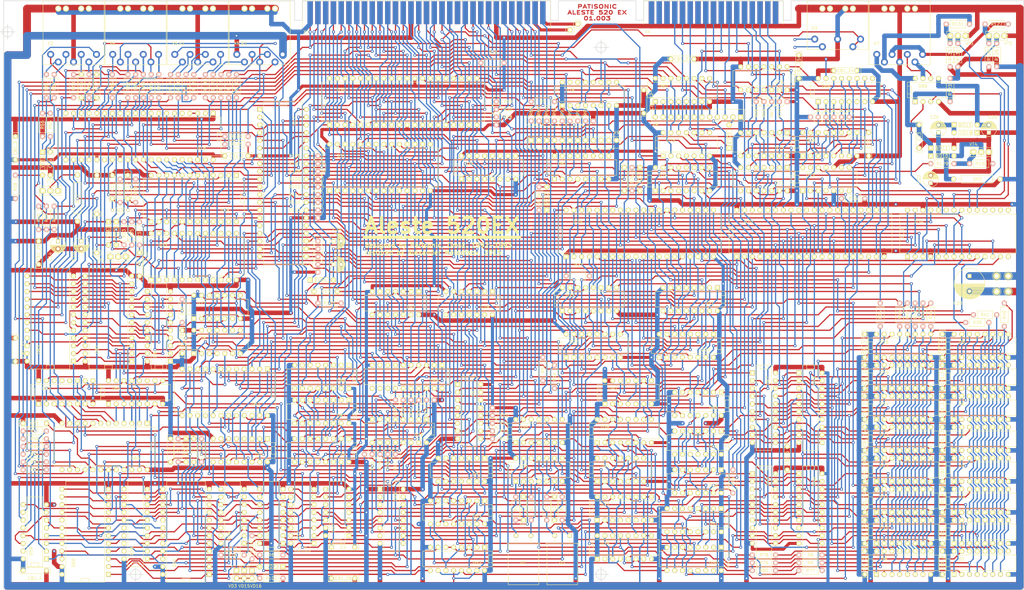
<source format=kicad_pcb>
(kicad_pcb (version 20171130) (host pcbnew "(5.1.12)-1")
  (layers (0 F.Cu signal) (31 B.Cu signal) (34 B.Paste user hide) (35 F.Paste user hide) (36 B.SilkS user hide) (37 F.SilkS user hide) (38 B.Mask user hide) (39 F.Mask user hide) (44 Edge.Cuts user))
  (net 0 "")
  (net 1 "Net-(C1-Pad1)")
  (net 2 "Net-(C1-Pad2)")
  (net 3 "Net-(C2-Pad1)")
  (net 4 "Net-(C2-Pad2)")
  (net 5 "Net-(C3-Pad2)")
  (net 6 GND)
  (net 7 "/Clocks & CRTC/SYNC*")
  (net 8 "/Gate Array/COLOR")
  (net 9 /Periphery/SBRES)
  (net 10 "/Clocks & CRTC/~RESET2")
  (net 11 "Net-(C9-Pad2)")
  (net 12 /Periphery/VC1)
  (net 13 "Net-(C11-Pad2)")
  (net 14 "Net-(C12-Pad2)")
  (net 15 /FDC/RESET)
  (net 16 "Net-(C14-Pad1)")
  (net 17 "/Gate Array/B")
  (net 18 "/Gate Array/G")
  (net 19 "/Gate Array/R")
  (net 20 "Net-(C18-Pad2)")
  (net 21 VCC)
  (net 22 /Periphery/+12V)
  (net 23 /CPU/~RESET*)
  (net 24 /Periphery/-12V)
  (net 25 "Net-(C26-Pad1)")
  (net 26 "Net-(C26-Pad2)")
  (net 27 /RAM/MA8)
  (net 28 /CPU/D0)
  (net 29 /RAM/MA0)
  (net 30 /RAM/MA2)
  (net 31 /RAM/MA1)
  (net 32 /RAM/MA7)
  (net 33 /RAM/MA5)
  (net 34 /RAM/MA4)
  (net 35 /RAM/MA3)
  (net 36 /RAM/MA6)
  (net 37 /RAM/R0)
  (net 38 /CPU/D1)
  (net 39 /RAM/R1)
  (net 40 /CPU/D2)
  (net 41 /RAM/R2)
  (net 42 /CPU/D3)
  (net 43 /RAM/R3)
  (net 44 /CPU/D4)
  (net 45 /RAM/R4)
  (net 46 /CPU/D5)
  (net 47 /RAM/R5)
  (net 48 /CPU/D6)
  (net 49 /RAM/R6)
  (net 50 /RAM/R7)
  (net 51 /RAM/R8)
  (net 52 /RAM/R9)
  (net 53 /RAM/R10)
  (net 54 /RAM/R11)
  (net 55 /RAM/R12)
  (net 56 /RAM/R13)
  (net 57 /RAM/R14)
  (net 58 /RAM/R15)
  (net 59 /Periphery/AY3)
  (net 60 /Periphery/AY2)
  (net 61 /Periphery/AY1)
  (net 62 /Periphery/AY0)
  (net 63 /CPU/A11)
  (net 64 /CPU/A9)
  (net 65 /CPU/A8)
  (net 66 /Periphery/BDIR)
  (net 67 /Periphery/BC1)
  (net 68 /Periphery/TOUT)
  (net 69 /Periphery/STROBE)
  (net 70 /Periphery/Y0)
  (net 71 /Periphery/Y1)
  (net 72 /Periphery/Y2)
  (net 73 /Periphery/Y3)
  (net 74 "/Clocks & CRTC/HY*")
  (net 75 /Periphery/PB2)
  (net 76 /Periphery/50/60)
  (net 77 /Periphery/BUSY)
  (net 78 /Periphery/TIN)
  (net 79 /CPU/~IORD)
  (net 80 /Periphery/AY7)
  (net 81 /Periphery/AY6)
  (net 82 /Periphery/AY5)
  (net 83 /Periphery/AY4)
  (net 84 /Periphery/SABC)
  (net 85 /Periphery/PD7)
  (net 86 /Periphery/PD6)
  (net 87 /Periphery/PD5)
  (net 88 /Periphery/PD4)
  (net 89 /Periphery/PD3)
  (net 90 /Periphery/PD2)
  (net 91 /Periphery/PD1)
  (net 92 /Periphery/PD0)
  (net 93 /Periphery/X8)
  (net 94 /Periphery/X7)
  (net 95 /Periphery/X6)
  (net 96 /Periphery/X5)
  (net 97 /Periphery/X4)
  (net 98 /Periphery/X3)
  (net 99 /Periphery/X2)
  (net 100 /Periphery/X1)
  (net 101 /CPU/~RESET)
  (net 102 "Net-(D19-Pad3)")
  (net 103 "Net-(D19-Pad13)")
  (net 104 /RAM/DIS)
  (net 105 "/Clocks & CRTC/V8")
  (net 106 "/Clocks & CRTC/V1")
  (net 107 /CPU/A1)
  (net 108 "Net-(D20-Pad7)")
  (net 109 "Net-(D20-Pad9)")
  (net 110 /CPU/A2)
  (net 111 "/Clocks & CRTC/V2")
  (net 112 "/Clocks & CRTC/V9")
  (net 113 /RAM/S0)
  (net 114 "/Clocks & CRTC/V10")
  (net 115 "/Clocks & CRTC/V3")
  (net 116 /CPU/A10)
  (net 117 /CPU/A3)
  (net 118 "Net-(D21-Pad7)")
  (net 119 "Net-(D21-Pad9)")
  (net 120 /CPU/A4)
  (net 121 /CPU/A7)
  (net 122 "/Clocks & CRTC/V4")
  (net 123 "/Clocks & CRTC/V7")
  (net 124 "/Clocks & CRTC/V14")
  (net 125 "/Clocks & CRTC/V5")
  (net 126 "/Gate Array/MAP15")
  (net 127 /CPU/A5)
  (net 128 "Net-(D22-Pad7)")
  (net 129 "Net-(D22-Pad9)")
  (net 130 /CPU/A13)
  (net 131 "/Gate Array/MAP16")
  (net 132 "/Clocks & CRTC/L2")
  (net 133 "/Clocks & CRTC/V6")
  (net 134 "/Gate Array/MAP17")
  (net 135 /CPU/A6)
  (net 136 "Net-(D23-Pad7)")
  (net 137 "Net-(D23-Pad9)")
  (net 138 /CPU/A12)
  (net 139 "/Gate Array/MAP18")
  (net 140 "/Clocks & CRTC/L1")
  (net 141 "/Clocks & CRTC/V1113")
  (net 142 "/Clocks & CRTC/L0")
  (net 143 "/Gate Array/MAP14")
  (net 144 "Net-(D24-Pad5)")
  (net 145 "/Gate Array/HIGHTZ")
  (net 146 "/Clocks & CRTC/L.PEN")
  (net 147 "/Clocks & CRTC/V11")
  (net 148 "/Clocks & CRTC/V13")
  (net 149 "/Clocks & CRTC/DEN")
  (net 150 "/Clocks & CRTC/CURSOR")
  (net 151 "/Clocks & CRTC/CBUF")
  (net 152 "Net-(D25-Pad23)")
  (net 153 /CPU/A14)
  (net 154 "/Clocks & CRTC/HX")
  (net 155 "/Gate Array/MAPMOD")
  (net 156 "/Gate Array/\"A\"")
  (net 157 "/Gate Array/\"B\"")
  (net 158 /CPU/A15)
  (net 159 /CPU/~IORQ)
  (net 160 "/Gate Array/M3")
  (net 161 "/Gate Array/M2")
  (net 162 "/Gate Array/M1")
  (net 163 "/Gate Array/M0")
  (net 164 "/Gate Array/MAPBLK")
  (net 165 "/Gate Array/M4")
  (net 166 /CPU/~WR)
  (net 167 /CPU/~RD)
  (net 168 /CPU/~INTA)
  (net 169 /CPU/~M1)
  (net 170 "Net-(D29-Pad11)")
  (net 171 /CPU/CLK)
  (net 172 /CPU/~INT)
  (net 173 /CPU/~NMI)
  (net 174 /CPU/~HALT)
  (net 175 /CPU/~BUSAK)
  (net 176 /CPU/~BUSRQ)
  (net 177 /CPU/~MREQ)
  (net 178 /CPU/A0)
  (net 179 "Net-(D31-Pad1)")
  (net 180 /CPU/~ROMEN)
  (net 181 /CPU/ROMDIS)
  (net 182 "Net-(D31-Pad27)")
  (net 183 "/Gate Array/HIGHTY")
  (net 184 /FDC/XD0)
  (net 185 "/Gate Array/XD1")
  (net 186 "/Gate Array/HIGHTX")
  (net 187 "/Gate Array/XD2")
  (net 188 "Net-(D32-Pad9)")
  (net 189 "/Gate Array/BLAKS")
  (net 190 "/Gate Array/XD3")
  (net 191 "/Gate Array/CS53")
  (net 192 "/Gate Array/XD4")
  (net 193 "/Gate Array/XD5")
  (net 194 /FDC/WGPTCLK)
  (net 195 /Periphery/RXC)
  (net 196 /Periphery/TXC)
  (net 197 /Periphery/FUTURE)
  (net 198 /Periphery/~CS53)
  (net 199 /Periphery/RXD)
  (net 200 /Periphery/TXD)
  (net 201 /Periphery/DSR)
  (net 202 /Periphery/DTR)
  (net 203 "/Clocks & CRTC/8M")
  (net 204 "/Clocks & CRTC/4M")
  (net 205 "/Gate Array/4ST")
  (net 206 "Net-(D35-Pad5)")
  (net 207 "/Gate Array/MVI")
  (net 208 /CPU/ROM0)
  (net 209 /CPU/ROM1)
  (net 210 "Net-(D36-Pad1)")
  (net 211 "/Clocks & CRTC/16MHZ")
  (net 212 "Net-(D36-Pad6)")
  (net 213 "/Clocks & CRTC/13MHZ")
  (net 214 "Net-(D36-Pad11)")
  (net 215 /RAM/~VCLK)
  (net 216 "/Clocks & CRTC/VCLK")
  (net 217 "/Clocks & CRTC/XTAL")
  (net 218 "/Clocks & CRTC/1M")
  (net 219 "/Clocks & CRTC/2M")
  (net 220 "/Clocks & CRTC/HIGHT")
  (net 221 "Net-(D38-Pad4)")
  (net 222 "/Clocks & CRTC/RAS")
  (net 223 "/Clocks & CRTC/CAS")
  (net 224 "Net-(D40-Pad2)")
  (net 225 /CPU/~RFSH)
  (net 226 "Net-(D40-Pad6)")
  (net 227 /RAM/~DIS)
  (net 228 "Net-(D40-Pad12)")
  (net 229 "Net-(D41-Pad3)")
  (net 230 "Net-(D41-Pad5)")
  (net 231 "Net-(D41-Pad6)")
  (net 232 "/Gate Array/~FUTURE")
  (net 233 /Periphery/~STROBE)
  (net 234 /RAM/VBUF)
  (net 235 "Net-(D43-Pad8)")
  (net 236 "Net-(D43-Pad9)")
  (net 237 /CPU/LOP)
  (net 238 "Net-(D43-Pad13)")
  (net 239 /FDC/EXRG)
  (net 240 "/Gate Array/8ST")
  (net 241 "/Gate Array/VD0")
  (net 242 "/Gate Array/VD1")
  (net 243 "/Gate Array/VD2")
  (net 244 "/Gate Array/VD3")
  (net 245 "/Gate Array/VD4")
  (net 246 "/Gate Array/VD5")
  (net 247 "/Gate Array/VD6")
  (net 248 "/Gate Array/VD7")
  (net 249 /CPU/BUFFER0)
  (net 250 /CPU/BUFFER1)
  (net 251 "Net-(D49-Pad3)")
  (net 252 "/Gate Array/SYNC")
  (net 253 "/Gate Array/~PAGE")
  (net 254 "/Gate Array/PAGE")
  (net 255 "/Gate Array/RRC")
  (net 256 "Net-(D50-Pad12)")
  (net 257 "Net-(D50-Pad14)")
  (net 258 "/Gate Array/PX0")
  (net 259 "Net-(D51-Pad14)")
  (net 260 "/Gate Array/MODE1")
  (net 261 "/Gate Array/PX3")
  (net 262 "/Gate Array/MODE0")
  (net 263 "/Gate Array/PX1")
  (net 264 "/Gate Array/PX2")
  (net 265 "/Gate Array/NCOLOR4")
  (net 266 "/Gate Array/CBORDER")
  (net 267 "/Gate Array/NCOLOR")
  (net 268 "Net-(D54-Pad10)")
  (net 269 "/Gate Array/MODE")
  (net 270 "/Gate Array/MAPER")
  (net 271 /CPU/PROM0)
  (net 272 /CPU/PROM1)
  (net 273 "/Gate Array/LED0")
  (net 274 "/Gate Array/LED1")
  (net 275 "/Gate Array/NCOLOR0")
  (net 276 "/Gate Array/NCOLOR1")
  (net 277 "/Gate Array/NCOLOR2")
  (net 278 "/Gate Array/NCOLOR3")
  (net 279 "/Gate Array/C0")
  (net 280 "/Gate Array/C1")
  (net 281 "/Gate Array/C2")
  (net 282 "/Gate Array/C3")
  (net 283 "/Gate Array/C4")
  (net 284 "/Gate Array/C5")
  (net 285 "/Gate Array/BLANK")
  (net 286 "Net-(D59-Pad2)")
  (net 287 "Net-(D59-Pad5)")
  (net 288 "Net-(D59-Pad7)")
  (net 289 "Net-(D59-Pad10)")
  (net 290 "Net-(D59-Pad12)")
  (net 291 "Net-(D59-Pad15)")
  (net 292 "/Gate Array/VRAMACC")
  (net 293 "/Clocks & CRTC/3CY")
  (net 294 "Net-(D63-Pad3)")
  (net 295 "Net-(D63-Pad4)")
  (net 296 "Net-(D63-Pad5)")
  (net 297 "/Clocks & CRTC/MK0")
  (net 298 "Net-(D63-Pad10)")
  (net 299 "Net-(D63-Pad11)")
  (net 300 "/Clocks & CRTC/MK1")
  (net 301 "/Clocks & CRTC/MK2")
  (net 302 "/Clocks & CRTC/MK3")
  (net 303 "/Clocks & CRTC/1CY")
  (net 304 "/Clocks & CRTC/2CY")
  (net 305 "Net-(D64-Pad15)")
  (net 306 "/Clocks & CRTC/SINT*")
  (net 307 "/Clocks & CRTC/KK0")
  (net 308 "/Clocks & CRTC/KK1")
  (net 309 "/Clocks & CRTC/KK2")
  (net 310 "/Clocks & CRTC/KK3")
  (net 311 "Net-(D66-Pad2)")
  (net 312 /CPU/SINT)
  (net 313 "Net-(D66-Pad11)")
  (net 314 "Net-(D66-Pad13)")
  (net 315 /CPU/~RAMEN)
  (net 316 /CPU/RAMDIS)
  (net 317 "Net-(D68-Pad2)")
  (net 318 /FDC/FP0)
  (net 319 /FDC/FP1)
  (net 320 "Net-(D68-Pad5)")
  (net 321 /FDC/FP2)
  (net 322 "Net-(D68-Pad7)")
  (net 323 "Net-(D68-Pad9)")
  (net 324 "Net-(D68-Pad10)")
  (net 325 /FDC/FP3)
  (net 326 "Net-(D68-Pad12)")
  (net 327 "Net-(D68-Pad14)")
  (net 328 /FDC/RDD)
  (net 329 /FDC/WRC)
  (net 330 "Net-(D70-Pad4)")
  (net 331 "Net-(D70-Pad15)")
  (net 332 "Net-(D70-Pad17)")
  (net 333 /FDC/DW)
  (net 334 "Net-(D70-Pad25)")
  (net 335 "Net-(D70-Pad27)")
  (net 336 "Net-(D70-Pad28)")
  (net 337 "Net-(D70-Pad29)")
  (net 338 "Net-(D70-Pad30)")
  (net 339 "Net-(D70-Pad33)")
  (net 340 "Net-(D70-Pad34)")
  (net 341 /FDC/DSKRDY)
  (net 342 "Net-(D70-Pad37)")
  (net 343 "Net-(D70-Pad38)")
  (net 344 /FDC/RW/S)
  (net 345 /FDC/~GATE)
  (net 346 /FDC/~RDATA)
  (net 347 "Net-(D71-Pad11)")
  (net 348 "Net-(D72-Pad14)")
  (net 349 "Net-(D73-Pad4)")
  (net 350 "Net-(D73-Pad6)")
  (net 351 /FDC/~INDEX)
  (net 352 "Net-(D73-Pad12)")
  (net 353 /FDC/~TRAC0)
  (net 354 /FDC/~STEP)
  (net 355 /FDC/~DRIVE1)
  (net 356 "Net-(D75-Pad11)")
  (net 357 /FDC/~MOTOR)
  (net 358 /FDC/~DRIVE0)
  (net 359 /FDC/~DIR)
  (net 360 /FDC/~WRDAT)
  (net 361 /FDC/~SIDE)
  (net 362 "/Clocks & CRTC/~3CY")
  (net 363 "Net-(D78-Pad3)")
  (net 364 "Net-(D78-Pad6)")
  (net 365 /Periphery/COMMON)
  (net 366 /Periphery/KW0)
  (net 367 /Periphery/KW1)
  (net 368 /Periphery/KW2)
  (net 369 /Periphery/KW3)
  (net 370 /Periphery/KM0)
  (net 371 /Periphery/KM1)
  (net 372 /Periphery/KM2)
  (net 373 /Periphery/KM3)
  (net 374 /Periphery/KM4)
  (net 375 /Periphery/KM5)
  (net 376 /Periphery/KM6)
  (net 377 /Periphery/KM7)
  (net 378 /Periphery/KM8)
  (net 379 /Periphery/KM14)
  (net 380 /Periphery/KM13)
  (net 381 /Periphery/KM12)
  (net 382 /Periphery/KM11)
  (net 383 /Periphery/KRS)
  (net 384 /Periphery/KM18)
  (net 385 /Periphery/KM17)
  (net 386 /Periphery/KM16)
  (net 387 /Periphery/KM15)
  (net 388 /Periphery/Z0)
  (net 389 /Periphery/Z1)
  (net 390 /Periphery/Z2)
  (net 391 /Periphery/Z3)
  (net 392 "Net-(D82-Pad17)")
  (net 393 "Net-(D82-Pad18)")
  (net 394 /Periphery/Z4)
  (net 395 /Periphery/Z5)
  (net 396 /Periphery/Z6)
  (net 397 /Periphery/Z7)
  (net 398 "Net-(D83-Pad17)")
  (net 399 "Net-(D83-Pad18)")
  (net 400 "Net-(D83-Pad19)")
  (net 401 "Net-(D83-Pad20)")
  (net 402 "Net-(D85-Pad6)")
  (net 403 "Net-(D86-Pad1)")
  (net 404 /Periphery/TXD*)
  (net 405 /Periphery/DTR*)
  (net 406 "Net-(D88-Pad6)")
  (net 407 "Net-(P7-Pad1)")
  (net 408 /CPU/~WAIT)
  (net 409 "Net-(R16-Pad2)")
  (net 410 "Net-(R36-Pad2)")
  (net 411 "Net-(R52-Pad1)")
  (net 412 "Net-(R54-Pad1)")
  (net 413 "Net-(R56-Pad1)")
  (net 414 "Net-(R58-Pad1)")
  (net 415 "Net-(R65-Pad1)")
  (net 416 "/Gate Array/LUM")
  (net 417 "Net-(R81-Pad2)")
  (net 418 "/Gate Array/SOUND")
  (net 419 "Net-(R101-Pad2)")
  (net 420 "Net-(R102-Pad2)")
  (net 421 "Net-(R114-Pad2)")
  (net 422 "Net-(R115-Pad2)")
  (net 423 "Net-(R116-Pad2)")
  (net 424 "Net-(R117-Pad2)")
  (net 425 "Net-(R118-Pad2)")
  (net 426 "Net-(R119-Pad2)")
  (net 427 "Net-(R120-Pad2)")
  (net 428 "Net-(R121-Pad2)")
  (net 429 "Net-(R122-Pad2)")
  (net 430 "Net-(R127-Pad1)")
  (net 431 "Net-(R127-Pad2)")
  (net 432 "Net-(R129-Pad2)")
  (net 433 /Periphery/DSR*)
  (net 434 "Net-(R131-Pad2)")
  (net 435 /Periphery/KM10)
  (net 436 /AVCC)
  (net 437 /AGND)
  (net 438 /CPU/D7)
  (net 439 "/Gate Array/~CSAY")
  (net 440 "Net-(D39-Pad15)")
  (net 441 /FDC/RSCLK)
  (net 442 /Periphery/KM9)
  (net 443 "Net-(D49-Pad4)")
  (net 444 /FDC/DISCINT)
  (net 445 /FDC/~WRTPRT)
  (net 446 /RAM/WE0)
  (net 447 /RAM/RAS0)
  (net 448 /RAM/CAS0)
  (net 449 /RAM/WE1)
  (net 450 /RAM/RAS1)
  (net 451 /RAM/CAS1)
  (net 452 /CPU/~IOWR)
  (net 453 /CPU/HY)
  (module MyLib:DIP-24 (layer F.Cu) (at 82.55 127)
    (fp_text reference D33 (at 3.81 -11.43) (layer F.SilkS))
    (fp_text value 580ВИ53)
    (pad 1 thru_hole rect (at 0 0) (size 1.6 1.6) (drill 0.8) (layers *.Cu *.Mask F.SilkS) (net 80 /Periphery/AY7))
    (pad 2 thru_hole oval (at 2.54 0) (size 1.6 1.6) (drill 0.8) (layers *.Cu *.Mask F.SilkS) (net 81 /Periphery/AY6))
    (pad 3 thru_hole oval (at 5.08 0) (size 1.6 1.6) (drill 0.8) (layers *.Cu *.Mask F.SilkS) (net 82 /Periphery/AY5))
    (pad 4 thru_hole circle (at 7.62 0) (size 1.6 1.6) (drill 0.8) (layers *.Cu *.Mask F.SilkS) (net 83 /Periphery/AY4))
    (pad 5 thru_hole circle (at 10.16 0) (size 1.6 1.6) (drill 0.8) (layers *.Cu *.Mask F.SilkS) (net 59 /Periphery/AY3))
    (pad 6 thru_hole circle (at 12.7 0) (size 1.6 1.6) (drill 0.8) (layers *.Cu *.Mask F.SilkS) (net 60 /Periphery/AY2))
    (pad 7 thru_hole circle (at 15.24 0) (size 1.6 1.6) (drill 0.8) (layers *.Cu *.Mask F.SilkS) (net 61 /Periphery/AY1))
    (pad 8 thru_hole circle (at 17.78 0) (size 1.6 1.6) (drill 0.8) (layers *.Cu *.Mask F.SilkS) (net 62 /Periphery/AY0))
    (pad 9 thru_hole circle (at 20.32 0) (size 1.6 1.6) (drill 0.8) (layers *.Cu *.Mask F.SilkS))
    (pad 10 thru_hole circle (at 22.86 0) (size 1.6 1.6) (drill 0.8) (layers *.Cu *.Mask F.SilkS) (net 195 /Periphery/RXC))
    (pad 11 thru_hole circle (at 25.4 0) (size 1.6 1.6) (drill 0.8) (layers *.Cu *.Mask F.SilkS) (net 21 VCC))
    (pad 12 thru_hole circle (at 27.94 0) (size 1.6 1.6) (drill 0.8) (layers *.Cu *.Mask F.SilkS) (net 6 GND))
    (pad 13 thru_hole circle (at 27.94 -15.24) (size 1.6 1.6) (drill 0.8) (layers *.Cu *.Mask F.SilkS) (net 196 /Periphery/TXC))
    (pad 14 thru_hole circle (at 25.4 -15.24) (size 1.6 1.6) (drill 0.8) (layers *.Cu *.Mask F.SilkS) (net 21 VCC))
    (pad 15 thru_hole circle (at 22.86 -15.24) (size 1.6 1.6) (drill 0.8) (layers *.Cu *.Mask F.SilkS))
    (pad 16 thru_hole circle (at 20.32 -15.24) (size 1.6 1.6) (drill 0.8) (layers *.Cu *.Mask F.SilkS) (net 150 "/Clocks & CRTC/CURSOR"))
    (pad 17 thru_hole circle (at 17.78 -15.24) (size 1.6 1.6) (drill 0.8) (layers *.Cu *.Mask F.SilkS) (net 197 /Periphery/FUTURE))
    (pad 18 thru_hole circle (at 15.24 -15.24) (size 1.6 1.6) (drill 0.8) (layers *.Cu *.Mask F.SilkS) (net 154 "/Clocks & CRTC/HX"))
    (pad 19 thru_hole circle (at 12.7 -15.24) (size 1.6 1.6) (drill 0.8) (layers *.Cu *.Mask F.SilkS) (net 178 /CPU/A0))
    (pad 20 thru_hole circle (at 10.16 -15.24) (size 1.6 1.6) (drill 0.8) (layers *.Cu *.Mask F.SilkS) (net 107 /CPU/A1))
    (pad 21 thru_hole circle (at 7.62 -15.24) (size 1.6 1.6) (drill 0.8) (layers *.Cu *.Mask F.SilkS) (net 198 /Periphery/~CS53))
    (pad 22 thru_hole circle (at 5.08 -15.24) (size 1.6 1.6) (drill 0.8) (layers *.Cu *.Mask F.SilkS) (net 21 VCC))
    (pad 23 thru_hole circle (at 2.54 -15.24) (size 1.6 1.6) (drill 0.8) (layers *.Cu *.Mask F.SilkS) (net 452 /CPU/~IOWR))
    (pad 24 thru_hole circle (at 0 -15.24) (size 1.6 1.6) (drill 0.8) (layers *.Cu *.Mask F.SilkS) (net 21 VCC))
  )
  (module MyLib:SLOT_62 (layer F.Cu) (at 172.72 39.37 180)
    (fp_text reference X1 (at 39.37 -6.35 180) (layer F.SilkS))
    (fp_text value SLOT-62)
    (pad B1 connect rect (at 38.1 0 180) (size 1.778 7.62) (layers B.Cu B.Mask) (net 6 GND))
    (pad B2 connect rect (at 35.56 0 180) (size 1.778 7.62) (layers B.Cu B.Mask) (net 153 /CPU/A14))
    (pad B3 connect rect (at 33.02 0 180) (size 1.778 7.62) (layers B.Cu B.Mask) (net 138 /CPU/A12))
    (pad B4 connect rect (at 30.48 0 180) (size 1.778 7.62) (layers B.Cu B.Mask) (net 116 /CPU/A10))
    (pad B5 connect rect (at 27.94 0 180) (size 1.778 7.62) (layers B.Cu B.Mask) (net 65 /CPU/A8))
    (pad B6 connect rect (at 25.4 0 180) (size 1.778 7.62) (layers B.Cu B.Mask) (net 135 /CPU/A6))
    (pad B7 connect rect (at 22.86 0 180) (size 1.778 7.62) (layers B.Cu B.Mask) (net 120 /CPU/A4))
    (pad B8 connect rect (at 20.32 0 180) (size 1.778 7.62) (layers B.Cu B.Mask) (net 110 /CPU/A2))
    (pad B9 connect rect (at 17.78 0 180) (size 1.778 7.62) (layers B.Cu B.Mask) (net 178 /CPU/A0))
    (pad B10 connect rect (at 15.24 0 180) (size 1.778 7.62) (layers B.Cu B.Mask) (net 48 /CPU/D6))
    (pad B11 connect rect (at 12.7 0 180) (size 1.778 7.62) (layers B.Cu B.Mask) (net 44 /CPU/D4))
    (pad B12 connect rect (at 10.16 0 180) (size 1.778 7.62) (layers B.Cu B.Mask) (net 40 /CPU/D2))
    (pad B13 connect rect (at 7.62 0 180) (size 1.778 7.62) (layers B.Cu B.Mask) (net 28 /CPU/D0))
    (pad B14 connect rect (at 5.08 0 180) (size 1.778 7.62) (layers B.Cu B.Mask) (net 177 /CPU/~MREQ))
    (pad B15 connect rect (at 2.54 0 180) (size 1.778 7.62) (layers B.Cu B.Mask) (net 225 /CPU/~RFSH))
    (pad B16 connect rect (at 0 0 180) (size 1.778 7.62) (layers B.Cu B.Mask) (net 167 /CPU/~RD))
    (pad B17 connect rect (at -2.54 0 180) (size 1.778 7.62) (layers B.Cu B.Mask) (net 174 /CPU/~HALT))
    (pad B18 connect rect (at -5.08 0 180) (size 1.778 7.62) (layers B.Cu B.Mask) (net 173 /CPU/~NMI))
    (pad B19 connect rect (at -7.62 0 180) (size 1.778 7.62) (layers B.Cu B.Mask) (net 175 /CPU/~BUSAK))
    (pad B20 connect rect (at -10.16 0 180) (size 1.778 7.62) (layers B.Cu B.Mask))
    (pad B21 connect rect (at -12.7 0 180) (size 1.778 7.62) (layers B.Cu B.Mask) (net 180 /CPU/~ROMEN))
    (pad B22 connect rect (at -15.24 0 180) (size 1.778 7.62) (layers B.Cu B.Mask) (net 315 /CPU/~RAMEN))
    (pad B23 connect rect (at -17.78 0 180) (size 1.778 7.62) (layers B.Cu B.Mask) (net 150 "/Clocks & CRTC/CURSOR"))
    (pad B24 connect rect (at -20.32 0 180) (size 1.778 7.62) (layers B.Cu B.Mask))
    (pad B25 connect rect (at -22.86 0 180) (size 1.778 7.62) (layers B.Cu B.Mask) (net 171 /CPU/CLK))
    (pad B26 connect rect (at -25.4 0 180) (size 1.778 7.62) (layers B.Cu B.Mask) (net 126 "/Gate Array/MAP15"))
    (pad B27 connect rect (at -27.94 0 180) (size 1.778 7.62) (layers B.Cu B.Mask) (net 134 "/Gate Array/MAP17"))
    (pad B28 connect rect (at -30.48 0 180) (size 1.778 7.62) (layers B.Cu B.Mask) (net 164 "/Gate Array/MAPBLK"))
    (pad B29 connect rect (at -33.02 0 180) (size 1.778 7.62) (layers B.Cu B.Mask) (net 227 /RAM/~DIS))
    (pad B30 connect rect (at -35.56 0 180) (size 1.778 7.62) (layers B.Cu B.Mask) (net 104 /RAM/DIS))
    (pad B31 connect rect (at -38.1 0 180) (size 1.778 7.62) (layers B.Cu B.Mask) (net 145 "/Gate Array/HIGHTZ"))
    (pad A1 connect rect (at 38.1 0 180) (size 1.778 7.62) (layers F.Cu F.Mask) (net 418 "/Gate Array/SOUND"))
    (pad A2 connect rect (at 35.56 0 180) (size 1.778 7.62) (layers F.Cu F.Mask) (net 158 /CPU/A15))
    (pad A3 connect rect (at 33.02 0 180) (size 1.778 7.62) (layers F.Cu F.Mask) (net 130 /CPU/A13))
    (pad A31 connect rect (at -38.1 0 180) (size 1.778 7.62) (layers F.Cu F.Mask) (net 436 /AVCC))
    (pad A4 connect rect (at 30.48 0 180) (size 1.778 7.62) (layers F.Cu F.Mask) (net 63 /CPU/A11))
    (pad A5 connect rect (at 27.94 0 180) (size 1.778 7.62) (layers F.Cu F.Mask) (net 64 /CPU/A9))
    (pad A6 connect rect (at 25.4 0 180) (size 1.778 7.62) (layers F.Cu F.Mask) (net 121 /CPU/A7))
    (pad A7 connect rect (at 22.86 0 180) (size 1.778 7.62) (layers F.Cu F.Mask) (net 127 /CPU/A5))
    (pad A8 connect rect (at 20.32 0 180) (size 1.778 7.62) (layers F.Cu F.Mask) (net 117 /CPU/A3))
    (pad A9 connect rect (at 17.78 0 180) (size 1.778 7.62) (layers F.Cu F.Mask) (net 107 /CPU/A1))
    (pad A10 connect rect (at 15.24 0 180) (size 1.778 7.62) (layers F.Cu F.Mask) (net 438 /CPU/D7))
    (pad A11 connect rect (at 12.7 0 180) (size 1.778 7.62) (layers F.Cu F.Mask) (net 46 /CPU/D5))
    (pad A12 connect rect (at 10.16 0 180) (size 1.778 7.62) (layers F.Cu F.Mask) (net 42 /CPU/D3))
    (pad A13 connect rect (at 7.62 0 180) (size 1.778 7.62) (layers F.Cu F.Mask) (net 38 /CPU/D1))
    (pad A14 connect rect (at 5.08 0 180) (size 1.778 7.62) (layers F.Cu F.Mask) (net 21 VCC))
    (pad A15 connect rect (at 2.54 0 180) (size 1.778 7.62) (layers F.Cu F.Mask) (net 169 /CPU/~M1))
    (pad A16 connect rect (at 0 0 180) (size 1.778 7.62) (layers F.Cu F.Mask) (net 159 /CPU/~IORQ))
    (pad A17 connect rect (at -2.54 0 180) (size 1.778 7.62) (layers F.Cu F.Mask) (net 166 /CPU/~WR))
    (pad A18 connect rect (at -5.08 0 180) (size 1.778 7.62) (layers F.Cu F.Mask) (net 172 /CPU/~INT))
    (pad A19 connect rect (at -7.62 0 180) (size 1.778 7.62) (layers F.Cu F.Mask) (net 176 /CPU/~BUSRQ))
    (pad A20 connect rect (at -10.16 0 180) (size 1.778 7.62) (layers F.Cu F.Mask))
    (pad A21 connect rect (at -12.7 0 180) (size 1.778 7.62) (layers F.Cu F.Mask) (net 101 /CPU/~RESET))
    (pad A22 connect rect (at -15.24 0 180) (size 1.778 7.62) (layers F.Cu F.Mask) (net 181 /CPU/ROMDIS))
    (pad A23 connect rect (at -17.78 0 180) (size 1.778 7.62) (layers F.Cu F.Mask) (net 316 /CPU/RAMDIS))
    (pad A24 connect rect (at -20.32 0 180) (size 1.778 7.62) (layers F.Cu F.Mask) (net 146 "/Clocks & CRTC/L.PEN"))
    (pad A25 connect rect (at -22.86 0 180) (size 1.778 7.62) (layers F.Cu F.Mask) (net 6 GND))
    (pad A26 connect rect (at -25.4 0 180) (size 1.778 7.62) (layers F.Cu F.Mask) (net 143 "/Gate Array/MAP14"))
    (pad A27 connect rect (at -27.94 0 180) (size 1.778 7.62) (layers F.Cu F.Mask) (net 131 "/Gate Array/MAP16"))
    (pad A28 connect rect (at -30.48 0 180) (size 1.778 7.62) (layers F.Cu F.Mask) (net 165 "/Gate Array/M4"))
    (pad A29 connect rect (at -33.02 0 180) (size 1.778 7.62) (layers F.Cu F.Mask) (net 168 /CPU/~INTA))
    (pad A30 connect rect (at -35.56 0 180) (size 1.778 7.62) (layers F.Cu F.Mask) (net 437 /AGND))
  )
  (module MyLib:C_Disc_D7.5_P2.5 (layer F.Cu) (at 45.72 118.11 90)
    (fp_text reference CB1_29 (at 0 0 90) (layer F.SilkS))
    (fp_text value CAP)
    (pad 1 thru_hole circle (at -3.81 0 90) (size 1.6 1.6) (drill 0.8) (layers *.Cu *.Mask F.SilkS) (net 6 GND))
    (pad 2 thru_hole circle (at 3.81 0 90) (size 1.6 1.6) (drill 0.8) (layers *.Cu *.Mask F.SilkS) (net 21 VCC))
  )
  (module MyLib:DIP-16 (layer F.Cu) (at 267.97 129.54 180)
    (fp_text reference D21 (at 2.54 -5.08 180) (layer F.SilkS))
    (fp_text value 555КП2)
    (pad 1 thru_hole rect (at 0 0 180) (size 1.6 1.6) (drill 0.8) (layers *.Cu *.Mask F.SilkS) (net 6 GND))
    (pad 2 thru_hole circle (at 2.54 0 180) (size 1.6 1.6) (drill 0.8) (layers *.Cu *.Mask F.SilkS) (net 104 /RAM/DIS))
    (pad 3 thru_hole circle (at 5.08 0 180) (size 1.6 1.6) (drill 0.8) (layers *.Cu *.Mask F.SilkS) (net 114 "/Clocks & CRTC/V10"))
    (pad 4 thru_hole circle (at 7.62 0 180) (size 1.6 1.6) (drill 0.8) (layers *.Cu *.Mask F.SilkS) (net 115 "/Clocks & CRTC/V3"))
    (pad 5 thru_hole circle (at 10.16 0 180) (size 1.6 1.6) (drill 0.8) (layers *.Cu *.Mask F.SilkS) (net 116 /CPU/A10))
    (pad 6 thru_hole circle (at 12.7 0 180) (size 1.6 1.6) (drill 0.8) (layers *.Cu *.Mask F.SilkS) (net 117 /CPU/A3))
    (pad 7 thru_hole circle (at 15.24 0 180) (size 1.6 1.6) (drill 0.8) (layers *.Cu *.Mask F.SilkS) (net 118 "Net-(D21-Pad7)"))
    (pad 8 thru_hole circle (at 17.78 0 180) (size 1.6 1.6) (drill 0.8) (layers *.Cu *.Mask F.SilkS) (net 6 GND))
    (pad 9 thru_hole circle (at 17.78 -7.62 180) (size 1.6 1.6) (drill 0.8) (layers *.Cu *.Mask F.SilkS) (net 119 "Net-(D21-Pad9)"))
    (pad 10 thru_hole circle (at 15.24 -7.62 180) (size 1.6 1.6) (drill 0.8) (layers *.Cu *.Mask F.SilkS) (net 120 /CPU/A4))
    (pad 11 thru_hole circle (at 12.7 -7.62 180) (size 1.6 1.6) (drill 0.8) (layers *.Cu *.Mask F.SilkS) (net 121 /CPU/A7))
    (pad 12 thru_hole circle (at 10.16 -7.62 180) (size 1.6 1.6) (drill 0.8) (layers *.Cu *.Mask F.SilkS) (net 122 "/Clocks & CRTC/V4"))
    (pad 13 thru_hole circle (at 7.62 -7.62 180) (size 1.6 1.6) (drill 0.8) (layers *.Cu *.Mask F.SilkS) (net 123 "/Clocks & CRTC/V7"))
    (pad 14 thru_hole circle (at 5.08 -7.62 180) (size 1.6 1.6) (drill 0.8) (layers *.Cu *.Mask F.SilkS) (net 113 /RAM/S0))
    (pad 15 thru_hole circle (at 2.54 -7.62 180) (size 1.6 1.6) (drill 0.8) (layers *.Cu *.Mask F.SilkS) (net 6 GND))
    (pad 16 thru_hole circle (at 0 -7.62 180) (size 1.6 1.6) (drill 0.8) (layers *.Cu *.Mask F.SilkS) (net 21 VCC))
  )
  (module MyLib:PIN (layer F.Cu) (at 64.77 118.11)
    (fp_text reference P7_2 hide)
    (fp_text value PIN)
    (pad 1 thru_hole circle (at 0 0) (size 1.7 1.7) (drill 0.9) (layers *.Cu *.Mask F.SilkS) (net 407 "Net-(P7-Pad1)"))
  )
  (module Capacitors_ThroughHole:C_Radial_D5_L6_P2.5 (layer F.Cu) (at 142.24 121.92)
    (fp_text reference C6 (at 1.25 -3.8) (layer F.SilkS))
    (fp_text value CAPP)
    (pad 1 thru_hole rect (at 0 0) (size 1.3 1.3) (drill 0.8) (layers *.Cu *.Mask F.SilkS) (net 9 /Periphery/SBRES))
    (pad 2 thru_hole circle (at 2.5 0) (size 1.3 1.3) (drill 0.8) (layers *.Cu *.Mask F.SilkS) (net 6 GND))
  )
  (module Capacitors_ThroughHole:C_Radial_D5_L6_P2.5 (layer F.Cu) (at 59.69 114.3 270)
    (fp_text reference C10 (at 5.08 2.54 270) (layer F.SilkS))
    (fp_text value CAPP)
    (pad 1 thru_hole rect (at 0 0 270) (size 1.3 1.3) (drill 0.8) (layers *.Cu *.Mask F.SilkS) (net 12 /Periphery/VC1))
    (pad 2 thru_hole circle (at 2.5 0 270) (size 1.3 1.3) (drill 0.8) (layers *.Cu *.Mask F.SilkS) (net 6 GND))
  )
  (module Capacitors_ThroughHole:C_Radial_D5_L6_P2.5 (layer F.Cu) (at 52.07 114.3 270)
    (fp_text reference C14 (at 5.08 2.54 270) (layer F.SilkS))
    (fp_text value CAPP)
    (pad 1 thru_hole rect (at 0 0 270) (size 1.3 1.3) (drill 0.8) (layers *.Cu *.Mask F.SilkS) (net 16 "Net-(C14-Pad1)"))
    (pad 2 thru_hole circle (at 2.5 0 270) (size 1.3 1.3) (drill 0.8) (layers *.Cu *.Mask F.SilkS) (net 6 GND))
  )
  (module Capacitors_ThroughHole:C_Radial_D5_L6_P2.5 (layer F.Cu) (at 337.82 95.25 90)
    (fp_text reference C22 (at 1.25 -3.8 90) (layer F.SilkS))
    (fp_text value CAPP)
    (pad 1 thru_hole rect (at 0 0 90) (size 1.3 1.3) (drill 0.8) (layers *.Cu *.Mask F.SilkS) (net 21 VCC))
    (pad 2 thru_hole circle (at 2.5 0 90) (size 1.3 1.3) (drill 0.8) (layers *.Cu *.Mask F.SilkS) (net 6 GND))
  )
  (module Capacitors_ThroughHole:C_Radial_D5_L6_P2.5 (layer F.Cu) (at 142.24 114.3)
    (fp_text reference C24 (at 1.25 -3.8) (layer F.SilkS))
    (fp_text value CAPP)
    (pad 1 thru_hole rect (at 0 0) (size 1.3 1.3) (drill 0.8) (layers *.Cu *.Mask F.SilkS) (net 23 /CPU/~RESET*))
    (pad 2 thru_hole circle (at 2.5 0) (size 1.3 1.3) (drill 0.8) (layers *.Cu *.Mask F.SilkS) (net 6 GND))
  )
  (module Capacitors_ThroughHole:C_Radial_D5_L6_P2.5 (layer F.Cu) (at 356.87 78.74 90)
    (fp_text reference C25 (at 5.08 1.27 180) (layer F.SilkS))
    (fp_text value CAPP)
    (pad 1 thru_hole rect (at 0 0 90) (size 1.3 1.3) (drill 0.8) (layers *.Cu *.Mask F.SilkS) (net 6 GND))
    (pad 2 thru_hole circle (at 2.5 0 90) (size 1.3 1.3) (drill 0.8) (layers *.Cu *.Mask F.SilkS) (net 24 /Periphery/-12V))
  )
  (module Capacitors_ThroughHole:C_Radial_D5_L6_P2.5 (layer F.Cu) (at 340.36 78.74 90)
    (fp_text reference C26 (at 5.08 -1.27 180) (layer F.SilkS))
    (fp_text value CAPP)
    (pad 1 thru_hole rect (at 0 0 90) (size 1.3 1.3) (drill 0.8) (layers *.Cu *.Mask F.SilkS) (net 25 "Net-(C26-Pad1)"))
    (pad 2 thru_hole circle (at 2.5 0 90) (size 1.3 1.3) (drill 0.8) (layers *.Cu *.Mask F.SilkS) (net 26 "Net-(C26-Pad2)"))
  )
  (module Choke_Axial_ThroughHole:Choke_Horizontal_RM15mm (layer F.Cu) (at 58.42 100.33 90)
    (fp_text reference DR1 (at 0 0 90) (layer F.SilkS))
    (fp_text value INDUCTOR)
    (pad 1 thru_hole circle (at -7.50062 0 90) (size 1.7 1.7) (drill 0.9) (layers *.Cu *.Mask F.SilkS) (net 21 VCC))
    (pad 2 thru_hole circle (at 7.73938 0 90) (size 1.7 1.7) (drill 0.9) (layers *.Cu *.Mask F.SilkS) (net 16 "Net-(C14-Pad1)"))
  )
  (module Choke_Axial_ThroughHole:Choke_Horizontal_RM15mm (layer F.Cu) (at 353.06 93.98 180)
    (fp_text reference DR2 (at 0 0 180) (layer F.SilkS))
    (fp_text value INDUCTOR)
    (pad 1 thru_hole circle (at -7.50062 0 180) (size 1.7 1.7) (drill 0.9) (layers *.Cu *.Mask F.SilkS) (net 21 VCC))
    (pad 2 thru_hole circle (at 7.73938 0 180) (size 1.7 1.7) (drill 0.9) (layers *.Cu *.Mask F.SilkS) (net 25 "Net-(C26-Pad1)"))
  )
  (module Crystals:Crystal_HC49-U_Horizontal_Typ1 (layer F.Cu) (at 204.47 210.82 180)
    (fp_text reference Q1 (at 0 -8.89 180) (layer F.SilkS))
    (fp_text value "16 MHz")
    (pad 1 thru_hole circle (at -2.44094 0 180) (size 1.50114 1.50114) (drill 0.8001) (layers *.Cu *.Mask F.SilkS) (net 211 "/Clocks & CRTC/16MHZ"))
    (pad 2 thru_hole circle (at 2.44094 0 180) (size 1.50114 1.50114) (drill 0.8001) (layers *.Cu *.Mask F.SilkS) (net 210 "Net-(D36-Pad1)"))
  )
  (module Crystals:Crystal_HC49-U_Horizontal_Typ1 (layer F.Cu) (at 217.17 210.82 180)
    (fp_text reference Q2 (at 0 -8.89 180) (layer F.SilkS))
    (fp_text value "13.333 MHz")
    (pad 1 thru_hole circle (at -2.44094 0 180) (size 1.50114 1.50114) (drill 0.8001) (layers *.Cu *.Mask F.SilkS) (net 213 "/Clocks & CRTC/13MHZ"))
    (pad 2 thru_hole circle (at 2.44094 0 180) (size 1.50114 1.50114) (drill 0.8001) (layers *.Cu *.Mask F.SilkS) (net 214 "Net-(D36-Pad11)"))
  )
  (module MyLib:SLOT-34 (layer F.Cu) (at 266.7 39.37 180)
    (fp_text reference X4 (at 21.59 -6.35 180) (layer F.SilkS))
    (fp_text value SLOT-34 hide)
    (pad B17 connect rect (at -20.32 0 180) (size 1.778 7.62) (layers F.Cu F.Mask) (net 6 GND))
    (pad B16 connect rect (at -17.78 0 180) (size 1.778 7.62) (layers F.Cu F.Mask) (net 6 GND))
    (pad B15 connect rect (at -15.24 0 180) (size 1.778 7.62) (layers F.Cu F.Mask) (net 6 GND))
    (pad B14 connect rect (at -12.7 0 180) (size 1.778 7.62) (layers F.Cu F.Mask) (net 6 GND))
    (pad B13 connect rect (at -10.16 0 180) (size 1.778 7.62) (layers F.Cu F.Mask) (net 6 GND))
    (pad A17 connect rect (at -20.32 0 180) (size 1.778 7.62) (layers B.Cu B.Mask))
    (pad A16 connect rect (at -17.78 0 180) (size 1.778 7.62) (layers B.Cu B.Mask) (net 361 /FDC/~SIDE))
    (pad A15 connect rect (at -15.24 0 180) (size 1.778 7.62) (layers B.Cu B.Mask) (net 346 /FDC/~RDATA))
    (pad A14 connect rect (at -12.7 0 180) (size 1.778 7.62) (layers B.Cu B.Mask) (net 445 /FDC/~WRTPRT))
    (pad A13 connect rect (at -10.16 0 180) (size 1.778 7.62) (layers B.Cu B.Mask) (net 353 /FDC/~TRAC0))
    (pad A1 connect rect (at 20.32 0 180) (size 1.778 7.62) (layers B.Cu B.Mask))
    (pad A2 connect rect (at 17.78 0 180) (size 1.778 7.62) (layers B.Cu B.Mask))
    (pad A3 connect rect (at 15.24 0 180) (size 1.778 7.62) (layers B.Cu B.Mask))
    (pad A4 connect rect (at 12.7 0 180) (size 1.778 7.62) (layers B.Cu B.Mask) (net 351 /FDC/~INDEX))
    (pad A5 connect rect (at 10.16 0 180) (size 1.778 7.62) (layers B.Cu B.Mask) (net 358 /FDC/~DRIVE0))
    (pad A6 connect rect (at 7.62 0 180) (size 1.778 7.62) (layers B.Cu B.Mask) (net 355 /FDC/~DRIVE1))
    (pad A7 connect rect (at 5.08 0 180) (size 1.778 7.62) (layers B.Cu B.Mask))
    (pad A8 connect rect (at 2.54 0 180) (size 1.778 7.62) (layers B.Cu B.Mask) (net 357 /FDC/~MOTOR))
    (pad A9 connect rect (at 0 0 180) (size 1.778 7.62) (layers B.Cu B.Mask) (net 359 /FDC/~DIR))
    (pad A10 connect rect (at -2.54 0 180) (size 1.778 7.62) (layers B.Cu B.Mask) (net 354 /FDC/~STEP))
    (pad A11 connect rect (at -5.08 0 180) (size 1.778 7.62) (layers B.Cu B.Mask) (net 360 /FDC/~WRDAT))
    (pad A12 connect rect (at -7.62 0 180) (size 1.778 7.62) (layers B.Cu B.Mask) (net 345 /FDC/~GATE))
    (pad B1 connect rect (at 20.32 0 180) (size 1.778 7.62) (layers F.Cu F.Mask) (net 6 GND))
    (pad B2 connect rect (at 17.78 0 180) (size 1.778 7.62) (layers F.Cu F.Mask) (net 6 GND))
    (pad B3 connect rect (at 15.24 0 180) (size 1.778 7.62) (layers F.Cu F.Mask) (net 6 GND))
    (pad B4 connect rect (at 12.7 0 180) (size 1.778 7.62) (layers F.Cu F.Mask) (net 6 GND))
    (pad B5 connect rect (at 10.16 0 180) (size 1.778 7.62) (layers F.Cu F.Mask) (net 6 GND))
    (pad B6 connect rect (at 7.62 0 180) (size 1.778 7.62) (layers F.Cu F.Mask) (net 6 GND))
    (pad B7 connect rect (at 5.08 0 180) (size 1.778 7.62) (layers F.Cu F.Mask) (net 6 GND))
    (pad B8 connect rect (at 2.54 0 180) (size 1.778 7.62) (layers F.Cu F.Mask) (net 6 GND))
    (pad B9 connect rect (at 0 0 180) (size 1.778 7.62) (layers F.Cu F.Mask) (net 6 GND))
    (pad B10 connect rect (at -2.54 0 180) (size 1.778 7.62) (layers F.Cu F.Mask) (net 6 GND))
    (pad B11 connect rect (at -5.08 0 180) (size 1.778 7.62) (layers F.Cu F.Mask) (net 6 GND))
    (pad B12 connect rect (at -7.62 0 180) (size 1.778 7.62) (layers F.Cu F.Mask) (net 6 GND))
  )
  (module MyLib:Crystal_Round_Vertical_5mm (layer F.Cu) (at 72.39 104.14 180)
    (fp_text reference Q3 (at 0 0 180) (layer F.SilkS))
    (fp_text value QUARTZ)
    (pad 1 thru_hole circle (at -2.54 0 180) (size 1.00076 1.00076) (drill 0.59944) (layers *.Cu *.Mask F.SilkS) (net 14 "Net-(C12-Pad2)"))
    (pad 2 thru_hole circle (at 2.54 0 180) (size 1.00076 1.00076) (drill 0.59944) (layers *.Cu *.Mask F.SilkS) (net 13 "Net-(C11-Pad2)"))
  )
  (module Capacitors_ThroughHole:C_Radial_D10_L16_P5 (layer F.Cu) (at 350.52 125.73 270)
    (fp_text reference C20 (at 8.89 3.81) (layer F.SilkS))
    (fp_text value CAPP)
    (pad 1 thru_hole rect (at 0 0 270) (size 1.3 1.3) (drill 0.8) (layers *.Cu *.Mask F.SilkS) (net 21 VCC))
    (pad 2 thru_hole circle (at 5 0 270) (size 1.3 1.3) (drill 0.8) (layers *.Cu *.Mask F.SilkS) (net 6 GND))
  )
  (module MyLib:PIN (layer F.Cu) (at 363.22 125.73)
    (fp_text reference P1 hide)
    (fp_text value PIN)
    (pad 1 thru_hole circle (at 0 0) (size 2.3 2.3) (drill 1.2) (layers *.Cu *.Mask F.SilkS) (net 21 VCC))
  )
  (module MyLib:PIN (layer F.Cu) (at 363.22 130.81)
    (fp_text reference P2 hide)
    (fp_text value PIN)
    (pad 1 thru_hole circle (at 0 0) (size 2.3 2.3) (drill 1.2) (layers *.Cu *.Mask F.SilkS) (net 6 GND))
  )
  (module MyLib:PIN (layer F.Cu) (at 222.25 43.18)
    (fp_text reference P3 hide)
    (fp_text value PIN)
    (pad 1 thru_hole circle (at 0 0) (size 1.7 1.7) (drill 0.9) (layers *.Cu *.Mask F.SilkS) (net 436 /AVCC))
  )
  (module MyLib:PIN (layer F.Cu) (at 219.71 45.085)
    (fp_text reference P4 hide)
    (fp_text value PIN)
    (pad 1 thru_hole circle (at 0 0) (size 1.7 1.7) (drill 0.9) (layers *.Cu *.Mask F.SilkS) (net 437 /AGND))
  )
  (module MyLib:PIN (layer F.Cu) (at 359.41 125.73)
    (fp_text reference P5 hide)
    (fp_text value PIN)
    (pad 1 thru_hole circle (at 0 0) (size 2.3 2.3) (drill 1.2) (layers *.Cu *.Mask F.SilkS) (net 21 VCC))
  )
  (module MyLib:PIN (layer F.Cu) (at 359.41 130.81)
    (fp_text reference P6 hide)
    (fp_text value PIN)
    (pad 1 thru_hole circle (at 0 0) (size 2.3 2.3) (drill 1.2) (layers *.Cu *.Mask F.SilkS) (net 6 GND))
  )
  (module MyLib:PIN (layer F.Cu) (at 64.77 105.41)
    (fp_text reference P7 hide)
    (fp_text value PIN)
    (pad 1 thru_hole circle (at 0 0) (size 1.7 1.7) (drill 0.9) (layers *.Cu *.Mask F.SilkS) (net 407 "Net-(P7-Pad1)"))
  )
  (module MyLib:PIN (layer F.Cu) (at 64.77 92.71)
    (fp_text reference P8 hide)
    (fp_text value PIN)
    (pad 1 thru_hole circle (at 0 0) (size 1.7 1.7) (drill 0.9) (layers *.Cu *.Mask F.SilkS) (net 6 GND))
  )
  (module MyLib:Resistor_Vertical_RM2.5mm (layer F.Cu) (at 137.16 104.14 270)
    (fp_text reference R113 (at 0 7.62) (layer F.SilkS))
    (fp_text value RES)
    (pad 1 thru_hole circle (at 0 0 270) (size 1.7 1.7) (drill 0.9) (layers *.Cu *.SilkS *.Mask) (net 438 /CPU/D7))
    (pad 2 thru_hole circle (at 2.54 0 270) (size 1.7 1.7) (drill 0.9) (layers *.Cu *.SilkS *.Mask) (net 21 VCC))
  )
  (module MyLib:Resistor_Vertical_RM2.5mm (layer F.Cu) (at 137.16 101.6 270)
    (fp_text reference R112 (at 0 7.62) (layer F.SilkS))
    (fp_text value RES)
    (pad 1 thru_hole circle (at 0 0 270) (size 1.7 1.7) (drill 0.9) (layers *.Cu *.SilkS *.Mask) (net 48 /CPU/D6))
    (pad 2 thru_hole circle (at 5.08 0 270) (size 1.7 1.7) (drill 0.9) (layers *.Cu *.SilkS *.Mask) (net 21 VCC))
  )
  (module MyLib:Resistor_Vertical_RM2.5mm (layer F.Cu) (at 137.16 99.06 270)
    (fp_text reference R111 (at 0 7.62) (layer F.SilkS))
    (fp_text value RES)
    (pad 1 thru_hole circle (at 0 0 270) (size 1.7 1.7) (drill 0.9) (layers *.Cu *.SilkS *.Mask) (net 46 /CPU/D5))
    (pad 2 thru_hole circle (at 7.62 0 270) (size 1.7 1.7) (drill 0.9) (layers *.Cu *.SilkS *.Mask) (net 21 VCC))
  )
  (module MyLib:Resistor_Vertical_RM2.5mm (layer F.Cu) (at 137.16 96.52 270)
    (fp_text reference R110 (at 0 7.62) (layer F.SilkS))
    (fp_text value RES)
    (pad 1 thru_hole circle (at 0 0 270) (size 1.7 1.7) (drill 0.9) (layers *.Cu *.SilkS *.Mask) (net 44 /CPU/D4))
    (pad 2 thru_hole circle (at 10.16 0 270) (size 1.7 1.7) (drill 0.9) (layers *.Cu *.SilkS *.Mask) (net 21 VCC))
  )
  (module MyLib:Resistor_Vertical_RM2.5mm (layer F.Cu) (at 137.16 93.98 270)
    (fp_text reference R109 (at 0 7.62) (layer F.SilkS))
    (fp_text value RES)
    (pad 1 thru_hole circle (at 0 0 270) (size 1.7 1.7) (drill 0.9) (layers *.Cu *.SilkS *.Mask) (net 42 /CPU/D3))
    (pad 2 thru_hole circle (at 12.7 0 270) (size 1.7 1.7) (drill 0.9) (layers *.Cu *.SilkS *.Mask) (net 21 VCC))
  )
  (module MyLib:Resistor_Vertical_RM2.5mm (layer F.Cu) (at 137.16 91.44 270)
    (fp_text reference R108 (at 0 7.62) (layer F.SilkS))
    (fp_text value RES)
    (pad 1 thru_hole circle (at 0 0 270) (size 1.7 1.7) (drill 0.9) (layers *.Cu *.SilkS *.Mask) (net 40 /CPU/D2))
    (pad 2 thru_hole circle (at 15.24 0 270) (size 1.7 1.7) (drill 0.9) (layers *.Cu *.SilkS *.Mask) (net 21 VCC))
  )
  (module MyLib:Resistor_Vertical_RM2.5mm (layer F.Cu) (at 137.16 88.9 270)
    (fp_text reference R107 (at 0 7.62) (layer F.SilkS))
    (fp_text value RES)
    (pad 1 thru_hole circle (at 0 0 270) (size 1.7 1.7) (drill 0.9) (layers *.Cu *.SilkS *.Mask) (net 38 /CPU/D1))
    (pad 2 thru_hole circle (at 17.78 0 270) (size 1.7 1.7) (drill 0.9) (layers *.Cu *.SilkS *.Mask) (net 21 VCC))
  )
  (module MyLib:Resistor_Vertical_RM2.5mm (layer F.Cu) (at 137.16 86.36 270)
    (fp_text reference R106 (at 0 7.62) (layer F.SilkS))
    (fp_text value RES)
    (pad 1 thru_hole circle (at 0 0 270) (size 1.7 1.7) (drill 0.9) (layers *.Cu *.SilkS *.Mask) (net 28 /CPU/D0))
    (pad 2 thru_hole circle (at 20.32 0 270) (size 1.7 1.7) (drill 0.9) (layers *.Cu *.SilkS *.Mask) (net 21 VCC))
  )
  (module MyLib:Resistor_Vertical_RM2.5mm (layer F.Cu) (at 224.79 74.93)
    (fp_text reference R95 (at 0 -3.175 90) (layer F.SilkS))
    (fp_text value RES)
    (pad 1 thru_hole circle (at 0 0) (size 1.7 1.7) (drill 0.9) (layers *.Cu *.SilkS *.Mask) (net 384 /Periphery/KM18))
    (pad 2 thru_hole circle (at 2.54 0) (size 1.7 1.7) (drill 0.9) (layers *.Cu *.SilkS *.Mask) (net 21 VCC))
  )
  (module MyLib:Resistor_Vertical_RM2.5mm (layer F.Cu) (at 222.25 74.93)
    (fp_text reference R94 (at 0 -3.175 90) (layer F.SilkS))
    (fp_text value RES)
    (pad 1 thru_hole circle (at 0 0) (size 1.7 1.7) (drill 0.9) (layers *.Cu *.SilkS *.Mask) (net 385 /Periphery/KM17))
    (pad 2 thru_hole circle (at 5.08 0) (size 1.7 1.7) (drill 0.9) (layers *.Cu *.SilkS *.Mask) (net 21 VCC))
  )
  (module MyLib:Resistor_Vertical_RM2.5mm (layer F.Cu) (at 219.71 74.93)
    (fp_text reference R93 (at 0 -3.175 90) (layer F.SilkS))
    (fp_text value RES)
    (pad 1 thru_hole circle (at 0 0) (size 1.7 1.7) (drill 0.9) (layers *.Cu *.SilkS *.Mask) (net 386 /Periphery/KM16))
    (pad 2 thru_hole circle (at 7.62 0) (size 1.7 1.7) (drill 0.9) (layers *.Cu *.SilkS *.Mask) (net 21 VCC))
  )
  (module MyLib:Resistor_Vertical_RM2.5mm (layer F.Cu) (at 217.17 74.93)
    (fp_text reference R92 (at 0 -3.175 90) (layer F.SilkS))
    (fp_text value RES)
    (pad 1 thru_hole circle (at 0 0) (size 1.7 1.7) (drill 0.9) (layers *.Cu *.SilkS *.Mask) (net 387 /Periphery/KM15))
    (pad 2 thru_hole circle (at 10.16 0) (size 1.7 1.7) (drill 0.9) (layers *.Cu *.SilkS *.Mask) (net 21 VCC))
  )
  (module MyLib:Resistor_Vertical_RM2.5mm (layer F.Cu) (at 214.63 74.93)
    (fp_text reference R91 (at 0 -3.175 90) (layer F.SilkS))
    (fp_text value RES)
    (pad 1 thru_hole circle (at 0 0) (size 1.7 1.7) (drill 0.9) (layers *.Cu *.SilkS *.Mask) (net 379 /Periphery/KM14))
    (pad 2 thru_hole circle (at 12.7 0) (size 1.7 1.7) (drill 0.9) (layers *.Cu *.SilkS *.Mask) (net 21 VCC))
  )
  (module MyLib:Resistor_Vertical_RM2.5mm (layer F.Cu) (at 212.09 74.93)
    (fp_text reference R90 (at 0 -3.175 90) (layer F.SilkS))
    (fp_text value RES)
    (pad 1 thru_hole circle (at 0 0) (size 1.7 1.7) (drill 0.9) (layers *.Cu *.SilkS *.Mask) (net 380 /Periphery/KM13))
    (pad 2 thru_hole circle (at 15.24 0) (size 1.7 1.7) (drill 0.9) (layers *.Cu *.SilkS *.Mask) (net 21 VCC))
  )
  (module MyLib:Resistor_Vertical_RM2.5mm (layer F.Cu) (at 209.55 74.93)
    (fp_text reference R89 (at 0 -3.175 90) (layer F.SilkS))
    (fp_text value RES)
    (pad 1 thru_hole circle (at 0 0) (size 1.7 1.7) (drill 0.9) (layers *.Cu *.SilkS *.Mask) (net 381 /Periphery/KM12))
    (pad 2 thru_hole circle (at 17.78 0) (size 1.7 1.7) (drill 0.9) (layers *.Cu *.SilkS *.Mask) (net 21 VCC))
  )
  (module MyLib:Resistor_Vertical_RM2.5mm (layer F.Cu) (at 207.01 74.93)
    (fp_text reference R88 (at 0 -3.175 270) (layer F.SilkS))
    (fp_text value RES)
    (pad 1 thru_hole circle (at 0 0) (size 1.7 1.7) (drill 0.9) (layers *.Cu *.SilkS *.Mask) (net 382 /Periphery/KM11))
    (pad 2 thru_hole circle (at 20.32 0) (size 1.7 1.7) (drill 0.9) (layers *.Cu *.SilkS *.Mask) (net 21 VCC))
  )
  (module MyLib:Resistor_Vertical_RM2.5mm (layer F.Cu) (at 311.15 73.66 180)
    (fp_text reference R75 (at 0 3.175 270) (layer F.SilkS))
    (fp_text value RES)
    (pad 1 thru_hole circle (at 0 0 180) (size 1.7 1.7) (drill 0.9) (layers *.Cu *.SilkS *.Mask) (net 329 /FDC/WRC))
    (pad 2 thru_hole circle (at 12.7 0 180) (size 1.7 1.7) (drill 0.9) (layers *.Cu *.SilkS *.Mask) (net 21 VCC))
  )
  (module MyLib:Resistor_Vertical_RM2.5mm (layer F.Cu) (at 308.61 73.66 180)
    (fp_text reference R74 (at 0 3.175 270) (layer F.SilkS))
    (fp_text value RES)
    (pad 1 thru_hole circle (at 0 0 180) (size 1.7 1.7) (drill 0.9) (layers *.Cu *.SilkS *.Mask) (net 325 /FDC/FP3))
    (pad 2 thru_hole circle (at 10.16 0 180) (size 1.7 1.7) (drill 0.9) (layers *.Cu *.SilkS *.Mask) (net 21 VCC))
  )
  (module MyLib:Resistor_Vertical_RM2.5mm (layer F.Cu) (at 306.07 73.66 180)
    (fp_text reference R73 (at 0 3.175 270) (layer F.SilkS))
    (fp_text value RES)
    (pad 1 thru_hole circle (at 0 0 180) (size 1.7 1.7) (drill 0.9) (layers *.Cu *.SilkS *.Mask) (net 321 /FDC/FP2))
    (pad 2 thru_hole circle (at 7.62 0 180) (size 1.7 1.7) (drill 0.9) (layers *.Cu *.SilkS *.Mask) (net 21 VCC))
  )
  (module MyLib:Resistor_Vertical_RM2.5mm (layer F.Cu) (at 303.53 73.66 180)
    (fp_text reference R72 (at 0 3.175 270) (layer F.SilkS))
    (fp_text value RES)
    (pad 1 thru_hole circle (at 0 0 180) (size 1.7 1.7) (drill 0.9) (layers *.Cu *.SilkS *.Mask) (net 319 /FDC/FP1))
    (pad 2 thru_hole circle (at 5.08 0 180) (size 1.7 1.7) (drill 0.9) (layers *.Cu *.SilkS *.Mask) (net 21 VCC))
  )
  (module MyLib:Resistor_Vertical_RM2.5mm (layer F.Cu) (at 300.99 73.66 180)
    (fp_text reference R71 (at 0 3.175 270) (layer F.SilkS))
    (fp_text value RES)
    (pad 1 thru_hole circle (at 0 0 180) (size 1.7 1.7) (drill 0.9) (layers *.Cu *.SilkS *.Mask) (net 318 /FDC/FP0))
    (pad 2 thru_hole circle (at 2.54 0 180) (size 1.7 1.7) (drill 0.9) (layers *.Cu *.SilkS *.Mask) (net 21 VCC))
  )
  (module MyLib:Resistor_Vertical_RM2.5mm (layer F.Cu) (at 288.29 68.58)
    (fp_text reference R70 (at 0 3.81 90) (layer F.SilkS))
    (fp_text value RES)
    (pad 1 thru_hole circle (at 0 0) (size 1.7 1.7) (drill 0.9) (layers *.Cu *.SilkS *.Mask) (net 353 /FDC/~TRAC0))
    (pad 2 thru_hole circle (at 2.54 0) (size 1.7 1.7) (drill 0.9) (layers *.Cu *.SilkS *.Mask) (net 21 VCC))
  )
  (module MyLib:Resistor_Vertical_RM2.5mm (layer F.Cu) (at 283.21 68.58)
    (fp_text reference R69 (at 0 3.81 90) (layer F.SilkS))
    (fp_text value RES)
    (pad 1 thru_hole circle (at 0 0) (size 1.7 1.7) (drill 0.9) (layers *.Cu *.SilkS *.Mask) (net 351 /FDC/~INDEX))
    (pad 2 thru_hole circle (at 7.62 0) (size 1.7 1.7) (drill 0.9) (layers *.Cu *.SilkS *.Mask) (net 21 VCC))
  )
  (module MyLib:Resistor_Vertical_RM2.5mm (layer F.Cu) (at 280.67 68.58)
    (fp_text reference R68 (at 0 3.81 90) (layer F.SilkS))
    (fp_text value RES)
    (pad 1 thru_hole circle (at 0 0) (size 1.7 1.7) (drill 0.9) (layers *.Cu *.SilkS *.Mask) (net 445 /FDC/~WRTPRT))
    (pad 2 thru_hole circle (at 10.16 0) (size 1.7 1.7) (drill 0.9) (layers *.Cu *.SilkS *.Mask) (net 21 VCC))
  )
  (module MyLib:Resistor_Vertical_RM2.5mm (layer F.Cu) (at 285.75 68.58)
    (fp_text reference R67 (at 0 3.81 90) (layer F.SilkS))
    (fp_text value RES)
    (pad 1 thru_hole circle (at 0 0) (size 1.7 1.7) (drill 0.9) (layers *.Cu *.SilkS *.Mask) (net 346 /FDC/~RDATA))
    (pad 2 thru_hole circle (at 5.08 0) (size 1.7 1.7) (drill 0.9) (layers *.Cu *.SilkS *.Mask) (net 21 VCC))
  )
  (module MyLib:Resistor_Vertical_RM2.5mm (layer F.Cu) (at 154.94 184.15 180)
    (fp_text reference R50 (at 0 -3.81 270) (layer F.SilkS))
    (fp_text value RES)
    (pad 1 thru_hole circle (at 0 0 180) (size 1.7 1.7) (drill 0.9) (layers *.Cu *.SilkS *.Mask) (net 134 "/Gate Array/MAP17"))
    (pad 2 thru_hole circle (at 2.54 0 180) (size 1.7 1.7) (drill 0.9) (layers *.Cu *.SilkS *.Mask) (net 21 VCC))
  )
  (module MyLib:Resistor_Vertical_RM2.5mm (layer F.Cu) (at 157.48 184.15 180)
    (fp_text reference R49 (at 0 -3.81 270) (layer F.SilkS))
    (fp_text value RES)
    (pad 1 thru_hole circle (at 0 0 180) (size 1.7 1.7) (drill 0.9) (layers *.Cu *.SilkS *.Mask) (net 131 "/Gate Array/MAP16"))
    (pad 2 thru_hole circle (at 5.08 0 180) (size 1.7 1.7) (drill 0.9) (layers *.Cu *.SilkS *.Mask) (net 21 VCC))
  )
  (module MyLib:Resistor_Vertical_RM2.5mm (layer F.Cu) (at 160.02 184.15 180)
    (fp_text reference R48 (at 0 -3.81 270) (layer F.SilkS))
    (fp_text value RES)
    (pad 1 thru_hole circle (at 0 0 180) (size 1.7 1.7) (drill 0.9) (layers *.Cu *.SilkS *.Mask) (net 126 "/Gate Array/MAP15"))
    (pad 2 thru_hole circle (at 7.62 0 180) (size 1.7 1.7) (drill 0.9) (layers *.Cu *.SilkS *.Mask) (net 21 VCC))
  )
  (module MyLib:Resistor_Vertical_RM2.5mm (layer F.Cu) (at 162.56 184.15 180)
    (fp_text reference R47 (at 0 -3.81 270) (layer F.SilkS))
    (fp_text value RES)
    (pad 1 thru_hole circle (at 0 0 180) (size 1.7 1.7) (drill 0.9) (layers *.Cu *.SilkS *.Mask) (net 143 "/Gate Array/MAP14"))
    (pad 2 thru_hole circle (at 10.16 0 180) (size 1.7 1.7) (drill 0.9) (layers *.Cu *.SilkS *.Mask) (net 21 VCC))
  )
  (module MyLib:Resistor_Vertical_RM2.5mm (layer F.Cu) (at 172.72 166.37)
    (fp_text reference R32 (at 0 3.81 90) (layer F.SilkS))
    (fp_text value RES)
    (pad 1 thru_hole circle (at 0 0) (size 1.7 1.7) (drill 0.9) (layers *.Cu *.SilkS *.Mask) (net 165 "/Gate Array/M4"))
    (pad 2 thru_hole circle (at 2.54 0) (size 1.7 1.7) (drill 0.9) (layers *.Cu *.SilkS *.Mask) (net 21 VCC))
  )
  (module MyLib:Resistor_Vertical_RM2.5mm (layer F.Cu) (at 170.18 166.37)
    (fp_text reference R31 (at 0 3.81 90) (layer F.SilkS))
    (fp_text value RES)
    (pad 1 thru_hole circle (at 0 0) (size 1.7 1.7) (drill 0.9) (layers *.Cu *.SilkS *.Mask) (net 160 "/Gate Array/M3"))
    (pad 2 thru_hole circle (at 5.08 0) (size 1.7 1.7) (drill 0.9) (layers *.Cu *.SilkS *.Mask) (net 21 VCC))
  )
  (module MyLib:Resistor_Vertical_RM2.5mm (layer F.Cu) (at 167.64 166.37)
    (fp_text reference R30 (at 0 3.81 90) (layer F.SilkS))
    (fp_text value RES)
    (pad 1 thru_hole circle (at 0 0) (size 1.7 1.7) (drill 0.9) (layers *.Cu *.SilkS *.Mask) (net 161 "/Gate Array/M2"))
    (pad 2 thru_hole circle (at 7.62 0) (size 1.7 1.7) (drill 0.9) (layers *.Cu *.SilkS *.Mask) (net 21 VCC))
  )
  (module MyLib:Resistor_Vertical_RM2.5mm (layer F.Cu) (at 165.1 166.37)
    (fp_text reference R29 (at 0 3.81 90) (layer F.SilkS))
    (fp_text value RES)
    (pad 1 thru_hole circle (at 0 0) (size 1.7 1.7) (drill 0.9) (layers *.Cu *.SilkS *.Mask) (net 162 "/Gate Array/M1"))
    (pad 2 thru_hole circle (at 10.16 0) (size 1.7 1.7) (drill 0.9) (layers *.Cu *.SilkS *.Mask) (net 21 VCC))
  )
  (module MyLib:Resistor_Vertical_RM2.5mm (layer F.Cu) (at 162.56 166.37)
    (fp_text reference R28 (at 0 3.81 90) (layer F.SilkS))
    (fp_text value RES)
    (pad 1 thru_hole circle (at 0 0) (size 1.7 1.7) (drill 0.9) (layers *.Cu *.SilkS *.Mask) (net 163 "/Gate Array/M0"))
    (pad 2 thru_hole circle (at 12.7 0) (size 1.7 1.7) (drill 0.9) (layers *.Cu *.SilkS *.Mask) (net 21 VCC))
  )
  (module MyLib:Resistor_Vertical_RM2.5mm (layer F.Cu) (at 137.16 114.3 270)
    (fp_text reference R23 (at 0 3.81) (layer F.SilkS))
    (fp_text value RES)
    (pad 1 thru_hole circle (at 0 0 270) (size 1.7 1.7) (drill 0.9) (layers *.Cu *.SilkS *.Mask) (net 77 /Periphery/BUSY))
    (pad 2 thru_hole circle (at 10.16 0 270) (size 1.7 1.7) (drill 0.9) (layers *.Cu *.SilkS *.Mask) (net 21 VCC))
  )
  (module MyLib:Resistor_Vertical_RM2.5mm (layer F.Cu) (at 137.16 116.84 270)
    (fp_text reference R22 (at 0 3.81) (layer F.SilkS))
    (fp_text value RES)
    (pad 1 thru_hole circle (at 0 0 270) (size 1.7 1.7) (drill 0.9) (layers *.Cu *.SilkS *.Mask) (net 76 /Periphery/50/60))
    (pad 2 thru_hole circle (at 7.62 0 270) (size 1.7 1.7) (drill 0.9) (layers *.Cu *.SilkS *.Mask) (net 21 VCC))
  )
  (module MyLib:Resistor_Vertical_RM2.5mm (layer F.Cu) (at 137.16 119.38 270)
    (fp_text reference R21 (at 0 3.81) (layer F.SilkS))
    (fp_text value RES)
    (pad 1 thru_hole circle (at 0 0 270) (size 1.7 1.7) (drill 0.9) (layers *.Cu *.SilkS *.Mask) (net 75 /Periphery/PB2))
    (pad 2 thru_hole circle (at 5.08 0 270) (size 1.7 1.7) (drill 0.9) (layers *.Cu *.SilkS *.Mask) (net 21 VCC))
  )
  (module MyLib:Resistor_Vertical_RM2.5mm (layer F.Cu) (at 195.58 71.12 270)
    (fp_text reference R20 (at 0 -3.81) (layer F.SilkS))
    (fp_text value RES)
    (pad 1 thru_hole circle (at 0 0 270) (size 1.7 1.7) (drill 0.9) (layers *.Cu *.SilkS *.Mask) (net 171 /CPU/CLK))
    (pad 2 thru_hole circle (at 5.08 0 270) (size 1.7 1.7) (drill 0.9) (layers *.Cu *.SilkS *.Mask) (net 21 VCC))
  )
  (module MyLib:Resistor_Vertical_RM2.5mm (layer F.Cu) (at 195.58 68.58 270)
    (fp_text reference R19 (at 0 -3.81) (layer F.SilkS))
    (fp_text value RES)
    (pad 1 thru_hole circle (at 0 0 270) (size 1.7 1.7) (drill 0.9) (layers *.Cu *.SilkS *.Mask) (net 176 /CPU/~BUSRQ))
    (pad 2 thru_hole circle (at 7.62 0 270) (size 1.7 1.7) (drill 0.9) (layers *.Cu *.SilkS *.Mask) (net 21 VCC))
  )
  (module MyLib:Resistor_Vertical_RM2.5mm (layer F.Cu) (at 195.58 73.66 270)
    (fp_text reference R18 (at 0 -3.81) (layer F.SilkS))
    (fp_text value RES)
    (pad 1 thru_hole circle (at 0 0 270) (size 1.7 1.7) (drill 0.9) (layers *.Cu *.SilkS *.Mask) (net 173 /CPU/~NMI))
    (pad 2 thru_hole circle (at 2.54 0 270) (size 1.7 1.7) (drill 0.9) (layers *.Cu *.SilkS *.Mask) (net 21 VCC))
  )
  (module MyLib:Resistor_Vertical_RM2.5mm (layer F.Cu) (at 137.16 121.92 270)
    (fp_text reference R17 (at 0 3.81) (layer F.SilkS))
    (fp_text value RES)
    (pad 1 thru_hole circle (at 0 0 270) (size 1.7 1.7) (drill 0.9) (layers *.Cu *.SilkS *.Mask) (net 9 /Periphery/SBRES))
    (pad 2 thru_hole circle (at 2.54 0 270) (size 1.7 1.7) (drill 0.9) (layers *.Cu *.SilkS *.Mask) (net 21 VCC))
  )
  (module MyLib:Resistor_Vertical_RM2.5mm (layer F.Cu) (at 194.31 179.07 90)
    (fp_text reference R13 (at 0 3.81 180) (layer F.SilkS))
    (fp_text value RES)
    (pad 1 thru_hole circle (at 0 0 90) (size 1.7 1.7) (drill 0.9) (layers *.Cu *.SilkS *.Mask) (net 315 /CPU/~RAMEN))
    (pad 2 thru_hole circle (at 10.16 0 90) (size 1.7 1.7) (drill 0.9) (layers *.Cu *.SilkS *.Mask) (net 21 VCC))
  )
  (module MyLib:Resistor_Vertical_RM2.5mm (layer F.Cu) (at 194.31 176.53 90)
    (fp_text reference R12 (at 0 3.81 180) (layer F.SilkS))
    (fp_text value RES)
    (pad 1 thru_hole circle (at 0 0 90) (size 1.7 1.7) (drill 0.9) (layers *.Cu *.SilkS *.Mask) (net 180 /CPU/~ROMEN))
    (pad 2 thru_hole circle (at 7.62 0 90) (size 1.7 1.7) (drill 0.9) (layers *.Cu *.SilkS *.Mask) (net 21 VCC))
  )
  (module MyLib:Resistor_Vertical_RM2.5mm (layer F.Cu) (at 194.31 173.99 90)
    (fp_text reference R11 (at 0 3.81 180) (layer F.SilkS))
    (fp_text value RES)
    (pad 1 thru_hole circle (at 0 0 90) (size 1.7 1.7) (drill 0.9) (layers *.Cu *.SilkS *.Mask) (net 250 /CPU/BUFFER1))
    (pad 2 thru_hole circle (at 5.08 0 90) (size 1.7 1.7) (drill 0.9) (layers *.Cu *.SilkS *.Mask) (net 21 VCC))
  )
  (module MyLib:Resistor_Vertical_RM2.5mm (layer F.Cu) (at 194.31 171.45 90)
    (fp_text reference R10 (at 0 3.81 180) (layer F.SilkS))
    (fp_text value RES)
    (pad 1 thru_hole circle (at 0 0 90) (size 1.7 1.7) (drill 0.9) (layers *.Cu *.SilkS *.Mask) (net 249 /CPU/BUFFER0))
    (pad 2 thru_hole circle (at 2.54 0 90) (size 1.7 1.7) (drill 0.9) (layers *.Cu *.SilkS *.Mask) (net 21 VCC))
  )
  (module MyLib:FB-12 (layer F.Cu) (at 207.01 81.28)
    (fp_text reference X9 (at 27.94 -2.54) (layer F.SilkS))
    (fp_text value CONN-12)
    (pad 1 thru_hole rect (at 0 0) (size 1.7 1.7) (drill 0.9) (layers *.Cu *.Mask F.SilkS) (net 382 /Periphery/KM11))
    (pad 2 thru_hole circle (at 2.54 0) (size 1.7 1.7) (drill 0.9) (layers *.Cu *.Mask F.SilkS) (net 381 /Periphery/KM12))
    (pad 3 thru_hole circle (at 5.08 0) (size 1.7 1.7) (drill 0.9) (layers *.Cu *.Mask F.SilkS) (net 380 /Periphery/KM13))
    (pad 4 thru_hole circle (at 7.62 0) (size 1.7 1.7) (drill 0.9) (layers *.Cu *.Mask F.SilkS) (net 379 /Periphery/KM14))
    (pad 5 thru_hole circle (at 10.16 0) (size 1.7 1.7) (drill 0.9) (layers *.Cu *.Mask F.SilkS) (net 387 /Periphery/KM15))
    (pad 6 thru_hole circle (at 12.7 0) (size 1.7 1.7) (drill 0.9) (layers *.Cu *.Mask F.SilkS) (net 386 /Periphery/KM16))
    (pad 7 thru_hole circle (at 15.24 0) (size 1.7 1.7) (drill 0.9) (layers *.Cu *.Mask F.SilkS) (net 385 /Periphery/KM17))
    (pad 8 thru_hole circle (at 17.78 0) (size 1.7 1.7) (drill 0.9) (layers *.Cu *.Mask F.SilkS) (net 384 /Periphery/KM18))
    (pad 9 thru_hole circle (at 20.32 0) (size 1.7 1.7) (drill 0.9) (layers *.Cu *.Mask F.SilkS) (net 9 /Periphery/SBRES))
    (pad 10 thru_hole circle (at 22.86 0) (size 1.7 1.7) (drill 0.9) (layers *.Cu *.Mask F.SilkS))
    (pad 11 thru_hole circle (at 25.4 0) (size 1.7 1.7) (drill 0.9) (layers *.Cu *.Mask F.SilkS))
    (pad 12 thru_hole circle (at 27.94 0) (size 1.7 1.7) (drill 0.9) (layers *.Cu *.Mask F.SilkS) (net 6 GND))
  )
  (module MyLib:FB-12 (layer F.Cu) (at 275.59 73.66 180)
    (fp_text reference X8 (at 27.94 -2.54 180) (layer F.SilkS))
    (fp_text value CONN-12)
    (pad 1 thru_hole rect (at 0 0 180) (size 1.7 1.7) (drill 0.9) (layers *.Cu *.Mask F.SilkS) (net 6 GND))
    (pad 2 thru_hole circle (at 2.54 0 180) (size 1.7 1.7) (drill 0.9) (layers *.Cu *.Mask F.SilkS) (net 435 /Periphery/KM10))
    (pad 3 thru_hole circle (at 5.08 0 180) (size 1.7 1.7) (drill 0.9) (layers *.Cu *.Mask F.SilkS) (net 442 /Periphery/KM9))
    (pad 4 thru_hole circle (at 7.62 0 180) (size 1.7 1.7) (drill 0.9) (layers *.Cu *.Mask F.SilkS) (net 378 /Periphery/KM8))
    (pad 5 thru_hole circle (at 10.16 0 180) (size 1.7 1.7) (drill 0.9) (layers *.Cu *.Mask F.SilkS) (net 377 /Periphery/KM7))
    (pad 6 thru_hole circle (at 12.7 0 180) (size 1.7 1.7) (drill 0.9) (layers *.Cu *.Mask F.SilkS) (net 376 /Periphery/KM6))
    (pad 7 thru_hole circle (at 15.24 0 180) (size 1.7 1.7) (drill 0.9) (layers *.Cu *.Mask F.SilkS) (net 375 /Periphery/KM5))
    (pad 8 thru_hole circle (at 17.78 0 180) (size 1.7 1.7) (drill 0.9) (layers *.Cu *.Mask F.SilkS) (net 374 /Periphery/KM4))
    (pad 9 thru_hole circle (at 20.32 0 180) (size 1.7 1.7) (drill 0.9) (layers *.Cu *.Mask F.SilkS) (net 373 /Periphery/KM3))
    (pad 10 thru_hole circle (at 22.86 0 180) (size 1.7 1.7) (drill 0.9) (layers *.Cu *.Mask F.SilkS) (net 372 /Periphery/KM2))
    (pad 11 thru_hole circle (at 25.4 0 180) (size 1.7 1.7) (drill 0.9) (layers *.Cu *.Mask F.SilkS) (net 371 /Periphery/KM1))
    (pad 12 thru_hole circle (at 27.94 0 180) (size 1.7 1.7) (drill 0.9) (layers *.Cu *.Mask F.SilkS) (net 370 /Periphery/KM0))
  )
  (module MyLib:DIP-16 (layer F.Cu) (at 147.32 154.94 180)
    (fp_text reference D88 (at 2.54 -5.08 180) (layer F.SilkS))
    (fp_text value 555ИР32)
    (pad 1 thru_hole rect (at 0 0 180) (size 1.6 1.6) (drill 0.8) (layers *.Cu *.Mask F.SilkS))
    (pad 2 thru_hole circle (at 2.54 0 180) (size 1.6 1.6) (drill 0.8) (layers *.Cu *.Mask F.SilkS))
    (pad 3 thru_hole circle (at 5.08 0 180) (size 1.6 1.6) (drill 0.8) (layers *.Cu *.Mask F.SilkS) (net 292 "/Gate Array/VRAMACC"))
    (pad 4 thru_hole circle (at 7.62 0 180) (size 1.6 1.6) (drill 0.8) (layers *.Cu *.Mask F.SilkS) (net 157 "/Gate Array/\"B\""))
    (pad 5 thru_hole circle (at 10.16 0 180) (size 1.6 1.6) (drill 0.8) (layers *.Cu *.Mask F.SilkS) (net 156 "/Gate Array/\"A\""))
    (pad 6 thru_hole circle (at 12.7 0 180) (size 1.6 1.6) (drill 0.8) (layers *.Cu *.Mask F.SilkS) (net 406 "Net-(D88-Pad6)"))
    (pad 7 thru_hole circle (at 15.24 0 180) (size 1.6 1.6) (drill 0.8) (layers *.Cu *.Mask F.SilkS))
    (pad 8 thru_hole circle (at 17.78 0 180) (size 1.6 1.6) (drill 0.8) (layers *.Cu *.Mask F.SilkS) (net 6 GND))
    (pad 9 thru_hole circle (at 17.78 -7.62 180) (size 1.6 1.6) (drill 0.8) (layers *.Cu *.Mask F.SilkS))
    (pad 10 thru_hole circle (at 15.24 -7.62 180) (size 1.6 1.6) (drill 0.8) (layers *.Cu *.Mask F.SilkS) (net 165 "/Gate Array/M4"))
    (pad 11 thru_hole circle (at 12.7 -7.62 180) (size 1.6 1.6) (drill 0.8) (layers *.Cu *.Mask F.SilkS) (net 164 "/Gate Array/MAPBLK"))
    (pad 12 thru_hole circle (at 10.16 -7.62 180) (size 1.6 1.6) (drill 0.8) (layers *.Cu *.Mask F.SilkS) (net 270 "/Gate Array/MAPER"))
    (pad 13 thru_hole circle (at 7.62 -7.62 180) (size 1.6 1.6) (drill 0.8) (layers *.Cu *.Mask F.SilkS) (net 157 "/Gate Array/\"B\""))
    (pad 14 thru_hole circle (at 5.08 -7.62 180) (size 1.6 1.6) (drill 0.8) (layers *.Cu *.Mask F.SilkS) (net 156 "/Gate Array/\"A\""))
    (pad 15 thru_hole circle (at 2.54 -7.62 180) (size 1.6 1.6) (drill 0.8) (layers *.Cu *.Mask F.SilkS) (net 192 "/Gate Array/XD4"))
    (pad 16 thru_hole circle (at 0 -7.62 180) (size 1.6 1.6) (drill 0.8) (layers *.Cu *.Mask F.SilkS) (net 21 VCC))
  )
  (module MyLib:DIP-16 (layer F.Cu) (at 147.32 166.37 180)
    (fp_text reference D87 (at 2.54 -5.08 180) (layer F.SilkS))
    (fp_text value 555ИР32)
    (pad 1 thru_hole rect (at 0 0 180) (size 1.6 1.6) (drill 0.8) (layers *.Cu *.Mask F.SilkS) (net 185 "/Gate Array/XD1"))
    (pad 2 thru_hole circle (at 2.54 0 180) (size 1.6 1.6) (drill 0.8) (layers *.Cu *.Mask F.SilkS) (net 187 "/Gate Array/XD2"))
    (pad 3 thru_hole circle (at 5.08 0 180) (size 1.6 1.6) (drill 0.8) (layers *.Cu *.Mask F.SilkS) (net 190 "/Gate Array/XD3"))
    (pad 4 thru_hole circle (at 7.62 0 180) (size 1.6 1.6) (drill 0.8) (layers *.Cu *.Mask F.SilkS) (net 157 "/Gate Array/\"B\""))
    (pad 5 thru_hole circle (at 10.16 0 180) (size 1.6 1.6) (drill 0.8) (layers *.Cu *.Mask F.SilkS) (net 156 "/Gate Array/\"A\""))
    (pad 6 thru_hole circle (at 12.7 0 180) (size 1.6 1.6) (drill 0.8) (layers *.Cu *.Mask F.SilkS) (net 160 "/Gate Array/M3"))
    (pad 7 thru_hole circle (at 15.24 0 180) (size 1.6 1.6) (drill 0.8) (layers *.Cu *.Mask F.SilkS) (net 161 "/Gate Array/M2"))
    (pad 8 thru_hole circle (at 17.78 0 180) (size 1.6 1.6) (drill 0.8) (layers *.Cu *.Mask F.SilkS) (net 6 GND))
    (pad 9 thru_hole circle (at 17.78 -7.62 180) (size 1.6 1.6) (drill 0.8) (layers *.Cu *.Mask F.SilkS) (net 162 "/Gate Array/M1"))
    (pad 10 thru_hole circle (at 15.24 -7.62 180) (size 1.6 1.6) (drill 0.8) (layers *.Cu *.Mask F.SilkS) (net 163 "/Gate Array/M0"))
    (pad 11 thru_hole circle (at 12.7 -7.62 180) (size 1.6 1.6) (drill 0.8) (layers *.Cu *.Mask F.SilkS) (net 6 GND))
    (pad 12 thru_hole circle (at 10.16 -7.62 180) (size 1.6 1.6) (drill 0.8) (layers *.Cu *.Mask F.SilkS) (net 270 "/Gate Array/MAPER"))
    (pad 13 thru_hole circle (at 7.62 -7.62 180) (size 1.6 1.6) (drill 0.8) (layers *.Cu *.Mask F.SilkS) (net 157 "/Gate Array/\"B\""))
    (pad 14 thru_hole circle (at 5.08 -7.62 180) (size 1.6 1.6) (drill 0.8) (layers *.Cu *.Mask F.SilkS) (net 156 "/Gate Array/\"A\""))
    (pad 15 thru_hole circle (at 2.54 -7.62 180) (size 1.6 1.6) (drill 0.8) (layers *.Cu *.Mask F.SilkS) (net 184 /FDC/XD0))
    (pad 16 thru_hole circle (at 0 -7.62 180) (size 1.6 1.6) (drill 0.8) (layers *.Cu *.Mask F.SilkS) (net 21 VCC))
  )
  (module MyLib:DIP-16 (layer F.Cu) (at 214.63 93.98)
    (fp_text reference D81 (at 2.54 -5.08) (layer F.SilkS))
    (fp_text value 555КП7)
    (pad 1 thru_hole rect (at 0 0) (size 1.5 1.5) (drill 0.8) (layers *.Cu *.Mask F.SilkS) (net 379 /Periphery/KM14))
    (pad 2 thru_hole circle (at 2.54 0) (size 1.6 1.6) (drill 0.8) (layers *.Cu *.Mask F.SilkS) (net 380 /Periphery/KM13))
    (pad 3 thru_hole circle (at 5.08 0) (size 1.6 1.6) (drill 0.8) (layers *.Cu *.Mask F.SilkS) (net 381 /Periphery/KM12))
    (pad 4 thru_hole circle (at 7.62 0) (size 1.6 1.6) (drill 0.8) (layers *.Cu *.Mask F.SilkS) (net 382 /Periphery/KM11))
    (pad 5 thru_hole circle (at 10.16 0) (size 1.6 1.6) (drill 0.8) (layers *.Cu *.Mask F.SilkS) (net 383 /Periphery/KRS))
    (pad 6 thru_hole circle (at 12.7 0) (size 1.6 1.6) (drill 0.8) (layers *.Cu *.Mask F.SilkS))
    (pad 7 thru_hole circle (at 15.24 0) (size 1.6 1.6) (drill 0.8) (layers *.Cu *.Mask F.SilkS) (net 6 GND))
    (pad 8 thru_hole circle (at 17.78 0) (size 1.6 1.6) (drill 0.8) (layers *.Cu *.Mask F.SilkS) (net 6 GND))
    (pad 9 thru_hole circle (at 17.78 -7.62) (size 1.6 1.6) (drill 0.8) (layers *.Cu *.Mask F.SilkS) (net 368 /Periphery/KW2))
    (pad 10 thru_hole circle (at 15.24 -7.62) (size 1.6 1.6) (drill 0.8) (layers *.Cu *.Mask F.SilkS) (net 367 /Periphery/KW1))
    (pad 11 thru_hole circle (at 12.7 -7.62) (size 1.6 1.6) (drill 0.8) (layers *.Cu *.Mask F.SilkS) (net 366 /Periphery/KW0))
    (pad 12 thru_hole circle (at 10.16 -7.62) (size 1.6 1.6) (drill 0.8) (layers *.Cu *.Mask F.SilkS) (net 384 /Periphery/KM18))
    (pad 13 thru_hole circle (at 7.62 -7.62) (size 1.6 1.6) (drill 0.8) (layers *.Cu *.Mask F.SilkS) (net 385 /Periphery/KM17))
    (pad 14 thru_hole circle (at 5.08 -7.62) (size 1.6 1.6) (drill 0.8) (layers *.Cu *.Mask F.SilkS) (net 386 /Periphery/KM16))
    (pad 15 thru_hole circle (at 2.54 -7.62) (size 1.6 1.6) (drill 0.8) (layers *.Cu *.Mask F.SilkS) (net 387 /Periphery/KM15))
    (pad 16 thru_hole circle (at 0 -7.62) (size 1.6 1.6) (drill 0.8) (layers *.Cu *.Mask F.SilkS) (net 21 VCC))
  )
  (module MyLib:DIP-16 (layer F.Cu) (at 247.65 68.58)
    (fp_text reference D80 (at 2.54 -5.08) (layer F.SilkS))
    (fp_text value 555ИД10)
    (pad 1 thru_hole rect (at 0 0) (size 1.6 1.6) (drill 0.8) (layers *.Cu *.Mask F.SilkS) (net 370 /Periphery/KM0))
    (pad 2 thru_hole circle (at 2.54 0) (size 1.6 1.6) (drill 0.8) (layers *.Cu *.Mask F.SilkS) (net 371 /Periphery/KM1))
    (pad 3 thru_hole circle (at 5.08 0) (size 1.6 1.6) (drill 0.8) (layers *.Cu *.Mask F.SilkS) (net 372 /Periphery/KM2))
    (pad 4 thru_hole circle (at 7.62 0) (size 1.6 1.6) (drill 0.8) (layers *.Cu *.Mask F.SilkS) (net 373 /Periphery/KM3))
    (pad 5 thru_hole circle (at 10.16 0) (size 1.6 1.6) (drill 0.8) (layers *.Cu *.Mask F.SilkS) (net 374 /Periphery/KM4))
    (pad 6 thru_hole circle (at 12.7 0) (size 1.6 1.6) (drill 0.8) (layers *.Cu *.Mask F.SilkS) (net 375 /Periphery/KM5))
    (pad 7 thru_hole circle (at 15.24 0) (size 1.6 1.6) (drill 0.8) (layers *.Cu *.Mask F.SilkS) (net 376 /Periphery/KM6))
    (pad 8 thru_hole circle (at 17.78 0) (size 1.6 1.6) (drill 0.8) (layers *.Cu *.Mask F.SilkS) (net 6 GND))
    (pad 9 thru_hole circle (at 17.78 -7.62) (size 1.6 1.6) (drill 0.8) (layers *.Cu *.Mask F.SilkS) (net 377 /Periphery/KM7))
    (pad 10 thru_hole circle (at 15.24 -7.62) (size 1.6 1.6) (drill 0.8) (layers *.Cu *.Mask F.SilkS) (net 378 /Periphery/KM8))
    (pad 11 thru_hole circle (at 12.7 -7.62) (size 1.6 1.6) (drill 0.8) (layers *.Cu *.Mask F.SilkS) (net 442 /Periphery/KM9))
    (pad 12 thru_hole circle (at 10.16 -7.62) (size 1.6 1.6) (drill 0.8) (layers *.Cu *.Mask F.SilkS) (net 310 "/Clocks & CRTC/KK3"))
    (pad 13 thru_hole circle (at 7.62 -7.62) (size 1.6 1.6) (drill 0.8) (layers *.Cu *.Mask F.SilkS) (net 309 "/Clocks & CRTC/KK2"))
    (pad 14 thru_hole circle (at 5.08 -7.62) (size 1.6 1.6) (drill 0.8) (layers *.Cu *.Mask F.SilkS) (net 308 "/Clocks & CRTC/KK1"))
    (pad 15 thru_hole circle (at 2.54 -7.62) (size 1.6 1.6) (drill 0.8) (layers *.Cu *.Mask F.SilkS) (net 307 "/Clocks & CRTC/KK0"))
    (pad 16 thru_hole circle (at 0 -7.62) (size 1.6 1.6) (drill 0.8) (layers *.Cu *.Mask F.SilkS) (net 21 VCC))
  )
  (module MyLib:DIP-16 (layer F.Cu) (at 217.17 69.85)
    (fp_text reference D79 (at 2.54 -5.08) (layer F.SilkS))
    (fp_text value 555ТМ9)
    (pad 1 thru_hole rect (at 0 0) (size 1.5 1.5) (drill 0.8) (layers *.Cu *.Mask F.SilkS) (net 21 VCC))
    (pad 2 thru_hole circle (at 2.54 0) (size 1.6 1.6) (drill 0.8) (layers *.Cu *.Mask F.SilkS) (net 366 /Periphery/KW0))
    (pad 3 thru_hole circle (at 5.08 0) (size 1.6 1.6) (drill 0.8) (layers *.Cu *.Mask F.SilkS) (net 307 "/Clocks & CRTC/KK0"))
    (pad 4 thru_hole circle (at 7.62 0) (size 1.6 1.6) (drill 0.8) (layers *.Cu *.Mask F.SilkS) (net 308 "/Clocks & CRTC/KK1"))
    (pad 5 thru_hole circle (at 10.16 0) (size 1.6 1.6) (drill 0.8) (layers *.Cu *.Mask F.SilkS) (net 367 /Periphery/KW1))
    (pad 6 thru_hole circle (at 12.7 0) (size 1.6 1.6) (drill 0.8) (layers *.Cu *.Mask F.SilkS) (net 309 "/Clocks & CRTC/KK2"))
    (pad 7 thru_hole circle (at 15.24 0) (size 1.6 1.6) (drill 0.8) (layers *.Cu *.Mask F.SilkS) (net 368 /Periphery/KW2))
    (pad 8 thru_hole circle (at 17.78 0) (size 1.6 1.6) (drill 0.8) (layers *.Cu *.Mask F.SilkS) (net 6 GND))
    (pad 9 thru_hole circle (at 17.78 -7.62) (size 1.6 1.6) (drill 0.8) (layers *.Cu *.Mask F.SilkS) (net 154 "/Clocks & CRTC/HX"))
    (pad 10 thru_hole circle (at 15.24 -7.62) (size 1.6 1.6) (drill 0.8) (layers *.Cu *.Mask F.SilkS) (net 369 /Periphery/KW3))
    (pad 11 thru_hole circle (at 12.7 -7.62) (size 1.6 1.6) (drill 0.8) (layers *.Cu *.Mask F.SilkS) (net 310 "/Clocks & CRTC/KK3"))
    (pad 12 thru_hole circle (at 10.16 -7.62) (size 1.6 1.6) (drill 0.8) (layers *.Cu *.Mask F.SilkS) (net 312 /CPU/SINT))
    (pad 13 thru_hole circle (at 7.62 -7.62) (size 1.6 1.6) (drill 0.8) (layers *.Cu *.Mask F.SilkS) (net 306 "/Clocks & CRTC/SINT*"))
    (pad 14 thru_hole circle (at 5.08 -7.62) (size 1.6 1.6) (drill 0.8) (layers *.Cu *.Mask F.SilkS))
    (pad 15 thru_hole circle (at 2.54 -7.62) (size 1.6 1.6) (drill 0.8) (layers *.Cu *.Mask F.SilkS))
    (pad 16 thru_hole circle (at 0 -7.62) (size 1.6 1.6) (drill 0.8) (layers *.Cu *.Mask F.SilkS) (net 21 VCC))
  )
  (module MyLib:DIP-16 (layer F.Cu) (at 247.65 97.79)
    (fp_text reference D74 (at 2.54 -5.08) (layer F.SilkS))
    (fp_text value 555ИД4)
    (pad 1 thru_hole rect (at 0 0) (size 1.6 1.6) (drill 0.8) (layers *.Cu *.Mask F.SilkS) (net 65 /CPU/A8))
    (pad 2 thru_hole circle (at 2.54 0) (size 1.6 1.6) (drill 0.8) (layers *.Cu *.Mask F.SilkS) (net 6 GND))
    (pad 3 thru_hole circle (at 5.08 0) (size 1.6 1.6) (drill 0.8) (layers *.Cu *.Mask F.SilkS) (net 116 /CPU/A10))
    (pad 4 thru_hole circle (at 7.62 0) (size 1.6 1.6) (drill 0.8) (layers *.Cu *.Mask F.SilkS))
    (pad 5 thru_hole circle (at 10.16 0) (size 1.6 1.6) (drill 0.8) (layers *.Cu *.Mask F.SilkS))
    (pad 6 thru_hole circle (at 12.7 0) (size 1.6 1.6) (drill 0.8) (layers *.Cu *.Mask F.SilkS))
    (pad 7 thru_hole circle (at 15.24 0) (size 1.6 1.6) (drill 0.8) (layers *.Cu *.Mask F.SilkS) (net 330 "Net-(D70-Pad4)"))
    (pad 8 thru_hole circle (at 17.78 0) (size 1.6 1.6) (drill 0.8) (layers *.Cu *.Mask F.SilkS) (net 6 GND))
    (pad 9 thru_hole circle (at 17.78 -7.62) (size 1.6 1.6) (drill 0.8) (layers *.Cu *.Mask F.SilkS) (net 347 "Net-(D71-Pad11)"))
    (pad 10 thru_hole circle (at 15.24 -7.62) (size 1.6 1.6) (drill 0.8) (layers *.Cu *.Mask F.SilkS) (net 239 /FDC/EXRG))
    (pad 11 thru_hole circle (at 12.7 -7.62) (size 1.6 1.6) (drill 0.8) (layers *.Cu *.Mask F.SilkS))
    (pad 12 thru_hole circle (at 10.16 -7.62) (size 1.6 1.6) (drill 0.8) (layers *.Cu *.Mask F.SilkS))
    (pad 13 thru_hole circle (at 7.62 -7.62) (size 1.6 1.6) (drill 0.8) (layers *.Cu *.Mask F.SilkS) (net 121 /CPU/A7))
    (pad 14 thru_hole circle (at 5.08 -7.62) (size 1.6 1.6) (drill 0.8) (layers *.Cu *.Mask F.SilkS) (net 65 /CPU/A8))
    (pad 15 thru_hole circle (at 2.54 -7.62) (size 1.6 1.6) (drill 0.8) (layers *.Cu *.Mask F.SilkS) (net 452 /CPU/~IOWR))
    (pad 16 thru_hole circle (at 0 -7.62) (size 1.6 1.6) (drill 0.8) (layers *.Cu *.Mask F.SilkS) (net 21 VCC))
  )
  (module MyLib:DIP-16 (layer F.Cu) (at 300.99 68.58)
    (fp_text reference D69 (at 2.54 -5.08) (layer F.SilkS))
    (fp_text value 155РЕ3)
    (pad 1 thru_hole rect (at 0 0) (size 1.6 1.6) (drill 0.8) (layers *.Cu *.Mask F.SilkS) (net 318 /FDC/FP0))
    (pad 2 thru_hole circle (at 2.54 0) (size 1.6 1.6) (drill 0.8) (layers *.Cu *.Mask F.SilkS) (net 319 /FDC/FP1))
    (pad 3 thru_hole circle (at 5.08 0) (size 1.6 1.6) (drill 0.8) (layers *.Cu *.Mask F.SilkS) (net 321 /FDC/FP2))
    (pad 4 thru_hole circle (at 7.62 0) (size 1.6 1.6) (drill 0.8) (layers *.Cu *.Mask F.SilkS) (net 325 /FDC/FP3))
    (pad 5 thru_hole circle (at 10.16 0) (size 1.6 1.6) (drill 0.8) (layers *.Cu *.Mask F.SilkS) (net 329 /FDC/WRC))
    (pad 6 thru_hole circle (at 12.7 0) (size 1.6 1.6) (drill 0.8) (layers *.Cu *.Mask F.SilkS))
    (pad 7 thru_hole circle (at 15.24 0) (size 1.6 1.6) (drill 0.8) (layers *.Cu *.Mask F.SilkS))
    (pad 8 thru_hole circle (at 17.78 0) (size 1.6 1.6) (drill 0.8) (layers *.Cu *.Mask F.SilkS) (net 6 GND))
    (pad 9 thru_hole circle (at 17.78 -7.62) (size 1.6 1.6) (drill 0.8) (layers *.Cu *.Mask F.SilkS))
    (pad 10 thru_hole circle (at 15.24 -7.62) (size 1.6 1.6) (drill 0.8) (layers *.Cu *.Mask F.SilkS) (net 317 "Net-(D68-Pad2)"))
    (pad 11 thru_hole circle (at 12.7 -7.62) (size 1.6 1.6) (drill 0.8) (layers *.Cu *.Mask F.SilkS) (net 320 "Net-(D68-Pad5)"))
    (pad 12 thru_hole circle (at 10.16 -7.62) (size 1.6 1.6) (drill 0.8) (layers *.Cu *.Mask F.SilkS) (net 322 "Net-(D68-Pad7)"))
    (pad 13 thru_hole circle (at 7.62 -7.62) (size 1.6 1.6) (drill 0.8) (layers *.Cu *.Mask F.SilkS) (net 324 "Net-(D68-Pad10)"))
    (pad 14 thru_hole circle (at 5.08 -7.62) (size 1.6 1.6) (drill 0.8) (layers *.Cu *.Mask F.SilkS) (net 326 "Net-(D68-Pad12)"))
    (pad 15 thru_hole circle (at 2.54 -7.62) (size 1.6 1.6) (drill 0.8) (layers *.Cu *.Mask F.SilkS) (net 6 GND))
    (pad 16 thru_hole circle (at 0 -7.62) (size 1.6 1.6) (drill 0.8) (layers *.Cu *.Mask F.SilkS) (net 21 VCC))
  )
  (module MyLib:DIP-16 (layer F.Cu) (at 295.91 86.36)
    (fp_text reference D68 (at 2.54 -5.08) (layer F.SilkS))
    (fp_text value 555ТМ9)
    (pad 1 thru_hole rect (at 0 0) (size 1.6 1.6) (drill 0.8) (layers *.Cu *.Mask F.SilkS) (net 21 VCC))
    (pad 2 thru_hole circle (at 2.54 0) (size 1.6 1.6) (drill 0.8) (layers *.Cu *.Mask F.SilkS) (net 317 "Net-(D68-Pad2)"))
    (pad 3 thru_hole circle (at 5.08 0) (size 1.6 1.6) (drill 0.8) (layers *.Cu *.Mask F.SilkS) (net 318 /FDC/FP0))
    (pad 4 thru_hole circle (at 7.62 0) (size 1.6 1.6) (drill 0.8) (layers *.Cu *.Mask F.SilkS) (net 319 /FDC/FP1))
    (pad 5 thru_hole circle (at 10.16 0) (size 1.6 1.6) (drill 0.8) (layers *.Cu *.Mask F.SilkS) (net 320 "Net-(D68-Pad5)"))
    (pad 6 thru_hole circle (at 12.7 0) (size 1.6 1.6) (drill 0.8) (layers *.Cu *.Mask F.SilkS) (net 321 /FDC/FP2))
    (pad 7 thru_hole circle (at 15.24 0) (size 1.6 1.6) (drill 0.8) (layers *.Cu *.Mask F.SilkS) (net 322 "Net-(D68-Pad7)"))
    (pad 8 thru_hole circle (at 17.78 0) (size 1.6 1.6) (drill 0.8) (layers *.Cu *.Mask F.SilkS) (net 6 GND))
    (pad 9 thru_hole circle (at 17.78 -7.62) (size 1.6 1.6) (drill 0.8) (layers *.Cu *.Mask F.SilkS) (net 323 "Net-(D68-Pad9)"))
    (pad 10 thru_hole circle (at 15.24 -7.62) (size 1.6 1.6) (drill 0.8) (layers *.Cu *.Mask F.SilkS) (net 324 "Net-(D68-Pad10)"))
    (pad 11 thru_hole circle (at 12.7 -7.62) (size 1.6 1.6) (drill 0.8) (layers *.Cu *.Mask F.SilkS) (net 325 /FDC/FP3))
    (pad 12 thru_hole circle (at 10.16 -7.62) (size 1.6 1.6) (drill 0.8) (layers *.Cu *.Mask F.SilkS) (net 326 "Net-(D68-Pad12)"))
    (pad 13 thru_hole circle (at 7.62 -7.62) (size 1.6 1.6) (drill 0.8) (layers *.Cu *.Mask F.SilkS) (net 20 "Net-(C18-Pad2)"))
    (pad 14 thru_hole circle (at 5.08 -7.62) (size 1.6 1.6) (drill 0.8) (layers *.Cu *.Mask F.SilkS) (net 327 "Net-(D68-Pad14)"))
    (pad 15 thru_hole circle (at 2.54 -7.62) (size 1.6 1.6) (drill 0.8) (layers *.Cu *.Mask F.SilkS) (net 328 /FDC/RDD))
    (pad 16 thru_hole circle (at 0 -7.62) (size 1.6 1.6) (drill 0.8) (layers *.Cu *.Mask F.SilkS) (net 21 VCC))
  )
  (module MyLib:DIP-16 (layer F.Cu) (at 182.88 161.29 270)
    (fp_text reference D67 (at 2.54 -5.08 270) (layer F.SilkS))
    (fp_text value 556РТ4)
    (pad 1 thru_hole rect (at 0 0 270) (size 1.6 1.6) (drill 0.8) (layers *.Cu *.Mask F.SilkS) (net 167 /CPU/~RD))
    (pad 2 thru_hole circle (at 2.54 0 270) (size 1.6 1.6) (drill 0.8) (layers *.Cu *.Mask F.SilkS) (net 177 /CPU/~MREQ))
    (pad 3 thru_hole circle (at 5.08 0 270) (size 1.6 1.6) (drill 0.8) (layers *.Cu *.Mask F.SilkS) (net 178 /CPU/A0))
    (pad 4 thru_hole circle (at 7.62 0 270) (size 1.6 1.6) (drill 0.8) (layers *.Cu *.Mask F.SilkS) (net 158 /CPU/A15))
    (pad 5 thru_hole circle (at 10.16 0 270) (size 1.6 1.6) (drill 0.8) (layers *.Cu *.Mask F.SilkS) (net 271 /CPU/PROM0))
    (pad 6 thru_hole circle (at 12.7 0 270) (size 1.6 1.6) (drill 0.8) (layers *.Cu *.Mask F.SilkS) (net 272 /CPU/PROM1))
    (pad 7 thru_hole circle (at 15.24 0 270) (size 1.6 1.6) (drill 0.8) (layers *.Cu *.Mask F.SilkS) (net 153 /CPU/A14))
    (pad 8 thru_hole circle (at 17.78 0 270) (size 1.6 1.6) (drill 0.8) (layers *.Cu *.Mask F.SilkS) (net 6 GND))
    (pad 9 thru_hole circle (at 17.78 -7.62 270) (size 1.6 1.6) (drill 0.8) (layers *.Cu *.Mask F.SilkS) (net 315 /CPU/~RAMEN))
    (pad 10 thru_hole circle (at 15.24 -7.62 270) (size 1.6 1.6) (drill 0.8) (layers *.Cu *.Mask F.SilkS) (net 180 /CPU/~ROMEN))
    (pad 11 thru_hole circle (at 12.7 -7.62 270) (size 1.6 1.6) (drill 0.8) (layers *.Cu *.Mask F.SilkS) (net 250 /CPU/BUFFER1))
    (pad 12 thru_hole circle (at 10.16 -7.62 270) (size 1.6 1.6) (drill 0.8) (layers *.Cu *.Mask F.SilkS) (net 249 /CPU/BUFFER0))
    (pad 13 thru_hole circle (at 7.62 -7.62 270) (size 1.6 1.6) (drill 0.8) (layers *.Cu *.Mask F.SilkS) (net 6 GND))
    (pad 14 thru_hole circle (at 5.08 -7.62 270) (size 1.6 1.6) (drill 0.8) (layers *.Cu *.Mask F.SilkS) (net 6 GND))
    (pad 15 thru_hole circle (at 2.54 -7.62 270) (size 1.6 1.6) (drill 0.8) (layers *.Cu *.Mask F.SilkS) (net 316 /CPU/RAMDIS))
    (pad 16 thru_hole circle (at 0 -7.62 270) (size 1.6 1.6) (drill 0.8) (layers *.Cu *.Mask F.SilkS) (net 21 VCC))
  )
  (module MyLib:DIP-16 (layer F.Cu) (at 68.58 167.64)
    (fp_text reference D64 (at 2.54 -5.08) (layer F.SilkS))
    (fp_text value 561ИЕ10)
    (pad 1 thru_hole rect (at 0 0) (size 1.6 1.6) (drill 0.8) (layers *.Cu *.Mask F.SilkS) (net 6 GND))
    (pad 2 thru_hole circle (at 2.54 0) (size 1.6 1.6) (drill 0.8) (layers *.Cu *.Mask F.SilkS) (net 297 "/Clocks & CRTC/MK0"))
    (pad 3 thru_hole circle (at 5.08 0) (size 1.6 1.6) (drill 0.8) (layers *.Cu *.Mask F.SilkS) (net 300 "/Clocks & CRTC/MK1"))
    (pad 4 thru_hole circle (at 7.62 0) (size 1.6 1.6) (drill 0.8) (layers *.Cu *.Mask F.SilkS) (net 301 "/Clocks & CRTC/MK2"))
    (pad 5 thru_hole circle (at 10.16 0) (size 1.6 1.6) (drill 0.8) (layers *.Cu *.Mask F.SilkS) (net 302 "/Clocks & CRTC/MK3"))
    (pad 6 thru_hole circle (at 12.7 0) (size 1.6 1.6) (drill 0.8) (layers *.Cu *.Mask F.SilkS) (net 298 "Net-(D63-Pad10)"))
    (pad 7 thru_hole circle (at 15.24 0) (size 1.6 1.6) (drill 0.8) (layers *.Cu *.Mask F.SilkS) (net 5 "Net-(C3-Pad2)"))
    (pad 8 thru_hole circle (at 17.78 0) (size 1.6 1.6) (drill 0.8) (layers *.Cu *.Mask F.SilkS) (net 6 GND))
    (pad 9 thru_hole circle (at 17.78 -7.62) (size 1.6 1.6) (drill 0.8) (layers *.Cu *.Mask F.SilkS) (net 293 "/Clocks & CRTC/3CY"))
    (pad 10 thru_hole circle (at 15.24 -7.62) (size 1.6 1.6) (drill 0.8) (layers *.Cu *.Mask F.SilkS) (net 218 "/Clocks & CRTC/1M"))
    (pad 11 thru_hole circle (at 12.7 -7.62) (size 1.6 1.6) (drill 0.8) (layers *.Cu *.Mask F.SilkS))
    (pad 12 thru_hole circle (at 10.16 -7.62) (size 1.6 1.6) (drill 0.8) (layers *.Cu *.Mask F.SilkS) (net 303 "/Clocks & CRTC/1CY"))
    (pad 13 thru_hole circle (at 7.62 -7.62) (size 1.6 1.6) (drill 0.8) (layers *.Cu *.Mask F.SilkS) (net 304 "/Clocks & CRTC/2CY"))
    (pad 14 thru_hole circle (at 5.08 -7.62) (size 1.6 1.6) (drill 0.8) (layers *.Cu *.Mask F.SilkS) (net 293 "/Clocks & CRTC/3CY"))
    (pad 15 thru_hole circle (at 2.54 -7.62) (size 1.6 1.6) (drill 0.8) (layers *.Cu *.Mask F.SilkS) (net 305 "Net-(D64-Pad15)"))
    (pad 16 thru_hole circle (at 0 -7.62) (size 1.6 1.6) (drill 0.8) (layers *.Cu *.Mask F.SilkS) (net 21 VCC))
  )
  (module MyLib:DIP-16 (layer F.Cu) (at 45.72 167.64)
    (fp_text reference D63 (at 2.54 -5.08) (layer F.SilkS))
    (fp_text value 561ИЕ10)
    (pad 1 thru_hole rect (at 0 0) (size 1.6 1.6) (drill 0.8) (layers *.Cu *.Mask F.SilkS) (net 6 GND))
    (pad 2 thru_hole circle (at 2.54 0) (size 1.6 1.6) (drill 0.8) (layers *.Cu *.Mask F.SilkS) (net 293 "/Clocks & CRTC/3CY"))
    (pad 3 thru_hole circle (at 5.08 0) (size 1.6 1.6) (drill 0.8) (layers *.Cu *.Mask F.SilkS) (net 294 "Net-(D63-Pad3)"))
    (pad 4 thru_hole circle (at 7.62 0) (size 1.6 1.6) (drill 0.8) (layers *.Cu *.Mask F.SilkS) (net 295 "Net-(D63-Pad4)"))
    (pad 5 thru_hole circle (at 10.16 0) (size 1.6 1.6) (drill 0.8) (layers *.Cu *.Mask F.SilkS) (net 296 "Net-(D63-Pad5)"))
    (pad 6 thru_hole circle (at 12.7 0) (size 1.6 1.6) (drill 0.8) (layers *.Cu *.Mask F.SilkS) (net 297 "/Clocks & CRTC/MK0"))
    (pad 7 thru_hole circle (at 15.24 0) (size 1.6 1.6) (drill 0.8) (layers *.Cu *.Mask F.SilkS) (net 5 "Net-(C3-Pad2)"))
    (pad 8 thru_hole circle (at 17.78 0) (size 1.6 1.6) (drill 0.8) (layers *.Cu *.Mask F.SilkS) (net 6 GND))
    (pad 9 thru_hole circle (at 17.78 -7.62) (size 1.6 1.6) (drill 0.8) (layers *.Cu *.Mask F.SilkS) (net 6 GND))
    (pad 10 thru_hole circle (at 15.24 -7.62) (size 1.6 1.6) (drill 0.8) (layers *.Cu *.Mask F.SilkS) (net 298 "Net-(D63-Pad10)"))
    (pad 11 thru_hole circle (at 12.7 -7.62) (size 1.6 1.6) (drill 0.8) (layers *.Cu *.Mask F.SilkS) (net 299 "Net-(D63-Pad11)"))
    (pad 12 thru_hole circle (at 10.16 -7.62) (size 1.6 1.6) (drill 0.8) (layers *.Cu *.Mask F.SilkS))
    (pad 13 thru_hole circle (at 7.62 -7.62) (size 1.6 1.6) (drill 0.8) (layers *.Cu *.Mask F.SilkS))
    (pad 14 thru_hole circle (at 5.08 -7.62) (size 1.6 1.6) (drill 0.8) (layers *.Cu *.Mask F.SilkS))
    (pad 15 thru_hole circle (at 2.54 -7.62) (size 1.6 1.6) (drill 0.8) (layers *.Cu *.Mask F.SilkS) (net 5 "Net-(C3-Pad2)"))
    (pad 16 thru_hole circle (at 0 -7.62) (size 1.6 1.6) (drill 0.8) (layers *.Cu *.Mask F.SilkS) (net 21 VCC))
  )
  (module MyLib:DIP-16 (layer F.Cu) (at 48.26 218.44 90)
    (fp_text reference D59 (at 2.54 -5.08 90) (layer F.SilkS))
    (fp_text value 555ТМ9)
    (pad 1 thru_hole rect (at 0 0 90) (size 1.6 1.6) (drill 0.8) (layers *.Cu *.Mask F.SilkS) (net 285 "/Gate Array/BLANK"))
    (pad 2 thru_hole circle (at 2.54 0 90) (size 1.6 1.6) (drill 0.8) (layers *.Cu *.Mask F.SilkS) (net 286 "Net-(D59-Pad2)"))
    (pad 3 thru_hole circle (at 5.08 0 90) (size 1.6 1.6) (drill 0.8) (layers *.Cu *.Mask F.SilkS) (net 279 "/Gate Array/C0"))
    (pad 4 thru_hole circle (at 7.62 0 90) (size 1.6 1.6) (drill 0.8) (layers *.Cu *.Mask F.SilkS) (net 280 "/Gate Array/C1"))
    (pad 5 thru_hole circle (at 10.16 0 90) (size 1.6 1.6) (drill 0.8) (layers *.Cu *.Mask F.SilkS) (net 287 "Net-(D59-Pad5)"))
    (pad 6 thru_hole circle (at 12.7 0 90) (size 1.6 1.6) (drill 0.8) (layers *.Cu *.Mask F.SilkS) (net 281 "/Gate Array/C2"))
    (pad 7 thru_hole circle (at 15.24 0 90) (size 1.6 1.6) (drill 0.8) (layers *.Cu *.Mask F.SilkS) (net 288 "Net-(D59-Pad7)"))
    (pad 8 thru_hole circle (at 17.78 0 90) (size 1.6 1.6) (drill 0.8) (layers *.Cu *.Mask F.SilkS) (net 6 GND))
    (pad 9 thru_hole circle (at 17.78 -7.62 90) (size 1.6 1.6) (drill 0.8) (layers *.Cu *.Mask F.SilkS) (net 217 "/Clocks & CRTC/XTAL"))
    (pad 10 thru_hole circle (at 15.24 -7.62 90) (size 1.6 1.6) (drill 0.8) (layers *.Cu *.Mask F.SilkS) (net 289 "Net-(D59-Pad10)"))
    (pad 11 thru_hole circle (at 12.7 -7.62 90) (size 1.6 1.6) (drill 0.8) (layers *.Cu *.Mask F.SilkS) (net 282 "/Gate Array/C3"))
    (pad 12 thru_hole circle (at 10.16 -7.62 90) (size 1.6 1.6) (drill 0.8) (layers *.Cu *.Mask F.SilkS) (net 290 "Net-(D59-Pad12)"))
    (pad 13 thru_hole circle (at 7.62 -7.62 90) (size 1.6 1.6) (drill 0.8) (layers *.Cu *.Mask F.SilkS) (net 283 "/Gate Array/C4"))
    (pad 14 thru_hole circle (at 5.08 -7.62 90) (size 1.6 1.6) (drill 0.8) (layers *.Cu *.Mask F.SilkS) (net 284 "/Gate Array/C5"))
    (pad 15 thru_hole circle (at 2.54 -7.62 90) (size 1.6 1.6) (drill 0.8) (layers *.Cu *.Mask F.SilkS) (net 291 "Net-(D59-Pad15)"))
    (pad 16 thru_hole circle (at 0 -7.62 90) (size 1.6 1.6) (drill 0.8) (layers *.Cu *.Mask F.SilkS) (net 21 VCC))
  )
  (module MyLib:DIP-16 (layer F.Cu) (at 113.03 213.36 90)
    (fp_text reference D56 (at 2.54 -5.08 90) (layer F.SilkS))
    (fp_text value 555ТМ9)
    (pad 1 thru_hole rect (at 0 0 90) (size 1.6 1.6) (drill 0.8) (layers *.Cu *.Mask F.SilkS) (net 101 /CPU/~RESET))
    (pad 2 thru_hole circle (at 2.54 0 90) (size 1.6 1.6) (drill 0.8) (layers *.Cu *.Mask F.SilkS) (net 275 "/Gate Array/NCOLOR0"))
    (pad 3 thru_hole circle (at 5.08 0 90) (size 1.6 1.6) (drill 0.8) (layers *.Cu *.Mask F.SilkS) (net 184 /FDC/XD0))
    (pad 4 thru_hole circle (at 7.62 0 90) (size 1.6 1.6) (drill 0.8) (layers *.Cu *.Mask F.SilkS) (net 185 "/Gate Array/XD1"))
    (pad 5 thru_hole circle (at 10.16 0 90) (size 1.6 1.6) (drill 0.8) (layers *.Cu *.Mask F.SilkS) (net 276 "/Gate Array/NCOLOR1"))
    (pad 6 thru_hole circle (at 12.7 0 90) (size 1.6 1.6) (drill 0.8) (layers *.Cu *.Mask F.SilkS) (net 187 "/Gate Array/XD2"))
    (pad 7 thru_hole circle (at 15.24 0 90) (size 1.6 1.6) (drill 0.8) (layers *.Cu *.Mask F.SilkS) (net 277 "/Gate Array/NCOLOR2"))
    (pad 8 thru_hole circle (at 17.78 0 90) (size 1.6 1.6) (drill 0.8) (layers *.Cu *.Mask F.SilkS) (net 6 GND))
    (pad 9 thru_hole circle (at 17.78 -7.62 90) (size 1.6 1.6) (drill 0.8) (layers *.Cu *.Mask F.SilkS) (net 267 "/Gate Array/NCOLOR"))
    (pad 10 thru_hole circle (at 15.24 -7.62 90) (size 1.6 1.6) (drill 0.8) (layers *.Cu *.Mask F.SilkS) (net 278 "/Gate Array/NCOLOR3"))
    (pad 11 thru_hole circle (at 12.7 -7.62 90) (size 1.6 1.6) (drill 0.8) (layers *.Cu *.Mask F.SilkS) (net 190 "/Gate Array/XD3"))
    (pad 12 thru_hole circle (at 10.16 -7.62 90) (size 1.6 1.6) (drill 0.8) (layers *.Cu *.Mask F.SilkS) (net 265 "/Gate Array/NCOLOR4"))
    (pad 13 thru_hole circle (at 7.62 -7.62 90) (size 1.6 1.6) (drill 0.8) (layers *.Cu *.Mask F.SilkS) (net 192 "/Gate Array/XD4"))
    (pad 14 thru_hole circle (at 5.08 -7.62 90) (size 1.6 1.6) (drill 0.8) (layers *.Cu *.Mask F.SilkS))
    (pad 15 thru_hole circle (at 2.54 -7.62 90) (size 1.6 1.6) (drill 0.8) (layers *.Cu *.Mask F.SilkS))
    (pad 16 thru_hole circle (at 0 -7.62 90) (size 1.6 1.6) (drill 0.8) (layers *.Cu *.Mask F.SilkS) (net 21 VCC))
  )
  (module MyLib:DIP-16 (layer F.Cu) (at 125.73 213.36 90)
    (fp_text reference D55 (at 2.54 -5.08 90) (layer F.SilkS))
    (fp_text value 555ТМ9)
    (pad 1 thru_hole rect (at 0 0 90) (size 1.6 1.5) (drill 0.8) (layers *.Cu *.Mask F.SilkS) (net 101 /CPU/~RESET))
    (pad 2 thru_hole circle (at 2.54 0 90) (size 1.6 1.6) (drill 0.8) (layers *.Cu *.Mask F.SilkS) (net 262 "/Gate Array/MODE0"))
    (pad 3 thru_hole circle (at 5.08 0 90) (size 1.6 1.6) (drill 0.8) (layers *.Cu *.Mask F.SilkS) (net 184 /FDC/XD0))
    (pad 4 thru_hole circle (at 7.62 0 90) (size 1.6 1.6) (drill 0.8) (layers *.Cu *.Mask F.SilkS) (net 185 "/Gate Array/XD1"))
    (pad 5 thru_hole circle (at 10.16 0 90) (size 1.6 1.6) (drill 0.8) (layers *.Cu *.Mask F.SilkS) (net 260 "/Gate Array/MODE1"))
    (pad 6 thru_hole circle (at 12.7 0 90) (size 1.6 1.6) (drill 0.8) (layers *.Cu *.Mask F.SilkS) (net 187 "/Gate Array/XD2"))
    (pad 7 thru_hole circle (at 15.24 0 90) (size 1.6 1.6) (drill 0.8) (layers *.Cu *.Mask F.SilkS) (net 271 /CPU/PROM0))
    (pad 8 thru_hole circle (at 17.78 0 90) (size 1.6 1.6) (drill 0.8) (layers *.Cu *.Mask F.SilkS) (net 6 GND))
    (pad 9 thru_hole circle (at 17.78 -7.62 90) (size 1.6 1.6) (drill 0.8) (layers *.Cu *.Mask F.SilkS) (net 269 "/Gate Array/MODE"))
    (pad 10 thru_hole circle (at 15.24 -7.62 90) (size 1.6 1.6) (drill 0.8) (layers *.Cu *.Mask F.SilkS) (net 272 /CPU/PROM1))
    (pad 11 thru_hole circle (at 12.7 -7.62 90) (size 1.6 1.6) (drill 0.8) (layers *.Cu *.Mask F.SilkS) (net 190 "/Gate Array/XD3"))
    (pad 12 thru_hole circle (at 10.16 -7.62 90) (size 1.6 1.6) (drill 0.8) (layers *.Cu *.Mask F.SilkS) (net 273 "/Gate Array/LED0"))
    (pad 13 thru_hole circle (at 7.62 -7.62 90) (size 1.6 1.6) (drill 0.8) (layers *.Cu *.Mask F.SilkS) (net 192 "/Gate Array/XD4"))
    (pad 14 thru_hole circle (at 5.08 -7.62 90) (size 1.6 1.6) (drill 0.8) (layers *.Cu *.Mask F.SilkS) (net 193 "/Gate Array/XD5"))
    (pad 15 thru_hole circle (at 2.54 -7.62 90) (size 1.6 1.6) (drill 0.8) (layers *.Cu *.Mask F.SilkS) (net 274 "/Gate Array/LED1"))
    (pad 16 thru_hole circle (at 0 -7.62 90) (size 1.6 1.6) (drill 0.8) (layers *.Cu *.Mask F.SilkS) (net 21 VCC))
  )
  (module MyLib:DIP-16 (layer F.Cu) (at 120.65 179.07 180)
    (fp_text reference D54 (at 2.54 -5.08 180) (layer F.SilkS))
    (fp_text value 555ИД4)
    (pad 1 thru_hole rect (at 0 0 180) (size 1.6 1.6) (drill 0.8) (layers *.Cu *.Mask F.SilkS) (net 265 "/Gate Array/NCOLOR4"))
    (pad 2 thru_hole circle (at 2.54 0 180) (size 1.6 1.6) (drill 0.8) (layers *.Cu *.Mask F.SilkS) (net 8 "/Gate Array/COLOR"))
    (pad 3 thru_hole circle (at 5.08 0 180) (size 1.6 1.6) (drill 0.8) (layers *.Cu *.Mask F.SilkS) (net 438 /CPU/D7))
    (pad 4 thru_hole circle (at 7.62 0 180) (size 1.6 1.6) (drill 0.8) (layers *.Cu *.Mask F.SilkS))
    (pad 5 thru_hole circle (at 10.16 0 180) (size 1.6 1.6) (drill 0.8) (layers *.Cu *.Mask F.SilkS))
    (pad 6 thru_hole circle (at 12.7 0 180) (size 1.6 1.6) (drill 0.8) (layers *.Cu *.Mask F.SilkS) (net 266 "/Gate Array/CBORDER"))
    (pad 7 thru_hole circle (at 15.24 0 180) (size 1.6 1.6) (drill 0.8) (layers *.Cu *.Mask F.SilkS))
    (pad 8 thru_hole circle (at 17.78 0 180) (size 1.6 1.6) (drill 0.8) (layers *.Cu *.Mask F.SilkS) (net 6 GND))
    (pad 9 thru_hole circle (at 17.78 -7.62 180) (size 1.6 1.6) (drill 0.8) (layers *.Cu *.Mask F.SilkS) (net 267 "/Gate Array/NCOLOR"))
    (pad 10 thru_hole circle (at 15.24 -7.62 180) (size 1.6 1.6) (drill 0.8) (layers *.Cu *.Mask F.SilkS) (net 268 "Net-(D54-Pad10)"))
    (pad 11 thru_hole circle (at 12.7 -7.62 180) (size 1.6 1.6) (drill 0.8) (layers *.Cu *.Mask F.SilkS) (net 269 "/Gate Array/MODE"))
    (pad 12 thru_hole circle (at 10.16 -7.62 180) (size 1.6 1.6) (drill 0.8) (layers *.Cu *.Mask F.SilkS) (net 270 "/Gate Array/MAPER"))
    (pad 13 thru_hole circle (at 7.62 -7.62 180) (size 1.6 1.6) (drill 0.8) (layers *.Cu *.Mask F.SilkS) (net 48 /CPU/D6))
    (pad 14 thru_hole circle (at 5.08 -7.62 180) (size 1.6 1.6) (drill 0.8) (layers *.Cu *.Mask F.SilkS) (net 158 /CPU/A15))
    (pad 15 thru_hole circle (at 2.54 -7.62 180) (size 1.6 1.6) (drill 0.8) (layers *.Cu *.Mask F.SilkS) (net 452 /CPU/~IOWR))
    (pad 16 thru_hole circle (at 0 -7.62 180) (size 1.6 1.6) (drill 0.8) (layers *.Cu *.Mask F.SilkS) (net 21 VCC))
  )
  (module MyLib:DIP-16 (layer F.Cu) (at 191.77 199.39 180)
    (fp_text reference D53 (at 2.54 -5.08 180) (layer F.SilkS))
    (fp_text value 555КП2)
    (pad 1 thru_hole rect (at 0 0 180) (size 1.6 1.5) (drill 0.8) (layers *.Cu *.Mask F.SilkS) (net 6 GND))
    (pad 2 thru_hole circle (at 2.54 0 180) (size 1.6 1.6) (drill 0.8) (layers *.Cu *.Mask F.SilkS) (net 260 "/Gate Array/MODE1"))
    (pad 3 thru_hole circle (at 5.08 0 180) (size 1.6 1.6) (drill 0.8) (layers *.Cu *.Mask F.SilkS) (net 257 "Net-(D50-Pad14)"))
    (pad 4 thru_hole circle (at 7.62 0 180) (size 1.6 1.6) (drill 0.8) (layers *.Cu *.Mask F.SilkS) (net 6 GND))
    (pad 5 thru_hole circle (at 10.16 0 180) (size 1.6 1.6) (drill 0.8) (layers *.Cu *.Mask F.SilkS) (net 6 GND))
    (pad 6 thru_hole circle (at 12.7 0 180) (size 1.6 1.6) (drill 0.8) (layers *.Cu *.Mask F.SilkS) (net 257 "Net-(D50-Pad14)"))
    (pad 7 thru_hole circle (at 15.24 0 180) (size 1.6 1.6) (drill 0.8) (layers *.Cu *.Mask F.SilkS) (net 261 "/Gate Array/PX3"))
    (pad 8 thru_hole circle (at 17.78 0 180) (size 1.6 1.6) (drill 0.8) (layers *.Cu *.Mask F.SilkS) (net 6 GND))
    (pad 9 thru_hole circle (at 17.78 -7.62 180) (size 1.6 1.6) (drill 0.8) (layers *.Cu *.Mask F.SilkS) (net 255 "/Gate Array/RRC"))
    (pad 10 thru_hole circle (at 15.24 -7.62 180) (size 1.6 1.6) (drill 0.8) (layers *.Cu *.Mask F.SilkS) (net 205 "/Gate Array/4ST"))
    (pad 11 thru_hole circle (at 12.7 -7.62 180) (size 1.6 1.6) (drill 0.8) (layers *.Cu *.Mask F.SilkS) (net 240 "/Gate Array/8ST"))
    (pad 12 thru_hole circle (at 10.16 -7.62 180) (size 1.6 1.6) (drill 0.8) (layers *.Cu *.Mask F.SilkS) (net 21 VCC))
    (pad 13 thru_hole circle (at 7.62 -7.62 180) (size 1.6 1.6) (drill 0.8) (layers *.Cu *.Mask F.SilkS) (net 203 "/Clocks & CRTC/8M"))
    (pad 14 thru_hole circle (at 5.08 -7.62 180) (size 1.6 1.6) (drill 0.8) (layers *.Cu *.Mask F.SilkS) (net 262 "/Gate Array/MODE0"))
    (pad 15 thru_hole circle (at 2.54 -7.62 180) (size 1.6 1.6) (drill 0.8) (layers *.Cu *.Mask F.SilkS) (net 6 GND))
    (pad 16 thru_hole circle (at 0 -7.62 180) (size 1.6 1.6) (drill 0.8) (layers *.Cu *.Mask F.SilkS) (net 21 VCC))
  )
  (module MyLib:DIP-16 (layer F.Cu) (at 191.77 214.63 180)
    (fp_text reference D52 (at 2.54 -5.08 180) (layer F.SilkS))
    (fp_text value 555КП2)
    (pad 1 thru_hole rect (at 0 0 180) (size 1.6 1.6) (drill 0.8) (layers *.Cu *.Mask F.SilkS) (net 6 GND))
    (pad 2 thru_hole circle (at 2.54 0 180) (size 1.6 1.6) (drill 0.8) (layers *.Cu *.Mask F.SilkS) (net 260 "/Gate Array/MODE1"))
    (pad 3 thru_hole circle (at 5.08 0 180) (size 1.6 1.6) (drill 0.8) (layers *.Cu *.Mask F.SilkS) (net 256 "Net-(D50-Pad12)"))
    (pad 4 thru_hole circle (at 7.62 0 180) (size 1.6 1.6) (drill 0.8) (layers *.Cu *.Mask F.SilkS) (net 232 "/Gate Array/~FUTURE"))
    (pad 5 thru_hole circle (at 10.16 0 180) (size 1.6 1.6) (drill 0.8) (layers *.Cu *.Mask F.SilkS) (net 256 "Net-(D50-Pad12)"))
    (pad 6 thru_hole circle (at 12.7 0 180) (size 1.6 1.6) (drill 0.8) (layers *.Cu *.Mask F.SilkS) (net 256 "Net-(D50-Pad12)"))
    (pad 7 thru_hole circle (at 15.24 0 180) (size 1.6 1.6) (drill 0.8) (layers *.Cu *.Mask F.SilkS) (net 263 "/Gate Array/PX1"))
    (pad 8 thru_hole circle (at 17.78 0 180) (size 1.6 1.6) (drill 0.8) (layers *.Cu *.Mask F.SilkS) (net 6 GND))
    (pad 9 thru_hole circle (at 17.78 -7.62 180) (size 1.6 1.6) (drill 0.8) (layers *.Cu *.Mask F.SilkS) (net 264 "/Gate Array/PX2"))
    (pad 10 thru_hole circle (at 15.24 -7.62 180) (size 1.6 1.6) (drill 0.8) (layers *.Cu *.Mask F.SilkS) (net 259 "Net-(D51-Pad14)"))
    (pad 11 thru_hole circle (at 12.7 -7.62 180) (size 1.6 1.6) (drill 0.8) (layers *.Cu *.Mask F.SilkS) (net 232 "/Gate Array/~FUTURE"))
    (pad 12 thru_hole circle (at 10.16 -7.62 180) (size 1.6 1.6) (drill 0.8) (layers *.Cu *.Mask F.SilkS) (net 6 GND))
    (pad 13 thru_hole circle (at 7.62 -7.62 180) (size 1.6 1.6) (drill 0.8) (layers *.Cu *.Mask F.SilkS) (net 259 "Net-(D51-Pad14)"))
    (pad 14 thru_hole circle (at 5.08 -7.62 180) (size 1.6 1.6) (drill 0.8) (layers *.Cu *.Mask F.SilkS) (net 262 "/Gate Array/MODE0"))
    (pad 15 thru_hole circle (at 2.54 -7.62 180) (size 1.6 1.6) (drill 0.8) (layers *.Cu *.Mask F.SilkS) (net 6 GND))
    (pad 16 thru_hole circle (at 0 -7.62 180) (size 1.6 1.6) (drill 0.8) (layers *.Cu *.Mask F.SilkS) (net 21 VCC))
  )
  (module MyLib:DIP-16 (layer F.Cu) (at 269.24 201.93 180)
    (fp_text reference D51 (at 2.54 -5.08 180) (layer F.SilkS))
    (fp_text value 555ИР11)
    (pad 1 thru_hole rect (at 0 0 180) (size 1.6 1.6) (drill 0.8) (layers *.Cu *.Mask F.SilkS) (net 21 VCC))
    (pad 2 thru_hole circle (at 2.54 0 180) (size 1.6 1.6) (drill 0.8) (layers *.Cu *.Mask F.SilkS) (net 256 "Net-(D50-Pad12)"))
    (pad 3 thru_hole circle (at 5.08 0 180) (size 1.6 1.6) (drill 0.8) (layers *.Cu *.Mask F.SilkS) (net 245 "/Gate Array/VD4"))
    (pad 4 thru_hole circle (at 7.62 0 180) (size 1.6 1.6) (drill 0.8) (layers *.Cu *.Mask F.SilkS) (net 246 "/Gate Array/VD5"))
    (pad 5 thru_hole circle (at 10.16 0 180) (size 1.6 1.6) (drill 0.8) (layers *.Cu *.Mask F.SilkS) (net 247 "/Gate Array/VD6"))
    (pad 6 thru_hole circle (at 12.7 0 180) (size 1.6 1.6) (drill 0.8) (layers *.Cu *.Mask F.SilkS) (net 248 "/Gate Array/VD7"))
    (pad 7 thru_hole circle (at 15.24 0 180) (size 1.6 1.6) (drill 0.8) (layers *.Cu *.Mask F.SilkS))
    (pad 8 thru_hole circle (at 17.78 0 180) (size 1.6 1.6) (drill 0.8) (layers *.Cu *.Mask F.SilkS) (net 6 GND))
    (pad 9 thru_hole circle (at 17.78 -7.62 180) (size 1.6 1.6) (drill 0.8) (layers *.Cu *.Mask F.SilkS) (net 255 "/Gate Array/RRC"))
    (pad 10 thru_hole circle (at 15.24 -7.62 180) (size 1.6 1.6) (drill 0.8) (layers *.Cu *.Mask F.SilkS) (net 207 "/Gate Array/MVI"))
    (pad 11 thru_hole circle (at 12.7 -7.62 180) (size 1.6 1.6) (drill 0.8) (layers *.Cu *.Mask F.SilkS) (net 217 "/Clocks & CRTC/XTAL"))
    (pad 12 thru_hole circle (at 10.16 -7.62 180) (size 1.6 1.6) (drill 0.8) (layers *.Cu *.Mask F.SilkS) (net 258 "/Gate Array/PX0"))
    (pad 13 thru_hole circle (at 7.62 -7.62 180) (size 1.6 1.6) (drill 0.8) (layers *.Cu *.Mask F.SilkS))
    (pad 14 thru_hole circle (at 5.08 -7.62 180) (size 1.6 1.6) (drill 0.8) (layers *.Cu *.Mask F.SilkS) (net 259 "Net-(D51-Pad14)"))
    (pad 15 thru_hole circle (at 2.54 -7.62 180) (size 1.6 1.6) (drill 0.8) (layers *.Cu *.Mask F.SilkS))
    (pad 16 thru_hole circle (at 0 -7.62 180) (size 1.6 1.6) (drill 0.8) (layers *.Cu *.Mask F.SilkS) (net 21 VCC))
  )
  (module MyLib:DIP-16 (layer F.Cu) (at 269.24 214.63 180)
    (fp_text reference D50 (at 2.54 -5.08 180) (layer F.SilkS))
    (fp_text value 555ИР11)
    (pad 1 thru_hole rect (at 0 0 180) (size 1.6 1.6) (drill 0.8) (layers *.Cu *.Mask F.SilkS) (net 21 VCC))
    (pad 2 thru_hole circle (at 2.54 0 180) (size 1.6 1.6) (drill 0.8) (layers *.Cu *.Mask F.SilkS))
    (pad 3 thru_hole circle (at 5.08 0 180) (size 1.6 1.6) (drill 0.8) (layers *.Cu *.Mask F.SilkS) (net 241 "/Gate Array/VD0"))
    (pad 4 thru_hole circle (at 7.62 0 180) (size 1.6 1.6) (drill 0.8) (layers *.Cu *.Mask F.SilkS) (net 242 "/Gate Array/VD1"))
    (pad 5 thru_hole circle (at 10.16 0 180) (size 1.6 1.6) (drill 0.8) (layers *.Cu *.Mask F.SilkS) (net 243 "/Gate Array/VD2"))
    (pad 6 thru_hole circle (at 12.7 0 180) (size 1.6 1.6) (drill 0.8) (layers *.Cu *.Mask F.SilkS) (net 244 "/Gate Array/VD3"))
    (pad 7 thru_hole circle (at 15.24 0 180) (size 1.6 1.6) (drill 0.8) (layers *.Cu *.Mask F.SilkS))
    (pad 8 thru_hole circle (at 17.78 0 180) (size 1.6 1.6) (drill 0.8) (layers *.Cu *.Mask F.SilkS) (net 6 GND))
    (pad 9 thru_hole circle (at 17.78 -7.62 180) (size 1.6 1.6) (drill 0.8) (layers *.Cu *.Mask F.SilkS) (net 255 "/Gate Array/RRC"))
    (pad 10 thru_hole circle (at 15.24 -7.62 180) (size 1.6 1.6) (drill 0.8) (layers *.Cu *.Mask F.SilkS) (net 207 "/Gate Array/MVI"))
    (pad 11 thru_hole circle (at 12.7 -7.62 180) (size 1.6 1.6) (drill 0.8) (layers *.Cu *.Mask F.SilkS) (net 217 "/Clocks & CRTC/XTAL"))
    (pad 12 thru_hole circle (at 10.16 -7.62 180) (size 1.6 1.6) (drill 0.8) (layers *.Cu *.Mask F.SilkS) (net 256 "Net-(D50-Pad12)"))
    (pad 13 thru_hole circle (at 7.62 -7.62 180) (size 1.6 1.6) (drill 0.8) (layers *.Cu *.Mask F.SilkS))
    (pad 14 thru_hole circle (at 5.08 -7.62 180) (size 1.6 1.6) (drill 0.8) (layers *.Cu *.Mask F.SilkS) (net 257 "Net-(D50-Pad14)"))
    (pad 15 thru_hole circle (at 2.54 -7.62 180) (size 1.6 1.6) (drill 0.8) (layers *.Cu *.Mask F.SilkS))
    (pad 16 thru_hole circle (at 0 -7.62 180) (size 1.6 1.6) (drill 0.8) (layers *.Cu *.Mask F.SilkS) (net 21 VCC))
  )
  (module MyLib:DIP-16 (layer F.Cu) (at 157.48 195.58 270)
    (fp_text reference D49 (at 2.54 -5.08 270) (layer F.SilkS))
    (fp_text value 555ИР11)
    (pad 1 thru_hole rect (at 0 0 270) (size 1.6 1.6) (drill 0.8) (layers *.Cu *.Mask F.SilkS) (net 21 VCC))
    (pad 2 thru_hole circle (at 2.54 0 270) (size 1.6 1.6) (drill 0.8) (layers *.Cu *.Mask F.SilkS))
    (pad 3 thru_hole circle (at 5.08 0 270) (size 1.6 1.6) (drill 0.8) (layers *.Cu *.Mask F.SilkS) (net 251 "Net-(D49-Pad3)"))
    (pad 4 thru_hole circle (at 7.62 0 270) (size 1.6 1.6) (drill 0.8) (layers *.Cu *.Mask F.SilkS) (net 443 "Net-(D49-Pad4)"))
    (pad 5 thru_hole circle (at 10.16 0 270) (size 1.6 1.6) (drill 0.8) (layers *.Cu *.Mask F.SilkS) (net 186 "/Gate Array/HIGHTX"))
    (pad 6 thru_hole circle (at 12.7 0 270) (size 1.6 1.6) (drill 0.8) (layers *.Cu *.Mask F.SilkS) (net 7 "/Clocks & CRTC/SYNC*"))
    (pad 7 thru_hole circle (at 15.24 0 270) (size 1.6 1.6) (drill 0.8) (layers *.Cu *.Mask F.SilkS))
    (pad 8 thru_hole circle (at 17.78 0 270) (size 1.6 1.6) (drill 0.8) (layers *.Cu *.Mask F.SilkS) (net 6 GND))
    (pad 9 thru_hole circle (at 17.78 -7.62 270) (size 1.6 1.6) (drill 0.8) (layers *.Cu *.Mask F.SilkS) (net 207 "/Gate Array/MVI"))
    (pad 10 thru_hole circle (at 15.24 -7.62 270) (size 1.6 1.6) (drill 0.8) (layers *.Cu *.Mask F.SilkS) (net 207 "/Gate Array/MVI"))
    (pad 11 thru_hole circle (at 12.7 -7.62 270) (size 1.6 1.6) (drill 0.8) (layers *.Cu *.Mask F.SilkS) (net 217 "/Clocks & CRTC/XTAL"))
    (pad 12 thru_hole circle (at 10.16 -7.62 270) (size 1.6 1.6) (drill 0.8) (layers *.Cu *.Mask F.SilkS) (net 252 "/Gate Array/SYNC"))
    (pad 13 thru_hole circle (at 7.62 -7.62 270) (size 1.6 1.6) (drill 0.8) (layers *.Cu *.Mask F.SilkS) (net 220 "/Clocks & CRTC/HIGHT"))
    (pad 14 thru_hole circle (at 5.08 -7.62 270) (size 1.6 1.6) (drill 0.8) (layers *.Cu *.Mask F.SilkS) (net 253 "/Gate Array/~PAGE"))
    (pad 15 thru_hole circle (at 2.54 -7.62 270) (size 1.6 1.6) (drill 0.8) (layers *.Cu *.Mask F.SilkS) (net 254 "/Gate Array/PAGE"))
    (pad 16 thru_hole circle (at 0 -7.62 270) (size 1.6 1.6) (drill 0.8) (layers *.Cu *.Mask F.SilkS) (net 21 VCC))
  )
  (module MyLib:DIP-16 (layer F.Cu) (at 228.6 218.44)
    (fp_text reference D39 (at 2.54 -5.08) (layer F.SilkS))
    (fp_text value 555ИР11)
    (pad 1 thru_hole rect (at 0 0) (size 1.6 1.6) (drill 0.8) (layers *.Cu *.Mask F.SilkS) (net 21 VCC))
    (pad 2 thru_hole circle (at 2.54 0) (size 1.6 1.6) (drill 0.8) (layers *.Cu *.Mask F.SilkS))
    (pad 3 thru_hole circle (at 5.08 0) (size 1.6 1.6) (drill 0.8) (layers *.Cu *.Mask F.SilkS) (net 204 "/Clocks & CRTC/4M"))
    (pad 4 thru_hole circle (at 7.62 0) (size 1.6 1.6) (drill 0.8) (layers *.Cu *.Mask F.SilkS) (net 440 "Net-(D39-Pad15)"))
    (pad 5 thru_hole circle (at 10.16 0) (size 1.6 1.6) (drill 0.8) (layers *.Cu *.Mask F.SilkS) (net 221 "Net-(D38-Pad4)"))
    (pad 6 thru_hole circle (at 12.7 0) (size 1.6 1.6) (drill 0.8) (layers *.Cu *.Mask F.SilkS) (net 222 "/Clocks & CRTC/RAS"))
    (pad 7 thru_hole circle (at 15.24 0) (size 1.6 1.6) (drill 0.8) (layers *.Cu *.Mask F.SilkS))
    (pad 8 thru_hole circle (at 17.78 0) (size 1.6 1.6) (drill 0.8) (layers *.Cu *.Mask F.SilkS) (net 6 GND))
    (pad 9 thru_hole circle (at 17.78 -7.62) (size 1.6 1.6) (drill 0.8) (layers *.Cu *.Mask F.SilkS) (net 21 VCC))
    (pad 10 thru_hole circle (at 15.24 -7.62) (size 1.6 1.6) (drill 0.8) (layers *.Cu *.Mask F.SilkS) (net 21 VCC))
    (pad 11 thru_hole circle (at 12.7 -7.62) (size 1.6 1.6) (drill 0.8) (layers *.Cu *.Mask F.SilkS) (net 217 "/Clocks & CRTC/XTAL"))
    (pad 12 thru_hole circle (at 10.16 -7.62) (size 1.6 1.6) (drill 0.8) (layers *.Cu *.Mask F.SilkS) (net 223 "/Clocks & CRTC/CAS"))
    (pad 13 thru_hole circle (at 7.62 -7.62) (size 1.6 1.6) (drill 0.8) (layers *.Cu *.Mask F.SilkS) (net 222 "/Clocks & CRTC/RAS"))
    (pad 14 thru_hole circle (at 5.08 -7.62) (size 1.6 1.6) (drill 0.8) (layers *.Cu *.Mask F.SilkS) (net 171 /CPU/CLK))
    (pad 15 thru_hole circle (at 2.54 -7.62) (size 1.6 1.6) (drill 0.8) (layers *.Cu *.Mask F.SilkS) (net 440 "Net-(D39-Pad15)"))
    (pad 16 thru_hole circle (at 0 -7.62) (size 1.6 1.6) (drill 0.8) (layers *.Cu *.Mask F.SilkS) (net 21 VCC))
  )
  (module MyLib:DIP-16 (layer F.Cu) (at 228.6 180.34)
    (fp_text reference D38 (at 2.54 -5.08) (layer F.SilkS))
    (fp_text value 555КП11)
    (pad 1 thru_hole rect (at 0 0) (size 1.6 1.6) (drill 0.8) (layers *.Cu *.Mask F.SilkS) (net 220 "/Clocks & CRTC/HIGHT"))
    (pad 2 thru_hole circle (at 2.54 0) (size 1.6 1.6) (drill 0.8) (layers *.Cu *.Mask F.SilkS) (net 219 "/Clocks & CRTC/2M"))
    (pad 3 thru_hole circle (at 5.08 0) (size 1.6 1.6) (drill 0.8) (layers *.Cu *.Mask F.SilkS) (net 204 "/Clocks & CRTC/4M"))
    (pad 4 thru_hole circle (at 7.62 0) (size 1.6 1.6) (drill 0.8) (layers *.Cu *.Mask F.SilkS) (net 221 "Net-(D38-Pad4)"))
    (pad 5 thru_hole circle (at 10.16 0) (size 1.6 1.6) (drill 0.8) (layers *.Cu *.Mask F.SilkS) (net 218 "/Clocks & CRTC/1M"))
    (pad 6 thru_hole circle (at 12.7 0) (size 1.6 1.6) (drill 0.8) (layers *.Cu *.Mask F.SilkS) (net 219 "/Clocks & CRTC/2M"))
    (pad 7 thru_hole circle (at 15.24 0) (size 1.6 1.6) (drill 0.8) (layers *.Cu *.Mask F.SilkS) (net 216 "/Clocks & CRTC/VCLK"))
    (pad 8 thru_hole circle (at 17.78 0) (size 1.6 1.6) (drill 0.8) (layers *.Cu *.Mask F.SilkS) (net 6 GND))
    (pad 9 thru_hole circle (at 17.78 -7.62) (size 1.6 1.6) (drill 0.8) (layers *.Cu *.Mask F.SilkS) (net 141 "/Clocks & CRTC/V1113"))
    (pad 10 thru_hole circle (at 15.24 -7.62) (size 1.6 1.6) (drill 0.8) (layers *.Cu *.Mask F.SilkS) (net 147 "/Clocks & CRTC/V11"))
    (pad 11 thru_hole circle (at 12.7 -7.62) (size 1.6 1.6) (drill 0.8) (layers *.Cu *.Mask F.SilkS) (net 148 "/Clocks & CRTC/V13"))
    (pad 12 thru_hole circle (at 10.16 -7.62) (size 1.6 1.6) (drill 0.8) (layers *.Cu *.Mask F.SilkS) (net 217 "/Clocks & CRTC/XTAL"))
    (pad 13 thru_hole circle (at 7.62 -7.62) (size 1.6 1.6) (drill 0.8) (layers *.Cu *.Mask F.SilkS) (net 213 "/Clocks & CRTC/13MHZ"))
    (pad 14 thru_hole circle (at 5.08 -7.62) (size 1.6 1.6) (drill 0.8) (layers *.Cu *.Mask F.SilkS) (net 211 "/Clocks & CRTC/16MHZ"))
    (pad 15 thru_hole circle (at 2.54 -7.62) (size 1.6 1.6) (drill 0.8) (layers *.Cu *.Mask F.SilkS) (net 6 GND))
    (pad 16 thru_hole circle (at 0 -7.62) (size 1.6 1.6) (drill 0.8) (layers *.Cu *.Mask F.SilkS) (net 21 VCC))
  )
  (module MyLib:DIP-16 (layer F.Cu) (at 228.6 205.74)
    (fp_text reference D37 (at 2.54 -5.08) (layer F.SilkS))
    (fp_text value 555ИЕ10)
    (pad 1 thru_hole rect (at 0 0) (size 1.6 1.6) (drill 0.8) (layers *.Cu *.Mask F.SilkS) (net 21 VCC))
    (pad 2 thru_hole circle (at 2.54 0) (size 1.6 1.6) (drill 0.8) (layers *.Cu *.Mask F.SilkS) (net 217 "/Clocks & CRTC/XTAL"))
    (pad 3 thru_hole circle (at 5.08 0) (size 1.6 1.6) (drill 0.8) (layers *.Cu *.Mask F.SilkS))
    (pad 4 thru_hole circle (at 7.62 0) (size 1.6 1.6) (drill 0.8) (layers *.Cu *.Mask F.SilkS))
    (pad 5 thru_hole circle (at 10.16 0) (size 1.6 1.6) (drill 0.8) (layers *.Cu *.Mask F.SilkS))
    (pad 6 thru_hole circle (at 12.7 0) (size 1.6 1.6) (drill 0.8) (layers *.Cu *.Mask F.SilkS))
    (pad 7 thru_hole circle (at 15.24 0) (size 1.6 1.6) (drill 0.8) (layers *.Cu *.Mask F.SilkS) (net 21 VCC))
    (pad 8 thru_hole circle (at 17.78 0) (size 1.6 1.6) (drill 0.8) (layers *.Cu *.Mask F.SilkS) (net 6 GND))
    (pad 9 thru_hole circle (at 17.78 -7.62) (size 1.6 1.6) (drill 0.8) (layers *.Cu *.Mask F.SilkS) (net 21 VCC))
    (pad 10 thru_hole circle (at 15.24 -7.62) (size 1.6 1.6) (drill 0.8) (layers *.Cu *.Mask F.SilkS) (net 21 VCC))
    (pad 11 thru_hole circle (at 12.7 -7.62) (size 1.6 1.6) (drill 0.8) (layers *.Cu *.Mask F.SilkS) (net 218 "/Clocks & CRTC/1M"))
    (pad 12 thru_hole circle (at 10.16 -7.62) (size 1.6 1.6) (drill 0.8) (layers *.Cu *.Mask F.SilkS) (net 219 "/Clocks & CRTC/2M"))
    (pad 13 thru_hole circle (at 7.62 -7.62) (size 1.6 1.6) (drill 0.8) (layers *.Cu *.Mask F.SilkS) (net 204 "/Clocks & CRTC/4M"))
    (pad 14 thru_hole circle (at 5.08 -7.62) (size 1.6 1.6) (drill 0.8) (layers *.Cu *.Mask F.SilkS) (net 203 "/Clocks & CRTC/8M"))
    (pad 15 thru_hole circle (at 2.54 -7.62) (size 1.6 1.6) (drill 0.8) (layers *.Cu *.Mask F.SilkS))
    (pad 16 thru_hole circle (at 0 -7.62) (size 1.6 1.6) (drill 0.8) (layers *.Cu *.Mask F.SilkS) (net 21 VCC))
  )
  (module MyLib:DIP-16 (layer F.Cu) (at 135.89 213.36 90)
    (fp_text reference D32 (at 2.54 -5.08 90) (layer F.SilkS))
    (fp_text value 555ТМ9)
    (pad 1 thru_hole rect (at 0 0 90) (size 1.6 1.6) (drill 0.8) (layers *.Cu *.Mask F.SilkS) (net 101 /CPU/~RESET))
    (pad 2 thru_hole circle (at 2.54 0 90) (size 1.6 1.6) (drill 0.8) (layers *.Cu *.Mask F.SilkS) (net 183 "/Gate Array/HIGHTY"))
    (pad 3 thru_hole circle (at 5.08 0 90) (size 1.6 1.6) (drill 0.8) (layers *.Cu *.Mask F.SilkS) (net 184 /FDC/XD0))
    (pad 4 thru_hole circle (at 7.62 0 90) (size 1.6 1.6) (drill 0.8) (layers *.Cu *.Mask F.SilkS) (net 185 "/Gate Array/XD1"))
    (pad 5 thru_hole circle (at 10.16 0 90) (size 1.6 1.6) (drill 0.8) (layers *.Cu *.Mask F.SilkS) (net 186 "/Gate Array/HIGHTX"))
    (pad 6 thru_hole circle (at 12.7 0 90) (size 1.6 1.6) (drill 0.8) (layers *.Cu *.Mask F.SilkS) (net 187 "/Gate Array/XD2"))
    (pad 7 thru_hole circle (at 15.24 0 90) (size 1.6 1.6) (drill 0.8) (layers *.Cu *.Mask F.SilkS) (net 155 "/Gate Array/MAPMOD"))
    (pad 8 thru_hole circle (at 17.78 0 90) (size 1.6 1.6) (drill 0.8) (layers *.Cu *.Mask F.SilkS) (net 6 GND))
    (pad 9 thru_hole circle (at 17.78 -7.62 90) (size 1.6 1.6) (drill 0.8) (layers *.Cu *.Mask F.SilkS) (net 188 "Net-(D32-Pad9)"))
    (pad 10 thru_hole circle (at 15.24 -7.62 90) (size 1.6 1.6) (drill 0.8) (layers *.Cu *.Mask F.SilkS) (net 189 "/Gate Array/BLAKS"))
    (pad 11 thru_hole circle (at 12.7 -7.62 90) (size 1.6 1.6) (drill 0.8) (layers *.Cu *.Mask F.SilkS) (net 190 "/Gate Array/XD3"))
    (pad 12 thru_hole circle (at 10.16 -7.62 90) (size 1.6 1.6) (drill 0.8) (layers *.Cu *.Mask F.SilkS) (net 191 "/Gate Array/CS53"))
    (pad 13 thru_hole circle (at 7.62 -7.62 90) (size 1.6 1.6) (drill 0.8) (layers *.Cu *.Mask F.SilkS) (net 192 "/Gate Array/XD4"))
    (pad 14 thru_hole circle (at 5.08 -7.62 90) (size 1.6 1.6) (drill 0.8) (layers *.Cu *.Mask F.SilkS) (net 193 "/Gate Array/XD5"))
    (pad 15 thru_hole circle (at 2.54 -7.62 90) (size 1.6 1.6) (drill 0.8) (layers *.Cu *.Mask F.SilkS) (net 439 "/Gate Array/~CSAY"))
    (pad 16 thru_hole circle (at 0 -7.62 90) (size 1.6 1.6) (drill 0.8) (layers *.Cu *.Mask F.SilkS) (net 21 VCC))
  )
  (module MyLib:DIP-16 (layer F.Cu) (at 172.72 172.72 180)
    (fp_text reference D28 (at 2.54 -5.08 180) (layer F.SilkS))
    (fp_text value 556РТ4)
    (pad 1 thru_hole rect (at 0 0 180) (size 1.6 1.6) (drill 0.8) (layers *.Cu *.Mask F.SilkS) (net 155 "/Gate Array/MAPMOD"))
    (pad 2 thru_hole circle (at 2.54 0 180) (size 1.6 1.6) (drill 0.8) (layers *.Cu *.Mask F.SilkS) (net 160 "/Gate Array/M3"))
    (pad 3 thru_hole circle (at 5.08 0 180) (size 1.6 1.6) (drill 0.8) (layers *.Cu *.Mask F.SilkS) (net 161 "/Gate Array/M2"))
    (pad 4 thru_hole circle (at 7.62 0 180) (size 1.6 1.6) (drill 0.8) (layers *.Cu *.Mask F.SilkS) (net 162 "/Gate Array/M1"))
    (pad 5 thru_hole circle (at 10.16 0 180) (size 1.6 1.6) (drill 0.8) (layers *.Cu *.Mask F.SilkS) (net 153 /CPU/A14))
    (pad 6 thru_hole circle (at 12.7 0 180) (size 1.6 1.6) (drill 0.8) (layers *.Cu *.Mask F.SilkS) (net 158 /CPU/A15))
    (pad 7 thru_hole circle (at 15.24 0 180) (size 1.6 1.6) (drill 0.8) (layers *.Cu *.Mask F.SilkS) (net 163 "/Gate Array/M0"))
    (pad 8 thru_hole circle (at 17.78 0 180) (size 1.6 1.6) (drill 0.8) (layers *.Cu *.Mask F.SilkS) (net 6 GND))
    (pad 9 thru_hole circle (at 17.78 -7.62 180) (size 1.6 1.6) (drill 0.8) (layers *.Cu *.Mask F.SilkS) (net 134 "/Gate Array/MAP17"))
    (pad 10 thru_hole circle (at 15.24 -7.62 180) (size 1.6 1.6) (drill 0.8) (layers *.Cu *.Mask F.SilkS) (net 131 "/Gate Array/MAP16"))
    (pad 11 thru_hole circle (at 12.7 -7.62 180) (size 1.6 1.6) (drill 0.8) (layers *.Cu *.Mask F.SilkS) (net 126 "/Gate Array/MAP15"))
    (pad 12 thru_hole circle (at 10.16 -7.62 180) (size 1.6 1.6) (drill 0.8) (layers *.Cu *.Mask F.SilkS) (net 143 "/Gate Array/MAP14"))
    (pad 13 thru_hole circle (at 7.62 -7.62 180) (size 1.6 1.6) (drill 0.8) (layers *.Cu *.Mask F.SilkS) (net 164 "/Gate Array/MAPBLK"))
    (pad 14 thru_hole circle (at 5.08 -7.62 180) (size 1.6 1.6) (drill 0.8) (layers *.Cu *.Mask F.SilkS) (net 6 GND))
    (pad 15 thru_hole circle (at 2.54 -7.62 180) (size 1.6 1.6) (drill 0.8) (layers *.Cu *.Mask F.SilkS) (net 165 "/Gate Array/M4"))
    (pad 16 thru_hole circle (at 0 -7.62 180) (size 1.6 1.6) (drill 0.8) (layers *.Cu *.Mask F.SilkS) (net 21 VCC))
  )
  (module MyLib:DIP-16 (layer F.Cu) (at 147.32 179.07 180)
    (fp_text reference D26 (at 2.54 -5.08 180) (layer F.SilkS))
    (fp_text value 555КП12)
    (pad 1 thru_hole rect (at 0 0 180) (size 1.6 1.6) (drill 0.8) (layers *.Cu *.Mask F.SilkS) (net 6 GND))
    (pad 2 thru_hole circle (at 2.54 0 180) (size 1.6 1.6) (drill 0.8) (layers *.Cu *.Mask F.SilkS) (net 155 "/Gate Array/MAPMOD"))
    (pad 3 thru_hole circle (at 5.08 0 180) (size 1.6 1.6) (drill 0.8) (layers *.Cu *.Mask F.SilkS) (net 153 /CPU/A14))
    (pad 4 thru_hole circle (at 7.62 0 180) (size 1.6 1.6) (drill 0.8) (layers *.Cu *.Mask F.SilkS) (net 65 /CPU/A8))
    (pad 5 thru_hole circle (at 10.16 0 180) (size 1.6 1.6) (drill 0.8) (layers *.Cu *.Mask F.SilkS) (net 6 GND))
    (pad 6 thru_hole circle (at 12.7 0 180) (size 1.6 1.6) (drill 0.8) (layers *.Cu *.Mask F.SilkS) (net 6 GND))
    (pad 7 thru_hole circle (at 15.24 0 180) (size 1.6 1.6) (drill 0.8) (layers *.Cu *.Mask F.SilkS) (net 156 "/Gate Array/\"A\""))
    (pad 8 thru_hole circle (at 17.78 0 180) (size 1.6 1.6) (drill 0.8) (layers *.Cu *.Mask F.SilkS) (net 6 GND))
    (pad 9 thru_hole circle (at 17.78 -7.62 180) (size 1.6 1.6) (drill 0.8) (layers *.Cu *.Mask F.SilkS) (net 157 "/Gate Array/\"B\""))
    (pad 10 thru_hole circle (at 15.24 -7.62 180) (size 1.6 1.6) (drill 0.8) (layers *.Cu *.Mask F.SilkS) (net 6 GND))
    (pad 11 thru_hole circle (at 12.7 -7.62 180) (size 1.6 1.6) (drill 0.8) (layers *.Cu *.Mask F.SilkS) (net 6 GND))
    (pad 12 thru_hole circle (at 10.16 -7.62 180) (size 1.6 1.6) (drill 0.8) (layers *.Cu *.Mask F.SilkS) (net 64 /CPU/A9))
    (pad 13 thru_hole circle (at 7.62 -7.62 180) (size 1.6 1.6) (drill 0.8) (layers *.Cu *.Mask F.SilkS) (net 158 /CPU/A15))
    (pad 14 thru_hole circle (at 5.08 -7.62 180) (size 1.6 1.6) (drill 0.8) (layers *.Cu *.Mask F.SilkS) (net 159 /CPU/~IORQ))
    (pad 15 thru_hole circle (at 2.54 -7.62 180) (size 1.6 1.6) (drill 0.8) (layers *.Cu *.Mask F.SilkS) (net 6 GND))
    (pad 16 thru_hole circle (at 0 -7.62 180) (size 1.6 1.6) (drill 0.8) (layers *.Cu *.Mask F.SilkS) (net 21 VCC))
  )
  (module MyLib:DIP-16 (layer F.Cu) (at 184.15 93.98)
    (fp_text reference D24 (at 2.54 -5.08) (layer F.SilkS))
    (fp_text value 555КП7)
    (pad 1 thru_hole rect (at 0 0) (size 1.6 1.6) (drill 0.8) (layers *.Cu *.Mask F.SilkS) (net 141 "/Clocks & CRTC/V1113"))
    (pad 2 thru_hole circle (at 2.54 0) (size 1.6 1.6) (drill 0.8) (layers *.Cu *.Mask F.SilkS) (net 142 "/Clocks & CRTC/L0"))
    (pad 3 thru_hole circle (at 5.08 0) (size 1.6 1.6) (drill 0.8) (layers *.Cu *.Mask F.SilkS) (net 143 "/Gate Array/MAP14"))
    (pad 4 thru_hole circle (at 7.62 0) (size 1.6 1.6) (drill 0.8) (layers *.Cu *.Mask F.SilkS) (net 63 /CPU/A11))
    (pad 5 thru_hole circle (at 10.16 0) (size 1.6 1.6) (drill 0.8) (layers *.Cu *.Mask F.SilkS) (net 144 "Net-(D24-Pad5)"))
    (pad 6 thru_hole circle (at 12.7 0) (size 1.6 1.6) (drill 0.8) (layers *.Cu *.Mask F.SilkS))
    (pad 7 thru_hole circle (at 15.24 0) (size 1.6 1.6) (drill 0.8) (layers *.Cu *.Mask F.SilkS) (net 6 GND))
    (pad 8 thru_hole circle (at 17.78 0) (size 1.6 1.6) (drill 0.8) (layers *.Cu *.Mask F.SilkS) (net 6 GND))
    (pad 9 thru_hole circle (at 17.78 -7.62) (size 1.6 1.6) (drill 0.8) (layers *.Cu *.Mask F.SilkS) (net 145 "/Gate Array/HIGHTZ"))
    (pad 10 thru_hole circle (at 15.24 -7.62) (size 1.6 1.6) (drill 0.8) (layers *.Cu *.Mask F.SilkS) (net 104 /RAM/DIS))
    (pad 11 thru_hole circle (at 12.7 -7.62) (size 1.6 1.6) (drill 0.8) (layers *.Cu *.Mask F.SilkS) (net 113 /RAM/S0))
    (pad 12 thru_hole circle (at 10.16 -7.62) (size 1.6 1.6) (drill 0.8) (layers *.Cu *.Mask F.SilkS) (net 141 "/Clocks & CRTC/V1113"))
    (pad 13 thru_hole circle (at 7.62 -7.62) (size 1.6 1.6) (drill 0.8) (layers *.Cu *.Mask F.SilkS) (net 142 "/Clocks & CRTC/L0"))
    (pad 14 thru_hole circle (at 5.08 -7.62) (size 1.6 1.6) (drill 0.8) (layers *.Cu *.Mask F.SilkS) (net 63 /CPU/A11))
    (pad 15 thru_hole circle (at 2.54 -7.62) (size 1.6 1.6) (drill 0.8) (layers *.Cu *.Mask F.SilkS) (net 143 "/Gate Array/MAP14"))
    (pad 16 thru_hole circle (at 0 -7.62) (size 1.6 1.6) (drill 0.8) (layers *.Cu *.Mask F.SilkS) (net 21 VCC))
  )
  (module MyLib:DIP-16 (layer F.Cu) (at 217.17 137.16)
    (fp_text reference D23 (at 2.54 -5.08) (layer F.SilkS))
    (fp_text value 555КП2)
    (pad 1 thru_hole rect (at 0 0) (size 1.6 1.6) (drill 0.8) (layers *.Cu *.Mask F.SilkS) (net 6 GND))
    (pad 2 thru_hole circle (at 2.54 0) (size 1.6 1.6) (drill 0.8) (layers *.Cu *.Mask F.SilkS) (net 104 /RAM/DIS))
    (pad 3 thru_hole circle (at 5.08 0) (size 1.6 1.6) (drill 0.8) (layers *.Cu *.Mask F.SilkS) (net 6 GND))
    (pad 4 thru_hole circle (at 7.62 0) (size 1.6 1.6) (drill 0.8) (layers *.Cu *.Mask F.SilkS) (net 133 "/Clocks & CRTC/V6"))
    (pad 5 thru_hole circle (at 10.16 0) (size 1.6 1.6) (drill 0.8) (layers *.Cu *.Mask F.SilkS) (net 134 "/Gate Array/MAP17"))
    (pad 6 thru_hole circle (at 12.7 0) (size 1.6 1.6) (drill 0.8) (layers *.Cu *.Mask F.SilkS) (net 135 /CPU/A6))
    (pad 7 thru_hole circle (at 15.24 0) (size 1.6 1.6) (drill 0.8) (layers *.Cu *.Mask F.SilkS) (net 136 "Net-(D23-Pad7)"))
    (pad 8 thru_hole circle (at 17.78 0) (size 1.6 1.6) (drill 0.8) (layers *.Cu *.Mask F.SilkS) (net 6 GND))
    (pad 9 thru_hole circle (at 17.78 -7.62) (size 1.6 1.6) (drill 0.8) (layers *.Cu *.Mask F.SilkS) (net 137 "Net-(D23-Pad9)"))
    (pad 10 thru_hole circle (at 15.24 -7.62) (size 1.6 1.6) (drill 0.8) (layers *.Cu *.Mask F.SilkS) (net 138 /CPU/A12))
    (pad 11 thru_hole circle (at 12.7 -7.62) (size 1.6 1.6) (drill 0.8) (layers *.Cu *.Mask F.SilkS) (net 139 "/Gate Array/MAP18"))
    (pad 12 thru_hole circle (at 10.16 -7.62) (size 1.6 1.6) (drill 0.8) (layers *.Cu *.Mask F.SilkS) (net 140 "/Clocks & CRTC/L1"))
    (pad 13 thru_hole circle (at 7.62 -7.62) (size 1.6 1.6) (drill 0.8) (layers *.Cu *.Mask F.SilkS) (net 6 GND))
    (pad 14 thru_hole circle (at 5.08 -7.62) (size 1.6 1.6) (drill 0.8) (layers *.Cu *.Mask F.SilkS) (net 113 /RAM/S0))
    (pad 15 thru_hole circle (at 2.54 -7.62) (size 1.6 1.6) (drill 0.8) (layers *.Cu *.Mask F.SilkS) (net 6 GND))
    (pad 16 thru_hole circle (at 0 -7.62) (size 1.6 1.6) (drill 0.8) (layers *.Cu *.Mask F.SilkS) (net 21 VCC))
  )
  (module MyLib:DIP-16 (layer F.Cu) (at 218.44 152.4)
    (fp_text reference D22 (at 2.54 -5.08) (layer F.SilkS))
    (fp_text value 555КП2)
    (pad 1 thru_hole rect (at 0 0) (size 1.6 1.6) (drill 0.8) (layers *.Cu *.Mask F.SilkS) (net 6 GND))
    (pad 2 thru_hole circle (at 2.54 0) (size 1.6 1.6) (drill 0.8) (layers *.Cu *.Mask F.SilkS) (net 104 /RAM/DIS))
    (pad 3 thru_hole circle (at 5.08 0) (size 1.6 1.6) (drill 0.8) (layers *.Cu *.Mask F.SilkS) (net 124 "/Clocks & CRTC/V14"))
    (pad 4 thru_hole circle (at 7.62 0) (size 1.6 1.6) (drill 0.8) (layers *.Cu *.Mask F.SilkS) (net 125 "/Clocks & CRTC/V5"))
    (pad 5 thru_hole circle (at 10.16 0) (size 1.6 1.6) (drill 0.8) (layers *.Cu *.Mask F.SilkS) (net 126 "/Gate Array/MAP15"))
    (pad 6 thru_hole circle (at 12.7 0) (size 1.6 1.6) (drill 0.8) (layers *.Cu *.Mask F.SilkS) (net 127 /CPU/A5))
    (pad 7 thru_hole circle (at 15.24 0) (size 1.6 1.6) (drill 0.8) (layers *.Cu *.Mask F.SilkS) (net 128 "Net-(D22-Pad7)"))
    (pad 8 thru_hole circle (at 17.78 0) (size 1.6 1.6) (drill 0.8) (layers *.Cu *.Mask F.SilkS) (net 6 GND))
    (pad 9 thru_hole circle (at 17.78 -7.62) (size 1.6 1.6) (drill 0.8) (layers *.Cu *.Mask F.SilkS) (net 129 "Net-(D22-Pad9)"))
    (pad 10 thru_hole circle (at 15.24 -7.62) (size 1.6 1.6) (drill 0.8) (layers *.Cu *.Mask F.SilkS) (net 130 /CPU/A13))
    (pad 11 thru_hole circle (at 12.7 -7.62) (size 1.6 1.6) (drill 0.8) (layers *.Cu *.Mask F.SilkS) (net 131 "/Gate Array/MAP16"))
    (pad 12 thru_hole circle (at 10.16 -7.62) (size 1.6 1.6) (drill 0.8) (layers *.Cu *.Mask F.SilkS) (net 132 "/Clocks & CRTC/L2"))
    (pad 13 thru_hole circle (at 7.62 -7.62) (size 1.6 1.6) (drill 0.8) (layers *.Cu *.Mask F.SilkS) (net 6 GND))
    (pad 14 thru_hole circle (at 5.08 -7.62) (size 1.6 1.6) (drill 0.8) (layers *.Cu *.Mask F.SilkS) (net 113 /RAM/S0))
    (pad 15 thru_hole circle (at 2.54 -7.62) (size 1.6 1.6) (drill 0.8) (layers *.Cu *.Mask F.SilkS) (net 6 GND))
    (pad 16 thru_hole circle (at 0 -7.62) (size 1.6 1.6) (drill 0.8) (layers *.Cu *.Mask F.SilkS) (net 21 VCC))
  )
  (module MyLib:DIP-16 (layer F.Cu) (at 266.7 144.78 180)
    (fp_text reference D20 (at 2.54 -5.08 180) (layer F.SilkS))
    (fp_text value 555КП2)
    (pad 1 thru_hole rect (at 0 0 180) (size 1.6 1.6) (drill 0.8) (layers *.Cu *.Mask F.SilkS) (net 6 GND))
    (pad 2 thru_hole circle (at 2.54 0 180) (size 1.6 1.6) (drill 0.8) (layers *.Cu *.Mask F.SilkS) (net 104 /RAM/DIS))
    (pad 3 thru_hole circle (at 5.08 0 180) (size 1.6 1.6) (drill 0.8) (layers *.Cu *.Mask F.SilkS) (net 105 "/Clocks & CRTC/V8"))
    (pad 4 thru_hole circle (at 7.62 0 180) (size 1.6 1.6) (drill 0.8) (layers *.Cu *.Mask F.SilkS) (net 106 "/Clocks & CRTC/V1"))
    (pad 5 thru_hole circle (at 10.16 0 180) (size 1.6 1.6) (drill 0.8) (layers *.Cu *.Mask F.SilkS) (net 65 /CPU/A8))
    (pad 6 thru_hole circle (at 12.7 0 180) (size 1.6 1.6) (drill 0.8) (layers *.Cu *.Mask F.SilkS) (net 107 /CPU/A1))
    (pad 7 thru_hole circle (at 15.24 0 180) (size 1.6 1.6) (drill 0.8) (layers *.Cu *.Mask F.SilkS) (net 108 "Net-(D20-Pad7)"))
    (pad 8 thru_hole circle (at 17.78 0 180) (size 1.6 1.6) (drill 0.8) (layers *.Cu *.Mask F.SilkS) (net 6 GND))
    (pad 9 thru_hole circle (at 17.78 -7.62 180) (size 1.6 1.6) (drill 0.8) (layers *.Cu *.Mask F.SilkS) (net 109 "Net-(D20-Pad9)"))
    (pad 10 thru_hole circle (at 15.24 -7.62 180) (size 1.6 1.6) (drill 0.8) (layers *.Cu *.Mask F.SilkS) (net 110 /CPU/A2))
    (pad 11 thru_hole circle (at 12.7 -7.62 180) (size 1.6 1.6) (drill 0.8) (layers *.Cu *.Mask F.SilkS) (net 64 /CPU/A9))
    (pad 12 thru_hole circle (at 10.16 -7.62 180) (size 1.6 1.6) (drill 0.8) (layers *.Cu *.Mask F.SilkS) (net 111 "/Clocks & CRTC/V2"))
    (pad 13 thru_hole circle (at 7.62 -7.62 180) (size 1.6 1.6) (drill 0.8) (layers *.Cu *.Mask F.SilkS) (net 112 "/Clocks & CRTC/V9"))
    (pad 14 thru_hole circle (at 5.08 -7.62 180) (size 1.6 1.6) (drill 0.8) (layers *.Cu *.Mask F.SilkS) (net 113 /RAM/S0))
    (pad 15 thru_hole circle (at 2.54 -7.62 180) (size 1.6 1.6) (drill 0.8) (layers *.Cu *.Mask F.SilkS) (net 6 GND))
    (pad 16 thru_hole circle (at 0 -7.62 180) (size 1.6 1.6) (drill 0.8) (layers *.Cu *.Mask F.SilkS) (net 21 VCC))
  )
  (module MyLib:DIP-16 (layer F.Cu) (at 320.04 152.4)
    (fp_text reference D16 (at 2.54 -5.08) (layer F.SilkS))
    (fp_text value 565РУ7)
    (pad 1 thru_hole rect (at 0 0) (size 1.6 1.6) (drill 0.8) (layers *.Cu *.Mask F.SilkS) (net 27 /RAM/MA8))
    (pad 2 thru_hole circle (at 2.54 0) (size 1.6 1.6) (drill 0.8) (layers *.Cu *.Mask F.SilkS) (net 438 /CPU/D7))
    (pad 3 thru_hole circle (at 5.08 0) (size 1.6 1.6) (drill 0.8) (layers *.Cu *.Mask F.SilkS) (net 449 /RAM/WE1))
    (pad 4 thru_hole circle (at 7.62 0) (size 1.6 1.6) (drill 0.8) (layers *.Cu *.Mask F.SilkS) (net 450 /RAM/RAS1))
    (pad 5 thru_hole circle (at 10.16 0) (size 1.6 1.6) (drill 0.8) (layers *.Cu *.Mask F.SilkS) (net 29 /RAM/MA0))
    (pad 6 thru_hole circle (at 12.7 0) (size 1.6 1.6) (drill 0.8) (layers *.Cu *.Mask F.SilkS) (net 30 /RAM/MA2))
    (pad 7 thru_hole circle (at 15.24 0) (size 1.6 1.6) (drill 0.8) (layers *.Cu *.Mask F.SilkS) (net 31 /RAM/MA1))
    (pad 8 thru_hole circle (at 17.78 0) (size 1.6 1.6) (drill 0.8) (layers *.Cu *.Mask F.SilkS) (net 21 VCC))
    (pad 9 thru_hole circle (at 17.78 -7.62) (size 1.6 1.6) (drill 0.8) (layers *.Cu *.Mask F.SilkS) (net 32 /RAM/MA7))
    (pad 10 thru_hole circle (at 15.24 -7.62) (size 1.6 1.6) (drill 0.8) (layers *.Cu *.Mask F.SilkS) (net 33 /RAM/MA5))
    (pad 11 thru_hole circle (at 12.7 -7.62) (size 1.6 1.6) (drill 0.8) (layers *.Cu *.Mask F.SilkS) (net 34 /RAM/MA4))
    (pad 12 thru_hole circle (at 10.16 -7.62) (size 1.6 1.6) (drill 0.8) (layers *.Cu *.Mask F.SilkS) (net 35 /RAM/MA3))
    (pad 13 thru_hole circle (at 7.62 -7.62) (size 1.6 1.6) (drill 0.8) (layers *.Cu *.Mask F.SilkS) (net 36 /RAM/MA6))
    (pad 14 thru_hole circle (at 5.08 -7.62) (size 1.6 1.6) (drill 0.8) (layers *.Cu *.Mask F.SilkS) (net 58 /RAM/R15))
    (pad 15 thru_hole circle (at 2.54 -7.62) (size 1.6 1.6) (drill 0.8) (layers *.Cu *.Mask F.SilkS) (net 451 /RAM/CAS1))
    (pad 16 thru_hole circle (at 0 -7.62) (size 1.6 1.6) (drill 0.8) (layers *.Cu *.Mask F.SilkS) (net 6 GND))
  )
  (module MyLib:DIP-16 (layer F.Cu) (at 320.04 162.56)
    (fp_text reference D15 (at 2.54 -5.08) (layer F.SilkS))
    (fp_text value 565РУ7)
    (pad 1 thru_hole rect (at 0 0) (size 1.6 1.6) (drill 0.8) (layers *.Cu *.Mask F.SilkS) (net 27 /RAM/MA8))
    (pad 2 thru_hole circle (at 2.54 0) (size 1.6 1.6) (drill 0.8) (layers *.Cu *.Mask F.SilkS) (net 48 /CPU/D6))
    (pad 3 thru_hole circle (at 5.08 0) (size 1.6 1.6) (drill 0.8) (layers *.Cu *.Mask F.SilkS) (net 449 /RAM/WE1))
    (pad 4 thru_hole circle (at 7.62 0) (size 1.6 1.6) (drill 0.8) (layers *.Cu *.Mask F.SilkS) (net 450 /RAM/RAS1))
    (pad 5 thru_hole circle (at 10.16 0) (size 1.6 1.6) (drill 0.8) (layers *.Cu *.Mask F.SilkS) (net 29 /RAM/MA0))
    (pad 6 thru_hole circle (at 12.7 0) (size 1.6 1.6) (drill 0.8) (layers *.Cu *.Mask F.SilkS) (net 30 /RAM/MA2))
    (pad 7 thru_hole circle (at 15.24 0) (size 1.6 1.6) (drill 0.8) (layers *.Cu *.Mask F.SilkS) (net 31 /RAM/MA1))
    (pad 8 thru_hole circle (at 17.78 0) (size 1.6 1.6) (drill 0.8) (layers *.Cu *.Mask F.SilkS) (net 21 VCC))
    (pad 9 thru_hole circle (at 17.78 -7.62) (size 1.6 1.6) (drill 0.8) (layers *.Cu *.Mask F.SilkS) (net 32 /RAM/MA7))
    (pad 10 thru_hole circle (at 15.24 -7.62) (size 1.6 1.6) (drill 0.8) (layers *.Cu *.Mask F.SilkS) (net 33 /RAM/MA5))
    (pad 11 thru_hole circle (at 12.7 -7.62) (size 1.6 1.6) (drill 0.8) (layers *.Cu *.Mask F.SilkS) (net 34 /RAM/MA4))
    (pad 12 thru_hole circle (at 10.16 -7.62) (size 1.6 1.6) (drill 0.8) (layers *.Cu *.Mask F.SilkS) (net 35 /RAM/MA3))
    (pad 13 thru_hole circle (at 7.62 -7.62) (size 1.6 1.6) (drill 0.8) (layers *.Cu *.Mask F.SilkS) (net 36 /RAM/MA6))
    (pad 14 thru_hole circle (at 5.08 -7.62) (size 1.6 1.6) (drill 0.8) (layers *.Cu *.Mask F.SilkS) (net 57 /RAM/R14))
    (pad 15 thru_hole circle (at 2.54 -7.62) (size 1.6 1.6) (drill 0.8) (layers *.Cu *.Mask F.SilkS) (net 451 /RAM/CAS1))
    (pad 16 thru_hole circle (at 0 -7.62) (size 1.6 1.6) (drill 0.8) (layers *.Cu *.Mask F.SilkS) (net 6 GND))
  )
  (module MyLib:DIP-16 (layer F.Cu) (at 320.04 172.72)
    (fp_text reference D14 (at 2.54 -5.08) (layer F.SilkS))
    (fp_text value 565РУ7)
    (pad 1 thru_hole rect (at 0 0) (size 1.6 1.6) (drill 0.8) (layers *.Cu *.Mask F.SilkS) (net 27 /RAM/MA8))
    (pad 2 thru_hole circle (at 2.54 0) (size 1.6 1.6) (drill 0.8) (layers *.Cu *.Mask F.SilkS) (net 46 /CPU/D5))
    (pad 3 thru_hole circle (at 5.08 0) (size 1.6 1.6) (drill 0.8) (layers *.Cu *.Mask F.SilkS) (net 449 /RAM/WE1))
    (pad 4 thru_hole circle (at 7.62 0) (size 1.6 1.6) (drill 0.8) (layers *.Cu *.Mask F.SilkS) (net 450 /RAM/RAS1))
    (pad 5 thru_hole circle (at 10.16 0) (size 1.6 1.6) (drill 0.8) (layers *.Cu *.Mask F.SilkS) (net 29 /RAM/MA0))
    (pad 6 thru_hole circle (at 12.7 0) (size 1.6 1.6) (drill 0.8) (layers *.Cu *.Mask F.SilkS) (net 30 /RAM/MA2))
    (pad 7 thru_hole circle (at 15.24 0) (size 1.6 1.6) (drill 0.8) (layers *.Cu *.Mask F.SilkS) (net 31 /RAM/MA1))
    (pad 8 thru_hole circle (at 17.78 0) (size 1.6 1.6) (drill 0.8) (layers *.Cu *.Mask F.SilkS) (net 21 VCC))
    (pad 9 thru_hole circle (at 17.78 -7.62) (size 1.6 1.6) (drill 0.8) (layers *.Cu *.Mask F.SilkS) (net 32 /RAM/MA7))
    (pad 10 thru_hole circle (at 15.24 -7.62) (size 1.6 1.6) (drill 0.8) (layers *.Cu *.Mask F.SilkS) (net 33 /RAM/MA5))
    (pad 11 thru_hole circle (at 12.7 -7.62) (size 1.6 1.6) (drill 0.8) (layers *.Cu *.Mask F.SilkS) (net 34 /RAM/MA4))
    (pad 12 thru_hole circle (at 10.16 -7.62) (size 1.6 1.6) (drill 0.8) (layers *.Cu *.Mask F.SilkS) (net 35 /RAM/MA3))
    (pad 13 thru_hole circle (at 7.62 -7.62) (size 1.6 1.6) (drill 0.8) (layers *.Cu *.Mask F.SilkS) (net 36 /RAM/MA6))
    (pad 14 thru_hole circle (at 5.08 -7.62) (size 1.6 1.6) (drill 0.8) (layers *.Cu *.Mask F.SilkS) (net 56 /RAM/R13))
    (pad 15 thru_hole circle (at 2.54 -7.62) (size 1.6 1.6) (drill 0.8) (layers *.Cu *.Mask F.SilkS) (net 451 /RAM/CAS1))
    (pad 16 thru_hole circle (at 0 -7.62) (size 1.6 1.6) (drill 0.8) (layers *.Cu *.Mask F.SilkS) (net 6 GND))
  )
  (module MyLib:DIP-16 (layer F.Cu) (at 320.04 182.88)
    (fp_text reference D13 (at 2.54 -5.08) (layer F.SilkS))
    (fp_text value 565РУ7)
    (pad 1 thru_hole rect (at 0 0) (size 1.6 1.6) (drill 0.8) (layers *.Cu *.Mask F.SilkS) (net 27 /RAM/MA8))
    (pad 2 thru_hole circle (at 2.54 0) (size 1.6 1.6) (drill 0.8) (layers *.Cu *.Mask F.SilkS) (net 44 /CPU/D4))
    (pad 3 thru_hole circle (at 5.08 0) (size 1.6 1.6) (drill 0.8) (layers *.Cu *.Mask F.SilkS) (net 449 /RAM/WE1))
    (pad 4 thru_hole circle (at 7.62 0) (size 1.6 1.6) (drill 0.8) (layers *.Cu *.Mask F.SilkS) (net 450 /RAM/RAS1))
    (pad 5 thru_hole circle (at 10.16 0) (size 1.6 1.6) (drill 0.8) (layers *.Cu *.Mask F.SilkS) (net 29 /RAM/MA0))
    (pad 6 thru_hole circle (at 12.7 0) (size 1.6 1.6) (drill 0.8) (layers *.Cu *.Mask F.SilkS) (net 30 /RAM/MA2))
    (pad 7 thru_hole circle (at 15.24 0) (size 1.6 1.6) (drill 0.8) (layers *.Cu *.Mask F.SilkS) (net 31 /RAM/MA1))
    (pad 8 thru_hole circle (at 17.78 0) (size 1.6 1.6) (drill 0.8) (layers *.Cu *.Mask F.SilkS) (net 21 VCC))
    (pad 9 thru_hole circle (at 17.78 -7.62) (size 1.6 1.6) (drill 0.8) (layers *.Cu *.Mask F.SilkS) (net 32 /RAM/MA7))
    (pad 10 thru_hole circle (at 15.24 -7.62) (size 1.6 1.6) (drill 0.8) (layers *.Cu *.Mask F.SilkS) (net 33 /RAM/MA5))
    (pad 11 thru_hole circle (at 12.7 -7.62) (size 1.6 1.6) (drill 0.8) (layers *.Cu *.Mask F.SilkS) (net 34 /RAM/MA4))
    (pad 12 thru_hole circle (at 10.16 -7.62) (size 1.6 1.6) (drill 0.8) (layers *.Cu *.Mask F.SilkS) (net 35 /RAM/MA3))
    (pad 13 thru_hole circle (at 7.62 -7.62) (size 1.6 1.6) (drill 0.8) (layers *.Cu *.Mask F.SilkS) (net 36 /RAM/MA6))
    (pad 14 thru_hole circle (at 5.08 -7.62) (size 1.6 1.6) (drill 0.8) (layers *.Cu *.Mask F.SilkS) (net 55 /RAM/R12))
    (pad 15 thru_hole circle (at 2.54 -7.62) (size 1.6 1.6) (drill 0.8) (layers *.Cu *.Mask F.SilkS) (net 451 /RAM/CAS1))
    (pad 16 thru_hole circle (at 0 -7.62) (size 1.6 1.6) (drill 0.8) (layers *.Cu *.Mask F.SilkS) (net 6 GND))
  )
  (module MyLib:DIP-16 (layer F.Cu) (at 320.04 193.04)
    (fp_text reference D12 (at 2.54 -5.08) (layer F.SilkS))
    (fp_text value 565РУ7)
    (pad 1 thru_hole rect (at 0 0) (size 1.6 1.6) (drill 0.8) (layers *.Cu *.Mask F.SilkS) (net 27 /RAM/MA8))
    (pad 2 thru_hole circle (at 2.54 0) (size 1.6 1.6) (drill 0.8) (layers *.Cu *.Mask F.SilkS) (net 42 /CPU/D3))
    (pad 3 thru_hole circle (at 5.08 0) (size 1.6 1.6) (drill 0.8) (layers *.Cu *.Mask F.SilkS) (net 449 /RAM/WE1))
    (pad 4 thru_hole circle (at 7.62 0) (size 1.6 1.6) (drill 0.8) (layers *.Cu *.Mask F.SilkS) (net 450 /RAM/RAS1))
    (pad 5 thru_hole circle (at 10.16 0) (size 1.6 1.6) (drill 0.8) (layers *.Cu *.Mask F.SilkS) (net 29 /RAM/MA0))
    (pad 6 thru_hole circle (at 12.7 0) (size 1.6 1.6) (drill 0.8) (layers *.Cu *.Mask F.SilkS) (net 30 /RAM/MA2))
    (pad 7 thru_hole circle (at 15.24 0) (size 1.6 1.6) (drill 0.8) (layers *.Cu *.Mask F.SilkS) (net 31 /RAM/MA1))
    (pad 8 thru_hole circle (at 17.78 0) (size 1.6 1.6) (drill 0.8) (layers *.Cu *.Mask F.SilkS) (net 21 VCC))
    (pad 9 thru_hole circle (at 17.78 -7.62) (size 1.6 1.6) (drill 0.8) (layers *.Cu *.Mask F.SilkS) (net 32 /RAM/MA7))
    (pad 10 thru_hole circle (at 15.24 -7.62) (size 1.6 1.6) (drill 0.8) (layers *.Cu *.Mask F.SilkS) (net 33 /RAM/MA5))
    (pad 11 thru_hole circle (at 12.7 -7.62) (size 1.6 1.6) (drill 0.8) (layers *.Cu *.Mask F.SilkS) (net 34 /RAM/MA4))
    (pad 12 thru_hole circle (at 10.16 -7.62) (size 1.6 1.6) (drill 0.8) (layers *.Cu *.Mask F.SilkS) (net 35 /RAM/MA3))
    (pad 13 thru_hole circle (at 7.62 -7.62) (size 1.6 1.6) (drill 0.8) (layers *.Cu *.Mask F.SilkS) (net 36 /RAM/MA6))
    (pad 14 thru_hole circle (at 5.08 -7.62) (size 1.6 1.6) (drill 0.8) (layers *.Cu *.Mask F.SilkS) (net 54 /RAM/R11))
    (pad 15 thru_hole circle (at 2.54 -7.62) (size 1.6 1.6) (drill 0.8) (layers *.Cu *.Mask F.SilkS) (net 451 /RAM/CAS1))
    (pad 16 thru_hole circle (at 0 -7.62) (size 1.6 1.6) (drill 0.8) (layers *.Cu *.Mask F.SilkS) (net 6 GND))
  )
  (module MyLib:DIP-16 (layer F.Cu) (at 320.04 203.2)
    (fp_text reference D11 (at 2.54 -5.08) (layer F.SilkS))
    (fp_text value 565РУ7)
    (pad 1 thru_hole rect (at 0 0) (size 1.6 1.6) (drill 0.8) (layers *.Cu *.Mask F.SilkS) (net 27 /RAM/MA8))
    (pad 2 thru_hole circle (at 2.54 0) (size 1.6 1.6) (drill 0.8) (layers *.Cu *.Mask F.SilkS) (net 40 /CPU/D2))
    (pad 3 thru_hole circle (at 5.08 0) (size 1.6 1.6) (drill 0.8) (layers *.Cu *.Mask F.SilkS) (net 449 /RAM/WE1))
    (pad 4 thru_hole circle (at 7.62 0) (size 1.6 1.6) (drill 0.8) (layers *.Cu *.Mask F.SilkS) (net 450 /RAM/RAS1))
    (pad 5 thru_hole circle (at 10.16 0) (size 1.6 1.6) (drill 0.8) (layers *.Cu *.Mask F.SilkS) (net 29 /RAM/MA0))
    (pad 6 thru_hole circle (at 12.7 0) (size 1.6 1.6) (drill 0.8) (layers *.Cu *.Mask F.SilkS) (net 30 /RAM/MA2))
    (pad 7 thru_hole circle (at 15.24 0) (size 1.6 1.6) (drill 0.8) (layers *.Cu *.Mask F.SilkS) (net 31 /RAM/MA1))
    (pad 8 thru_hole circle (at 17.78 0) (size 1.6 1.6) (drill 0.8) (layers *.Cu *.Mask F.SilkS) (net 21 VCC))
    (pad 9 thru_hole circle (at 17.78 -7.62) (size 1.6 1.6) (drill 0.8) (layers *.Cu *.Mask F.SilkS) (net 32 /RAM/MA7))
    (pad 10 thru_hole circle (at 15.24 -7.62) (size 1.6 1.6) (drill 0.8) (layers *.Cu *.Mask F.SilkS) (net 33 /RAM/MA5))
    (pad 11 thru_hole circle (at 12.7 -7.62) (size 1.6 1.6) (drill 0.8) (layers *.Cu *.Mask F.SilkS) (net 34 /RAM/MA4))
    (pad 12 thru_hole circle (at 10.16 -7.62) (size 1.6 1.6) (drill 0.8) (layers *.Cu *.Mask F.SilkS) (net 35 /RAM/MA3))
    (pad 13 thru_hole circle (at 7.62 -7.62) (size 1.6 1.6) (drill 0.8) (layers *.Cu *.Mask F.SilkS) (net 36 /RAM/MA6))
    (pad 14 thru_hole circle (at 5.08 -7.62) (size 1.6 1.6) (drill 0.8) (layers *.Cu *.Mask F.SilkS) (net 53 /RAM/R10))
    (pad 15 thru_hole circle (at 2.54 -7.62) (size 1.6 1.6) (drill 0.8) (layers *.Cu *.Mask F.SilkS) (net 451 /RAM/CAS1))
    (pad 16 thru_hole circle (at 0 -7.62) (size 1.6 1.6) (drill 0.8) (layers *.Cu *.Mask F.SilkS) (net 6 GND))
  )
  (module MyLib:DIP-16 (layer F.Cu) (at 320.04 213.36)
    (fp_text reference D10 (at 2.54 -5.08) (layer F.SilkS))
    (fp_text value 565РУ7)
    (pad 1 thru_hole rect (at 0 0) (size 1.6 1.6) (drill 0.8) (layers *.Cu *.Mask F.SilkS) (net 27 /RAM/MA8))
    (pad 2 thru_hole circle (at 2.54 0) (size 1.6 1.6) (drill 0.8) (layers *.Cu *.Mask F.SilkS) (net 38 /CPU/D1))
    (pad 3 thru_hole circle (at 5.08 0) (size 1.6 1.6) (drill 0.8) (layers *.Cu *.Mask F.SilkS) (net 449 /RAM/WE1))
    (pad 4 thru_hole circle (at 7.62 0) (size 1.6 1.6) (drill 0.8) (layers *.Cu *.Mask F.SilkS) (net 450 /RAM/RAS1))
    (pad 5 thru_hole circle (at 10.16 0) (size 1.6 1.6) (drill 0.8) (layers *.Cu *.Mask F.SilkS) (net 29 /RAM/MA0))
    (pad 6 thru_hole circle (at 12.7 0) (size 1.6 1.6) (drill 0.8) (layers *.Cu *.Mask F.SilkS) (net 30 /RAM/MA2))
    (pad 7 thru_hole circle (at 15.24 0) (size 1.6 1.6) (drill 0.8) (layers *.Cu *.Mask F.SilkS) (net 31 /RAM/MA1))
    (pad 8 thru_hole circle (at 17.78 0) (size 1.6 1.6) (drill 0.8) (layers *.Cu *.Mask F.SilkS) (net 21 VCC))
    (pad 9 thru_hole circle (at 17.78 -7.62) (size 1.6 1.6) (drill 0.8) (layers *.Cu *.Mask F.SilkS) (net 32 /RAM/MA7))
    (pad 10 thru_hole circle (at 15.24 -7.62) (size 1.6 1.6) (drill 0.8) (layers *.Cu *.Mask F.SilkS) (net 33 /RAM/MA5))
    (pad 11 thru_hole circle (at 12.7 -7.62) (size 1.6 1.6) (drill 0.8) (layers *.Cu *.Mask F.SilkS) (net 34 /RAM/MA4))
    (pad 12 thru_hole circle (at 10.16 -7.62) (size 1.6 1.6) (drill 0.8) (layers *.Cu *.Mask F.SilkS) (net 35 /RAM/MA3))
    (pad 13 thru_hole circle (at 7.62 -7.62) (size 1.6 1.6) (drill 0.8) (layers *.Cu *.Mask F.SilkS) (net 36 /RAM/MA6))
    (pad 14 thru_hole circle (at 5.08 -7.62) (size 1.6 1.6) (drill 0.8) (layers *.Cu *.Mask F.SilkS) (net 52 /RAM/R9))
    (pad 15 thru_hole circle (at 2.54 -7.62) (size 1.6 1.6) (drill 0.8) (layers *.Cu *.Mask F.SilkS) (net 451 /RAM/CAS1))
    (pad 16 thru_hole circle (at 0 -7.62) (size 1.6 1.6) (drill 0.8) (layers *.Cu *.Mask F.SilkS) (net 6 GND))
  )
  (module MyLib:DIP-16 (layer F.Cu) (at 320.04 223.52)
    (fp_text reference D9 (at 2.54 -5.08) (layer F.SilkS))
    (fp_text value 565РУ7)
    (pad 1 thru_hole rect (at 0 0) (size 1.6 1.6) (drill 0.8) (layers *.Cu *.Mask F.SilkS) (net 27 /RAM/MA8))
    (pad 2 thru_hole circle (at 2.54 0) (size 1.6 1.6) (drill 0.8) (layers *.Cu *.Mask F.SilkS) (net 28 /CPU/D0))
    (pad 3 thru_hole circle (at 5.08 0) (size 1.6 1.6) (drill 0.8) (layers *.Cu *.Mask F.SilkS) (net 449 /RAM/WE1))
    (pad 4 thru_hole circle (at 7.62 0) (size 1.6 1.6) (drill 0.8) (layers *.Cu *.Mask F.SilkS) (net 450 /RAM/RAS1))
    (pad 5 thru_hole circle (at 10.16 0) (size 1.6 1.6) (drill 0.8) (layers *.Cu *.Mask F.SilkS) (net 29 /RAM/MA0))
    (pad 6 thru_hole circle (at 12.7 0) (size 1.6 1.6) (drill 0.8) (layers *.Cu *.Mask F.SilkS) (net 30 /RAM/MA2))
    (pad 7 thru_hole circle (at 15.24 0) (size 1.6 1.6) (drill 0.8) (layers *.Cu *.Mask F.SilkS) (net 31 /RAM/MA1))
    (pad 8 thru_hole circle (at 17.78 0) (size 1.6 1.6) (drill 0.8) (layers *.Cu *.Mask F.SilkS) (net 21 VCC))
    (pad 9 thru_hole circle (at 17.78 -7.62) (size 1.6 1.6) (drill 0.8) (layers *.Cu *.Mask F.SilkS) (net 32 /RAM/MA7))
    (pad 10 thru_hole circle (at 15.24 -7.62) (size 1.6 1.6) (drill 0.8) (layers *.Cu *.Mask F.SilkS) (net 33 /RAM/MA5))
    (pad 11 thru_hole circle (at 12.7 -7.62) (size 1.6 1.6) (drill 0.8) (layers *.Cu *.Mask F.SilkS) (net 34 /RAM/MA4))
    (pad 12 thru_hole circle (at 10.16 -7.62) (size 1.6 1.6) (drill 0.8) (layers *.Cu *.Mask F.SilkS) (net 35 /RAM/MA3))
    (pad 13 thru_hole circle (at 7.62 -7.62) (size 1.6 1.6) (drill 0.8) (layers *.Cu *.Mask F.SilkS) (net 36 /RAM/MA6))
    (pad 14 thru_hole circle (at 5.08 -7.62) (size 1.6 1.6) (drill 0.8) (layers *.Cu *.Mask F.SilkS) (net 51 /RAM/R8))
    (pad 15 thru_hole circle (at 2.54 -7.62) (size 1.6 1.6) (drill 0.8) (layers *.Cu *.Mask F.SilkS) (net 451 /RAM/CAS1))
    (pad 16 thru_hole circle (at 0 -7.62) (size 1.6 1.6) (drill 0.8) (layers *.Cu *.Mask F.SilkS) (net 6 GND))
  )
  (module MyLib:DIP-16 (layer F.Cu) (at 345.44 152.4)
    (fp_text reference D8 (at 2.54 -5.08) (layer F.SilkS))
    (fp_text value 565РУ7)
    (pad 1 thru_hole rect (at 0 0) (size 1.6 1.6) (drill 0.8) (layers *.Cu *.Mask F.SilkS) (net 27 /RAM/MA8))
    (pad 2 thru_hole circle (at 2.54 0) (size 1.6 1.6) (drill 0.8) (layers *.Cu *.Mask F.SilkS) (net 438 /CPU/D7))
    (pad 3 thru_hole circle (at 5.08 0) (size 1.6 1.6) (drill 0.8) (layers *.Cu *.Mask F.SilkS) (net 446 /RAM/WE0))
    (pad 4 thru_hole circle (at 7.62 0) (size 1.6 1.6) (drill 0.8) (layers *.Cu *.Mask F.SilkS) (net 447 /RAM/RAS0))
    (pad 5 thru_hole circle (at 10.16 0) (size 1.6 1.6) (drill 0.8) (layers *.Cu *.Mask F.SilkS) (net 29 /RAM/MA0))
    (pad 6 thru_hole circle (at 12.7 0) (size 1.6 1.6) (drill 0.8) (layers *.Cu *.Mask F.SilkS) (net 30 /RAM/MA2))
    (pad 7 thru_hole circle (at 15.24 0) (size 1.6 1.6) (drill 0.8) (layers *.Cu *.Mask F.SilkS) (net 31 /RAM/MA1))
    (pad 8 thru_hole circle (at 17.78 0) (size 1.6 1.6) (drill 0.8) (layers *.Cu *.Mask F.SilkS) (net 21 VCC))
    (pad 9 thru_hole circle (at 17.78 -7.62) (size 1.6 1.6) (drill 0.8) (layers *.Cu *.Mask F.SilkS) (net 32 /RAM/MA7))
    (pad 10 thru_hole circle (at 15.24 -7.62) (size 1.6 1.6) (drill 0.8) (layers *.Cu *.Mask F.SilkS) (net 33 /RAM/MA5))
    (pad 11 thru_hole circle (at 12.7 -7.62) (size 1.6 1.6) (drill 0.8) (layers *.Cu *.Mask F.SilkS) (net 34 /RAM/MA4))
    (pad 12 thru_hole circle (at 10.16 -7.62) (size 1.6 1.6) (drill 0.8) (layers *.Cu *.Mask F.SilkS) (net 35 /RAM/MA3))
    (pad 13 thru_hole circle (at 7.62 -7.62) (size 1.6 1.6) (drill 0.8) (layers *.Cu *.Mask F.SilkS) (net 36 /RAM/MA6))
    (pad 14 thru_hole circle (at 5.08 -7.62) (size 1.6 1.6) (drill 0.8) (layers *.Cu *.Mask F.SilkS) (net 50 /RAM/R7))
    (pad 15 thru_hole circle (at 2.54 -7.62) (size 1.6 1.6) (drill 0.8) (layers *.Cu *.Mask F.SilkS) (net 448 /RAM/CAS0))
    (pad 16 thru_hole circle (at 0 -7.62) (size 1.6 1.6) (drill 0.8) (layers *.Cu *.Mask F.SilkS) (net 6 GND))
  )
  (module MyLib:DIP-16 (layer F.Cu) (at 345.44 162.56)
    (fp_text reference D7 (at 2.54 -5.08) (layer F.SilkS))
    (fp_text value 565РУ7)
    (pad 1 thru_hole rect (at 0 0) (size 1.6 1.6) (drill 0.8) (layers *.Cu *.Mask F.SilkS) (net 27 /RAM/MA8))
    (pad 2 thru_hole circle (at 2.54 0) (size 1.6 1.6) (drill 0.8) (layers *.Cu *.Mask F.SilkS) (net 48 /CPU/D6))
    (pad 3 thru_hole circle (at 5.08 0) (size 1.6 1.6) (drill 0.8) (layers *.Cu *.Mask F.SilkS) (net 446 /RAM/WE0))
    (pad 4 thru_hole circle (at 7.62 0) (size 1.6 1.6) (drill 0.8) (layers *.Cu *.Mask F.SilkS) (net 447 /RAM/RAS0))
    (pad 5 thru_hole circle (at 10.16 0) (size 1.6 1.6) (drill 0.8) (layers *.Cu *.Mask F.SilkS) (net 29 /RAM/MA0))
    (pad 6 thru_hole circle (at 12.7 0) (size 1.6 1.6) (drill 0.8) (layers *.Cu *.Mask F.SilkS) (net 30 /RAM/MA2))
    (pad 7 thru_hole circle (at 15.24 0) (size 1.6 1.6) (drill 0.8) (layers *.Cu *.Mask F.SilkS) (net 31 /RAM/MA1))
    (pad 8 thru_hole circle (at 17.78 0) (size 1.6 1.6) (drill 0.8) (layers *.Cu *.Mask F.SilkS) (net 21 VCC))
    (pad 9 thru_hole circle (at 17.78 -7.62) (size 1.6 1.6) (drill 0.8) (layers *.Cu *.Mask F.SilkS) (net 32 /RAM/MA7))
    (pad 10 thru_hole circle (at 15.24 -7.62) (size 1.6 1.6) (drill 0.8) (layers *.Cu *.Mask F.SilkS) (net 33 /RAM/MA5))
    (pad 11 thru_hole circle (at 12.7 -7.62) (size 1.6 1.6) (drill 0.8) (layers *.Cu *.Mask F.SilkS) (net 34 /RAM/MA4))
    (pad 12 thru_hole circle (at 10.16 -7.62) (size 1.6 1.6) (drill 0.8) (layers *.Cu *.Mask F.SilkS) (net 35 /RAM/MA3))
    (pad 13 thru_hole circle (at 7.62 -7.62) (size 1.6 1.6) (drill 0.8) (layers *.Cu *.Mask F.SilkS) (net 36 /RAM/MA6))
    (pad 14 thru_hole circle (at 5.08 -7.62) (size 1.6 1.6) (drill 0.8) (layers *.Cu *.Mask F.SilkS) (net 49 /RAM/R6))
    (pad 15 thru_hole circle (at 2.54 -7.62) (size 1.6 1.6) (drill 0.8) (layers *.Cu *.Mask F.SilkS) (net 448 /RAM/CAS0))
    (pad 16 thru_hole circle (at 0 -7.62) (size 1.6 1.6) (drill 0.8) (layers *.Cu *.Mask F.SilkS) (net 6 GND))
  )
  (module MyLib:DIP-16 (layer F.Cu) (at 345.44 172.72)
    (fp_text reference D6 (at 2.54 -5.08) (layer F.SilkS))
    (fp_text value 565РУ7)
    (pad 1 thru_hole rect (at 0 0) (size 1.6 1.6) (drill 0.8) (layers *.Cu *.Mask F.SilkS) (net 27 /RAM/MA8))
    (pad 2 thru_hole circle (at 2.54 0) (size 1.6 1.6) (drill 0.8) (layers *.Cu *.Mask F.SilkS) (net 46 /CPU/D5))
    (pad 3 thru_hole circle (at 5.08 0) (size 1.6 1.6) (drill 0.8) (layers *.Cu *.Mask F.SilkS) (net 446 /RAM/WE0))
    (pad 4 thru_hole circle (at 7.62 0) (size 1.6 1.6) (drill 0.8) (layers *.Cu *.Mask F.SilkS) (net 447 /RAM/RAS0))
    (pad 5 thru_hole circle (at 10.16 0) (size 1.6 1.6) (drill 0.8) (layers *.Cu *.Mask F.SilkS) (net 29 /RAM/MA0))
    (pad 6 thru_hole circle (at 12.7 0) (size 1.6 1.6) (drill 0.8) (layers *.Cu *.Mask F.SilkS) (net 30 /RAM/MA2))
    (pad 7 thru_hole circle (at 15.24 0) (size 1.6 1.6) (drill 0.8) (layers *.Cu *.Mask F.SilkS) (net 31 /RAM/MA1))
    (pad 8 thru_hole circle (at 17.78 0) (size 1.6 1.6) (drill 0.8) (layers *.Cu *.Mask F.SilkS) (net 21 VCC))
    (pad 9 thru_hole circle (at 17.78 -7.62) (size 1.6 1.6) (drill 0.8) (layers *.Cu *.Mask F.SilkS) (net 32 /RAM/MA7))
    (pad 10 thru_hole circle (at 15.24 -7.62) (size 1.6 1.6) (drill 0.8) (layers *.Cu *.Mask F.SilkS) (net 33 /RAM/MA5))
    (pad 11 thru_hole circle (at 12.7 -7.62) (size 1.6 1.6) (drill 0.8) (layers *.Cu *.Mask F.SilkS) (net 34 /RAM/MA4))
    (pad 12 thru_hole circle (at 10.16 -7.62) (size 1.6 1.6) (drill 0.8) (layers *.Cu *.Mask F.SilkS) (net 35 /RAM/MA3))
    (pad 13 thru_hole circle (at 7.62 -7.62) (size 1.6 1.6) (drill 0.8) (layers *.Cu *.Mask F.SilkS) (net 36 /RAM/MA6))
    (pad 14 thru_hole circle (at 5.08 -7.62) (size 1.6 1.6) (drill 0.8) (layers *.Cu *.Mask F.SilkS) (net 47 /RAM/R5))
    (pad 15 thru_hole circle (at 2.54 -7.62) (size 1.6 1.6) (drill 0.8) (layers *.Cu *.Mask F.SilkS) (net 448 /RAM/CAS0))
    (pad 16 thru_hole circle (at 0 -7.62) (size 1.6 1.6) (drill 0.8) (layers *.Cu *.Mask F.SilkS) (net 6 GND))
  )
  (module MyLib:DIP-16 (layer F.Cu) (at 345.44 182.88)
    (fp_text reference D5 (at 2.54 -5.08) (layer F.SilkS))
    (fp_text value 565РУ7)
    (pad 1 thru_hole rect (at 0 0) (size 1.6 1.6) (drill 0.8) (layers *.Cu *.Mask F.SilkS) (net 27 /RAM/MA8))
    (pad 2 thru_hole circle (at 2.54 0) (size 1.6 1.6) (drill 0.8) (layers *.Cu *.Mask F.SilkS) (net 44 /CPU/D4))
    (pad 3 thru_hole circle (at 5.08 0) (size 1.6 1.6) (drill 0.8) (layers *.Cu *.Mask F.SilkS) (net 446 /RAM/WE0))
    (pad 4 thru_hole circle (at 7.62 0) (size 1.6 1.6) (drill 0.8) (layers *.Cu *.Mask F.SilkS) (net 447 /RAM/RAS0))
    (pad 5 thru_hole circle (at 10.16 0) (size 1.6 1.6) (drill 0.8) (layers *.Cu *.Mask F.SilkS) (net 29 /RAM/MA0))
    (pad 6 thru_hole circle (at 12.7 0) (size 1.6 1.6) (drill 0.8) (layers *.Cu *.Mask F.SilkS) (net 30 /RAM/MA2))
    (pad 7 thru_hole circle (at 15.24 0) (size 1.6 1.6) (drill 0.8) (layers *.Cu *.Mask F.SilkS) (net 31 /RAM/MA1))
    (pad 8 thru_hole circle (at 17.78 0) (size 1.6 1.6) (drill 0.8) (layers *.Cu *.Mask F.SilkS) (net 21 VCC))
    (pad 9 thru_hole circle (at 17.78 -7.62) (size 1.6 1.6) (drill 0.8) (layers *.Cu *.Mask F.SilkS) (net 32 /RAM/MA7))
    (pad 10 thru_hole circle (at 15.24 -7.62) (size 1.6 1.6) (drill 0.8) (layers *.Cu *.Mask F.SilkS) (net 33 /RAM/MA5))
    (pad 11 thru_hole circle (at 12.7 -7.62) (size 1.6 1.6) (drill 0.8) (layers *.Cu *.Mask F.SilkS) (net 34 /RAM/MA4))
    (pad 12 thru_hole circle (at 10.16 -7.62) (size 1.6 1.6) (drill 0.8) (layers *.Cu *.Mask F.SilkS) (net 35 /RAM/MA3))
    (pad 13 thru_hole circle (at 7.62 -7.62) (size 1.6 1.6) (drill 0.8) (layers *.Cu *.Mask F.SilkS) (net 36 /RAM/MA6))
    (pad 14 thru_hole circle (at 5.08 -7.62) (size 1.6 1.6) (drill 0.8) (layers *.Cu *.Mask F.SilkS) (net 45 /RAM/R4))
    (pad 15 thru_hole circle (at 2.54 -7.62) (size 1.6 1.6) (drill 0.8) (layers *.Cu *.Mask F.SilkS) (net 448 /RAM/CAS0))
    (pad 16 thru_hole circle (at 0 -7.62) (size 1.6 1.6) (drill 0.8) (layers *.Cu *.Mask F.SilkS) (net 6 GND))
  )
  (module MyLib:DIP-16 (layer F.Cu) (at 345.44 193.04)
    (fp_text reference D4 (at 2.54 -5.08) (layer F.SilkS))
    (fp_text value 565РУ7)
    (pad 1 thru_hole rect (at 0 0) (size 1.6 1.6) (drill 0.8) (layers *.Cu *.Mask F.SilkS) (net 27 /RAM/MA8))
    (pad 2 thru_hole circle (at 2.54 0) (size 1.6 1.6) (drill 0.8) (layers *.Cu *.Mask F.SilkS) (net 42 /CPU/D3))
    (pad 3 thru_hole circle (at 5.08 0) (size 1.6 1.6) (drill 0.8) (layers *.Cu *.Mask F.SilkS) (net 446 /RAM/WE0))
    (pad 4 thru_hole circle (at 7.62 0) (size 1.6 1.6) (drill 0.8) (layers *.Cu *.Mask F.SilkS) (net 447 /RAM/RAS0))
    (pad 5 thru_hole circle (at 10.16 0) (size 1.6 1.6) (drill 0.8) (layers *.Cu *.Mask F.SilkS) (net 29 /RAM/MA0))
    (pad 6 thru_hole circle (at 12.7 0) (size 1.6 1.6) (drill 0.8) (layers *.Cu *.Mask F.SilkS) (net 30 /RAM/MA2))
    (pad 7 thru_hole circle (at 15.24 0) (size 1.6 1.6) (drill 0.8) (layers *.Cu *.Mask F.SilkS) (net 31 /RAM/MA1))
    (pad 8 thru_hole circle (at 17.78 0) (size 1.6 1.6) (drill 0.8) (layers *.Cu *.Mask F.SilkS) (net 21 VCC))
    (pad 9 thru_hole circle (at 17.78 -7.62) (size 1.6 1.6) (drill 0.8) (layers *.Cu *.Mask F.SilkS) (net 32 /RAM/MA7))
    (pad 10 thru_hole circle (at 15.24 -7.62) (size 1.6 1.6) (drill 0.8) (layers *.Cu *.Mask F.SilkS) (net 33 /RAM/MA5))
    (pad 11 thru_hole circle (at 12.7 -7.62) (size 1.6 1.6) (drill 0.8) (layers *.Cu *.Mask F.SilkS) (net 34 /RAM/MA4))
    (pad 12 thru_hole circle (at 10.16 -7.62) (size 1.6 1.6) (drill 0.8) (layers *.Cu *.Mask F.SilkS) (net 35 /RAM/MA3))
    (pad 13 thru_hole circle (at 7.62 -7.62) (size 1.6 1.6) (drill 0.8) (layers *.Cu *.Mask F.SilkS) (net 36 /RAM/MA6))
    (pad 14 thru_hole circle (at 5.08 -7.62) (size 1.6 1.6) (drill 0.8) (layers *.Cu *.Mask F.SilkS) (net 43 /RAM/R3))
    (pad 15 thru_hole circle (at 2.54 -7.62) (size 1.6 1.6) (drill 0.8) (layers *.Cu *.Mask F.SilkS) (net 448 /RAM/CAS0))
    (pad 16 thru_hole circle (at 0 -7.62) (size 1.6 1.6) (drill 0.8) (layers *.Cu *.Mask F.SilkS) (net 6 GND))
  )
  (module MyLib:DIP-16 (layer F.Cu) (at 345.44 203.2)
    (fp_text reference D3 (at 2.54 -5.08) (layer F.SilkS))
    (fp_text value 565РУ7)
    (pad 1 thru_hole rect (at 0 0) (size 1.6 1.6) (drill 0.8) (layers *.Cu *.Mask F.SilkS) (net 27 /RAM/MA8))
    (pad 2 thru_hole circle (at 2.54 0) (size 1.6 1.6) (drill 0.8) (layers *.Cu *.Mask F.SilkS) (net 40 /CPU/D2))
    (pad 3 thru_hole circle (at 5.08 0) (size 1.6 1.6) (drill 0.8) (layers *.Cu *.Mask F.SilkS) (net 446 /RAM/WE0))
    (pad 4 thru_hole circle (at 7.62 0) (size 1.6 1.6) (drill 0.8) (layers *.Cu *.Mask F.SilkS) (net 447 /RAM/RAS0))
    (pad 5 thru_hole circle (at 10.16 0) (size 1.6 1.6) (drill 0.8) (layers *.Cu *.Mask F.SilkS) (net 29 /RAM/MA0))
    (pad 6 thru_hole circle (at 12.7 0) (size 1.6 1.6) (drill 0.8) (layers *.Cu *.Mask F.SilkS) (net 30 /RAM/MA2))
    (pad 7 thru_hole circle (at 15.24 0) (size 1.6 1.6) (drill 0.8) (layers *.Cu *.Mask F.SilkS) (net 31 /RAM/MA1))
    (pad 8 thru_hole circle (at 17.78 0) (size 1.6 1.6) (drill 0.8) (layers *.Cu *.Mask F.SilkS) (net 21 VCC))
    (pad 9 thru_hole circle (at 17.78 -7.62) (size 1.6 1.6) (drill 0.8) (layers *.Cu *.Mask F.SilkS) (net 32 /RAM/MA7))
    (pad 10 thru_hole circle (at 15.24 -7.62) (size 1.6 1.6) (drill 0.8) (layers *.Cu *.Mask F.SilkS) (net 33 /RAM/MA5))
    (pad 11 thru_hole circle (at 12.7 -7.62) (size 1.6 1.6) (drill 0.8) (layers *.Cu *.Mask F.SilkS) (net 34 /RAM/MA4))
    (pad 12 thru_hole circle (at 10.16 -7.62) (size 1.6 1.6) (drill 0.8) (layers *.Cu *.Mask F.SilkS) (net 35 /RAM/MA3))
    (pad 13 thru_hole circle (at 7.62 -7.62) (size 1.6 1.6) (drill 0.8) (layers *.Cu *.Mask F.SilkS) (net 36 /RAM/MA6))
    (pad 14 thru_hole circle (at 5.08 -7.62) (size 1.6 1.6) (drill 0.8) (layers *.Cu *.Mask F.SilkS) (net 41 /RAM/R2))
    (pad 15 thru_hole circle (at 2.54 -7.62) (size 1.6 1.6) (drill 0.8) (layers *.Cu *.Mask F.SilkS) (net 448 /RAM/CAS0))
    (pad 16 thru_hole circle (at 0 -7.62) (size 1.6 1.6) (drill 0.8) (layers *.Cu *.Mask F.SilkS) (net 6 GND))
  )
  (module MyLib:DIP-16 (layer F.Cu) (at 345.44 213.36)
    (fp_text reference D2 (at 2.54 -5.08) (layer F.SilkS))
    (fp_text value 565РУ7)
    (pad 1 thru_hole rect (at 0 0) (size 1.6 1.6) (drill 0.8) (layers *.Cu *.Mask F.SilkS) (net 27 /RAM/MA8))
    (pad 2 thru_hole circle (at 2.54 0) (size 1.6 1.6) (drill 0.8) (layers *.Cu *.Mask F.SilkS) (net 38 /CPU/D1))
    (pad 3 thru_hole circle (at 5.08 0) (size 1.6 1.6) (drill 0.8) (layers *.Cu *.Mask F.SilkS) (net 446 /RAM/WE0))
    (pad 4 thru_hole circle (at 7.62 0) (size 1.6 1.6) (drill 0.8) (layers *.Cu *.Mask F.SilkS) (net 447 /RAM/RAS0))
    (pad 5 thru_hole circle (at 10.16 0) (size 1.6 1.6) (drill 0.8) (layers *.Cu *.Mask F.SilkS) (net 29 /RAM/MA0))
    (pad 6 thru_hole circle (at 12.7 0) (size 1.6 1.6) (drill 0.8) (layers *.Cu *.Mask F.SilkS) (net 30 /RAM/MA2))
    (pad 7 thru_hole circle (at 15.24 0) (size 1.6 1.6) (drill 0.8) (layers *.Cu *.Mask F.SilkS) (net 31 /RAM/MA1))
    (pad 8 thru_hole circle (at 17.78 0) (size 1.6 1.6) (drill 0.8) (layers *.Cu *.Mask F.SilkS) (net 21 VCC))
    (pad 9 thru_hole circle (at 17.78 -7.62) (size 1.6 1.6) (drill 0.8) (layers *.Cu *.Mask F.SilkS) (net 32 /RAM/MA7))
    (pad 10 thru_hole circle (at 15.24 -7.62) (size 1.6 1.6) (drill 0.8) (layers *.Cu *.Mask F.SilkS) (net 33 /RAM/MA5))
    (pad 11 thru_hole circle (at 12.7 -7.62) (size 1.6 1.6) (drill 0.8) (layers *.Cu *.Mask F.SilkS) (net 34 /RAM/MA4))
    (pad 12 thru_hole circle (at 10.16 -7.62) (size 1.6 1.6) (drill 0.8) (layers *.Cu *.Mask F.SilkS) (net 35 /RAM/MA3))
    (pad 13 thru_hole circle (at 7.62 -7.62) (size 1.6 1.6) (drill 0.8) (layers *.Cu *.Mask F.SilkS) (net 36 /RAM/MA6))
    (pad 14 thru_hole circle (at 5.08 -7.62) (size 1.6 1.6) (drill 0.8) (layers *.Cu *.Mask F.SilkS) (net 39 /RAM/R1))
    (pad 15 thru_hole circle (at 2.54 -7.62) (size 1.6 1.6) (drill 0.8) (layers *.Cu *.Mask F.SilkS) (net 448 /RAM/CAS0))
    (pad 16 thru_hole circle (at 0 -7.62) (size 1.6 1.6) (drill 0.8) (layers *.Cu *.Mask F.SilkS) (net 6 GND))
  )
  (module MyLib:DIP-16 (layer F.Cu) (at 345.44 223.52)
    (fp_text reference D1 (at 2.54 -5.08) (layer F.SilkS))
    (fp_text value 565РУ7)
    (pad 1 thru_hole rect (at 0 0) (size 1.6 1.6) (drill 0.8) (layers *.Cu *.Mask F.SilkS) (net 27 /RAM/MA8))
    (pad 2 thru_hole circle (at 2.54 0) (size 1.6 1.6) (drill 0.8) (layers *.Cu *.Mask F.SilkS) (net 28 /CPU/D0))
    (pad 3 thru_hole circle (at 5.08 0) (size 1.6 1.6) (drill 0.8) (layers *.Cu *.Mask F.SilkS) (net 446 /RAM/WE0))
    (pad 4 thru_hole circle (at 7.62 0) (size 1.6 1.6) (drill 0.8) (layers *.Cu *.Mask F.SilkS) (net 447 /RAM/RAS0))
    (pad 5 thru_hole circle (at 10.16 0) (size 1.6 1.6) (drill 0.8) (layers *.Cu *.Mask F.SilkS) (net 29 /RAM/MA0))
    (pad 6 thru_hole circle (at 12.7 0) (size 1.6 1.6) (drill 0.8) (layers *.Cu *.Mask F.SilkS) (net 30 /RAM/MA2))
    (pad 7 thru_hole circle (at 15.24 0) (size 1.6 1.6) (drill 0.8) (layers *.Cu *.Mask F.SilkS) (net 31 /RAM/MA1))
    (pad 8 thru_hole circle (at 17.78 0) (size 1.6 1.6) (drill 0.8) (layers *.Cu *.Mask F.SilkS) (net 21 VCC))
    (pad 9 thru_hole circle (at 17.78 -7.62) (size 1.6 1.6) (drill 0.8) (layers *.Cu *.Mask F.SilkS) (net 32 /RAM/MA7))
    (pad 10 thru_hole circle (at 15.24 -7.62) (size 1.6 1.6) (drill 0.8) (layers *.Cu *.Mask F.SilkS) (net 33 /RAM/MA5))
    (pad 11 thru_hole circle (at 12.7 -7.62) (size 1.6 1.6) (drill 0.8) (layers *.Cu *.Mask F.SilkS) (net 34 /RAM/MA4))
    (pad 12 thru_hole circle (at 10.16 -7.62) (size 1.6 1.6) (drill 0.8) (layers *.Cu *.Mask F.SilkS) (net 35 /RAM/MA3))
    (pad 13 thru_hole circle (at 7.62 -7.62) (size 1.6 1.6) (drill 0.8) (layers *.Cu *.Mask F.SilkS) (net 36 /RAM/MA6))
    (pad 14 thru_hole circle (at 5.08 -7.62) (size 1.6 1.6) (drill 0.8) (layers *.Cu *.Mask F.SilkS) (net 37 /RAM/R0))
    (pad 15 thru_hole circle (at 2.54 -7.62) (size 1.6 1.6) (drill 0.8) (layers *.Cu *.Mask F.SilkS) (net 448 /RAM/CAS0))
    (pad 16 thru_hole circle (at 0 -7.62) (size 1.6 1.6) (drill 0.8) (layers *.Cu *.Mask F.SilkS) (net 6 GND))
  )
  (module MyLib:DIP-28 (layer F.Cu) (at 330.2 119.38)
    (fp_text reference D34 (at 3.81 -11.43) (layer F.SilkS))
    (fp_text value 580ВВ51)
    (pad 1 thru_hole rect (at 0 0) (size 1.6 1.6) (drill 0.8) (layers *.Cu *.Mask F.SilkS) (net 40 /CPU/D2))
    (pad 2 thru_hole oval (at 2.54 0) (size 1.6 1.6) (drill 0.8) (layers *.Cu *.Mask F.SilkS) (net 42 /CPU/D3))
    (pad 3 thru_hole oval (at 5.08 0) (size 1.6 1.6) (drill 0.8) (layers *.Cu *.Mask F.SilkS) (net 199 /Periphery/RXD))
    (pad 4 thru_hole circle (at 7.62 0) (size 1.6 1.6) (drill 0.8) (layers *.Cu *.Mask F.SilkS) (net 6 GND))
    (pad 5 thru_hole circle (at 10.16 0) (size 1.6 1.6) (drill 0.8) (layers *.Cu *.Mask F.SilkS) (net 44 /CPU/D4))
    (pad 6 thru_hole circle (at 12.7 0) (size 1.6 1.6) (drill 0.8) (layers *.Cu *.Mask F.SilkS) (net 46 /CPU/D5))
    (pad 7 thru_hole circle (at 15.24 0) (size 1.6 1.6) (drill 0.8) (layers *.Cu *.Mask F.SilkS) (net 48 /CPU/D6))
    (pad 8 thru_hole circle (at 17.78 0) (size 1.6 1.6) (drill 0.8) (layers *.Cu *.Mask F.SilkS) (net 438 /CPU/D7))
    (pad 9 thru_hole circle (at 20.32 0) (size 1.6 1.6) (drill 0.8) (layers *.Cu *.Mask F.SilkS) (net 196 /Periphery/TXC))
    (pad 10 thru_hole circle (at 22.86 0) (size 1.6 1.6) (drill 0.8) (layers *.Cu *.Mask F.SilkS) (net 452 /CPU/~IOWR))
    (pad 11 thru_hole circle (at 25.4 0) (size 1.6 1.6) (drill 0.8) (layers *.Cu *.Mask F.SilkS) (net 138 /CPU/A12))
    (pad 12 thru_hole circle (at 27.94 0) (size 1.6 1.6) (drill 0.8) (layers *.Cu *.Mask F.SilkS) (net 65 /CPU/A8))
    (pad 13 thru_hole circle (at 30.48 0) (size 1.6 1.6) (drill 0.8) (layers *.Cu *.Mask F.SilkS) (net 79 /CPU/~IORD))
    (pad 14 thru_hole circle (at 33.02 0) (size 1.6 1.6) (drill 0.8) (layers *.Cu *.Mask F.SilkS))
    (pad 15 thru_hole circle (at 33.02 -15.24) (size 1.6 1.6) (drill 0.8) (layers *.Cu *.Mask F.SilkS))
    (pad 16 thru_hole circle (at 30.48 -15.24) (size 1.6 1.6) (drill 0.8) (layers *.Cu *.Mask F.SilkS))
    (pad 17 thru_hole circle (at 27.94 -15.24) (size 1.6 1.6) (drill 0.8) (layers *.Cu *.Mask F.SilkS))
    (pad 18 thru_hole circle (at 25.4 -15.24) (size 1.6 1.6) (drill 0.8) (layers *.Cu *.Mask F.SilkS))
    (pad 19 thru_hole circle (at 22.86 -15.24) (size 1.6 1.6) (drill 0.8) (layers *.Cu *.Mask F.SilkS) (net 200 /Periphery/TXD))
    (pad 20 thru_hole circle (at 20.32 -15.24) (size 1.6 1.6) (drill 0.8) (layers *.Cu *.Mask F.SilkS) (net 441 /FDC/RSCLK))
    (pad 21 thru_hole circle (at 17.78 -15.24) (size 1.6 1.6) (drill 0.8) (layers *.Cu *.Mask F.SilkS) (net 15 /FDC/RESET))
    (pad 22 thru_hole circle (at 15.24 -15.24) (size 1.6 1.6) (drill 0.8) (layers *.Cu *.Mask F.SilkS) (net 201 /Periphery/DSR))
    (pad 23 thru_hole circle (at 12.7 -15.24) (size 1.6 1.6) (drill 0.8) (layers *.Cu *.Mask F.SilkS))
    (pad 24 thru_hole circle (at 10.16 -15.24) (size 1.6 1.6) (drill 0.8) (layers *.Cu *.Mask F.SilkS) (net 202 /Periphery/DTR))
    (pad 25 thru_hole circle (at 7.62 -15.24) (size 1.6 1.6) (drill 0.8) (layers *.Cu *.Mask F.SilkS) (net 195 /Periphery/RXC))
    (pad 26 thru_hole circle (at 5.08 -15.24) (size 1.6 1.6) (drill 0.8) (layers *.Cu *.Mask F.SilkS) (net 21 VCC))
    (pad 27 thru_hole circle (at 2.54 -15.24) (size 1.6 1.6) (drill 0.8) (layers *.Cu *.Mask F.SilkS) (net 28 /CPU/D0))
    (pad 28 thru_hole circle (at 0 -15.24) (size 1.6 1.6) (drill 0.8) (layers *.Cu *.Mask F.SilkS) (net 38 /CPU/D1))
  )
  (module MyLib:DIP-28 (layer F.Cu) (at 140.97 97.79)
    (fp_text reference D31 (at 3.81 -11.43) (layer F.SilkS))
    (fp_text value 27512)
    (pad 1 thru_hole rect (at 0 0) (size 1.6 1.6) (drill 0.8) (layers *.Cu *.Mask F.SilkS) (net 179 "Net-(D31-Pad1)"))
    (pad 2 thru_hole oval (at 2.54 0) (size 1.6 1.6) (drill 0.8) (layers *.Cu *.Mask F.SilkS) (net 138 /CPU/A12))
    (pad 3 thru_hole oval (at 5.08 0) (size 1.6 1.6) (drill 0.8) (layers *.Cu *.Mask F.SilkS) (net 121 /CPU/A7))
    (pad 4 thru_hole circle (at 7.62 0) (size 1.6 1.6) (drill 0.8) (layers *.Cu *.Mask F.SilkS) (net 135 /CPU/A6))
    (pad 5 thru_hole circle (at 10.16 0) (size 1.6 1.6) (drill 0.8) (layers *.Cu *.Mask F.SilkS) (net 127 /CPU/A5))
    (pad 6 thru_hole circle (at 12.7 0) (size 1.6 1.6) (drill 0.8) (layers *.Cu *.Mask F.SilkS) (net 120 /CPU/A4))
    (pad 7 thru_hole circle (at 15.24 0) (size 1.6 1.6) (drill 0.8) (layers *.Cu *.Mask F.SilkS) (net 117 /CPU/A3))
    (pad 8 thru_hole circle (at 17.78 0) (size 1.6 1.6) (drill 0.8) (layers *.Cu *.Mask F.SilkS) (net 110 /CPU/A2))
    (pad 9 thru_hole circle (at 20.32 0) (size 1.6 1.6) (drill 0.8) (layers *.Cu *.Mask F.SilkS) (net 107 /CPU/A1))
    (pad 10 thru_hole circle (at 22.86 0) (size 1.6 1.6) (drill 0.8) (layers *.Cu *.Mask F.SilkS) (net 178 /CPU/A0))
    (pad 11 thru_hole circle (at 25.4 0) (size 1.6 1.6) (drill 0.8) (layers *.Cu *.Mask F.SilkS) (net 28 /CPU/D0))
    (pad 12 thru_hole circle (at 27.94 0) (size 1.6 1.6) (drill 0.8) (layers *.Cu *.Mask F.SilkS) (net 38 /CPU/D1))
    (pad 13 thru_hole circle (at 30.48 0) (size 1.6 1.6) (drill 0.8) (layers *.Cu *.Mask F.SilkS) (net 40 /CPU/D2))
    (pad 14 thru_hole circle (at 33.02 0) (size 1.6 1.6) (drill 0.8) (layers *.Cu *.Mask F.SilkS) (net 6 GND))
    (pad 15 thru_hole circle (at 33.02 -15.24) (size 1.6 1.6) (drill 0.8) (layers *.Cu *.Mask F.SilkS) (net 42 /CPU/D3))
    (pad 16 thru_hole circle (at 30.48 -15.24) (size 1.6 1.6) (drill 0.8) (layers *.Cu *.Mask F.SilkS) (net 44 /CPU/D4))
    (pad 17 thru_hole circle (at 27.94 -15.24) (size 1.6 1.6) (drill 0.8) (layers *.Cu *.Mask F.SilkS) (net 46 /CPU/D5))
    (pad 18 thru_hole circle (at 25.4 -15.24) (size 1.6 1.6) (drill 0.8) (layers *.Cu *.Mask F.SilkS) (net 48 /CPU/D6))
    (pad 19 thru_hole circle (at 22.86 -15.24) (size 1.6 1.6) (drill 0.8) (layers *.Cu *.Mask F.SilkS) (net 438 /CPU/D7))
    (pad 20 thru_hole circle (at 20.32 -15.24) (size 1.6 1.6) (drill 0.8) (layers *.Cu *.Mask F.SilkS) (net 180 /CPU/~ROMEN))
    (pad 21 thru_hole circle (at 17.78 -15.24) (size 1.6 1.6) (drill 0.8) (layers *.Cu *.Mask F.SilkS) (net 116 /CPU/A10))
    (pad 22 thru_hole circle (at 15.24 -15.24) (size 1.6 1.6) (drill 0.8) (layers *.Cu *.Mask F.SilkS) (net 181 /CPU/ROMDIS))
    (pad 23 thru_hole circle (at 12.7 -15.24) (size 1.6 1.6) (drill 0.8) (layers *.Cu *.Mask F.SilkS) (net 63 /CPU/A11))
    (pad 24 thru_hole circle (at 10.16 -15.24) (size 1.6 1.6) (drill 0.8) (layers *.Cu *.Mask F.SilkS) (net 64 /CPU/A9))
    (pad 25 thru_hole circle (at 7.62 -15.24) (size 1.6 1.6) (drill 0.8) (layers *.Cu *.Mask F.SilkS) (net 65 /CPU/A8))
    (pad 26 thru_hole circle (at 5.08 -15.24) (size 1.6 1.6) (drill 0.8) (layers *.Cu *.Mask F.SilkS) (net 130 /CPU/A13))
    (pad 27 thru_hole circle (at 2.54 -15.24) (size 1.6 1.6) (drill 0.8) (layers *.Cu *.Mask F.SilkS) (net 182 "Net-(D31-Pad27)"))
    (pad 28 thru_hole circle (at 0 -15.24) (size 1.6 1.6) (drill 0.8) (layers *.Cu *.Mask F.SilkS) (net 21 VCC))
  )
  (module MyLib:DIP-40 (layer F.Cu) (at 274.32 119.38)
    (fp_text reference D70 (at 3.81 -11.43) (layer F.SilkS))
    (fp_text value 1810ВГ72)
    (pad 1 thru_hole rect (at 0 0) (size 1.6 1.6) (drill 0.8) (layers *.Cu *.Mask F.SilkS) (net 15 /FDC/RESET))
    (pad 2 thru_hole oval (at 2.54 0) (size 1.6 1.6) (drill 0.8) (layers *.Cu *.Mask F.SilkS) (net 79 /CPU/~IORD))
    (pad 3 thru_hole oval (at 5.08 0) (size 1.6 1.6) (drill 0.8) (layers *.Cu *.Mask F.SilkS) (net 452 /CPU/~IOWR))
    (pad 4 thru_hole circle (at 7.62 0) (size 1.6 1.6) (drill 0.8) (layers *.Cu *.Mask F.SilkS) (net 330 "Net-(D70-Pad4)"))
    (pad 5 thru_hole circle (at 10.16 0) (size 1.6 1.6) (drill 0.8) (layers *.Cu *.Mask F.SilkS) (net 178 /CPU/A0))
    (pad 6 thru_hole circle (at 12.7 0) (size 1.6 1.6) (drill 0.8) (layers *.Cu *.Mask F.SilkS) (net 28 /CPU/D0))
    (pad 7 thru_hole circle (at 15.24 0) (size 1.6 1.6) (drill 0.8) (layers *.Cu *.Mask F.SilkS) (net 38 /CPU/D1))
    (pad 8 thru_hole circle (at 17.78 0) (size 1.6 1.6) (drill 0.8) (layers *.Cu *.Mask F.SilkS) (net 40 /CPU/D2))
    (pad 9 thru_hole circle (at 20.32 0) (size 1.6 1.6) (drill 0.8) (layers *.Cu *.Mask F.SilkS) (net 42 /CPU/D3))
    (pad 10 thru_hole circle (at 22.86 0) (size 1.6 1.6) (drill 0.8) (layers *.Cu *.Mask F.SilkS) (net 44 /CPU/D4))
    (pad 11 thru_hole circle (at 25.4 0) (size 1.6 1.6) (drill 0.8) (layers *.Cu *.Mask F.SilkS) (net 46 /CPU/D5))
    (pad 12 thru_hole circle (at 27.94 0) (size 1.6 1.6) (drill 0.8) (layers *.Cu *.Mask F.SilkS) (net 48 /CPU/D6))
    (pad 13 thru_hole circle (at 30.48 0) (size 1.6 1.6) (drill 0.8) (layers *.Cu *.Mask F.SilkS) (net 438 /CPU/D7))
    (pad 14 thru_hole circle (at 33.02 0) (size 1.6 1.6) (drill 0.8) (layers *.Cu *.Mask F.SilkS))
    (pad 15 thru_hole circle (at 35.56 0) (size 1.6 1.6) (drill 0.8) (layers *.Cu *.Mask F.SilkS) (net 331 "Net-(D70-Pad15)"))
    (pad 16 thru_hole circle (at 38.1 0) (size 1.6 1.6) (drill 0.8) (layers *.Cu *.Mask F.SilkS) (net 15 /FDC/RESET))
    (pad 17 thru_hole circle (at 40.64 0) (size 1.6 1.6) (drill 0.8) (layers *.Cu *.Mask F.SilkS) (net 332 "Net-(D70-Pad17)"))
    (pad 18 thru_hole circle (at 43.18 0) (size 1.6 1.6) (drill 0.8) (layers *.Cu *.Mask F.SilkS) (net 444 /FDC/DISCINT))
    (pad 19 thru_hole circle (at 45.72 0) (size 1.6 1.6) (drill 0.8) (layers *.Cu *.Mask F.SilkS) (net 194 /FDC/WGPTCLK))
    (pad 20 thru_hole circle (at 48.26 0) (size 1.6 1.6) (drill 0.8) (layers *.Cu *.Mask F.SilkS) (net 6 GND))
    (pad 21 thru_hole circle (at 48.26 -15.24) (size 1.6 1.6) (drill 0.8) (layers *.Cu *.Mask F.SilkS) (net 329 /FDC/WRC))
    (pad 22 thru_hole circle (at 45.72 -15.24) (size 1.6 1.6) (drill 0.8) (layers *.Cu *.Mask F.SilkS) (net 333 /FDC/DW))
    (pad 23 thru_hole circle (at 43.18 -15.24) (size 1.6 1.6) (drill 0.8) (layers *.Cu *.Mask F.SilkS) (net 328 /FDC/RDD))
    (pad 24 thru_hole circle (at 40.64 -15.24) (size 1.6 1.6) (drill 0.8) (layers *.Cu *.Mask F.SilkS))
    (pad 25 thru_hole circle (at 38.1 -15.24) (size 1.6 1.6) (drill 0.8) (layers *.Cu *.Mask F.SilkS) (net 334 "Net-(D70-Pad25)"))
    (pad 26 thru_hole circle (at 35.56 -15.24) (size 1.6 1.6) (drill 0.8) (layers *.Cu *.Mask F.SilkS))
    (pad 27 thru_hole circle (at 33.02 -15.24) (size 1.6 1.6) (drill 0.8) (layers *.Cu *.Mask F.SilkS) (net 335 "Net-(D70-Pad27)"))
    (pad 28 thru_hole circle (at 30.48 -15.24) (size 1.6 1.6) (drill 0.8) (layers *.Cu *.Mask F.SilkS) (net 336 "Net-(D70-Pad28)"))
    (pad 29 thru_hole circle (at 27.94 -15.24) (size 1.6 1.6) (drill 0.8) (layers *.Cu *.Mask F.SilkS) (net 337 "Net-(D70-Pad29)"))
    (pad 30 thru_hole circle (at 25.4 -15.24) (size 1.6 1.6) (drill 0.8) (layers *.Cu *.Mask F.SilkS) (net 338 "Net-(D70-Pad30)"))
    (pad 31 thru_hole circle (at 22.86 -15.24) (size 1.6 1.6) (drill 0.8) (layers *.Cu *.Mask F.SilkS))
    (pad 32 thru_hole circle (at 20.32 -15.24) (size 1.6 1.6) (drill 0.8) (layers *.Cu *.Mask F.SilkS))
    (pad 33 thru_hole circle (at 17.78 -15.24) (size 1.6 1.6) (drill 0.8) (layers *.Cu *.Mask F.SilkS) (net 339 "Net-(D70-Pad33)"))
    (pad 34 thru_hole circle (at 15.24 -15.24) (size 1.6 1.6) (drill 0.8) (layers *.Cu *.Mask F.SilkS) (net 340 "Net-(D70-Pad34)"))
    (pad 35 thru_hole circle (at 12.7 -15.24) (size 1.6 1.6) (drill 0.8) (layers *.Cu *.Mask F.SilkS) (net 341 /FDC/DSKRDY))
    (pad 36 thru_hole circle (at 10.16 -15.24) (size 1.6 1.6) (drill 0.8) (layers *.Cu *.Mask F.SilkS))
    (pad 37 thru_hole circle (at 7.62 -15.24) (size 1.6 1.6) (drill 0.8) (layers *.Cu *.Mask F.SilkS) (net 342 "Net-(D70-Pad37)"))
    (pad 38 thru_hole circle (at 5.08 -15.24) (size 1.6 1.6) (drill 0.8) (layers *.Cu *.Mask F.SilkS) (net 343 "Net-(D70-Pad38)"))
    (pad 39 thru_hole circle (at 2.54 -15.24) (size 1.6 1.6) (drill 0.8) (layers *.Cu *.Mask F.SilkS) (net 344 /FDC/RW/S))
    (pad 40 thru_hole circle (at 0 -15.24) (size 1.6 1.6) (drill 0.8) (layers *.Cu *.Mask F.SilkS) (net 21 VCC))
  )
  (module MyLib:DIP-40 (layer F.Cu) (at 140.97 76.2)
    (fp_text reference D30 (at 3.81 -11.43) (layer F.SilkS))
    (fp_text value Z80)
    (pad 1 thru_hole rect (at 0 0) (size 1.6 1.6) (drill 0.8) (layers *.Cu *.Mask F.SilkS) (net 63 /CPU/A11))
    (pad 2 thru_hole oval (at 2.54 0) (size 1.6 1.6) (drill 0.8) (layers *.Cu *.Mask F.SilkS) (net 138 /CPU/A12))
    (pad 3 thru_hole oval (at 5.08 0) (size 1.6 1.6) (drill 0.8) (layers *.Cu *.Mask F.SilkS) (net 130 /CPU/A13))
    (pad 4 thru_hole circle (at 7.62 0) (size 1.6 1.6) (drill 0.8) (layers *.Cu *.Mask F.SilkS) (net 153 /CPU/A14))
    (pad 5 thru_hole circle (at 10.16 0) (size 1.6 1.6) (drill 0.8) (layers *.Cu *.Mask F.SilkS) (net 158 /CPU/A15))
    (pad 6 thru_hole circle (at 12.7 0) (size 1.6 1.6) (drill 0.8) (layers *.Cu *.Mask F.SilkS) (net 171 /CPU/CLK))
    (pad 7 thru_hole circle (at 15.24 0) (size 1.6 1.6) (drill 0.8) (layers *.Cu *.Mask F.SilkS) (net 44 /CPU/D4))
    (pad 8 thru_hole circle (at 17.78 0) (size 1.6 1.6) (drill 0.8) (layers *.Cu *.Mask F.SilkS) (net 42 /CPU/D3))
    (pad 9 thru_hole circle (at 20.32 0) (size 1.6 1.6) (drill 0.8) (layers *.Cu *.Mask F.SilkS) (net 46 /CPU/D5))
    (pad 10 thru_hole circle (at 22.86 0) (size 1.6 1.6) (drill 0.8) (layers *.Cu *.Mask F.SilkS) (net 48 /CPU/D6))
    (pad 11 thru_hole circle (at 25.4 0) (size 1.6 1.6) (drill 0.8) (layers *.Cu *.Mask F.SilkS) (net 21 VCC))
    (pad 12 thru_hole circle (at 27.94 0) (size 1.6 1.6) (drill 0.8) (layers *.Cu *.Mask F.SilkS) (net 40 /CPU/D2))
    (pad 13 thru_hole circle (at 30.48 0) (size 1.6 1.6) (drill 0.8) (layers *.Cu *.Mask F.SilkS) (net 438 /CPU/D7))
    (pad 14 thru_hole circle (at 33.02 0) (size 1.6 1.6) (drill 0.8) (layers *.Cu *.Mask F.SilkS) (net 28 /CPU/D0))
    (pad 15 thru_hole circle (at 35.56 0) (size 1.6 1.6) (drill 0.8) (layers *.Cu *.Mask F.SilkS) (net 38 /CPU/D1))
    (pad 16 thru_hole circle (at 38.1 0) (size 1.6 1.6) (drill 0.8) (layers *.Cu *.Mask F.SilkS) (net 172 /CPU/~INT))
    (pad 17 thru_hole circle (at 40.64 0) (size 1.6 1.6) (drill 0.8) (layers *.Cu *.Mask F.SilkS) (net 173 /CPU/~NMI))
    (pad 18 thru_hole circle (at 43.18 0) (size 1.6 1.6) (drill 0.8) (layers *.Cu *.Mask F.SilkS) (net 174 /CPU/~HALT))
    (pad 19 thru_hole circle (at 45.72 0) (size 1.6 1.6) (drill 0.8) (layers *.Cu *.Mask F.SilkS) (net 177 /CPU/~MREQ))
    (pad 20 thru_hole circle (at 48.26 0) (size 1.6 1.6) (drill 0.8) (layers *.Cu *.Mask F.SilkS) (net 159 /CPU/~IORQ))
    (pad 21 thru_hole circle (at 48.26 -15.24) (size 1.6 1.6) (drill 0.8) (layers *.Cu *.Mask F.SilkS) (net 167 /CPU/~RD))
    (pad 22 thru_hole circle (at 45.72 -15.24) (size 1.6 1.6) (drill 0.8) (layers *.Cu *.Mask F.SilkS) (net 166 /CPU/~WR))
    (pad 23 thru_hole circle (at 43.18 -15.24) (size 1.6 1.6) (drill 0.8) (layers *.Cu *.Mask F.SilkS) (net 175 /CPU/~BUSAK))
    (pad 24 thru_hole circle (at 40.64 -15.24) (size 1.6 1.6) (drill 0.8) (layers *.Cu *.Mask F.SilkS) (net 408 /CPU/~WAIT))
    (pad 25 thru_hole circle (at 38.1 -15.24) (size 1.6 1.6) (drill 0.8) (layers *.Cu *.Mask F.SilkS) (net 176 /CPU/~BUSRQ))
    (pad 26 thru_hole circle (at 35.56 -15.24) (size 1.6 1.6) (drill 0.8) (layers *.Cu *.Mask F.SilkS) (net 23 /CPU/~RESET*))
    (pad 27 thru_hole circle (at 33.02 -15.24) (size 1.6 1.6) (drill 0.8) (layers *.Cu *.Mask F.SilkS) (net 169 /CPU/~M1))
    (pad 28 thru_hole circle (at 30.48 -15.24) (size 1.6 1.6) (drill 0.8) (layers *.Cu *.Mask F.SilkS) (net 225 /CPU/~RFSH))
    (pad 29 thru_hole circle (at 27.94 -15.24) (size 1.6 1.6) (drill 0.8) (layers *.Cu *.Mask F.SilkS) (net 6 GND))
    (pad 30 thru_hole circle (at 25.4 -15.24) (size 1.6 1.6) (drill 0.8) (layers *.Cu *.Mask F.SilkS) (net 178 /CPU/A0))
    (pad 31 thru_hole circle (at 22.86 -15.24) (size 1.6 1.6) (drill 0.8) (layers *.Cu *.Mask F.SilkS) (net 107 /CPU/A1))
    (pad 32 thru_hole circle (at 20.32 -15.24) (size 1.6 1.6) (drill 0.8) (layers *.Cu *.Mask F.SilkS) (net 110 /CPU/A2))
    (pad 33 thru_hole circle (at 17.78 -15.24) (size 1.6 1.6) (drill 0.8) (layers *.Cu *.Mask F.SilkS) (net 117 /CPU/A3))
    (pad 34 thru_hole circle (at 15.24 -15.24) (size 1.6 1.6) (drill 0.8) (layers *.Cu *.Mask F.SilkS) (net 120 /CPU/A4))
    (pad 35 thru_hole circle (at 12.7 -15.24) (size 1.6 1.6) (drill 0.8) (layers *.Cu *.Mask F.SilkS) (net 127 /CPU/A5))
    (pad 36 thru_hole circle (at 10.16 -15.24) (size 1.6 1.6) (drill 0.8) (layers *.Cu *.Mask F.SilkS) (net 135 /CPU/A6))
    (pad 37 thru_hole circle (at 7.62 -15.24) (size 1.6 1.6) (drill 0.8) (layers *.Cu *.Mask F.SilkS) (net 121 /CPU/A7))
    (pad 38 thru_hole circle (at 5.08 -15.24) (size 1.6 1.6) (drill 0.8) (layers *.Cu *.Mask F.SilkS) (net 65 /CPU/A8))
    (pad 39 thru_hole circle (at 2.54 -15.24) (size 1.6 1.6) (drill 0.8) (layers *.Cu *.Mask F.SilkS) (net 64 /CPU/A9))
    (pad 40 thru_hole circle (at 0 -15.24) (size 1.6 1.6) (drill 0.8) (layers *.Cu *.Mask F.SilkS) (net 116 /CPU/A10))
  )
  (module MyLib:DIP-40 (layer F.Cu) (at 218.44 119.38)
    (fp_text reference D25 (at 3.81 -11.43) (layer F.SilkS))
    (fp_text value 1809ВГ6)
    (pad 1 thru_hole rect (at 0 0) (size 1.6 1.6) (drill 0.8) (layers *.Cu *.Mask F.SilkS) (net 6 GND))
    (pad 2 thru_hole oval (at 2.54 0) (size 1.6 1.6) (drill 0.8) (layers *.Cu *.Mask F.SilkS) (net 10 "/Clocks & CRTC/~RESET2"))
    (pad 3 thru_hole oval (at 5.08 0) (size 1.6 1.6) (drill 0.8) (layers *.Cu *.Mask F.SilkS) (net 146 "/Clocks & CRTC/L.PEN"))
    (pad 4 thru_hole circle (at 7.62 0) (size 1.6 1.6) (drill 0.8) (layers *.Cu *.Mask F.SilkS) (net 106 "/Clocks & CRTC/V1"))
    (pad 5 thru_hole circle (at 10.16 0) (size 1.6 1.6) (drill 0.8) (layers *.Cu *.Mask F.SilkS) (net 111 "/Clocks & CRTC/V2"))
    (pad 6 thru_hole circle (at 12.7 0) (size 1.6 1.6) (drill 0.8) (layers *.Cu *.Mask F.SilkS) (net 115 "/Clocks & CRTC/V3"))
    (pad 7 thru_hole circle (at 15.24 0) (size 1.6 1.6) (drill 0.8) (layers *.Cu *.Mask F.SilkS) (net 122 "/Clocks & CRTC/V4"))
    (pad 8 thru_hole circle (at 17.78 0) (size 1.6 1.6) (drill 0.8) (layers *.Cu *.Mask F.SilkS) (net 125 "/Clocks & CRTC/V5"))
    (pad 9 thru_hole circle (at 20.32 0) (size 1.6 1.6) (drill 0.8) (layers *.Cu *.Mask F.SilkS) (net 133 "/Clocks & CRTC/V6"))
    (pad 10 thru_hole circle (at 22.86 0) (size 1.6 1.6) (drill 0.8) (layers *.Cu *.Mask F.SilkS) (net 123 "/Clocks & CRTC/V7"))
    (pad 11 thru_hole circle (at 25.4 0) (size 1.6 1.6) (drill 0.8) (layers *.Cu *.Mask F.SilkS) (net 105 "/Clocks & CRTC/V8"))
    (pad 12 thru_hole circle (at 27.94 0) (size 1.6 1.6) (drill 0.8) (layers *.Cu *.Mask F.SilkS) (net 112 "/Clocks & CRTC/V9"))
    (pad 13 thru_hole circle (at 30.48 0) (size 1.6 1.6) (drill 0.8) (layers *.Cu *.Mask F.SilkS) (net 114 "/Clocks & CRTC/V10"))
    (pad 14 thru_hole circle (at 33.02 0) (size 1.6 1.6) (drill 0.8) (layers *.Cu *.Mask F.SilkS) (net 147 "/Clocks & CRTC/V11"))
    (pad 15 thru_hole circle (at 35.56 0) (size 1.6 1.6) (drill 0.8) (layers *.Cu *.Mask F.SilkS))
    (pad 16 thru_hole circle (at 38.1 0) (size 1.6 1.6) (drill 0.8) (layers *.Cu *.Mask F.SilkS) (net 148 "/Clocks & CRTC/V13"))
    (pad 17 thru_hole circle (at 40.64 0) (size 1.6 1.6) (drill 0.8) (layers *.Cu *.Mask F.SilkS) (net 124 "/Clocks & CRTC/V14"))
    (pad 18 thru_hole circle (at 43.18 0) (size 1.6 1.6) (drill 0.8) (layers *.Cu *.Mask F.SilkS) (net 149 "/Clocks & CRTC/DEN"))
    (pad 19 thru_hole circle (at 45.72 0) (size 1.6 1.6) (drill 0.8) (layers *.Cu *.Mask F.SilkS) (net 150 "/Clocks & CRTC/CURSOR"))
    (pad 20 thru_hole circle (at 48.26 0) (size 1.6 1.6) (drill 0.8) (layers *.Cu *.Mask F.SilkS) (net 21 VCC))
    (pad 21 thru_hole circle (at 48.26 -15.24) (size 1.6 1.6) (drill 0.8) (layers *.Cu *.Mask F.SilkS) (net 151 "/Clocks & CRTC/CBUF"))
    (pad 22 thru_hole circle (at 45.72 -15.24) (size 1.6 1.6) (drill 0.8) (layers *.Cu *.Mask F.SilkS) (net 64 /CPU/A9))
    (pad 23 thru_hole circle (at 43.18 -15.24) (size 1.6 1.6) (drill 0.8) (layers *.Cu *.Mask F.SilkS) (net 152 "Net-(D25-Pad23)"))
    (pad 24 thru_hole circle (at 40.64 -15.24) (size 1.6 1.6) (drill 0.8) (layers *.Cu *.Mask F.SilkS) (net 65 /CPU/A8))
    (pad 25 thru_hole circle (at 38.1 -15.24) (size 1.6 1.6) (drill 0.8) (layers *.Cu *.Mask F.SilkS) (net 153 /CPU/A14))
    (pad 26 thru_hole circle (at 35.56 -15.24) (size 1.6 1.6) (drill 0.8) (layers *.Cu *.Mask F.SilkS) (net 438 /CPU/D7))
    (pad 27 thru_hole circle (at 33.02 -15.24) (size 1.6 1.6) (drill 0.8) (layers *.Cu *.Mask F.SilkS) (net 48 /CPU/D6))
    (pad 28 thru_hole circle (at 30.48 -15.24) (size 1.6 1.6) (drill 0.8) (layers *.Cu *.Mask F.SilkS) (net 46 /CPU/D5))
    (pad 29 thru_hole circle (at 27.94 -15.24) (size 1.6 1.6) (drill 0.8) (layers *.Cu *.Mask F.SilkS) (net 44 /CPU/D4))
    (pad 30 thru_hole circle (at 25.4 -15.24) (size 1.6 1.6) (drill 0.8) (layers *.Cu *.Mask F.SilkS) (net 42 /CPU/D3))
    (pad 31 thru_hole circle (at 22.86 -15.24) (size 1.6 1.6) (drill 0.8) (layers *.Cu *.Mask F.SilkS) (net 40 /CPU/D2))
    (pad 32 thru_hole circle (at 20.32 -15.24) (size 1.6 1.6) (drill 0.8) (layers *.Cu *.Mask F.SilkS) (net 38 /CPU/D1))
    (pad 33 thru_hole circle (at 17.78 -15.24) (size 1.6 1.6) (drill 0.8) (layers *.Cu *.Mask F.SilkS) (net 28 /CPU/D0))
    (pad 34 thru_hole circle (at 15.24 -15.24) (size 1.6 1.6) (drill 0.8) (layers *.Cu *.Mask F.SilkS))
    (pad 35 thru_hole circle (at 12.7 -15.24) (size 1.6 1.6) (drill 0.8) (layers *.Cu *.Mask F.SilkS))
    (pad 36 thru_hole circle (at 10.16 -15.24) (size 1.6 1.6) (drill 0.8) (layers *.Cu *.Mask F.SilkS) (net 132 "/Clocks & CRTC/L2"))
    (pad 37 thru_hole circle (at 7.62 -15.24) (size 1.6 1.6) (drill 0.8) (layers *.Cu *.Mask F.SilkS) (net 140 "/Clocks & CRTC/L1"))
    (pad 38 thru_hole circle (at 5.08 -15.24) (size 1.6 1.6) (drill 0.8) (layers *.Cu *.Mask F.SilkS) (net 142 "/Clocks & CRTC/L0"))
    (pad 39 thru_hole circle (at 2.54 -15.24) (size 1.6 1.6) (drill 0.8) (layers *.Cu *.Mask F.SilkS) (net 154 "/Clocks & CRTC/HX"))
    (pad 40 thru_hole circle (at 0 -15.24) (size 1.6 1.6) (drill 0.8) (layers *.Cu *.Mask F.SilkS) (net 453 /CPU/HY))
  )
  (module MyLib:DIP-40 (layer F.Cu) (at 102.87 72.39 180)
    (fp_text reference D18 (at 3.81 -11.43 180) (layer F.SilkS))
    (fp_text value AY-3-8910)
    (pad 1 thru_hole rect (at 0 0 180) (size 1.6 1.6) (drill 0.8) (layers *.Cu *.Mask F.SilkS) (net 6 GND))
    (pad 2 thru_hole oval (at 2.54 0 180) (size 1.6 1.6) (drill 0.8) (layers *.Cu *.Mask F.SilkS))
    (pad 3 thru_hole oval (at 5.08 0 180) (size 1.6 1.6) (drill 0.8) (layers *.Cu *.Mask F.SilkS) (net 84 /Periphery/SABC))
    (pad 4 thru_hole circle (at 7.62 0 180) (size 1.6 1.6) (drill 0.8) (layers *.Cu *.Mask F.SilkS) (net 84 /Periphery/SABC))
    (pad 5 thru_hole circle (at 10.16 0 180) (size 1.6 1.6) (drill 0.8) (layers *.Cu *.Mask F.SilkS))
    (pad 6 thru_hole circle (at 12.7 0 180) (size 1.6 1.6) (drill 0.8) (layers *.Cu *.Mask F.SilkS) (net 85 /Periphery/PD7))
    (pad 7 thru_hole circle (at 15.24 0 180) (size 1.6 1.6) (drill 0.8) (layers *.Cu *.Mask F.SilkS) (net 86 /Periphery/PD6))
    (pad 8 thru_hole circle (at 17.78 0 180) (size 1.6 1.6) (drill 0.8) (layers *.Cu *.Mask F.SilkS) (net 87 /Periphery/PD5))
    (pad 9 thru_hole circle (at 20.32 0 180) (size 1.6 1.6) (drill 0.8) (layers *.Cu *.Mask F.SilkS) (net 88 /Periphery/PD4))
    (pad 10 thru_hole circle (at 22.86 0 180) (size 1.6 1.6) (drill 0.8) (layers *.Cu *.Mask F.SilkS) (net 89 /Periphery/PD3))
    (pad 11 thru_hole circle (at 25.4 0 180) (size 1.6 1.6) (drill 0.8) (layers *.Cu *.Mask F.SilkS) (net 90 /Periphery/PD2))
    (pad 12 thru_hole circle (at 27.94 0 180) (size 1.6 1.6) (drill 0.8) (layers *.Cu *.Mask F.SilkS) (net 91 /Periphery/PD1))
    (pad 13 thru_hole circle (at 30.48 0 180) (size 1.6 1.6) (drill 0.8) (layers *.Cu *.Mask F.SilkS) (net 92 /Periphery/PD0))
    (pad 14 thru_hole circle (at 33.02 0 180) (size 1.6 1.6) (drill 0.8) (layers *.Cu *.Mask F.SilkS) (net 93 /Periphery/X8))
    (pad 15 thru_hole circle (at 35.56 0 180) (size 1.6 1.6) (drill 0.8) (layers *.Cu *.Mask F.SilkS) (net 94 /Periphery/X7))
    (pad 16 thru_hole circle (at 38.1 0 180) (size 1.6 1.6) (drill 0.8) (layers *.Cu *.Mask F.SilkS) (net 95 /Periphery/X6))
    (pad 17 thru_hole circle (at 40.64 0 180) (size 1.6 1.6) (drill 0.8) (layers *.Cu *.Mask F.SilkS) (net 96 /Periphery/X5))
    (pad 18 thru_hole circle (at 43.18 0 180) (size 1.6 1.6) (drill 0.8) (layers *.Cu *.Mask F.SilkS) (net 97 /Periphery/X4))
    (pad 19 thru_hole circle (at 45.72 0 180) (size 1.6 1.6) (drill 0.8) (layers *.Cu *.Mask F.SilkS) (net 98 /Periphery/X3))
    (pad 20 thru_hole circle (at 48.26 0 180) (size 1.6 1.6) (drill 0.8) (layers *.Cu *.Mask F.SilkS) (net 99 /Periphery/X2))
    (pad 21 thru_hole circle (at 48.26 -15.24 180) (size 1.6 1.6) (drill 0.8) (layers *.Cu *.Mask F.SilkS) (net 100 /Periphery/X1))
    (pad 22 thru_hole circle (at 45.72 -15.24 180) (size 1.6 1.6) (drill 0.8) (layers *.Cu *.Mask F.SilkS) (net 218 "/Clocks & CRTC/1M"))
    (pad 23 thru_hole circle (at 43.18 -15.24 180) (size 1.6 1.6) (drill 0.8) (layers *.Cu *.Mask F.SilkS) (net 101 /CPU/~RESET))
    (pad 24 thru_hole circle (at 40.64 -15.24 180) (size 1.6 1.6) (drill 0.8) (layers *.Cu *.Mask F.SilkS) (net 6 GND))
    (pad 25 thru_hole circle (at 38.1 -15.24 180) (size 1.6 1.6) (drill 0.8) (layers *.Cu *.Mask F.SilkS) (net 21 VCC))
    (pad 26 thru_hole circle (at 35.56 -15.24 180) (size 1.6 1.6) (drill 0.8) (layers *.Cu *.Mask F.SilkS))
    (pad 27 thru_hole circle (at 33.02 -15.24 180) (size 1.6 1.6) (drill 0.8) (layers *.Cu *.Mask F.SilkS) (net 66 /Periphery/BDIR))
    (pad 28 thru_hole circle (at 30.48 -15.24 180) (size 1.6 1.6) (drill 0.8) (layers *.Cu *.Mask F.SilkS) (net 21 VCC))
    (pad 29 thru_hole circle (at 27.94 -15.24 180) (size 1.6 1.6) (drill 0.8) (layers *.Cu *.Mask F.SilkS) (net 67 /Periphery/BC1))
    (pad 30 thru_hole circle (at 25.4 -15.24 180) (size 1.6 1.6) (drill 0.8) (layers *.Cu *.Mask F.SilkS) (net 80 /Periphery/AY7))
    (pad 31 thru_hole circle (at 22.86 -15.24 180) (size 1.6 1.6) (drill 0.8) (layers *.Cu *.Mask F.SilkS) (net 81 /Periphery/AY6))
    (pad 32 thru_hole circle (at 20.32 -15.24 180) (size 1.6 1.6) (drill 0.8) (layers *.Cu *.Mask F.SilkS) (net 82 /Periphery/AY5))
    (pad 33 thru_hole circle (at 17.78 -15.24 180) (size 1.6 1.6) (drill 0.8) (layers *.Cu *.Mask F.SilkS) (net 83 /Periphery/AY4))
    (pad 34 thru_hole circle (at 15.24 -15.24 180) (size 1.6 1.6) (drill 0.8) (layers *.Cu *.Mask F.SilkS) (net 59 /Periphery/AY3))
    (pad 35 thru_hole circle (at 12.7 -15.24 180) (size 1.6 1.6) (drill 0.8) (layers *.Cu *.Mask F.SilkS) (net 60 /Periphery/AY2))
    (pad 36 thru_hole circle (at 10.16 -15.24 180) (size 1.6 1.6) (drill 0.8) (layers *.Cu *.Mask F.SilkS) (net 61 /Periphery/AY1))
    (pad 37 thru_hole circle (at 7.62 -15.24 180) (size 1.6 1.6) (drill 0.8) (layers *.Cu *.Mask F.SilkS) (net 62 /Periphery/AY0))
    (pad 38 thru_hole circle (at 5.08 -15.24 180) (size 1.6 1.6) (drill 0.8) (layers *.Cu *.Mask F.SilkS) (net 84 /Periphery/SABC))
    (pad 39 thru_hole circle (at 2.54 -15.24 180) (size 1.6 1.6) (drill 0.8) (layers *.Cu *.Mask F.SilkS))
    (pad 40 thru_hole circle (at 0 -15.24 180) (size 1.6 1.6) (drill 0.8) (layers *.Cu *.Mask F.SilkS) (net 21 VCC))
  )
  (module MyLib:DIP-40 (layer F.Cu) (at 118.11 71.12 270)
    (fp_text reference D17 (at 3.81 -11.43 270) (layer F.SilkS))
    (fp_text value 580ВВ55)
    (pad 1 thru_hole rect (at 0 0 270) (size 1.6 1.6) (drill 0.8) (layers *.Cu *.Mask F.SilkS) (net 59 /Periphery/AY3))
    (pad 2 thru_hole oval (at 2.54 0 270) (size 1.6 1.6) (drill 0.8) (layers *.Cu *.Mask F.SilkS) (net 60 /Periphery/AY2))
    (pad 3 thru_hole oval (at 5.08 0 270) (size 1.6 1.6) (drill 0.8) (layers *.Cu *.Mask F.SilkS) (net 61 /Periphery/AY1))
    (pad 4 thru_hole circle (at 7.62 0 270) (size 1.6 1.6) (drill 0.8) (layers *.Cu *.Mask F.SilkS) (net 62 /Periphery/AY0))
    (pad 5 thru_hole circle (at 10.16 0 270) (size 1.6 1.6) (drill 0.8) (layers *.Cu *.Mask F.SilkS) (net 79 /CPU/~IORD))
    (pad 6 thru_hole circle (at 12.7 0 270) (size 1.6 1.6) (drill 0.8) (layers *.Cu *.Mask F.SilkS) (net 63 /CPU/A11))
    (pad 7 thru_hole circle (at 15.24 0 270) (size 1.6 1.6) (drill 0.8) (layers *.Cu *.Mask F.SilkS) (net 6 GND))
    (pad 8 thru_hole circle (at 17.78 0 270) (size 1.6 1.6) (drill 0.8) (layers *.Cu *.Mask F.SilkS) (net 64 /CPU/A9))
    (pad 9 thru_hole circle (at 20.32 0 270) (size 1.6 1.6) (drill 0.8) (layers *.Cu *.Mask F.SilkS) (net 65 /CPU/A8))
    (pad 10 thru_hole circle (at 22.86 0 270) (size 1.6 1.6) (drill 0.8) (layers *.Cu *.Mask F.SilkS) (net 66 /Periphery/BDIR))
    (pad 11 thru_hole circle (at 25.4 0 270) (size 1.6 1.6) (drill 0.8) (layers *.Cu *.Mask F.SilkS) (net 67 /Periphery/BC1))
    (pad 12 thru_hole circle (at 27.94 0 270) (size 1.6 1.6) (drill 0.8) (layers *.Cu *.Mask F.SilkS))
    (pad 13 thru_hole circle (at 30.48 0 270) (size 1.6 1.6) (drill 0.8) (layers *.Cu *.Mask F.SilkS) (net 69 /Periphery/STROBE))
    (pad 14 thru_hole circle (at 33.02 0 270) (size 1.6 1.6) (drill 0.8) (layers *.Cu *.Mask F.SilkS) (net 70 /Periphery/Y0))
    (pad 15 thru_hole circle (at 35.56 0 270) (size 1.6 1.6) (drill 0.8) (layers *.Cu *.Mask F.SilkS) (net 71 /Periphery/Y1))
    (pad 16 thru_hole circle (at 38.1 0 270) (size 1.6 1.6) (drill 0.8) (layers *.Cu *.Mask F.SilkS) (net 72 /Periphery/Y2))
    (pad 17 thru_hole circle (at 40.64 0 270) (size 1.6 1.6) (drill 0.8) (layers *.Cu *.Mask F.SilkS) (net 73 /Periphery/Y3))
    (pad 18 thru_hole circle (at 43.18 0 270) (size 1.6 1.6) (drill 0.8) (layers *.Cu *.Mask F.SilkS) (net 74 "/Clocks & CRTC/HY*"))
    (pad 19 thru_hole circle (at 45.72 0 270) (size 1.6 1.6) (drill 0.8) (layers *.Cu *.Mask F.SilkS) (net 444 /FDC/DISCINT))
    (pad 20 thru_hole circle (at 48.26 0 270) (size 1.6 1.6) (drill 0.8) (layers *.Cu *.Mask F.SilkS) (net 75 /Periphery/PB2))
    (pad 21 thru_hole circle (at 48.26 -15.24 270) (size 1.6 1.6) (drill 0.8) (layers *.Cu *.Mask F.SilkS) (net 75 /Periphery/PB2))
    (pad 22 thru_hole circle (at 45.72 -15.24 270) (size 1.6 1.6) (drill 0.8) (layers *.Cu *.Mask F.SilkS) (net 76 /Periphery/50/60))
    (pad 23 thru_hole circle (at 43.18 -15.24 270) (size 1.6 1.6) (drill 0.8) (layers *.Cu *.Mask F.SilkS) (net 6 GND))
    (pad 24 thru_hole circle (at 40.64 -15.24 270) (size 1.6 1.6) (drill 0.8) (layers *.Cu *.Mask F.SilkS) (net 77 /Periphery/BUSY))
    (pad 25 thru_hole circle (at 38.1 -15.24 270) (size 1.6 1.6) (drill 0.8) (layers *.Cu *.Mask F.SilkS))
    (pad 26 thru_hole circle (at 35.56 -15.24 270) (size 1.6 1.6) (drill 0.8) (layers *.Cu *.Mask F.SilkS) (net 21 VCC))
    (pad 27 thru_hole circle (at 33.02 -15.24 270) (size 1.6 1.6) (drill 0.8) (layers *.Cu *.Mask F.SilkS) (net 438 /CPU/D7))
    (pad 28 thru_hole circle (at 30.48 -15.24 270) (size 1.6 1.6) (drill 0.8) (layers *.Cu *.Mask F.SilkS) (net 48 /CPU/D6))
    (pad 29 thru_hole circle (at 27.94 -15.24 270) (size 1.6 1.6) (drill 0.8) (layers *.Cu *.Mask F.SilkS) (net 46 /CPU/D5))
    (pad 30 thru_hole circle (at 25.4 -15.24 270) (size 1.6 1.6) (drill 0.8) (layers *.Cu *.Mask F.SilkS) (net 44 /CPU/D4))
    (pad 31 thru_hole circle (at 22.86 -15.24 270) (size 1.6 1.6) (drill 0.8) (layers *.Cu *.Mask F.SilkS) (net 42 /CPU/D3))
    (pad 32 thru_hole circle (at 20.32 -15.24 270) (size 1.6 1.6) (drill 0.8) (layers *.Cu *.Mask F.SilkS) (net 40 /CPU/D2))
    (pad 33 thru_hole circle (at 17.78 -15.24 270) (size 1.6 1.6) (drill 0.8) (layers *.Cu *.Mask F.SilkS) (net 38 /CPU/D1))
    (pad 34 thru_hole circle (at 15.24 -15.24 270) (size 1.6 1.6) (drill 0.8) (layers *.Cu *.Mask F.SilkS) (net 28 /CPU/D0))
    (pad 35 thru_hole circle (at 12.7 -15.24 270) (size 1.6 1.6) (drill 0.8) (layers *.Cu *.Mask F.SilkS) (net 15 /FDC/RESET))
    (pad 36 thru_hole circle (at 10.16 -15.24 270) (size 1.6 1.6) (drill 0.8) (layers *.Cu *.Mask F.SilkS) (net 452 /CPU/~IOWR))
    (pad 37 thru_hole circle (at 7.62 -15.24 270) (size 1.6 1.6) (drill 0.8) (layers *.Cu *.Mask F.SilkS) (net 80 /Periphery/AY7))
    (pad 38 thru_hole circle (at 5.08 -15.24 270) (size 1.6 1.6) (drill 0.8) (layers *.Cu *.Mask F.SilkS) (net 81 /Periphery/AY6))
    (pad 39 thru_hole circle (at 2.54 -15.24 270) (size 1.6 1.6) (drill 0.8) (layers *.Cu *.Mask F.SilkS) (net 82 /Periphery/AY5))
    (pad 40 thru_hole circle (at 0 -15.24 270) (size 1.6 1.6) (drill 0.8) (layers *.Cu *.Mask F.SilkS) (net 83 /Periphery/AY4))
  )
  (module MyLib:DIP-24 (layer F.Cu) (at 57.15 153.67 90)
    (fp_text reference D83 (at 3.81 -11.43 90) (layer F.SilkS))
    (fp_text value 1802ИР1)
    (pad 1 thru_hole rect (at 0 0 90) (size 1.6 1.6) (drill 0.8) (layers *.Cu *.Mask F.SilkS) (net 297 "/Clocks & CRTC/MK0"))
    (pad 2 thru_hole oval (at 2.54 0 90) (size 1.6 1.6) (drill 0.8) (layers *.Cu *.Mask F.SilkS) (net 300 "/Clocks & CRTC/MK1"))
    (pad 3 thru_hole oval (at 5.08 0 90) (size 1.6 1.6) (drill 0.8) (layers *.Cu *.Mask F.SilkS) (net 301 "/Clocks & CRTC/MK2"))
    (pad 4 thru_hole circle (at 7.62 0 90) (size 1.6 1.6) (drill 0.8) (layers *.Cu *.Mask F.SilkS) (net 302 "/Clocks & CRTC/MK3"))
    (pad 5 thru_hole circle (at 10.16 0 90) (size 1.6 1.6) (drill 0.8) (layers *.Cu *.Mask F.SilkS) (net 394 /Periphery/Z4))
    (pad 6 thru_hole circle (at 12.7 0 90) (size 1.6 1.6) (drill 0.8) (layers *.Cu *.Mask F.SilkS) (net 395 /Periphery/Z5))
    (pad 7 thru_hole circle (at 15.24 0 90) (size 1.6 1.6) (drill 0.8) (layers *.Cu *.Mask F.SilkS) (net 396 /Periphery/Z6))
    (pad 8 thru_hole circle (at 17.78 0 90) (size 1.6 1.6) (drill 0.8) (layers *.Cu *.Mask F.SilkS) (net 397 /Periphery/Z7))
    (pad 9 thru_hole circle (at 20.32 0 90) (size 1.6 1.6) (drill 0.8) (layers *.Cu *.Mask F.SilkS) (net 21 VCC))
    (pad 10 thru_hole circle (at 22.86 0 90) (size 1.6 1.6) (drill 0.8) (layers *.Cu *.Mask F.SilkS) (net 369 /Periphery/KW3))
    (pad 11 thru_hole circle (at 25.4 0 90) (size 1.6 1.6) (drill 0.8) (layers *.Cu *.Mask F.SilkS) (net 362 "/Clocks & CRTC/~3CY"))
    (pad 12 thru_hole circle (at 27.94 0 90) (size 1.6 1.6) (drill 0.8) (layers *.Cu *.Mask F.SilkS) (net 6 GND))
    (pad 13 thru_hole circle (at 27.94 -15.24 90) (size 1.6 1.6) (drill 0.8) (layers *.Cu *.Mask F.SilkS) (net 70 /Periphery/Y0))
    (pad 14 thru_hole circle (at 25.4 -15.24 90) (size 1.6 1.6) (drill 0.8) (layers *.Cu *.Mask F.SilkS) (net 71 /Periphery/Y1))
    (pad 15 thru_hole circle (at 22.86 -15.24 90) (size 1.6 1.6) (drill 0.8) (layers *.Cu *.Mask F.SilkS) (net 72 /Periphery/Y2))
    (pad 16 thru_hole circle (at 20.32 -15.24 90) (size 1.6 1.6) (drill 0.8) (layers *.Cu *.Mask F.SilkS) (net 73 /Periphery/Y3))
    (pad 17 thru_hole circle (at 17.78 -15.24 90) (size 1.6 1.6) (drill 0.8) (layers *.Cu *.Mask F.SilkS) (net 398 "Net-(D83-Pad17)"))
    (pad 18 thru_hole circle (at 15.24 -15.24 90) (size 1.6 1.6) (drill 0.8) (layers *.Cu *.Mask F.SilkS) (net 399 "Net-(D83-Pad18)"))
    (pad 19 thru_hole circle (at 12.7 -15.24 90) (size 1.6 1.6) (drill 0.8) (layers *.Cu *.Mask F.SilkS) (net 400 "Net-(D83-Pad19)"))
    (pad 20 thru_hole circle (at 10.16 -15.24 90) (size 1.6 1.6) (drill 0.8) (layers *.Cu *.Mask F.SilkS) (net 401 "Net-(D83-Pad20)"))
    (pad 21 thru_hole circle (at 7.62 -15.24 90) (size 1.6 1.6) (drill 0.8) (layers *.Cu *.Mask F.SilkS) (net 79 /CPU/~IORD))
    (pad 22 thru_hole circle (at 5.08 -15.24 90) (size 1.6 1.6) (drill 0.8) (layers *.Cu *.Mask F.SilkS) (net 79 /CPU/~IORD))
    (pad 23 thru_hole circle (at 2.54 -15.24 90) (size 1.6 1.6) (drill 0.8) (layers *.Cu *.Mask F.SilkS) (net 21 VCC))
    (pad 24 thru_hole circle (at 0 -15.24 90) (size 1.6 1.6) (drill 0.8) (layers *.Cu *.Mask F.SilkS) (net 21 VCC))
  )
  (module MyLib:DIP-24 (layer F.Cu) (at 76.2 153.67 90)
    (fp_text reference D82 (at 3.81 -11.43 90) (layer F.SilkS))
    (fp_text value 1802ИР1)
    (pad 1 thru_hole rect (at 0 0 90) (size 1.6 1.6) (drill 0.8) (layers *.Cu *.Mask F.SilkS) (net 297 "/Clocks & CRTC/MK0"))
    (pad 2 thru_hole oval (at 2.54 0 90) (size 1.6 1.6) (drill 0.8) (layers *.Cu *.Mask F.SilkS) (net 300 "/Clocks & CRTC/MK1"))
    (pad 3 thru_hole oval (at 5.08 0 90) (size 1.6 1.6) (drill 0.8) (layers *.Cu *.Mask F.SilkS) (net 301 "/Clocks & CRTC/MK2"))
    (pad 4 thru_hole circle (at 7.62 0 90) (size 1.6 1.6) (drill 0.8) (layers *.Cu *.Mask F.SilkS) (net 302 "/Clocks & CRTC/MK3"))
    (pad 5 thru_hole circle (at 10.16 0 90) (size 1.6 1.6) (drill 0.8) (layers *.Cu *.Mask F.SilkS) (net 388 /Periphery/Z0))
    (pad 6 thru_hole circle (at 12.7 0 90) (size 1.6 1.6) (drill 0.8) (layers *.Cu *.Mask F.SilkS) (net 389 /Periphery/Z1))
    (pad 7 thru_hole circle (at 15.24 0 90) (size 1.6 1.6) (drill 0.8) (layers *.Cu *.Mask F.SilkS) (net 390 /Periphery/Z2))
    (pad 8 thru_hole circle (at 17.78 0 90) (size 1.6 1.6) (drill 0.8) (layers *.Cu *.Mask F.SilkS) (net 391 /Periphery/Z3))
    (pad 9 thru_hole circle (at 20.32 0 90) (size 1.6 1.6) (drill 0.8) (layers *.Cu *.Mask F.SilkS) (net 21 VCC))
    (pad 10 thru_hole circle (at 22.86 0 90) (size 1.6 1.6) (drill 0.8) (layers *.Cu *.Mask F.SilkS) (net 369 /Periphery/KW3))
    (pad 11 thru_hole circle (at 25.4 0 90) (size 1.6 1.6) (drill 0.8) (layers *.Cu *.Mask F.SilkS) (net 362 "/Clocks & CRTC/~3CY"))
    (pad 12 thru_hole circle (at 27.94 0 90) (size 1.6 1.6) (drill 0.8) (layers *.Cu *.Mask F.SilkS) (net 6 GND))
    (pad 13 thru_hole circle (at 27.94 -15.24 90) (size 1.6 1.6) (drill 0.8) (layers *.Cu *.Mask F.SilkS) (net 70 /Periphery/Y0))
    (pad 14 thru_hole circle (at 25.4 -15.24 90) (size 1.6 1.6) (drill 0.8) (layers *.Cu *.Mask F.SilkS) (net 71 /Periphery/Y1))
    (pad 15 thru_hole circle (at 22.86 -15.24 90) (size 1.6 1.6) (drill 0.8) (layers *.Cu *.Mask F.SilkS) (net 72 /Periphery/Y2))
    (pad 16 thru_hole circle (at 20.32 -15.24 90) (size 1.6 1.6) (drill 0.8) (layers *.Cu *.Mask F.SilkS) (net 73 /Periphery/Y3))
    (pad 17 thru_hole circle (at 17.78 -15.24 90) (size 1.6 1.6) (drill 0.8) (layers *.Cu *.Mask F.SilkS) (net 392 "Net-(D82-Pad17)"))
    (pad 18 thru_hole circle (at 15.24 -15.24 90) (size 1.6 1.6) (drill 0.8) (layers *.Cu *.Mask F.SilkS) (net 393 "Net-(D82-Pad18)"))
    (pad 19 thru_hole circle (at 12.7 -15.24 90) (size 1.6 1.6) (drill 0.8) (layers *.Cu *.Mask F.SilkS) (net 94 /Periphery/X7))
    (pad 20 thru_hole circle (at 10.16 -15.24 90) (size 1.6 1.6) (drill 0.8) (layers *.Cu *.Mask F.SilkS) (net 93 /Periphery/X8))
    (pad 21 thru_hole circle (at 7.62 -15.24 90) (size 1.6 1.6) (drill 0.8) (layers *.Cu *.Mask F.SilkS) (net 79 /CPU/~IORD))
    (pad 22 thru_hole circle (at 5.08 -15.24 90) (size 1.6 1.6) (drill 0.8) (layers *.Cu *.Mask F.SilkS) (net 79 /CPU/~IORD))
    (pad 23 thru_hole circle (at 2.54 -15.24 90) (size 1.6 1.6) (drill 0.8) (layers *.Cu *.Mask F.SilkS) (net 21 VCC))
    (pad 24 thru_hole circle (at 0 -15.24 90) (size 1.6 1.6) (drill 0.8) (layers *.Cu *.Mask F.SilkS) (net 21 VCC))
  )
  (module MyLib:DIP-24 (layer F.Cu) (at 81.28 173.99 180)
    (fp_text reference D65 (at 3.81 -11.43 180) (layer F.SilkS))
    (fp_text value 573РФ2)
    (pad 1 thru_hole rect (at 0 0 180) (size 1.6 1.6) (drill 0.8) (layers *.Cu *.Mask F.SilkS) (net 298 "Net-(D63-Pad10)"))
    (pad 2 thru_hole oval (at 2.54 0 180) (size 1.6 1.6) (drill 0.8) (layers *.Cu *.Mask F.SilkS) (net 302 "/Clocks & CRTC/MK3"))
    (pad 3 thru_hole oval (at 5.08 0 180) (size 1.6 1.6) (drill 0.8) (layers *.Cu *.Mask F.SilkS) (net 301 "/Clocks & CRTC/MK2"))
    (pad 4 thru_hole circle (at 7.62 0 180) (size 1.6 1.6) (drill 0.8) (layers *.Cu *.Mask F.SilkS) (net 300 "/Clocks & CRTC/MK1"))
    (pad 5 thru_hole circle (at 10.16 0 180) (size 1.6 1.6) (drill 0.8) (layers *.Cu *.Mask F.SilkS) (net 297 "/Clocks & CRTC/MK0"))
    (pad 6 thru_hole circle (at 12.7 0 180) (size 1.6 1.6) (drill 0.8) (layers *.Cu *.Mask F.SilkS) (net 296 "Net-(D63-Pad5)"))
    (pad 7 thru_hole circle (at 15.24 0 180) (size 1.6 1.6) (drill 0.8) (layers *.Cu *.Mask F.SilkS) (net 295 "Net-(D63-Pad4)"))
    (pad 8 thru_hole circle (at 17.78 0 180) (size 1.6 1.6) (drill 0.8) (layers *.Cu *.Mask F.SilkS) (net 294 "Net-(D63-Pad3)"))
    (pad 9 thru_hole circle (at 20.32 0 180) (size 1.6 1.6) (drill 0.8) (layers *.Cu *.Mask F.SilkS) (net 7 "/Clocks & CRTC/SYNC*"))
    (pad 10 thru_hole circle (at 22.86 0 180) (size 1.6 1.6) (drill 0.8) (layers *.Cu *.Mask F.SilkS) (net 74 "/Clocks & CRTC/HY*"))
    (pad 11 thru_hole circle (at 25.4 0 180) (size 1.6 1.6) (drill 0.8) (layers *.Cu *.Mask F.SilkS) (net 306 "/Clocks & CRTC/SINT*"))
    (pad 12 thru_hole circle (at 27.94 0 180) (size 1.6 1.6) (drill 0.8) (layers *.Cu *.Mask F.SilkS) (net 6 GND))
    (pad 13 thru_hole circle (at 27.94 -15.24 180) (size 1.6 1.6) (drill 0.8) (layers *.Cu *.Mask F.SilkS))
    (pad 14 thru_hole circle (at 25.4 -15.24 180) (size 1.6 1.6) (drill 0.8) (layers *.Cu *.Mask F.SilkS) (net 307 "/Clocks & CRTC/KK0"))
    (pad 15 thru_hole circle (at 22.86 -15.24 180) (size 1.6 1.6) (drill 0.8) (layers *.Cu *.Mask F.SilkS) (net 308 "/Clocks & CRTC/KK1"))
    (pad 16 thru_hole circle (at 20.32 -15.24 180) (size 1.6 1.6) (drill 0.8) (layers *.Cu *.Mask F.SilkS) (net 309 "/Clocks & CRTC/KK2"))
    (pad 17 thru_hole circle (at 17.78 -15.24 180) (size 1.6 1.6) (drill 0.8) (layers *.Cu *.Mask F.SilkS) (net 310 "/Clocks & CRTC/KK3"))
    (pad 18 thru_hole circle (at 15.24 -15.24 180) (size 1.6 1.6) (drill 0.8) (layers *.Cu *.Mask F.SilkS) (net 6 GND))
    (pad 19 thru_hole circle (at 12.7 -15.24 180) (size 1.6 1.6) (drill 0.8) (layers *.Cu *.Mask F.SilkS) (net 6 GND))
    (pad 20 thru_hole circle (at 10.16 -15.24 180) (size 1.6 1.6) (drill 0.8) (layers *.Cu *.Mask F.SilkS) (net 6 GND))
    (pad 21 thru_hole circle (at 7.62 -15.24 180) (size 1.6 1.6) (drill 0.8) (layers *.Cu *.Mask F.SilkS) (net 21 VCC))
    (pad 22 thru_hole circle (at 5.08 -15.24 180) (size 1.6 1.6) (drill 0.8) (layers *.Cu *.Mask F.SilkS) (net 304 "/Clocks & CRTC/2CY"))
    (pad 23 thru_hole circle (at 2.54 -15.24 180) (size 1.6 1.6) (drill 0.8) (layers *.Cu *.Mask F.SilkS) (net 299 "Net-(D63-Pad11)"))
    (pad 24 thru_hole circle (at 0 -15.24 180) (size 1.6 1.6) (drill 0.8) (layers *.Cu *.Mask F.SilkS) (net 21 VCC))
  )
  (module MyLib:DIP-24 (layer F.Cu) (at 120.65 156.21 180)
    (fp_text reference D62 (at 3.81 -11.43 180) (layer F.SilkS))
    (fp_text value 573РФ2)
    (pad 1 thru_hole rect (at 0 0 180) (size 1.6 1.6) (drill 0.8) (layers *.Cu *.Mask F.SilkS) (net 438 /CPU/D7))
    (pad 2 thru_hole oval (at 2.54 0 180) (size 1.6 1.6) (drill 0.8) (layers *.Cu *.Mask F.SilkS) (net 48 /CPU/D6))
    (pad 3 thru_hole oval (at 5.08 0 180) (size 1.6 1.6) (drill 0.8) (layers *.Cu *.Mask F.SilkS) (net 46 /CPU/D5))
    (pad 4 thru_hole circle (at 7.62 0 180) (size 1.6 1.6) (drill 0.8) (layers *.Cu *.Mask F.SilkS) (net 44 /CPU/D4))
    (pad 5 thru_hole circle (at 10.16 0 180) (size 1.6 1.6) (drill 0.8) (layers *.Cu *.Mask F.SilkS) (net 42 /CPU/D3))
    (pad 6 thru_hole circle (at 12.7 0 180) (size 1.6 1.6) (drill 0.8) (layers *.Cu *.Mask F.SilkS) (net 40 /CPU/D2))
    (pad 7 thru_hole circle (at 15.24 0 180) (size 1.6 1.6) (drill 0.8) (layers *.Cu *.Mask F.SilkS) (net 38 /CPU/D1))
    (pad 8 thru_hole circle (at 17.78 0 180) (size 1.6 1.6) (drill 0.8) (layers *.Cu *.Mask F.SilkS) (net 28 /CPU/D0))
    (pad 9 thru_hole circle (at 20.32 0 180) (size 1.6 1.6) (drill 0.8) (layers *.Cu *.Mask F.SilkS) (net 184 /FDC/XD0))
    (pad 10 thru_hole circle (at 22.86 0 180) (size 1.6 1.6) (drill 0.8) (layers *.Cu *.Mask F.SilkS) (net 185 "/Gate Array/XD1"))
    (pad 11 thru_hole circle (at 25.4 0 180) (size 1.6 1.6) (drill 0.8) (layers *.Cu *.Mask F.SilkS) (net 187 "/Gate Array/XD2"))
    (pad 12 thru_hole circle (at 27.94 0 180) (size 1.6 1.6) (drill 0.8) (layers *.Cu *.Mask F.SilkS) (net 6 GND))
    (pad 13 thru_hole circle (at 27.94 -15.24 180) (size 1.6 1.6) (drill 0.8) (layers *.Cu *.Mask F.SilkS) (net 190 "/Gate Array/XD3"))
    (pad 14 thru_hole circle (at 25.4 -15.24 180) (size 1.6 1.6) (drill 0.8) (layers *.Cu *.Mask F.SilkS) (net 192 "/Gate Array/XD4"))
    (pad 15 thru_hole circle (at 22.86 -15.24 180) (size 1.6 1.6) (drill 0.8) (layers *.Cu *.Mask F.SilkS) (net 193 "/Gate Array/XD5"))
    (pad 16 thru_hole circle (at 20.32 -15.24 180) (size 1.6 1.6) (drill 0.8) (layers *.Cu *.Mask F.SilkS))
    (pad 17 thru_hole circle (at 17.78 -15.24 180) (size 1.6 1.6) (drill 0.8) (layers *.Cu *.Mask F.SilkS) (net 292 "/Gate Array/VRAMACC"))
    (pad 18 thru_hole circle (at 15.24 -15.24 180) (size 1.6 1.6) (drill 0.8) (layers *.Cu *.Mask F.SilkS) (net 159 /CPU/~IORQ))
    (pad 19 thru_hole circle (at 12.7 -15.24 180) (size 1.6 1.6) (drill 0.8) (layers *.Cu *.Mask F.SilkS) (net 155 "/Gate Array/MAPMOD"))
    (pad 20 thru_hole circle (at 10.16 -15.24 180) (size 1.6 1.6) (drill 0.8) (layers *.Cu *.Mask F.SilkS) (net 159 /CPU/~IORQ))
    (pad 21 thru_hole circle (at 7.62 -15.24 180) (size 1.6 1.6) (drill 0.8) (layers *.Cu *.Mask F.SilkS) (net 21 VCC))
    (pad 22 thru_hole circle (at 5.08 -15.24 180) (size 1.6 1.6) (drill 0.8) (layers *.Cu *.Mask F.SilkS) (net 158 /CPU/A15))
    (pad 23 thru_hole circle (at 2.54 -15.24 180) (size 1.6 1.6) (drill 0.8) (layers *.Cu *.Mask F.SilkS) (net 130 /CPU/A13))
    (pad 24 thru_hole circle (at 0 -15.24 180) (size 1.6 1.6) (drill 0.8) (layers *.Cu *.Mask F.SilkS) (net 21 VCC))
  )
  (module MyLib:DIP-24 (layer F.Cu) (at 101.6 223.52 90)
    (fp_text reference D61 (at 3.81 -11.43 90) (layer F.SilkS))
    (fp_text value 1802ИР1)
    (pad 1 thru_hole rect (at 0 0 90) (size 1.6 1.6) (drill 0.8) (layers *.Cu *.Mask F.SilkS) (net 275 "/Gate Array/NCOLOR0"))
    (pad 2 thru_hole oval (at 2.54 0 90) (size 1.6 1.6) (drill 0.8) (layers *.Cu *.Mask F.SilkS) (net 276 "/Gate Array/NCOLOR1"))
    (pad 3 thru_hole oval (at 5.08 0 90) (size 1.6 1.6) (drill 0.8) (layers *.Cu *.Mask F.SilkS) (net 277 "/Gate Array/NCOLOR2"))
    (pad 4 thru_hole circle (at 7.62 0 90) (size 1.6 1.6) (drill 0.8) (layers *.Cu *.Mask F.SilkS) (net 278 "/Gate Array/NCOLOR3"))
    (pad 5 thru_hole circle (at 10.16 0 90) (size 1.6 1.6) (drill 0.8) (layers *.Cu *.Mask F.SilkS) (net 190 "/Gate Array/XD3"))
    (pad 6 thru_hole circle (at 12.7 0 90) (size 1.6 1.6) (drill 0.8) (layers *.Cu *.Mask F.SilkS) (net 192 "/Gate Array/XD4"))
    (pad 7 thru_hole circle (at 15.24 0 90) (size 1.6 1.6) (drill 0.8) (layers *.Cu *.Mask F.SilkS) (net 193 "/Gate Array/XD5"))
    (pad 8 thru_hole circle (at 17.78 0 90) (size 1.6 1.6) (drill 0.8) (layers *.Cu *.Mask F.SilkS))
    (pad 9 thru_hole circle (at 20.32 0 90) (size 1.6 1.6) (drill 0.8) (layers *.Cu *.Mask F.SilkS) (net 21 VCC))
    (pad 10 thru_hole circle (at 22.86 0 90) (size 1.6 1.6) (drill 0.8) (layers *.Cu *.Mask F.SilkS) (net 265 "/Gate Array/NCOLOR4"))
    (pad 11 thru_hole circle (at 25.4 0 90) (size 1.6 1.6) (drill 0.8) (layers *.Cu *.Mask F.SilkS) (net 8 "/Gate Array/COLOR"))
    (pad 12 thru_hole circle (at 27.94 0 90) (size 1.6 1.6) (drill 0.8) (layers *.Cu *.Mask F.SilkS) (net 6 GND))
    (pad 13 thru_hole circle (at 27.94 -15.24 90) (size 1.6 1.6) (drill 0.8) (layers *.Cu *.Mask F.SilkS) (net 258 "/Gate Array/PX0"))
    (pad 14 thru_hole circle (at 25.4 -15.24 90) (size 1.6 1.6) (drill 0.8) (layers *.Cu *.Mask F.SilkS) (net 263 "/Gate Array/PX1"))
    (pad 15 thru_hole circle (at 22.86 -15.24 90) (size 1.6 1.6) (drill 0.8) (layers *.Cu *.Mask F.SilkS) (net 264 "/Gate Array/PX2"))
    (pad 16 thru_hole circle (at 20.32 -15.24 90) (size 1.6 1.6) (drill 0.8) (layers *.Cu *.Mask F.SilkS) (net 261 "/Gate Array/PX3"))
    (pad 17 thru_hole circle (at 17.78 -15.24 90) (size 1.6 1.6) (drill 0.8) (layers *.Cu *.Mask F.SilkS))
    (pad 18 thru_hole circle (at 15.24 -15.24 90) (size 1.6 1.6) (drill 0.8) (layers *.Cu *.Mask F.SilkS) (net 284 "/Gate Array/C5"))
    (pad 19 thru_hole circle (at 12.7 -15.24 90) (size 1.6 1.6) (drill 0.8) (layers *.Cu *.Mask F.SilkS) (net 283 "/Gate Array/C4"))
    (pad 20 thru_hole circle (at 10.16 -15.24 90) (size 1.6 1.6) (drill 0.8) (layers *.Cu *.Mask F.SilkS) (net 282 "/Gate Array/C3"))
    (pad 21 thru_hole circle (at 7.62 -15.24 90) (size 1.6 1.6) (drill 0.8) (layers *.Cu *.Mask F.SilkS) (net 253 "/Gate Array/~PAGE"))
    (pad 22 thru_hole circle (at 5.08 -15.24 90) (size 1.6 1.6) (drill 0.8) (layers *.Cu *.Mask F.SilkS) (net 253 "/Gate Array/~PAGE"))
    (pad 23 thru_hole circle (at 2.54 -15.24 90) (size 1.6 1.6) (drill 0.8) (layers *.Cu *.Mask F.SilkS) (net 21 VCC))
    (pad 24 thru_hole circle (at 0 -15.24 90) (size 1.6 1.6) (drill 0.8) (layers *.Cu *.Mask F.SilkS) (net 21 VCC))
  )
  (module MyLib:DIP-24 (layer F.Cu) (at 68.58 223.52 90)
    (fp_text reference D60 (at 3.81 -11.43 90) (layer F.SilkS))
    (fp_text value 1802ИР1)
    (pad 1 thru_hole rect (at 0 0 90) (size 1.6 1.6) (drill 0.8) (layers *.Cu *.Mask F.SilkS) (net 275 "/Gate Array/NCOLOR0"))
    (pad 2 thru_hole oval (at 2.54 0 90) (size 1.6 1.6) (drill 0.8) (layers *.Cu *.Mask F.SilkS) (net 276 "/Gate Array/NCOLOR1"))
    (pad 3 thru_hole oval (at 5.08 0 90) (size 1.6 1.6) (drill 0.8) (layers *.Cu *.Mask F.SilkS) (net 277 "/Gate Array/NCOLOR2"))
    (pad 4 thru_hole circle (at 7.62 0 90) (size 1.6 1.6) (drill 0.8) (layers *.Cu *.Mask F.SilkS) (net 278 "/Gate Array/NCOLOR3"))
    (pad 5 thru_hole circle (at 10.16 0 90) (size 1.6 1.6) (drill 0.8) (layers *.Cu *.Mask F.SilkS) (net 184 /FDC/XD0))
    (pad 6 thru_hole circle (at 12.7 0 90) (size 1.6 1.6) (drill 0.8) (layers *.Cu *.Mask F.SilkS) (net 185 "/Gate Array/XD1"))
    (pad 7 thru_hole circle (at 15.24 0 90) (size 1.6 1.6) (drill 0.8) (layers *.Cu *.Mask F.SilkS) (net 187 "/Gate Array/XD2"))
    (pad 8 thru_hole circle (at 17.78 0 90) (size 1.6 1.6) (drill 0.8) (layers *.Cu *.Mask F.SilkS))
    (pad 9 thru_hole circle (at 20.32 0 90) (size 1.6 1.6) (drill 0.8) (layers *.Cu *.Mask F.SilkS) (net 21 VCC))
    (pad 10 thru_hole circle (at 22.86 0 90) (size 1.6 1.6) (drill 0.8) (layers *.Cu *.Mask F.SilkS) (net 265 "/Gate Array/NCOLOR4"))
    (pad 11 thru_hole circle (at 25.4 0 90) (size 1.6 1.6) (drill 0.8) (layers *.Cu *.Mask F.SilkS) (net 8 "/Gate Array/COLOR"))
    (pad 12 thru_hole circle (at 27.94 0 90) (size 1.6 1.6) (drill 0.8) (layers *.Cu *.Mask F.SilkS) (net 6 GND))
    (pad 13 thru_hole circle (at 27.94 -15.24 90) (size 1.6 1.6) (drill 0.8) (layers *.Cu *.Mask F.SilkS) (net 258 "/Gate Array/PX0"))
    (pad 14 thru_hole circle (at 25.4 -15.24 90) (size 1.6 1.6) (drill 0.8) (layers *.Cu *.Mask F.SilkS) (net 263 "/Gate Array/PX1"))
    (pad 15 thru_hole circle (at 22.86 -15.24 90) (size 1.6 1.6) (drill 0.8) (layers *.Cu *.Mask F.SilkS) (net 264 "/Gate Array/PX2"))
    (pad 16 thru_hole circle (at 20.32 -15.24 90) (size 1.6 1.6) (drill 0.8) (layers *.Cu *.Mask F.SilkS) (net 261 "/Gate Array/PX3"))
    (pad 17 thru_hole circle (at 17.78 -15.24 90) (size 1.6 1.6) (drill 0.8) (layers *.Cu *.Mask F.SilkS))
    (pad 18 thru_hole circle (at 15.24 -15.24 90) (size 1.6 1.6) (drill 0.8) (layers *.Cu *.Mask F.SilkS) (net 281 "/Gate Array/C2"))
    (pad 19 thru_hole circle (at 12.7 -15.24 90) (size 1.6 1.6) (drill 0.8) (layers *.Cu *.Mask F.SilkS) (net 280 "/Gate Array/C1"))
    (pad 20 thru_hole circle (at 10.16 -15.24 90) (size 1.6 1.6) (drill 0.8) (layers *.Cu *.Mask F.SilkS) (net 279 "/Gate Array/C0"))
    (pad 21 thru_hole circle (at 7.62 -15.24 90) (size 1.6 1.6) (drill 0.8) (layers *.Cu *.Mask F.SilkS) (net 253 "/Gate Array/~PAGE"))
    (pad 22 thru_hole circle (at 5.08 -15.24 90) (size 1.6 1.6) (drill 0.8) (layers *.Cu *.Mask F.SilkS) (net 253 "/Gate Array/~PAGE"))
    (pad 23 thru_hole circle (at 2.54 -15.24 90) (size 1.6 1.6) (drill 0.8) (layers *.Cu *.Mask F.SilkS) (net 21 VCC))
    (pad 24 thru_hole circle (at 0 -15.24 90) (size 1.6 1.6) (drill 0.8) (layers *.Cu *.Mask F.SilkS) (net 21 VCC))
  )
  (module MyLib:DIP-24 (layer F.Cu) (at 110.49 92.71 180)
    (fp_text reference D19 (at 3.81 -11.43 180) (layer F.SilkS))
    (fp_text value 512ВИ1)
    (pad 1 thru_hole rect (at 0 0 180) (size 1.6 1.6) (drill 0.8) (layers *.Cu *.Mask F.SilkS))
    (pad 2 thru_hole oval (at 2.54 0 180) (size 1.6 1.6) (drill 0.8) (layers *.Cu *.Mask F.SilkS) (net 13 "Net-(C11-Pad2)"))
    (pad 3 thru_hole oval (at 5.08 0 180) (size 1.6 1.6) (drill 0.8) (layers *.Cu *.Mask F.SilkS) (net 102 "Net-(D19-Pad3)"))
    (pad 4 thru_hole circle (at 7.62 0 180) (size 1.6 1.6) (drill 0.8) (layers *.Cu *.Mask F.SilkS) (net 62 /Periphery/AY0))
    (pad 5 thru_hole circle (at 10.16 0 180) (size 1.6 1.6) (drill 0.8) (layers *.Cu *.Mask F.SilkS) (net 61 /Periphery/AY1))
    (pad 6 thru_hole circle (at 12.7 0 180) (size 1.6 1.6) (drill 0.8) (layers *.Cu *.Mask F.SilkS) (net 60 /Periphery/AY2))
    (pad 7 thru_hole circle (at 15.24 0 180) (size 1.6 1.6) (drill 0.8) (layers *.Cu *.Mask F.SilkS) (net 59 /Periphery/AY3))
    (pad 8 thru_hole circle (at 17.78 0 180) (size 1.6 1.6) (drill 0.8) (layers *.Cu *.Mask F.SilkS) (net 83 /Periphery/AY4))
    (pad 9 thru_hole circle (at 20.32 0 180) (size 1.6 1.6) (drill 0.8) (layers *.Cu *.Mask F.SilkS) (net 82 /Periphery/AY5))
    (pad 10 thru_hole circle (at 22.86 0 180) (size 1.6 1.6) (drill 0.8) (layers *.Cu *.Mask F.SilkS) (net 81 /Periphery/AY6))
    (pad 11 thru_hole circle (at 25.4 0 180) (size 1.6 1.6) (drill 0.8) (layers *.Cu *.Mask F.SilkS) (net 80 /Periphery/AY7))
    (pad 12 thru_hole circle (at 27.94 0 180) (size 1.6 1.6) (drill 0.8) (layers *.Cu *.Mask F.SilkS) (net 6 GND))
    (pad 13 thru_hole circle (at 27.94 -15.24 180) (size 1.6 1.6) (drill 0.8) (layers *.Cu *.Mask F.SilkS) (net 103 "Net-(D19-Pad13)"))
    (pad 14 thru_hole circle (at 25.4 -15.24 180) (size 1.6 1.6) (drill 0.8) (layers *.Cu *.Mask F.SilkS) (net 71 /Periphery/Y1))
    (pad 15 thru_hole circle (at 22.86 -15.24 180) (size 1.6 1.6) (drill 0.8) (layers *.Cu *.Mask F.SilkS) (net 70 /Periphery/Y0))
    (pad 16 thru_hole circle (at 20.32 -15.24 180) (size 1.6 1.6) (drill 0.8) (layers *.Cu *.Mask F.SilkS))
    (pad 17 thru_hole circle (at 17.78 -15.24 180) (size 1.6 1.6) (drill 0.8) (layers *.Cu *.Mask F.SilkS) (net 72 /Periphery/Y2))
    (pad 18 thru_hole circle (at 15.24 -15.24 180) (size 1.6 1.6) (drill 0.8) (layers *.Cu *.Mask F.SilkS) (net 101 /CPU/~RESET))
    (pad 19 thru_hole circle (at 12.7 -15.24 180) (size 1.6 1.6) (drill 0.8) (layers *.Cu *.Mask F.SilkS))
    (pad 20 thru_hole circle (at 10.16 -15.24 180) (size 1.6 1.6) (drill 0.8) (layers *.Cu *.Mask F.SilkS) (net 6 GND))
    (pad 21 thru_hole circle (at 7.62 -15.24 180) (size 1.6 1.6) (drill 0.8) (layers *.Cu *.Mask F.SilkS))
    (pad 22 thru_hole circle (at 5.08 -15.24 180) (size 1.6 1.6) (drill 0.8) (layers *.Cu *.Mask F.SilkS) (net 11 "Net-(C9-Pad2)"))
    (pad 23 thru_hole circle (at 2.54 -15.24 180) (size 1.6 1.6) (drill 0.8) (layers *.Cu *.Mask F.SilkS))
    (pad 24 thru_hole circle (at 0 -15.24 180) (size 1.6 1.6) (drill 0.8) (layers *.Cu *.Mask F.SilkS) (net 12 /Periphery/VC1))
  )
  (module MyLib:DIP-14 (layer F.Cu) (at 295.91 97.79)
    (fp_text reference D72 (at 2.54 -5.08) (layer F.SilkS))
    (fp_text value 555ИЕ5)
    (pad 1 thru_hole rect (at 0 0) (size 1.6 1.6) (drill 0.8) (layers *.Cu *.Mask F.SilkS) (net 211 "/Clocks & CRTC/16MHZ"))
    (pad 2 thru_hole circle (at 2.54 0) (size 1.6 1.6) (drill 0.8) (layers *.Cu *.Mask F.SilkS) (net 6 GND))
    (pad 3 thru_hole circle (at 5.08 0) (size 1.6 1.6) (drill 0.8) (layers *.Cu *.Mask F.SilkS) (net 6 GND))
    (pad 4 thru_hole circle (at 7.62 0) (size 1.6 1.6) (drill 0.8) (layers *.Cu *.Mask F.SilkS))
    (pad 5 thru_hole circle (at 10.16 0) (size 1.6 1.6) (drill 0.8) (layers *.Cu *.Mask F.SilkS) (net 21 VCC))
    (pad 6 thru_hole circle (at 12.7 0) (size 1.6 1.6) (drill 0.8) (layers *.Cu *.Mask F.SilkS))
    (pad 7 thru_hole circle (at 15.24 0) (size 1.6 1.6) (drill 0.8) (layers *.Cu *.Mask F.SilkS))
    (pad 8 thru_hole circle (at 15.24 -7.62) (size 1.6 1.6) (drill 0.8) (layers *.Cu *.Mask F.SilkS) (net 194 /FDC/WGPTCLK))
    (pad 9 thru_hole circle (at 12.7 -7.62) (size 1.6 1.6) (drill 0.8) (layers *.Cu *.Mask F.SilkS) (net 323 "Net-(D68-Pad9)"))
    (pad 10 thru_hole circle (at 10.16 -7.62) (size 1.6 1.6) (drill 0.8) (layers *.Cu *.Mask F.SilkS) (net 6 GND))
    (pad 11 thru_hole circle (at 7.62 -7.62) (size 1.6 1.6) (drill 0.8) (layers *.Cu *.Mask F.SilkS) (net 441 /FDC/RSCLK))
    (pad 12 thru_hole circle (at 5.08 -7.62) (size 1.6 1.6) (drill 0.8) (layers *.Cu *.Mask F.SilkS) (net 333 /FDC/DW))
    (pad 13 thru_hole circle (at 2.54 -7.62) (size 1.6 1.6) (drill 0.8) (layers *.Cu *.Mask F.SilkS))
    (pad 14 thru_hole circle (at 0 -7.62) (size 1.6 1.6) (drill 0.8) (layers *.Cu *.Mask F.SilkS) (net 348 "Net-(D72-Pad14)"))
  )
  (module MyLib:DIP-14 (layer F.Cu) (at 269.24 163.83 180)
    (fp_text reference D85 (at 2.54 -5.08 180) (layer F.SilkS))
    (fp_text value 555ЛИ1)
    (pad 1 thru_hole rect (at 0 0 180) (size 1.5 1.6) (drill 0.8) (layers *.Cu *.Mask F.SilkS) (net 352 "Net-(D73-Pad12)"))
    (pad 2 thru_hole circle (at 2.54 0 180) (size 1.6 1.6) (drill 0.8) (layers *.Cu *.Mask F.SilkS) (net 344 /FDC/RW/S))
    (pad 3 thru_hole circle (at 5.08 0 180) (size 1.6 1.6) (drill 0.8) (layers *.Cu *.Mask F.SilkS) (net 339 "Net-(D70-Pad33)"))
    (pad 4 thru_hole circle (at 7.62 0 180) (size 1.6 1.6) (drill 0.8) (layers *.Cu *.Mask F.SilkS) (net 216 "/Clocks & CRTC/VCLK"))
    (pad 5 thru_hole circle (at 10.16 0 180) (size 1.6 1.6) (drill 0.8) (layers *.Cu *.Mask F.SilkS) (net 113 /RAM/S0))
    (pad 6 thru_hole circle (at 12.7 0 180) (size 1.6 1.6) (drill 0.8) (layers *.Cu *.Mask F.SilkS) (net 402 "Net-(D85-Pad6)"))
    (pad 7 thru_hole circle (at 15.24 0 180) (size 1.6 1.6) (drill 0.8) (layers *.Cu *.Mask F.SilkS) (net 6 GND))
    (pad 8 thru_hole circle (at 15.24 -7.62 180) (size 1.6 1.6) (drill 0.8) (layers *.Cu *.Mask F.SilkS) (net 139 "/Gate Array/MAP18"))
    (pad 9 thru_hole circle (at 12.7 -7.62 180) (size 1.6 1.6) (drill 0.8) (layers *.Cu *.Mask F.SilkS) (net 155 "/Gate Array/MAPMOD"))
    (pad 10 thru_hole circle (at 10.16 -7.62 180) (size 1.6 1.6) (drill 0.8) (layers *.Cu *.Mask F.SilkS) (net 165 "/Gate Array/M4"))
    (pad 11 thru_hole circle (at 7.62 -7.62 180) (size 1.6 1.6) (drill 0.8) (layers *.Cu *.Mask F.SilkS) (net 236 "Net-(D43-Pad9)"))
    (pad 12 thru_hole circle (at 5.08 -7.62 180) (size 1.6 1.6) (drill 0.8) (layers *.Cu *.Mask F.SilkS) (net 453 /CPU/HY))
    (pad 13 thru_hole circle (at 2.54 -7.62 180) (size 1.6 1.6) (drill 0.8) (layers *.Cu *.Mask F.SilkS) (net 312 /CPU/SINT))
    (pad 14 thru_hole circle (at 0 -7.62 180) (size 1.6 1.6) (drill 0.8) (layers *.Cu *.Mask F.SilkS) (net 21 VCC))
  )
  (module MyLib:DIP-14 (layer F.Cu) (at 96.52 151.13)
    (fp_text reference D78 (at 2.54 -5.08) (layer F.SilkS))
    (fp_text value 555ЛА3)
    (pad 1 thru_hole rect (at 0 0) (size 1.6 1.6) (drill 0.8) (layers *.Cu *.Mask F.SilkS) (net 21 VCC))
    (pad 2 thru_hole circle (at 2.54 0) (size 1.6 1.6) (drill 0.8) (layers *.Cu *.Mask F.SilkS) (net 303 "/Clocks & CRTC/1CY"))
    (pad 3 thru_hole circle (at 5.08 0) (size 1.6 1.6) (drill 0.8) (layers *.Cu *.Mask F.SilkS) (net 363 "Net-(D78-Pad3)"))
    (pad 4 thru_hole circle (at 7.62 0) (size 1.6 1.6) (drill 0.8) (layers *.Cu *.Mask F.SilkS) (net 363 "Net-(D78-Pad3)"))
    (pad 5 thru_hole circle (at 10.16 0) (size 1.6 1.6) (drill 0.8) (layers *.Cu *.Mask F.SilkS) (net 304 "/Clocks & CRTC/2CY"))
    (pad 6 thru_hole circle (at 12.7 0) (size 1.6 1.6) (drill 0.8) (layers *.Cu *.Mask F.SilkS) (net 364 "Net-(D78-Pad6)"))
    (pad 7 thru_hole circle (at 15.24 0) (size 1.6 1.6) (drill 0.8) (layers *.Cu *.Mask F.SilkS) (net 6 GND))
    (pad 8 thru_hole circle (at 15.24 -7.62) (size 1.6 1.6) (drill 0.8) (layers *.Cu *.Mask F.SilkS) (net 365 /Periphery/COMMON))
    (pad 9 thru_hole circle (at 12.7 -7.62) (size 1.6 1.6) (drill 0.8) (layers *.Cu *.Mask F.SilkS) (net 73 /Periphery/Y3))
    (pad 10 thru_hole circle (at 10.16 -7.62) (size 1.6 1.6) (drill 0.8) (layers *.Cu *.Mask F.SilkS) (net 70 /Periphery/Y0))
    (pad 11 thru_hole circle (at 7.62 -7.62) (size 1.6 1.6) (drill 0.8) (layers *.Cu *.Mask F.SilkS) (net 362 "/Clocks & CRTC/~3CY"))
    (pad 12 thru_hole circle (at 5.08 -7.62) (size 1.6 1.6) (drill 0.8) (layers *.Cu *.Mask F.SilkS) (net 293 "/Clocks & CRTC/3CY"))
    (pad 13 thru_hole circle (at 2.54 -7.62) (size 1.6 1.6) (drill 0.8) (layers *.Cu *.Mask F.SilkS) (net 21 VCC))
    (pad 14 thru_hole circle (at 0 -7.62) (size 1.6 1.6) (drill 0.8) (layers *.Cu *.Mask F.SilkS) (net 21 VCC))
  )
  (module MyLib:DIP-14 (layer F.Cu) (at 96.52 139.7)
    (fp_text reference D77 (at 2.54 -5.08) (layer F.SilkS))
    (fp_text value 555ТМ2)
    (pad 1 thru_hole rect (at 0 0) (size 1.6 1.6) (drill 0.8) (layers *.Cu *.Mask F.SilkS) (net 21 VCC))
    (pad 2 thru_hole circle (at 2.54 0) (size 1.6 1.6) (drill 0.8) (layers *.Cu *.Mask F.SilkS) (net 6 GND))
    (pad 3 thru_hole circle (at 5.08 0) (size 1.6 1.6) (drill 0.8) (layers *.Cu *.Mask F.SilkS) (net 154 "/Clocks & CRTC/HX"))
    (pad 4 thru_hole circle (at 7.62 0) (size 1.6 1.6) (drill 0.8) (layers *.Cu *.Mask F.SilkS) (net 362 "/Clocks & CRTC/~3CY"))
    (pad 5 thru_hole circle (at 10.16 0) (size 1.6 1.6) (drill 0.8) (layers *.Cu *.Mask F.SilkS) (net 305 "Net-(D64-Pad15)"))
    (pad 6 thru_hole circle (at 12.7 0) (size 1.6 1.6) (drill 0.8) (layers *.Cu *.Mask F.SilkS))
    (pad 7 thru_hole circle (at 15.24 0) (size 1.6 1.6) (drill 0.8) (layers *.Cu *.Mask F.SilkS) (net 6 GND))
    (pad 8 thru_hole circle (at 15.24 -7.62) (size 1.6 1.6) (drill 0.8) (layers *.Cu *.Mask F.SilkS) (net 443 "Net-(D49-Pad4)"))
    (pad 9 thru_hole circle (at 12.7 -7.62) (size 1.6 1.6) (drill 0.8) (layers *.Cu *.Mask F.SilkS) (net 251 "Net-(D49-Pad3)"))
    (pad 10 thru_hole circle (at 10.16 -7.62) (size 1.6 1.6) (drill 0.8) (layers *.Cu *.Mask F.SilkS) (net 21 VCC))
    (pad 11 thru_hole circle (at 7.62 -7.62) (size 1.6 1.6) (drill 0.8) (layers *.Cu *.Mask F.SilkS) (net 222 "/Clocks & CRTC/RAS"))
    (pad 12 thru_hole circle (at 5.08 -7.62) (size 1.6 1.6) (drill 0.8) (layers *.Cu *.Mask F.SilkS) (net 149 "/Clocks & CRTC/DEN"))
    (pad 13 thru_hole circle (at 2.54 -7.62) (size 1.6 1.6) (drill 0.8) (layers *.Cu *.Mask F.SilkS) (net 21 VCC))
    (pad 14 thru_hole circle (at 0 -7.62) (size 1.6 1.6) (drill 0.8) (layers *.Cu *.Mask F.SilkS) (net 21 VCC))
  )
  (module MyLib:DIP-14 (layer F.Cu) (at 290.83 57.15 180)
    (fp_text reference D76 (at 2.54 -5.08 180) (layer F.SilkS))
    (fp_text value 555ЛН2)
    (pad 1 thru_hole circle (at 0 0 180) (size 1.6 1.6) (drill 0.8) (layers *.Cu *.Mask F.SilkS) (net 334 "Net-(D70-Pad25)"))
    (pad 2 thru_hole circle (at 2.54 0 180) (size 1.6 1.6) (drill 0.8) (layers *.Cu *.Mask F.SilkS) (net 345 /FDC/~GATE))
    (pad 3 thru_hole circle (at 5.08 0 180) (size 1.6 1.6) (drill 0.8) (layers *.Cu *.Mask F.SilkS) (net 341 /FDC/DSKRDY))
    (pad 4 thru_hole circle (at 7.62 0 180) (size 1.6 1.6) (drill 0.8) (layers *.Cu *.Mask F.SilkS) (net 357 /FDC/~MOTOR))
    (pad 5 thru_hole circle (at 10.16 0 180) (size 1.6 1.6) (drill 0.8) (layers *.Cu *.Mask F.SilkS) (net 350 "Net-(D73-Pad6)"))
    (pad 6 thru_hole circle (at 12.7 0 180) (size 1.6 1.6) (drill 0.8) (layers *.Cu *.Mask F.SilkS) (net 358 /FDC/~DRIVE0))
    (pad 7 thru_hole circle (at 15.24 0 180) (size 1.6 1.6) (drill 0.8) (layers *.Cu *.Mask F.SilkS) (net 6 GND))
    (pad 8 thru_hole circle (at 15.24 -7.62 180) (size 1.6 1.6) (drill 0.8) (layers *.Cu *.Mask F.SilkS) (net 359 /FDC/~DIR))
    (pad 9 thru_hole circle (at 12.7 -7.62 180) (size 1.6 1.6) (drill 0.8) (layers *.Cu *.Mask F.SilkS) (net 343 "Net-(D70-Pad38)"))
    (pad 10 thru_hole circle (at 10.16 -7.62 180) (size 1.6 1.6) (drill 0.8) (layers *.Cu *.Mask F.SilkS) (net 360 /FDC/~WRDAT))
    (pad 11 thru_hole circle (at 7.62 -7.62 180) (size 1.6 1.6) (drill 0.8) (layers *.Cu *.Mask F.SilkS) (net 338 "Net-(D70-Pad30)"))
    (pad 12 thru_hole circle (at 5.08 -7.62 180) (size 1.6 1.6) (drill 0.8) (layers *.Cu *.Mask F.SilkS) (net 361 /FDC/~SIDE))
    (pad 13 thru_hole circle (at 2.54 -7.62 180) (size 1.6 1.6) (drill 0.8) (layers *.Cu *.Mask F.SilkS) (net 335 "Net-(D70-Pad27)"))
    (pad 14 thru_hole circle (at 0 -7.62 180) (size 1.6 1.6) (drill 0.8) (layers *.Cu *.Mask F.SilkS) (net 21 VCC))
  )
  (module MyLib:DIP-14 (layer F.Cu) (at 250.19 86.36)
    (fp_text reference D75 (at 2.54 -5.08) (layer F.SilkS))
    (fp_text value 555ЛА3)
    (pad 1 thru_hole rect (at 0 0) (size 1.5 1.6) (drill 0.8) (layers *.Cu *.Mask F.SilkS) (net 227 /RAM/~DIS))
    (pad 2 thru_hole circle (at 2.54 0) (size 1.6 1.6) (drill 0.8) (layers *.Cu *.Mask F.SilkS) (net 167 /CPU/~RD))
    (pad 3 thru_hole circle (at 5.08 0) (size 1.6 1.6) (drill 0.8) (layers *.Cu *.Mask F.SilkS) (net 224 "Net-(D40-Pad2)"))
    (pad 4 thru_hole circle (at 7.62 0) (size 1.6 1.6) (drill 0.8) (layers *.Cu *.Mask F.SilkS) (net 342 "Net-(D70-Pad37)"))
    (pad 5 thru_hole circle (at 10.16 0) (size 1.6 1.6) (drill 0.8) (layers *.Cu *.Mask F.SilkS) (net 344 /FDC/RW/S))
    (pad 6 thru_hole circle (at 12.7 0) (size 1.6 1.6) (drill 0.8) (layers *.Cu *.Mask F.SilkS) (net 354 /FDC/~STEP))
    (pad 7 thru_hole circle (at 15.24 0) (size 1.6 1.6) (drill 0.8) (layers *.Cu *.Mask F.SilkS) (net 6 GND))
    (pad 8 thru_hole circle (at 15.24 -7.62) (size 1.6 1.6) (drill 0.8) (layers *.Cu *.Mask F.SilkS) (net 355 /FDC/~DRIVE1))
    (pad 9 thru_hole circle (at 12.7 -7.62) (size 1.6 1.6) (drill 0.8) (layers *.Cu *.Mask F.SilkS) (net 349 "Net-(D73-Pad4)"))
    (pad 10 thru_hole circle (at 10.16 -7.62) (size 1.6 1.6) (drill 0.8) (layers *.Cu *.Mask F.SilkS) (net 337 "Net-(D70-Pad29)"))
    (pad 11 thru_hole circle (at 7.62 -7.62) (size 1.6 1.6) (drill 0.8) (layers *.Cu *.Mask F.SilkS) (net 356 "Net-(D75-Pad11)"))
    (pad 12 thru_hole circle (at 5.08 -7.62) (size 1.6 1.6) (drill 0.8) (layers *.Cu *.Mask F.SilkS) (net 310 "/Clocks & CRTC/KK3"))
    (pad 13 thru_hole circle (at 2.54 -7.62) (size 1.6 1.6) (drill 0.8) (layers *.Cu *.Mask F.SilkS) (net 308 "/Clocks & CRTC/KK1"))
    (pad 14 thru_hole circle (at 0 -7.62) (size 1.6 1.6) (drill 0.8) (layers *.Cu *.Mask F.SilkS) (net 21 VCC))
  )
  (module MyLib:DIP-14 (layer F.Cu) (at 290.83 78.74 180)
    (fp_text reference D73 (at 2.54 -5.08 180) (layer F.SilkS))
    (fp_text value 555ЛН1)
    (pad 1 thru_hole rect (at 0 0 180) (size 1.6 1.6) (drill 0.8) (layers *.Cu *.Mask F.SilkS) (net 324 "Net-(D68-Pad10)"))
    (pad 2 thru_hole circle (at 2.54 0 180) (size 1.6 1.6) (drill 0.8) (layers *.Cu *.Mask F.SilkS) (net 348 "Net-(D72-Pad14)"))
    (pad 3 thru_hole circle (at 5.08 0 180) (size 1.6 1.6) (drill 0.8) (layers *.Cu *.Mask F.SilkS) (net 336 "Net-(D70-Pad28)"))
    (pad 4 thru_hole circle (at 7.62 0 180) (size 1.6 1.6) (drill 0.8) (layers *.Cu *.Mask F.SilkS) (net 349 "Net-(D73-Pad4)"))
    (pad 5 thru_hole circle (at 10.16 0 180) (size 1.6 1.6) (drill 0.8) (layers *.Cu *.Mask F.SilkS) (net 337 "Net-(D70-Pad29)"))
    (pad 6 thru_hole circle (at 12.7 0 180) (size 1.6 1.6) (drill 0.8) (layers *.Cu *.Mask F.SilkS) (net 350 "Net-(D73-Pad6)"))
    (pad 7 thru_hole circle (at 15.24 0 180) (size 1.6 1.6) (drill 0.8) (layers *.Cu *.Mask F.SilkS) (net 6 GND))
    (pad 8 thru_hole circle (at 15.24 -7.62 180) (size 1.6 1.6) (drill 0.8) (layers *.Cu *.Mask F.SilkS) (net 340 "Net-(D70-Pad34)"))
    (pad 9 thru_hole circle (at 12.7 -7.62 180) (size 1.6 1.6) (drill 0.8) (layers *.Cu *.Mask F.SilkS) (net 445 /FDC/~WRTPRT))
    (pad 10 thru_hole circle (at 10.16 -7.62 180) (size 1.6 1.6) (drill 0.8) (layers *.Cu *.Mask F.SilkS) (net 332 "Net-(D70-Pad17)"))
    (pad 11 thru_hole circle (at 7.62 -7.62 180) (size 1.6 1.6) (drill 0.8) (layers *.Cu *.Mask F.SilkS) (net 351 /FDC/~INDEX))
    (pad 12 thru_hole circle (at 5.08 -7.62 180) (size 1.6 1.6) (drill 0.8) (layers *.Cu *.Mask F.SilkS) (net 352 "Net-(D73-Pad12)"))
    (pad 13 thru_hole circle (at 2.54 -7.62 180) (size 1.6 1.6) (drill 0.8) (layers *.Cu *.Mask F.SilkS) (net 353 /FDC/~TRAC0))
    (pad 14 thru_hole circle (at 0 -7.62 180) (size 1.6 1.6) (drill 0.8) (layers *.Cu *.Mask F.SilkS) (net 21 VCC))
  )
  (module MyLib:DIP-14 (layer F.Cu) (at 290.83 90.17 180)
    (fp_text reference D71 (at 2.54 -5.08 180) (layer F.SilkS))
    (fp_text value 555ТМ2)
    (pad 1 thru_hole rect (at 0 0 180) (size 1.6 1.6) (drill 0.8) (layers *.Cu *.Mask F.SilkS) (net 326 "Net-(D68-Pad12)"))
    (pad 2 thru_hole circle (at 2.54 0 180) (size 1.6 1.6) (drill 0.8) (layers *.Cu *.Mask F.SilkS) (net 345 /FDC/~GATE))
    (pad 3 thru_hole circle (at 5.08 0 180) (size 1.6 1.6) (drill 0.8) (layers *.Cu *.Mask F.SilkS) (net 346 /FDC/~RDATA))
    (pad 4 thru_hole circle (at 7.62 0 180) (size 1.6 1.6) (drill 0.8) (layers *.Cu *.Mask F.SilkS) (net 21 VCC))
    (pad 5 thru_hole circle (at 10.16 0 180) (size 1.6 1.6) (drill 0.8) (layers *.Cu *.Mask F.SilkS) (net 327 "Net-(D68-Pad14)"))
    (pad 6 thru_hole circle (at 12.7 0 180) (size 1.6 1.6) (drill 0.8) (layers *.Cu *.Mask F.SilkS) (net 20 "Net-(C18-Pad2)"))
    (pad 7 thru_hole circle (at 15.24 0 180) (size 1.6 1.6) (drill 0.8) (layers *.Cu *.Mask F.SilkS) (net 6 GND))
    (pad 8 thru_hole circle (at 15.24 -7.62 180) (size 1.6 1.6) (drill 0.8) (layers *.Cu *.Mask F.SilkS))
    (pad 9 thru_hole circle (at 12.7 -7.62 180) (size 1.6 1.6) (drill 0.8) (layers *.Cu *.Mask F.SilkS) (net 341 /FDC/DSKRDY))
    (pad 10 thru_hole circle (at 10.16 -7.62 180) (size 1.6 1.6) (drill 0.8) (layers *.Cu *.Mask F.SilkS) (net 21 VCC))
    (pad 11 thru_hole circle (at 7.62 -7.62 180) (size 1.6 1.6) (drill 0.8) (layers *.Cu *.Mask F.SilkS) (net 347 "Net-(D71-Pad11)"))
    (pad 12 thru_hole circle (at 5.08 -7.62 180) (size 1.6 1.6) (drill 0.8) (layers *.Cu *.Mask F.SilkS) (net 184 /FDC/XD0))
    (pad 13 thru_hole circle (at 2.54 -7.62 180) (size 1.6 1.6) (drill 0.8) (layers *.Cu *.Mask F.SilkS) (net 21 VCC))
    (pad 14 thru_hole circle (at 0 -7.62 180) (size 1.6 1.6) (drill 0.8) (layers *.Cu *.Mask F.SilkS) (net 21 VCC))
  )
  (module MyLib:DIP-14 (layer F.Cu) (at 269.24 189.23 180)
    (fp_text reference D66 (at 2.54 -5.08 180) (layer F.SilkS))
    (fp_text value 555ТМ2)
    (pad 1 thru_hole rect (at 0 0 180) (size 1.5 1.6) (drill 0.8) (layers *.Cu *.Mask F.SilkS) (net 21 VCC))
    (pad 2 thru_hole circle (at 2.54 0 180) (size 1.6 1.6) (drill 0.8) (layers *.Cu *.Mask F.SilkS) (net 311 "Net-(D66-Pad2)"))
    (pad 3 thru_hole circle (at 5.08 0 180) (size 1.6 1.6) (drill 0.8) (layers *.Cu *.Mask F.SilkS) (net 312 /CPU/SINT))
    (pad 4 thru_hole circle (at 7.62 0 180) (size 1.6 1.6) (drill 0.8) (layers *.Cu *.Mask F.SilkS) (net 237 /CPU/LOP))
    (pad 5 thru_hole circle (at 10.16 0 180) (size 1.6 1.6) (drill 0.8) (layers *.Cu *.Mask F.SilkS) (net 313 "Net-(D66-Pad11)"))
    (pad 6 thru_hole circle (at 12.7 0 180) (size 1.6 1.6) (drill 0.8) (layers *.Cu *.Mask F.SilkS) (net 311 "Net-(D66-Pad2)"))
    (pad 7 thru_hole circle (at 15.24 0 180) (size 1.6 1.6) (drill 0.8) (layers *.Cu *.Mask F.SilkS) (net 6 GND))
    (pad 8 thru_hole circle (at 15.24 -7.62 180) (size 1.6 1.6) (drill 0.8) (layers *.Cu *.Mask F.SilkS) (net 235 "Net-(D43-Pad8)"))
    (pad 9 thru_hole circle (at 12.7 -7.62 180) (size 1.6 1.6) (drill 0.8) (layers *.Cu *.Mask F.SilkS) (net 314 "Net-(D66-Pad13)"))
    (pad 10 thru_hole circle (at 10.16 -7.62 180) (size 1.6 1.6) (drill 0.8) (layers *.Cu *.Mask F.SilkS) (net 168 /CPU/~INTA))
    (pad 11 thru_hole circle (at 7.62 -7.62 180) (size 1.6 1.6) (drill 0.8) (layers *.Cu *.Mask F.SilkS) (net 313 "Net-(D66-Pad11)"))
    (pad 12 thru_hole circle (at 5.08 -7.62 180) (size 1.6 1.6) (drill 0.8) (layers *.Cu *.Mask F.SilkS) (net 6 GND))
    (pad 13 thru_hole circle (at 2.54 -7.62 180) (size 1.6 1.6) (drill 0.8) (layers *.Cu *.Mask F.SilkS) (net 314 "Net-(D66-Pad13)"))
    (pad 14 thru_hole circle (at 0 -7.62 180) (size 1.6 1.6) (drill 0.8) (layers *.Cu *.Mask F.SilkS) (net 21 VCC))
  )
  (module MyLib:DIP-14 (layer F.Cu) (at 147.32 210.82 90)
    (fp_text reference D57 (at 2.54 -5.08 90) (layer F.SilkS))
    (fp_text value 555ТМ2)
    (pad 1 thru_hole rect (at 0 0 90) (size 1.6 1.6) (drill 0.8) (layers *.Cu *.Mask F.SilkS) (net 21 VCC))
    (pad 2 thru_hole circle (at 2.54 0 90) (size 1.6 1.6) (drill 0.8) (layers *.Cu *.Mask F.SilkS) (net 184 /FDC/XD0))
    (pad 3 thru_hole circle (at 5.08 0 90) (size 1.6 1.6) (drill 0.8) (layers *.Cu *.Mask F.SilkS) (net 170 "Net-(D29-Pad11)"))
    (pad 4 thru_hole circle (at 7.62 0 90) (size 1.6 1.6) (drill 0.8) (layers *.Cu *.Mask F.SilkS) (net 21 VCC))
    (pad 5 thru_hole circle (at 10.16 0 90) (size 1.6 1.6) (drill 0.8) (layers *.Cu *.Mask F.SilkS) (net 208 /CPU/ROM0))
    (pad 6 thru_hole circle (at 12.7 0 90) (size 1.6 1.6) (drill 0.8) (layers *.Cu *.Mask F.SilkS))
    (pad 7 thru_hole circle (at 15.24 0 90) (size 1.6 1.6) (drill 0.8) (layers *.Cu *.Mask F.SilkS) (net 6 GND))
    (pad 8 thru_hole circle (at 15.24 -7.62 90) (size 1.6 1.6) (drill 0.8) (layers *.Cu *.Mask F.SilkS))
    (pad 9 thru_hole circle (at 12.7 -7.62 90) (size 1.6 1.6) (drill 0.8) (layers *.Cu *.Mask F.SilkS) (net 209 /CPU/ROM1))
    (pad 10 thru_hole circle (at 10.16 -7.62 90) (size 1.6 1.6) (drill 0.8) (layers *.Cu *.Mask F.SilkS) (net 21 VCC))
    (pad 11 thru_hole circle (at 7.62 -7.62 90) (size 1.6 1.6) (drill 0.8) (layers *.Cu *.Mask F.SilkS) (net 170 "Net-(D29-Pad11)"))
    (pad 12 thru_hole circle (at 5.08 -7.62 90) (size 1.6 1.6) (drill 0.8) (layers *.Cu *.Mask F.SilkS) (net 185 "/Gate Array/XD1"))
    (pad 13 thru_hole circle (at 2.54 -7.62 90) (size 1.6 1.6) (drill 0.8) (layers *.Cu *.Mask F.SilkS) (net 21 VCC))
    (pad 14 thru_hole circle (at 0 -7.62 90) (size 1.6 1.6) (drill 0.8) (layers *.Cu *.Mask F.SilkS) (net 21 VCC))
  )
  (module MyLib:DIP-14 (layer F.Cu) (at 228.6 193.04)
    (fp_text reference D44 (at 2.54 -5.08) (layer F.SilkS))
    (fp_text value 555ЛЛ1)
    (pad 1 thru_hole rect (at 0 0) (size 1.6 1.6) (drill 0.8) (layers *.Cu *.Mask F.SilkS) (net 177 /CPU/~MREQ))
    (pad 2 thru_hole circle (at 2.54 0) (size 1.6 1.6) (drill 0.8) (layers *.Cu *.Mask F.SilkS) (net 216 "/Clocks & CRTC/VCLK"))
    (pad 3 thru_hole circle (at 5.08 0) (size 1.6 1.6) (drill 0.8) (layers *.Cu *.Mask F.SilkS) (net 228 "Net-(D40-Pad12)"))
    (pad 4 thru_hole circle (at 7.62 0) (size 1.6 1.6) (drill 0.8) (layers *.Cu *.Mask F.SilkS) (net 135 /CPU/A6))
    (pad 5 thru_hole circle (at 10.16 0) (size 1.6 1.6) (drill 0.8) (layers *.Cu *.Mask F.SilkS) (net 239 /FDC/EXRG))
    (pad 6 thru_hole circle (at 12.7 0) (size 1.6 1.6) (drill 0.8) (layers *.Cu *.Mask F.SilkS) (net 188 "Net-(D32-Pad9)"))
    (pad 7 thru_hole circle (at 15.24 0) (size 1.6 1.6) (drill 0.8) (layers *.Cu *.Mask F.SilkS) (net 6 GND))
    (pad 8 thru_hole circle (at 15.24 -7.62) (size 1.6 1.6) (drill 0.8) (layers *.Cu *.Mask F.SilkS) (net 206 "Net-(D35-Pad5)"))
    (pad 9 thru_hole circle (at 12.7 -7.62) (size 1.6 1.6) (drill 0.8) (layers *.Cu *.Mask F.SilkS) (net 219 "/Clocks & CRTC/2M"))
    (pad 10 thru_hole circle (at 10.16 -7.62) (size 1.6 1.6) (drill 0.8) (layers *.Cu *.Mask F.SilkS) (net 220 "/Clocks & CRTC/HIGHT"))
    (pad 11 thru_hole circle (at 7.62 -7.62) (size 1.6 1.6) (drill 0.8) (layers *.Cu *.Mask F.SilkS) (net 240 "/Gate Array/8ST"))
    (pad 12 thru_hole circle (at 5.08 -7.62) (size 1.6 1.6) (drill 0.8) (layers *.Cu *.Mask F.SilkS) (net 220 "/Clocks & CRTC/HIGHT"))
    (pad 13 thru_hole circle (at 2.54 -7.62) (size 1.6 1.6) (drill 0.8) (layers *.Cu *.Mask F.SilkS) (net 203 "/Clocks & CRTC/8M"))
    (pad 14 thru_hole circle (at 0 -7.62) (size 1.6 1.6) (drill 0.8) (layers *.Cu *.Mask F.SilkS) (net 21 VCC))
  )
  (module MyLib:DIP-14 (layer F.Cu) (at 269.24 176.53 180)
    (fp_text reference D43 (at 2.54 -5.08 180) (layer F.SilkS))
    (fp_text value 555ЛЕ1)
    (pad 1 thru_hole rect (at 0 0 180) (size 1.6 1.6) (drill 0.8) (layers *.Cu *.Mask F.SilkS) (net 234 /RAM/VBUF))
    (pad 2 thru_hole circle (at 2.54 0 180) (size 1.6 1.6) (drill 0.8) (layers *.Cu *.Mask F.SilkS) (net 216 "/Clocks & CRTC/VCLK"))
    (pad 3 thru_hole circle (at 5.08 0 180) (size 1.6 1.6) (drill 0.8) (layers *.Cu *.Mask F.SilkS) (net 212 "Net-(D36-Pad6)"))
    (pad 4 thru_hole circle (at 7.62 0 180) (size 1.6 1.6) (drill 0.8) (layers *.Cu *.Mask F.SilkS) (net 151 "/Clocks & CRTC/CBUF"))
    (pad 5 thru_hole circle (at 10.16 0 180) (size 1.6 1.6) (drill 0.8) (layers *.Cu *.Mask F.SilkS) (net 212 "Net-(D36-Pad6)"))
    (pad 6 thru_hole circle (at 12.7 0 180) (size 1.6 1.6) (drill 0.8) (layers *.Cu *.Mask F.SilkS) (net 215 /RAM/~VCLK))
    (pad 7 thru_hole circle (at 15.24 0 180) (size 1.6 1.6) (drill 0.8) (layers *.Cu *.Mask F.SilkS) (net 6 GND))
    (pad 8 thru_hole circle (at 15.24 -7.62 180) (size 1.6 1.6) (drill 0.8) (layers *.Cu *.Mask F.SilkS) (net 235 "Net-(D43-Pad8)"))
    (pad 9 thru_hole circle (at 12.7 -7.62 180) (size 1.6 1.6) (drill 0.8) (layers *.Cu *.Mask F.SilkS) (net 236 "Net-(D43-Pad9)"))
    (pad 10 thru_hole circle (at 10.16 -7.62 180) (size 1.6 1.6) (drill 0.8) (layers *.Cu *.Mask F.SilkS) (net 237 /CPU/LOP))
    (pad 11 thru_hole circle (at 7.62 -7.62 180) (size 1.6 1.6) (drill 0.8) (layers *.Cu *.Mask F.SilkS) (net 154 "/Clocks & CRTC/HX"))
    (pad 12 thru_hole circle (at 5.08 -7.62 180) (size 1.6 1.6) (drill 0.8) (layers *.Cu *.Mask F.SilkS) (net 453 /CPU/HY))
    (pad 13 thru_hole circle (at 2.54 -7.62 180) (size 1.6 1.6) (drill 0.8) (layers *.Cu *.Mask F.SilkS) (net 238 "Net-(D43-Pad13)"))
    (pad 14 thru_hole circle (at 0 -7.62 180) (size 1.6 1.6) (drill 0.8) (layers *.Cu *.Mask F.SilkS) (net 21 VCC))
  )
  (module MyLib:DIP-14 (layer F.Cu) (at 170.18 130.81 180)
    (fp_text reference D42 (at 2.54 -5.08 180) (layer F.SilkS))
    (fp_text value 555ЛН1)
    (pad 1 thru_hole rect (at 0 0 180) (size 1.6 1.6) (drill 0.8) (layers *.Cu *.Mask F.SilkS) (net 9 /Periphery/SBRES))
    (pad 2 thru_hole circle (at 2.54 0 180) (size 1.6 1.6) (drill 0.8) (layers *.Cu *.Mask F.SilkS) (net 15 /FDC/RESET))
    (pad 3 thru_hole circle (at 5.08 0 180) (size 1.6 1.6) (drill 0.8) (layers *.Cu *.Mask F.SilkS) (net 15 /FDC/RESET))
    (pad 4 thru_hole circle (at 7.62 0 180) (size 1.6 1.6) (drill 0.8) (layers *.Cu *.Mask F.SilkS) (net 101 /CPU/~RESET))
    (pad 5 thru_hole circle (at 10.16 0 180) (size 1.6 1.6) (drill 0.8) (layers *.Cu *.Mask F.SilkS) (net 191 "/Gate Array/CS53"))
    (pad 6 thru_hole circle (at 12.7 0 180) (size 1.6 1.6) (drill 0.8) (layers *.Cu *.Mask F.SilkS) (net 198 /Periphery/~CS53))
    (pad 7 thru_hole circle (at 15.24 0 180) (size 1.6 1.6) (drill 0.8) (layers *.Cu *.Mask F.SilkS) (net 6 GND))
    (pad 8 thru_hole circle (at 15.24 -7.62 180) (size 1.6 1.6) (drill 0.8) (layers *.Cu *.Mask F.SilkS) (net 230 "Net-(D41-Pad5)"))
    (pad 9 thru_hole circle (at 12.7 -7.62 180) (size 1.6 1.6) (drill 0.8) (layers *.Cu *.Mask F.SilkS) (net 178 /CPU/A0))
    (pad 10 thru_hole circle (at 10.16 -7.62 180) (size 1.6 1.6) (drill 0.8) (layers *.Cu *.Mask F.SilkS) (net 113 /RAM/S0))
    (pad 11 thru_hole circle (at 7.62 -7.62 180) (size 1.6 1.6) (drill 0.8) (layers *.Cu *.Mask F.SilkS) (net 222 "/Clocks & CRTC/RAS"))
    (pad 12 thru_hole circle (at 5.08 -7.62 180) (size 1.6 1.6) (drill 0.8) (layers *.Cu *.Mask F.SilkS) (net 233 /Periphery/~STROBE))
    (pad 13 thru_hole circle (at 2.54 -7.62 180) (size 1.6 1.6) (drill 0.8) (layers *.Cu *.Mask F.SilkS) (net 69 /Periphery/STROBE))
    (pad 14 thru_hole circle (at 0 -7.62 180) (size 1.6 1.6) (drill 0.8) (layers *.Cu *.Mask F.SilkS) (net 21 VCC))
  )
  (module MyLib:DIP-14 (layer F.Cu) (at 191.77 185.42 180)
    (fp_text reference D41 (at 2.54 -5.08 180) (layer F.SilkS))
    (fp_text value 555ЛА3)
    (pad 1 thru_hole rect (at 0 0 180) (size 1.6 1.6) (drill 0.8) (layers *.Cu *.Mask F.SilkS) (net 226 "Net-(D40-Pad6)"))
    (pad 2 thru_hole circle (at 2.54 0 180) (size 1.6 1.6) (drill 0.8) (layers *.Cu *.Mask F.SilkS) (net 178 /CPU/A0))
    (pad 3 thru_hole circle (at 5.08 0 180) (size 1.6 1.6) (drill 0.8) (layers *.Cu *.Mask F.SilkS) (net 229 "Net-(D41-Pad3)"))
    (pad 4 thru_hole circle (at 7.62 0 180) (size 1.6 1.6) (drill 0.8) (layers *.Cu *.Mask F.SilkS) (net 226 "Net-(D40-Pad6)"))
    (pad 5 thru_hole circle (at 10.16 0 180) (size 1.6 1.6) (drill 0.8) (layers *.Cu *.Mask F.SilkS) (net 230 "Net-(D41-Pad5)"))
    (pad 6 thru_hole circle (at 12.7 0 180) (size 1.6 1.6) (drill 0.8) (layers *.Cu *.Mask F.SilkS) (net 231 "Net-(D41-Pad6)"))
    (pad 7 thru_hole circle (at 15.24 0 180) (size 1.6 1.6) (drill 0.8) (layers *.Cu *.Mask F.SilkS) (net 6 GND))
    (pad 8 thru_hole circle (at 15.24 -7.62 180) (size 1.6 1.6) (drill 0.8) (layers *.Cu *.Mask F.SilkS) (net 232 "/Gate Array/~FUTURE"))
    (pad 9 thru_hole circle (at 12.7 -7.62 180) (size 1.6 1.6) (drill 0.8) (layers *.Cu *.Mask F.SilkS) (net 197 /Periphery/FUTURE))
    (pad 10 thru_hole circle (at 10.16 -7.62 180) (size 1.6 1.6) (drill 0.8) (layers *.Cu *.Mask F.SilkS) (net 197 /Periphery/FUTURE))
    (pad 11 thru_hole circle (at 7.62 -7.62 180) (size 1.6 1.6) (drill 0.8) (layers *.Cu *.Mask F.SilkS) (net 152 "Net-(D25-Pad23)"))
    (pad 12 thru_hole circle (at 5.08 -7.62 180) (size 1.6 1.6) (drill 0.8) (layers *.Cu *.Mask F.SilkS) (net 452 /CPU/~IOWR))
    (pad 13 thru_hole circle (at 2.54 -7.62 180) (size 1.6 1.6) (drill 0.8) (layers *.Cu *.Mask F.SilkS) (net 79 /CPU/~IORD))
    (pad 14 thru_hole circle (at 0 -7.62 180) (size 1.6 1.6) (drill 0.8) (layers *.Cu *.Mask F.SilkS) (net 21 VCC))
  )
  (module MyLib:DIP-14 (layer F.Cu) (at 231.14 167.64)
    (fp_text reference D40 (at 2.54 -5.08) (layer F.SilkS))
    (fp_text value 555ТМ2)
    (pad 1 thru_hole rect (at 0 0) (size 1.6 1.6) (drill 0.8) (layers *.Cu *.Mask F.SilkS) (net 21 VCC))
    (pad 2 thru_hole circle (at 2.54 0) (size 1.6 1.6) (drill 0.8) (layers *.Cu *.Mask F.SilkS) (net 224 "Net-(D40-Pad2)"))
    (pad 3 thru_hole circle (at 5.08 0) (size 1.6 1.6) (drill 0.8) (layers *.Cu *.Mask F.SilkS) (net 171 /CPU/CLK))
    (pad 4 thru_hole circle (at 7.62 0) (size 1.6 1.6) (drill 0.8) (layers *.Cu *.Mask F.SilkS) (net 225 /CPU/~RFSH))
    (pad 5 thru_hole circle (at 10.16 0) (size 1.6 1.6) (drill 0.8) (layers *.Cu *.Mask F.SilkS))
    (pad 6 thru_hole circle (at 12.7 0) (size 1.6 1.6) (drill 0.8) (layers *.Cu *.Mask F.SilkS) (net 226 "Net-(D40-Pad6)"))
    (pad 7 thru_hole circle (at 15.24 0) (size 1.6 1.6) (drill 0.8) (layers *.Cu *.Mask F.SilkS) (net 6 GND))
    (pad 8 thru_hole circle (at 15.24 -7.62) (size 1.6 1.6) (drill 0.8) (layers *.Cu *.Mask F.SilkS) (net 227 /RAM/~DIS))
    (pad 9 thru_hole circle (at 12.7 -7.62) (size 1.6 1.6) (drill 0.8) (layers *.Cu *.Mask F.SilkS) (net 104 /RAM/DIS))
    (pad 10 thru_hole circle (at 10.16 -7.62) (size 1.6 1.6) (drill 0.8) (layers *.Cu *.Mask F.SilkS) (net 225 /CPU/~RFSH))
    (pad 11 thru_hole circle (at 7.62 -7.62) (size 1.6 1.6) (drill 0.8) (layers *.Cu *.Mask F.SilkS))
    (pad 12 thru_hole circle (at 5.08 -7.62) (size 1.6 1.6) (drill 0.8) (layers *.Cu *.Mask F.SilkS) (net 228 "Net-(D40-Pad12)"))
    (pad 13 thru_hole circle (at 2.54 -7.62) (size 1.6 1.6) (drill 0.8) (layers *.Cu *.Mask F.SilkS) (net 21 VCC))
    (pad 14 thru_hole circle (at 0 -7.62) (size 1.6 1.6) (drill 0.8) (layers *.Cu *.Mask F.SilkS) (net 21 VCC))
  )
  (module MyLib:DIP-14 (layer F.Cu) (at 201.93 193.04)
    (fp_text reference D36 (at 2.54 -5.08) (layer F.SilkS))
    (fp_text value 555ЛН1)
    (pad 1 thru_hole rect (at 0 0) (size 1.5 1.6) (drill 0.8) (layers *.Cu *.Mask F.SilkS) (net 210 "Net-(D36-Pad1)"))
    (pad 2 thru_hole circle (at 2.54 0) (size 1.6 1.6) (drill 0.8) (layers *.Cu *.Mask F.SilkS) (net 1 "Net-(C1-Pad1)"))
    (pad 3 thru_hole circle (at 5.08 0) (size 1.6 1.6) (drill 0.8) (layers *.Cu *.Mask F.SilkS) (net 2 "Net-(C1-Pad2)"))
    (pad 4 thru_hole circle (at 7.62 0) (size 1.6 1.6) (drill 0.8) (layers *.Cu *.Mask F.SilkS) (net 211 "/Clocks & CRTC/16MHZ"))
    (pad 5 thru_hole circle (at 10.16 0) (size 1.6 1.6) (drill 0.8) (layers *.Cu *.Mask F.SilkS) (net 113 /RAM/S0))
    (pad 6 thru_hole circle (at 12.7 0) (size 1.6 1.6) (drill 0.8) (layers *.Cu *.Mask F.SilkS) (net 212 "Net-(D36-Pad6)"))
    (pad 7 thru_hole circle (at 15.24 0) (size 1.6 1.6) (drill 0.8) (layers *.Cu *.Mask F.SilkS) (net 6 GND))
    (pad 8 thru_hole circle (at 15.24 -7.62) (size 1.6 1.6) (drill 0.8) (layers *.Cu *.Mask F.SilkS) (net 213 "/Clocks & CRTC/13MHZ"))
    (pad 9 thru_hole circle (at 12.7 -7.62) (size 1.6 1.6) (drill 0.8) (layers *.Cu *.Mask F.SilkS) (net 4 "Net-(C2-Pad2)"))
    (pad 10 thru_hole circle (at 10.16 -7.62) (size 1.6 1.6) (drill 0.8) (layers *.Cu *.Mask F.SilkS) (net 3 "Net-(C2-Pad1)"))
    (pad 11 thru_hole circle (at 7.62 -7.62) (size 1.6 1.6) (drill 0.8) (layers *.Cu *.Mask F.SilkS) (net 214 "Net-(D36-Pad11)"))
    (pad 12 thru_hole circle (at 5.08 -7.62) (size 1.6 1.6) (drill 0.8) (layers *.Cu *.Mask F.SilkS) (net 215 /RAM/~VCLK))
    (pad 13 thru_hole circle (at 2.54 -7.62) (size 1.6 1.6) (drill 0.8) (layers *.Cu *.Mask F.SilkS) (net 216 "/Clocks & CRTC/VCLK"))
    (pad 14 thru_hole circle (at 0 -7.62) (size 1.6 1.6) (drill 0.8) (layers *.Cu *.Mask F.SilkS) (net 21 VCC))
  )
  (module MyLib:DIP-14 (layer F.Cu) (at 201.93 180.34)
    (fp_text reference D35 (at 2.54 -5.08) (layer F.SilkS))
    (fp_text value 555ЛИ1)
    (pad 1 thru_hole rect (at 0 0) (size 1.6 1.6) (drill 0.8) (layers *.Cu *.Mask F.SilkS) (net 203 "/Clocks & CRTC/8M"))
    (pad 2 thru_hole circle (at 2.54 0) (size 1.6 1.6) (drill 0.8) (layers *.Cu *.Mask F.SilkS) (net 204 "/Clocks & CRTC/4M"))
    (pad 3 thru_hole circle (at 5.08 0) (size 1.6 1.6) (drill 0.8) (layers *.Cu *.Mask F.SilkS) (net 205 "/Gate Array/4ST"))
    (pad 4 thru_hole circle (at 7.62 0) (size 1.6 1.6) (drill 0.8) (layers *.Cu *.Mask F.SilkS) (net 205 "/Gate Array/4ST"))
    (pad 5 thru_hole circle (at 10.16 0) (size 1.6 1.6) (drill 0.8) (layers *.Cu *.Mask F.SilkS) (net 206 "Net-(D35-Pad5)"))
    (pad 6 thru_hole circle (at 12.7 0) (size 1.6 1.6) (drill 0.8) (layers *.Cu *.Mask F.SilkS) (net 207 "/Gate Array/MVI"))
    (pad 7 thru_hole circle (at 15.24 0) (size 1.6 1.6) (drill 0.8) (layers *.Cu *.Mask F.SilkS) (net 6 GND))
    (pad 8 thru_hole circle (at 15.24 -7.62) (size 1.6 1.6) (drill 0.8) (layers *.Cu *.Mask F.SilkS) (net 182 "Net-(D31-Pad27)"))
    (pad 9 thru_hole circle (at 12.7 -7.62) (size 1.6 1.6) (drill 0.8) (layers *.Cu *.Mask F.SilkS) (net 153 /CPU/A14))
    (pad 10 thru_hole circle (at 10.16 -7.62) (size 1.6 1.6) (drill 0.8) (layers *.Cu *.Mask F.SilkS) (net 208 /CPU/ROM0))
    (pad 11 thru_hole circle (at 7.62 -7.62) (size 1.6 1.6) (drill 0.8) (layers *.Cu *.Mask F.SilkS) (net 179 "Net-(D31-Pad1)"))
    (pad 12 thru_hole circle (at 5.08 -7.62) (size 1.6 1.6) (drill 0.8) (layers *.Cu *.Mask F.SilkS) (net 209 /CPU/ROM1))
    (pad 13 thru_hole circle (at 2.54 -7.62) (size 1.6 1.6) (drill 0.8) (layers *.Cu *.Mask F.SilkS) (net 153 /CPU/A14))
    (pad 14 thru_hole circle (at 0 -7.62) (size 1.6 1.6) (drill 0.8) (layers *.Cu *.Mask F.SilkS) (net 21 VCC))
  )
  (module MyLib:DIP-14 (layer F.Cu) (at 194.31 130.81 180)
    (fp_text reference D29 (at 2.54 -5.08 180) (layer F.SilkS))
    (fp_text value 555ЛЛ1)
    (pad 1 thru_hole rect (at 0 0 180) (size 1.5 1.6) (drill 0.8) (layers *.Cu *.Mask F.SilkS) (net 166 /CPU/~WR))
    (pad 2 thru_hole circle (at 2.54 0 180) (size 1.6 1.6) (drill 0.8) (layers *.Cu *.Mask F.SilkS) (net 159 /CPU/~IORQ))
    (pad 3 thru_hole circle (at 5.08 0 180) (size 1.6 1.6) (drill 0.8) (layers *.Cu *.Mask F.SilkS) (net 452 /CPU/~IOWR))
    (pad 4 thru_hole circle (at 7.62 0 180) (size 1.6 1.6) (drill 0.8) (layers *.Cu *.Mask F.SilkS) (net 159 /CPU/~IORQ))
    (pad 5 thru_hole circle (at 10.16 0 180) (size 1.6 1.6) (drill 0.8) (layers *.Cu *.Mask F.SilkS) (net 167 /CPU/~RD))
    (pad 6 thru_hole circle (at 12.7 0 180) (size 1.6 1.6) (drill 0.8) (layers *.Cu *.Mask F.SilkS) (net 79 /CPU/~IORD))
    (pad 7 thru_hole circle (at 15.24 0 180) (size 1.6 1.6) (drill 0.8) (layers *.Cu *.Mask F.SilkS) (net 6 GND))
    (pad 8 thru_hole circle (at 15.24 -7.62 180) (size 1.6 1.6) (drill 0.8) (layers *.Cu *.Mask F.SilkS) (net 168 /CPU/~INTA))
    (pad 9 thru_hole circle (at 12.7 -7.62 180) (size 1.6 1.6) (drill 0.8) (layers *.Cu *.Mask F.SilkS) (net 169 /CPU/~M1))
    (pad 10 thru_hole circle (at 10.16 -7.62 180) (size 1.6 1.6) (drill 0.8) (layers *.Cu *.Mask F.SilkS) (net 159 /CPU/~IORQ))
    (pad 11 thru_hole circle (at 7.62 -7.62 180) (size 1.6 1.6) (drill 0.8) (layers *.Cu *.Mask F.SilkS) (net 170 "Net-(D29-Pad11)"))
    (pad 12 thru_hole circle (at 5.08 -7.62 180) (size 1.6 1.6) (drill 0.8) (layers *.Cu *.Mask F.SilkS) (net 452 /CPU/~IOWR))
    (pad 13 thru_hole circle (at 2.54 -7.62 180) (size 1.6 1.6) (drill 0.8) (layers *.Cu *.Mask F.SilkS) (net 130 /CPU/A13))
    (pad 14 thru_hole circle (at 0 -7.62 180) (size 1.6 1.6) (drill 0.8) (layers *.Cu *.Mask F.SilkS) (net 21 VCC))
  )
  (module MyLib:DIP-20 (layer F.Cu) (at 177.8 154.94 180)
    (fp_text reference D89 (at 2.54 -5.08 180) (layer F.SilkS))
    (fp_text value 555АП6)
    (pad 1 thru_hole rect (at 0 0 180) (size 1.6 1.6) (drill 0.8) (layers *.Cu *.Mask F.SilkS) (net 158 /CPU/A15))
    (pad 2 thru_hole circle (at 2.54 0 180) (size 1.6 1.6) (drill 0.8) (layers *.Cu *.Mask F.SilkS) (net 44 /CPU/D4))
    (pad 3 thru_hole circle (at 5.08 0 180) (size 1.6 1.6) (drill 0.8) (layers *.Cu *.Mask F.SilkS) (net 42 /CPU/D3))
    (pad 4 thru_hole circle (at 7.62 0 180) (size 1.6 1.6) (drill 0.8) (layers *.Cu *.Mask F.SilkS) (net 40 /CPU/D2))
    (pad 5 thru_hole circle (at 10.16 0 180) (size 1.6 1.6) (drill 0.8) (layers *.Cu *.Mask F.SilkS) (net 38 /CPU/D1))
    (pad 6 thru_hole circle (at 12.7 0 180) (size 1.6 1.6) (drill 0.8) (layers *.Cu *.Mask F.SilkS) (net 28 /CPU/D0))
    (pad 7 thru_hole circle (at 15.24 0 180) (size 1.6 1.6) (drill 0.8) (layers *.Cu *.Mask F.SilkS))
    (pad 8 thru_hole circle (at 17.78 0 180) (size 1.6 1.6) (drill 0.8) (layers *.Cu *.Mask F.SilkS))
    (pad 9 thru_hole circle (at 20.32 0 180) (size 1.6 1.6) (drill 0.8) (layers *.Cu *.Mask F.SilkS))
    (pad 10 thru_hole circle (at 22.86 0 180) (size 1.6 1.6) (drill 0.8) (layers *.Cu *.Mask F.SilkS) (net 6 GND))
    (pad 11 thru_hole circle (at 22.86 -7.62 180) (size 1.6 1.6) (drill 0.8) (layers *.Cu *.Mask F.SilkS))
    (pad 12 thru_hole circle (at 20.32 -7.62 180) (size 1.6 1.6) (drill 0.8) (layers *.Cu *.Mask F.SilkS))
    (pad 13 thru_hole circle (at 17.78 -7.62 180) (size 1.6 1.6) (drill 0.8) (layers *.Cu *.Mask F.SilkS))
    (pad 14 thru_hole circle (at 15.24 -7.62 180) (size 1.6 1.6) (drill 0.8) (layers *.Cu *.Mask F.SilkS) (net 163 "/Gate Array/M0"))
    (pad 15 thru_hole circle (at 12.7 -7.62 180) (size 1.6 1.6) (drill 0.8) (layers *.Cu *.Mask F.SilkS) (net 162 "/Gate Array/M1"))
    (pad 16 thru_hole circle (at 10.16 -7.62 180) (size 1.6 1.6) (drill 0.8) (layers *.Cu *.Mask F.SilkS) (net 161 "/Gate Array/M2"))
    (pad 17 thru_hole circle (at 7.62 -7.62 180) (size 1.6 1.6) (drill 0.8) (layers *.Cu *.Mask F.SilkS) (net 160 "/Gate Array/M3"))
    (pad 18 thru_hole circle (at 5.08 -7.62 180) (size 1.6 1.6) (drill 0.8) (layers *.Cu *.Mask F.SilkS) (net 165 "/Gate Array/M4"))
    (pad 19 thru_hole circle (at 2.54 -7.62 180) (size 1.6 1.6) (drill 0.8) (layers *.Cu *.Mask F.SilkS) (net 79 /CPU/~IORD))
    (pad 20 thru_hole circle (at 0 -7.62 180) (size 1.6 1.6) (drill 0.8) (layers *.Cu *.Mask F.SilkS) (net 21 VCC))
  )
  (module MyLib:DIP-20 (layer F.Cu) (at 88.9 153.67 90)
    (fp_text reference D84 (at 2.54 -5.08 90) (layer F.SilkS))
    (fp_text value 555ИР23)
    (pad 1 thru_hole rect (at 0 0 90) (size 1.6 1.6) (drill 0.8) (layers *.Cu *.Mask F.SilkS) (net 6 GND))
    (pad 2 thru_hole circle (at 2.54 0 90) (size 1.6 1.6) (drill 0.8) (layers *.Cu *.Mask F.SilkS) (net 388 /Periphery/Z0))
    (pad 3 thru_hole circle (at 5.08 0 90) (size 1.6 1.6) (drill 0.8) (layers *.Cu *.Mask F.SilkS) (net 383 /Periphery/KRS))
    (pad 4 thru_hole circle (at 7.62 0 90) (size 1.6 1.6) (drill 0.8) (layers *.Cu *.Mask F.SilkS) (net 388 /Periphery/Z0))
    (pad 5 thru_hole circle (at 10.16 0 90) (size 1.6 1.6) (drill 0.8) (layers *.Cu *.Mask F.SilkS) (net 389 /Periphery/Z1))
    (pad 6 thru_hole circle (at 12.7 0 90) (size 1.6 1.6) (drill 0.8) (layers *.Cu *.Mask F.SilkS) (net 390 /Periphery/Z2))
    (pad 7 thru_hole circle (at 15.24 0 90) (size 1.6 1.6) (drill 0.8) (layers *.Cu *.Mask F.SilkS) (net 389 /Periphery/Z1))
    (pad 8 thru_hole circle (at 17.78 0 90) (size 1.6 1.6) (drill 0.8) (layers *.Cu *.Mask F.SilkS) (net 390 /Periphery/Z2))
    (pad 9 thru_hole circle (at 20.32 0 90) (size 1.6 1.6) (drill 0.8) (layers *.Cu *.Mask F.SilkS) (net 391 /Periphery/Z3))
    (pad 10 thru_hole circle (at 22.86 0 90) (size 1.6 1.6) (drill 0.8) (layers *.Cu *.Mask F.SilkS) (net 6 GND))
    (pad 11 thru_hole circle (at 22.86 -7.62 90) (size 1.6 1.6) (drill 0.8) (layers *.Cu *.Mask F.SilkS) (net 364 "Net-(D78-Pad6)"))
    (pad 12 thru_hole circle (at 20.32 -7.62 90) (size 1.6 1.6) (drill 0.8) (layers *.Cu *.Mask F.SilkS) (net 394 /Periphery/Z4))
    (pad 13 thru_hole circle (at 17.78 -7.62 90) (size 1.6 1.6) (drill 0.8) (layers *.Cu *.Mask F.SilkS) (net 391 /Periphery/Z3))
    (pad 14 thru_hole circle (at 15.24 -7.62 90) (size 1.6 1.6) (drill 0.8) (layers *.Cu *.Mask F.SilkS) (net 394 /Periphery/Z4))
    (pad 15 thru_hole circle (at 12.7 -7.62 90) (size 1.6 1.6) (drill 0.8) (layers *.Cu *.Mask F.SilkS) (net 395 /Periphery/Z5))
    (pad 16 thru_hole circle (at 10.16 -7.62 90) (size 1.6 1.6) (drill 0.8) (layers *.Cu *.Mask F.SilkS) (net 396 /Periphery/Z6))
    (pad 17 thru_hole circle (at 7.62 -7.62 90) (size 1.6 1.6) (drill 0.8) (layers *.Cu *.Mask F.SilkS) (net 395 /Periphery/Z5))
    (pad 18 thru_hole circle (at 5.08 -7.62 90) (size 1.6 1.6) (drill 0.8) (layers *.Cu *.Mask F.SilkS) (net 396 /Periphery/Z6))
    (pad 19 thru_hole circle (at 2.54 -7.62 90) (size 1.6 1.6) (drill 0.8) (layers *.Cu *.Mask F.SilkS) (net 397 /Periphery/Z7))
    (pad 20 thru_hole circle (at 0 -7.62 90) (size 1.6 1.6) (drill 0.8) (layers *.Cu *.Mask F.SilkS) (net 21 VCC))
  )
  (module MyLib:DIP-20 (layer F.Cu) (at 81.28 218.44 90)
    (fp_text reference D58 (at 2.54 -5.08 90) (layer F.SilkS))
    (fp_text value 555ИР23)
    (pad 1 thru_hole rect (at 0 0 90) (size 1.5 1.5) (drill 0.8) (layers *.Cu *.Mask F.SilkS) (net 254 "/Gate Array/PAGE"))
    (pad 2 thru_hole circle (at 2.54 0 90) (size 1.6 1.6) (drill 0.8) (layers *.Cu *.Mask F.SilkS) (net 279 "/Gate Array/C0"))
    (pad 3 thru_hole circle (at 5.08 0 90) (size 1.6 1.6) (drill 0.8) (layers *.Cu *.Mask F.SilkS) (net 184 /FDC/XD0))
    (pad 4 thru_hole circle (at 7.62 0 90) (size 1.6 1.6) (drill 0.8) (layers *.Cu *.Mask F.SilkS) (net 185 "/Gate Array/XD1"))
    (pad 5 thru_hole circle (at 10.16 0 90) (size 1.6 1.6) (drill 0.8) (layers *.Cu *.Mask F.SilkS) (net 280 "/Gate Array/C1"))
    (pad 6 thru_hole circle (at 12.7 0 90) (size 1.6 1.6) (drill 0.8) (layers *.Cu *.Mask F.SilkS) (net 281 "/Gate Array/C2"))
    (pad 7 thru_hole circle (at 15.24 0 90) (size 1.6 1.6) (drill 0.8) (layers *.Cu *.Mask F.SilkS) (net 187 "/Gate Array/XD2"))
    (pad 8 thru_hole circle (at 17.78 0 90) (size 1.6 1.6) (drill 0.8) (layers *.Cu *.Mask F.SilkS) (net 190 "/Gate Array/XD3"))
    (pad 9 thru_hole circle (at 20.32 0 90) (size 1.6 1.6) (drill 0.8) (layers *.Cu *.Mask F.SilkS) (net 282 "/Gate Array/C3"))
    (pad 10 thru_hole circle (at 22.86 0 90) (size 1.6 1.6) (drill 0.8) (layers *.Cu *.Mask F.SilkS) (net 6 GND))
    (pad 11 thru_hole circle (at 22.86 -7.62 90) (size 1.6 1.6) (drill 0.8) (layers *.Cu *.Mask F.SilkS) (net 266 "/Gate Array/CBORDER"))
    (pad 12 thru_hole circle (at 20.32 -7.62 90) (size 1.6 1.6) (drill 0.8) (layers *.Cu *.Mask F.SilkS) (net 283 "/Gate Array/C4"))
    (pad 13 thru_hole circle (at 17.78 -7.62 90) (size 1.6 1.6) (drill 0.8) (layers *.Cu *.Mask F.SilkS) (net 192 "/Gate Array/XD4"))
    (pad 14 thru_hole circle (at 15.24 -7.62 90) (size 1.6 1.6) (drill 0.8) (layers *.Cu *.Mask F.SilkS) (net 193 "/Gate Array/XD5"))
    (pad 15 thru_hole circle (at 12.7 -7.62 90) (size 1.6 1.6) (drill 0.8) (layers *.Cu *.Mask F.SilkS) (net 284 "/Gate Array/C5"))
    (pad 16 thru_hole circle (at 10.16 -7.62 90) (size 1.6 1.6) (drill 0.8) (layers *.Cu *.Mask F.SilkS))
    (pad 17 thru_hole circle (at 7.62 -7.62 90) (size 1.6 1.6) (drill 0.8) (layers *.Cu *.Mask F.SilkS))
    (pad 18 thru_hole circle (at 5.08 -7.62 90) (size 1.6 1.6) (drill 0.8) (layers *.Cu *.Mask F.SilkS))
    (pad 19 thru_hole circle (at 2.54 -7.62 90) (size 1.6 1.6) (drill 0.8) (layers *.Cu *.Mask F.SilkS))
    (pad 20 thru_hole circle (at 0 -7.62 90) (size 1.6 1.6) (drill 0.8) (layers *.Cu *.Mask F.SilkS) (net 21 VCC))
  )
  (module MyLib:DIP-20 (layer F.Cu) (at 294.64 157.48 270)
    (fp_text reference D48 (at 2.54 -5.08 270) (layer F.SilkS))
    (fp_text value 555ИР22)
    (pad 1 thru_hole rect (at 0 0 270) (size 1.6 1.6) (drill 0.8) (layers *.Cu *.Mask F.SilkS) (net 250 /CPU/BUFFER1))
    (pad 2 thru_hole circle (at 2.54 0 270) (size 1.6 1.6) (drill 0.8) (layers *.Cu *.Mask F.SilkS) (net 28 /CPU/D0))
    (pad 3 thru_hole circle (at 5.08 0 270) (size 1.6 1.6) (drill 0.8) (layers *.Cu *.Mask F.SilkS) (net 51 /RAM/R8))
    (pad 4 thru_hole circle (at 7.62 0 270) (size 1.6 1.6) (drill 0.8) (layers *.Cu *.Mask F.SilkS) (net 52 /RAM/R9))
    (pad 5 thru_hole circle (at 10.16 0 270) (size 1.6 1.6) (drill 0.8) (layers *.Cu *.Mask F.SilkS) (net 38 /CPU/D1))
    (pad 6 thru_hole circle (at 12.7 0 270) (size 1.6 1.6) (drill 0.8) (layers *.Cu *.Mask F.SilkS) (net 40 /CPU/D2))
    (pad 7 thru_hole circle (at 15.24 0 270) (size 1.6 1.6) (drill 0.8) (layers *.Cu *.Mask F.SilkS) (net 53 /RAM/R10))
    (pad 8 thru_hole circle (at 17.78 0 270) (size 1.6 1.6) (drill 0.8) (layers *.Cu *.Mask F.SilkS) (net 54 /RAM/R11))
    (pad 9 thru_hole circle (at 20.32 0 270) (size 1.6 1.6) (drill 0.8) (layers *.Cu *.Mask F.SilkS) (net 42 /CPU/D3))
    (pad 10 thru_hole circle (at 22.86 0 270) (size 1.6 1.6) (drill 0.8) (layers *.Cu *.Mask F.SilkS) (net 6 GND))
    (pad 11 thru_hole circle (at 22.86 -7.62 270) (size 1.6 1.6) (drill 0.8) (layers *.Cu *.Mask F.SilkS) (net 151 "/Clocks & CRTC/CBUF"))
    (pad 12 thru_hole circle (at 20.32 -7.62 270) (size 1.6 1.6) (drill 0.8) (layers *.Cu *.Mask F.SilkS) (net 44 /CPU/D4))
    (pad 13 thru_hole circle (at 17.78 -7.62 270) (size 1.6 1.6) (drill 0.8) (layers *.Cu *.Mask F.SilkS) (net 55 /RAM/R12))
    (pad 14 thru_hole circle (at 15.24 -7.62 270) (size 1.6 1.6) (drill 0.8) (layers *.Cu *.Mask F.SilkS) (net 56 /RAM/R13))
    (pad 15 thru_hole circle (at 12.7 -7.62 270) (size 1.6 1.6) (drill 0.8) (layers *.Cu *.Mask F.SilkS) (net 46 /CPU/D5))
    (pad 16 thru_hole circle (at 10.16 -7.62 270) (size 1.6 1.6) (drill 0.8) (layers *.Cu *.Mask F.SilkS) (net 48 /CPU/D6))
    (pad 17 thru_hole circle (at 7.62 -7.62 270) (size 1.6 1.6) (drill 0.8) (layers *.Cu *.Mask F.SilkS) (net 57 /RAM/R14))
    (pad 18 thru_hole circle (at 5.08 -7.62 270) (size 1.6 1.6) (drill 0.8) (layers *.Cu *.Mask F.SilkS) (net 58 /RAM/R15))
    (pad 19 thru_hole circle (at 2.54 -7.62 270) (size 1.6 1.6) (drill 0.8) (layers *.Cu *.Mask F.SilkS) (net 438 /CPU/D7))
    (pad 20 thru_hole circle (at 0 -7.62 270) (size 1.6 1.6) (drill 0.8) (layers *.Cu *.Mask F.SilkS) (net 21 VCC))
  )
  (module MyLib:DIP-20 (layer F.Cu) (at 279.4 157.48 270)
    (fp_text reference D47 (at 2.54 -5.08 270) (layer F.SilkS))
    (fp_text value 555ИР22)
    (pad 1 thru_hole rect (at 0 0 270) (size 1.6 1.6) (drill 0.8) (layers *.Cu *.Mask F.SilkS) (net 249 /CPU/BUFFER0))
    (pad 2 thru_hole circle (at 2.54 0 270) (size 1.6 1.6) (drill 0.8) (layers *.Cu *.Mask F.SilkS) (net 28 /CPU/D0))
    (pad 3 thru_hole circle (at 5.08 0 270) (size 1.6 1.6) (drill 0.8) (layers *.Cu *.Mask F.SilkS) (net 37 /RAM/R0))
    (pad 4 thru_hole circle (at 7.62 0 270) (size 1.6 1.6) (drill 0.8) (layers *.Cu *.Mask F.SilkS) (net 39 /RAM/R1))
    (pad 5 thru_hole circle (at 10.16 0 270) (size 1.6 1.6) (drill 0.8) (layers *.Cu *.Mask F.SilkS) (net 38 /CPU/D1))
    (pad 6 thru_hole circle (at 12.7 0 270) (size 1.6 1.6) (drill 0.8) (layers *.Cu *.Mask F.SilkS) (net 40 /CPU/D2))
    (pad 7 thru_hole circle (at 15.24 0 270) (size 1.6 1.6) (drill 0.8) (layers *.Cu *.Mask F.SilkS) (net 41 /RAM/R2))
    (pad 8 thru_hole circle (at 17.78 0 270) (size 1.6 1.6) (drill 0.8) (layers *.Cu *.Mask F.SilkS) (net 43 /RAM/R3))
    (pad 9 thru_hole circle (at 20.32 0 270) (size 1.6 1.6) (drill 0.8) (layers *.Cu *.Mask F.SilkS) (net 42 /CPU/D3))
    (pad 10 thru_hole circle (at 22.86 0 270) (size 1.6 1.6) (drill 0.8) (layers *.Cu *.Mask F.SilkS) (net 6 GND))
    (pad 11 thru_hole circle (at 22.86 -7.62 270) (size 1.6 1.6) (drill 0.8) (layers *.Cu *.Mask F.SilkS) (net 151 "/Clocks & CRTC/CBUF"))
    (pad 12 thru_hole circle (at 20.32 -7.62 270) (size 1.6 1.6) (drill 0.8) (layers *.Cu *.Mask F.SilkS) (net 44 /CPU/D4))
    (pad 13 thru_hole circle (at 17.78 -7.62 270) (size 1.6 1.6) (drill 0.8) (layers *.Cu *.Mask F.SilkS) (net 45 /RAM/R4))
    (pad 14 thru_hole circle (at 15.24 -7.62 270) (size 1.6 1.6) (drill 0.8) (layers *.Cu *.Mask F.SilkS) (net 47 /RAM/R5))
    (pad 15 thru_hole circle (at 12.7 -7.62 270) (size 1.6 1.6) (drill 0.8) (layers *.Cu *.Mask F.SilkS) (net 46 /CPU/D5))
    (pad 16 thru_hole circle (at 10.16 -7.62 270) (size 1.6 1.6) (drill 0.8) (layers *.Cu *.Mask F.SilkS) (net 48 /CPU/D6))
    (pad 17 thru_hole circle (at 7.62 -7.62 270) (size 1.6 1.6) (drill 0.8) (layers *.Cu *.Mask F.SilkS) (net 49 /RAM/R6))
    (pad 18 thru_hole circle (at 5.08 -7.62 270) (size 1.6 1.6) (drill 0.8) (layers *.Cu *.Mask F.SilkS) (net 50 /RAM/R7))
    (pad 19 thru_hole circle (at 2.54 -7.62 270) (size 1.6 1.6) (drill 0.8) (layers *.Cu *.Mask F.SilkS) (net 438 /CPU/D7))
    (pad 20 thru_hole circle (at 0 -7.62 270) (size 1.6 1.6) (drill 0.8) (layers *.Cu *.Mask F.SilkS) (net 21 VCC))
  )
  (module MyLib:DIP-20 (layer F.Cu) (at 294.64 190.5 270)
    (fp_text reference D46 (at 2.54 -5.08 270) (layer F.SilkS))
    (fp_text value 555ИР22)
    (pad 1 thru_hole rect (at 0 0 270) (size 1.6 1.6) (drill 0.8) (layers *.Cu *.Mask F.SilkS) (net 215 /RAM/~VCLK))
    (pad 2 thru_hole circle (at 2.54 0 270) (size 1.6 1.6) (drill 0.8) (layers *.Cu *.Mask F.SilkS) (net 241 "/Gate Array/VD0"))
    (pad 3 thru_hole circle (at 5.08 0 270) (size 1.6 1.6) (drill 0.8) (layers *.Cu *.Mask F.SilkS) (net 51 /RAM/R8))
    (pad 4 thru_hole circle (at 7.62 0 270) (size 1.6 1.6) (drill 0.8) (layers *.Cu *.Mask F.SilkS) (net 52 /RAM/R9))
    (pad 5 thru_hole circle (at 10.16 0 270) (size 1.6 1.6) (drill 0.8) (layers *.Cu *.Mask F.SilkS) (net 242 "/Gate Array/VD1"))
    (pad 6 thru_hole circle (at 12.7 0 270) (size 1.6 1.6) (drill 0.8) (layers *.Cu *.Mask F.SilkS) (net 243 "/Gate Array/VD2"))
    (pad 7 thru_hole circle (at 15.24 0 270) (size 1.6 1.6) (drill 0.8) (layers *.Cu *.Mask F.SilkS) (net 53 /RAM/R10))
    (pad 8 thru_hole circle (at 17.78 0 270) (size 1.6 1.6) (drill 0.8) (layers *.Cu *.Mask F.SilkS) (net 54 /RAM/R11))
    (pad 9 thru_hole circle (at 20.32 0 270) (size 1.6 1.6) (drill 0.8) (layers *.Cu *.Mask F.SilkS) (net 244 "/Gate Array/VD3"))
    (pad 10 thru_hole circle (at 22.86 0 270) (size 1.6 1.6) (drill 0.8) (layers *.Cu *.Mask F.SilkS) (net 6 GND))
    (pad 11 thru_hole circle (at 22.86 -7.62 270) (size 1.6 1.6) (drill 0.8) (layers *.Cu *.Mask F.SilkS) (net 234 /RAM/VBUF))
    (pad 12 thru_hole circle (at 20.32 -7.62 270) (size 1.6 1.6) (drill 0.8) (layers *.Cu *.Mask F.SilkS) (net 245 "/Gate Array/VD4"))
    (pad 13 thru_hole circle (at 17.78 -7.62 270) (size 1.6 1.6) (drill 0.8) (layers *.Cu *.Mask F.SilkS) (net 55 /RAM/R12))
    (pad 14 thru_hole circle (at 15.24 -7.62 270) (size 1.6 1.6) (drill 0.8) (layers *.Cu *.Mask F.SilkS) (net 56 /RAM/R13))
    (pad 15 thru_hole circle (at 12.7 -7.62 270) (size 1.6 1.6) (drill 0.8) (layers *.Cu *.Mask F.SilkS) (net 246 "/Gate Array/VD5"))
    (pad 16 thru_hole circle (at 10.16 -7.62 270) (size 1.6 1.6) (drill 0.8) (layers *.Cu *.Mask F.SilkS) (net 247 "/Gate Array/VD6"))
    (pad 17 thru_hole circle (at 7.62 -7.62 270) (size 1.6 1.6) (drill 0.8) (layers *.Cu *.Mask F.SilkS) (net 57 /RAM/R14))
    (pad 18 thru_hole circle (at 5.08 -7.62 270) (size 1.6 1.6) (drill 0.8) (layers *.Cu *.Mask F.SilkS) (net 58 /RAM/R15))
    (pad 19 thru_hole circle (at 2.54 -7.62 270) (size 1.6 1.6) (drill 0.8) (layers *.Cu *.Mask F.SilkS) (net 248 "/Gate Array/VD7"))
    (pad 20 thru_hole circle (at 0 -7.62 270) (size 1.6 1.6) (drill 0.8) (layers *.Cu *.Mask F.SilkS) (net 21 VCC))
  )
  (module MyLib:DIP-20 (layer F.Cu) (at 279.4 190.5 270)
    (fp_text reference D45 (at 2.54 -5.08 270) (layer F.SilkS))
    (fp_text value 555ИР22)
    (pad 1 thru_hole rect (at 0 0 270) (size 1.6 1.6) (drill 0.8) (layers *.Cu *.Mask F.SilkS) (net 216 "/Clocks & CRTC/VCLK"))
    (pad 2 thru_hole circle (at 2.54 0 270) (size 1.6 1.6) (drill 0.8) (layers *.Cu *.Mask F.SilkS) (net 241 "/Gate Array/VD0"))
    (pad 3 thru_hole circle (at 5.08 0 270) (size 1.6 1.6) (drill 0.8) (layers *.Cu *.Mask F.SilkS) (net 37 /RAM/R0))
    (pad 4 thru_hole circle (at 7.62 0 270) (size 1.6 1.6) (drill 0.8) (layers *.Cu *.Mask F.SilkS) (net 39 /RAM/R1))
    (pad 5 thru_hole circle (at 10.16 0 270) (size 1.6 1.6) (drill 0.8) (layers *.Cu *.Mask F.SilkS) (net 242 "/Gate Array/VD1"))
    (pad 6 thru_hole circle (at 12.7 0 270) (size 1.6 1.6) (drill 0.8) (layers *.Cu *.Mask F.SilkS) (net 243 "/Gate Array/VD2"))
    (pad 7 thru_hole circle (at 15.24 0 270) (size 1.6 1.6) (drill 0.8) (layers *.Cu *.Mask F.SilkS) (net 41 /RAM/R2))
    (pad 8 thru_hole circle (at 17.78 0 270) (size 1.6 1.6) (drill 0.8) (layers *.Cu *.Mask F.SilkS) (net 43 /RAM/R3))
    (pad 9 thru_hole circle (at 20.32 0 270) (size 1.6 1.6) (drill 0.8) (layers *.Cu *.Mask F.SilkS) (net 244 "/Gate Array/VD3"))
    (pad 10 thru_hole circle (at 22.86 0 270) (size 1.6 1.6) (drill 0.8) (layers *.Cu *.Mask F.SilkS) (net 6 GND))
    (pad 11 thru_hole circle (at 22.86 -7.62 270) (size 1.6 1.6) (drill 0.8) (layers *.Cu *.Mask F.SilkS) (net 234 /RAM/VBUF))
    (pad 12 thru_hole circle (at 20.32 -7.62 270) (size 1.6 1.6) (drill 0.8) (layers *.Cu *.Mask F.SilkS) (net 245 "/Gate Array/VD4"))
    (pad 13 thru_hole circle (at 17.78 -7.62 270) (size 1.6 1.6) (drill 0.8) (layers *.Cu *.Mask F.SilkS) (net 45 /RAM/R4))
    (pad 14 thru_hole circle (at 15.24 -7.62 270) (size 1.6 1.6) (drill 0.8) (layers *.Cu *.Mask F.SilkS) (net 47 /RAM/R5))
    (pad 15 thru_hole circle (at 12.7 -7.62 270) (size 1.6 1.6) (drill 0.8) (layers *.Cu *.Mask F.SilkS) (net 246 "/Gate Array/VD5"))
    (pad 16 thru_hole circle (at 10.16 -7.62 270) (size 1.6 1.6) (drill 0.8) (layers *.Cu *.Mask F.SilkS) (net 247 "/Gate Array/VD6"))
    (pad 17 thru_hole circle (at 7.62 -7.62 270) (size 1.6 1.6) (drill 0.8) (layers *.Cu *.Mask F.SilkS) (net 49 /RAM/R6))
    (pad 18 thru_hole circle (at 5.08 -7.62 270) (size 1.6 1.6) (drill 0.8) (layers *.Cu *.Mask F.SilkS) (net 50 /RAM/R7))
    (pad 19 thru_hole circle (at 2.54 -7.62 270) (size 1.6 1.6) (drill 0.8) (layers *.Cu *.Mask F.SilkS) (net 248 "/Gate Array/VD7"))
    (pad 20 thru_hole circle (at 0 -7.62 270) (size 1.6 1.6) (drill 0.8) (layers *.Cu *.Mask F.SilkS) (net 21 VCC))
  )
  (module MyLib:DIP-8 (layer F.Cu) (at 332.74 68.58)
    (fp_text reference D86 (at 2.54 -5.08) (layer F.SilkS))
    (fp_text value 170АП2)
    (pad 1 thru_hole rect (at 0 0) (size 1.6 1.6) (drill 0.8) (layers *.Cu *.Mask F.SilkS) (net 403 "Net-(D86-Pad1)"))
    (pad 2 thru_hole circle (at 2.54 0) (size 1.6 1.6) (drill 0.8) (layers *.Cu *.Mask F.SilkS) (net 202 /Periphery/DTR))
    (pad 3 thru_hole circle (at 5.08 0) (size 1.6 1.6) (drill 0.8) (layers *.Cu *.Mask F.SilkS) (net 200 /Periphery/TXD))
    (pad 4 thru_hole circle (at 7.62 0) (size 1.6 1.6) (drill 0.8) (layers *.Cu *.Mask F.SilkS) (net 6 GND))
    (pad 5 thru_hole circle (at 7.62 -7.62) (size 1.6 1.6) (drill 0.8) (layers *.Cu *.Mask F.SilkS) (net 24 /Periphery/-12V))
    (pad 6 thru_hole circle (at 5.08 -7.62) (size 1.6 1.6) (drill 0.8) (layers *.Cu *.Mask F.SilkS) (net 404 /Periphery/TXD*))
    (pad 7 thru_hole circle (at 2.54 -7.62) (size 1.6 1.6) (drill 0.8) (layers *.Cu *.Mask F.SilkS) (net 405 /Periphery/DTR*))
    (pad 8 thru_hole circle (at 0 -7.62) (size 1.6 1.6) (drill 0.8) (layers *.Cu *.Mask F.SilkS) (net 22 /Periphery/+12V))
  )
  (module MyLib:DNR-8F1R (layer F.Cu) (at 118.11 38.1)
    (fp_text reference X5.B1 (at -6.35 11.43) (layer F.SilkS))
    (fp_text value CONN-7S)
    (pad 4 thru_hole circle (at -2.5 15) (size 2.3 2.3) (drill 1.3) (layers *.Cu *.Mask) (net 428 "Net-(R121-Pad2)"))
    (pad 5 thru_hole circle (at 2.5 15) (size 2.3 2.3) (drill 1.3) (layers *.Cu *.Mask) (net 429 "Net-(R122-Pad2)"))
    (pad S thru_hole circle (at -5 0) (size 2 2) (drill 1.3) (layers *.Cu *.Mask F.SilkS) (net 6 GND))
    (pad S thru_hole circle (at 5 0) (size 2 2) (drill 1.3) (layers *.Cu *.Mask F.SilkS) (net 6 GND))
    (pad 3 thru_hole circle (at 5 17.5) (size 2.3 2.3) (drill 1.3) (layers *.Cu *.Mask) (net 427 "Net-(R120-Pad2)"))
    (pad S thru_hole circle (at -2.5 0) (size 2 2) (drill 1.3) (layers *.Cu *.Mask F.SilkS) (net 6 GND))
    (pad 7 thru_hole circle (at 7.5 15) (size 2.3 2.3) (drill 1.3) (layers *.Cu *.Mask) (net 21 VCC))
    (pad 2 thru_hole circle (at 0 17.5) (size 2.3 2.3) (drill 1.3) (layers *.Cu *.Mask) (net 365 /Periphery/COMMON))
    (pad 6 thru_hole circle (at -7.5 15) (size 2.3 2.3) (drill 1.3) (layers *.Cu *.Mask) (net 21 VCC))
    (pad 1 thru_hole circle (at -5 17.5) (size 2.3 2.3) (drill 1.3) (layers *.Cu *.Mask) (net 426 "Net-(R119-Pad2)"))
    (pad S thru_hole circle (at 2.5 0) (size 2 2) (drill 1.3) (layers *.Cu *.Mask F.SilkS) (net 6 GND))
  )
  (module MyLib:DNR-8F1R (layer F.Cu) (at 97.79 38.1)
    (fp_text reference X5.A1 (at -6.35 11.43) (layer F.SilkS))
    (fp_text value CONN-7S)
    (pad 4 thru_hole circle (at -2.5 15) (size 2.3 2.3) (drill 1.3) (layers *.Cu *.Mask) (net 423 "Net-(R116-Pad2)"))
    (pad 5 thru_hole circle (at 2.5 15) (size 2.3 2.3) (drill 1.3) (layers *.Cu *.Mask) (net 424 "Net-(R117-Pad2)"))
    (pad S thru_hole circle (at -5 0) (size 2 2) (drill 1.3) (layers *.Cu *.Mask F.SilkS) (net 6 GND))
    (pad S thru_hole circle (at 5 0) (size 2 2) (drill 1.3) (layers *.Cu *.Mask F.SilkS) (net 6 GND))
    (pad 3 thru_hole circle (at 5 17.5) (size 2.3 2.3) (drill 1.3) (layers *.Cu *.Mask) (net 422 "Net-(R115-Pad2)"))
    (pad S thru_hole circle (at -2.5 0) (size 2 2) (drill 1.3) (layers *.Cu *.Mask F.SilkS) (net 6 GND))
    (pad 7 thru_hole circle (at 7.5 15) (size 2.3 2.3) (drill 1.3) (layers *.Cu *.Mask) (net 425 "Net-(R118-Pad2)"))
    (pad 2 thru_hole circle (at 0 17.5) (size 2.3 2.3) (drill 1.3) (layers *.Cu *.Mask) (net 6 GND))
    (pad 6 thru_hole circle (at -7.5 15) (size 2.3 2.3) (drill 1.3) (layers *.Cu *.Mask) (net 233 /Periphery/~STROBE))
    (pad 1 thru_hole circle (at -5 17.5) (size 2.3 2.3) (drill 1.3) (layers *.Cu *.Mask) (net 421 "Net-(R114-Pad2)"))
    (pad S thru_hole circle (at 2.5 0) (size 2 2) (drill 1.3) (layers *.Cu *.Mask F.SilkS) (net 6 GND))
  )
  (module MyLib:DNR-8F1R (layer F.Cu) (at 77.47 38.1)
    (fp_text reference X6 (at -7.62 11.43) (layer F.SilkS))
    (fp_text value CONN-7S)
    (pad 4 thru_hole circle (at -2.5 15) (size 2.3 2.3) (drill 1.3) (layers *.Cu *.Mask) (net 95 /Periphery/X6))
    (pad 5 thru_hole circle (at 2.5 15) (size 2.3 2.3) (drill 1.3) (layers *.Cu *.Mask) (net 96 /Periphery/X5))
    (pad S thru_hole circle (at -5 0) (size 2 2) (drill 1.3) (layers *.Cu *.Mask F.SilkS) (net 6 GND))
    (pad S thru_hole circle (at 5 0) (size 2 2) (drill 1.3) (layers *.Cu *.Mask F.SilkS) (net 6 GND))
    (pad 3 thru_hole circle (at 5 17.5) (size 2.3 2.3) (drill 1.3) (layers *.Cu *.Mask) (net 97 /Periphery/X4))
    (pad S thru_hole circle (at -2.5 0) (size 2 2) (drill 1.3) (layers *.Cu *.Mask F.SilkS) (net 6 GND))
    (pad 7 thru_hole circle (at 7.5 15) (size 2.3 2.3) (drill 1.3) (layers *.Cu *.Mask) (net 100 /Periphery/X1))
    (pad 2 thru_hole circle (at 0 17.5) (size 2.3 2.3) (drill 1.3) (layers *.Cu *.Mask) (net 98 /Periphery/X3))
    (pad 6 thru_hole circle (at -7.5 15) (size 2.3 2.3) (drill 1.3) (layers *.Cu *.Mask) (net 99 /Periphery/X2))
    (pad 1 thru_hole circle (at -5 17.5) (size 2.3 2.3) (drill 1.3) (layers *.Cu *.Mask) (net 365 /Periphery/COMMON))
    (pad S thru_hole circle (at 2.5 0) (size 2 2) (drill 1.3) (layers *.Cu *.Mask F.SilkS) (net 6 GND))
  )
  (module MyLib:DNR-8F1R (layer F.Cu) (at 327.66 38.1)
    (fp_text reference X7 (at -7.62 11.43) (layer F.SilkS))
    (fp_text value CONN-7S)
    (pad 4 thru_hole circle (at -2.5 15) (size 2.3 2.3) (drill 1.3) (layers *.Cu *.Mask) (net 431 "Net-(R127-Pad2)"))
    (pad 5 thru_hole circle (at 2.5 15) (size 2.3 2.3) (drill 1.3) (layers *.Cu *.Mask) (net 404 /Periphery/TXD*))
    (pad S thru_hole circle (at -5 0) (size 2 2) (drill 1.3) (layers *.Cu *.Mask F.SilkS) (net 6 GND))
    (pad S thru_hole circle (at 5 0) (size 2 2) (drill 1.3) (layers *.Cu *.Mask F.SilkS) (net 6 GND))
    (pad 3 thru_hole circle (at 5 17.5) (size 2.3 2.3) (drill 1.3) (layers *.Cu *.Mask) (net 405 /Periphery/DTR*))
    (pad S thru_hole circle (at -2.5 0) (size 2 2) (drill 1.3) (layers *.Cu *.Mask F.SilkS) (net 6 GND))
    (pad 7 thru_hole circle (at 7.5 15) (size 2.3 2.3) (drill 1.3) (layers *.Cu *.Mask) (net 431 "Net-(R127-Pad2)"))
    (pad 2 thru_hole circle (at 0 17.5) (size 2.3 2.3) (drill 1.3) (layers *.Cu *.Mask) (net 6 GND))
    (pad 6 thru_hole circle (at -7.5 15) (size 2.3 2.3) (drill 1.3) (layers *.Cu *.Mask) (net 22 /Periphery/+12V))
    (pad 1 thru_hole circle (at -5 17.5) (size 2.3 2.3) (drill 1.3) (layers *.Cu *.Mask) (net 433 /Periphery/DSR*))
    (pad S thru_hole circle (at 2.5 0) (size 2 2) (drill 1.3) (layers *.Cu *.Mask F.SilkS) (net 6 GND))
  )
  (module MyLib:DNR-8F1R (layer F.Cu) (at 57.15 38.1)
    (fp_text reference X2 (at -7.62 11.43) (layer F.SilkS))
    (fp_text value CONN-7S)
    (pad 4 thru_hole circle (at -2.5 15) (size 2.3 2.3) (drill 1.3) (layers *.Cu *.Mask) (net 17 "/Gate Array/B"))
    (pad 5 thru_hole circle (at 2.5 15) (size 2.3 2.3) (drill 1.3) (layers *.Cu *.Mask) (net 18 "/Gate Array/G"))
    (pad S thru_hole circle (at -5 0) (size 2 2) (drill 1.3) (layers *.Cu *.Mask F.SilkS) (net 6 GND))
    (pad S thru_hole circle (at 5 0) (size 2 2) (drill 1.3) (layers *.Cu *.Mask F.SilkS) (net 6 GND))
    (pad 3 thru_hole circle (at 5 17.5) (size 2.3 2.3) (drill 1.3) (layers *.Cu *.Mask) (net 19 "/Gate Array/R"))
    (pad S thru_hole circle (at -2.5 0) (size 2 2) (drill 1.3) (layers *.Cu *.Mask F.SilkS) (net 6 GND))
    (pad 7 thru_hole circle (at 7.5 15) (size 2.3 2.3) (drill 1.3) (layers *.Cu *.Mask) (net 416 "/Gate Array/LUM"))
    (pad 2 thru_hole circle (at 0 17.5) (size 2.3 2.3) (drill 1.3) (layers *.Cu *.Mask) (net 6 GND))
    (pad 6 thru_hole circle (at -7.5 15) (size 2.3 2.3) (drill 1.3) (layers *.Cu *.Mask) (net 418 "/Gate Array/SOUND"))
    (pad 1 thru_hole circle (at -5 17.5) (size 2.3 2.3) (drill 1.3) (layers *.Cu *.Mask) (net 417 "Net-(R81-Pad2)"))
    (pad S thru_hole circle (at 2.5 0) (size 2 2) (drill 1.3) (layers *.Cu *.Mask F.SilkS) (net 6 GND))
  )
  (module MyLib:DNR-5F1R (layer F.Cu) (at 307.34 38.1)
    (fp_text reference X3 (at -7.62 6.35) (layer F.SilkS))
    (fp_text value CONN-5S)
    (pad S thru_hole circle (at -5 0) (size 2 2) (drill 1.3) (layers *.Cu *.Mask F.SilkS) (net 6 GND))
    (pad S thru_hole circle (at 5 0) (size 2 2) (drill 1.3) (layers *.Cu *.Mask F.SilkS) (net 6 GND))
    (pad 5 thru_hole circle (at 5 12.5) (size 2.3 2.3) (drill 1.3) (layers *.Cu *.Mask) (net 418 "/Gate Array/SOUND"))
    (pad S thru_hole circle (at -2.5 0) (size 2 2) (drill 1.3) (layers *.Cu *.Mask F.SilkS) (net 6 GND))
    (pad 3 thru_hole circle (at 7.5 10) (size 2.3 2.3) (drill 1.3) (layers *.Cu *.Mask) (net 418 "/Gate Array/SOUND"))
    (pad 2 thru_hole circle (at 0 10) (size 2.3 2.3) (drill 1.3) (layers *.Cu *.Mask) (net 6 GND))
    (pad 1 thru_hole circle (at -7.5 10) (size 2.3 2.3) (drill 1.3) (layers *.Cu *.Mask) (net 78 /Periphery/TIN))
    (pad 4 thru_hole circle (at -5 12.5) (size 2.3 2.3) (drill 1.3) (layers *.Cu *.Mask) (net 68 /Periphery/TOUT))
    (pad S thru_hole circle (at 2.5 0) (size 2 2) (drill 1.3) (layers *.Cu *.Mask F.SilkS) (net 6 GND))
  )
  (module MyLib:C_Disc_D7.5_P2.5 (layer F.Cu) (at 92.71 147.32 90)
    (fp_text reference CB1_28 (at 0 0 90) (layer F.SilkS))
    (fp_text value CAP)
    (pad 1 thru_hole circle (at -3.81 0 90) (size 1.6 1.6) (drill 0.8) (layers *.Cu *.Mask F.SilkS) (net 6 GND))
    (pad 2 thru_hole circle (at 3.81 0 90) (size 1.6 1.6) (drill 0.8) (layers *.Cu *.Mask F.SilkS) (net 21 VCC))
  )
  (module MyLib:C_Disc_D7.5_P2.5 (layer F.Cu) (at 64.77 63.5 270)
    (fp_text reference C17 (at 0 0 270) (layer F.SilkS))
    (fp_text value CAP)
    (pad 1 thru_hole circle (at -3.81 0 270) (size 1.6 1.6) (drill 0.8) (layers *.Cu *.Mask F.SilkS) (net 19 "/Gate Array/R"))
    (pad 2 thru_hole circle (at 3.81 0 270) (size 1.6 1.6) (drill 0.8) (layers *.Cu *.Mask F.SilkS) (net 6 GND))
  )
  (module MyLib:C_Disc_D7.5_P2.5 (layer F.Cu) (at 145.415 214.63 180)
    (fp_text reference C4 (at 0 0 180) (layer F.SilkS))
    (fp_text value CAP)
    (pad 1 thru_hole circle (at -3.81 0 180) (size 1.6 1.6) (drill 0.8) (layers *.Cu *.Mask F.SilkS) (net 6 GND))
    (pad 2 thru_hole circle (at 3.81 0 180) (size 1.6 1.6) (drill 0.8) (layers *.Cu *.Mask F.SilkS) (net 7 "/Clocks & CRTC/SYNC*"))
  )
  (module MyLib:C_Disc_D7.5_P2.5 (layer F.Cu) (at 59.69 63.5 270)
    (fp_text reference C16 (at 0 0 270) (layer F.SilkS))
    (fp_text value CAP)
    (pad 1 thru_hole circle (at -3.81 0 270) (size 1.6 1.6) (drill 0.8) (layers *.Cu *.Mask F.SilkS) (net 18 "/Gate Array/G"))
    (pad 2 thru_hole circle (at 3.81 0 270) (size 1.6 1.6) (drill 0.8) (layers *.Cu *.Mask F.SilkS) (net 6 GND))
  )
  (module MyLib:C_Disc_D7.5_P2.5 (layer F.Cu) (at 334.01 80.01 90)
    (fp_text reference C23 (at 0 0 90) (layer F.SilkS))
    (fp_text value CAP)
    (pad 1 thru_hole circle (at -3.81 0 90) (size 1.6 1.6) (drill 0.8) (layers *.Cu *.Mask F.SilkS) (net 6 GND))
    (pad 2 thru_hole circle (at 3.81 0 90) (size 1.6 1.6) (drill 0.8) (layers *.Cu *.Mask F.SilkS) (net 22 /Periphery/+12V))
  )
  (module MyLib:C_Disc_D7.5_P2.5 (layer F.Cu) (at 317.5 82.55 90)
    (fp_text reference C18 (at 0 0 90) (layer F.SilkS))
    (fp_text value CAP)
    (pad 1 thru_hole circle (at -3.81 0 90) (size 1.6 1.6) (drill 0.8) (layers *.Cu *.Mask F.SilkS) (net 6 GND))
    (pad 2 thru_hole circle (at 3.81 0 90) (size 1.6 1.6) (drill 0.8) (layers *.Cu *.Mask F.SilkS) (net 20 "Net-(C18-Pad2)"))
  )
  (module MyLib:C_Disc_D7.5_P2.5 (layer F.Cu) (at 139.7 130.81 180)
    (fp_text reference C13 (at 0 0 180) (layer F.SilkS))
    (fp_text value CAP)
    (pad 1 thru_hole circle (at -3.81 0 180) (size 1.6 1.6) (drill 0.8) (layers *.Cu *.Mask F.SilkS) (net 6 GND))
    (pad 2 thru_hole circle (at 3.81 0 180) (size 1.6 1.6) (drill 0.8) (layers *.Cu *.Mask F.SilkS) (net 15 /FDC/RESET))
  )
  (module MyLib:C_Disc_D7.5_P2.5 (layer F.Cu) (at 237.49 93.98 270)
    (fp_text reference C7 (at 0 0 270) (layer F.SilkS))
    (fp_text value CAP)
    (pad 1 thru_hole circle (at -3.81 0 270) (size 1.6 1.6) (drill 0.8) (layers *.Cu *.Mask F.SilkS) (net 6 GND))
    (pad 2 thru_hole circle (at 3.81 0 270) (size 1.6 1.6) (drill 0.8) (layers *.Cu *.Mask F.SilkS) (net 10 "/Clocks & CRTC/~RESET2"))
  )
  (module MyLib:C_Disc_D7.5_P2.5 (layer F.Cu) (at 96.52 182.88 90)
    (fp_text reference C3 (at 0 0 90) (layer F.SilkS))
    (fp_text value CAP)
    (pad 1 thru_hole circle (at -3.81 0 90) (size 1.6 1.6) (drill 0.8) (layers *.Cu *.Mask F.SilkS) (net 453 /CPU/HY))
    (pad 2 thru_hole circle (at 3.81 0 90) (size 1.6 1.6) (drill 0.8) (layers *.Cu *.Mask F.SilkS) (net 5 "Net-(C3-Pad2)"))
  )
  (module MyLib:C_Disc_D7.5_P2.5 (layer F.Cu) (at 88.9 182.88 270)
    (fp_text reference C5 (at 0 0 270) (layer F.SilkS))
    (fp_text value CAP)
    (pad 1 thru_hole circle (at -3.81 0 270) (size 1.6 1.6) (drill 0.8) (layers *.Cu *.Mask F.SilkS) (net 6 GND))
    (pad 2 thru_hole circle (at 3.81 0 270) (size 1.6 1.6) (drill 0.8) (layers *.Cu *.Mask F.SilkS) (net 8 "/Gate Array/COLOR"))
  )
  (module MyLib:C_Disc_D7.5_P2.5 (layer F.Cu) (at 78.74 121.92 90)
    (fp_text reference C9 (at 0 0 90) (layer F.SilkS))
    (fp_text value CAP)
    (pad 1 thru_hole circle (at -3.81 0 90) (size 1.6 1.6) (drill 0.8) (layers *.Cu *.Mask F.SilkS) (net 6 GND))
    (pad 2 thru_hole circle (at 3.81 0 90) (size 1.6 1.6) (drill 0.8) (layers *.Cu *.Mask F.SilkS) (net 11 "Net-(C9-Pad2)"))
  )
  (module MyLib:C_Disc_D7.5_P2.5 (layer F.Cu) (at 49.53 88.9 270)
    (fp_text reference C15 (at 0 0 270) (layer F.SilkS))
    (fp_text value CAP)
    (pad 1 thru_hole circle (at -3.81 0 270) (size 1.6 1.6) (drill 0.8) (layers *.Cu *.Mask F.SilkS) (net 17 "/Gate Array/B"))
    (pad 2 thru_hole circle (at 3.81 0 270) (size 1.6 1.6) (drill 0.8) (layers *.Cu *.Mask F.SilkS) (net 6 GND))
  )
  (module MyLib:C_Disc_D7.5_P2.5 (layer F.Cu) (at 74.93 96.52 270)
    (fp_text reference C12 (at 0 0 270) (layer F.SilkS))
    (fp_text value CAP)
    (pad 1 thru_hole circle (at -3.81 0 270) (size 1.6 1.6) (drill 0.8) (layers *.Cu *.Mask F.SilkS) (net 6 GND))
    (pad 2 thru_hole circle (at 3.81 0 270) (size 1.6 1.6) (drill 0.8) (layers *.Cu *.Mask F.SilkS) (net 14 "Net-(C12-Pad2)"))
  )
  (module MyLib:C_Disc_D7.5_P2.5 (layer F.Cu) (at 69.85 96.52 270)
    (fp_text reference C11 (at 0 0 270) (layer F.SilkS))
    (fp_text value CAP)
    (pad 1 thru_hole circle (at -3.81 0 270) (size 1.6 1.6) (drill 0.8) (layers *.Cu *.Mask F.SilkS) (net 6 GND))
    (pad 2 thru_hole circle (at 3.81 0 270) (size 1.6 1.6) (drill 0.8) (layers *.Cu *.Mask F.SilkS) (net 13 "Net-(C11-Pad2)"))
  )
  (module MyLib:C_Disc_D7.5_P2.5 (layer F.Cu) (at 214.63 201.93 270)
    (fp_text reference C2 (at 0 0 270) (layer F.SilkS))
    (fp_text value CAP)
    (pad 1 thru_hole circle (at -3.81 0 270) (size 1.6 1.6) (drill 0.8) (layers *.Cu *.Mask F.SilkS) (net 3 "Net-(C2-Pad1)"))
    (pad 2 thru_hole circle (at 3.81 0 270) (size 1.6 1.6) (drill 0.8) (layers *.Cu *.Mask F.SilkS) (net 4 "Net-(C2-Pad2)"))
  )
  (module MyLib:C_Disc_D7.5_P2.5 (layer F.Cu) (at 204.47 201.93 90)
    (fp_text reference C1 (at 0 0 90) (layer F.SilkS))
    (fp_text value CAP)
    (pad 1 thru_hole circle (at -3.81 0 90) (size 1.6 1.6) (drill 0.8) (layers *.Cu *.Mask F.SilkS) (net 1 "Net-(C1-Pad1)"))
    (pad 2 thru_hole circle (at 3.81 0 90) (size 1.6 1.6) (drill 0.8) (layers *.Cu *.Mask F.SilkS) (net 2 "Net-(C1-Pad2)"))
  )
  (module MyLib:C_Disc_D7.5_P2.5 (layer F.Cu) (at 38.1 149.86 270)
    (fp_text reference CB1_27 (at 0 -2.54 270) (layer F.SilkS))
    (fp_text value CAP)
    (pad 1 thru_hole circle (at -3.81 0 270) (size 1.6 1.6) (drill 0.8) (layers *.Cu *.Mask F.SilkS) (net 6 GND))
    (pad 2 thru_hole circle (at 3.81 0 270) (size 1.6 1.6) (drill 0.8) (layers *.Cu *.Mask F.SilkS) (net 21 VCC))
  )
  (module MyLib:C_Disc_D7.5_P2.5 (layer F.Cu) (at 145.415 224.79 180)
    (fp_text reference CB1_26 (at 0 0 180) (layer F.SilkS))
    (fp_text value CAP)
    (pad 1 thru_hole circle (at -3.81 0 180) (size 1.6 1.6) (drill 0.8) (layers *.Cu *.Mask F.SilkS) (net 6 GND))
    (pad 2 thru_hole circle (at 3.81 0 180) (size 1.6 1.6) (drill 0.8) (layers *.Cu *.Mask F.SilkS) (net 21 VCC))
  )
  (module MyLib:C_Disc_D7.5_P2.5 (layer F.Cu) (at 294.64 57.15 270)
    (fp_text reference CB1_25 (at 0 0 270) (layer F.SilkS))
    (fp_text value CAP)
    (pad 1 thru_hole circle (at -3.81 0 270) (size 1.6 1.6) (drill 0.8) (layers *.Cu *.Mask F.SilkS) (net 6 GND))
    (pad 2 thru_hole circle (at 3.81 0 270) (size 1.6 1.6) (drill 0.8) (layers *.Cu *.Mask F.SilkS) (net 21 VCC))
  )
  (module MyLib:C_Disc_D7.5_P2.5 (layer F.Cu) (at 309.88 58.42 180)
    (fp_text reference CB1_24 (at 0 0 180) (layer F.SilkS))
    (fp_text value CAP)
    (pad 1 thru_hole circle (at -3.81 0 180) (size 1.6 1.6) (drill 0.8) (layers *.Cu *.Mask F.SilkS) (net 6 GND))
    (pad 2 thru_hole circle (at 3.81 0 180) (size 1.6 1.6) (drill 0.8) (layers *.Cu *.Mask F.SilkS) (net 21 VCC))
  )
  (module MyLib:C_Disc_D7.5_P2.5 (layer F.Cu) (at 256.54 54.61 180)
    (fp_text reference CB1_23 (at 0 0 180) (layer F.SilkS))
    (fp_text value CAP)
    (pad 1 thru_hole circle (at -3.81 0 180) (size 1.6 1.6) (drill 0.8) (layers *.Cu *.Mask F.SilkS) (net 6 GND))
    (pad 2 thru_hole circle (at 3.81 0 180) (size 1.6 1.6) (drill 0.8) (layers *.Cu *.Mask F.SilkS) (net 21 VCC))
  )
  (module MyLib:C_Disc_D7.5_P2.5 (layer F.Cu) (at 243.84 68.58 270)
    (fp_text reference CB1_22 (at 0 -2.54 270) (layer F.SilkS))
    (fp_text value CAP)
    (pad 1 thru_hole circle (at -3.81 0 270) (size 1.6 1.6) (drill 0.8) (layers *.Cu *.Mask F.SilkS) (net 6 GND))
    (pad 2 thru_hole circle (at 3.81 0 270) (size 1.6 1.6) (drill 0.8) (layers *.Cu *.Mask F.SilkS) (net 21 VCC))
  )
  (module MyLib:C_Disc_D7.5_P2.5 (layer F.Cu) (at 316.23 219.71 270)
    (fp_text reference CB1_21 (at 0 0 270) (layer F.SilkS))
    (fp_text value CAP)
    (pad 1 thru_hole circle (at -3.81 0 270) (size 1.6 1.6) (drill 0.8) (layers *.Cu *.Mask F.SilkS) (net 6 GND))
    (pad 2 thru_hole circle (at 3.81 0 270) (size 1.6 1.6) (drill 0.8) (layers *.Cu *.Mask F.SilkS) (net 21 VCC))
  )
  (module MyLib:C_Disc_D7.5_P2.5 (layer F.Cu) (at 316.23 209.55 270)
    (fp_text reference CB1_20 (at 0 0 270) (layer F.SilkS))
    (fp_text value CAP)
    (pad 1 thru_hole circle (at -3.81 0 270) (size 1.6 1.6) (drill 0.8) (layers *.Cu *.Mask F.SilkS) (net 6 GND))
    (pad 2 thru_hole circle (at 3.81 0 270) (size 1.6 1.6) (drill 0.8) (layers *.Cu *.Mask F.SilkS) (net 21 VCC))
  )
  (module MyLib:C_Disc_D7.5_P2.5 (layer F.Cu) (at 316.23 199.39 270)
    (fp_text reference CB1_19 (at 0 0 270) (layer F.SilkS))
    (fp_text value CAP)
    (pad 1 thru_hole circle (at -3.81 0 270) (size 1.6 1.6) (drill 0.8) (layers *.Cu *.Mask F.SilkS) (net 6 GND))
    (pad 2 thru_hole circle (at 3.81 0 270) (size 1.6 1.6) (drill 0.8) (layers *.Cu *.Mask F.SilkS) (net 21 VCC))
  )
  (module MyLib:C_Disc_D7.5_P2.5 (layer F.Cu) (at 316.23 189.23 270)
    (fp_text reference CB1_18 (at 0 0 270) (layer F.SilkS))
    (fp_text value CAP)
    (pad 1 thru_hole circle (at -3.81 0 270) (size 1.6 1.6) (drill 0.8) (layers *.Cu *.Mask F.SilkS) (net 6 GND))
    (pad 2 thru_hole circle (at 3.81 0 270) (size 1.6 1.6) (drill 0.8) (layers *.Cu *.Mask F.SilkS) (net 21 VCC))
  )
  (module MyLib:C_Disc_D7.5_P2.5 (layer F.Cu) (at 316.23 148.59 270)
    (fp_text reference CB1_17 (at 0 0 270) (layer F.SilkS))
    (fp_text value CAP)
    (pad 1 thru_hole circle (at -3.81 0 270) (size 1.6 1.6) (drill 0.8) (layers *.Cu *.Mask F.SilkS) (net 6 GND))
    (pad 2 thru_hole circle (at 3.81 0 270) (size 1.6 1.6) (drill 0.8) (layers *.Cu *.Mask F.SilkS) (net 21 VCC))
  )
  (module MyLib:C_Disc_D7.5_P2.5 (layer F.Cu) (at 316.23 158.75 270)
    (fp_text reference CB1_16 (at 0 0 270) (layer F.SilkS))
    (fp_text value CAP)
    (pad 1 thru_hole circle (at -3.81 0 270) (size 1.6 1.6) (drill 0.8) (layers *.Cu *.Mask F.SilkS) (net 6 GND))
    (pad 2 thru_hole circle (at 3.81 0 270) (size 1.6 1.6) (drill 0.8) (layers *.Cu *.Mask F.SilkS) (net 21 VCC))
  )
  (module MyLib:C_Disc_D7.5_P2.5 (layer F.Cu) (at 316.23 168.91 270)
    (fp_text reference CB1_15 (at 0 0 270) (layer F.SilkS))
    (fp_text value CAP)
    (pad 1 thru_hole circle (at -3.81 0 270) (size 1.6 1.6) (drill 0.8) (layers *.Cu *.Mask F.SilkS) (net 6 GND))
    (pad 2 thru_hole circle (at 3.81 0 270) (size 1.6 1.6) (drill 0.8) (layers *.Cu *.Mask F.SilkS) (net 21 VCC))
  )
  (module MyLib:C_Disc_D7.5_P2.5 (layer F.Cu) (at 316.23 179.07 270)
    (fp_text reference CB1_14 (at 0 0 270) (layer F.SilkS))
    (fp_text value CAP)
    (pad 1 thru_hole circle (at -3.81 0 270) (size 1.6 1.6) (drill 0.8) (layers *.Cu *.Mask F.SilkS) (net 6 GND))
    (pad 2 thru_hole circle (at 3.81 0 270) (size 1.6 1.6) (drill 0.8) (layers *.Cu *.Mask F.SilkS) (net 21 VCC))
  )
  (module MyLib:C_Disc_D7.5_P2.5 (layer F.Cu) (at 341.63 179.07 270)
    (fp_text reference CB1_13 (at 0 0 270) (layer F.SilkS))
    (fp_text value CAP)
    (pad 1 thru_hole circle (at -3.81 0 270) (size 1.6 1.6) (drill 0.8) (layers *.Cu *.Mask F.SilkS) (net 6 GND))
    (pad 2 thru_hole circle (at 3.81 0 270) (size 1.6 1.6) (drill 0.8) (layers *.Cu *.Mask F.SilkS) (net 21 VCC))
  )
  (module MyLib:C_Disc_D7.5_P2.5 (layer F.Cu) (at 341.63 168.91 270)
    (fp_text reference CB1_12 (at 0 0 270) (layer F.SilkS))
    (fp_text value CAP)
    (pad 1 thru_hole circle (at -3.81 0 270) (size 1.6 1.6) (drill 0.8) (layers *.Cu *.Mask F.SilkS) (net 6 GND))
    (pad 2 thru_hole circle (at 3.81 0 270) (size 1.6 1.6) (drill 0.8) (layers *.Cu *.Mask F.SilkS) (net 21 VCC))
  )
  (module MyLib:C_Disc_D7.5_P2.5 (layer F.Cu) (at 341.63 158.75 270)
    (fp_text reference CB1_11 (at 0 0 270) (layer F.SilkS))
    (fp_text value CAP)
    (pad 1 thru_hole circle (at -3.81 0 270) (size 1.6 1.6) (drill 0.8) (layers *.Cu *.Mask F.SilkS) (net 6 GND))
    (pad 2 thru_hole circle (at 3.81 0 270) (size 1.6 1.6) (drill 0.8) (layers *.Cu *.Mask F.SilkS) (net 21 VCC))
  )
  (module MyLib:C_Disc_D7.5_P2.5 (layer F.Cu) (at 341.63 148.59 270)
    (fp_text reference CB1_10 (at 0 0 270) (layer F.SilkS))
    (fp_text value CAP)
    (pad 1 thru_hole circle (at -3.81 0 270) (size 1.6 1.6) (drill 0.8) (layers *.Cu *.Mask F.SilkS) (net 6 GND))
    (pad 2 thru_hole circle (at 3.81 0 270) (size 1.6 1.6) (drill 0.8) (layers *.Cu *.Mask F.SilkS) (net 21 VCC))
  )
  (module MyLib:C_Disc_D7.5_P2.5 (layer F.Cu) (at 341.63 189.23 270)
    (fp_text reference CB1_9 (at 0 0 270) (layer F.SilkS))
    (fp_text value CAP)
    (pad 1 thru_hole circle (at -3.81 0 270) (size 1.6 1.6) (drill 0.8) (layers *.Cu *.Mask F.SilkS) (net 6 GND))
    (pad 2 thru_hole circle (at 3.81 0 270) (size 1.6 1.6) (drill 0.8) (layers *.Cu *.Mask F.SilkS) (net 21 VCC))
  )
  (module MyLib:C_Disc_D7.5_P2.5 (layer F.Cu) (at 341.63 199.39 270)
    (fp_text reference CB1_8 (at 0 0 270) (layer F.SilkS))
    (fp_text value CAP)
    (pad 1 thru_hole circle (at -3.81 0 270) (size 1.6 1.6) (drill 0.8) (layers *.Cu *.Mask F.SilkS) (net 6 GND))
    (pad 2 thru_hole circle (at 3.81 0 270) (size 1.6 1.6) (drill 0.8) (layers *.Cu *.Mask F.SilkS) (net 21 VCC))
  )
  (module MyLib:C_Disc_D7.5_P2.5 (layer F.Cu) (at 341.63 209.55 270)
    (fp_text reference CB1_7 (at 0 0 270) (layer F.SilkS))
    (fp_text value CAP)
    (pad 1 thru_hole circle (at -3.81 0 270) (size 1.6 1.6) (drill 0.8) (layers *.Cu *.Mask F.SilkS) (net 6 GND))
    (pad 2 thru_hole circle (at 3.81 0 270) (size 1.6 1.6) (drill 0.8) (layers *.Cu *.Mask F.SilkS) (net 21 VCC))
  )
  (module MyLib:C_Disc_D7.5_P2.5 (layer F.Cu) (at 341.63 219.71 270)
    (fp_text reference CB1_6 (at 0 0 270) (layer F.SilkS))
    (fp_text value CAP)
    (pad 1 thru_hole circle (at -3.81 0 270) (size 1.6 1.6) (drill 0.8) (layers *.Cu *.Mask F.SilkS) (net 6 GND))
    (pad 2 thru_hole circle (at 3.81 0 270) (size 1.6 1.6) (drill 0.8) (layers *.Cu *.Mask F.SilkS) (net 21 VCC))
  )
  (module MyLib:C_Disc_D7.5_P2.5 (layer F.Cu) (at 290.83 185.42 270)
    (fp_text reference CB1_5 (at 0 0 270) (layer F.SilkS))
    (fp_text value CAP)
    (pad 1 thru_hole circle (at -3.81 0 270) (size 1.6 1.6) (drill 0.8) (layers *.Cu *.Mask F.SilkS) (net 6 GND))
    (pad 2 thru_hole circle (at 3.81 0 270) (size 1.6 1.6) (drill 0.8) (layers *.Cu *.Mask F.SilkS) (net 21 VCC))
  )
  (module MyLib:C_Disc_D7.5_P2.5 (layer F.Cu) (at 44.45 222.25 180)
    (fp_text reference CB1_4 (at 0 -2.54 180) (layer F.SilkS))
    (fp_text value CAP)
    (pad 1 thru_hole circle (at -3.81 0 180) (size 1.6 1.6) (drill 0.8) (layers *.Cu *.Mask F.SilkS) (net 6 GND))
    (pad 2 thru_hole circle (at 3.81 0 180) (size 1.6 1.6) (drill 0.8) (layers *.Cu *.Mask F.SilkS) (net 21 VCC))
  )
  (module MyLib:C_Disc_D7.5_P2.5 (layer F.Cu) (at 38.1 83.82 270)
    (fp_text reference CB1_3 (at 0 0 270) (layer F.SilkS))
    (fp_text value CAP)
    (pad 1 thru_hole circle (at -3.81 0 270) (size 1.6 1.6) (drill 0.8) (layers *.Cu *.Mask F.SilkS) (net 6 GND))
    (pad 2 thru_hole circle (at 3.81 0 270) (size 1.6 1.6) (drill 0.8) (layers *.Cu *.Mask F.SilkS) (net 21 VCC))
  )
  (module MyLib:C_Disc_D7.5_P2.5 (layer F.Cu) (at 110.49 86.36 180)
    (fp_text reference CB1_2 (at 0 0 180) (layer F.SilkS))
    (fp_text value CAP)
    (pad 1 thru_hole circle (at -3.81 0 180) (size 1.6 1.6) (drill 0.8) (layers *.Cu *.Mask F.SilkS) (net 6 GND))
    (pad 2 thru_hole circle (at 3.81 0 180) (size 1.6 1.6) (drill 0.8) (layers *.Cu *.Mask F.SilkS) (net 21 VCC))
  )
  (module MyLib:C_Disc_D7.5_P2.5 (layer F.Cu) (at 44.45 173.99)
    (fp_text reference CB1 (at 0 0) (layer F.SilkS))
    (fp_text value CAP)
    (pad 1 thru_hole circle (at -3.81 0) (size 1.6 1.6) (drill 0.8) (layers *.Cu *.Mask F.SilkS) (net 6 GND))
    (pad 2 thru_hole circle (at 3.81 0) (size 1.6 1.6) (drill 0.8) (layers *.Cu *.Mask F.SilkS) (net 21 VCC))
  )
  (module MyLib:Resistor_Horizontal_RM7.5mm (layer F.Cu) (at 209.55 100.33 270)
    (fp_text reference R136 (at 0 0 270) (layer F.SilkS))
    (fp_text value RES)
    (pad 1 thru_hole circle (at -3.81 0 270) (size 1.7 1.7) (drill 0.9) (layers *.Cu *.SilkS *.Mask) (net 145 "/Gate Array/HIGHTZ"))
    (pad 2 thru_hole circle (at 3.81 0 270) (size 1.7 1.7) (drill 0.9) (layers *.Cu *.SilkS *.Mask) (net 183 "/Gate Array/HIGHTY"))
  )
  (module MyLib:Resistor_Horizontal_RM7.5mm (layer F.Cu) (at 140.97 134.62)
    (fp_text reference R135 (at 0 0) (layer F.SilkS))
    (fp_text value RES)
    (pad 1 thru_hole circle (at -3.81 0) (size 1.7 1.7) (drill 0.9) (layers *.Cu *.SilkS *.Mask) (net 101 /CPU/~RESET))
    (pad 2 thru_hole circle (at 3.81 0) (size 1.7 1.7) (drill 0.9) (layers *.Cu *.SilkS *.Mask) (net 23 /CPU/~RESET*))
  )
  (module MyLib:Resistor_Horizontal_RM7.5mm (layer F.Cu) (at 99.06 182.88 90)
    (fp_text reference R134 (at 0 0 90) (layer F.SilkS))
    (fp_text value RES)
    (pad 1 thru_hole circle (at -3.81 0 90) (size 1.7 1.7) (drill 0.9) (layers *.Cu *.SilkS *.Mask) (net 8 "/Gate Array/COLOR"))
    (pad 2 thru_hole circle (at 3.81 0 90) (size 1.7 1.7) (drill 0.9) (layers *.Cu *.SilkS *.Mask) (net 268 "Net-(D54-Pad10)"))
  )
  (module MyLib:Resistor_Horizontal_RM7.5mm (layer F.Cu) (at 344.17 53.34 90)
    (fp_text reference R133 (at 0 0 90) (layer F.SilkS))
    (fp_text value RES)
    (pad 1 thru_hole circle (at -3.81 0 90) (size 1.7 1.7) (drill 0.9) (layers *.Cu *.SilkS *.Mask) (net 6 GND))
    (pad 2 thru_hole circle (at 3.81 0 90) (size 1.7 1.7) (drill 0.9) (layers *.Cu *.SilkS *.Mask) (net 434 "Net-(R131-Pad2)"))
  )
  (module MyLib:Resistor_Horizontal_RM7.5mm (layer F.Cu) (at 346.71 53.34 90)
    (fp_text reference R132 (at 0 0 90) (layer F.SilkS))
    (fp_text value RES)
    (pad 1 thru_hole circle (at -3.81 0 90) (size 1.7 1.7) (drill 0.9) (layers *.Cu *.SilkS *.Mask) (net 21 VCC))
    (pad 2 thru_hole circle (at 3.81 0 90) (size 1.7 1.7) (drill 0.9) (layers *.Cu *.SilkS *.Mask) (net 201 /Periphery/DSR))
  )
  (module MyLib:Resistor_Horizontal_RM7.5mm (layer F.Cu) (at 346.71 43.18 180)
    (fp_text reference R131 (at 0 0 180) (layer F.SilkS))
    (fp_text value RES)
    (pad 1 thru_hole circle (at -3.81 0 180) (size 1.7 1.7) (drill 0.9) (layers *.Cu *.SilkS *.Mask) (net 433 /Periphery/DSR*))
    (pad 2 thru_hole circle (at 3.81 0 180) (size 1.7 1.7) (drill 0.9) (layers *.Cu *.SilkS *.Mask) (net 434 "Net-(R131-Pad2)"))
  )
  (module MyLib:Resistor_Horizontal_RM7.5mm (layer F.Cu) (at 354.33 88.9 180)
    (fp_text reference R130 (at 0 0 180) (layer F.SilkS))
    (fp_text value RES)
    (pad 1 thru_hole circle (at -3.81 0 180) (size 1.7 1.7) (drill 0.9) (layers *.Cu *.SilkS *.Mask) (net 6 GND))
    (pad 2 thru_hole circle (at 3.81 0 180) (size 1.7 1.7) (drill 0.9) (layers *.Cu *.SilkS *.Mask) (net 432 "Net-(R129-Pad2)"))
  )
  (module MyLib:Resistor_Horizontal_RM7.5mm (layer F.Cu) (at 341.63 88.9)
    (fp_text reference R129 (at 0 0) (layer F.SilkS))
    (fp_text value RES)
    (pad 1 thru_hole circle (at -3.81 0) (size 1.7 1.7) (drill 0.9) (layers *.Cu *.SilkS *.Mask) (net 333 /FDC/DW))
    (pad 2 thru_hole circle (at 3.81 0) (size 1.7 1.7) (drill 0.9) (layers *.Cu *.SilkS *.Mask) (net 432 "Net-(R129-Pad2)"))
  )
  (module MyLib:Resistor_Horizontal_RM7.5mm (layer F.Cu) (at 356.87 53.34 90)
    (fp_text reference R128 (at 0 0 90) (layer F.SilkS))
    (fp_text value RES)
    (pad 1 thru_hole circle (at -3.81 0 90) (size 1.7 1.7) (drill 0.9) (layers *.Cu *.SilkS *.Mask) (net 6 GND))
    (pad 2 thru_hole circle (at 3.81 0 90) (size 1.7 1.7) (drill 0.9) (layers *.Cu *.SilkS *.Mask) (net 430 "Net-(R127-Pad1)"))
  )
  (module MyLib:Resistor_Horizontal_RM7.5mm (layer F.Cu) (at 359.41 43.18)
    (fp_text reference R127 (at 0 0) (layer F.SilkS))
    (fp_text value RES)
    (pad 1 thru_hole circle (at -3.81 0) (size 1.7 1.7) (drill 0.9) (layers *.Cu *.SilkS *.Mask) (net 430 "Net-(R127-Pad1)"))
    (pad 2 thru_hole circle (at 3.81 0) (size 1.7 1.7) (drill 0.9) (layers *.Cu *.SilkS *.Mask) (net 431 "Net-(R127-Pad2)"))
  )
  (module MyLib:Resistor_Horizontal_RM7.5mm (layer F.Cu) (at 359.41 53.34 270)
    (fp_text reference R126 (at 0 0 270) (layer F.SilkS))
    (fp_text value RES)
    (pad 1 thru_hole circle (at -3.81 0 270) (size 1.7 1.7) (drill 0.9) (layers *.Cu *.SilkS *.Mask) (net 199 /Periphery/RXD))
    (pad 2 thru_hole circle (at 3.81 0 270) (size 1.7 1.7) (drill 0.9) (layers *.Cu *.SilkS *.Mask) (net 21 VCC))
  )
  (module MyLib:Resistor_Horizontal_RM7.5mm (layer F.Cu) (at 344.17 64.77 90)
    (fp_text reference R123 (at 0 0 90) (layer F.SilkS))
    (fp_text value RES)
    (pad 1 thru_hole circle (at -3.81 0 90) (size 1.7 1.7) (drill 0.9) (layers *.Cu *.SilkS *.Mask) (net 403 "Net-(D86-Pad1)"))
    (pad 2 thru_hole circle (at 3.81 0 90) (size 1.7 1.7) (drill 0.9) (layers *.Cu *.SilkS *.Mask) (net 21 VCC))
  )
  (module MyLib:Resistor_Horizontal_RM7.5mm (layer F.Cu) (at 107.95 63.5 90)
    (fp_text reference R122 (at 0 0 90) (layer F.SilkS))
    (fp_text value RES)
    (pad 1 thru_hole circle (at -3.81 0 90) (size 1.7 1.7) (drill 0.9) (layers *.Cu *.SilkS *.Mask) (net 86 /Periphery/PD6))
    (pad 2 thru_hole circle (at 3.81 0 90) (size 1.7 1.7) (drill 0.9) (layers *.Cu *.SilkS *.Mask) (net 429 "Net-(R122-Pad2)"))
  )
  (module MyLib:Resistor_Horizontal_RM7.5mm (layer F.Cu) (at 105.41 63.5 90)
    (fp_text reference R121 (at 0 0 90) (layer F.SilkS))
    (fp_text value RES)
    (pad 1 thru_hole circle (at -3.81 0 90) (size 1.7 1.7) (drill 0.9) (layers *.Cu *.SilkS *.Mask) (net 87 /Periphery/PD5))
    (pad 2 thru_hole circle (at 3.81 0 90) (size 1.7 1.7) (drill 0.9) (layers *.Cu *.SilkS *.Mask) (net 428 "Net-(R121-Pad2)"))
  )
  (module MyLib:Resistor_Horizontal_RM7.5mm (layer F.Cu) (at 110.49 63.5 90)
    (fp_text reference R120 (at 0 0 90) (layer F.SilkS))
    (fp_text value RES)
    (pad 1 thru_hole circle (at -3.81 0 90) (size 1.7 1.7) (drill 0.9) (layers *.Cu *.SilkS *.Mask) (net 85 /Periphery/PD7))
    (pad 2 thru_hole circle (at 3.81 0 90) (size 1.7 1.7) (drill 0.9) (layers *.Cu *.SilkS *.Mask) (net 427 "Net-(R120-Pad2)"))
  )
  (module MyLib:Resistor_Horizontal_RM7.5mm (layer F.Cu) (at 102.87 63.5 90)
    (fp_text reference R119 (at 0 0 90) (layer F.SilkS))
    (fp_text value RES)
    (pad 1 thru_hole circle (at -3.81 0 90) (size 1.7 1.7) (drill 0.9) (layers *.Cu *.SilkS *.Mask) (net 88 /Periphery/PD4))
    (pad 2 thru_hole circle (at 3.81 0 90) (size 1.7 1.7) (drill 0.9) (layers *.Cu *.SilkS *.Mask) (net 426 "Net-(R119-Pad2)"))
  )
  (module MyLib:Resistor_Horizontal_RM7.5mm (layer F.Cu) (at 100.33 63.5 90)
    (fp_text reference R118 (at 0 0 90) (layer F.SilkS))
    (fp_text value RES)
    (pad 1 thru_hole circle (at -3.81 0 90) (size 1.7 1.7) (drill 0.9) (layers *.Cu *.SilkS *.Mask) (net 77 /Periphery/BUSY))
    (pad 2 thru_hole circle (at 3.81 0 90) (size 1.7 1.7) (drill 0.9) (layers *.Cu *.SilkS *.Mask) (net 425 "Net-(R118-Pad2)"))
  )
  (module MyLib:Resistor_Horizontal_RM7.5mm (layer F.Cu) (at 93.98 63.5 90)
    (fp_text reference R117 (at 0 0 90) (layer F.SilkS))
    (fp_text value RES)
    (pad 1 thru_hole circle (at -3.81 0 90) (size 1.7 1.7) (drill 0.9) (layers *.Cu *.SilkS *.Mask) (net 90 /Periphery/PD2))
    (pad 2 thru_hole circle (at 3.81 0 90) (size 1.7 1.7) (drill 0.9) (layers *.Cu *.SilkS *.Mask) (net 424 "Net-(R117-Pad2)"))
  )
  (module MyLib:Resistor_Horizontal_RM7.5mm (layer F.Cu) (at 91.44 63.5 90)
    (fp_text reference R116 (at 0 0 90) (layer F.SilkS))
    (fp_text value RES)
    (pad 1 thru_hole circle (at -3.81 0 90) (size 1.7 1.7) (drill 0.9) (layers *.Cu *.SilkS *.Mask) (net 91 /Periphery/PD1))
    (pad 2 thru_hole circle (at 3.81 0 90) (size 1.7 1.7) (drill 0.9) (layers *.Cu *.SilkS *.Mask) (net 423 "Net-(R116-Pad2)"))
  )
  (module MyLib:Resistor_Horizontal_RM7.5mm (layer F.Cu) (at 96.52 63.5 90)
    (fp_text reference R115 (at 0 0 90) (layer F.SilkS))
    (fp_text value RES)
    (pad 1 thru_hole circle (at -3.81 0 90) (size 1.7 1.7) (drill 0.9) (layers *.Cu *.SilkS *.Mask) (net 89 /Periphery/PD3))
    (pad 2 thru_hole circle (at 3.81 0 90) (size 1.7 1.7) (drill 0.9) (layers *.Cu *.SilkS *.Mask) (net 422 "Net-(R115-Pad2)"))
  )
  (module MyLib:Resistor_Horizontal_RM7.5mm (layer F.Cu) (at 88.9 63.5 90)
    (fp_text reference R114 (at 0 0 90) (layer F.SilkS))
    (fp_text value RES)
    (pad 1 thru_hole circle (at -3.81 0 90) (size 1.7 1.7) (drill 0.9) (layers *.Cu *.SilkS *.Mask) (net 92 /Periphery/PD0))
    (pad 2 thru_hole circle (at 3.81 0 90) (size 1.7 1.7) (drill 0.9) (layers *.Cu *.SilkS *.Mask) (net 421 "Net-(R114-Pad2)"))
  )
  (module MyLib:Resistor_Horizontal_RM7.5mm (layer F.Cu) (at 110.49 82.55 180)
    (fp_text reference R105 (at 0 0 180) (layer F.SilkS))
    (fp_text value RES)
    (pad 1 thru_hole circle (at -3.81 0 180) (size 1.7 1.7) (drill 0.9) (layers *.Cu *.SilkS *.Mask) (net 6 GND))
    (pad 2 thru_hole circle (at 3.81 0 180) (size 1.7 1.7) (drill 0.9) (layers *.Cu *.SilkS *.Mask) (net 84 /Periphery/SABC))
  )
  (module MyLib:Resistor_Horizontal_RM7.5mm (layer F.Cu) (at 121.92 224.79 180)
    (fp_text reference R102 (at 0 0 180) (layer F.SilkS))
    (fp_text value RES)
    (pad 1 thru_hole circle (at -3.81 0 180) (size 1.7 1.7) (drill 0.9) (layers *.Cu *.SilkS *.Mask) (net 6 GND))
    (pad 2 thru_hole circle (at 3.81 0 180) (size 1.7 1.7) (drill 0.9) (layers *.Cu *.SilkS *.Mask) (net 420 "Net-(R102-Pad2)"))
  )
  (module MyLib:Resistor_Horizontal_RM7.5mm (layer F.Cu) (at 115.57 214.63 270)
    (fp_text reference R101 (at 0 0 270) (layer F.SilkS))
    (fp_text value RES)
    (pad 1 thru_hole circle (at -3.81 0 270) (size 1.7 1.7) (drill 0.9) (layers *.Cu *.SilkS *.Mask) (net 274 "/Gate Array/LED1"))
    (pad 2 thru_hole circle (at 3.81 0 270) (size 1.7 1.7) (drill 0.9) (layers *.Cu *.SilkS *.Mask) (net 419 "Net-(R101-Pad2)"))
  )
  (module MyLib:Resistor_Horizontal_RM7.5mm (layer F.Cu) (at 110.49 80.01)
    (fp_text reference R100 (at 0 0) (layer F.SilkS))
    (fp_text value RES)
    (pad 1 thru_hole circle (at -3.81 0) (size 1.7 1.7) (drill 0.9) (layers *.Cu *.SilkS *.Mask) (net 84 /Periphery/SABC))
    (pad 2 thru_hole circle (at 3.81 0) (size 1.7 1.7) (drill 0.9) (layers *.Cu *.SilkS *.Mask) (net 418 "/Gate Array/SOUND"))
  )
  (module MyLib:Resistor_Horizontal_RM7.5mm (layer F.Cu) (at 85.09 63.5 90)
    (fp_text reference R87 (at 0 0 90) (layer F.SilkS))
    (fp_text value RES)
    (pad 1 thru_hole circle (at -3.81 0 90) (size 1.7 1.7) (drill 0.9) (layers *.Cu *.SilkS *.Mask) (net 398 "Net-(D83-Pad17)"))
    (pad 2 thru_hole circle (at 3.81 0 90) (size 1.7 1.7) (drill 0.9) (layers *.Cu *.SilkS *.Mask) (net 100 /Periphery/X1))
  )
  (module MyLib:Resistor_Horizontal_RM7.5mm (layer F.Cu) (at 69.85 63.5 90)
    (fp_text reference R86 (at 0 0 90) (layer F.SilkS))
    (fp_text value RES)
    (pad 1 thru_hole circle (at -3.81 0 90) (size 1.7 1.7) (drill 0.9) (layers *.Cu *.SilkS *.Mask) (net 399 "Net-(D83-Pad18)"))
    (pad 2 thru_hole circle (at 3.81 0 90) (size 1.7 1.7) (drill 0.9) (layers *.Cu *.SilkS *.Mask) (net 99 /Periphery/X2))
  )
  (module MyLib:Resistor_Horizontal_RM7.5mm (layer F.Cu) (at 77.47 63.5 90)
    (fp_text reference R85 (at 0 0 90) (layer F.SilkS))
    (fp_text value RES)
    (pad 1 thru_hole circle (at -3.81 0 90) (size 1.7 1.7) (drill 0.9) (layers *.Cu *.SilkS *.Mask) (net 400 "Net-(D83-Pad19)"))
    (pad 2 thru_hole circle (at 3.81 0 90) (size 1.7 1.7) (drill 0.9) (layers *.Cu *.SilkS *.Mask) (net 98 /Periphery/X3))
  )
  (module MyLib:Resistor_Horizontal_RM7.5mm (layer F.Cu) (at 82.55 63.5 90)
    (fp_text reference R84 (at 0 0 90) (layer F.SilkS))
    (fp_text value RES)
    (pad 1 thru_hole circle (at -3.81 0 90) (size 1.7 1.7) (drill 0.9) (layers *.Cu *.SilkS *.Mask) (net 401 "Net-(D83-Pad20)"))
    (pad 2 thru_hole circle (at 3.81 0 90) (size 1.7 1.7) (drill 0.9) (layers *.Cu *.SilkS *.Mask) (net 97 /Periphery/X4))
  )
  (module MyLib:Resistor_Horizontal_RM7.5mm (layer F.Cu) (at 80.01 63.5 90)
    (fp_text reference R83 (at 0 0 90) (layer F.SilkS))
    (fp_text value RES)
    (pad 1 thru_hole circle (at -3.81 0 90) (size 1.7 1.7) (drill 0.9) (layers *.Cu *.SilkS *.Mask) (net 392 "Net-(D82-Pad17)"))
    (pad 2 thru_hole circle (at 3.81 0 90) (size 1.7 1.7) (drill 0.9) (layers *.Cu *.SilkS *.Mask) (net 96 /Periphery/X5))
  )
  (module MyLib:Resistor_Horizontal_RM7.5mm (layer F.Cu) (at 74.93 63.5 90)
    (fp_text reference R82 (at 0 0 90) (layer F.SilkS))
    (fp_text value RES)
    (pad 1 thru_hole circle (at -3.81 0 90) (size 1.7 1.7) (drill 0.9) (layers *.Cu *.SilkS *.Mask) (net 393 "Net-(D82-Pad18)"))
    (pad 2 thru_hole circle (at 3.81 0 90) (size 1.7 1.7) (drill 0.9) (layers *.Cu *.SilkS *.Mask) (net 95 /Periphery/X6))
  )
  (module MyLib:Resistor_Horizontal_RM7.5mm (layer F.Cu) (at 48.26 63.5 90)
    (fp_text reference R81 (at 0 0 90) (layer F.SilkS))
    (fp_text value RES)
    (pad 1 thru_hole circle (at -3.81 0 90) (size 1.7 1.7) (drill 0.9) (layers *.Cu *.SilkS *.Mask) (net 252 "/Gate Array/SYNC"))
    (pad 2 thru_hole circle (at 3.81 0 90) (size 1.7 1.7) (drill 0.9) (layers *.Cu *.SilkS *.Mask) (net 417 "Net-(R81-Pad2)"))
  )
  (module MyLib:Resistor_Horizontal_RM7.5mm (layer F.Cu) (at 283.21 222.25)
    (fp_text reference R80 (at 0 0) (layer F.SilkS))
    (fp_text value RES)
    (pad 1 thru_hole circle (at -3.81 0) (size 1.7 1.7) (drill 0.9) (layers *.Cu *.SilkS *.Mask) (net 223 "/Clocks & CRTC/CAS"))
    (pad 2 thru_hole circle (at 3.81 0) (size 1.7 1.7) (drill 0.9) (layers *.Cu *.SilkS *.Mask) (net 451 /RAM/CAS1))
  )
  (module MyLib:Resistor_Horizontal_RM7.5mm (layer F.Cu) (at 283.21 219.71)
    (fp_text reference R79 (at 0 0) (layer F.SilkS))
    (fp_text value RES)
    (pad 1 thru_hole circle (at -3.81 0) (size 1.7 1.7) (drill 0.9) (layers *.Cu *.SilkS *.Mask) (net 223 "/Clocks & CRTC/CAS"))
    (pad 2 thru_hole circle (at 3.81 0) (size 1.7 1.7) (drill 0.9) (layers *.Cu *.SilkS *.Mask) (net 448 /RAM/CAS0))
  )
  (module MyLib:Resistor_Horizontal_RM7.5mm (layer F.Cu) (at 283.21 217.17)
    (fp_text reference R78 (at 0 0) (layer F.SilkS))
    (fp_text value RES)
    (pad 1 thru_hole circle (at -3.81 0) (size 1.7 1.7) (drill 0.9) (layers *.Cu *.SilkS *.Mask) (net 222 "/Clocks & CRTC/RAS"))
    (pad 2 thru_hole circle (at 3.81 0) (size 1.7 1.7) (drill 0.9) (layers *.Cu *.SilkS *.Mask) (net 450 /RAM/RAS1))
  )
  (module MyLib:Resistor_Horizontal_RM7.5mm (layer F.Cu) (at 298.45 222.25)
    (fp_text reference R77 (at 0 0) (layer F.SilkS))
    (fp_text value RES)
    (pad 1 thru_hole circle (at -3.81 0) (size 1.7 1.7) (drill 0.9) (layers *.Cu *.SilkS *.Mask) (net 222 "/Clocks & CRTC/RAS"))
    (pad 2 thru_hole circle (at 3.81 0) (size 1.7 1.7) (drill 0.9) (layers *.Cu *.SilkS *.Mask) (net 447 /RAM/RAS0))
  )
  (module MyLib:Resistor_Horizontal_RM7.5mm (layer F.Cu) (at 312.42 100.33 180)
    (fp_text reference R76 (at 0 0 180) (layer F.SilkS))
    (fp_text value RES)
    (pad 1 thru_hole circle (at -3.81 0 180) (size 1.7 1.7) (drill 0.9) (layers *.Cu *.SilkS *.Mask) (net 21 VCC))
    (pad 2 thru_hole circle (at 3.81 0 180) (size 1.7 1.7) (drill 0.9) (layers *.Cu *.SilkS *.Mask) (net 331 "Net-(D70-Pad15)"))
  )
  (module MyLib:Resistor_Horizontal_RM7.5mm (layer F.Cu) (at 46.99 76.2 90)
    (fp_text reference R66 (at 0 0 90) (layer F.SilkS))
    (fp_text value RES)
    (pad 1 thru_hole circle (at -3.81 0 90) (size 1.7 1.7) (drill 0.9) (layers *.Cu *.SilkS *.Mask) (net 6 GND))
    (pad 2 thru_hole circle (at 3.81 0 90) (size 1.7 1.7) (drill 0.9) (layers *.Cu *.SilkS *.Mask) (net 416 "/Gate Array/LUM"))
  )
  (module MyLib:Resistor_Horizontal_RM7.5mm (layer F.Cu) (at 49.53 76.2 90)
    (fp_text reference R65 (at 0 0 90) (layer F.SilkS))
    (fp_text value RES)
    (pad 1 thru_hole circle (at -3.81 0 90) (size 1.7 1.7) (drill 0.9) (layers *.Cu *.SilkS *.Mask) (net 415 "Net-(R65-Pad1)"))
    (pad 2 thru_hole circle (at 3.81 0 90) (size 1.7 1.7) (drill 0.9) (layers *.Cu *.SilkS *.Mask) (net 416 "/Gate Array/LUM"))
  )
  (module MyLib:Resistor_Horizontal_RM7.5mm (layer F.Cu) (at 62.23 63.5 270)
    (fp_text reference R64 (at 0 0 270) (layer F.SilkS))
    (fp_text value RES)
    (pad 1 thru_hole circle (at -3.81 0 270) (size 1.7 1.7) (drill 0.9) (layers *.Cu *.SilkS *.Mask) (net 19 "/Gate Array/R"))
    (pad 2 thru_hole circle (at 3.81 0 270) (size 1.7 1.7) (drill 0.9) (layers *.Cu *.SilkS *.Mask) (net 413 "Net-(R56-Pad1)"))
  )
  (module MyLib:Resistor_Horizontal_RM7.5mm (layer F.Cu) (at 57.15 63.5 270)
    (fp_text reference R63 (at 0 0 270) (layer F.SilkS))
    (fp_text value RES)
    (pad 1 thru_hole circle (at -3.81 0 270) (size 1.7 1.7) (drill 0.9) (layers *.Cu *.SilkS *.Mask) (net 18 "/Gate Array/G"))
    (pad 2 thru_hole circle (at 3.81 0 270) (size 1.7 1.7) (drill 0.9) (layers *.Cu *.SilkS *.Mask) (net 412 "Net-(R54-Pad1)"))
  )
  (module MyLib:Resistor_Horizontal_RM7.5mm (layer F.Cu) (at 50.8 63.5 270)
    (fp_text reference R62 (at 0 0 270) (layer F.SilkS))
    (fp_text value RES)
    (pad 1 thru_hole circle (at -3.81 0 270) (size 1.7 1.7) (drill 0.9) (layers *.Cu *.SilkS *.Mask) (net 17 "/Gate Array/B"))
    (pad 2 thru_hole circle (at 3.81 0 270) (size 1.7 1.7) (drill 0.9) (layers *.Cu *.SilkS *.Mask) (net 411 "Net-(R52-Pad1)"))
  )
  (module MyLib:Resistor_Horizontal_RM7.5mm (layer F.Cu) (at 50.8 106.68 90)
    (fp_text reference R61 (at 0 0 90) (layer F.SilkS))
    (fp_text value RES)
    (pad 1 thru_hole circle (at -3.81 0 90) (size 1.7 1.7) (drill 0.9) (layers *.Cu *.SilkS *.Mask) (net 414 "Net-(R58-Pad1)"))
    (pad 2 thru_hole circle (at 3.81 0 90) (size 1.7 1.7) (drill 0.9) (layers *.Cu *.SilkS *.Mask) (net 413 "Net-(R56-Pad1)"))
  )
  (module MyLib:Resistor_Horizontal_RM7.5mm (layer F.Cu) (at 45.72 106.68 90)
    (fp_text reference R60 (at 0 0 90) (layer F.SilkS))
    (fp_text value RES)
    (pad 1 thru_hole circle (at -3.81 0 90) (size 1.7 1.7) (drill 0.9) (layers *.Cu *.SilkS *.Mask) (net 414 "Net-(R58-Pad1)"))
    (pad 2 thru_hole circle (at 3.81 0 90) (size 1.7 1.7) (drill 0.9) (layers *.Cu *.SilkS *.Mask) (net 412 "Net-(R54-Pad1)"))
  )
  (module MyLib:Resistor_Horizontal_RM7.5mm (layer F.Cu) (at 48.26 106.68 90)
    (fp_text reference R59 (at 0 0 90) (layer F.SilkS))
    (fp_text value RES)
    (pad 1 thru_hole circle (at -3.81 0 90) (size 1.7 1.7) (drill 0.9) (layers *.Cu *.SilkS *.Mask) (net 414 "Net-(R58-Pad1)"))
    (pad 2 thru_hole circle (at 3.81 0 90) (size 1.7 1.7) (drill 0.9) (layers *.Cu *.SilkS *.Mask) (net 411 "Net-(R52-Pad1)"))
  )
  (module MyLib:Resistor_Horizontal_RM7.5mm (layer F.Cu) (at 38.1 96.52 270)
    (fp_text reference R58 (at 0 0 270) (layer F.SilkS))
    (fp_text value RES)
    (pad 1 thru_hole circle (at -3.81 0 270) (size 1.7 1.7) (drill 0.9) (layers *.Cu *.SilkS *.Mask) (net 414 "Net-(R58-Pad1)"))
    (pad 2 thru_hole circle (at 3.81 0 270) (size 1.7 1.7) (drill 0.9) (layers *.Cu *.SilkS *.Mask) (net 21 VCC))
  )
  (module MyLib:Resistor_Horizontal_RM7.5mm (layer F.Cu) (at 44.45 176.53)
    (fp_text reference R57 (at 0 0) (layer F.SilkS))
    (fp_text value RES)
    (pad 1 thru_hole circle (at -3.81 0) (size 1.7 1.7) (drill 0.9) (layers *.Cu *.SilkS *.Mask) (net 413 "Net-(R56-Pad1)"))
    (pad 2 thru_hole circle (at 3.81 0) (size 1.7 1.7) (drill 0.9) (layers *.Cu *.SilkS *.Mask) (net 286 "Net-(D59-Pad2)"))
  )
  (module MyLib:Resistor_Horizontal_RM7.5mm (layer F.Cu) (at 44.45 179.07)
    (fp_text reference R56 (at 0 0) (layer F.SilkS))
    (fp_text value RES)
    (pad 1 thru_hole circle (at -3.81 0) (size 1.7 1.7) (drill 0.9) (layers *.Cu *.SilkS *.Mask) (net 413 "Net-(R56-Pad1)"))
    (pad 2 thru_hole circle (at 3.81 0) (size 1.7 1.7) (drill 0.9) (layers *.Cu *.SilkS *.Mask) (net 287 "Net-(D59-Pad5)"))
  )
  (module MyLib:Resistor_Horizontal_RM7.5mm (layer F.Cu) (at 44.45 181.61)
    (fp_text reference R55 (at 0 0) (layer F.SilkS))
    (fp_text value RES)
    (pad 1 thru_hole circle (at -3.81 0) (size 1.7 1.7) (drill 0.9) (layers *.Cu *.SilkS *.Mask) (net 412 "Net-(R54-Pad1)"))
    (pad 2 thru_hole circle (at 3.81 0) (size 1.7 1.7) (drill 0.9) (layers *.Cu *.SilkS *.Mask) (net 288 "Net-(D59-Pad7)"))
  )
  (module MyLib:Resistor_Horizontal_RM7.5mm (layer F.Cu) (at 44.45 184.15)
    (fp_text reference R54 (at 0 0) (layer F.SilkS))
    (fp_text value RES)
    (pad 1 thru_hole circle (at -3.81 0) (size 1.7 1.7) (drill 0.9) (layers *.Cu *.SilkS *.Mask) (net 412 "Net-(R54-Pad1)"))
    (pad 2 thru_hole circle (at 3.81 0) (size 1.7 1.7) (drill 0.9) (layers *.Cu *.SilkS *.Mask) (net 289 "Net-(D59-Pad10)"))
  )
  (module MyLib:Resistor_Horizontal_RM7.5mm (layer F.Cu) (at 44.45 186.69)
    (fp_text reference R53 (at 0 0) (layer F.SilkS))
    (fp_text value RES)
    (pad 1 thru_hole circle (at -3.81 0) (size 1.7 1.7) (drill 0.9) (layers *.Cu *.SilkS *.Mask) (net 411 "Net-(R52-Pad1)"))
    (pad 2 thru_hole circle (at 3.81 0) (size 1.7 1.7) (drill 0.9) (layers *.Cu *.SilkS *.Mask) (net 290 "Net-(D59-Pad12)"))
  )
  (module MyLib:Resistor_Horizontal_RM7.5mm (layer F.Cu) (at 44.45 189.23)
    (fp_text reference R52 (at 0 0) (layer F.SilkS))
    (fp_text value RES)
    (pad 1 thru_hole circle (at -3.81 0) (size 1.7 1.7) (drill 0.9) (layers *.Cu *.SilkS *.Mask) (net 411 "Net-(R52-Pad1)"))
    (pad 2 thru_hole circle (at 3.81 0) (size 1.7 1.7) (drill 0.9) (layers *.Cu *.SilkS *.Mask) (net 291 "Net-(D59-Pad15)"))
  )
  (module MyLib:Resistor_Horizontal_RM7.5mm (layer F.Cu) (at 210.82 156.21 90)
    (fp_text reference R51 (at 0 0 90) (layer F.SilkS))
    (fp_text value RES)
    (pad 1 thru_hole circle (at -3.81 0 90) (size 1.7 1.7) (drill 0.9) (layers *.Cu *.SilkS *.Mask) (net 6 GND))
    (pad 2 thru_hole circle (at 3.81 0 90) (size 1.7 1.7) (drill 0.9) (layers *.Cu *.SilkS *.Mask) (net 164 "/Gate Array/MAPBLK"))
  )
  (module MyLib:Resistor_Horizontal_RM7.5mm (layer F.Cu) (at 337.82 138.43 270)
    (fp_text reference R46 (at 0 0 270) (layer F.SilkS))
    (fp_text value RES)
    (pad 1 thru_hole circle (at -3.81 0 270) (size 1.7 1.7) (drill 0.9) (layers *.Cu *.SilkS *.Mask) (net 137 "Net-(D23-Pad9)"))
    (pad 2 thru_hole circle (at 3.81 0 270) (size 1.7 1.7) (drill 0.9) (layers *.Cu *.SilkS *.Mask) (net 32 /RAM/MA7))
  )
  (module MyLib:Resistor_Horizontal_RM7.5mm (layer F.Cu) (at 327.66 138.43 270)
    (fp_text reference R45 (at 0 0 270) (layer F.SilkS))
    (fp_text value RES)
    (pad 1 thru_hole circle (at -3.81 0 270) (size 1.7 1.7) (drill 0.9) (layers *.Cu *.SilkS *.Mask) (net 136 "Net-(D23-Pad7)"))
    (pad 2 thru_hole circle (at 3.81 0 270) (size 1.7 1.7) (drill 0.9) (layers *.Cu *.SilkS *.Mask) (net 36 /RAM/MA6))
  )
  (module MyLib:Resistor_Horizontal_RM7.5mm (layer F.Cu) (at 335.28 138.43 270)
    (fp_text reference R44 (at 0 0 270) (layer F.SilkS))
    (fp_text value RES)
    (pad 1 thru_hole circle (at -3.81 0 270) (size 1.7 1.7) (drill 0.9) (layers *.Cu *.SilkS *.Mask) (net 129 "Net-(D22-Pad9)"))
    (pad 2 thru_hole circle (at 3.81 0 270) (size 1.7 1.7) (drill 0.9) (layers *.Cu *.SilkS *.Mask) (net 33 /RAM/MA5))
  )
  (module MyLib:Resistor_Horizontal_RM7.5mm (layer F.Cu) (at 332.74 138.43 270)
    (fp_text reference R43 (at 0 0 270) (layer F.SilkS))
    (fp_text value RES)
    (pad 1 thru_hole circle (at -3.81 0 270) (size 1.7 1.7) (drill 0.9) (layers *.Cu *.SilkS *.Mask) (net 128 "Net-(D22-Pad7)"))
    (pad 2 thru_hole circle (at 3.81 0 270) (size 1.7 1.7) (drill 0.9) (layers *.Cu *.SilkS *.Mask) (net 34 /RAM/MA4))
  )
  (module MyLib:Resistor_Horizontal_RM7.5mm (layer F.Cu) (at 330.2 138.43 270)
    (fp_text reference R42 (at 0 0 270) (layer F.SilkS))
    (fp_text value RES)
    (pad 1 thru_hole circle (at -3.81 0 270) (size 1.7 1.7) (drill 0.9) (layers *.Cu *.SilkS *.Mask) (net 119 "Net-(D21-Pad9)"))
    (pad 2 thru_hole circle (at 3.81 0 270) (size 1.7 1.7) (drill 0.9) (layers *.Cu *.SilkS *.Mask) (net 35 /RAM/MA3))
  )
  (module MyLib:Resistor_Horizontal_RM7.5mm (layer F.Cu) (at 355.6 138.43)
    (fp_text reference R41 (at 0 0) (layer F.SilkS))
    (fp_text value RES)
    (pad 1 thru_hole circle (at -3.81 0) (size 1.7 1.7) (drill 0.9) (layers *.Cu *.SilkS *.Mask) (net 118 "Net-(D21-Pad7)"))
    (pad 2 thru_hole circle (at 3.81 0) (size 1.7 1.7) (drill 0.9) (layers *.Cu *.SilkS *.Mask) (net 30 /RAM/MA2))
  )
  (module MyLib:Resistor_Horizontal_RM7.5mm (layer F.Cu) (at 361.95 138.43 270)
    (fp_text reference R40 (at 0 0 270) (layer F.SilkS))
    (fp_text value RES)
    (pad 1 thru_hole circle (at -3.81 0 270) (size 1.7 1.7) (drill 0.9) (layers *.Cu *.SilkS *.Mask) (net 109 "Net-(D20-Pad9)"))
    (pad 2 thru_hole circle (at 3.81 0 270) (size 1.7 1.7) (drill 0.9) (layers *.Cu *.SilkS *.Mask) (net 31 /RAM/MA1))
  )
  (module MyLib:Resistor_Horizontal_RM7.5mm (layer F.Cu) (at 353.06 140.97)
    (fp_text reference R39 (at 0 0) (layer F.SilkS))
    (fp_text value RES)
    (pad 1 thru_hole circle (at -3.81 0) (size 1.7 1.7) (drill 0.9) (layers *.Cu *.SilkS *.Mask) (net 108 "Net-(D20-Pad7)"))
    (pad 2 thru_hole circle (at 3.81 0) (size 1.7 1.7) (drill 0.9) (layers *.Cu *.SilkS *.Mask) (net 29 /RAM/MA0))
  )
  (module MyLib:Resistor_Horizontal_RM7.5mm (layer F.Cu) (at 77.47 97.79 90)
    (fp_text reference R38 (at 0 0 90) (layer F.SilkS))
    (fp_text value RES)
    (pad 1 thru_hole circle (at -3.81 0 90) (size 1.7 1.7) (drill 0.9) (layers *.Cu *.SilkS *.Mask) (net 14 "Net-(C12-Pad2)"))
    (pad 2 thru_hole circle (at 3.81 0 90) (size 1.7 1.7) (drill 0.9) (layers *.Cu *.SilkS *.Mask) (net 102 "Net-(D19-Pad3)"))
  )
  (module MyLib:Resistor_Horizontal_RM7.5mm (layer F.Cu) (at 72.39 97.79 90)
    (fp_text reference R37 (at 0 0 90) (layer F.SilkS))
    (fp_text value RES)
    (pad 1 thru_hole circle (at -3.81 0 90) (size 1.7 1.7) (drill 0.9) (layers *.Cu *.SilkS *.Mask) (net 13 "Net-(C11-Pad2)"))
    (pad 2 thru_hole circle (at 3.81 0 90) (size 1.7 1.7) (drill 0.9) (layers *.Cu *.SilkS *.Mask) (net 102 "Net-(D19-Pad3)"))
  )
  (module MyLib:Resistor_Horizontal_RM7.5mm (layer F.Cu) (at 92.71 137.16 90)
    (fp_text reference R36 (at 0 0 90) (layer F.SilkS))
    (fp_text value RES)
    (pad 1 thru_hole circle (at -3.81 0 90) (size 1.7 1.7) (drill 0.9) (layers *.Cu *.SilkS *.Mask) (net 439 "/Gate Array/~CSAY"))
    (pad 2 thru_hole circle (at 3.81 0 90) (size 1.7 1.7) (drill 0.9) (layers *.Cu *.SilkS *.Mask) (net 410 "Net-(R36-Pad2)"))
  )
  (module MyLib:Resistor_Horizontal_RM7.5mm (layer F.Cu) (at 76.2 111.76 90)
    (fp_text reference R35 (at 0 0 90) (layer F.SilkS))
    (fp_text value RES)
    (pad 1 thru_hole circle (at -3.81 0 90) (size 1.7 1.7) (drill 0.9) (layers *.Cu *.SilkS *.Mask) (net 103 "Net-(D19-Pad13)"))
    (pad 2 thru_hole circle (at 3.81 0 90) (size 1.7 1.7) (drill 0.9) (layers *.Cu *.SilkS *.Mask) (net 12 /Periphery/VC1))
  )
  (module MyLib:Resistor_Horizontal_RM7.5mm (layer F.Cu) (at 78.74 111.76 90)
    (fp_text reference R34 (at 0 0 90) (layer F.SilkS))
    (fp_text value RES)
    (pad 1 thru_hole circle (at -3.81 0 90) (size 1.7 1.7) (drill 0.9) (layers *.Cu *.SilkS *.Mask) (net 11 "Net-(C9-Pad2)"))
    (pad 2 thru_hole circle (at 3.81 0 90) (size 1.7 1.7) (drill 0.9) (layers *.Cu *.SilkS *.Mask) (net 12 /Periphery/VC1))
  )
  (module MyLib:Resistor_Horizontal_RM7.5mm (layer F.Cu) (at 73.66 111.76 270)
    (fp_text reference R33 (at 0 0 270) (layer F.SilkS))
    (fp_text value RES)
    (pad 1 thru_hole circle (at -3.81 0 270) (size 1.7 1.7) (drill 0.9) (layers *.Cu *.SilkS *.Mask) (net 12 /Periphery/VC1))
    (pad 2 thru_hole circle (at 3.81 0 270) (size 1.7 1.7) (drill 0.9) (layers *.Cu *.SilkS *.Mask) (net 407 "Net-(P7-Pad1)"))
  )
  (module MyLib:Resistor_Horizontal_RM7.5mm (layer F.Cu) (at 222.25 125.73)
    (fp_text reference R27 (at 0.24892 -3.50012) (layer F.SilkS))
    (fp_text value RES)
    (pad 1 thru_hole circle (at -3.81 0) (size 1.7 1.7) (drill 0.9) (layers *.Cu *.SilkS *.Mask) (net 6 GND))
    (pad 2 thru_hole circle (at 3.81 0) (size 1.7 1.7) (drill 0.9) (layers *.Cu *.SilkS *.Mask) (net 146 "/Clocks & CRTC/L.PEN"))
  )
  (module MyLib:Resistor_Horizontal_RM7.5mm (layer F.Cu) (at 240.03 93.98 90)
    (fp_text reference R26 (at 0 0 90) (layer F.SilkS))
    (fp_text value RES)
    (pad 1 thru_hole circle (at -3.81 0 90) (size 1.7 1.7) (drill 0.9) (layers *.Cu *.SilkS *.Mask) (net 10 "/Clocks & CRTC/~RESET2"))
    (pad 2 thru_hole circle (at 3.81 0 90) (size 1.7 1.7) (drill 0.9) (layers *.Cu *.SilkS *.Mask) (net 21 VCC))
  )
  (module MyLib:Resistor_Horizontal_RM7.5mm (layer F.Cu) (at 194.31 55.88)
    (fp_text reference R25 (at 0.24892 -3.50012) (layer F.SilkS))
    (fp_text value RES)
    (pad 1 thru_hole circle (at -3.81 0) (size 1.7 1.7) (drill 0.9) (layers *.Cu *.SilkS *.Mask) (net 181 /CPU/ROMDIS))
    (pad 2 thru_hole circle (at 3.81 0) (size 1.7 1.7) (drill 0.9) (layers *.Cu *.SilkS *.Mask) (net 6 GND))
  )
  (module MyLib:Resistor_Horizontal_RM7.5mm (layer F.Cu) (at 321.31 138.43 270)
    (fp_text reference R24 (at 0 0 270) (layer F.SilkS))
    (fp_text value RES)
    (pad 1 thru_hole circle (at -3.81 0 270) (size 1.7 1.7) (drill 0.9) (layers *.Cu *.SilkS *.Mask) (net 144 "Net-(D24-Pad5)"))
    (pad 2 thru_hole circle (at 3.81 0 270) (size 1.7 1.7) (drill 0.9) (layers *.Cu *.SilkS *.Mask) (net 27 /RAM/MA8))
  )
  (module MyLib:Resistor_Horizontal_RM7.5mm (layer F.Cu) (at 109.22 217.17 180)
    (fp_text reference R16 (at 0 0 180) (layer F.SilkS))
    (fp_text value RES)
    (pad 1 thru_hole circle (at -3.81 0 180) (size 1.7 1.7) (drill 0.9) (layers *.Cu *.SilkS *.Mask) (net 273 "/Gate Array/LED0"))
    (pad 2 thru_hole circle (at 3.81 0 180) (size 1.7 1.7) (drill 0.9) (layers *.Cu *.SilkS *.Mask) (net 409 "Net-(R16-Pad2)"))
  )
  (module MyLib:Resistor_Horizontal_RM7.5mm (layer F.Cu) (at 214.63 158.75 90)
    (fp_text reference R14 (at 0 0 90) (layer F.SilkS))
    (fp_text value RES)
    (pad 1 thru_hole circle (at -3.81 0 90) (size 1.7 1.7) (drill 0.9) (layers *.Cu *.SilkS *.Mask) (net 6 GND))
    (pad 2 thru_hole circle (at 3.81 0 90) (size 1.7 1.7) (drill 0.9) (layers *.Cu *.SilkS *.Mask) (net 316 /CPU/RAMDIS))
  )
  (module MyLib:Resistor_Horizontal_RM7.5mm (layer F.Cu) (at 298.45 219.71)
    (fp_text reference R9 (at 0 0) (layer F.SilkS))
    (fp_text value RES)
    (pad 1 thru_hole circle (at -3.81 0) (size 1.7 1.7) (drill 0.9) (layers *.Cu *.SilkS *.Mask) (net 231 "Net-(D41-Pad6)"))
    (pad 2 thru_hole circle (at 3.81 0) (size 1.7 1.7) (drill 0.9) (layers *.Cu *.SilkS *.Mask) (net 446 /RAM/WE0))
  )
  (module MyLib:Resistor_Horizontal_RM7.5mm (layer F.Cu) (at 298.45 217.17)
    (fp_text reference R8 (at 0 0) (layer F.SilkS))
    (fp_text value RES)
    (pad 1 thru_hole circle (at -3.81 0) (size 1.7 1.7) (drill 0.9) (layers *.Cu *.SilkS *.Mask) (net 229 "Net-(D41-Pad3)"))
    (pad 2 thru_hole circle (at 3.81 0) (size 1.7 1.7) (drill 0.9) (layers *.Cu *.SilkS *.Mask) (net 449 /RAM/WE1))
  )
  (module MyLib:Resistor_Horizontal_RM7.5mm (layer F.Cu) (at 210.82 68.58 180)
    (fp_text reference R7 (at 0 0 180) (layer F.SilkS))
    (fp_text value RES)
    (pad 1 thru_hole circle (at -3.81 0 180) (size 1.7 1.7) (drill 0.9) (layers *.Cu *.SilkS *.Mask) (net 402 "Net-(D85-Pad6)"))
    (pad 2 thru_hole circle (at 3.81 0 180) (size 1.7 1.7) (drill 0.9) (layers *.Cu *.SilkS *.Mask) (net 408 /CPU/~WAIT))
  )
  (module MyLib:Resistor_Horizontal_RM7.5mm (layer F.Cu) (at 121.92 217.17)
    (fp_text reference R6 (at 0 0) (layer F.SilkS))
    (fp_text value RES)
    (pad 1 thru_hole circle (at -3.81 0) (size 1.7 1.7) (drill 0.9) (layers *.Cu *.SilkS *.Mask) (net 285 "/Gate Array/BLANK"))
    (pad 2 thru_hole circle (at 3.81 0) (size 1.7 1.7) (drill 0.9) (layers *.Cu *.SilkS *.Mask) (net 189 "/Gate Array/BLAKS"))
  )
  (module MyLib:Resistor_Horizontal_RM7.5mm (layer F.Cu) (at 91.44 182.88 90)
    (fp_text reference R5 (at 0 0 90) (layer F.SilkS))
    (fp_text value RES)
    (pad 1 thru_hole circle (at -3.81 0 90) (size 1.7 1.7) (drill 0.9) (layers *.Cu *.SilkS *.Mask) (net 6 GND))
    (pad 2 thru_hole circle (at 3.81 0 90) (size 1.7 1.7) (drill 0.9) (layers *.Cu *.SilkS *.Mask) (net 5 "Net-(C3-Pad2)"))
  )
  (module MyLib:Resistor_Horizontal_RM7.5mm (layer F.Cu) (at 217.17 201.93 270)
    (fp_text reference R4 (at 0 0 270) (layer F.SilkS))
    (fp_text value RES)
    (pad 1 thru_hole circle (at -3.81 0 270) (size 1.7 1.7) (drill 0.9) (layers *.Cu *.SilkS *.Mask) (net 4 "Net-(C2-Pad2)"))
    (pad 2 thru_hole circle (at 3.81 0 270) (size 1.7 1.7) (drill 0.9) (layers *.Cu *.SilkS *.Mask) (net 213 "/Clocks & CRTC/13MHZ"))
  )
  (module MyLib:Resistor_Horizontal_RM7.5mm (layer F.Cu) (at 212.09 201.93 90)
    (fp_text reference R3 (at 0 0 90) (layer F.SilkS))
    (fp_text value RES)
    (pad 1 thru_hole circle (at -3.81 0 90) (size 1.7 1.7) (drill 0.9) (layers *.Cu *.SilkS *.Mask) (net 214 "Net-(D36-Pad11)"))
    (pad 2 thru_hole circle (at 3.81 0 90) (size 1.7 1.7) (drill 0.9) (layers *.Cu *.SilkS *.Mask) (net 3 "Net-(C2-Pad1)"))
  )
  (module MyLib:Resistor_Horizontal_RM7.5mm (layer F.Cu) (at 207.01 201.93 270)
    (fp_text reference R2 (at 0 0 270) (layer F.SilkS))
    (fp_text value RES)
    (pad 1 thru_hole circle (at -3.81 0 270) (size 1.7 1.7) (drill 0.9) (layers *.Cu *.SilkS *.Mask) (net 2 "Net-(C1-Pad2)"))
    (pad 2 thru_hole circle (at 3.81 0 270) (size 1.7 1.7) (drill 0.9) (layers *.Cu *.SilkS *.Mask) (net 211 "/Clocks & CRTC/16MHZ"))
  )
  (module MyLib:Resistor_Horizontal_RM7.5mm (layer F.Cu) (at 201.93 201.93 270)
    (fp_text reference R1 (at 0 0 270) (layer F.SilkS))
    (fp_text value RES)
    (pad 1 thru_hole circle (at -3.81 0 270) (size 1.7 1.7) (drill 0.9) (layers *.Cu *.SilkS *.Mask) (net 210 "Net-(D36-Pad1)"))
    (pad 2 thru_hole circle (at 3.81 0 270) (size 1.7 1.7) (drill 0.9) (layers *.Cu *.SilkS *.Mask) (net 1 "Net-(C1-Pad1)"))
  )
  (module MyLib:Diode_DO-35_SOD27_Horizontal_RM7.5 (layer F.Cu) (at 353.06 78.74 180)
    (fp_text reference VD14 (at 3.81 0 180) (layer F.SilkS))
    (fp_text value DIODE_MY)
    (pad 2 thru_hole circle (at 7.62 0) (size 1.69926 1.69926) (drill 0.70104) (layers *.Cu *.Mask F.SilkS) (net 26 "Net-(C26-Pad2)"))
    (pad 1 thru_hole rect (at 0.00052 -0.00254) (size 1.69926 1.69926) (drill 0.70104) (layers *.Cu *.Mask F.SilkS) (net 6 GND))
  )
  (module MyLib:Diode_DO-35_SOD27_Horizontal_RM7.5 (layer F.Cu) (at 345.44 76.2)
    (fp_text reference VD13 (at 3.81 0) (layer F.SilkS))
    (fp_text value DIODE_MY)
    (pad 2 thru_hole circle (at 7.62 0 180) (size 1.69926 1.69926) (drill 0.70104) (layers *.Cu *.Mask F.SilkS) (net 24 /Periphery/-12V))
    (pad 1 thru_hole rect (at 0.00052 -0.00254 180) (size 1.69926 1.69926) (drill 0.70104) (layers *.Cu *.Mask F.SilkS) (net 26 "Net-(C26-Pad2)"))
  )
  (module MyLib:Diode_DO-35_SOD27_Horizontal_RM7.5 (layer F.Cu) (at 212.09 104.14 90)
    (fp_text reference VD12 (at 3.81 0 90) (layer F.SilkS))
    (fp_text value DIODE_MY)
    (pad 2 thru_hole circle (at 7.62 0 270) (size 1.69926 1.69926) (drill 0.70104) (layers *.Cu *.Mask F.SilkS) (net 145 "/Gate Array/HIGHTZ"))
    (pad 1 thru_hole rect (at 0.00052 -0.00254 270) (size 1.69926 1.69926) (drill 0.70104) (layers *.Cu *.Mask F.SilkS) (net 406 "Net-(D88-Pad6)"))
  )
  (module MyLib:Diode_DO-35_SOD27_Horizontal_RM7.5 (layer F.Cu) (at 337.82 83.82)
    (fp_text reference VD11 (at 3.81 0) (layer F.SilkS))
    (fp_text value ZDIODE_MY)
    (pad 2 thru_hole circle (at 7.62 0 180) (size 1.69926 1.69926) (drill 0.70104) (layers *.Cu *.Mask F.SilkS) (net 6 GND))
    (pad 1 thru_hole rect (at 0.00052 -0.00254 180) (size 1.69926 1.69926) (drill 0.70104) (layers *.Cu *.Mask F.SilkS) (net 22 /Periphery/+12V))
  )
  (module MyLib:Diode_DO-35_SOD27_Horizontal_RM7.5 (layer F.Cu) (at 337.82 86.36)
    (fp_text reference VD10 (at 3.81 0) (layer F.SilkS))
    (fp_text value DIODE_MY)
    (pad 2 thru_hole circle (at 7.62 0 180) (size 1.69926 1.69926) (drill 0.70104) (layers *.Cu *.Mask F.SilkS) (net 25 "Net-(C26-Pad1)"))
    (pad 1 thru_hole rect (at 0.00052 -0.00254 180) (size 1.69926 1.69926) (drill 0.70104) (layers *.Cu *.Mask F.SilkS) (net 22 /Periphery/+12V))
  )
  (module MyLib:Diode_DO-35_SOD27_Horizontal_RM7.5 (layer F.Cu) (at 271.78 83.82 90)
    (fp_text reference VD9 (at 3.81 0 90) (layer F.SilkS))
    (fp_text value DIODE_MY)
    (pad 2 thru_hole circle (at 7.62 0 270) (size 1.69926 1.69926) (drill 0.70104) (layers *.Cu *.Mask F.SilkS) (net 435 /Periphery/KM10))
    (pad 1 thru_hole rect (at 0.00052 -0.00254 270) (size 1.69926 1.69926) (drill 0.70104) (layers *.Cu *.Mask F.SilkS) (net 356 "Net-(D75-Pad11)"))
  )
  (module MyLib:Diode_DO-35_SOD27_Horizontal_RM7.5 (layer F.Cu) (at 46.99 85.09 270)
    (fp_text reference VD8 (at 3.81 0 270) (layer F.SilkS))
    (fp_text value DIODE_MY)
    (pad 2 thru_hole circle (at 7.62 0 90) (size 1.69926 1.69926) (drill 0.70104) (layers *.Cu *.Mask F.SilkS) (net 414 "Net-(R58-Pad1)"))
    (pad 1 thru_hole rect (at 0.00052 -0.00254 90) (size 1.69926 1.69926) (drill 0.70104) (layers *.Cu *.Mask F.SilkS) (net 252 "/Gate Array/SYNC"))
  )
  (module MyLib:Diode_DO-35_SOD27_Horizontal_RM7.5 (layer F.Cu) (at 71.12 107.95 270)
    (fp_text reference VD7 (at 3.81 0 270) (layer F.SilkS))
    (fp_text value DIODE_MY)
    (pad 2 thru_hole circle (at 7.62 0 90) (size 1.69926 1.69926) (drill 0.70104) (layers *.Cu *.Mask F.SilkS) (net 21 VCC))
    (pad 1 thru_hole rect (at 0.00052 -0.00254 90) (size 1.69926 1.69926) (drill 0.70104) (layers *.Cu *.Mask F.SilkS) (net 12 /Periphery/VC1))
  )
  (module MyLib:Diode_DO-35_SOD27_Horizontal_RM7.5 (layer F.Cu) (at 68.58 107.95 270)
    (fp_text reference VD6 (at 3.81 0 270) (layer F.SilkS))
    (fp_text value DIODE_MY)
    (pad 2 thru_hole circle (at 7.62 0 90) (size 1.69926 1.69926) (drill 0.70104) (layers *.Cu *.Mask F.SilkS) (net 407 "Net-(P7-Pad1)"))
    (pad 1 thru_hole rect (at 0.00052 -0.00254 90) (size 1.69926 1.69926) (drill 0.70104) (layers *.Cu *.Mask F.SilkS) (net 12 /Periphery/VC1))
  )
  (module MyLib:Diode_DO-35_SOD27_Horizontal_RM7.5 (layer F.Cu) (at 242.57 90.17 270)
    (fp_text reference VD5 (at 3.81 0 270) (layer F.SilkS))
    (fp_text value DIODE_MY)
    (pad 2 thru_hole circle (at 7.62 0 90) (size 1.69926 1.69926) (drill 0.70104) (layers *.Cu *.Mask F.SilkS) (net 10 "/Clocks & CRTC/~RESET2"))
    (pad 1 thru_hole rect (at 0.00052 -0.00254 90) (size 1.69926 1.69926) (drill 0.70104) (layers *.Cu *.Mask F.SilkS) (net 21 VCC))
  )
  (module MyLib:Diode_DO-35_SOD27_Horizontal_RM7.5 (layer F.Cu) (at 134.62 127)
    (fp_text reference VD4 (at 3.81 0) (layer F.SilkS))
    (fp_text value DIODE_MY)
    (pad 2 thru_hole circle (at 7.62 0 180) (size 1.69926 1.69926) (drill 0.70104) (layers *.Cu *.Mask F.SilkS) (net 9 /Periphery/SBRES))
    (pad 1 thru_hole rect (at 0.00052 -0.00254 180) (size 1.69926 1.69926) (drill 0.70104) (layers *.Cu *.Mask F.SilkS) (net 21 VCC))
  )
  (module MyLib:Diode_DO-35_SOD27_Horizontal_RM7.5 (layer F.Cu) (at 125.73 220.98 180)
    (fp_text reference VD2 (at 3.81 0 180) (layer F.SilkS))
    (fp_text value DIODE_MY)
    (pad 2 thru_hole circle (at 7.62 0) (size 1.69926 1.69926) (drill 0.70104) (layers *.Cu *.Mask F.SilkS) (net 285 "/Gate Array/BLANK"))
    (pad 1 thru_hole rect (at 0.00052 -0.00254) (size 1.69926 1.69926) (drill 0.70104) (layers *.Cu *.Mask F.SilkS) (net 238 "Net-(D43-Pad13)"))
  )
  (module MyLib:Diode_DO-35_SOD27_Horizontal_RM7.5 (layer F.Cu) (at 93.98 179.07 270)
    (fp_text reference VD1 (at 3.81 0 270) (layer F.SilkS))
    (fp_text value DIODE_MY)
    (pad 2 thru_hole circle (at 7.62 0 90) (size 1.69926 1.69926) (drill 0.70104) (layers *.Cu *.Mask F.SilkS) (net 6 GND))
    (pad 1 thru_hole rect (at 0.00052 -0.00254 90) (size 1.69926 1.69926) (drill 0.70104) (layers *.Cu *.Mask F.SilkS) (net 5 "Net-(C3-Pad2)"))
  )
  (module MyLib:KT315_KT361 (layer F.Cu) (at 71.755 119.38)
    (fp_text reference VT1 (at -5.715 1.27 180) (layer F.SilkS))
    (fp_text value NPN)
    (pad C thru_hole circle (at 0 0 90) (size 2 2) (drill 1) (layers *.Cu *.Mask F.SilkS) (net 103 "Net-(D19-Pad13)"))
    (pad E thru_hole circle (at 2.5 0 90) (size 2 2) (drill 1) (layers *.Cu *.Mask F.SilkS) (net 6 GND))
    (pad B thru_hole circle (at -2.5 0 90) (size 2 2) (drill 1) (layers *.Cu *.Mask F.SilkS) (net 410 "Net-(R36-Pad2)"))
  )
  (module MyLib:KT315_KT361 (layer F.Cu) (at 49.53 97.79)
    (fp_text reference VT2 (at 0 -3.175 180) (layer F.SilkS))
    (fp_text value NPN)
    (pad C thru_hole circle (at 0 0 90) (size 2 2) (drill 1) (layers *.Cu *.Mask F.SilkS) (net 16 "Net-(C14-Pad1)"))
    (pad E thru_hole circle (at 2.5 0 90) (size 2 2) (drill 1) (layers *.Cu *.Mask F.SilkS) (net 415 "Net-(R65-Pad1)"))
    (pad B thru_hole circle (at -2.5 0 90) (size 2 2) (drill 1) (layers *.Cu *.Mask F.SilkS) (net 414 "Net-(R58-Pad1)"))
  )
  (module MyLib:KT315_KT361 (layer F.Cu) (at 359.41 46.99)
    (fp_text reference VT3 (at 3.81 2.54 180) (layer F.SilkS))
    (fp_text value NPN)
    (pad C thru_hole circle (at 0 0 90) (size 2 2) (drill 1) (layers *.Cu *.Mask F.SilkS) (net 199 /Periphery/RXD))
    (pad E thru_hole circle (at 2.5 0 90) (size 2 2) (drill 1) (layers *.Cu *.Mask F.SilkS) (net 6 GND))
    (pad B thru_hole circle (at -2.5 0 90) (size 2 2) (drill 1) (layers *.Cu *.Mask F.SilkS) (net 430 "Net-(R127-Pad1)"))
  )
  (module MyLib:KT315_KT361 (layer F.Cu) (at 354.33 85.09)
    (fp_text reference VT4 (at -2.54 -2.54 180) (layer F.SilkS))
    (fp_text value NPN)
    (pad C thru_hole circle (at 0 0 90) (size 2 2) (drill 1) (layers *.Cu *.Mask F.SilkS) (net 25 "Net-(C26-Pad1)"))
    (pad E thru_hole circle (at 2.5 0 90) (size 2 2) (drill 1) (layers *.Cu *.Mask F.SilkS) (net 6 GND))
    (pad B thru_hole circle (at -2.5 0 90) (size 2 2) (drill 1) (layers *.Cu *.Mask F.SilkS) (net 432 "Net-(R129-Pad2)"))
  )
  (module MyLib:KT315_KT361 (layer F.Cu) (at 346.71 46.99)
    (fp_text reference VT5 (at 3.81 2.54 180) (layer F.SilkS))
    (fp_text value NPN)
    (pad C thru_hole circle (at 0 0 90) (size 2 2) (drill 1) (layers *.Cu *.Mask F.SilkS) (net 201 /Periphery/DSR))
    (pad E thru_hole circle (at 2.5 0 90) (size 2 2) (drill 1) (layers *.Cu *.Mask F.SilkS) (net 6 GND))
    (pad B thru_hole circle (at -2.5 0 90) (size 2 2) (drill 1) (layers *.Cu *.Mask F.SilkS) (net 434 "Net-(R131-Pad2)"))
  )
  (module Pin_Headers:Pin_Header_Straight_1x02 (layer F.Cu) (at 110.49 222.25)
    (fp_text reference VD3 (at -1.27 5.08) (layer F.SilkS))
    (fp_text value LED_MY)
    (pad 1 thru_hole rect (at 0 0) (size 1.7 1.7) (drill 1) (layers *.Cu *.Mask F.SilkS) (net 409 "Net-(R16-Pad2)"))
    (pad 2 thru_hole oval (at 0 2.54) (size 1.7 1.7) (drill 1) (layers *.Cu *.Mask F.SilkS) (net 21 VCC))
  )
  (module Pin_Headers:Pin_Header_Straight_1x02 (layer F.Cu) (at 113.03 222.25)
    (fp_text reference VD15 (at 0 5.08 180) (layer F.SilkS))
    (fp_text value LED_MY)
    (pad 1 thru_hole rect (at 0 0) (size 1.7 1.7) (drill 1) (layers *.Cu *.Mask F.SilkS) (net 419 "Net-(R101-Pad2)"))
    (pad 2 thru_hole oval (at 0 2.54) (size 1.7 1.7) (drill 1) (layers *.Cu *.Mask F.SilkS) (net 21 VCC))
  )
  (module Pin_Headers:Pin_Header_Straight_1x02 (layer F.Cu) (at 115.57 222.25)
    (fp_text reference VD16 (at 1.27 5.08 180) (layer F.SilkS))
    (fp_text value LED_MY)
    (pad 1 thru_hole rect (at 0 0) (size 1.7 1.7) (drill 1) (layers *.Cu *.Mask F.SilkS) (net 420 "Net-(R102-Pad2)"))
    (pad 2 thru_hole oval (at 0 2.54) (size 1.7 1.7) (drill 1) (layers *.Cu *.Mask F.SilkS) (net 21 VCC))
  )
  (module MyLib:Resistor_Horizontal_RM7.5mm (layer F.Cu) (at 273.05 193.04 90)
    (fp_text reference R15 (at 0 0 90) (layer F.SilkS))
    (fp_text value RES)
    (pad 1 thru_hole circle (at -3.81 0 90) (size 1.7 1.7) (drill 0.9) (layers *.Cu *.SilkS *.Mask) (net 314 "Net-(D66-Pad13)"))
    (pad 2 thru_hole circle (at 3.81 0 90) (size 1.7 1.7) (drill 0.9) (layers *.Cu *.SilkS *.Mask) (net 172 /CPU/~INT))
  )
  (gr_line (start 129.54 35.56) (end 129.54 41.91) (angle 90) (layer Edge.Cuts) (width 0.15))
  (gr_line (start 129.54 41.91) (end 132.08 41.91) (angle 90) (layer Edge.Cuts) (width 0.15))
  (gr_line (start 132.08 41.91) (end 132.08 35.56) (angle 90) (layer Edge.Cuts) (width 0.15))
  (gr_line (start 132.08 35.56) (end 213.36 35.56) (angle 90) (layer Edge.Cuts) (width 0.15))
  (gr_line (start 34.29 35.56) (end 129.54 35.56) (angle 90) (layer Edge.Cuts) (width 0.15))
  (gr_line (start 34.29 228.6) (end 34.29 35.56) (angle 90) (layer Edge.Cuts) (width 0.15))
  (gr_line (start 368.3 228.6) (end 34.29 228.6) (angle 90) (layer Edge.Cuts) (width 0.15))
  (gr_line (start 368.3 35.56) (end 368.3 228.6) (angle 90) (layer Edge.Cuts) (width 0.15))
  (gr_line (start 292.1 35.56) (end 368.3 35.56) (angle 90) (layer Edge.Cuts) (width 0.15))
  (gr_line (start 292.1 41.91) (end 292.1 35.56) (angle 90) (layer Edge.Cuts) (width 0.15))
  (gr_line (start 289.56 41.91) (end 292.1 41.91) (angle 90) (layer Edge.Cuts) (width 0.15))
  (gr_line (start 289.56 35.56) (end 289.56 41.91) (angle 90) (layer Edge.Cuts) (width 0.15))
  (gr_line (start 243.84 35.56) (end 289.56 35.56) (angle 90) (layer Edge.Cuts) (width 0.15))
  (gr_line (start 243.84 41.91) (end 243.84 35.56) (angle 90) (layer Edge.Cuts) (width 0.15))
  (gr_line (start 241.3 41.91) (end 243.84 41.91) (angle 90) (layer Edge.Cuts) (width 0.15))
  (gr_line (start 241.3 35.56) (end 241.3 41.91) (angle 90) (layer Edge.Cuts) (width 0.15))
  (gr_line (start 215.9 35.56) (end 241.3 35.56) (angle 90) (layer Edge.Cuts) (width 0.15))
  (gr_line (start 215.9 41.91) (end 215.9 35.56) (angle 90) (layer Edge.Cuts) (width 0.15))
  (gr_line (start 213.36 41.91) (end 215.9 41.91) (angle 90) (layer Edge.Cuts) (width 0.15))
  (gr_line (start 213.36 35.56) (end 213.36 41.91) (angle 90) (layer Edge.Cuts) (width 0.15))
  (gr_line (start 152.4 113.03) (end 203.2 113.03) (angle 90) (layer F.SilkS) (width 1))
  (gr_text "designed by Patisonic, Omsk, 1992-1993\nrestored by Alexander Molodtsov, 2015" (at 152.4 116.84) (layer F.SilkS) (effects (font (size 1.5 1.5) (thickness 0.3)) (justify left)))
  (gr_text "Aleste 520EX" (at 177.8 109.22) (layer F.SilkS) (effects (font (size 5 5.1) (thickness 1))))
  (gr_text "PATISONIC\nALESTE 520 EX\n01.003" (at 228.6 39.37) (layer F.Cu) (effects (font (size 1.2 1.7) (thickness 0.3))))
  (target plus (at 229.87 50.8) (size 5) (width 0.15) (layer Edge.Cuts))
  (target plus (at 35.56 45.72) (size 5) (width 0.15) (layer Edge.Cuts))
  (target plus (at 229.87 223.52) (size 5) (width 0.15) (layer Edge.Cuts))
  (target plus (at 77.47 223.52) (size 5) (width 0.15) (layer Edge.Cuts))
  (segment (start 201.93 205.74) (end 204.47 205.74) (width 0.4) (layer F.Cu) (net 1))
  (segment (start 204.47 205.74) (end 204.47 201.93) (width 0.4) (layer B.Cu) (net 1))
  (segment (start 204.47 195.58) (end 204.47 193.04) (width 0.4) (layer B.Cu) (net 1))
  (segment (start 203.2 196.85) (end 204.47 195.58) (width 0.4) (layer B.Cu) (net 1))
  (segment (start 203.2 200.66) (end 203.2 196.85) (width 0.4) (layer B.Cu) (net 1))
  (segment (start 204.47 201.93) (end 203.2 200.66) (width 0.4) (layer B.Cu) (net 1))
  (segment (start 207.01 198.12) (end 204.47 198.12) (width 0.4) (layer F.Cu) (net 2))
  (segment (start 207.01 198.12) (end 207.01 193.04) (width 0.4) (layer B.Cu) (net 2))
  (segment (start 212.09 198.12) (end 214.63 198.12) (width 0.4) (layer F.Cu) (net 3))
  (segment (start 212.09 198.12) (end 212.09 196.85) (width 0.4) (layer B.Cu) (net 3))
  (segment (start 212.09 190.5) (end 212.09 185.42) (width 0.4) (layer B.Cu) (net 3))
  (segment (start 213.36 191.77) (end 212.09 190.5) (width 0.4) (layer B.Cu) (net 3))
  (segment (start 213.36 195.58) (end 213.36 191.77) (width 0.4) (layer B.Cu) (net 3))
  (segment (start 212.09 196.85) (end 213.36 195.58) (width 0.4) (layer B.Cu) (net 3))
  (segment (start 217.17 198.12) (end 217.17 196.85) (width 0.4) (layer B.Cu) (net 4))
  (segment (start 214.63 187.96) (end 214.63 185.42) (width 0.4) (layer B.Cu) (net 4))
  (segment (start 215.9 189.23) (end 214.63 187.96) (width 0.4) (layer B.Cu) (net 4))
  (segment (start 215.9 195.58) (end 215.9 189.23) (width 0.4) (layer B.Cu) (net 4))
  (segment (start 217.17 196.85) (end 215.9 195.58) (width 0.4) (layer B.Cu) (net 4))
  (segment (start 214.63 205.74) (end 214.63 203.2) (width 0.4) (layer B.Cu) (net 4))
  (segment (start 217.17 200.66) (end 217.17 198.12) (width 0.4) (layer B.Cu) (net 4))
  (segment (start 214.63 203.2) (end 217.17 200.66) (width 0.4) (layer B.Cu) (net 4))
  (segment (start 91.44 168.91) (end 85.09 168.91) (width 0.4) (layer F.Cu) (net 5))
  (segment (start 91.44 179.07) (end 91.44 168.91) (width 0.4) (layer B.Cu) (net 5))
  (segment (start 85.09 168.91) (end 83.82 167.64) (width 0.4) (layer F.Cu) (net 5))
  (segment (start 59.69 158.75) (end 49.53 158.75) (width 0.4) (layer F.Cu) (net 5))
  (segment (start 60.96 163.83) (end 59.69 162.56) (width 0.4) (layer B.Cu) (net 5))
  (segment (start 59.69 162.56) (end 59.69 158.75) (width 0.4) (layer B.Cu) (net 5))
  (segment (start 60.96 167.64) (end 60.96 163.83) (width 0.4) (layer B.Cu) (net 5))
  (segment (start 49.53 158.75) (end 48.26 160.02) (width 0.4) (layer F.Cu) (net 5))
  (segment (start 96.52 179.07) (end 93.98306 179.07) (width 0.4) (layer F.Cu) (net 5))
  (segment (start 93.98306 179.07) (end 91.44 179.07) (width 0.4) (layer F.Cu) (net 5))
  (segment (start 83.82 167.64) (end 82.55 168.91) (width 0.4) (layer F.Cu) (net 5))
  (segment (start 62.23 168.91) (end 60.96 167.64) (width 0.4) (layer F.Cu) (net 5))
  (segment (start 82.55 168.91) (end 62.23 168.91) (width 0.4) (layer F.Cu) (net 5))
  (segment (start 121.92 43.18) (end 121.92 39.37) (width 1.5) (layer B.Cu) (net 6))
  (segment (start 52.15 38.1) (end 52.15 39.29) (width 1.5) (layer B.Cu) (net 6))
  (segment (start 52.15 39.29) (end 52.23 39.37) (width 1.5) (layer B.Cu) (net 6))
  (segment (start 52.23 39.37) (end 121.92 39.37) (width 1.5) (layer B.Cu) (net 6))
  (segment (start 123.11 39.29) (end 123.11 38.1) (width 1.5) (layer B.Cu) (net 6))
  (segment (start 121.92 39.37) (end 123.19 39.37) (width 1.5) (layer B.Cu) (net 6))
  (segment (start 123.19 39.37) (end 123.11 39.29) (width 1.5) (layer B.Cu) (net 6))
  (segment (start 99.06 139.7) (end 100.33 138.43) (width 0.4) (layer F.Cu) (net 6))
  (segment (start 110.49 138.43) (end 111.76 139.7) (width 0.4) (layer F.Cu) (net 6))
  (segment (start 100.33 138.43) (end 110.49 138.43) (width 0.4) (layer F.Cu) (net 6))
  (segment (start 91.44 186.69) (end 91.44 193.675) (width 0.4) (layer B.Cu) (net 6))
  (segment (start 91.44 186.69) (end 93.98 186.69) (width 0.4) (layer F.Cu) (net 6))
  (segment (start 337.82 92.75) (end 337.82 92.71) (width 1.5) (layer F.Cu) (net 6))
  (segment (start 337.82 92.71) (end 339.09 91.44) (width 1.5) (layer F.Cu) (net 6))
  (segment (start 339.09 91.44) (end 356.87 91.44) (width 1.5) (layer F.Cu) (net 6))
  (segment (start 356.87 91.44) (end 356.83 91.4) (width 1.5) (layer F.Cu) (net 6))
  (segment (start 356.83 91.4) (end 356.83 88.86) (width 1.5) (layer F.Cu) (net 6))
  (segment (start 367.03 117.475) (end 367.03 78.74) (width 2.5) (layer F.Cu) (net 6))
  (segment (start 367.03 117.475) (end 367.03 130.81) (width 2.5) (layer F.Cu) (net 6))
  (segment (start 322.58 117.475) (end 326.39 117.475) (width 1.5) (layer F.Cu) (net 6))
  (segment (start 326.39 117.475) (end 337.82 117.475) (width 1.5) (layer F.Cu) (net 6))
  (segment (start 337.82 119.38) (end 337.82 117.475) (width 1.5) (layer F.Cu) (net 6))
  (segment (start 337.82 117.475) (end 367.03 117.475) (width 1.5) (layer F.Cu) (net 6))
  (segment (start 88.9 128.905) (end 80.645 128.905) (width 1.5) (layer F.Cu) (net 6))
  (segment (start 80.645 127.635) (end 78.74 125.73) (width 1.5) (layer F.Cu) (net 6))
  (segment (start 80.645 128.905) (end 80.645 127.635) (width 1.5) (layer F.Cu) (net 6))
  (segment (start 88.9 130.81) (end 88.9 128.905) (width 1.5) (layer F.Cu) (net 6))
  (segment (start 110.49 128.905) (end 110.49 127) (width 1.5) (layer F.Cu) (net 6))
  (segment (start 88.9 128.905) (end 110.49 128.905) (width 1.5) (layer F.Cu) (net 6))
  (segment (start 88.9 179.07) (end 88.9 177.165) (width 1.5) (layer F.Cu) (net 6))
  (segment (start 100.965 177.165) (end 102.87 179.07) (width 1.5) (layer F.Cu) (net 6))
  (segment (start 88.9 177.165) (end 100.965 177.165) (width 1.5) (layer F.Cu) (net 6))
  (segment (start 92.71 153.67) (end 92.71 156.21) (width 1.5) (layer B.Cu) (net 6))
  (segment (start 88.9 153.67) (end 92.71 153.67) (width 1.5) (layer B.Cu) (net 6))
  (segment (start 92.71 153.67) (end 92.71 151.13) (width 1.5) (layer B.Cu) (net 6))
  (segment (start 88.9 167.64) (end 88.9 153.67) (width 1.5) (layer B.Cu) (net 6))
  (segment (start 88.9 167.64) (end 88.9 179.07) (width 1.5) (layer B.Cu) (net 6))
  (segment (start 86.36 167.64) (end 88.9 167.64) (width 1.5) (layer B.Cu) (net 6))
  (segment (start 68.58 165.735) (end 86.36 165.735) (width 1.5) (layer F.Cu) (net 6))
  (segment (start 86.36 165.735) (end 86.36 167.64) (width 1.5) (layer F.Cu) (net 6))
  (segment (start 63.5 165.735) (end 68.58 165.735) (width 1.5) (layer F.Cu) (net 6))
  (segment (start 45.72 165.735) (end 63.5 165.735) (width 1.5) (layer F.Cu) (net 6))
  (segment (start 35.56 165.735) (end 45.72 165.735) (width 1.5) (layer F.Cu) (net 6))
  (segment (start 250.19 97.79) (end 251.46 96.52) (width 0.4) (layer F.Cu) (net 6))
  (segment (start 264.16 96.52) (end 265.43 97.79) (width 0.4) (layer F.Cu) (net 6))
  (segment (start 251.46 96.52) (end 264.16 96.52) (width 0.4) (layer F.Cu) (net 6))
  (segment (start 232.41 93.98) (end 237.49 93.98) (width 0.4) (layer F.Cu) (net 6))
  (segment (start 237.49 93.98) (end 237.49 90.17) (width 0.4) (layer B.Cu) (net 6))
  (segment (start 229.87 93.98) (end 232.41 93.98) (width 0.4) (layer F.Cu) (net 6))
  (segment (start 129.54 166.37) (end 132.08 168.91) (width 0.4) (layer F.Cu) (net 6))
  (segment (start 134.62 171.45) (end 132.08 168.91) (width 0.4) (layer B.Cu) (net 6))
  (segment (start 134.62 171.45) (end 134.62 173.99) (width 0.4) (layer B.Cu) (net 6))
  (segment (start 127.635 166.37) (end 127.635 155.059998) (width 1.5) (layer B.Cu) (net 6))
  (segment (start 127.754998 154.94) (end 129.54 154.94) (width 1.5) (layer B.Cu) (net 6))
  (segment (start 127.635 155.059998) (end 127.754998 154.94) (width 1.5) (layer B.Cu) (net 6))
  (segment (start 127.635 179.07) (end 127.635 166.37) (width 1.5) (layer B.Cu) (net 6))
  (segment (start 127.635 166.37) (end 129.54 166.37) (width 1.5) (layer B.Cu) (net 6))
  (segment (start 127.635 187.96) (end 127.635 179.07) (width 1.5) (layer B.Cu) (net 6))
  (segment (start 127.635 179.07) (end 129.54 179.07) (width 1.5) (layer B.Cu) (net 6))
  (segment (start 277.495 213.36) (end 277.495 224.79) (width 1.5) (layer B.Cu) (net 6))
  (segment (start 277.495 224.79) (end 277.495 227.33) (width 1.5) (layer F.Cu) (net 6))
  (segment (start 290.83 182.88) (end 279.4 182.88) (width 1.5) (layer F.Cu) (net 6))
  (segment (start 279.4 182.88) (end 279.4 180.34) (width 1.5) (layer F.Cu) (net 6))
  (segment (start 290.83 181.61) (end 290.83 182.88) (width 1.5) (layer F.Cu) (net 6))
  (segment (start 294.64 182.88) (end 294.64 180.34) (width 1.5) (layer F.Cu) (net 6))
  (segment (start 290.83 182.88) (end 294.64 182.88) (width 1.5) (layer F.Cu) (net 6))
  (segment (start 277.495 213.36) (end 277.495 185.42) (width 1.5) (layer B.Cu) (net 6))
  (segment (start 277.495 185.42) (end 279.4 183.515) (width 1.5) (layer B.Cu) (net 6))
  (segment (start 279.4 183.515) (end 279.4 180.34) (width 1.5) (layer B.Cu) (net 6))
  (segment (start 129.659998 154.94) (end 129.54 154.94) (width 1.5) (layer B.Cu) (net 6))
  (segment (start 127.635 187.96) (end 127.635 193.675) (width 1.5) (layer B.Cu) (net 6))
  (segment (start 252.095 167.64) (end 262.89 167.64) (width 0.4) (layer F.Cu) (net 6))
  (segment (start 264.16 161.29) (end 264.16 152.4) (width 0.4) (layer B.Cu) (net 6))
  (segment (start 262.89 162.56) (end 264.16 161.29) (width 0.4) (layer B.Cu) (net 6))
  (segment (start 262.89 167.64) (end 262.89 162.56) (width 0.4) (layer B.Cu) (net 6))
  (segment (start 265.43 137.16) (end 265.43 135.89) (width 0.4) (layer B.Cu) (net 6))
  (segment (start 267.97 133.35) (end 267.97 129.54) (width 0.4) (layer B.Cu) (net 6))
  (segment (start 265.43 135.89) (end 267.97 133.35) (width 0.4) (layer B.Cu) (net 6))
  (segment (start 266.7 144.78) (end 266.7 139.7) (width 0.4) (layer B.Cu) (net 6))
  (segment (start 265.43 138.43) (end 265.43 137.16) (width 0.4) (layer B.Cu) (net 6))
  (segment (start 266.7 139.7) (end 265.43 138.43) (width 0.4) (layer B.Cu) (net 6))
  (segment (start 264.16 152.4) (end 264.16 149.86) (width 0.4) (layer B.Cu) (net 6))
  (segment (start 264.16 149.86) (end 265.43 148.59) (width 0.4) (layer B.Cu) (net 6))
  (segment (start 265.43 148.59) (end 265.43 147.32) (width 0.4) (layer B.Cu) (net 6))
  (segment (start 265.43 147.32) (end 266.7 146.05) (width 0.4) (layer B.Cu) (net 6))
  (segment (start 266.7 146.05) (end 266.7 144.78) (width 0.4) (layer B.Cu) (net 6))
  (segment (start 189.23 222.25) (end 186.69 224.79) (width 0.4) (layer B.Cu) (net 6))
  (segment (start 186.69 224.79) (end 181.61 224.79) (width 0.4) (layer B.Cu) (net 6))
  (segment (start 189.23 222.25) (end 191.77 219.71) (width 0.4) (layer B.Cu) (net 6))
  (segment (start 191.77 219.71) (end 191.77 214.63) (width 0.4) (layer B.Cu) (net 6))
  (segment (start 189.23 207.01) (end 189.23 205.74) (width 0.4) (layer B.Cu) (net 6))
  (segment (start 191.77 203.2) (end 191.77 199.39) (width 0.4) (layer B.Cu) (net 6))
  (segment (start 189.23 205.74) (end 191.77 203.2) (width 0.4) (layer B.Cu) (net 6))
  (segment (start 191.77 214.63) (end 191.77 210.82) (width 0.4) (layer B.Cu) (net 6))
  (segment (start 191.77 210.82) (end 189.23 208.28) (width 0.4) (layer B.Cu) (net 6))
  (segment (start 189.23 208.28) (end 189.23 207.01) (width 0.4) (layer B.Cu) (net 6))
  (segment (start 246.38 43.815) (end 225.425 43.815) (width 1.5) (layer F.Cu) (net 6))
  (segment (start 221.615 47.625) (end 198.12 47.625) (width 1.5) (layer F.Cu) (net 6))
  (segment (start 225.425 43.815) (end 221.615 47.625) (width 1.5) (layer F.Cu) (net 6))
  (segment (start 287.02 43.815) (end 294.64 43.815) (width 1.5) (layer F.Cu) (net 6))
  (segment (start 294.64 43.815) (end 294.64 38.1) (width 1.5) (layer F.Cu) (net 6))
  (segment (start 284.48 43.815) (end 287.02 43.815) (width 1.5) (layer F.Cu) (net 6))
  (segment (start 287.02 43.815) (end 287.02 39.37) (width 1.5) (layer F.Cu) (net 6))
  (segment (start 281.94 43.815) (end 284.48 43.815) (width 1.5) (layer F.Cu) (net 6))
  (segment (start 284.48 43.815) (end 284.48 39.37) (width 1.5) (layer F.Cu) (net 6))
  (segment (start 279.4 43.815) (end 281.94 43.815) (width 1.5) (layer F.Cu) (net 6))
  (segment (start 281.94 43.815) (end 281.94 39.37) (width 1.5) (layer F.Cu) (net 6))
  (segment (start 276.86 43.815) (end 279.4 43.815) (width 1.5) (layer F.Cu) (net 6))
  (segment (start 279.4 43.815) (end 279.4 39.37) (width 1.5) (layer F.Cu) (net 6))
  (segment (start 274.32 43.815) (end 276.86 43.815) (width 1.5) (layer F.Cu) (net 6))
  (segment (start 276.86 43.815) (end 276.86 39.37) (width 1.5) (layer F.Cu) (net 6))
  (segment (start 271.78 43.815) (end 274.32 43.815) (width 1.5) (layer F.Cu) (net 6))
  (segment (start 274.32 43.815) (end 274.32 39.37) (width 1.5) (layer F.Cu) (net 6))
  (segment (start 269.24 43.815) (end 271.78 43.815) (width 1.5) (layer F.Cu) (net 6))
  (segment (start 271.78 43.815) (end 271.78 39.37) (width 1.5) (layer F.Cu) (net 6))
  (segment (start 266.7 43.815) (end 269.24 43.815) (width 1.5) (layer F.Cu) (net 6))
  (segment (start 269.24 43.815) (end 269.24 39.37) (width 1.5) (layer F.Cu) (net 6))
  (segment (start 264.16 43.815) (end 266.7 43.815) (width 1.5) (layer F.Cu) (net 6))
  (segment (start 266.7 43.815) (end 266.7 39.37) (width 1.5) (layer F.Cu) (net 6))
  (segment (start 261.62 43.815) (end 264.16 43.815) (width 1.5) (layer F.Cu) (net 6))
  (segment (start 264.16 43.815) (end 264.16 39.37) (width 1.5) (layer F.Cu) (net 6))
  (segment (start 259.08 43.815) (end 261.62 43.815) (width 1.5) (layer F.Cu) (net 6))
  (segment (start 261.62 43.815) (end 261.62 39.37) (width 1.5) (layer F.Cu) (net 6))
  (segment (start 256.54 43.815) (end 259.08 43.815) (width 1.5) (layer F.Cu) (net 6))
  (segment (start 259.08 43.815) (end 259.08 39.37) (width 1.5) (layer F.Cu) (net 6))
  (segment (start 254 43.815) (end 256.54 43.815) (width 1.5) (layer F.Cu) (net 6))
  (segment (start 256.54 43.815) (end 256.54 39.37) (width 1.5) (layer F.Cu) (net 6))
  (segment (start 251.46 43.815) (end 254 43.815) (width 1.5) (layer F.Cu) (net 6))
  (segment (start 254 43.815) (end 254 39.37) (width 1.5) (layer F.Cu) (net 6))
  (segment (start 248.92 43.815) (end 251.46 43.815) (width 1.5) (layer F.Cu) (net 6))
  (segment (start 251.46 43.815) (end 251.46 39.37) (width 1.5) (layer F.Cu) (net 6))
  (segment (start 246.38 43.815) (end 248.92 43.815) (width 1.5) (layer F.Cu) (net 6))
  (segment (start 248.92 39.37) (end 248.92 43.815) (width 1.5) (layer F.Cu) (net 6))
  (segment (start 246.38 43.815) (end 246.38 39.37) (width 1.5) (layer F.Cu) (net 6))
  (segment (start 363.22 130.81) (end 367.03 130.81) (width 2.5) (layer F.Cu) (net 6))
  (segment (start 359.41 130.81) (end 363.22 130.81) (width 2.5) (layer B.Cu) (net 6))
  (segment (start 350.52 130.73) (end 359.33 130.73) (width 2.5) (layer B.Cu) (net 6))
  (segment (start 359.33 130.73) (end 359.41 130.81) (width 2.5) (layer B.Cu) (net 6))
  (segment (start 226.06 144.78) (end 224.79 146.05) (width 0.4) (layer F.Cu) (net 6))
  (segment (start 222.25 146.05) (end 220.98 144.78) (width 0.4) (layer F.Cu) (net 6))
  (segment (start 224.79 146.05) (end 222.25 146.05) (width 0.4) (layer F.Cu) (net 6))
  (segment (start 224.79 129.54) (end 223.52 130.81) (width 0.4) (layer F.Cu) (net 6))
  (segment (start 220.98 130.81) (end 219.71 129.54) (width 0.4) (layer F.Cu) (net 6))
  (segment (start 223.52 130.81) (end 220.98 130.81) (width 0.4) (layer F.Cu) (net 6))
  (segment (start 68.58 189.23) (end 71.12 189.23) (width 0.4) (layer F.Cu) (net 6))
  (segment (start 66.04 189.23) (end 68.58 189.23) (width 0.4) (layer F.Cu) (net 6))
  (segment (start 134.62 179.07) (end 137.16 179.07) (width 0.4) (layer F.Cu) (net 6))
  (segment (start 367.03 38.1) (end 367.03 227.33) (width 2.5) (layer F.Cu) (net 6))
  (segment (start 367.03 227.33) (end 35.56 227.33) (width 2.5) (layer F.Cu) (net 6))
  (segment (start 35.56 227.33) (end 35.56 53.34) (width 2.5) (layer F.Cu) (net 6))
  (segment (start 35.56 53.34) (end 41.91 53.34) (width 2.5) (layer F.Cu) (net 6))
  (segment (start 41.91 53.34) (end 41.91 38.1) (width 2.5) (layer F.Cu) (net 6))
  (segment (start 41.91 38.1) (end 52.15 38.1) (width 2.5) (layer F.Cu) (net 6))
  (segment (start 353.06 38.1) (end 367.03 38.1) (width 2.5) (layer F.Cu) (net 6))
  (segment (start 367.03 38.1) (end 367.03 46.99) (width 2.5) (layer F.Cu) (net 6))
  (segment (start 353.06 38.1) (end 353.06 44.45) (width 1.5) (layer F.Cu) (net 6))
  (segment (start 327.66 38.1) (end 353.06 38.1) (width 2.5) (layer F.Cu) (net 6))
  (segment (start 353.06 44.45) (end 350.52 46.99) (width 1.5) (layer F.Cu) (net 6))
  (segment (start 350.52 46.99) (end 349.21 46.99) (width 1.5) (layer F.Cu) (net 6))
  (segment (start 367.03 46.99) (end 367.03 59.69) (width 2.5) (layer F.Cu) (net 6))
  (segment (start 367.03 46.99) (end 361.91 46.99) (width 1.5) (layer F.Cu) (net 6))
  (segment (start 260.35 54.61) (end 275.59 54.61) (width 1.5) (layer F.Cu) (net 6))
  (segment (start 45.72 123.825) (end 35.56 123.825) (width 1.5) (layer F.Cu) (net 6))
  (segment (start 45.72 165.735) (end 45.72 167.64) (width 1.5) (layer F.Cu) (net 6))
  (segment (start 68.58 165.735) (end 68.58 167.759998) (width 1.5) (layer F.Cu) (net 6))
  (segment (start 68.58 167.759998) (end 68.58 167.64) (width 1.5) (layer F.Cu) (net 6))
  (segment (start 63.5 167.64) (end 63.5 165.735) (width 1.5) (layer F.Cu) (net 6))
  (segment (start 63.5 165.735) (end 63.5 160.02) (width 0.4) (layer B.Cu) (net 6))
  (segment (start 88.9 179.189998) (end 88.9 179.07) (width 1.5) (layer F.Cu) (net 6))
  (segment (start 49.53 90.17) (end 35.56 90.17) (width 1.5) (layer F.Cu) (net 6))
  (segment (start 35.56 74.295) (end 35.56 90.17) (width 2.5) (layer F.Cu) (net 6))
  (segment (start 35.56 90.17) (end 35.56 123.825) (width 2.5) (layer F.Cu) (net 6))
  (segment (start 35.56 123.825) (end 35.56 146.05) (width 2.5) (layer F.Cu) (net 6))
  (segment (start 52.15 38.1) (end 41.91 38.1) (width 2.5) (layer F.Cu) (net 6))
  (segment (start 35.56 53.34) (end 35.56 74.295) (width 2.5) (layer F.Cu) (net 6))
  (segment (start 41.91 53.34) (end 35.56 53.34) (width 2.5) (layer F.Cu) (net 6))
  (segment (start 41.91 38.1) (end 41.91 53.34) (width 2.5) (layer F.Cu) (net 6))
  (segment (start 97.79 38.1) (end 97.79 55.6) (width 1.5) (layer F.Cu) (net 6))
  (segment (start 57.15 38.1) (end 57.15 55.6) (width 1.5) (layer F.Cu) (net 6))
  (segment (start 54.65 38.1) (end 52.15 38.1) (width 2.5) (layer F.Cu) (net 6))
  (segment (start 59.65 38.1) (end 57.15 38.1) (width 2.5) (layer F.Cu) (net 6))
  (segment (start 57.15 38.1) (end 54.65 38.1) (width 2.5) (layer F.Cu) (net 6))
  (segment (start 62.15 38.1) (end 59.65 38.1) (width 2.5) (layer F.Cu) (net 6))
  (segment (start 72.47 38.1) (end 62.15 38.1) (width 2.5) (layer F.Cu) (net 6))
  (segment (start 74.97 38.1) (end 72.47 38.1) (width 2.5) (layer F.Cu) (net 6))
  (segment (start 79.97 38.1) (end 74.97 38.1) (width 2.5) (layer F.Cu) (net 6))
  (segment (start 82.47 38.1) (end 79.97 38.1) (width 2.5) (layer F.Cu) (net 6))
  (segment (start 92.79 38.1) (end 82.47 38.1) (width 2.5) (layer F.Cu) (net 6))
  (segment (start 95.29 38.1) (end 92.79 38.1) (width 2.5) (layer F.Cu) (net 6))
  (segment (start 100.29 38.1) (end 97.79 38.1) (width 2.5) (layer F.Cu) (net 6))
  (segment (start 97.79 38.1) (end 95.29 38.1) (width 2.5) (layer F.Cu) (net 6))
  (segment (start 102.79 38.1) (end 100.29 38.1) (width 2.5) (layer F.Cu) (net 6))
  (segment (start 113.11 38.1) (end 102.79 38.1) (width 2.5) (layer F.Cu) (net 6))
  (segment (start 115.61 38.1) (end 113.11 38.1) (width 2.5) (layer F.Cu) (net 6))
  (segment (start 120.61 38.1) (end 115.61 38.1) (width 2.5) (layer F.Cu) (net 6))
  (segment (start 123.11 38.1) (end 120.61 38.1) (width 2.5) (layer F.Cu) (net 6))
  (segment (start 99.06 74.295) (end 102.87 74.295) (width 1.5) (layer F.Cu) (net 6))
  (segment (start 102.87 74.295) (end 102.87 72.39) (width 1.5) (layer F.Cu) (net 6))
  (segment (start 62.23 74.295) (end 99.06 74.295) (width 1.5) (layer F.Cu) (net 6))
  (segment (start 58.42 74.295) (end 62.23 74.295) (width 1.5) (layer F.Cu) (net 6))
  (segment (start 46.99 74.295) (end 46.99 80.01) (width 1.5) (layer F.Cu) (net 6))
  (segment (start 38.1 74.295) (end 46.99 74.295) (width 1.5) (layer F.Cu) (net 6))
  (segment (start 46.99 74.295) (end 58.42 74.295) (width 1.5) (layer F.Cu) (net 6))
  (segment (start 38.1 80.01) (end 38.1 74.295) (width 1.5) (layer F.Cu) (net 6))
  (segment (start 38.1 74.295) (end 35.56 74.295) (width 1.5) (layer F.Cu) (net 6))
  (segment (start 307.34 48.1) (end 307.34 40.6) (width 1.5) (layer B.Cu) (net 6))
  (segment (start 307.34 40.6) (end 309.84 38.1) (width 1.5) (layer B.Cu) (net 6))
  (segment (start 294.64 53.34) (end 294.64 54.61) (width 1.5) (layer F.Cu) (net 6))
  (segment (start 275.59 57.15) (end 275.59 54.61) (width 1.5) (layer F.Cu) (net 6))
  (segment (start 307.34 48.1) (end 307.34 54.61) (width 1.5) (layer F.Cu) (net 6))
  (segment (start 307.34 54.61) (end 303.53 54.61) (width 1.5) (layer F.Cu) (net 6))
  (segment (start 294.64 54.61) (end 303.53 54.61) (width 1.5) (layer F.Cu) (net 6))
  (segment (start 275.59 54.61) (end 294.64 54.61) (width 1.5) (layer F.Cu) (net 6))
  (segment (start 143.51 130.81) (end 154.94 130.81) (width 0.4) (layer F.Cu) (net 6))
  (segment (start 133.35 114.3) (end 134.62 114.3) (width 0.4) (layer F.Cu) (net 6))
  (segment (start 143.47 113.03) (end 144.74 114.3) (width 0.4) (layer F.Cu) (net 6))
  (segment (start 135.89 113.03) (end 143.47 113.03) (width 0.4) (layer F.Cu) (net 6))
  (segment (start 134.62 114.3) (end 135.89 113.03) (width 0.4) (layer F.Cu) (net 6))
  (segment (start 144.74 121.92) (end 144.74 114.3) (width 0.4) (layer B.Cu) (net 6))
  (segment (start 143.51 130.81) (end 143.51 129.54) (width 0.4) (layer B.Cu) (net 6))
  (segment (start 144.74 128.31) (end 144.74 121.92) (width 0.4) (layer B.Cu) (net 6))
  (segment (start 143.51 129.54) (end 144.74 128.31) (width 0.4) (layer B.Cu) (net 6))
  (segment (start 343.535 154.94) (end 343.535 144.78) (width 1.5) (layer B.Cu) (net 6))
  (segment (start 343.535 165.1) (end 343.535 154.94) (width 1.5) (layer B.Cu) (net 6))
  (segment (start 343.535 175.26) (end 343.535 165.1) (width 1.5) (layer B.Cu) (net 6))
  (segment (start 343.535 185.42) (end 343.535 175.26) (width 1.5) (layer B.Cu) (net 6))
  (segment (start 343.535 195.58) (end 343.535 185.42) (width 1.5) (layer B.Cu) (net 6))
  (segment (start 343.535 205.74) (end 343.535 195.58) (width 1.5) (layer B.Cu) (net 6))
  (segment (start 343.535 215.9) (end 343.535 205.74) (width 1.5) (layer B.Cu) (net 6))
  (segment (start 343.535 224.79) (end 343.535 215.9) (width 1.5) (layer B.Cu) (net 6))
  (segment (start 345.44 215.9) (end 343.535 215.9) (width 1.5) (layer B.Cu) (net 6))
  (segment (start 341.63 215.9) (end 343.535 215.9) (width 1.5) (layer B.Cu) (net 6))
  (segment (start 343.535 205.74) (end 345.44 205.74) (width 1.5) (layer B.Cu) (net 6))
  (segment (start 341.63 205.74) (end 343.535 205.74) (width 1.5) (layer B.Cu) (net 6))
  (segment (start 343.535 195.58) (end 345.44 195.58) (width 1.5) (layer B.Cu) (net 6))
  (segment (start 341.63 195.58) (end 343.535 195.58) (width 1.5) (layer B.Cu) (net 6))
  (segment (start 343.535 195.58) (end 342.9 195.58) (width 1.5) (layer B.Cu) (net 6))
  (segment (start 342.9 195.58) (end 343.535 195.58) (width 1.5) (layer B.Cu) (net 6))
  (segment (start 343.535 185.42) (end 345.44 185.42) (width 1.5) (layer B.Cu) (net 6))
  (segment (start 341.63 185.42) (end 343.535 185.42) (width 1.5) (layer B.Cu) (net 6))
  (segment (start 343.535 175.26) (end 345.44 175.26) (width 1.5) (layer B.Cu) (net 6))
  (segment (start 341.63 175.26) (end 343.535 175.26) (width 1.5) (layer B.Cu) (net 6))
  (segment (start 343.535 165.1) (end 345.44 165.1) (width 1.5) (layer B.Cu) (net 6))
  (segment (start 341.63 165.1) (end 343.535 165.1) (width 1.5) (layer B.Cu) (net 6))
  (segment (start 341.63 154.94) (end 343.535 154.94) (width 1.5) (layer B.Cu) (net 6))
  (segment (start 345.44 154.94) (end 343.535 154.94) (width 1.5) (layer B.Cu) (net 6))
  (segment (start 343.535 144.78) (end 345.44 144.78) (width 1.5) (layer B.Cu) (net 6))
  (segment (start 341.63 144.78) (end 343.535 144.78) (width 1.5) (layer B.Cu) (net 6))
  (segment (start 234.95 81.28) (end 234.95 69.85) (width 1.5) (layer B.Cu) (net 6))
  (segment (start 232.41 93.98) (end 234.95 93.98) (width 1.5) (layer B.Cu) (net 6))
  (segment (start 234.95 93.98) (end 234.95 81.28) (width 1.5) (layer B.Cu) (net 6))
  (segment (start 92.829998 156.21) (end 92.71 156.21) (width 1.5) (layer B.Cu) (net 6))
  (segment (start 64.77 92.71) (end 62.23 92.71) (width 1.5) (layer F.Cu) (net 6))
  (segment (start 62.23 92.71) (end 59.69 90.17) (width 1.5) (layer F.Cu) (net 6))
  (segment (start 59.69 90.17) (end 49.53 90.17) (width 1.5) (layer F.Cu) (net 6))
  (segment (start 49.53 90.17) (end 49.53 92.71) (width 1.5) (layer F.Cu) (net 6))
  (segment (start 69.85 92.71) (end 64.77 92.71) (width 1.5) (layer F.Cu) (net 6))
  (segment (start 74.93 91.44) (end 71.12 91.44) (width 1.5) (layer F.Cu) (net 6))
  (segment (start 71.12 91.44) (end 69.85 92.71) (width 1.5) (layer F.Cu) (net 6))
  (segment (start 82.55 92.71) (end 80.01 92.71) (width 1.5) (layer F.Cu) (net 6))
  (segment (start 78.74 91.44) (end 74.93 91.44) (width 1.5) (layer F.Cu) (net 6))
  (segment (start 80.01 92.71) (end 78.74 91.44) (width 1.5) (layer F.Cu) (net 6))
  (segment (start 74.93 91.44) (end 74.93 92.829998) (width 1.5) (layer F.Cu) (net 6))
  (segment (start 74.93 92.829998) (end 74.93 92.71) (width 1.5) (layer F.Cu) (net 6))
  (segment (start 273.05 68.58) (end 273.05 57.15) (width 1.5) (layer B.Cu) (net 6))
  (segment (start 273.05 57.15) (end 275.59 57.15) (width 1.5) (layer B.Cu) (net 6))
  (segment (start 275.59 68.58) (end 273.05 68.58) (width 1.5) (layer B.Cu) (net 6))
  (segment (start 273.685 86.36) (end 273.685 80.645) (width 1.5) (layer B.Cu) (net 6))
  (segment (start 273.685 80.645) (end 275.59 78.74) (width 1.5) (layer B.Cu) (net 6))
  (segment (start 275.59 78.74) (end 275.709998 78.74) (width 1.5) (layer B.Cu) (net 6))
  (segment (start 275.709998 78.74) (end 275.59 78.74) (width 1.5) (layer B.Cu) (net 6))
  (segment (start 275.59 90.17) (end 273.685 88.265) (width 1.5) (layer B.Cu) (net 6))
  (segment (start 273.685 88.265) (end 273.685 86.36) (width 1.5) (layer B.Cu) (net 6))
  (segment (start 100.33 102.87) (end 100.33 107.95) (width 0.4) (layer B.Cu) (net 6))
  (segment (start 100.33 102.87) (end 101.6 101.6) (width 0.4) (layer B.Cu) (net 6))
  (segment (start 101.6 101.6) (end 101.6 91.44) (width 0.4) (layer B.Cu) (net 6))
  (segment (start 101.6 91.44) (end 99.06 88.9) (width 0.4) (layer B.Cu) (net 6))
  (segment (start 99.06 88.9) (end 99.06 74.295) (width 0.4) (layer B.Cu) (net 6))
  (segment (start 318.135 154.94) (end 318.135 144.78) (width 1.5) (layer B.Cu) (net 6))
  (segment (start 318.135 165.1) (end 318.135 154.94) (width 1.5) (layer B.Cu) (net 6))
  (segment (start 318.135 175.26) (end 318.135 165.1) (width 1.5) (layer B.Cu) (net 6))
  (segment (start 318.135 185.42) (end 318.135 175.26) (width 1.5) (layer B.Cu) (net 6))
  (segment (start 318.135 195.58) (end 318.135 185.42) (width 1.5) (layer B.Cu) (net 6))
  (segment (start 318.135 205.74) (end 318.135 195.58) (width 1.5) (layer B.Cu) (net 6))
  (segment (start 318.135 215.9) (end 318.135 205.74) (width 1.5) (layer B.Cu) (net 6))
  (segment (start 318.135 224.79) (end 318.135 215.9) (width 1.5) (layer B.Cu) (net 6))
  (segment (start 320.04 215.9) (end 318.135 215.9) (width 1.5) (layer B.Cu) (net 6))
  (segment (start 316.23 215.9) (end 318.135 215.9) (width 1.5) (layer B.Cu) (net 6))
  (segment (start 320.04 205.74) (end 318.135 205.74) (width 1.5) (layer B.Cu) (net 6))
  (segment (start 316.23 205.74) (end 318.135 205.74) (width 1.5) (layer B.Cu) (net 6))
  (segment (start 318.135 195.58) (end 320.04 195.58) (width 1.5) (layer B.Cu) (net 6))
  (segment (start 316.23 195.58) (end 318.135 195.58) (width 1.5) (layer B.Cu) (net 6))
  (segment (start 318.135 195.58) (end 317.5 195.58) (width 1.5) (layer B.Cu) (net 6))
  (segment (start 317.5 195.58) (end 318.135 195.58) (width 1.5) (layer B.Cu) (net 6))
  (segment (start 318.135 185.42) (end 320.04 185.42) (width 1.5) (layer B.Cu) (net 6))
  (segment (start 316.23 185.42) (end 318.135 185.42) (width 1.5) (layer B.Cu) (net 6))
  (segment (start 318.135 175.26) (end 320.04 175.26) (width 1.5) (layer B.Cu) (net 6))
  (segment (start 316.23 175.26) (end 318.135 175.26) (width 1.5) (layer B.Cu) (net 6))
  (segment (start 318.135 165.1) (end 320.04 165.1) (width 1.5) (layer B.Cu) (net 6))
  (segment (start 316.23 165.1) (end 318.135 165.1) (width 1.5) (layer B.Cu) (net 6))
  (segment (start 318.135 154.94) (end 320.04 154.94) (width 1.5) (layer B.Cu) (net 6))
  (segment (start 316.23 154.94) (end 318.135 154.94) (width 1.5) (layer B.Cu) (net 6))
  (segment (start 313.69 86.36) (end 311.785 88.265) (width 1.5) (layer F.Cu) (net 6))
  (segment (start 311.785 88.265) (end 307.975 88.265) (width 1.5) (layer F.Cu) (net 6))
  (segment (start 307.975 88.265) (end 306.07 90.17) (width 1.5) (layer F.Cu) (net 6))
  (segment (start 317.5 86.36) (end 313.69 86.36) (width 1.5) (layer F.Cu) (net 6))
  (segment (start 327.66 68.58) (end 327.66 86.36) (width 1.5) (layer F.Cu) (net 6))
  (segment (start 327.66 86.36) (end 317.5 86.36) (width 1.5) (layer F.Cu) (net 6))
  (segment (start 327.66 55.6) (end 327.66 68.58) (width 1.5) (layer F.Cu) (net 6))
  (segment (start 327.66 68.58) (end 318.77 68.58) (width 1.5) (layer F.Cu) (net 6))
  (segment (start 330.16 38.1) (end 332.66 38.1) (width 2.5) (layer F.Cu) (net 6))
  (segment (start 325.16 38.1) (end 330.16 38.1) (width 2.5) (layer F.Cu) (net 6))
  (segment (start 322.66 38.1) (end 325.16 38.1) (width 2.5) (layer F.Cu) (net 6))
  (segment (start 312.34 38.1) (end 322.66 38.1) (width 2.5) (layer F.Cu) (net 6))
  (segment (start 309.84 38.1) (end 312.34 38.1) (width 2.5) (layer F.Cu) (net 6))
  (segment (start 304.84 38.1) (end 309.84 38.1) (width 2.5) (layer F.Cu) (net 6))
  (segment (start 302.34 38.1) (end 304.84 38.1) (width 2.5) (layer F.Cu) (net 6))
  (segment (start 294.64 38.1) (end 302.34 38.1) (width 2.5) (layer F.Cu) (net 6))
  (segment (start 318.135 144.78) (end 316.23 144.78) (width 1.5) (layer B.Cu) (net 6))
  (segment (start 318.135 144.78) (end 320.04 144.78) (width 1.5) (layer B.Cu) (net 6))
  (segment (start 281.94 39.37) (end 281.94 43.18) (width 0.4) (layer F.Cu) (net 6))
  (segment (start 284.48 43.18) (end 284.48 39.37) (width 0.4) (layer F.Cu) (net 6))
  (segment (start 265.43 68.58) (end 273.05 68.58) (width 1.5) (layer F.Cu) (net 6))
  (segment (start 243.84 69.85) (end 244.475 69.85) (width 1.5) (layer F.Cu) (net 6))
  (segment (start 265.43 70.485) (end 265.43 68.58) (width 1.5) (layer F.Cu) (net 6))
  (segment (start 245.11 70.485) (end 265.43 70.485) (width 1.5) (layer F.Cu) (net 6))
  (segment (start 244.475 69.85) (end 245.11 70.485) (width 1.5) (layer F.Cu) (net 6))
  (segment (start 234.95 69.85) (end 243.84 69.85) (width 1.5) (layer F.Cu) (net 6))
  (segment (start 243.84 69.85) (end 243.84 64.77) (width 1.5) (layer F.Cu) (net 6))
  (segment (start 38.1 146.05) (end 35.56 146.05) (width 1.5) (layer F.Cu) (net 6))
  (segment (start 125.73 224.79) (end 125.73 227.33) (width 1) (layer F.Cu) (net 6))
  (segment (start 149.225 224.79) (end 149.225 227.33) (width 1.5) (layer F.Cu) (net 6))
  (segment (start 327.66 55.6) (end 327.66 38.1) (width 1.5) (layer F.Cu) (net 6))
  (segment (start 294.64 213.36) (end 291.465 213.36) (width 1) (layer F.Cu) (net 6))
  (segment (start 279.4 215.265) (end 279.4 213.36) (width 1) (layer F.Cu) (net 6))
  (segment (start 289.56 215.265) (end 279.4 215.265) (width 1) (layer F.Cu) (net 6))
  (segment (start 291.465 213.36) (end 289.56 215.265) (width 1) (layer F.Cu) (net 6))
  (segment (start 340.36 68.58) (end 344.17 72.39) (width 1.5) (layer F.Cu) (net 6))
  (segment (start 344.17 72.39) (end 367.03 72.39) (width 1.5) (layer F.Cu) (net 6))
  (segment (start 173.99 97.79) (end 193.675 97.79) (width 1) (layer F.Cu) (net 6))
  (segment (start 201.93 99.06) (end 201.93 93.98) (width 1.5) (layer B.Cu) (net 6))
  (segment (start 194.945 99.06) (end 201.93 99.06) (width 1) (layer F.Cu) (net 6))
  (segment (start 193.675 97.79) (end 194.945 99.06) (width 1) (layer F.Cu) (net 6))
  (segment (start 306.07 90.17) (end 307.975 88.265) (width 1) (layer F.Cu) (net 6))
  (segment (start 307.975 88.265) (end 311.785 88.265) (width 1) (layer F.Cu) (net 6))
  (segment (start 168.91 63.5) (end 169.545 63.5) (width 1) (layer F.Cu) (net 6))
  (segment (start 130.81 64.77) (end 132.08 63.5) (width 1) (layer F.Cu) (net 6))
  (segment (start 132.08 63.5) (end 168.91 63.5) (width 1) (layer F.Cu) (net 6))
  (segment (start 264.16 194.31) (end 253.365 194.31) (width 0.4) (layer F.Cu) (net 6))
  (segment (start 264.16 196.85) (end 264.16 194.31) (width 0.4) (layer B.Cu) (net 6))
  (segment (start 253.365 194.31) (end 252.095 193.04) (width 0.4) (layer F.Cu) (net 6))
  (segment (start 114.3 82.55) (end 114.3 86.36) (width 0.4) (layer F.Cu) (net 6))
  (segment (start 114.3 86.36) (end 118.11 86.36) (width 1) (layer F.Cu) (net 6))
  (segment (start 118.479998 86.36) (end 128.27 86.36) (width 1) (layer F.Cu) (net 6))
  (segment (start 128.27 67.31) (end 128.27 85.990002) (width 1) (layer B.Cu) (net 6))
  (segment (start 128.27 85.990002) (end 128.27 86.36) (width 1) (layer B.Cu) (net 6))
  (segment (start 130.81 64.77) (end 130.81 45.72) (width 1) (layer B.Cu) (net 6))
  (segment (start 130.81 64.77) (end 128.27 67.31) (width 1) (layer B.Cu) (net 6))
  (segment (start 118.479998 86.36) (end 118.11 86.729998) (width 1) (layer F.Cu) (net 6))
  (segment (start 118.11 86.729998) (end 118.11 86.36) (width 1) (layer F.Cu) (net 6))
  (segment (start 74.93 92.71) (end 74.93 91.44) (width 1) (layer F.Cu) (net 6))
  (segment (start 59.69 90.17) (end 62.23 92.71) (width 1) (layer F.Cu) (net 6))
  (segment (start 59.69 90.17) (end 49.53 90.17) (width 1) (layer F.Cu) (net 6))
  (segment (start 62.23 92.71) (end 69.85 92.71) (width 1) (layer F.Cu) (net 6))
  (segment (start 69.85 92.71) (end 71.12 91.44) (width 1) (layer F.Cu) (net 6))
  (segment (start 62.23 87.63) (end 62.23 74.295) (width 0.4) (layer B.Cu) (net 6))
  (segment (start 59.69 69.85) (end 58.42 71.12) (width 0.4) (layer B.Cu) (net 6))
  (segment (start 59.69 69.85) (end 59.69 67.31) (width 0.4) (layer B.Cu) (net 6))
  (segment (start 58.42 71.12) (end 58.42 74.295) (width 0.4) (layer B.Cu) (net 6))
  (segment (start 300.99 97.79) (end 298.45 97.79) (width 0.4) (layer F.Cu) (net 6))
  (segment (start 243.84 193.04) (end 252.095 193.04) (width 1) (layer F.Cu) (net 6))
  (segment (start 252.095 193.04) (end 252.095 193.04) (width 1) (layer F.Cu) (net 6))
  (segment (start 246.38 180.34) (end 252.095 180.34) (width 1) (layer F.Cu) (net 6))
  (segment (start 252.095 167.64) (end 246.38 167.64) (width 1) (layer F.Cu) (net 6))
  (segment (start 273.685 86.36) (end 265.43 86.36) (width 1) (layer F.Cu) (net 6))
  (segment (start 198.12 64.77) (end 193.04 64.77) (width 1) (layer F.Cu) (net 6))
  (segment (start 198.12 55.88) (end 198.12 64.77) (width 1) (layer B.Cu) (net 6))
  (segment (start 191.77 63.5) (end 169.545 63.5) (width 1) (layer F.Cu) (net 6))
  (segment (start 193.04 64.77) (end 191.77 63.5) (width 1) (layer F.Cu) (net 6))
  (segment (start 168.91 63.5) (end 168.91 60.96) (width 1) (layer F.Cu) (net 6))
  (segment (start 248.285 138.43) (end 236.22 138.43) (width 1.5) (layer F.Cu) (net 6))
  (segment (start 236.22 138.43) (end 234.95 137.16) (width 1.5) (layer F.Cu) (net 6))
  (segment (start 248.285 138.43) (end 248.285 138.176) (width 0.75) (layer F.Cu) (net 6))
  (segment (start 246.38 152.4) (end 236.22 152.4) (width 1) (layer F.Cu) (net 6))
  (segment (start 181.61 224.79) (end 181.61 227.33) (width 0.4) (layer F.Cu) (net 6))
  (segment (start 181.61 222.25) (end 181.61 224.79) (width 0.4) (layer F.Cu) (net 6))
  (segment (start 147.32 179.07) (end 153.035 179.07) (width 0.4) (layer F.Cu) (net 6))
  (segment (start 167.64 180.34) (end 167.64 193.04) (width 0.4) (layer B.Cu) (net 6))
  (segment (start 172.72 199.39) (end 173.99 199.39) (width 0.4) (layer B.Cu) (net 6))
  (segment (start 167.64 194.31) (end 172.72 199.39) (width 0.4) (layer B.Cu) (net 6))
  (segment (start 167.64 193.04) (end 167.64 194.31) (width 0.4) (layer B.Cu) (net 6))
  (segment (start 134.62 39.37) (end 134.62 43.18) (width 1.5) (layer B.Cu) (net 6))
  (segment (start 121.92 43.18) (end 121.92 43.18) (width 1.5) (layer B.Cu) (net 6))
  (segment (start 125.73 43.18) (end 121.92 43.18) (width 1.5) (layer B.Cu) (net 6))
  (segment (start 130.81 45.72) (end 128.27 45.72) (width 1.5) (layer B.Cu) (net 6))
  (segment (start 128.27 45.72) (end 125.73 43.18) (width 1.5) (layer B.Cu) (net 6))
  (segment (start 132.08 45.72) (end 130.81 45.72) (width 1.5) (layer B.Cu) (net 6))
  (segment (start 134.62 43.18) (end 132.08 45.72) (width 1.5) (layer B.Cu) (net 6))
  (segment (start 199.39 93.98) (end 201.93 93.98) (width 0.4) (layer F.Cu) (net 6))
  (segment (start 303.53 60.96) (end 303.53 54.61) (width 0.4) (layer B.Cu) (net 6))
  (segment (start 300.99 97.79) (end 300.99 117.475) (width 0.4) (layer B.Cu) (net 6))
  (segment (start 48.26 222.25) (end 48.26 227.33) (width 1.5) (layer F.Cu) (net 6))
  (segment (start 68.58 167.759998) (end 68.58 167.64) (width 1.5) (layer F.Cu) (net 6))
  (segment (start 153.035 179.07) (end 153.035 180.975) (width 1) (layer B.Cu) (net 6))
  (segment (start 153.035 180.975) (end 149.86 184.15) (width 1) (layer B.Cu) (net 6))
  (segment (start 149.86 184.15) (end 149.86 186.69) (width 1) (layer B.Cu) (net 6))
  (segment (start 149.86 186.69) (end 149.86 188.595) (width 1) (layer B.Cu) (net 6))
  (segment (start 149.86 188.595) (end 149.225 189.23) (width 1) (layer B.Cu) (net 6))
  (segment (start 149.225 189.23) (end 149.225 190.5) (width 1) (layer B.Cu) (net 6))
  (segment (start 149.225 190.5) (end 149.225 195.58) (width 1) (layer B.Cu) (net 6))
  (segment (start 153.035 172.72) (end 153.035 179.07) (width 1) (layer B.Cu) (net 6))
  (segment (start 153.035 154.94) (end 153.035 172.72) (width 1) (layer B.Cu) (net 6))
  (segment (start 153.035 172.72) (end 155.059998 172.72) (width 1) (layer B.Cu) (net 6))
  (segment (start 155.059998 172.72) (end 154.94 172.72) (width 1.5) (layer B.Cu) (net 6))
  (segment (start 154.94 130.81) (end 153.67 130.81) (width 1) (layer B.Cu) (net 6))
  (segment (start 153.67 130.81) (end 153.035 130.81) (width 1) (layer B.Cu) (net 6))
  (segment (start 153.035 130.81) (end 153.035 154.94) (width 1) (layer B.Cu) (net 6))
  (segment (start 153.035 154.94) (end 154.94 154.94) (width 1) (layer B.Cu) (net 6))
  (segment (start 175.26 128.905) (end 154.94 128.905) (width 1) (layer F.Cu) (net 6))
  (segment (start 154.94 128.905) (end 154.94 130.81) (width 1) (layer F.Cu) (net 6))
  (segment (start 179.07 130.81) (end 177.165 128.905) (width 1) (layer F.Cu) (net 6))
  (segment (start 177.165 128.905) (end 175.26 128.905) (width 1) (layer F.Cu) (net 6))
  (segment (start 219.71 166.37) (end 190.5 166.37) (width 0.4) (layer F.Cu) (net 6))
  (segment (start 219.71 160.02) (end 219.71 156.21) (width 0.4) (layer B.Cu) (net 6))
  (segment (start 218.44 154.94) (end 218.44 152.4) (width 0.4) (layer B.Cu) (net 6))
  (segment (start 219.71 156.21) (end 218.44 154.94) (width 0.4) (layer B.Cu) (net 6))
  (segment (start 219.71 171.45) (end 219.71 166.37) (width 0.4) (layer B.Cu) (net 6))
  (segment (start 219.71 166.37) (end 219.71 162.56) (width 0.4) (layer B.Cu) (net 6))
  (segment (start 219.71 160.02) (end 219.71 162.56) (width 0.4) (layer B.Cu) (net 6))
  (segment (start 219.71 160.02) (end 210.82 160.02) (width 0.4) (layer F.Cu) (net 6))
  (segment (start 214.63 162.56) (end 219.71 162.56) (width 0.4) (layer F.Cu) (net 6))
  (segment (start 221.615 227.33) (end 221.615 224.79) (width 1.5) (layer F.Cu) (net 6))
  (segment (start 219.075 207.01) (end 221.615 209.55) (width 1.5) (layer B.Cu) (net 6))
  (segment (start 221.615 209.55) (end 221.615 224.79) (width 1.5) (layer B.Cu) (net 6))
  (segment (start 219.075 207.01) (end 219.075 193.04) (width 1.5) (layer B.Cu) (net 6))
  (segment (start 219.075 180.34) (end 217.17 180.34) (width 1.5) (layer B.Cu) (net 6))
  (segment (start 219.71 171.45) (end 219.71 173.99) (width 1.5) (layer B.Cu) (net 6))
  (segment (start 229.87 171.45) (end 219.71 171.45) (width 0.4) (layer F.Cu) (net 6))
  (segment (start 231.14 172.72) (end 229.87 171.45) (width 0.4) (layer F.Cu) (net 6))
  (segment (start 219.075 193.04) (end 217.17 193.04) (width 1.5) (layer B.Cu) (net 6))
  (segment (start 219.075 174.625) (end 219.075 180.34) (width 1.5) (layer B.Cu) (net 6))
  (segment (start 219.075 180.34) (end 219.075 193.04) (width 1.5) (layer B.Cu) (net 6))
  (segment (start 219.71 173.99) (end 219.075 174.625) (width 1.5) (layer B.Cu) (net 6))
  (segment (start 83.82 193.675) (end 81.28 193.675) (width 1.5) (layer F.Cu) (net 6))
  (segment (start 91.44 193.675) (end 83.82 193.675) (width 1.5) (layer F.Cu) (net 6))
  (segment (start 125.73 193.675) (end 125.73 195.58) (width 1.5) (layer F.Cu) (net 6))
  (segment (start 113.03 193.675) (end 113.03 195.58) (width 1.5) (layer F.Cu) (net 6))
  (segment (start 101.6 193.675) (end 101.6 195.58) (width 1.5) (layer F.Cu) (net 6))
  (segment (start 81.28 193.675) (end 81.28 195.58) (width 1.5) (layer F.Cu) (net 6))
  (segment (start 68.58 193.675) (end 68.58 195.58) (width 1.5) (layer F.Cu) (net 6))
  (segment (start 48.26 200.66) (end 50.8 200.66) (width 1.5) (layer F.Cu) (net 6))
  (segment (start 48.26 193.675) (end 48.26 200.66) (width 1.5) (layer F.Cu) (net 6))
  (segment (start 127.635 193.675) (end 125.73 193.675) (width 1.5) (layer F.Cu) (net 6))
  (segment (start 125.73 193.675) (end 113.03 193.675) (width 1.5) (layer F.Cu) (net 6))
  (segment (start 113.03 193.675) (end 101.6 193.675) (width 1.5) (layer F.Cu) (net 6))
  (segment (start 101.6 193.675) (end 91.44 193.675) (width 1.5) (layer F.Cu) (net 6))
  (segment (start 81.28 193.675) (end 68.58 193.675) (width 1.5) (layer F.Cu) (net 6))
  (segment (start 68.58 193.675) (end 48.26 193.675) (width 1.5) (layer F.Cu) (net 6))
  (segment (start 48.26 193.675) (end 35.56 193.675) (width 1.5) (layer F.Cu) (net 6))
  (segment (start 135.89 195.58) (end 135.89 193.675) (width 1.5) (layer F.Cu) (net 6))
  (segment (start 144.78 193.675) (end 135.89 193.675) (width 1.5) (layer F.Cu) (net 6))
  (segment (start 135.89 193.675) (end 127.635 193.675) (width 1.5) (layer F.Cu) (net 6))
  (segment (start 147.32 195.58) (end 145.415 193.675) (width 1.5) (layer F.Cu) (net 6))
  (segment (start 144.78 193.675) (end 144.78 186.69) (width 0.4) (layer B.Cu) (net 6))
  (segment (start 145.415 193.675) (end 144.78 193.675) (width 1.5) (layer F.Cu) (net 6))
  (segment (start 218.44 119.38) (end 218.44 118.745) (width 1.5) (layer F.Cu) (net 6))
  (segment (start 218.44 118.745) (end 219.71 117.475) (width 1.5) (layer F.Cu) (net 6))
  (segment (start 217.17 137.16) (end 218.44 138.43) (width 0.4) (layer F.Cu) (net 6))
  (segment (start 220.98 138.43) (end 222.25 137.16) (width 0.4) (layer F.Cu) (net 6))
  (segment (start 218.44 138.43) (end 220.98 138.43) (width 0.4) (layer F.Cu) (net 6))
  (segment (start 173.99 97.79) (end 173.99 102.87) (width 1) (layer B.Cu) (net 6))
  (segment (start 175.26 113.03) (end 175.26 128.905) (width 1) (layer B.Cu) (net 6))
  (segment (start 172.72 110.49) (end 175.26 113.03) (width 1) (layer B.Cu) (net 6))
  (segment (start 172.72 104.14) (end 172.72 110.49) (width 1) (layer B.Cu) (net 6))
  (segment (start 173.99 102.87) (end 172.72 104.14) (width 1) (layer B.Cu) (net 6))
  (segment (start 322.58 117.475) (end 300.99 117.475) (width 1.5) (layer F.Cu) (net 6))
  (segment (start 300.99 117.475) (end 219.71 117.475) (width 1.5) (layer F.Cu) (net 6))
  (segment (start 322.58 117.475) (end 322.58 119.38) (width 1.5) (layer F.Cu) (net 6))
  (segment (start 353.05948 81.27948) (end 356.83 81.27948) (width 1.5) (layer F.Cu) (net 6))
  (segment (start 356.87 81.23948) (end 356.87 78.74) (width 1.5) (layer F.Cu) (net 6))
  (segment (start 356.83 81.27948) (end 356.87 81.23948) (width 1.5) (layer F.Cu) (net 6))
  (segment (start 356.83 85.09) (end 356.83 78.78) (width 1.5) (layer F.Cu) (net 6))
  (segment (start 356.83 78.78) (end 356.87 78.74) (width 1.5) (layer F.Cu) (net 6))
  (segment (start 356.83 85.09) (end 356.83 88.86) (width 1.5) (layer F.Cu) (net 6))
  (segment (start 356.87 88.9) (end 358.14 88.9) (width 1.5) (layer F.Cu) (net 6))
  (segment (start 356.83 88.86) (end 356.87 88.9) (width 1.5) (layer F.Cu) (net 6))
  (segment (start 345.44 83.82) (end 345.44 81.28) (width 1.5) (layer F.Cu) (net 6))
  (segment (start 353.05948 78.74254) (end 356.86746 78.74254) (width 1.5) (layer F.Cu) (net 6))
  (segment (start 356.86746 78.74254) (end 356.87 78.74) (width 1.5) (layer F.Cu) (net 6))
  (segment (start 356.87 78.74) (end 367.03 78.74) (width 1.5) (layer F.Cu) (net 6))
  (segment (start 334.01 83.82) (end 336.55 81.28) (width 1.5) (layer F.Cu) (net 6))
  (segment (start 353.06 81.28) (end 353.05948 81.27948) (width 1.5) (layer F.Cu) (net 6))
  (segment (start 346.71 81.28) (end 353.06 81.28) (width 1.5) (layer F.Cu) (net 6))
  (segment (start 336.55 81.28) (end 345.44 81.28) (width 1.5) (layer F.Cu) (net 6))
  (segment (start 345.44 81.28) (end 346.71 81.28) (width 1.5) (layer F.Cu) (net 6))
  (segment (start 111.76 139.7) (end 115.57 139.7) (width 1.5) (layer F.Cu) (net 6))
  (segment (start 49.53 90.17) (end 49.53 92.71) (width 1.5) (layer F.Cu) (net 6))
  (segment (start 74.255 119.38) (end 74.255 120.69) (width 0.4) (layer B.Cu) (net 6))
  (segment (start 74.255 120.69) (end 71.12 123.825) (width 0.4) (layer B.Cu) (net 6))
  (segment (start 57.15 123.825) (end 71.12 123.825) (width 1.5) (layer F.Cu) (net 6))
  (segment (start 71.12 123.825) (end 74.295 123.825) (width 1.5) (layer F.Cu) (net 6))
  (segment (start 74.295 123.825) (end 76.2 125.73) (width 1.5) (layer F.Cu) (net 6))
  (segment (start 45.72 121.92) (end 50.8 116.84) (width 1.5) (layer F.Cu) (net 6))
  (segment (start 50.8 116.84) (end 52.03 116.84) (width 1.5) (layer F.Cu) (net 6))
  (segment (start 52.03 116.84) (end 52.07 116.8) (width 1.5) (layer F.Cu) (net 6))
  (segment (start 45.72 123.825) (end 45.72 121.92) (width 1.5) (layer F.Cu) (net 6))
  (segment (start 57.15 125.73) (end 57.15 123.825) (width 1.5) (layer F.Cu) (net 6))
  (segment (start 57.15 123.825) (end 45.72 123.825) (width 1.5) (layer F.Cu) (net 6))
  (segment (start 59.69 116.8) (end 52.07 116.8) (width 1.5) (layer F.Cu) (net 6))
  (segment (start 40.64 173.99) (end 40.64 171.45) (width 1.5) (layer F.Cu) (net 6))
  (segment (start 53.34 173.99) (end 50.8 171.45) (width 1.5) (layer F.Cu) (net 6))
  (segment (start 50.8 171.45) (end 40.64 171.45) (width 1.5) (layer F.Cu) (net 6))
  (segment (start 40.64 171.45) (end 35.56 171.45) (width 1.5) (layer F.Cu) (net 6))
  (segment (start 110.49 127) (end 114.3 127) (width 1.5) (layer F.Cu) (net 6))
  (segment (start 115.57 147.32) (end 115.57 139.7) (width 1.5) (layer B.Cu) (net 6))
  (segment (start 115.57 139.7) (end 115.57 137.16) (width 1.5) (layer B.Cu) (net 6))
  (segment (start 115.57 137.16) (end 114.3 135.89) (width 1.5) (layer B.Cu) (net 6))
  (segment (start 114.3 135.89) (end 114.3 127) (width 1.5) (layer B.Cu) (net 6))
  (segment (start 115.57 147.32) (end 111.76 151.13) (width 1.5) (layer B.Cu) (net 6))
  (segment (start 76.2 125.73) (end 78.74 125.73) (width 1.5) (layer F.Cu) (net 6))
  (segment (start 343.535 224.79) (end 343.535 227.33) (width 1.5) (layer F.Cu) (net 6))
  (segment (start 343.408 227.076) (end 343.408 227.33) (width 1.5) (layer F.Cu) (net 6))
  (segment (start 343.408 227.203) (end 343.408 227.076) (width 1.5) (layer F.Cu) (net 6))
  (segment (start 343.535 227.33) (end 343.408 227.203) (width 1.5) (layer F.Cu) (net 6))
  (segment (start 318.135 224.79) (end 318.135 227.33) (width 1.5) (layer F.Cu) (net 6))
  (segment (start 318.135 227.33) (end 318.389 227.076) (width 1.5) (layer F.Cu) (net 6))
  (segment (start 318.389 227.076) (end 318.516 227.076) (width 1.5) (layer F.Cu) (net 6))
  (segment (start 318.516 227.076) (end 318.516 227.33) (width 1.5) (layer F.Cu) (net 6))
  (segment (start 248.92 227.33) (end 248.92 224.79) (width 1.5) (layer F.Cu) (net 6))
  (segment (start 248.92 224.79) (end 248.92 218.44) (width 1.5) (layer B.Cu) (net 6))
  (segment (start 157.48 227.33) (end 157.48 224.79) (width 1.5) (layer F.Cu) (net 6))
  (segment (start 157.48 224.79) (end 157.48 213.36) (width 1.5) (layer B.Cu) (net 6))
  (segment (start 171.45 227.33) (end 171.45 224.79) (width 1.5) (layer F.Cu) (net 6))
  (segment (start 171.45 224.79) (end 171.45 214.63) (width 1.5) (layer B.Cu) (net 6))
  (segment (start 182.88 179.07) (end 177.8 179.07) (width 1.5) (layer F.Cu) (net 6))
  (segment (start 176.53 180.34) (end 176.53 185.42) (width 1.5) (layer B.Cu) (net 6))
  (segment (start 177.8 179.07) (end 176.53 180.34) (width 1.5) (layer F.Cu) (net 6))
  (segment (start 184.15 199.39) (end 181.61 199.39) (width 0.4) (layer F.Cu) (net 6))
  (segment (start 181.61 199.39) (end 180.34 198.12) (width 0.4) (layer F.Cu) (net 6))
  (segment (start 180.34 198.12) (end 175.26 198.12) (width 0.4) (layer F.Cu) (net 6))
  (segment (start 175.26 198.12) (end 173.99 199.39) (width 0.4) (layer F.Cu) (net 6))
  (segment (start 132.08 186.69) (end 134.62 186.69) (width 0.4) (layer F.Cu) (net 6))
  (segment (start 132.08 186.69) (end 130.81 187.96) (width 0.4) (layer F.Cu) (net 6))
  (segment (start 130.81 187.96) (end 127.635 187.96) (width 0.4) (layer F.Cu) (net 6))
  (segment (start 59.69 67.31) (end 60.96 68.58) (width 0.4) (layer F.Cu) (net 6))
  (segment (start 63.5 68.58) (end 64.77 67.31) (width 0.4) (layer F.Cu) (net 6))
  (segment (start 60.96 68.58) (end 63.5 68.58) (width 0.4) (layer F.Cu) (net 6))
  (segment (start 327.66 86.36) (end 313.69 86.36) (width 1.5) (layer F.Cu) (net 6))
  (segment (start 327.66 68.58) (end 318.77 68.58) (width 1.5) (layer F.Cu) (net 6))
  (segment (start 356.87 59.69) (end 346.075 59.69) (width 1.5) (layer F.Cu) (net 6))
  (segment (start 346.075 59.69) (end 344.17 57.785) (width 1.5) (layer F.Cu) (net 6))
  (segment (start 344.17 57.785) (end 344.17 57.15) (width 1.5) (layer F.Cu) (net 6))
  (segment (start 356.87 57.15) (end 356.87 59.69) (width 1.5) (layer F.Cu) (net 6))
  (segment (start 356.87 59.69) (end 367.03 59.69) (width 1.5) (layer F.Cu) (net 6))
  (segment (start 367.03 59.69) (end 367.03 72.39) (width 2.5) (layer F.Cu) (net 6))
  (segment (start 367.03 72.39) (end 367.03 78.74) (width 2.5) (layer F.Cu) (net 6))
  (segment (start 367.03 130.81) (end 367.03 227.33) (width 2.5) (layer F.Cu) (net 6))
  (segment (start 367.03 227.33) (end 343.408 227.33) (width 2.5) (layer F.Cu) (net 6))
  (segment (start 343.408 227.33) (end 318.516 227.33) (width 2.5) (layer F.Cu) (net 6))
  (segment (start 318.516 227.33) (end 277.495 227.33) (width 2.5) (layer F.Cu) (net 6))
  (segment (start 277.495 227.33) (end 248.92 227.33) (width 2.5) (layer F.Cu) (net 6))
  (segment (start 248.92 227.33) (end 221.615 227.33) (width 2.5) (layer F.Cu) (net 6))
  (segment (start 221.615 227.33) (end 181.61 227.33) (width 2.5) (layer F.Cu) (net 6))
  (segment (start 181.61 227.33) (end 171.45 227.33) (width 2.5) (layer F.Cu) (net 6))
  (segment (start 171.45 227.33) (end 157.48 227.33) (width 2.5) (layer F.Cu) (net 6))
  (segment (start 157.48 227.33) (end 149.225 227.33) (width 2.5) (layer F.Cu) (net 6))
  (segment (start 149.225 227.33) (end 125.73 227.33) (width 2.5) (layer F.Cu) (net 6))
  (segment (start 125.73 227.33) (end 48.26 227.33) (width 2.5) (layer F.Cu) (net 6))
  (segment (start 48.26 227.33) (end 35.56 227.33) (width 2.5) (layer F.Cu) (net 6))
  (segment (start 35.56 227.33) (end 35.56 193.675) (width 2.5) (layer F.Cu) (net 6))
  (segment (start 35.56 193.675) (end 35.56 171.45) (width 2.5) (layer F.Cu) (net 6))
  (segment (start 35.56 171.45) (end 35.56 165.735) (width 2.5) (layer F.Cu) (net 6))
  (segment (start 35.56 165.735) (end 35.56 146.05) (width 2.5) (layer F.Cu) (net 6))
  (segment (start 294.64 38.1) (end 327.66 38.1) (width 2.5) (layer F.Cu) (net 6))
  (segment (start 198.12 47.625) (end 195.58 47.625) (width 1.5) (layer F.Cu) (net 6))
  (segment (start 195.58 47.625) (end 195.58 39.37) (width 1.5) (layer F.Cu) (net 6))
  (segment (start 195.58 39.37) (end 195.58 47.625) (width 1) (layer F.Cu) (net 6))
  (segment (start 198.12 47.625) (end 198.12 55.88) (width 1) (layer B.Cu) (net 6))
  (segment (start 220.98 144.78) (end 220.98 143.51) (width 0.4) (layer B.Cu) (net 6))
  (segment (start 217.17 139.7) (end 217.17 137.16) (width 0.4) (layer B.Cu) (net 6))
  (segment (start 220.98 143.51) (end 217.17 139.7) (width 0.4) (layer B.Cu) (net 6))
  (segment (start 252.095 173.99) (end 256.54 173.99) (width 1.5) (layer B.Cu) (net 6))
  (segment (start 252.095 176.53) (end 252.095 173.99) (width 1.5) (layer B.Cu) (net 6))
  (segment (start 252.095 173.99) (end 252.095 167.64) (width 1.5) (layer B.Cu) (net 6))
  (segment (start 252.095 167.64) (end 252.095 163.83) (width 1.5) (layer B.Cu) (net 6))
  (segment (start 252.095 163.83) (end 254 163.83) (width 1.5) (layer B.Cu) (net 6))
  (segment (start 252.095 189.23) (end 252.095 180.34) (width 1.5) (layer B.Cu) (net 6))
  (segment (start 252.095 180.34) (end 252.095 176.53) (width 1.5) (layer B.Cu) (net 6))
  (segment (start 252.095 176.53) (end 254 176.53) (width 1.5) (layer B.Cu) (net 6))
  (segment (start 254 189.23) (end 252.095 189.23) (width 1.5) (layer B.Cu) (net 6))
  (segment (start 251.46 198.12) (end 252.095 197.485) (width 1.5) (layer B.Cu) (net 6))
  (segment (start 252.095 197.485) (end 252.095 193.04) (width 1.5) (layer B.Cu) (net 6))
  (segment (start 252.095 193.04) (end 252.095 189.23) (width 1.5) (layer B.Cu) (net 6))
  (segment (start 251.46 198.12) (end 251.46 201.93) (width 1.5) (layer B.Cu) (net 6))
  (segment (start 251.46 201.93) (end 248.92 201.93) (width 1.5) (layer B.Cu) (net 6))
  (segment (start 248.92 201.93) (end 248.92 205.74) (width 1.5) (layer B.Cu) (net 6))
  (segment (start 248.92 214.63) (end 251.46 214.63) (width 1.5) (layer B.Cu) (net 6))
  (segment (start 246.38 218.44) (end 248.92 218.44) (width 1.5) (layer B.Cu) (net 6))
  (segment (start 246.38 205.74) (end 248.92 205.74) (width 1.5) (layer B.Cu) (net 6))
  (segment (start 248.92 205.74) (end 248.92 214.63) (width 1.5) (layer B.Cu) (net 6))
  (segment (start 248.92 214.63) (end 248.92 218.44) (width 1.5) (layer B.Cu) (net 6))
  (segment (start 218.44 152.4) (end 218.44 149.86) (width 0.4) (layer B.Cu) (net 6))
  (segment (start 218.44 149.86) (end 220.98 147.32) (width 0.4) (layer B.Cu) (net 6))
  (segment (start 220.98 147.32) (end 220.98 144.78) (width 0.4) (layer B.Cu) (net 6))
  (segment (start 217.17 137.16) (end 217.17 134.62) (width 0.4) (layer B.Cu) (net 6))
  (segment (start 217.17 134.62) (end 219.71 132.08) (width 0.4) (layer B.Cu) (net 6))
  (segment (start 219.71 132.08) (end 219.71 129.54) (width 0.4) (layer B.Cu) (net 6))
  (segment (start 218.44 125.73) (end 218.44 119.38) (width 0.4) (layer B.Cu) (net 6))
  (segment (start 363.22 130.81) (end 350.6 130.81) (width 2.5) (layer B.Cu) (net 6))
  (segment (start 350.6 130.81) (end 350.52 130.73) (width 2.5) (layer B.Cu) (net 6))
  (segment (start 277.495 213.36) (end 279.4 213.36) (width 1.5) (layer B.Cu) (net 6))
  (segment (start 248.285 144.78) (end 248.285 138.43) (width 1.5) (layer B.Cu) (net 6))
  (segment (start 248.285 138.43) (end 248.285 131.445) (width 1.5) (layer B.Cu) (net 6))
  (segment (start 248.285 131.445) (end 250.19 129.54) (width 1.5) (layer B.Cu) (net 6))
  (segment (start 246.38 152.4) (end 246.38 151.13) (width 1.5) (layer B.Cu) (net 6))
  (segment (start 248.412 167.64) (end 248.412 156.972) (width 1.5) (layer B.Cu) (net 6))
  (segment (start 246.38 167.64) (end 248.412 167.64) (width 1.5) (layer B.Cu) (net 6))
  (segment (start 246.38 154.94) (end 246.38 152.4) (width 1.5) (layer B.Cu) (net 6))
  (segment (start 248.412 156.972) (end 246.38 154.94) (width 1.5) (layer B.Cu) (net 6))
  (segment (start 248.92 144.78) (end 248.92 144.78) (width 1.5) (layer B.Cu) (net 6))
  (segment (start 248.285 144.78) (end 248.92 144.78) (width 1.5) (layer B.Cu) (net 6))
  (segment (start 248.285 149.225) (end 248.285 144.78) (width 1.5) (layer B.Cu) (net 6))
  (segment (start 246.38 151.13) (end 248.285 149.225) (width 1.5) (layer B.Cu) (net 6))
  (segment (start 173.99 199.39) (end 173.99 187.96) (width 1.5) (layer B.Cu) (net 6))
  (segment (start 173.99 187.96) (end 176.53 185.42) (width 1.5) (layer B.Cu) (net 6))
  (segment (start 171.45 207.01) (end 171.45 199.39) (width 1.5) (layer B.Cu) (net 6))
  (segment (start 171.45 199.39) (end 173.99 199.39) (width 1.5) (layer B.Cu) (net 6))
  (segment (start 171.45 214.63) (end 171.45 207.01) (width 1.5) (layer B.Cu) (net 6))
  (segment (start 171.45 207.01) (end 170.18 207.01) (width 1.5) (layer B.Cu) (net 6))
  (segment (start 173.99 214.63) (end 171.45 214.63) (width 1.5) (layer B.Cu) (net 6))
  (segment (start 149.225 214.63) (end 149.225 195.58) (width 1) (layer B.Cu) (net 6))
  (segment (start 149.225 195.58) (end 147.32 195.58) (width 1) (layer B.Cu) (net 6))
  (segment (start 320.04 165.1) (end 316.23 165.1) (width 1.5) (layer B.Cu) (net 6))
  (segment (start 316.23 175.26) (end 320.04 175.26) (width 1.5) (layer B.Cu) (net 6))
  (segment (start 320.04 185.42) (end 316.23 185.42) (width 1.5) (layer B.Cu) (net 6))
  (segment (start 316.23 195.58) (end 320.04 195.58) (width 1.5) (layer B.Cu) (net 6))
  (segment (start 320.04 205.74) (end 316.23 205.74) (width 1.5) (layer B.Cu) (net 6))
  (segment (start 320.04 215.9) (end 316.23 215.9) (width 1.5) (layer B.Cu) (net 6))
  (segment (start 345.44 215.9) (end 341.63 215.9) (width 1.5) (layer B.Cu) (net 6))
  (segment (start 345.44 205.74) (end 341.63 205.74) (width 1.5) (layer B.Cu) (net 6))
  (segment (start 345.44 195.58) (end 341.63 195.58) (width 1.5) (layer B.Cu) (net 6))
  (segment (start 345.44 185.42) (end 341.63 185.42) (width 1.5) (layer B.Cu) (net 6))
  (segment (start 345.44 175.26) (end 341.63 175.26) (width 1.5) (layer B.Cu) (net 6))
  (segment (start 345.44 165.1) (end 341.63 165.1) (width 1.5) (layer B.Cu) (net 6))
  (segment (start 345.44 154.94) (end 341.63 154.94) (width 1.5) (layer B.Cu) (net 6))
  (segment (start 265.43 97.79) (end 267.335 95.885) (width 1.5) (layer B.Cu) (net 6))
  (segment (start 267.335 95.885) (end 267.335 88.265) (width 1.5) (layer B.Cu) (net 6))
  (segment (start 267.335 88.265) (end 265.43 86.36) (width 1.5) (layer B.Cu) (net 6))
  (segment (start 234.95 93.98) (end 234.95 81.28) (width 1.5) (layer B.Cu) (net 6))
  (segment (start 318.77 68.58) (end 320.675 66.675) (width 1.5) (layer B.Cu) (net 6))
  (segment (start 318.77 58.42) (end 313.69 58.42) (width 1.5) (layer B.Cu) (net 6))
  (segment (start 320.675 60.325) (end 318.77 58.42) (width 1.5) (layer B.Cu) (net 6))
  (segment (start 320.675 66.675) (end 320.675 60.325) (width 1.5) (layer B.Cu) (net 6))
  (segment (start 273.05 57.15) (end 275.59 57.15) (width 1.5) (layer B.Cu) (net 6))
  (segment (start 275.59 78.74) (end 275.59 68.58) (width 1.5) (layer B.Cu) (net 6))
  (segment (start 275.59 68.58) (end 273.05 68.58) (width 1.5) (layer B.Cu) (net 6))
  (segment (start 273.685 88.265) (end 273.685 86.36) (width 1.5) (layer B.Cu) (net 6))
  (segment (start 273.685 80.645) (end 275.59 78.74) (width 1.5) (layer B.Cu) (net 6))
  (segment (start 190.5 168.91) (end 190.5 166.37) (width 0.4) (layer B.Cu) (net 6))
  (segment (start 134.62 179.07) (end 134.62 173.99) (width 0.4) (layer B.Cu) (net 6))
  (segment (start 68.58 189.23) (end 68.58 195.58) (width 0.4) (layer B.Cu) (net 6))
  (segment (start 275.59 73.66) (end 275.59 68.58) (width 1.5) (layer B.Cu) (net 6))
  (segment (start 275.59 78.74) (end 275.59 73.66) (width 1.5) (layer B.Cu) (net 6))
  (segment (start 83.82 177.8) (end 60.96 177.8) (width 0.4) (layer F.Cu) (net 7))
  (segment (start 60.96 177.8) (end 60.96 173.99) (width 0.4) (layer B.Cu) (net 7))
  (segment (start 82.55 177.8) (end 83.82 177.8) (width 0.4) (layer F.Cu) (net 7))
  (segment (start 83.82 191.77) (end 83.82 177.8) (width 0.4) (layer B.Cu) (net 7))
  (segment (start 87.63 191.77) (end 83.82 191.77) (width 0.4) (layer F.Cu) (net 7))
  (segment (start 88.9 191.77) (end 142.24 191.77) (width 0.4) (layer F.Cu) (net 7))
  (segment (start 88.9 191.77) (end 87.63 191.77) (width 0.4) (layer F.Cu) (net 7))
  (segment (start 141.605 212.725) (end 142.24 212.09) (width 0.4) (layer B.Cu) (net 7))
  (segment (start 142.24 212.09) (end 142.24 191.77) (width 0.4) (layer B.Cu) (net 7))
  (segment (start 141.605 214.63) (end 141.605 212.725) (width 0.4) (layer B.Cu) (net 7))
  (segment (start 160.02 205.74) (end 160.02 193.04) (width 0.4) (layer B.Cu) (net 7))
  (segment (start 160.02 205.74) (end 157.48 208.28) (width 0.4) (layer B.Cu) (net 7))
  (segment (start 147.32 193.04) (end 160.02 193.04) (width 0.4) (layer F.Cu) (net 7))
  (segment (start 146.05 191.77) (end 147.32 193.04) (width 0.4) (layer F.Cu) (net 7))
  (segment (start 142.24 191.77) (end 146.05 191.77) (width 0.4) (layer F.Cu) (net 7))
  (segment (start 88.9 186.69) (end 67.31 186.69) (width 0.4) (layer F.Cu) (net 8))
  (segment (start 67.31 196.85) (end 67.31 186.69) (width 0.4) (layer B.Cu) (net 8))
  (segment (start 67.31 196.85) (end 68.58 198.12) (width 0.4) (layer B.Cu) (net 8))
  (segment (start 101.6 198.12) (end 96.52 198.12) (width 0.4) (layer F.Cu) (net 8))
  (segment (start 99.06 187.96) (end 96.52 190.5) (width 0.4) (layer B.Cu) (net 8))
  (segment (start 96.52 190.5) (end 96.52 198.12) (width 0.4) (layer B.Cu) (net 8))
  (segment (start 99.06 187.96) (end 99.06 186.69) (width 0.4) (layer B.Cu) (net 8))
  (segment (start 119.38 184.15) (end 107.95 184.15) (width 0.4) (layer F.Cu) (net 8))
  (segment (start 118.11 181.61) (end 119.38 182.88) (width 0.4) (layer B.Cu) (net 8))
  (segment (start 119.38 182.88) (end 119.38 184.15) (width 0.4) (layer B.Cu) (net 8))
  (segment (start 118.11 179.07) (end 118.11 181.61) (width 0.4) (layer B.Cu) (net 8))
  (segment (start 100.33 185.42) (end 99.06 186.69) (width 0.4) (layer F.Cu) (net 8))
  (segment (start 106.68 185.42) (end 100.33 185.42) (width 0.4) (layer F.Cu) (net 8))
  (segment (start 107.95 184.15) (end 106.68 185.42) (width 0.4) (layer F.Cu) (net 8))
  (segment (start 88.9 186.69) (end 90.17 185.42) (width 0.4) (layer F.Cu) (net 8))
  (segment (start 97.79 185.42) (end 99.06 186.69) (width 0.4) (layer F.Cu) (net 8))
  (segment (start 90.17 185.42) (end 97.79 185.42) (width 0.4) (layer F.Cu) (net 8))
  (segment (start 227.33 77.47) (end 224.79 77.47) (width 0.4) (layer F.Cu) (net 9))
  (segment (start 201.93 78.74) (end 200.66 80.01) (width 0.4) (layer F.Cu) (net 9))
  (segment (start 223.52 78.74) (end 201.93 78.74) (width 0.4) (layer F.Cu) (net 9))
  (segment (start 224.79 77.47) (end 223.52 78.74) (width 0.4) (layer F.Cu) (net 9))
  (segment (start 181.61 80.01) (end 200.66 80.01) (width 0.4) (layer F.Cu) (net 9))
  (segment (start 181.61 80.01) (end 181.61 119.38) (width 0.4) (layer B.Cu) (net 9))
  (segment (start 170.18 119.38) (end 181.61 119.38) (width 0.4) (layer F.Cu) (net 9))
  (segment (start 227.33 77.47) (end 227.33 81.28) (width 0.4) (layer B.Cu) (net 9))
  (segment (start 170.18 119.38) (end 149.86 119.38) (width 0.4) (layer F.Cu) (net 9))
  (segment (start 142.24 116.84) (end 142.24 121.92) (width 0.4) (layer B.Cu) (net 9))
  (segment (start 147.32 116.84) (end 142.24 116.84) (width 0.4) (layer F.Cu) (net 9))
  (segment (start 149.86 119.38) (end 147.32 116.84) (width 0.4) (layer F.Cu) (net 9))
  (segment (start 137.16 121.92) (end 142.24 121.92) (width 0.4) (layer F.Cu) (net 9))
  (segment (start 142.24 127) (end 142.24 121.92) (width 0.4) (layer B.Cu) (net 9))
  (segment (start 170.18 130.81) (end 170.18 119.38) (width 0.4) (layer B.Cu) (net 9))
  (segment (start 240.03 97.79) (end 242.57 97.79) (width 0.4) (layer F.Cu) (net 10))
  (segment (start 237.49 97.79) (end 240.03 97.79) (width 0.4) (layer F.Cu) (net 10))
  (segment (start 224.79 97.79) (end 237.49 97.79) (width 0.4) (layer F.Cu) (net 10))
  (segment (start 220.98 119.38) (end 220.98 113.03) (width 0.4) (layer B.Cu) (net 10))
  (segment (start 220.98 113.03) (end 222.25 111.76) (width 0.4) (layer B.Cu) (net 10))
  (segment (start 222.25 111.76) (end 222.25 100.33) (width 0.4) (layer B.Cu) (net 10))
  (segment (start 222.25 100.33) (end 224.79 97.79) (width 0.4) (layer B.Cu) (net 10))
  (segment (start 242.57 97.79) (end 224.79 97.79) (width 0.4) (layer F.Cu) (net 10))
  (segment (start 220.98 113.03) (end 222.25 111.76) (width 0.4) (layer B.Cu) (net 10))
  (segment (start 78.74 115.57) (end 104.14 115.57) (width 0.4) (layer F.Cu) (net 11))
  (segment (start 105.41 109.22) (end 104.14 110.49) (width 0.4) (layer B.Cu) (net 11))
  (segment (start 104.14 110.49) (end 104.14 115.57) (width 0.4) (layer B.Cu) (net 11))
  (segment (start 105.41 109.22) (end 105.41 107.95) (width 0.4) (layer B.Cu) (net 11))
  (segment (start 78.74 118.11) (end 78.74 115.57) (width 0.4) (layer B.Cu) (net 11))
  (segment (start 110.49 105.41) (end 110.49 107.95) (width 0.4) (layer B.Cu) (net 12))
  (segment (start 78.74 105.41) (end 110.49 105.41) (width 0.4) (layer F.Cu) (net 12))
  (segment (start 78.74 107.95) (end 78.74 105.41) (width 0.4) (layer B.Cu) (net 12))
  (segment (start 76.2 107.95) (end 78.74 107.95) (width 0.4) (layer F.Cu) (net 12))
  (segment (start 73.66 107.95) (end 76.2 107.95) (width 0.4) (layer F.Cu) (net 12))
  (segment (start 71.12254 107.95052) (end 73.65948 107.95052) (width 0.4) (layer F.Cu) (net 12))
  (segment (start 73.65948 107.95052) (end 73.66 107.95) (width 0.4) (layer F.Cu) (net 12))
  (segment (start 68.58254 107.95052) (end 71.12254 107.95052) (width 0.4) (layer F.Cu) (net 12))
  (segment (start 60.96 107.95) (end 68.58202 107.95) (width 0.4) (layer F.Cu) (net 12))
  (segment (start 68.58202 107.95) (end 68.58254 107.95052) (width 0.4) (layer F.Cu) (net 12))
  (segment (start 59.69 114.3) (end 59.69 110.49) (width 0.4) (layer B.Cu) (net 12))
  (segment (start 59.69 110.49) (end 60.96 109.22) (width 0.4) (layer B.Cu) (net 12))
  (segment (start 60.96 109.22) (end 60.96 107.95) (width 0.4) (layer B.Cu) (net 12))
  (segment (start 71.12254 107.95052) (end 78.73948 107.95052) (width 0.4) (layer F.Cu) (net 12))
  (segment (start 78.73948 107.95052) (end 78.74 107.95) (width 0.4) (layer F.Cu) (net 12))
  (segment (start 71.12202 107.95) (end 60.96 107.95) (width 0.4) (layer F.Cu) (net 12))
  (segment (start 59.69 110.49) (end 60.96 109.22) (width 0.4) (layer B.Cu) (net 12))
  (segment (start 60.96 109.22) (end 60.96 107.95) (width 0.4) (layer B.Cu) (net 12))
  (segment (start 71.12202 107.95) (end 71.12254 107.95052) (width 0.4) (layer F.Cu) (net 12))
  (segment (start 69.85 100.33) (end 69.85 104.14) (width 0.4) (layer B.Cu) (net 13))
  (segment (start 72.39 101.6) (end 71.12 101.6) (width 0.4) (layer F.Cu) (net 13))
  (segment (start 71.12 101.6) (end 69.85 100.33) (width 0.4) (layer F.Cu) (net 13))
  (segment (start 107.95 101.6) (end 81.28 101.6) (width 0.4) (layer F.Cu) (net 13))
  (segment (start 81.28 101.6) (end 80.01 102.87) (width 0.4) (layer F.Cu) (net 13))
  (segment (start 80.01 102.87) (end 74.93 102.87) (width 0.4) (layer F.Cu) (net 13))
  (segment (start 74.93 102.87) (end 73.66 101.6) (width 0.4) (layer F.Cu) (net 13))
  (segment (start 73.66 101.6) (end 72.39 101.6) (width 0.4) (layer F.Cu) (net 13))
  (segment (start 107.95 92.71) (end 107.95 101.6) (width 0.4) (layer B.Cu) (net 13))
  (segment (start 81.28 101.6) (end 80.01 102.87) (width 0.4) (layer F.Cu) (net 13))
  (segment (start 80.01 102.87) (end 74.93 102.87) (width 0.4) (layer F.Cu) (net 13))
  (segment (start 74.93 102.87) (end 73.66 101.6) (width 0.4) (layer F.Cu) (net 13))
  (segment (start 73.66 101.6) (end 71.12 101.6) (width 0.4) (layer F.Cu) (net 13))
  (segment (start 71.12 101.6) (end 69.85 100.33) (width 0.4) (layer F.Cu) (net 13))
  (segment (start 77.47 101.6) (end 76.2 101.6) (width 0.4) (layer F.Cu) (net 14))
  (segment (start 76.2 101.6) (end 74.93 100.33) (width 0.4) (layer F.Cu) (net 14))
  (segment (start 74.93 104.14) (end 74.93 100.33) (width 0.4) (layer B.Cu) (net 14))
  (segment (start 165.1 120.65) (end 165.1 130.81) (width 0.4) (layer B.Cu) (net 15))
  (segment (start 167.64 130.81) (end 165.1 130.81) (width 0.4) (layer F.Cu) (net 15))
  (segment (start 139.7 118.11) (end 142.24 118.11) (width 0.4) (layer F.Cu) (net 15))
  (segment (start 149.86 120.65) (end 147.32 118.11) (width 0.4) (layer F.Cu) (net 15))
  (segment (start 147.32 118.11) (end 142.24 118.11) (width 0.4) (layer F.Cu) (net 15))
  (segment (start 149.86 120.65) (end 165.1 120.65) (width 0.4) (layer F.Cu) (net 15))
  (segment (start 312.42 129.54) (end 274.32 129.54) (width 0.4) (layer F.Cu) (net 15))
  (segment (start 312.42 119.38) (end 312.42 129.54) (width 0.4) (layer B.Cu) (net 15))
  (segment (start 274.32 129.54) (end 274.32 121.92) (width 0.4) (layer B.Cu) (net 15))
  (segment (start 274.32 121.92) (end 271.78 121.92) (width 0.4) (layer F.Cu) (net 15))
  (segment (start 274.32 119.38) (end 274.32 121.92) (width 0.4) (layer B.Cu) (net 15))
  (segment (start 341.63 99.06) (end 313.69 99.06) (width 0.4) (layer F.Cu) (net 15))
  (segment (start 312.42 109.22) (end 313.69 107.95) (width 0.4) (layer B.Cu) (net 15))
  (segment (start 313.69 107.95) (end 313.69 99.06) (width 0.4) (layer B.Cu) (net 15))
  (segment (start 312.42 119.38) (end 312.42 109.22) (width 0.4) (layer B.Cu) (net 15))
  (segment (start 346.71 105.41) (end 341.63 105.41) (width 0.4) (layer B.Cu) (net 15))
  (segment (start 341.63 105.41) (end 341.63 99.06) (width 0.4) (layer B.Cu) (net 15))
  (segment (start 346.71 105.41) (end 347.98 104.14) (width 0.4) (layer B.Cu) (net 15))
  (segment (start 139.7 118.11) (end 139.7 125.73) (width 0.4) (layer B.Cu) (net 15))
  (segment (start 134.62 85.09) (end 134.62 109.22) (width 0.4) (layer B.Cu) (net 15))
  (segment (start 134.62 109.22) (end 139.7 114.3) (width 0.4) (layer B.Cu) (net 15))
  (segment (start 139.7 114.3) (end 139.7 118.11) (width 0.4) (layer B.Cu) (net 15))
  (segment (start 133.35 83.82) (end 134.62 85.09) (width 0.4) (layer B.Cu) (net 15))
  (segment (start 135.89 129.54) (end 135.89 130.81) (width 0.4) (layer B.Cu) (net 15))
  (segment (start 139.7 125.73) (end 135.89 129.54) (width 0.4) (layer B.Cu) (net 15))
  (segment (start 181.61 121.92) (end 271.78 121.92) (width 0.4) (layer F.Cu) (net 15))
  (segment (start 165.1 120.65) (end 180.34 120.65) (width 0.4) (layer F.Cu) (net 15))
  (segment (start 180.34 120.65) (end 181.61 121.92) (width 0.4) (layer F.Cu) (net 15))
  (segment (start 271.78 121.92) (end 273.05 121.92) (width 0.4) (layer F.Cu) (net 15))
  (segment (start 58.42 92.59062) (end 53.45938 92.59062) (width 0.4) (layer F.Cu) (net 16))
  (segment (start 49.53 96.52) (end 49.53 97.79) (width 0.4) (layer F.Cu) (net 16))
  (segment (start 53.45938 92.59062) (end 49.53 96.52) (width 0.4) (layer F.Cu) (net 16))
  (segment (start 52.07 114.3) (end 52.07 101.6) (width 0.4) (layer B.Cu) (net 16))
  (segment (start 49.53 99.06) (end 49.53 97.79) (width 0.4) (layer B.Cu) (net 16))
  (segment (start 52.07 101.6) (end 49.53 99.06) (width 0.4) (layer B.Cu) (net 16))
  (segment (start 50.8 59.69) (end 50.8 62.23) (width 0.4) (layer B.Cu) (net 17))
  (segment (start 49.53 83.82) (end 49.53 85.09) (width 0.4) (layer B.Cu) (net 17))
  (segment (start 50.8 82.55) (end 49.53 83.82) (width 0.4) (layer B.Cu) (net 17))
  (segment (start 50.8 69.85) (end 50.8 82.55) (width 0.4) (layer B.Cu) (net 17))
  (segment (start 49.53 68.58) (end 50.8 69.85) (width 0.4) (layer B.Cu) (net 17))
  (segment (start 49.53 63.5) (end 49.53 68.58) (width 0.4) (layer B.Cu) (net 17))
  (segment (start 50.8 62.23) (end 49.53 63.5) (width 0.4) (layer B.Cu) (net 17))
  (segment (start 50.8 59.69) (end 54.61 55.88) (width 0.4) (layer B.Cu) (net 17))
  (segment (start 54.61 55.88) (end 54.61 53.14) (width 0.4) (layer B.Cu) (net 17))
  (segment (start 54.61 53.14) (end 54.65 53.1) (width 0.4) (layer B.Cu) (net 17))
  (segment (start 57.15 59.69) (end 59.69 59.69) (width 0.4) (layer F.Cu) (net 18))
  (segment (start 59.65 53.1) (end 59.65 59.65) (width 0.4) (layer B.Cu) (net 18))
  (segment (start 59.65 59.65) (end 59.69 59.69) (width 0.4) (layer B.Cu) (net 18))
  (segment (start 62.23 59.69) (end 64.77 59.69) (width 0.4) (layer F.Cu) (net 19))
  (segment (start 62.15 55.6) (end 62.15 59.61) (width 0.4) (layer B.Cu) (net 19))
  (segment (start 62.15 59.61) (end 62.23 59.69) (width 0.4) (layer B.Cu) (net 19))
  (segment (start 302.26 87.63) (end 280.67 87.63) (width 0.4) (layer F.Cu) (net 20))
  (segment (start 303.53 81.28) (end 302.26 82.55) (width 0.4) (layer B.Cu) (net 20))
  (segment (start 302.26 82.55) (end 302.26 87.63) (width 0.4) (layer B.Cu) (net 20))
  (segment (start 303.53 78.74) (end 303.53 81.28) (width 0.4) (layer B.Cu) (net 20))
  (segment (start 280.67 87.63) (end 278.13 90.17) (width 0.4) (layer F.Cu) (net 20))
  (segment (start 317.5 78.74) (end 316.23 77.47) (width 0.4) (layer F.Cu) (net 20))
  (segment (start 304.8 77.47) (end 303.53 78.74) (width 0.4) (layer F.Cu) (net 20))
  (segment (start 316.23 77.47) (end 304.8 77.47) (width 0.4) (layer F.Cu) (net 20))
  (segment (start 113.03 224.79) (end 115.57 224.79) (width 0.4) (layer F.Cu) (net 21))
  (segment (start 110.49 224.79) (end 113.03 224.79) (width 0.4) (layer F.Cu) (net 21))
  (segment (start 110.61 53.1) (end 110.61 47.11) (width 1.5) (layer F.Cu) (net 21))
  (segment (start 110.61 47.11) (end 110.49 46.99) (width 1.5) (layer F.Cu) (net 21))
  (segment (start 111.76 136.525) (end 96.52 136.525) (width 1.5) (layer F.Cu) (net 21))
  (segment (start 96.52 136.525) (end 96.52 139.819998) (width 1.5) (layer F.Cu) (net 21))
  (segment (start 96.52 139.819998) (end 96.52 139.7) (width 1.5) (layer F.Cu) (net 21))
  (segment (start 111.76 136.525) (end 113.03 137.795) (width 1.5) (layer F.Cu) (net 21))
  (segment (start 302.26 190.5) (end 302.26 188.595) (width 1.5) (layer F.Cu) (net 21))
  (segment (start 302.26 188.595) (end 290.83 188.595) (width 1.5) (layer F.Cu) (net 21))
  (segment (start 290.83 188.595) (end 290.83 189.23) (width 1.5) (layer F.Cu) (net 21))
  (segment (start 304.165 190.5) (end 304.165 227.33) (width 1) (layer B.Cu) (net 21))
  (segment (start 302.26 157.48) (end 304.165 157.48) (width 1) (layer B.Cu) (net 21))
  (segment (start 304.165 190.5) (end 302.26 190.5) (width 1) (layer B.Cu) (net 21))
  (segment (start 304.165 157.48) (end 304.165 190.5) (width 1) (layer B.Cu) (net 21))
  (segment (start 269.875 128.27) (end 269.875 122.555) (width 1) (layer B.Cu) (net 21))
  (segment (start 269.875 135.255) (end 269.875 128.27) (width 1) (layer B.Cu) (net 21))
  (segment (start 267.97 137.16) (end 269.875 135.255) (width 1) (layer B.Cu) (net 21))
  (segment (start 269.875 122.555) (end 266.7 119.38) (width 1) (layer B.Cu) (net 21))
  (segment (start 268.605 152.4) (end 268.605 137.795) (width 1.5) (layer B.Cu) (net 21))
  (segment (start 268.605 137.795) (end 267.97 137.16) (width 1.5) (layer B.Cu) (net 21))
  (segment (start 271.145 171.45) (end 271.145 161.925) (width 1.5) (layer B.Cu) (net 21))
  (segment (start 268.605 159.385) (end 268.605 152.4) (width 1.5) (layer B.Cu) (net 21))
  (segment (start 271.145 161.925) (end 268.605 159.385) (width 1.5) (layer B.Cu) (net 21))
  (segment (start 269.24 184.15) (end 269.24 179.705) (width 1.5) (layer B.Cu) (net 21))
  (segment (start 271.145 177.8) (end 271.145 171.45) (width 1.5) (layer B.Cu) (net 21))
  (segment (start 269.24 179.705) (end 271.145 177.8) (width 1.5) (layer B.Cu) (net 21))
  (segment (start 269.24 189.23) (end 269.24 184.15) (width 1.5) (layer B.Cu) (net 21))
  (segment (start 269.24 196.85) (end 269.24 191.77) (width 1.5) (layer B.Cu) (net 21))
  (segment (start 269.875 191.135) (end 269.875 189.865) (width 1.5) (layer B.Cu) (net 21))
  (segment (start 269.24 191.77) (end 269.875 191.135) (width 1.5) (layer B.Cu) (net 21))
  (segment (start 269.875 189.865) (end 269.24 189.23) (width 1.5) (layer B.Cu) (net 21))
  (segment (start 269.24 201.93) (end 269.24 196.85) (width 1.5) (layer B.Cu) (net 21))
  (segment (start 269.24 209.55) (end 269.24 201.93) (width 1.5) (layer B.Cu) (net 21))
  (segment (start 269.24 214.63) (end 269.24 209.55) (width 1.5) (layer B.Cu) (net 21))
  (segment (start 269.24 222.25) (end 269.24 214.749998) (width 1.5) (layer B.Cu) (net 21))
  (segment (start 269.24 214.749998) (end 269.120002 214.63) (width 1.5) (layer B.Cu) (net 21))
  (segment (start 269.120002 214.63) (end 269.24 214.63) (width 1.5) (layer B.Cu) (net 21))
  (segment (start 269.24 222.369998) (end 269.24 224.79) (width 1.5) (layer B.Cu) (net 21))
  (segment (start 269.24 224.79) (end 269.24 227.33) (width 1.5) (layer B.Cu) (net 21))
  (segment (start 269.24 222.369998) (end 269.120002 222.25) (width 1.5) (layer B.Cu) (net 21))
  (segment (start 269.120002 222.25) (end 269.24 222.25) (width 1.5) (layer B.Cu) (net 21))
  (segment (start 137.16 106.68) (end 139.065 106.68) (width 1.5) (layer B.Cu) (net 21))
  (segment (start 140.335 83.185) (end 140.97 82.55) (width 1.5) (layer B.Cu) (net 21))
  (segment (start 140.335 92.71) (end 140.335 83.185) (width 1.5) (layer B.Cu) (net 21))
  (segment (start 139.065 93.98) (end 140.335 92.71) (width 1.5) (layer B.Cu) (net 21))
  (segment (start 139.065 106.68) (end 139.065 93.98) (width 1.5) (layer B.Cu) (net 21))
  (segment (start 133.35 106.68) (end 137.16 106.68) (width 1) (layer F.Cu) (net 21))
  (segment (start 128.27 124.46) (end 128.27 106.68) (width 1) (layer B.Cu) (net 21))
  (segment (start 128.27 106.68) (end 133.35 106.68) (width 1) (layer F.Cu) (net 21))
  (segment (start 137.16 124.46) (end 129.54 124.46) (width 1) (layer F.Cu) (net 21))
  (segment (start 129.54 124.46) (end 128.27 124.46) (width 1) (layer B.Cu) (net 21))
  (segment (start 113.03 137.795) (end 128.27 137.795) (width 1.5) (layer F.Cu) (net 21))
  (segment (start 128.27 137.795) (end 128.27 124.46) (width 1) (layer B.Cu) (net 21))
  (segment (start 71.12 110.49) (end 71.12 115.57) (width 0.4) (layer B.Cu) (net 21))
  (segment (start 290.83 97.79) (end 294.005 97.79) (width 1.5) (layer F.Cu) (net 21))
  (segment (start 294.005 97.79) (end 294.005 102.235) (width 1.5) (layer B.Cu) (net 21))
  (segment (start 294.005 86.36) (end 294.005 97.79) (width 1.5) (layer B.Cu) (net 21))
  (segment (start 53.34 223.52) (end 53.34 220.98) (width 1.5) (layer B.Cu) (net 21))
  (segment (start 53.34 227.33) (end 53.34 223.52) (width 1.5) (layer B.Cu) (net 21))
  (segment (start 68.58 203.2) (end 69.85 201.93) (width 0.4) (layer B.Cu) (net 21))
  (segment (start 72.39 187.96) (end 73.66 189.23) (width 0.4) (layer B.Cu) (net 21))
  (segment (start 69.85 187.96) (end 72.39 187.96) (width 0.4) (layer B.Cu) (net 21))
  (segment (start 69.85 201.93) (end 69.85 187.96) (width 0.4) (layer B.Cu) (net 21))
  (segment (start 106.68 132.08) (end 105.41 133.35) (width 0.4) (layer F.Cu) (net 21))
  (segment (start 100.33 133.35) (end 99.06 132.08) (width 0.4) (layer F.Cu) (net 21))
  (segment (start 105.41 133.35) (end 100.33 133.35) (width 0.4) (layer F.Cu) (net 21))
  (segment (start 73.66 218.44) (end 73.66 227.33) (width 1.5) (layer B.Cu) (net 21))
  (segment (start 280.67 97.79) (end 280.67 95.885) (width 0.4) (layer B.Cu) (net 21))
  (segment (start 283.21 93.345) (end 283.21 90.17) (width 0.4) (layer B.Cu) (net 21))
  (segment (start 280.67 95.885) (end 283.21 93.345) (width 0.4) (layer B.Cu) (net 21))
  (segment (start 288.29 97.79) (end 287.02 99.06) (width 0.4) (layer F.Cu) (net 21))
  (segment (start 281.94 99.06) (end 280.67 97.79) (width 0.4) (layer F.Cu) (net 21))
  (segment (start 287.02 99.06) (end 281.94 99.06) (width 0.4) (layer F.Cu) (net 21))
  (segment (start 290.83 97.79) (end 288.29 97.79) (width 0.4) (layer F.Cu) (net 21))
  (segment (start 147.32 210.82) (end 153.035 210.82) (width 0.4) (layer F.Cu) (net 21))
  (segment (start 147.32 203.2) (end 153.035 203.2) (width 0.4) (layer F.Cu) (net 21))
  (segment (start 153.035 186.69) (end 152.4 186.055) (width 0.4) (layer B.Cu) (net 21))
  (segment (start 152.4 186.055) (end 152.4 184.15) (width 0.4) (layer B.Cu) (net 21))
  (segment (start 153.035 186.69) (end 147.32 186.69) (width 1.5) (layer F.Cu) (net 21))
  (segment (start 363.22 125.73) (end 367.03 125.73) (width 2.5) (layer B.Cu) (net 21))
  (segment (start 359.41 125.73) (end 363.22 125.73) (width 2.5) (layer B.Cu) (net 21))
  (segment (start 350.52 125.73) (end 359.41 125.73) (width 2.5) (layer B.Cu) (net 21))
  (segment (start 243.84 198.12) (end 246.38 198.12) (width 0.4) (layer F.Cu) (net 21))
  (segment (start 243.84 210.82) (end 246.38 210.82) (width 0.4) (layer F.Cu) (net 21))
  (segment (start 243.84 210.82) (end 243.84 213.36) (width 0.4) (layer B.Cu) (net 21))
  (segment (start 243.84 213.36) (end 242.57 214.63) (width 0.4) (layer B.Cu) (net 21))
  (segment (start 242.57 214.63) (end 242.57 227.33) (width 0.4) (layer B.Cu) (net 21))
  (segment (start 243.84 205.74) (end 243.84 210.82) (width 0.4) (layer B.Cu) (net 21))
  (segment (start 243.84 198.12) (end 243.84 205.74) (width 0.4) (layer B.Cu) (net 21))
  (segment (start 242.57254 90.17052) (end 247.64948 90.17052) (width 0.4) (layer F.Cu) (net 21))
  (segment (start 247.64948 90.17052) (end 247.65 90.17) (width 0.4) (layer F.Cu) (net 21))
  (segment (start 240.03 90.17) (end 242.57202 90.17) (width 0.4) (layer F.Cu) (net 21))
  (segment (start 242.57202 90.17) (end 242.57254 90.17052) (width 0.4) (layer F.Cu) (net 21))
  (segment (start 247.65 90.17) (end 245.745 90.17) (width 1.5) (layer B.Cu) (net 21))
  (segment (start 245.745 100.965) (end 245.745 90.17) (width 1.5) (layer B.Cu) (net 21))
  (segment (start 245.745 90.17) (end 245.745 100.965) (width 1.5) (layer B.Cu) (net 21))
  (segment (start 247.65 84.836) (end 247.65 90.17) (width 1.5) (layer B.Cu) (net 21))
  (segment (start 247.65 78.74) (end 247.65 84.836) (width 1.5) (layer B.Cu) (net 21))
  (segment (start 250.19 78.74) (end 247.65 78.74) (width 1.5) (layer B.Cu) (net 21))
  (segment (start 247.65 78.74) (end 243.84 74.93) (width 1.5) (layer B.Cu) (net 21))
  (segment (start 243.84 74.93) (end 243.84 72.39) (width 1.5) (layer B.Cu) (net 21))
  (segment (start 243.84 72.39) (end 245.11 71.12) (width 1.5) (layer B.Cu) (net 21))
  (segment (start 245.11 71.12) (end 245.11 67.31) (width 1.5) (layer B.Cu) (net 21))
  (segment (start 245.11 67.31) (end 247.65 64.77) (width 1.5) (layer B.Cu) (net 21))
  (segment (start 247.65 64.77) (end 247.65 60.96) (width 1.5) (layer B.Cu) (net 21))
  (segment (start 247.65 60.96) (end 247.65 57.15) (width 1.5) (layer B.Cu) (net 21))
  (segment (start 247.65 57.15) (end 250.19 54.61) (width 1.5) (layer B.Cu) (net 21))
  (segment (start 250.19 54.61) (end 252.73 54.61) (width 1.5) (layer B.Cu) (net 21))
  (segment (start 194.31 161.29) (end 190.5 161.29) (width 1) (layer F.Cu) (net 21))
  (segment (start 181.61 207.01) (end 182.88 205.74) (width 0.4) (layer F.Cu) (net 21))
  (segment (start 190.5 205.74) (end 191.77 207.01) (width 0.4) (layer F.Cu) (net 21))
  (segment (start 182.88 205.74) (end 190.5 205.74) (width 0.4) (layer F.Cu) (net 21))
  (segment (start 121.92 213.36) (end 118.11 213.36) (width 1.5) (layer F.Cu) (net 21))
  (segment (start 38.1 87.63) (end 35.56 87.63) (width 1.5) (layer B.Cu) (net 21))
  (segment (start 64.77 85.725) (end 52.705 85.725) (width 1) (layer F.Cu) (net 21))
  (segment (start 50.8 87.63) (end 38.1 87.63) (width 1) (layer F.Cu) (net 21))
  (segment (start 52.705 85.725) (end 50.8 87.63) (width 1) (layer F.Cu) (net 21))
  (segment (start 300.99 60.96) (end 300.99 58.42) (width 1.5) (layer F.Cu) (net 21))
  (segment (start 300.99 58.42) (end 306.07 58.42) (width 1.5) (layer F.Cu) (net 21))
  (segment (start 102.87 86.36) (end 106.68 86.36) (width 1) (layer F.Cu) (net 21))
  (segment (start 72.39 85.725) (end 102.87 85.725) (width 1) (layer F.Cu) (net 21))
  (segment (start 102.87 85.725) (end 102.87 86.36) (width 1) (layer F.Cu) (net 21))
  (segment (start 102.87 86.36) (end 102.87 87.63) (width 1) (layer F.Cu) (net 21))
  (segment (start 64.77 87.63) (end 64.77 85.725) (width 1) (layer F.Cu) (net 21))
  (segment (start 72.39 85.725) (end 72.39 87.63) (width 1) (layer F.Cu) (net 21))
  (segment (start 64.77 85.725) (end 72.39 85.725) (width 1) (layer F.Cu) (net 21))
  (segment (start 290.83 189.23) (end 290.83 188.595) (width 1.5) (layer F.Cu) (net 21))
  (segment (start 290.83 188.595) (end 287.02 188.595) (width 1.5) (layer F.Cu) (net 21))
  (segment (start 287.02 188.595) (end 287.02 190.5) (width 1.5) (layer F.Cu) (net 21))
  (segment (start 72.39 187.96) (end 73.66 189.23) (width 0.4) (layer F.Cu) (net 21))
  (segment (start 74.93 187.96) (end 73.66 189.23) (width 0.4) (layer F.Cu) (net 21))
  (segment (start 227.33 72.39) (end 243.84 72.39) (width 1.5) (layer F.Cu) (net 21))
  (segment (start 217.17 72.39) (end 227.33 72.39) (width 1.5) (layer F.Cu) (net 21))
  (segment (start 227.33 72.39) (end 227.33 74.93) (width 1.5) (layer F.Cu) (net 21))
  (segment (start 200.025 74.295) (end 201.93 72.39) (width 1.5) (layer F.Cu) (net 21))
  (segment (start 198.12 76.2) (end 200.025 74.295) (width 1.5) (layer F.Cu) (net 21))
  (segment (start 195.58 76.2) (end 198.12 76.2) (width 1.5) (layer F.Cu) (net 21))
  (segment (start 217.17 72.39) (end 217.17 69.85) (width 1.5) (layer F.Cu) (net 21))
  (segment (start 201.93 72.39) (end 217.17 72.39) (width 1.5) (layer F.Cu) (net 21))
  (segment (start 316.23 100.33) (end 316.23 102.235) (width 1.5) (layer F.Cu) (net 21))
  (segment (start 38.1 153.67) (end 35.56 153.67) (width 1.5) (layer B.Cu) (net 21))
  (segment (start 38.1 153.67) (end 41.91 153.67) (width 1.5) (layer F.Cu) (net 21))
  (segment (start 81.28 189.23) (end 80.01 187.96) (width 0.4) (layer F.Cu) (net 21))
  (segment (start 50.8 176.53) (end 48.26 173.99) (width 0.4) (layer F.Cu) (net 21))
  (segment (start 55.88 176.53) (end 50.8 176.53) (width 0.4) (layer F.Cu) (net 21))
  (segment (start 58.42 179.07) (end 55.88 176.53) (width 0.4) (layer F.Cu) (net 21))
  (segment (start 58.42 184.15) (end 58.42 179.07) (width 0.4) (layer F.Cu) (net 21))
  (segment (start 59.69 185.42) (end 58.42 184.15) (width 0.4) (layer F.Cu) (net 21))
  (segment (start 62.23 185.42) (end 59.69 185.42) (width 0.4) (layer F.Cu) (net 21))
  (segment (start 64.77 187.96) (end 62.23 185.42) (width 0.4) (layer F.Cu) (net 21))
  (segment (start 80.01 187.96) (end 74.93 187.96) (width 0.4) (layer F.Cu) (net 21))
  (segment (start 72.39 187.96) (end 64.77 187.96) (width 0.4) (layer F.Cu) (net 21))
  (segment (start 167.64 39.37) (end 167.64 47.625) (width 1.5) (layer F.Cu) (net 21))
  (segment (start 125.61 49.015) (end 125.61 53.1) (width 1.5) (layer F.Cu) (net 21))
  (segment (start 127 47.625) (end 125.61 49.015) (width 1.5) (layer F.Cu) (net 21))
  (segment (start 167.64 47.625) (end 127 47.625) (width 1.5) (layer F.Cu) (net 21))
  (segment (start 167.64 47.625) (end 167.64 47.625) (width 1.5) (layer F.Cu) (net 21))
  (segment (start 214.63 84.836) (end 214.63 86.36) (width 1) (layer F.Cu) (net 21))
  (segment (start 213.36 84.836) (end 214.63 84.836) (width 1) (layer F.Cu) (net 21))
  (segment (start 214.63 84.836) (end 247.65 84.836) (width 1) (layer F.Cu) (net 21))
  (segment (start 184.15 86.36) (end 185.674 84.836) (width 1) (layer F.Cu) (net 21))
  (segment (start 185.674 84.836) (end 213.36 84.836) (width 1) (layer F.Cu) (net 21))
  (segment (start 247.65 84.836) (end 247.65 84.455) (width 1) (layer B.Cu) (net 21))
  (segment (start 166.37 76.2) (end 166.37 77.724) (width 1) (layer F.Cu) (net 21))
  (segment (start 166.37 77.724) (end 166.37 77.47) (width 1) (layer F.Cu) (net 21))
  (segment (start 166.37 77.47) (end 166.37 77.724) (width 1) (layer F.Cu) (net 21))
  (segment (start 138.43 77.724) (end 166.37 77.724) (width 1) (layer F.Cu) (net 21))
  (segment (start 138.43 77.724) (end 138.43 80.01) (width 1) (layer F.Cu) (net 21))
  (segment (start 138.43 80.01) (end 140.97 82.55) (width 1) (layer F.Cu) (net 21))
  (segment (start 166.37 77.724) (end 191.516 77.724) (width 1) (layer F.Cu) (net 21))
  (segment (start 57.15 133.35) (end 58.42 133.35) (width 0.4) (layer F.Cu) (net 21))
  (segment (start 71.12 133.35) (end 76.2 133.35) (width 0.4) (layer F.Cu) (net 21))
  (segment (start 69.85 132.08) (end 71.12 133.35) (width 0.4) (layer F.Cu) (net 21))
  (segment (start 59.69 132.08) (end 69.85 132.08) (width 0.4) (layer F.Cu) (net 21))
  (segment (start 58.42 133.35) (end 59.69 132.08) (width 0.4) (layer F.Cu) (net 21))
  (segment (start 76.2 133.35) (end 78.74 133.35) (width 0.4) (layer F.Cu) (net 21))
  (segment (start 80.01 132.08) (end 96.52 132.08) (width 0.4) (layer F.Cu) (net 21))
  (segment (start 78.74 133.35) (end 80.01 132.08) (width 0.4) (layer F.Cu) (net 21))
  (segment (start 316.23 213.36) (end 317.5 212.09) (width 0.4) (layer F.Cu) (net 21))
  (segment (start 336.55 212.09) (end 337.82 213.36) (width 0.4) (layer F.Cu) (net 21))
  (segment (start 317.5 212.09) (end 336.55 212.09) (width 0.4) (layer F.Cu) (net 21))
  (segment (start 341.63 203.2) (end 342.9 201.93) (width 0.4) (layer F.Cu) (net 21))
  (segment (start 361.95 201.93) (end 363.22 203.2) (width 0.4) (layer F.Cu) (net 21))
  (segment (start 342.9 201.93) (end 361.95 201.93) (width 0.4) (layer F.Cu) (net 21))
  (segment (start 316.23 203.2) (end 317.5 201.93) (width 0.4) (layer F.Cu) (net 21))
  (segment (start 336.55 201.93) (end 337.82 203.2) (width 0.4) (layer F.Cu) (net 21))
  (segment (start 317.5 201.93) (end 336.55 201.93) (width 0.4) (layer F.Cu) (net 21))
  (segment (start 341.63 193.04) (end 342.9 191.77) (width 0.4) (layer F.Cu) (net 21))
  (segment (start 361.95 191.77) (end 363.22 193.04) (width 0.4) (layer F.Cu) (net 21))
  (segment (start 342.9 191.77) (end 361.95 191.77) (width 0.4) (layer F.Cu) (net 21))
  (segment (start 316.23 193.04) (end 317.5 191.77) (width 0.4) (layer F.Cu) (net 21))
  (segment (start 336.55 191.77) (end 337.82 193.04) (width 0.4) (layer F.Cu) (net 21))
  (segment (start 317.5 191.77) (end 336.55 191.77) (width 0.4) (layer F.Cu) (net 21))
  (segment (start 341.63 182.88) (end 342.9 181.61) (width 0.4) (layer F.Cu) (net 21))
  (segment (start 361.95 181.61) (end 363.22 182.88) (width 0.4) (layer F.Cu) (net 21))
  (segment (start 342.9 181.61) (end 361.95 181.61) (width 0.4) (layer F.Cu) (net 21))
  (segment (start 316.23 182.88) (end 317.5 181.61) (width 0.4) (layer F.Cu) (net 21))
  (segment (start 336.55 181.61) (end 337.82 182.88) (width 0.4) (layer F.Cu) (net 21))
  (segment (start 317.5 181.61) (end 336.55 181.61) (width 0.4) (layer F.Cu) (net 21))
  (segment (start 316.23 172.72) (end 317.5 171.45) (width 0.4) (layer F.Cu) (net 21))
  (segment (start 336.55 171.45) (end 337.82 172.72) (width 0.4) (layer F.Cu) (net 21))
  (segment (start 317.5 171.45) (end 336.55 171.45) (width 0.4) (layer F.Cu) (net 21))
  (segment (start 341.63 172.72) (end 342.9 171.45) (width 0.4) (layer F.Cu) (net 21))
  (segment (start 361.95 171.45) (end 363.22 172.72) (width 0.4) (layer F.Cu) (net 21))
  (segment (start 342.9 171.45) (end 361.95 171.45) (width 0.4) (layer F.Cu) (net 21))
  (segment (start 341.63 162.56) (end 342.9 161.29) (width 0.4) (layer F.Cu) (net 21))
  (segment (start 361.95 161.29) (end 363.22 162.56) (width 0.4) (layer F.Cu) (net 21))
  (segment (start 342.9 161.29) (end 361.95 161.29) (width 0.4) (layer F.Cu) (net 21))
  (segment (start 341.63 152.4) (end 342.9 151.13) (width 0.4) (layer F.Cu) (net 21))
  (segment (start 361.95 151.13) (end 363.22 152.4) (width 0.4) (layer F.Cu) (net 21))
  (segment (start 342.9 151.13) (end 361.95 151.13) (width 0.4) (layer F.Cu) (net 21))
  (segment (start 316.23 162.56) (end 317.5 161.29) (width 0.4) (layer F.Cu) (net 21))
  (segment (start 336.55 161.29) (end 337.82 162.56) (width 0.4) (layer F.Cu) (net 21))
  (segment (start 317.5 161.29) (end 336.55 161.29) (width 0.4) (layer F.Cu) (net 21))
  (segment (start 316.23 152.4) (end 317.5 151.13) (width 0.4) (layer F.Cu) (net 21))
  (segment (start 336.55 151.13) (end 337.82 152.4) (width 0.4) (layer F.Cu) (net 21))
  (segment (start 317.5 151.13) (end 336.55 151.13) (width 0.4) (layer F.Cu) (net 21))
  (segment (start 96.52 143.51) (end 99.06 143.51) (width 0.4) (layer F.Cu) (net 21))
  (segment (start 92.71 143.51) (end 96.52 143.51) (width 1.5) (layer F.Cu) (net 21))
  (segment (start 153.035 195.58) (end 157.48 195.58) (width 1.5) (layer F.Cu) (net 21))
  (segment (start 157.48 195.58) (end 165.1 195.58) (width 1.5) (layer F.Cu) (net 21))
  (segment (start 165.1 195.58) (end 171.45 195.58) (width 1.5) (layer F.Cu) (net 21))
  (segment (start 274.32 102.235) (end 294.005 102.235) (width 1.5) (layer F.Cu) (net 21))
  (segment (start 294.005 102.235) (end 306.07 102.235) (width 1.5) (layer F.Cu) (net 21))
  (segment (start 218.44 144.78) (end 214.63 140.97) (width 1) (layer B.Cu) (net 21))
  (segment (start 214.63 140.97) (end 214.63 140.335) (width 1) (layer B.Cu) (net 21))
  (segment (start 217.17 129.54) (end 214.63 132.08) (width 1) (layer B.Cu) (net 21))
  (segment (start 214.63 132.08) (end 214.63 140.335) (width 1) (layer B.Cu) (net 21))
  (segment (start 149.225 173.99) (end 149.225 180.975) (width 1) (layer B.Cu) (net 21))
  (segment (start 147.32 173.99) (end 149.225 173.99) (width 1) (layer B.Cu) (net 21))
  (segment (start 147.32 182.88) (end 149.225 180.975) (width 1) (layer B.Cu) (net 21))
  (segment (start 147.32 182.88) (end 147.32 186.69) (width 1) (layer B.Cu) (net 21))
  (segment (start 194.31 140.335) (end 214.63 140.335) (width 1.5) (layer F.Cu) (net 21))
  (segment (start 175.26 138.43) (end 177.165 140.335) (width 1.5) (layer F.Cu) (net 21))
  (segment (start 170.18 138.43) (end 175.26 138.43) (width 1.5) (layer F.Cu) (net 21))
  (segment (start 194.31 140.335) (end 194.31 138.43) (width 1.5) (layer F.Cu) (net 21))
  (segment (start 177.165 140.335) (end 194.31 140.335) (width 1.5) (layer F.Cu) (net 21))
  (segment (start 299.72 155.575) (end 302.26 155.575) (width 1.5) (layer F.Cu) (net 21))
  (segment (start 302.26 155.575) (end 302.26 157.48) (width 1.5) (layer F.Cu) (net 21))
  (segment (start 287.02 155.575) (end 287.02 157.48) (width 1.5) (layer F.Cu) (net 21))
  (segment (start 299.72 155.575) (end 287.02 155.575) (width 1.5) (layer F.Cu) (net 21))
  (segment (start 231.14 160.02) (end 233.68 160.02) (width 1.5) (layer F.Cu) (net 21))
  (segment (start 195.58 76.2) (end 193.04 76.2) (width 1) (layer F.Cu) (net 21))
  (segment (start 193.04 76.2) (end 191.516 77.724) (width 1) (layer F.Cu) (net 21))
  (segment (start 53.34 220.98) (end 52.07 220.98) (width 1.5) (layer F.Cu) (net 21))
  (segment (start 52.07 220.98) (end 50.8 219.71) (width 1.5) (layer F.Cu) (net 21))
  (segment (start 50.8 219.71) (end 50.8 215.9) (width 1.5) (layer F.Cu) (net 21))
  (segment (start 120.65 188.595) (end 90.17 188.595) (width 1.5) (layer F.Cu) (net 21))
  (segment (start 89.535 189.23) (end 81.28 189.23) (width 1.5) (layer F.Cu) (net 21))
  (segment (start 90.17 188.595) (end 89.535 189.23) (width 1.5) (layer F.Cu) (net 21))
  (segment (start 335.28 102.235) (end 326.39 102.235) (width 1.5) (layer F.Cu) (net 21))
  (segment (start 326.39 102.235) (end 316.23 102.235) (width 1.5) (layer F.Cu) (net 21))
  (segment (start 316.23 102.235) (end 306.07 102.235) (width 1.5) (layer F.Cu) (net 21))
  (segment (start 306.07 102.235) (end 306.07 97.79) (width 1.5) (layer B.Cu) (net 21))
  (segment (start 364.49 102.235) (end 335.28 102.235) (width 1.5) (layer F.Cu) (net 21))
  (segment (start 367.03 102.235) (end 364.49 102.235) (width 1.5) (layer B.Cu) (net 21))
  (segment (start 335.28 102.235) (end 335.28 104.14) (width 1.5) (layer F.Cu) (net 21))
  (segment (start 337.82 95.25) (end 338.455 95.885) (width 1.5) (layer F.Cu) (net 21))
  (segment (start 338.455 95.885) (end 358.65562 95.885) (width 1.5) (layer F.Cu) (net 21))
  (segment (start 358.65562 95.885) (end 360.56062 93.98) (width 1.5) (layer F.Cu) (net 21))
  (segment (start 245.745 100.965) (end 255.27 100.965) (width 1.5) (layer F.Cu) (net 21))
  (segment (start 255.27 100.965) (end 256.54 102.235) (width 1.5) (layer F.Cu) (net 21))
  (segment (start 256.54 102.235) (end 274.32 102.235) (width 1.5) (layer F.Cu) (net 21))
  (segment (start 274.32 102.235) (end 274.32 104.14) (width 1.5) (layer F.Cu) (net 21))
  (segment (start 45.72 114.3) (end 47.625 114.3) (width 1.5) (layer F.Cu) (net 21))
  (segment (start 56.515 112.395) (end 58.42 110.49) (width 1.5) (layer F.Cu) (net 21))
  (segment (start 49.53 112.395) (end 56.515 112.395) (width 1.5) (layer F.Cu) (net 21))
  (segment (start 47.625 114.3) (end 49.53 112.395) (width 1.5) (layer F.Cu) (net 21))
  (segment (start 82.55 111.76) (end 77.47 111.76) (width 1.5) (layer F.Cu) (net 21))
  (segment (start 77.47 111.76) (end 76.2 110.49) (width 1.5) (layer F.Cu) (net 21))
  (segment (start 76.2 110.49) (end 71.12 110.49) (width 1.5) (layer F.Cu) (net 21))
  (segment (start 71.12 110.49) (end 58.42 110.49) (width 1.5) (layer F.Cu) (net 21))
  (segment (start 58.42 110.49) (end 58.42 107.83062) (width 1.5) (layer F.Cu) (net 21))
  (segment (start 82.55 111.76) (end 83.82 110.49) (width 0.4) (layer F.Cu) (net 21))
  (segment (start 86.36 110.49) (end 87.63 111.76) (width 0.4) (layer F.Cu) (net 21))
  (segment (start 83.82 110.49) (end 86.36 110.49) (width 0.4) (layer F.Cu) (net 21))
  (segment (start 45.72 114.3) (end 38.1 114.3) (width 1.5) (layer F.Cu) (net 21))
  (segment (start 38.1 114.3) (end 35.56 114.3) (width 1.5) (layer B.Cu) (net 21))
  (segment (start 38.219998 107.95) (end 58.30062 107.95) (width 1.5) (layer F.Cu) (net 21))
  (segment (start 58.30062 107.95) (end 58.42 107.83062) (width 1.5) (layer F.Cu) (net 21))
  (segment (start 68.58 155.575) (end 68.58 160.02) (width 1.5) (layer F.Cu) (net 21))
  (segment (start 45.72 155.575) (end 45.72 160.02) (width 1.5) (layer F.Cu) (net 21))
  (segment (start 61.595 155.575) (end 45.72 155.575) (width 1.5) (layer F.Cu) (net 21))
  (segment (start 45.72 155.575) (end 41.91 155.575) (width 1.5) (layer F.Cu) (net 21))
  (segment (start 41.91 155.575) (end 41.91 153.67) (width 1.5) (layer F.Cu) (net 21))
  (segment (start 81.28 155.575) (end 68.58 155.575) (width 1.5) (layer F.Cu) (net 21))
  (segment (start 68.58 155.575) (end 61.595 155.575) (width 1.5) (layer F.Cu) (net 21))
  (segment (start 61.595 155.575) (end 60.96 155.575) (width 1.5) (layer F.Cu) (net 21))
  (segment (start 60.96 155.575) (end 60.96 153.67) (width 1.5) (layer F.Cu) (net 21))
  (segment (start 96.52 151.13) (end 96.52 152.4) (width 1.5) (layer F.Cu) (net 21))
  (segment (start 81.28 155.575) (end 81.28 153.67) (width 1.5) (layer F.Cu) (net 21))
  (segment (start 90.805 155.575) (end 81.28 155.575) (width 1.5) (layer F.Cu) (net 21))
  (segment (start 92.71 153.67) (end 90.805 155.575) (width 1.5) (layer F.Cu) (net 21))
  (segment (start 95.25 153.67) (end 92.71 153.67) (width 1.5) (layer F.Cu) (net 21))
  (segment (start 96.52 152.4) (end 95.25 153.67) (width 1.5) (layer F.Cu) (net 21))
  (segment (start 194.31 168.91) (end 201.93 168.91) (width 1) (layer F.Cu) (net 21))
  (segment (start 201.93 168.91) (end 201.93 172.72) (width 1.5) (layer B.Cu) (net 21))
  (segment (start 201.93 185.42) (end 193.675 185.42) (width 1) (layer F.Cu) (net 21))
  (segment (start 193.675 185.42) (end 193.675 193.04) (width 1.5) (layer B.Cu) (net 21))
  (segment (start 175.26 166.37) (end 177.8 166.37) (width 1.5) (layer F.Cu) (net 21))
  (segment (start 177.8 166.37) (end 177.8 162.56) (width 0.4) (layer B.Cu) (net 21))
  (segment (start 120.65 171.45) (end 119.38 172.72) (width 0.4) (layer F.Cu) (net 21))
  (segment (start 114.3 172.72) (end 113.03 171.45) (width 0.4) (layer F.Cu) (net 21))
  (segment (start 119.38 172.72) (end 114.3 172.72) (width 0.4) (layer F.Cu) (net 21))
  (segment (start 194.31 161.29) (end 194.31 168.91) (width 1) (layer B.Cu) (net 21))
  (segment (start 194.31 138.43) (end 194.31 161.29) (width 1) (layer B.Cu) (net 21))
  (segment (start 269.24 171.45) (end 269.24 172.72) (width 1.5) (layer F.Cu) (net 21))
  (segment (start 267.97 173.99) (end 264.16 173.99) (width 1.5) (layer F.Cu) (net 21))
  (segment (start 269.24 172.72) (end 267.97 173.99) (width 1.5) (layer F.Cu) (net 21))
  (segment (start 295.91 86.36) (end 290.83 86.36) (width 1.5) (layer F.Cu) (net 21))
  (segment (start 294.005 68.58) (end 290.83 68.58) (width 1) (layer F.Cu) (net 21))
  (segment (start 294.005 64.77) (end 290.83 64.77) (width 1) (layer F.Cu) (net 21))
  (segment (start 346.71 57.15) (end 349.25 54.61) (width 1.5) (layer F.Cu) (net 21))
  (segment (start 359.41 54.61) (end 359.41 57.15) (width 1.5) (layer F.Cu) (net 21))
  (segment (start 349.25 54.61) (end 359.41 54.61) (width 1.5) (layer F.Cu) (net 21))
  (segment (start 217.17 69.85) (end 217.17 62.23) (width 1.5) (layer B.Cu) (net 21))
  (segment (start 243.84 213.36) (end 242.57 214.63) (width 0.4) (layer B.Cu) (net 21))
  (segment (start 242.57 214.63) (end 242.57 227.33) (width 0.4) (layer B.Cu) (net 21))
  (segment (start 228.6 218.44) (end 226.695 218.44) (width 1.5) (layer B.Cu) (net 21))
  (segment (start 226.695 218.44) (end 226.695 227.33) (width 1.5) (layer B.Cu) (net 21))
  (segment (start 243.84 198.12) (end 243.84 210.82) (width 0.4) (layer B.Cu) (net 21))
  (segment (start 367.03 223.52) (end 363.22 223.52) (width 1.5) (layer B.Cu) (net 21))
  (segment (start 38.1 100.33) (end 35.56 100.33) (width 1.5) (layer B.Cu) (net 21))
  (segment (start 35.56 107.95) (end 38.219998 107.95) (width 1.5) (layer B.Cu) (net 21))
  (segment (start 38.219998 107.95) (end 38.1 107.95) (width 1.5) (layer F.Cu) (net 21))
  (segment (start 271.145 171.45) (end 269.24 171.45) (width 1.5) (layer B.Cu) (net 21))
  (segment (start 268.605 152.4) (end 266.7 152.4) (width 1.5) (layer B.Cu) (net 21))
  (segment (start 226.695 185.42) (end 226.695 174.625) (width 1.5) (layer B.Cu) (net 21))
  (segment (start 226.695 174.625) (end 228.6 172.72) (width 1.5) (layer B.Cu) (net 21))
  (segment (start 228.6 172.72) (end 228.6 167.64) (width 1.5) (layer B.Cu) (net 21))
  (segment (start 228.6 167.64) (end 231.14 167.64) (width 1.5) (layer B.Cu) (net 21))
  (segment (start 231.14 167.64) (end 231.14 160.02) (width 1.5) (layer B.Cu) (net 21))
  (segment (start 231.14 160.02) (end 231.14 156.21) (width 1.5) (layer B.Cu) (net 21))
  (segment (start 228.6 218.44) (end 228.6 210.82) (width 1.5) (layer B.Cu) (net 21))
  (segment (start 228.6 210.82) (end 228.6 205.74) (width 1.5) (layer B.Cu) (net 21))
  (segment (start 228.6 205.74) (end 228.6 198.12) (width 1.5) (layer B.Cu) (net 21))
  (segment (start 228.6 198.12) (end 226.695 198.12) (width 1.5) (layer B.Cu) (net 21))
  (segment (start 226.695 198.12) (end 226.695 185.42) (width 1.5) (layer B.Cu) (net 21))
  (segment (start 226.695 185.42) (end 228.6 185.42) (width 1.5) (layer B.Cu) (net 21))
  (segment (start 201.93 172.72) (end 200.025 172.72) (width 1.5) (layer B.Cu) (net 21))
  (segment (start 200.025 172.72) (end 200.025 183.515) (width 1.5) (layer B.Cu) (net 21))
  (segment (start 200.025 183.515) (end 201.93 185.42) (width 1.5) (layer B.Cu) (net 21))
  (segment (start 193.675 207.01) (end 193.675 193.04) (width 1.5) (layer B.Cu) (net 21))
  (segment (start 193.675 193.04) (end 191.77 193.04) (width 1.5) (layer B.Cu) (net 21))
  (segment (start 191.77 222.25) (end 193.675 222.25) (width 1.5) (layer B.Cu) (net 21))
  (segment (start 193.675 207.01) (end 191.77 207.01) (width 1.5) (layer B.Cu) (net 21))
  (segment (start 193.675 222.25) (end 193.675 207.01) (width 1.5) (layer B.Cu) (net 21))
  (segment (start 191.77 222.25) (end 191.77 227.33) (width 1.5) (layer B.Cu) (net 21))
  (segment (start 172.72 180.34) (end 172.72 184.15) (width 1.5) (layer B.Cu) (net 21))
  (segment (start 171.45 185.42) (end 171.45 195.58) (width 1.5) (layer B.Cu) (net 21))
  (segment (start 172.72 184.15) (end 171.45 185.42) (width 1.5) (layer B.Cu) (net 21))
  (segment (start 175.26 166.37) (end 175.26 177.8) (width 1.5) (layer B.Cu) (net 21))
  (segment (start 175.26 177.8) (end 172.72 180.34) (width 1.5) (layer B.Cu) (net 21))
  (segment (start 153.035 186.69) (end 153.035 195.58) (width 1.5) (layer B.Cu) (net 21))
  (segment (start 153.035 203.2) (end 153.035 210.82) (width 1.5) (layer B.Cu) (net 21))
  (segment (start 153.035 210.82) (end 153.035 227.33) (width 1.5) (layer B.Cu) (net 21))
  (segment (start 153.035 195.58) (end 153.035 203.2) (width 1.5) (layer B.Cu) (net 21))
  (segment (start 139.7 224.79) (end 141.605 224.79) (width 1.5) (layer B.Cu) (net 21))
  (segment (start 139.7 208.28) (end 139.7 224.79) (width 1.5) (layer B.Cu) (net 21))
  (segment (start 139.7 224.79) (end 139.7 227.33) (width 1.5) (layer B.Cu) (net 21))
  (segment (start 128.27 213.36) (end 128.27 227.33) (width 1.5) (layer B.Cu) (net 21))
  (segment (start 120.65 188.595) (end 121.92 189.865) (width 1.5) (layer B.Cu) (net 21))
  (segment (start 120.65 186.69) (end 120.65 188.595) (width 1.5) (layer B.Cu) (net 21))
  (segment (start 121.92 189.865) (end 121.92 213.36) (width 1.5) (layer B.Cu) (net 21))
  (segment (start 121.92 213.36) (end 121.92 227.33) (width 1.5) (layer B.Cu) (net 21))
  (segment (start 105.41 213.36) (end 105.41 213.995) (width 1.5) (layer B.Cu) (net 21))
  (segment (start 105.41 213.995) (end 103.505 215.9) (width 1.5) (layer B.Cu) (net 21))
  (segment (start 103.505 215.9) (end 103.505 227.33) (width 1.5) (layer B.Cu) (net 21))
  (segment (start 113.03 224.79) (end 113.03 227.33) (width 0.5) (layer B.Cu) (net 21))
  (segment (start 86.36 223.52) (end 86.36 227.33) (width 1.5) (layer B.Cu) (net 21))
  (segment (start 35.56 218.44) (end 40.64 218.44) (width 1.5) (layer B.Cu) (net 21))
  (segment (start 40.64 218.44) (end 40.64 222.25) (width 1.5) (layer B.Cu) (net 21))
  (segment (start 339.725 152.4) (end 339.725 223.52) (width 1.5) (layer B.Cu) (net 21))
  (segment (start 314.325 162.56) (end 316.23 162.56) (width 1.5) (layer B.Cu) (net 21))
  (segment (start 316.23 172.72) (end 314.325 172.72) (width 1.5) (layer B.Cu) (net 21))
  (segment (start 316.23 182.88) (end 314.325 182.88) (width 1.5) (layer B.Cu) (net 21))
  (segment (start 314.325 193.04) (end 316.23 193.04) (width 1.5) (layer B.Cu) (net 21))
  (segment (start 314.325 203.2) (end 316.23 203.2) (width 1.5) (layer B.Cu) (net 21))
  (segment (start 316.23 213.36) (end 314.325 213.36) (width 1.5) (layer B.Cu) (net 21))
  (segment (start 316.23 152.4) (end 314.325 152.4) (width 1.5) (layer B.Cu) (net 21))
  (segment (start 314.325 223.52) (end 316.23 223.52) (width 1.5) (layer B.Cu) (net 21))
  (segment (start 314.325 152.4) (end 314.325 162.56) (width 1.5) (layer B.Cu) (net 21))
  (segment (start 314.325 162.56) (end 314.325 172.72) (width 1.5) (layer B.Cu) (net 21))
  (segment (start 314.325 172.72) (end 314.325 182.88) (width 1.5) (layer B.Cu) (net 21))
  (segment (start 314.325 182.88) (end 314.325 193.04) (width 1.5) (layer B.Cu) (net 21))
  (segment (start 314.325 193.04) (end 314.325 203.2) (width 1.5) (layer B.Cu) (net 21))
  (segment (start 314.325 203.2) (end 314.325 213.36) (width 1.5) (layer B.Cu) (net 21))
  (segment (start 314.325 213.36) (end 314.325 223.52) (width 1.5) (layer B.Cu) (net 21))
  (segment (start 341.63 152.4) (end 339.725 152.4) (width 1.5) (layer B.Cu) (net 21))
  (segment (start 339.725 152.4) (end 337.82 152.4) (width 1.5) (layer B.Cu) (net 21))
  (segment (start 341.63 162.56) (end 337.82 162.56) (width 1.5) (layer B.Cu) (net 21))
  (segment (start 341.63 172.72) (end 337.82 172.72) (width 1.5) (layer B.Cu) (net 21))
  (segment (start 341.63 182.88) (end 337.82 182.88) (width 1.5) (layer B.Cu) (net 21))
  (segment (start 341.63 193.04) (end 337.82 193.04) (width 1.5) (layer B.Cu) (net 21))
  (segment (start 341.63 203.2) (end 337.82 203.2) (width 1.5) (layer B.Cu) (net 21))
  (segment (start 341.63 213.36) (end 337.82 213.36) (width 1.5) (layer B.Cu) (net 21))
  (segment (start 337.82 227.33) (end 337.82 223.52) (width 1.5) (layer B.Cu) (net 21))
  (segment (start 337.82 223.52) (end 339.725 223.52) (width 1.5) (layer B.Cu) (net 21))
  (segment (start 339.725 223.52) (end 341.63 223.52) (width 1.5) (layer B.Cu) (net 21))
  (segment (start 316.23 227.33) (end 316.23 223.52) (width 1.5) (layer B.Cu) (net 21))
  (segment (start 367.03 213.36) (end 363.22 213.36) (width 1.5) (layer B.Cu) (net 21))
  (segment (start 367.03 203.2) (end 363.22 203.2) (width 1.5) (layer B.Cu) (net 21))
  (segment (start 367.03 193.04) (end 363.22 193.04) (width 1.5) (layer B.Cu) (net 21))
  (segment (start 367.03 172.72) (end 363.22 172.72) (width 1.5) (layer B.Cu) (net 21))
  (segment (start 367.03 182.88) (end 363.22 182.88) (width 1.5) (layer B.Cu) (net 21))
  (segment (start 367.03 162.56) (end 363.22 162.56) (width 1.5) (layer B.Cu) (net 21))
  (segment (start 367.03 152.4) (end 363.22 152.4) (width 1.5) (layer B.Cu) (net 21))
  (segment (start 367.03 125.73) (end 350.52 125.73) (width 2.5) (layer B.Cu) (net 21))
  (segment (start 360.56062 93.98) (end 367.03 93.98) (width 1.5) (layer B.Cu) (net 21))
  (segment (start 359.41 57.15) (end 367.03 57.15) (width 1.5) (layer B.Cu) (net 21))
  (segment (start 367.03 93.98) (end 367.03 57.15) (width 2.5) (layer B.Cu) (net 21))
  (segment (start 367.03 227.33) (end 367.03 223.52) (width 2.5) (layer B.Cu) (net 21))
  (segment (start 367.03 223.52) (end 367.03 213.36) (width 2.5) (layer B.Cu) (net 21))
  (segment (start 367.03 213.36) (end 367.03 203.2) (width 2.5) (layer B.Cu) (net 21))
  (segment (start 367.03 203.2) (end 367.03 193.04) (width 2.5) (layer B.Cu) (net 21))
  (segment (start 367.03 193.04) (end 367.03 182.88) (width 2.5) (layer B.Cu) (net 21))
  (segment (start 367.03 182.88) (end 367.03 172.72) (width 2.5) (layer B.Cu) (net 21))
  (segment (start 367.03 172.72) (end 367.03 162.56) (width 2.5) (layer B.Cu) (net 21))
  (segment (start 367.03 162.56) (end 367.03 152.4) (width 2.5) (layer B.Cu) (net 21))
  (segment (start 367.03 152.4) (end 367.03 125.73) (width 2.5) (layer B.Cu) (net 21))
  (segment (start 367.03 125.73) (end 367.03 102.235) (width 2.5) (layer B.Cu) (net 21))
  (segment (start 367.03 102.235) (end 367.03 93.98) (width 2.5) (layer B.Cu) (net 21))
  (segment (start 367.03 227.33) (end 337.82 227.33) (width 2.5) (layer B.Cu) (net 21))
  (segment (start 337.82 227.33) (end 316.23 227.33) (width 2.5) (layer B.Cu) (net 21))
  (segment (start 316.23 227.33) (end 304.165 227.33) (width 2.5) (layer B.Cu) (net 21))
  (segment (start 304.165 227.33) (end 269.24 227.33) (width 2.5) (layer B.Cu) (net 21))
  (segment (start 269.24 227.33) (end 242.57 227.33) (width 2.5) (layer B.Cu) (net 21))
  (segment (start 242.57 227.33) (end 226.695 227.33) (width 2.5) (layer B.Cu) (net 21))
  (segment (start 226.695 227.33) (end 191.77 227.33) (width 2.5) (layer B.Cu) (net 21))
  (segment (start 191.77 227.33) (end 153.035 227.33) (width 2.5) (layer B.Cu) (net 21))
  (segment (start 153.035 227.33) (end 139.7 227.33) (width 2.5) (layer B.Cu) (net 21))
  (segment (start 139.7 227.33) (end 128.27 227.33) (width 2.5) (layer B.Cu) (net 21))
  (segment (start 128.27 227.33) (end 121.92 227.33) (width 2.5) (layer B.Cu) (net 21))
  (segment (start 121.92 227.33) (end 113.03 227.33) (width 2.5) (layer B.Cu) (net 21))
  (segment (start 113.03 227.33) (end 103.505 227.33) (width 2.5) (layer B.Cu) (net 21))
  (segment (start 103.505 227.33) (end 100.33 227.33) (width 2.5) (layer B.Cu) (net 21))
  (segment (start 110.49 46.99) (end 125.73 46.99) (width 2.5) (layer B.Cu) (net 21))
  (segment (start 125.73 46.99) (end 125.73 53.34) (width 2.5) (layer B.Cu) (net 21))
  (segment (start 41.91 46.99) (end 110.49 46.99) (width 2.5) (layer B.Cu) (net 21))
  (segment (start 35.56 227.33) (end 35.56 218.44) (width 2.5) (layer B.Cu) (net 21))
  (segment (start 35.56 218.44) (end 35.56 153.67) (width 2.5) (layer B.Cu) (net 21))
  (segment (start 35.56 153.67) (end 35.56 114.3) (width 2.5) (layer B.Cu) (net 21))
  (segment (start 35.56 114.3) (end 35.56 107.95) (width 2.5) (layer B.Cu) (net 21))
  (segment (start 35.56 107.95) (end 35.56 100.33) (width 2.5) (layer B.Cu) (net 21))
  (segment (start 35.56 100.33) (end 35.56 87.63) (width 2.5) (layer B.Cu) (net 21))
  (segment (start 35.56 87.63) (end 35.56 83.82) (width 2.5) (layer B.Cu) (net 21))
  (segment (start 41.91 48.26) (end 41.91 46.99) (width 2.5) (layer B.Cu) (net 21))
  (segment (start 41.91 53.34) (end 41.91 48.26) (width 2.5) (layer B.Cu) (net 21))
  (segment (start 35.56 53.34) (end 41.91 53.34) (width 2.5) (layer B.Cu) (net 21))
  (segment (start 35.56 69.85) (end 35.56 53.34) (width 2.5) (layer B.Cu) (net 21))
  (segment (start 35.56 82.55) (end 35.56 69.85) (width 2.5) (layer B.Cu) (net 21))
  (segment (start 35.56 83.82) (end 35.56 82.55) (width 2.5) (layer B.Cu) (net 21))
  (segment (start 101.6 203.2) (end 100.33 204.47) (width 0.4) (layer B.Cu) (net 21))
  (segment (start 100.33 204.47) (end 100.33 227.33) (width 0.4) (layer B.Cu) (net 21))
  (segment (start 100.33 227.33) (end 86.36 227.33) (width 2.5) (layer B.Cu) (net 21))
  (segment (start 86.36 227.33) (end 73.66 227.33) (width 2.5) (layer B.Cu) (net 21))
  (segment (start 73.66 227.33) (end 53.34 227.33) (width 2.5) (layer B.Cu) (net 21))
  (segment (start 53.34 227.33) (end 35.56 227.33) (width 2.5) (layer B.Cu) (net 21))
  (segment (start 41.91 46.99) (end 41.91 46.99) (width 2) (layer B.Cu) (net 21))
  (segment (start 247.65 90.17) (end 247.65 84.455) (width 1.5) (layer B.Cu) (net 21))
  (segment (start 247.65 84.455) (end 247.65 78.74) (width 1.5) (layer B.Cu) (net 21))
  (segment (start 252.73 54.61) (end 250.19 54.61) (width 1.5) (layer B.Cu) (net 21))
  (segment (start 250.19 54.61) (end 247.65 57.15) (width 1.5) (layer B.Cu) (net 21))
  (segment (start 247.65 57.15) (end 247.65 64.77) (width 1.5) (layer B.Cu) (net 21))
  (segment (start 247.65 64.77) (end 245.11 67.31) (width 1.5) (layer B.Cu) (net 21))
  (segment (start 245.11 67.31) (end 245.11 71.12) (width 1.5) (layer B.Cu) (net 21))
  (segment (start 243.84 72.39) (end 243.84 74.93) (width 1.5) (layer B.Cu) (net 21))
  (segment (start 243.84 74.93) (end 247.65 78.74) (width 1.5) (layer B.Cu) (net 21))
  (segment (start 344.17 60.96) (end 346.71 60.96) (width 1.5) (layer B.Cu) (net 21))
  (segment (start 346.71 60.96) (end 346.71 57.15) (width 1.5) (layer B.Cu) (net 21))
  (segment (start 294.005 78.74) (end 294.005 86.36) (width 1.5) (layer B.Cu) (net 21))
  (segment (start 294.005 86.36) (end 295.91 86.36) (width 1.5) (layer B.Cu) (net 21))
  (segment (start 294.005 73.66) (end 294.005 78.74) (width 1.5) (layer B.Cu) (net 21))
  (segment (start 294.005 78.74) (end 295.91 78.74) (width 1.5) (layer B.Cu) (net 21))
  (segment (start 294.005 68.58) (end 294.005 73.66) (width 1.5) (layer B.Cu) (net 21))
  (segment (start 294.005 60.96) (end 294.005 64.77) (width 1.5) (layer B.Cu) (net 21))
  (segment (start 294.005 68.58) (end 294.005 64.77) (width 1.5) (layer B.Cu) (net 21))
  (segment (start 294.005 73.66) (end 298.45 73.66) (width 1.5) (layer B.Cu) (net 21))
  (segment (start 300.99 60.96) (end 294.005 60.96) (width 1.5) (layer B.Cu) (net 21))
  (segment (start 86.36 223.52) (end 86.36 220.98) (width 1.5) (layer B.Cu) (net 21))
  (segment (start 86.36 220.98) (end 83.82 220.98) (width 1.5) (layer B.Cu) (net 21))
  (segment (start 147.32 173.99) (end 147.32 171.45) (width 1) (layer B.Cu) (net 21))
  (segment (start 147.32 171.45) (end 149.225 169.545) (width 1) (layer B.Cu) (net 21))
  (segment (start 149.225 169.545) (end 149.225 162.56) (width 1) (layer B.Cu) (net 21))
  (segment (start 149.225 162.56) (end 147.32 162.56) (width 1) (layer B.Cu) (net 21))
  (segment (start 120.65 171.45) (end 122.555 171.45) (width 1.5) (layer B.Cu) (net 21))
  (segment (start 122.555 186.69) (end 120.65 186.69) (width 1.5) (layer B.Cu) (net 21))
  (segment (start 122.555 171.45) (end 122.555 186.69) (width 1.5) (layer B.Cu) (net 21))
  (segment (start 97.79 132.08) (end 97.79 130.81) (width 0.4) (layer B.Cu) (net 21))
  (segment (start 96.52 151.13) (end 96.52 143.51) (width 1.5) (layer B.Cu) (net 21))
  (segment (start 96.52 143.51) (end 96.52 139.7) (width 1.5) (layer B.Cu) (net 21))
  (segment (start 96.52 139.7) (end 96.52 132.08) (width 1.5) (layer B.Cu) (net 21))
  (segment (start 96.52 132.08) (end 97.79 132.08) (width 1.5) (layer B.Cu) (net 21))
  (segment (start 97.79 132.08) (end 99.179998 132.08) (width 1.5) (layer B.Cu) (net 21))
  (segment (start 99.179998 132.08) (end 99.06 132.08) (width 1.5) (layer B.Cu) (net 21))
  (segment (start 137.16 124.46) (end 137.15798 124.46) (width 0.4) (layer B.Cu) (net 21))
  (segment (start 137.15798 124.46) (end 134.62052 126.99746) (width 0.4) (layer B.Cu) (net 21))
  (segment (start 107.95 111.76) (end 107.95 127) (width 0.4) (layer B.Cu) (net 21))
  (segment (start 106.68 132.08) (end 106.68 129.54) (width 0.4) (layer B.Cu) (net 21))
  (segment (start 107.95 128.27) (end 107.95 127) (width 0.4) (layer B.Cu) (net 21))
  (segment (start 106.68 129.54) (end 107.95 128.27) (width 0.4) (layer B.Cu) (net 21))
  (segment (start 139.7 208.28) (end 139.7 210.82) (width 0.4) (layer B.Cu) (net 21))
  (segment (start 139.7 200.66) (end 138.43 201.93) (width 0.4) (layer B.Cu) (net 21))
  (segment (start 138.43 207.01) (end 139.7 208.28) (width 0.4) (layer B.Cu) (net 21))
  (segment (start 138.43 201.93) (end 138.43 207.01) (width 0.4) (layer B.Cu) (net 21))
  (segment (start 41.91 153.67) (end 41.91 151.13) (width 0.4) (layer B.Cu) (net 21))
  (segment (start 60.96 153.67) (end 60.96 151.13) (width 0.4) (layer B.Cu) (net 21))
  (segment (start 320.16 53.1) (end 320.16 56.635) (width 1.5) (layer B.Cu) (net 22))
  (segment (start 320.16 56.635) (end 321.945 58.42) (width 1.5) (layer B.Cu) (net 22))
  (segment (start 321.945 58.42) (end 325.12 58.42) (width 1.5) (layer B.Cu) (net 22))
  (segment (start 325.12 58.42) (end 327.66 60.96) (width 1.5) (layer B.Cu) (net 22))
  (segment (start 327.66 60.96) (end 332.74 60.96) (width 1.5) (layer B.Cu) (net 22))
  (segment (start 334.01 76.2) (end 330.2 76.2) (width 1.5) (layer B.Cu) (net 22))
  (segment (start 330.2 76.2) (end 330.2 60.96) (width 1.5) (layer B.Cu) (net 22))
  (segment (start 330.2 60.96) (end 332.74 60.96) (width 1.5) (layer B.Cu) (net 22))
  (segment (start 337.82052 83.81746) (end 337.82052 86.35746) (width 1.5) (layer B.Cu) (net 22))
  (segment (start 334.01 76.2) (end 334.01 78.74) (width 1.5) (layer B.Cu) (net 22))
  (segment (start 334.01 78.74) (end 337.82052 82.55052) (width 1.5) (layer B.Cu) (net 22))
  (segment (start 337.82052 82.55052) (end 337.82052 83.81746) (width 1.5) (layer B.Cu) (net 22))
  (segment (start 337.82052 82.55052) (end 337.82052 86.35746) (width 1.5) (layer B.Cu) (net 22))
  (segment (start 334.01 78.74) (end 337.82052 82.55052) (width 1.5) (layer B.Cu) (net 22))
  (segment (start 330.2 60.96) (end 330.2 76.2) (width 1.5) (layer B.Cu) (net 22))
  (segment (start 327.66 60.96) (end 330.2 60.96) (width 1.5) (layer B.Cu) (net 22))
  (segment (start 330.2 60.96) (end 332.74 60.96) (width 1.5) (layer B.Cu) (net 22))
  (segment (start 325.12 58.42) (end 327.66 60.96) (width 1.5) (layer B.Cu) (net 22))
  (segment (start 321.945 58.42) (end 325.12 58.42) (width 1.5) (layer B.Cu) (net 22))
  (segment (start 320.16 56.635) (end 321.945 58.42) (width 1.5) (layer B.Cu) (net 22))
  (segment (start 176.53 67.31) (end 157.48 67.31) (width 0.4) (layer F.Cu) (net 23))
  (segment (start 135.89 107.95) (end 135.89 85.09) (width 0.4) (layer B.Cu) (net 23))
  (segment (start 135.89 85.09) (end 134.62 83.82) (width 0.4) (layer B.Cu) (net 23))
  (segment (start 134.62 83.82) (end 134.62 69.85) (width 0.4) (layer B.Cu) (net 23))
  (segment (start 142.24 114.3) (end 135.89 107.95) (width 0.4) (layer B.Cu) (net 23))
  (segment (start 176.53 67.31) (end 176.53 60.96) (width 0.4) (layer B.Cu) (net 23))
  (segment (start 147.32 69.85) (end 134.62 69.85) (width 0.4) (layer F.Cu) (net 23))
  (segment (start 148.59 68.58) (end 147.32 69.85) (width 0.4) (layer F.Cu) (net 23))
  (segment (start 156.21 68.58) (end 148.59 68.58) (width 0.4) (layer F.Cu) (net 23))
  (segment (start 157.48 67.31) (end 156.21 68.58) (width 0.4) (layer F.Cu) (net 23))
  (segment (start 144.78 134.62) (end 140.97 134.62) (width 0.4) (layer F.Cu) (net 23))
  (segment (start 140.97 115.57) (end 140.97 134.62) (width 0.4) (layer B.Cu) (net 23))
  (segment (start 140.97 115.57) (end 142.24 114.3) (width 0.4) (layer B.Cu) (net 23))
  (segment (start 340.36 60.96) (end 340.36 63.5) (width 1.5) (layer B.Cu) (net 24))
  (segment (start 353.06 63.5) (end 353.06 76.2) (width 1.5) (layer B.Cu) (net 24))
  (segment (start 340.36 63.5) (end 353.06 63.5) (width 1.5) (layer B.Cu) (net 24))
  (segment (start 353.06 76.2) (end 353.1 76.24) (width 1.5) (layer B.Cu) (net 24))
  (segment (start 353.1 76.24) (end 356.87 76.24) (width 1.5) (layer B.Cu) (net 24))
  (segment (start 345.32062 93.98) (end 342.9 93.98) (width 1.5) (layer B.Cu) (net 25))
  (segment (start 342.9 93.98) (end 342.9 86.36) (width 1.5) (layer B.Cu) (net 25))
  (segment (start 354.33 85.09) (end 354.33 82.55) (width 1.5) (layer B.Cu) (net 25))
  (segment (start 347.98 86.36) (end 345.44 86.36) (width 1.5) (layer B.Cu) (net 25))
  (segment (start 347.98 82.55) (end 347.98 86.36) (width 1.5) (layer B.Cu) (net 25))
  (segment (start 354.33 82.55) (end 347.98 82.55) (width 1.5) (layer B.Cu) (net 25))
  (segment (start 340.36 78.74) (end 340.36 86.36) (width 1.5) (layer B.Cu) (net 25))
  (segment (start 340.36 86.36) (end 342.9 86.36) (width 1.5) (layer B.Cu) (net 25))
  (segment (start 342.9 86.36) (end 345.44 86.36) (width 1.5) (layer B.Cu) (net 25))
  (segment (start 345.44 78.74) (end 345.44 76.19798) (width 1.5) (layer B.Cu) (net 26))
  (segment (start 345.44 76.19798) (end 345.39798 76.24) (width 1.5) (layer B.Cu) (net 26))
  (segment (start 345.39798 76.24) (end 340.36 76.24) (width 1.5) (layer B.Cu) (net 26))
  (segment (start 320.04 180.34) (end 345.44 180.34) (width 0.4) (layer F.Cu) (net 27))
  (segment (start 320.04 213.36) (end 320.04 213.995) (width 0.4) (layer B.Cu) (net 27))
  (segment (start 320.04 213.995) (end 321.31 215.265) (width 0.4) (layer B.Cu) (net 27))
  (segment (start 320.04 219.71) (end 320.04 223.52) (width 0.4) (layer B.Cu) (net 27))
  (segment (start 321.31 218.44) (end 320.04 219.71) (width 0.4) (layer B.Cu) (net 27))
  (segment (start 321.31 215.265) (end 321.31 218.44) (width 0.4) (layer B.Cu) (net 27))
  (segment (start 320.04 203.2) (end 320.04 203.835) (width 0.4) (layer B.Cu) (net 27))
  (segment (start 320.04 203.835) (end 321.31 205.105) (width 0.4) (layer B.Cu) (net 27))
  (segment (start 320.04 209.55) (end 320.04 213.36) (width 0.4) (layer B.Cu) (net 27))
  (segment (start 321.31 208.28) (end 320.04 209.55) (width 0.4) (layer B.Cu) (net 27))
  (segment (start 321.31 205.105) (end 321.31 208.28) (width 0.4) (layer B.Cu) (net 27))
  (segment (start 320.04 193.04) (end 320.04 193.675) (width 0.4) (layer B.Cu) (net 27))
  (segment (start 320.04 193.675) (end 321.31 194.945) (width 0.4) (layer B.Cu) (net 27))
  (segment (start 320.04 199.39) (end 320.04 203.2) (width 0.4) (layer B.Cu) (net 27))
  (segment (start 321.31 198.12) (end 320.04 199.39) (width 0.4) (layer B.Cu) (net 27))
  (segment (start 321.31 194.945) (end 321.31 198.12) (width 0.4) (layer B.Cu) (net 27))
  (segment (start 320.04 182.88) (end 320.04 183.515) (width 0.4) (layer B.Cu) (net 27))
  (segment (start 320.04 183.515) (end 321.31 184.785) (width 0.4) (layer B.Cu) (net 27))
  (segment (start 320.04 189.23) (end 320.04 193.04) (width 0.4) (layer B.Cu) (net 27))
  (segment (start 321.31 187.96) (end 320.04 189.23) (width 0.4) (layer B.Cu) (net 27))
  (segment (start 321.31 184.785) (end 321.31 187.96) (width 0.4) (layer B.Cu) (net 27))
  (segment (start 320.04 172.72) (end 320.04 173.355) (width 0.4) (layer B.Cu) (net 27))
  (segment (start 320.04 173.355) (end 321.31 174.625) (width 0.4) (layer B.Cu) (net 27))
  (segment (start 320.04 179.07) (end 320.04 180.34) (width 0.4) (layer B.Cu) (net 27))
  (segment (start 320.04 180.34) (end 320.04 182.88) (width 0.4) (layer B.Cu) (net 27))
  (segment (start 321.31 177.8) (end 320.04 179.07) (width 0.4) (layer B.Cu) (net 27))
  (segment (start 321.31 174.625) (end 321.31 177.8) (width 0.4) (layer B.Cu) (net 27))
  (segment (start 320.04 162.56) (end 320.04 163.195) (width 0.4) (layer B.Cu) (net 27))
  (segment (start 320.04 163.195) (end 321.31 164.465) (width 0.4) (layer B.Cu) (net 27))
  (segment (start 320.04 172.72) (end 320.04 170.18) (width 0.4) (layer B.Cu) (net 27))
  (segment (start 320.04 168.91) (end 320.04 170.18) (width 0.4) (layer B.Cu) (net 27))
  (segment (start 321.31 167.64) (end 320.04 168.91) (width 0.4) (layer B.Cu) (net 27))
  (segment (start 321.31 164.465) (end 321.31 167.64) (width 0.4) (layer B.Cu) (net 27))
  (segment (start 320.04 152.4) (end 320.04 153.035) (width 0.4) (layer B.Cu) (net 27))
  (segment (start 320.04 153.035) (end 321.31 154.305) (width 0.4) (layer B.Cu) (net 27))
  (segment (start 320.04 158.75) (end 320.04 162.56) (width 0.4) (layer B.Cu) (net 27))
  (segment (start 321.31 157.48) (end 320.04 158.75) (width 0.4) (layer B.Cu) (net 27))
  (segment (start 321.31 154.305) (end 321.31 157.48) (width 0.4) (layer B.Cu) (net 27))
  (segment (start 321.31 142.24) (end 321.31 147.32) (width 0.4) (layer B.Cu) (net 27))
  (segment (start 320.04 148.59) (end 320.04 152.4) (width 0.4) (layer B.Cu) (net 27))
  (segment (start 321.31 147.32) (end 320.04 148.59) (width 0.4) (layer B.Cu) (net 27))
  (segment (start 345.44 162.56) (end 345.44 158.75) (width 0.4) (layer B.Cu) (net 27))
  (segment (start 346.71 154.305) (end 345.44 153.035) (width 0.4) (layer B.Cu) (net 27))
  (segment (start 346.71 157.48) (end 346.71 154.305) (width 0.4) (layer B.Cu) (net 27))
  (segment (start 345.44 158.75) (end 346.71 157.48) (width 0.4) (layer B.Cu) (net 27))
  (segment (start 345.44 153.035) (end 345.44 152.4) (width 0.4) (layer B.Cu) (net 27))
  (segment (start 345.44 172.72) (end 345.44 168.91) (width 0.4) (layer B.Cu) (net 27))
  (segment (start 346.71 164.465) (end 345.44 163.195) (width 0.4) (layer B.Cu) (net 27))
  (segment (start 346.71 167.64) (end 346.71 164.465) (width 0.4) (layer B.Cu) (net 27))
  (segment (start 345.44 168.91) (end 346.71 167.64) (width 0.4) (layer B.Cu) (net 27))
  (segment (start 345.44 163.195) (end 345.44 162.56) (width 0.4) (layer B.Cu) (net 27))
  (segment (start 345.44 180.34) (end 345.44 179.705) (width 0.4) (layer B.Cu) (net 27))
  (segment (start 345.44 179.705) (end 346.71 178.435) (width 0.4) (layer B.Cu) (net 27))
  (segment (start 346.71 178.435) (end 346.71 174.625) (width 0.4) (layer B.Cu) (net 27))
  (segment (start 346.71 174.625) (end 345.44 173.355) (width 0.4) (layer B.Cu) (net 27))
  (segment (start 345.44 182.88) (end 345.44 180.34) (width 0.4) (layer B.Cu) (net 27))
  (segment (start 345.44 173.355) (end 345.44 172.72) (width 0.4) (layer B.Cu) (net 27))
  (segment (start 345.44 193.04) (end 345.44 189.865) (width 0.4) (layer B.Cu) (net 27))
  (segment (start 346.71 184.785) (end 345.44 183.515) (width 0.4) (layer B.Cu) (net 27))
  (segment (start 346.71 188.595) (end 346.71 184.785) (width 0.4) (layer B.Cu) (net 27))
  (segment (start 345.44 189.865) (end 346.71 188.595) (width 0.4) (layer B.Cu) (net 27))
  (segment (start 345.44 183.515) (end 345.44 182.88) (width 0.4) (layer B.Cu) (net 27))
  (segment (start 345.44 203.2) (end 345.44 200.025) (width 0.4) (layer B.Cu) (net 27))
  (segment (start 346.71 194.945) (end 345.44 193.675) (width 0.4) (layer B.Cu) (net 27))
  (segment (start 346.71 198.755) (end 346.71 194.945) (width 0.4) (layer B.Cu) (net 27))
  (segment (start 345.44 200.025) (end 346.71 198.755) (width 0.4) (layer B.Cu) (net 27))
  (segment (start 345.44 193.675) (end 345.44 193.04) (width 0.4) (layer B.Cu) (net 27))
  (segment (start 345.44 213.36) (end 345.44 210.185) (width 0.4) (layer B.Cu) (net 27))
  (segment (start 346.71 205.105) (end 345.44 203.835) (width 0.4) (layer B.Cu) (net 27))
  (segment (start 346.71 208.915) (end 346.71 205.105) (width 0.4) (layer B.Cu) (net 27))
  (segment (start 345.44 210.185) (end 346.71 208.915) (width 0.4) (layer B.Cu) (net 27))
  (segment (start 345.44 203.835) (end 345.44 203.2) (width 0.4) (layer B.Cu) (net 27))
  (segment (start 345.44 223.52) (end 345.44 219.71) (width 0.4) (layer B.Cu) (net 27))
  (segment (start 346.71 215.265) (end 345.44 213.995) (width 0.4) (layer B.Cu) (net 27))
  (segment (start 346.71 218.44) (end 346.71 215.265) (width 0.4) (layer B.Cu) (net 27))
  (segment (start 345.44 219.71) (end 346.71 218.44) (width 0.4) (layer B.Cu) (net 27))
  (segment (start 306.324 166.116) (end 306.324 161.798) (width 0.4) (layer B.Cu) (net 28))
  (segment (start 306.832 172.212) (end 306.832 172.212) (width 0.4) (layer B.Cu) (net 28))
  (segment (start 306.832 166.624) (end 306.832 172.212) (width 0.4) (layer B.Cu) (net 28))
  (segment (start 314.96 222.25) (end 322.58 222.25) (width 0.4) (layer F.Cu) (net 28))
  (segment (start 307.34 222.25) (end 314.96 222.25) (width 0.4) (layer F.Cu) (net 28))
  (segment (start 306.324 172.72) (end 306.832 172.212) (width 0.4) (layer B.Cu) (net 28))
  (segment (start 306.324 172.72) (end 306.324 199.136) (width 0.4) (layer B.Cu) (net 28))
  (segment (start 306.324 199.136) (end 307.34 200.152) (width 0.4) (layer B.Cu) (net 28))
  (segment (start 307.34 222.25) (end 307.34 200.152) (width 0.4) (layer B.Cu) (net 28))
  (segment (start 303.53 161.29) (end 306.832 161.29) (width 0.4) (layer F.Cu) (net 28))
  (segment (start 306.324 166.116) (end 306.832 166.624) (width 0.4) (layer B.Cu) (net 28))
  (segment (start 306.324 161.798) (end 306.832 161.29) (width 0.4) (layer B.Cu) (net 28))
  (segment (start 136.906 86.614) (end 152.019 86.614) (width 0.4) (layer F.Cu) (net 28))
  (segment (start 153.035 87.63) (end 166.37 87.63) (width 0.4) (layer F.Cu) (net 28))
  (segment (start 152.019 86.614) (end 153.035 87.63) (width 0.4) (layer F.Cu) (net 28))
  (segment (start 148.59 156.21) (end 127 156.21) (width 0.4) (layer F.Cu) (net 28))
  (segment (start 163.83 153.67) (end 152.4 153.67) (width 0.4) (layer F.Cu) (net 28))
  (segment (start 152.4 153.67) (end 149.86 156.21) (width 0.4) (layer F.Cu) (net 28))
  (segment (start 149.86 156.21) (end 148.59 156.21) (width 0.4) (layer F.Cu) (net 28))
  (segment (start 165.1 154.94) (end 163.83 153.67) (width 0.4) (layer F.Cu) (net 28))
  (segment (start 104.14 157.48) (end 102.87 156.21) (width 0.4) (layer F.Cu) (net 28))
  (segment (start 125.73 157.48) (end 104.14 157.48) (width 0.4) (layer F.Cu) (net 28))
  (segment (start 127 156.21) (end 125.73 157.48) (width 0.4) (layer F.Cu) (net 28))
  (segment (start 322.58 222.25) (end 346.71 222.25) (width 0.4) (layer F.Cu) (net 28))
  (segment (start 346.71 222.25) (end 347.98 223.52) (width 0.4) (layer F.Cu) (net 28))
  (segment (start 322.58 222.25) (end 322.58 223.52) (width 0.4) (layer F.Cu) (net 28))
  (segment (start 302.26 161.29) (end 303.53 161.29) (width 0.4) (layer F.Cu) (net 28))
  (segment (start 294.64 160.02) (end 297.18 160.02) (width 0.4) (layer F.Cu) (net 28))
  (segment (start 298.45 161.29) (end 303.53 161.29) (width 0.4) (layer F.Cu) (net 28))
  (segment (start 297.18 160.02) (end 298.45 161.29) (width 0.4) (layer F.Cu) (net 28))
  (segment (start 279.4 160.02) (end 281.94 160.02) (width 0.4) (layer F.Cu) (net 28))
  (segment (start 285.75 161.29) (end 288.29 161.29) (width 0.4) (layer F.Cu) (net 28))
  (segment (start 283.21 161.29) (end 285.75 161.29) (width 0.4) (layer F.Cu) (net 28))
  (segment (start 281.94 160.02) (end 283.21 161.29) (width 0.4) (layer F.Cu) (net 28))
  (segment (start 288.29 161.29) (end 290.83 161.29) (width 0.4) (layer F.Cu) (net 28))
  (segment (start 287.02 134.62) (end 288.29 135.89) (width 0.4) (layer B.Cu) (net 28))
  (segment (start 288.29 135.89) (end 288.29 161.29) (width 0.4) (layer B.Cu) (net 28))
  (segment (start 287.02 119.38) (end 287.02 134.62) (width 0.4) (layer B.Cu) (net 28))
  (segment (start 292.1 160.02) (end 294.64 160.02) (width 0.4) (layer F.Cu) (net 28))
  (segment (start 290.83 161.29) (end 292.1 160.02) (width 0.4) (layer F.Cu) (net 28))
  (segment (start 173.99 76.2) (end 173.99 80.01) (width 0.4) (layer B.Cu) (net 28))
  (segment (start 173.99 80.01) (end 175.26 81.28) (width 0.4) (layer B.Cu) (net 28))
  (segment (start 175.26 81.28) (end 175.26 87.63) (width 0.4) (layer B.Cu) (net 28))
  (segment (start 175.26 87.63) (end 166.37 87.63) (width 0.4) (layer F.Cu) (net 28))
  (segment (start 166.37 87.63) (end 166.37 97.79) (width 0.4) (layer B.Cu) (net 28))
  (segment (start 166.37 111.76) (end 167.64 113.03) (width 0.4) (layer F.Cu) (net 28))
  (segment (start 191.77 115.57) (end 236.22 115.57) (width 0.4) (layer F.Cu) (net 28))
  (segment (start 189.23 113.03) (end 191.77 115.57) (width 0.4) (layer F.Cu) (net 28))
  (segment (start 167.64 113.03) (end 189.23 113.03) (width 0.4) (layer F.Cu) (net 28))
  (segment (start 137.16 86.36) (end 133.35 86.36) (width 0.4) (layer F.Cu) (net 28))
  (segment (start 166.37 111.76) (end 166.37 139.7) (width 0.4) (layer B.Cu) (net 28))
  (segment (start 166.37 97.79) (end 166.37 111.76) (width 0.4) (layer B.Cu) (net 28))
  (segment (start 165.1 140.97) (end 165.1 154.94) (width 0.4) (layer B.Cu) (net 28))
  (segment (start 166.37 139.7) (end 165.1 140.97) (width 0.4) (layer B.Cu) (net 28))
  (segment (start 287.02 115.57) (end 236.22 115.57) (width 0.4) (layer F.Cu) (net 28))
  (segment (start 236.22 115.57) (end 236.22 104.14) (width 0.4) (layer B.Cu) (net 28))
  (segment (start 287.02 115.57) (end 332.74 115.57) (width 0.4) (layer F.Cu) (net 28))
  (segment (start 287.02 119.38) (end 287.02 115.57) (width 0.4) (layer B.Cu) (net 28))
  (segment (start 332.74 115.57) (end 332.74 104.14) (width 0.4) (layer B.Cu) (net 28))
  (segment (start 165.1 39.37) (end 165.1 43.18) (width 0.4) (layer B.Cu) (net 28))
  (segment (start 165.1 43.18) (end 166.37 44.45) (width 0.4) (layer B.Cu) (net 28))
  (segment (start 166.37 44.45) (end 166.37 48.895) (width 0.4) (layer B.Cu) (net 28))
  (segment (start 166.37 48.895) (end 170.18 52.705) (width 0.4) (layer B.Cu) (net 28))
  (segment (start 170.18 52.705) (end 170.18 67.945) (width 0.4) (layer B.Cu) (net 28))
  (segment (start 170.18 67.945) (end 173.99 71.755) (width 0.4) (layer B.Cu) (net 28))
  (segment (start 173.99 71.755) (end 173.99 76.2) (width 0.4) (layer B.Cu) (net 28))
  (segment (start 330.2 220.98) (end 354.33 220.98) (width 0.4) (layer F.Cu) (net 29))
  (segment (start 355.6 222.25) (end 355.6 223.52) (width 0.4) (layer F.Cu) (net 29))
  (segment (start 354.33 220.98) (end 355.6 222.25) (width 0.4) (layer F.Cu) (net 29))
  (segment (start 330.2 213.36) (end 330.2 213.995) (width 0.4) (layer B.Cu) (net 29))
  (segment (start 330.2 213.995) (end 331.47 215.265) (width 0.4) (layer B.Cu) (net 29))
  (segment (start 330.2 223.52) (end 330.2 220.98) (width 0.4) (layer B.Cu) (net 29))
  (segment (start 330.2 219.71) (end 330.2 220.98) (width 0.4) (layer B.Cu) (net 29))
  (segment (start 331.47 218.44) (end 330.2 219.71) (width 0.4) (layer B.Cu) (net 29))
  (segment (start 331.47 215.265) (end 331.47 218.44) (width 0.4) (layer B.Cu) (net 29))
  (segment (start 330.2 203.2) (end 330.2 203.835) (width 0.4) (layer B.Cu) (net 29))
  (segment (start 330.2 203.835) (end 331.47 205.105) (width 0.4) (layer B.Cu) (net 29))
  (segment (start 330.2 210.82) (end 330.2 213.36) (width 0.4) (layer B.Cu) (net 29))
  (segment (start 331.47 209.55) (end 330.2 210.82) (width 0.4) (layer B.Cu) (net 29))
  (segment (start 331.47 205.105) (end 331.47 209.55) (width 0.4) (layer B.Cu) (net 29))
  (segment (start 330.2 193.04) (end 330.2 193.675) (width 0.4) (layer B.Cu) (net 29))
  (segment (start 330.2 193.675) (end 331.47 194.945) (width 0.4) (layer B.Cu) (net 29))
  (segment (start 330.2 199.39) (end 330.2 203.2) (width 0.4) (layer B.Cu) (net 29))
  (segment (start 331.47 198.12) (end 330.2 199.39) (width 0.4) (layer B.Cu) (net 29))
  (segment (start 331.47 194.945) (end 331.47 198.12) (width 0.4) (layer B.Cu) (net 29))
  (segment (start 330.2 182.88) (end 330.2 183.515) (width 0.4) (layer B.Cu) (net 29))
  (segment (start 330.2 183.515) (end 331.47 184.785) (width 0.4) (layer B.Cu) (net 29))
  (segment (start 330.2 189.23) (end 330.2 193.04) (width 0.4) (layer B.Cu) (net 29))
  (segment (start 331.47 187.96) (end 330.2 189.23) (width 0.4) (layer B.Cu) (net 29))
  (segment (start 331.47 184.785) (end 331.47 187.96) (width 0.4) (layer B.Cu) (net 29))
  (segment (start 330.2 172.72) (end 330.2 173.355) (width 0.4) (layer B.Cu) (net 29))
  (segment (start 330.2 173.355) (end 331.47 174.625) (width 0.4) (layer B.Cu) (net 29))
  (segment (start 330.2 179.07) (end 330.2 182.88) (width 0.4) (layer B.Cu) (net 29))
  (segment (start 331.47 177.8) (end 330.2 179.07) (width 0.4) (layer B.Cu) (net 29))
  (segment (start 331.47 174.625) (end 331.47 177.8) (width 0.4) (layer B.Cu) (net 29))
  (segment (start 330.2 162.56) (end 330.2 163.195) (width 0.4) (layer B.Cu) (net 29))
  (segment (start 330.2 163.195) (end 331.47 164.465) (width 0.4) (layer B.Cu) (net 29))
  (segment (start 330.2 168.91) (end 330.2 172.72) (width 0.4) (layer B.Cu) (net 29))
  (segment (start 331.47 167.64) (end 330.2 168.91) (width 0.4) (layer B.Cu) (net 29))
  (segment (start 331.47 164.465) (end 331.47 167.64) (width 0.4) (layer B.Cu) (net 29))
  (segment (start 330.2 152.4) (end 330.2 153.035) (width 0.4) (layer B.Cu) (net 29))
  (segment (start 330.2 153.035) (end 331.47 154.305) (width 0.4) (layer B.Cu) (net 29))
  (segment (start 331.47 154.305) (end 331.47 157.48) (width 0.4) (layer B.Cu) (net 29))
  (segment (start 331.47 157.48) (end 330.2 158.75) (width 0.4) (layer B.Cu) (net 29))
  (segment (start 330.2 158.75) (end 330.2 162.56) (width 0.4) (layer B.Cu) (net 29))
  (segment (start 355.6 152.4) (end 355.6 148.59) (width 0.4) (layer B.Cu) (net 29))
  (segment (start 356.87 147.32) (end 356.87 140.97) (width 0.4) (layer B.Cu) (net 29))
  (segment (start 355.6 148.59) (end 356.87 147.32) (width 0.4) (layer B.Cu) (net 29))
  (segment (start 355.6 153.035) (end 356.87 154.305) (width 0.4) (layer B.Cu) (net 29))
  (segment (start 355.6 158.75) (end 356.87 157.48) (width 0.4) (layer B.Cu) (net 29))
  (segment (start 356.87 157.48) (end 356.87 154.305) (width 0.4) (layer B.Cu) (net 29))
  (segment (start 355.6 158.75) (end 355.6 162.56) (width 0.4) (layer B.Cu) (net 29))
  (segment (start 355.6 153.035) (end 355.6 152.4) (width 0.4) (layer B.Cu) (net 29))
  (segment (start 355.6 172.72) (end 355.6 168.91) (width 0.4) (layer B.Cu) (net 29))
  (segment (start 356.87 164.465) (end 355.6 163.195) (width 0.4) (layer B.Cu) (net 29))
  (segment (start 356.87 167.64) (end 356.87 164.465) (width 0.4) (layer B.Cu) (net 29))
  (segment (start 355.6 168.91) (end 356.87 167.64) (width 0.4) (layer B.Cu) (net 29))
  (segment (start 355.6 163.195) (end 355.6 162.56) (width 0.4) (layer B.Cu) (net 29))
  (segment (start 355.6 182.88) (end 355.6 179.705) (width 0.4) (layer B.Cu) (net 29))
  (segment (start 356.87 174.625) (end 355.6 173.355) (width 0.4) (layer B.Cu) (net 29))
  (segment (start 356.87 178.435) (end 356.87 174.625) (width 0.4) (layer B.Cu) (net 29))
  (segment (start 355.6 179.705) (end 356.87 178.435) (width 0.4) (layer B.Cu) (net 29))
  (segment (start 355.6 173.355) (end 355.6 172.72) (width 0.4) (layer B.Cu) (net 29))
  (segment (start 355.6 193.04) (end 355.6 189.865) (width 0.4) (layer B.Cu) (net 29))
  (segment (start 356.87 184.785) (end 355.6 183.515) (width 0.4) (layer B.Cu) (net 29))
  (segment (start 356.87 188.595) (end 356.87 184.785) (width 0.4) (layer B.Cu) (net 29))
  (segment (start 355.6 189.865) (end 356.87 188.595) (width 0.4) (layer B.Cu) (net 29))
  (segment (start 355.6 183.515) (end 355.6 182.88) (width 0.4) (layer B.Cu) (net 29))
  (segment (start 355.6 203.2) (end 355.6 200.025) (width 0.4) (layer B.Cu) (net 29))
  (segment (start 356.87 194.945) (end 355.6 193.675) (width 0.4) (layer B.Cu) (net 29))
  (segment (start 356.87 198.755) (end 356.87 194.945) (width 0.4) (layer B.Cu) (net 29))
  (segment (start 355.6 200.025) (end 356.87 198.755) (width 0.4) (layer B.Cu) (net 29))
  (segment (start 355.6 193.675) (end 355.6 193.04) (width 0.4) (layer B.Cu) (net 29))
  (segment (start 355.6 213.36) (end 355.6 210.185) (width 0.4) (layer B.Cu) (net 29))
  (segment (start 356.87 205.105) (end 355.6 203.835) (width 0.4) (layer B.Cu) (net 29))
  (segment (start 356.87 208.915) (end 356.87 205.105) (width 0.4) (layer B.Cu) (net 29))
  (segment (start 355.6 210.185) (end 356.87 208.915) (width 0.4) (layer B.Cu) (net 29))
  (segment (start 355.6 203.835) (end 355.6 203.2) (width 0.4) (layer B.Cu) (net 29))
  (segment (start 355.6 223.52) (end 355.6 219.71) (width 0.4) (layer B.Cu) (net 29))
  (segment (start 355.6 219.71) (end 356.87 218.44) (width 0.4) (layer B.Cu) (net 29))
  (segment (start 356.87 218.44) (end 356.87 215.265) (width 0.4) (layer B.Cu) (net 29))
  (segment (start 356.87 215.265) (end 355.6 213.995) (width 0.4) (layer B.Cu) (net 29))
  (segment (start 355.6 213.995) (end 355.6 213.36) (width 0.4) (layer B.Cu) (net 29))
  (segment (start 332.74 213.36) (end 334.01 214.63) (width 0.4) (layer F.Cu) (net 30))
  (segment (start 356.87 214.63) (end 358.14 213.36) (width 0.4) (layer F.Cu) (net 30))
  (segment (start 334.01 214.63) (end 356.87 214.63) (width 0.4) (layer F.Cu) (net 30))
  (segment (start 332.74 213.36) (end 332.74 213.995) (width 0.4) (layer B.Cu) (net 30))
  (segment (start 332.74 213.995) (end 334.01 215.265) (width 0.4) (layer B.Cu) (net 30))
  (segment (start 332.74 219.71) (end 332.74 223.52) (width 0.4) (layer B.Cu) (net 30))
  (segment (start 334.01 218.44) (end 332.74 219.71) (width 0.4) (layer B.Cu) (net 30))
  (segment (start 334.01 215.265) (end 334.01 218.44) (width 0.4) (layer B.Cu) (net 30))
  (segment (start 332.74 203.2) (end 332.74 203.835) (width 0.4) (layer B.Cu) (net 30))
  (segment (start 332.74 203.835) (end 334.01 205.105) (width 0.4) (layer B.Cu) (net 30))
  (segment (start 332.74 210.82) (end 332.74 213.36) (width 0.4) (layer B.Cu) (net 30))
  (segment (start 334.01 209.55) (end 332.74 210.82) (width 0.4) (layer B.Cu) (net 30))
  (segment (start 334.01 205.105) (end 334.01 209.55) (width 0.4) (layer B.Cu) (net 30))
  (segment (start 332.74 193.04) (end 332.74 193.675) (width 0.4) (layer B.Cu) (net 30))
  (segment (start 332.74 193.675) (end 334.01 194.945) (width 0.4) (layer B.Cu) (net 30))
  (segment (start 332.74 199.39) (end 332.74 203.2) (width 0.4) (layer B.Cu) (net 30))
  (segment (start 334.01 198.12) (end 332.74 199.39) (width 0.4) (layer B.Cu) (net 30))
  (segment (start 334.01 194.945) (end 334.01 198.12) (width 0.4) (layer B.Cu) (net 30))
  (segment (start 332.74 182.88) (end 332.74 183.515) (width 0.4) (layer B.Cu) (net 30))
  (segment (start 332.74 183.515) (end 334.01 184.785) (width 0.4) (layer B.Cu) (net 30))
  (segment (start 332.74 189.23) (end 332.74 193.04) (width 0.4) (layer B.Cu) (net 30))
  (segment (start 334.01 187.96) (end 332.74 189.23) (width 0.4) (layer B.Cu) (net 30))
  (segment (start 334.01 184.785) (end 334.01 187.96) (width 0.4) (layer B.Cu) (net 30))
  (segment (start 332.74 172.72) (end 332.74 173.355) (width 0.4) (layer B.Cu) (net 30))
  (segment (start 332.74 173.355) (end 334.01 174.625) (width 0.4) (layer B.Cu) (net 30))
  (segment (start 332.74 179.07) (end 332.74 182.88) (width 0.4) (layer B.Cu) (net 30))
  (segment (start 334.01 177.8) (end 332.74 179.07) (width 0.4) (layer B.Cu) (net 30))
  (segment (start 334.01 174.625) (end 334.01 177.8) (width 0.4) (layer B.Cu) (net 30))
  (segment (start 332.74 162.56) (end 332.74 163.195) (width 0.4) (layer B.Cu) (net 30))
  (segment (start 332.74 163.195) (end 334.01 164.465) (width 0.4) (layer B.Cu) (net 30))
  (segment (start 332.74 168.91) (end 332.74 172.72) (width 0.4) (layer B.Cu) (net 30))
  (segment (start 334.01 167.64) (end 332.74 168.91) (width 0.4) (layer B.Cu) (net 30))
  (segment (start 334.01 164.465) (end 334.01 167.64) (width 0.4) (layer B.Cu) (net 30))
  (segment (start 332.74 152.4) (end 332.74 153.035) (width 0.4) (layer B.Cu) (net 30))
  (segment (start 332.74 153.035) (end 334.01 154.305) (width 0.4) (layer B.Cu) (net 30))
  (segment (start 334.01 154.305) (end 334.01 157.48) (width 0.4) (layer B.Cu) (net 30))
  (segment (start 334.01 157.48) (end 332.74 158.75) (width 0.4) (layer B.Cu) (net 30))
  (segment (start 332.74 158.75) (end 332.74 162.56) (width 0.4) (layer B.Cu) (net 30))
  (segment (start 358.14 152.4) (end 358.14 148.59) (width 0.4) (layer B.Cu) (net 30))
  (segment (start 359.41 147.32) (end 359.41 138.43) (width 0.4) (layer B.Cu) (net 30))
  (segment (start 358.14 148.59) (end 359.41 147.32) (width 0.4) (layer B.Cu) (net 30))
  (segment (start 358.14 162.56) (end 358.14 158.75) (width 0.4) (layer B.Cu) (net 30))
  (segment (start 359.41 154.305) (end 358.14 153.035) (width 0.4) (layer B.Cu) (net 30))
  (segment (start 359.41 157.48) (end 359.41 154.305) (width 0.4) (layer B.Cu) (net 30))
  (segment (start 358.14 158.75) (end 359.41 157.48) (width 0.4) (layer B.Cu) (net 30))
  (segment (start 358.14 153.035) (end 358.14 152.4) (width 0.4) (layer B.Cu) (net 30))
  (segment (start 358.14 172.72) (end 358.14 168.91) (width 0.4) (layer B.Cu) (net 30))
  (segment (start 359.41 164.465) (end 358.14 163.195) (width 0.4) (layer B.Cu) (net 30))
  (segment (start 359.41 167.64) (end 359.41 164.465) (width 0.4) (layer B.Cu) (net 30))
  (segment (start 358.14 168.91) (end 359.41 167.64) (width 0.4) (layer B.Cu) (net 30))
  (segment (start 358.14 163.195) (end 358.14 162.56) (width 0.4) (layer B.Cu) (net 30))
  (segment (start 358.14 182.88) (end 358.14 179.705) (width 0.4) (layer B.Cu) (net 30))
  (segment (start 359.41 174.625) (end 358.14 173.355) (width 0.4) (layer B.Cu) (net 30))
  (segment (start 359.41 178.435) (end 359.41 174.625) (width 0.4) (layer B.Cu) (net 30))
  (segment (start 358.14 179.705) (end 359.41 178.435) (width 0.4) (layer B.Cu) (net 30))
  (segment (start 358.14 173.355) (end 358.14 172.72) (width 0.4) (layer B.Cu) (net 30))
  (segment (start 358.14 193.04) (end 358.14 189.865) (width 0.4) (layer B.Cu) (net 30))
  (segment (start 359.41 184.785) (end 358.14 183.515) (width 0.4) (layer B.Cu) (net 30))
  (segment (start 359.41 188.595) (end 359.41 184.785) (width 0.4) (layer B.Cu) (net 30))
  (segment (start 358.14 189.865) (end 359.41 188.595) (width 0.4) (layer B.Cu) (net 30))
  (segment (start 358.14 183.515) (end 358.14 182.88) (width 0.4) (layer B.Cu) (net 30))
  (segment (start 358.14 203.2) (end 358.14 200.025) (width 0.4) (layer B.Cu) (net 30))
  (segment (start 359.41 194.945) (end 358.14 193.675) (width 0.4) (layer B.Cu) (net 30))
  (segment (start 359.41 198.755) (end 359.41 194.945) (width 0.4) (layer B.Cu) (net 30))
  (segment (start 358.14 200.025) (end 359.41 198.755) (width 0.4) (layer B.Cu) (net 30))
  (segment (start 358.14 193.675) (end 358.14 193.04) (width 0.4) (layer B.Cu) (net 30))
  (segment (start 358.14 213.36) (end 358.14 210.185) (width 0.4) (layer B.Cu) (net 30))
  (segment (start 358.14 210.185) (end 359.41 208.915) (width 0.4) (layer B.Cu) (net 30))
  (segment (start 359.41 208.915) (end 359.41 205.105) (width 0.4) (layer B.Cu) (net 30))
  (segment (start 359.41 205.105) (end 358.14 203.835) (width 0.4) (layer B.Cu) (net 30))
  (segment (start 358.14 203.835) (end 358.14 203.2) (width 0.4) (layer B.Cu) (net 30))
  (segment (start 358.14 223.52) (end 358.14 219.71) (width 0.4) (layer B.Cu) (net 30))
  (segment (start 359.41 215.265) (end 358.14 213.995) (width 0.4) (layer B.Cu) (net 30))
  (segment (start 359.41 218.44) (end 359.41 215.265) (width 0.4) (layer B.Cu) (net 30))
  (segment (start 358.14 219.71) (end 359.41 218.44) (width 0.4) (layer B.Cu) (net 30))
  (segment (start 358.14 213.995) (end 358.14 213.36) (width 0.4) (layer B.Cu) (net 30))
  (segment (start 360.68 149.86) (end 335.28 149.86) (width 0.4) (layer F.Cu) (net 31))
  (segment (start 335.28 149.86) (end 335.28 152.4) (width 0.4) (layer B.Cu) (net 31))
  (segment (start 335.28 213.36) (end 335.28 213.995) (width 0.4) (layer B.Cu) (net 31))
  (segment (start 335.28 213.995) (end 336.55 215.265) (width 0.4) (layer B.Cu) (net 31))
  (segment (start 335.28 219.71) (end 335.28 223.52) (width 0.4) (layer B.Cu) (net 31))
  (segment (start 336.55 218.44) (end 335.28 219.71) (width 0.4) (layer B.Cu) (net 31))
  (segment (start 336.55 215.265) (end 336.55 218.44) (width 0.4) (layer B.Cu) (net 31))
  (segment (start 335.28 203.2) (end 335.28 203.835) (width 0.4) (layer B.Cu) (net 31))
  (segment (start 335.28 203.835) (end 336.55 205.105) (width 0.4) (layer B.Cu) (net 31))
  (segment (start 335.28 210.82) (end 335.28 213.36) (width 0.4) (layer B.Cu) (net 31))
  (segment (start 336.55 209.55) (end 335.28 210.82) (width 0.4) (layer B.Cu) (net 31))
  (segment (start 336.55 205.105) (end 336.55 209.55) (width 0.4) (layer B.Cu) (net 31))
  (segment (start 335.28 193.04) (end 335.28 193.675) (width 0.4) (layer B.Cu) (net 31))
  (segment (start 335.28 193.675) (end 336.55 194.945) (width 0.4) (layer B.Cu) (net 31))
  (segment (start 335.28 199.39) (end 335.28 203.2) (width 0.4) (layer B.Cu) (net 31))
  (segment (start 336.55 198.12) (end 335.28 199.39) (width 0.4) (layer B.Cu) (net 31))
  (segment (start 336.55 194.945) (end 336.55 198.12) (width 0.4) (layer B.Cu) (net 31))
  (segment (start 335.28 182.88) (end 335.28 183.515) (width 0.4) (layer B.Cu) (net 31))
  (segment (start 335.28 183.515) (end 336.55 184.785) (width 0.4) (layer B.Cu) (net 31))
  (segment (start 335.28 189.23) (end 335.28 193.04) (width 0.4) (layer B.Cu) (net 31))
  (segment (start 336.55 187.96) (end 335.28 189.23) (width 0.4) (layer B.Cu) (net 31))
  (segment (start 336.55 184.785) (end 336.55 187.96) (width 0.4) (layer B.Cu) (net 31))
  (segment (start 335.28 172.72) (end 335.28 173.355) (width 0.4) (layer B.Cu) (net 31))
  (segment (start 335.28 173.355) (end 336.55 174.625) (width 0.4) (layer B.Cu) (net 31))
  (segment (start 335.28 179.07) (end 335.28 182.88) (width 0.4) (layer B.Cu) (net 31))
  (segment (start 336.55 177.8) (end 335.28 179.07) (width 0.4) (layer B.Cu) (net 31))
  (segment (start 336.55 174.625) (end 336.55 177.8) (width 0.4) (layer B.Cu) (net 31))
  (segment (start 335.28 162.56) (end 335.28 163.195) (width 0.4) (layer B.Cu) (net 31))
  (segment (start 335.28 163.195) (end 336.55 164.465) (width 0.4) (layer B.Cu) (net 31))
  (segment (start 335.28 168.91) (end 335.28 172.72) (width 0.4) (layer B.Cu) (net 31))
  (segment (start 336.55 167.64) (end 335.28 168.91) (width 0.4) (layer B.Cu) (net 31))
  (segment (start 336.55 164.465) (end 336.55 167.64) (width 0.4) (layer B.Cu) (net 31))
  (segment (start 335.28 152.4) (end 335.28 153.035) (width 0.4) (layer B.Cu) (net 31))
  (segment (start 335.28 153.035) (end 336.55 154.305) (width 0.4) (layer B.Cu) (net 31))
  (segment (start 335.28 158.75) (end 335.28 162.56) (width 0.4) (layer B.Cu) (net 31))
  (segment (start 336.55 157.48) (end 335.28 158.75) (width 0.4) (layer B.Cu) (net 31))
  (segment (start 336.55 154.305) (end 336.55 157.48) (width 0.4) (layer B.Cu) (net 31))
  (segment (start 360.68 152.4) (end 360.68 149.86) (width 0.4) (layer B.Cu) (net 31))
  (segment (start 361.95 147.32) (end 360.68 148.59) (width 0.4) (layer B.Cu) (net 31))
  (segment (start 360.68 148.59) (end 360.68 149.86) (width 0.4) (layer B.Cu) (net 31))
  (segment (start 361.95 147.32) (end 361.95 142.24) (width 0.4) (layer B.Cu) (net 31))
  (segment (start 360.68 162.56) (end 360.68 158.75) (width 0.4) (layer B.Cu) (net 31))
  (segment (start 361.95 154.305) (end 360.68 153.035) (width 0.4) (layer B.Cu) (net 31))
  (segment (start 361.95 157.48) (end 361.95 154.305) (width 0.4) (layer B.Cu) (net 31))
  (segment (start 360.68 158.75) (end 361.95 157.48) (width 0.4) (layer B.Cu) (net 31))
  (segment (start 360.68 153.035) (end 360.68 152.4) (width 0.4) (layer B.Cu) (net 31))
  (segment (start 360.68 172.72) (end 360.68 168.91) (width 0.4) (layer B.Cu) (net 31))
  (segment (start 361.95 164.465) (end 360.68 163.195) (width 0.4) (layer B.Cu) (net 31))
  (segment (start 361.95 167.64) (end 361.95 164.465) (width 0.4) (layer B.Cu) (net 31))
  (segment (start 360.68 168.91) (end 361.95 167.64) (width 0.4) (layer B.Cu) (net 31))
  (segment (start 360.68 163.195) (end 360.68 162.56) (width 0.4) (layer B.Cu) (net 31))
  (segment (start 360.68 182.88) (end 360.68 179.705) (width 0.4) (layer B.Cu) (net 31))
  (segment (start 361.95 174.625) (end 360.68 173.355) (width 0.4) (layer B.Cu) (net 31))
  (segment (start 361.95 178.435) (end 361.95 174.625) (width 0.4) (layer B.Cu) (net 31))
  (segment (start 360.68 179.705) (end 361.95 178.435) (width 0.4) (layer B.Cu) (net 31))
  (segment (start 360.68 173.355) (end 360.68 172.72) (width 0.4) (layer B.Cu) (net 31))
  (segment (start 360.68 193.04) (end 360.68 189.865) (width 0.4) (layer B.Cu) (net 31))
  (segment (start 361.95 184.785) (end 360.68 183.515) (width 0.4) (layer B.Cu) (net 31))
  (segment (start 361.95 188.595) (end 361.95 184.785) (width 0.4) (layer B.Cu) (net 31))
  (segment (start 360.68 189.865) (end 361.95 188.595) (width 0.4) (layer B.Cu) (net 31))
  (segment (start 360.68 183.515) (end 360.68 182.88) (width 0.4) (layer B.Cu) (net 31))
  (segment (start 360.68 203.2) (end 360.68 200.025) (width 0.4) (layer B.Cu) (net 31))
  (segment (start 361.95 194.945) (end 360.68 193.675) (width 0.4) (layer B.Cu) (net 31))
  (segment (start 361.95 198.755) (end 361.95 194.945) (width 0.4) (layer B.Cu) (net 31))
  (segment (start 360.68 200.025) (end 361.95 198.755) (width 0.4) (layer B.Cu) (net 31))
  (segment (start 360.68 193.675) (end 360.68 193.04) (width 0.4) (layer B.Cu) (net 31))
  (segment (start 360.68 213.36) (end 360.68 210.185) (width 0.4) (layer B.Cu) (net 31))
  (segment (start 361.95 205.105) (end 360.68 203.835) (width 0.4) (layer B.Cu) (net 31))
  (segment (start 361.95 208.915) (end 361.95 205.105) (width 0.4) (layer B.Cu) (net 31))
  (segment (start 360.68 210.185) (end 361.95 208.915) (width 0.4) (layer B.Cu) (net 31))
  (segment (start 360.68 203.835) (end 360.68 203.2) (width 0.4) (layer B.Cu) (net 31))
  (segment (start 360.68 223.52) (end 360.68 219.71) (width 0.4) (layer B.Cu) (net 31))
  (segment (start 361.95 215.265) (end 360.68 213.995) (width 0.4) (layer B.Cu) (net 31))
  (segment (start 361.95 218.44) (end 361.95 215.265) (width 0.4) (layer B.Cu) (net 31))
  (segment (start 360.68 219.71) (end 361.95 218.44) (width 0.4) (layer B.Cu) (net 31))
  (segment (start 360.68 213.995) (end 360.68 213.36) (width 0.4) (layer B.Cu) (net 31))
  (segment (start 337.82 144.78) (end 339.09 143.51) (width 0.4) (layer F.Cu) (net 32))
  (segment (start 361.95 143.51) (end 363.22 144.78) (width 0.4) (layer F.Cu) (net 32))
  (segment (start 339.09 143.51) (end 361.95 143.51) (width 0.4) (layer F.Cu) (net 32))
  (segment (start 337.82 205.74) (end 337.82 209.55) (width 0.4) (layer B.Cu) (net 32))
  (segment (start 336.55 213.995) (end 337.82 215.265) (width 0.4) (layer B.Cu) (net 32))
  (segment (start 336.55 210.82) (end 336.55 213.995) (width 0.4) (layer B.Cu) (net 32))
  (segment (start 337.82 209.55) (end 336.55 210.82) (width 0.4) (layer B.Cu) (net 32))
  (segment (start 337.82 215.265) (end 337.82 215.9) (width 0.4) (layer B.Cu) (net 32))
  (segment (start 337.82 195.58) (end 337.82 198.12) (width 0.4) (layer B.Cu) (net 32))
  (segment (start 336.55 203.835) (end 337.82 205.105) (width 0.4) (layer B.Cu) (net 32))
  (segment (start 336.55 199.39) (end 336.55 203.835) (width 0.4) (layer B.Cu) (net 32))
  (segment (start 337.82 198.12) (end 336.55 199.39) (width 0.4) (layer B.Cu) (net 32))
  (segment (start 337.82 205.105) (end 337.82 205.74) (width 0.4) (layer B.Cu) (net 32))
  (segment (start 337.82 185.42) (end 337.82 187.96) (width 0.4) (layer B.Cu) (net 32))
  (segment (start 336.55 193.675) (end 337.82 194.945) (width 0.4) (layer B.Cu) (net 32))
  (segment (start 336.55 189.23) (end 336.55 193.675) (width 0.4) (layer B.Cu) (net 32))
  (segment (start 337.82 187.96) (end 336.55 189.23) (width 0.4) (layer B.Cu) (net 32))
  (segment (start 337.82 194.945) (end 337.82 195.58) (width 0.4) (layer B.Cu) (net 32))
  (segment (start 337.82 175.26) (end 337.82 177.8) (width 0.4) (layer B.Cu) (net 32))
  (segment (start 336.55 183.515) (end 337.82 184.785) (width 0.4) (layer B.Cu) (net 32))
  (segment (start 336.55 179.07) (end 336.55 183.515) (width 0.4) (layer B.Cu) (net 32))
  (segment (start 337.82 177.8) (end 336.55 179.07) (width 0.4) (layer B.Cu) (net 32))
  (segment (start 337.82 184.785) (end 337.82 185.42) (width 0.4) (layer B.Cu) (net 32))
  (segment (start 337.82 165.1) (end 337.82 167.64) (width 0.4) (layer B.Cu) (net 32))
  (segment (start 336.55 173.355) (end 337.82 174.625) (width 0.4) (layer B.Cu) (net 32))
  (segment (start 336.55 168.91) (end 336.55 173.355) (width 0.4) (layer B.Cu) (net 32))
  (segment (start 337.82 167.64) (end 336.55 168.91) (width 0.4) (layer B.Cu) (net 32))
  (segment (start 337.82 174.625) (end 337.82 175.26) (width 0.4) (layer B.Cu) (net 32))
  (segment (start 337.82 154.94) (end 337.82 157.48) (width 0.4) (layer B.Cu) (net 32))
  (segment (start 336.55 163.195) (end 337.82 164.465) (width 0.4) (layer B.Cu) (net 32))
  (segment (start 336.55 158.75) (end 336.55 163.195) (width 0.4) (layer B.Cu) (net 32))
  (segment (start 337.82 157.48) (end 336.55 158.75) (width 0.4) (layer B.Cu) (net 32))
  (segment (start 337.82 164.465) (end 337.82 165.1) (width 0.4) (layer B.Cu) (net 32))
  (segment (start 337.82 144.78) (end 337.82 147.32) (width 0.4) (layer B.Cu) (net 32))
  (segment (start 336.55 153.035) (end 337.82 154.305) (width 0.4) (layer B.Cu) (net 32))
  (segment (start 336.55 148.59) (end 336.55 153.035) (width 0.4) (layer B.Cu) (net 32))
  (segment (start 337.82 147.32) (end 336.55 148.59) (width 0.4) (layer B.Cu) (net 32))
  (segment (start 337.82 154.305) (end 337.82 154.94) (width 0.4) (layer B.Cu) (net 32))
  (segment (start 337.82 142.24) (end 337.82 144.78) (width 0.4) (layer B.Cu) (net 32))
  (segment (start 363.22 154.94) (end 363.22 154.305) (width 0.4) (layer B.Cu) (net 32))
  (segment (start 363.22 154.305) (end 361.95 153.035) (width 0.4) (layer B.Cu) (net 32))
  (segment (start 361.95 153.035) (end 361.95 148.59) (width 0.4) (layer B.Cu) (net 32))
  (segment (start 361.95 148.59) (end 363.22 147.32) (width 0.4) (layer B.Cu) (net 32))
  (segment (start 363.22 147.32) (end 363.22 144.78) (width 0.4) (layer B.Cu) (net 32))
  (segment (start 363.22 165.1) (end 363.22 164.465) (width 0.4) (layer B.Cu) (net 32))
  (segment (start 363.22 164.465) (end 361.95 163.195) (width 0.4) (layer B.Cu) (net 32))
  (segment (start 363.22 157.48) (end 363.22 154.94) (width 0.4) (layer B.Cu) (net 32))
  (segment (start 361.95 158.75) (end 363.22 157.48) (width 0.4) (layer B.Cu) (net 32))
  (segment (start 361.95 163.195) (end 361.95 158.75) (width 0.4) (layer B.Cu) (net 32))
  (segment (start 363.22 175.26) (end 363.22 174.625) (width 0.4) (layer B.Cu) (net 32))
  (segment (start 363.22 174.625) (end 361.95 173.355) (width 0.4) (layer B.Cu) (net 32))
  (segment (start 363.22 167.64) (end 363.22 165.1) (width 0.4) (layer B.Cu) (net 32))
  (segment (start 361.95 168.91) (end 363.22 167.64) (width 0.4) (layer B.Cu) (net 32))
  (segment (start 361.95 173.355) (end 361.95 168.91) (width 0.4) (layer B.Cu) (net 32))
  (segment (start 363.22 185.42) (end 363.22 184.785) (width 0.4) (layer B.Cu) (net 32))
  (segment (start 363.22 184.785) (end 361.95 183.515) (width 0.4) (layer B.Cu) (net 32))
  (segment (start 363.22 178.435) (end 363.22 175.26) (width 0.4) (layer B.Cu) (net 32))
  (segment (start 361.95 179.705) (end 363.22 178.435) (width 0.4) (layer B.Cu) (net 32))
  (segment (start 361.95 183.515) (end 361.95 179.705) (width 0.4) (layer B.Cu) (net 32))
  (segment (start 363.22 195.58) (end 363.22 194.945) (width 0.4) (layer B.Cu) (net 32))
  (segment (start 363.22 194.945) (end 361.95 193.675) (width 0.4) (layer B.Cu) (net 32))
  (segment (start 363.22 188.595) (end 363.22 185.42) (width 0.4) (layer B.Cu) (net 32))
  (segment (start 361.95 189.865) (end 363.22 188.595) (width 0.4) (layer B.Cu) (net 32))
  (segment (start 361.95 193.675) (end 361.95 189.865) (width 0.4) (layer B.Cu) (net 32))
  (segment (start 363.22 205.74) (end 363.22 205.105) (width 0.4) (layer B.Cu) (net 32))
  (segment (start 363.22 205.105) (end 361.95 203.835) (width 0.4) (layer B.Cu) (net 32))
  (segment (start 363.22 198.755) (end 363.22 195.58) (width 0.4) (layer B.Cu) (net 32))
  (segment (start 361.95 200.025) (end 363.22 198.755) (width 0.4) (layer B.Cu) (net 32))
  (segment (start 361.95 203.835) (end 361.95 200.025) (width 0.4) (layer B.Cu) (net 32))
  (segment (start 363.22 215.9) (end 363.22 215.265) (width 0.4) (layer B.Cu) (net 32))
  (segment (start 363.22 215.265) (end 361.95 213.995) (width 0.4) (layer B.Cu) (net 32))
  (segment (start 361.95 213.995) (end 361.95 210.185) (width 0.4) (layer B.Cu) (net 32))
  (segment (start 361.95 210.185) (end 363.22 208.915) (width 0.4) (layer B.Cu) (net 32))
  (segment (start 363.22 208.915) (end 363.22 205.74) (width 0.4) (layer B.Cu) (net 32))
  (segment (start 335.28 154.94) (end 336.55 156.21) (width 0.4) (layer F.Cu) (net 33))
  (segment (start 359.41 156.21) (end 360.68 154.94) (width 0.4) (layer F.Cu) (net 33))
  (segment (start 336.55 156.21) (end 359.41 156.21) (width 0.4) (layer F.Cu) (net 33))
  (segment (start 335.28 205.74) (end 335.28 209.55) (width 0.4) (layer B.Cu) (net 33))
  (segment (start 334.01 213.995) (end 335.28 215.265) (width 0.4) (layer B.Cu) (net 33))
  (segment (start 334.01 210.82) (end 334.01 213.995) (width 0.4) (layer B.Cu) (net 33))
  (segment (start 335.28 209.55) (end 334.01 210.82) (width 0.4) (layer B.Cu) (net 33))
  (segment (start 335.28 215.265) (end 335.28 215.9) (width 0.4) (layer B.Cu) (net 33))
  (segment (start 335.28 195.58) (end 335.28 198.12) (width 0.4) (layer B.Cu) (net 33))
  (segment (start 334.01 203.835) (end 335.28 205.105) (width 0.4) (layer B.Cu) (net 33))
  (segment (start 334.01 199.39) (end 334.01 203.835) (width 0.4) (layer B.Cu) (net 33))
  (segment (start 335.28 198.12) (end 334.01 199.39) (width 0.4) (layer B.Cu) (net 33))
  (segment (start 335.28 205.105) (end 335.28 205.74) (width 0.4) (layer B.Cu) (net 33))
  (segment (start 335.28 185.42) (end 335.28 187.96) (width 0.4) (layer B.Cu) (net 33))
  (segment (start 334.01 193.675) (end 335.28 194.945) (width 0.4) (layer B.Cu) (net 33))
  (segment (start 334.01 189.23) (end 334.01 193.675) (width 0.4) (layer B.Cu) (net 33))
  (segment (start 335.28 187.96) (end 334.01 189.23) (width 0.4) (layer B.Cu) (net 33))
  (segment (start 335.28 194.945) (end 335.28 195.58) (width 0.4) (layer B.Cu) (net 33))
  (segment (start 335.28 175.26) (end 335.28 177.8) (width 0.4) (layer B.Cu) (net 33))
  (segment (start 334.01 183.515) (end 335.28 184.785) (width 0.4) (layer B.Cu) (net 33))
  (segment (start 334.01 179.07) (end 334.01 183.515) (width 0.4) (layer B.Cu) (net 33))
  (segment (start 335.28 177.8) (end 334.01 179.07) (width 0.4) (layer B.Cu) (net 33))
  (segment (start 335.28 184.785) (end 335.28 185.42) (width 0.4) (layer B.Cu) (net 33))
  (segment (start 335.28 165.1) (end 335.28 167.64) (width 0.4) (layer B.Cu) (net 33))
  (segment (start 334.01 173.355) (end 335.28 174.625) (width 0.4) (layer B.Cu) (net 33))
  (segment (start 334.01 168.91) (end 334.01 173.355) (width 0.4) (layer B.Cu) (net 33))
  (segment (start 335.28 167.64) (end 334.01 168.91) (width 0.4) (layer B.Cu) (net 33))
  (segment (start 335.28 174.625) (end 335.28 175.26) (width 0.4) (layer B.Cu) (net 33))
  (segment (start 335.28 154.94) (end 335.28 157.48) (width 0.4) (layer B.Cu) (net 33))
  (segment (start 334.01 163.195) (end 335.28 164.465) (width 0.4) (layer B.Cu) (net 33))
  (segment (start 334.01 158.75) (end 334.01 163.195) (width 0.4) (layer B.Cu) (net 33))
  (segment (start 335.28 157.48) (end 334.01 158.75) (width 0.4) (layer B.Cu) (net 33))
  (segment (start 335.28 164.465) (end 335.28 165.1) (width 0.4) (layer B.Cu) (net 33))
  (segment (start 335.28 144.78) (end 335.28 147.32) (width 0.4) (layer B.Cu) (net 33))
  (segment (start 334.01 153.035) (end 335.28 154.305) (width 0.4) (layer B.Cu) (net 33))
  (segment (start 334.01 148.59) (end 334.01 153.035) (width 0.4) (layer B.Cu) (net 33))
  (segment (start 335.28 147.32) (end 334.01 148.59) (width 0.4) (layer B.Cu) (net 33))
  (segment (start 335.28 154.305) (end 335.28 154.94) (width 0.4) (layer B.Cu) (net 33))
  (segment (start 335.28 142.24) (end 335.28 144.78) (width 0.4) (layer B.Cu) (net 33))
  (segment (start 360.68 154.94) (end 360.68 154.305) (width 0.4) (layer B.Cu) (net 33))
  (segment (start 360.68 154.305) (end 359.41 153.035) (width 0.4) (layer B.Cu) (net 33))
  (segment (start 360.68 147.32) (end 360.68 144.78) (width 0.4) (layer B.Cu) (net 33))
  (segment (start 359.41 148.59) (end 360.68 147.32) (width 0.4) (layer B.Cu) (net 33))
  (segment (start 359.41 153.035) (end 359.41 148.59) (width 0.4) (layer B.Cu) (net 33))
  (segment (start 360.68 165.1) (end 360.68 164.465) (width 0.4) (layer B.Cu) (net 33))
  (segment (start 360.68 164.465) (end 359.41 163.195) (width 0.4) (layer B.Cu) (net 33))
  (segment (start 359.41 163.195) (end 359.41 158.75) (width 0.4) (layer B.Cu) (net 33))
  (segment (start 359.41 158.75) (end 360.68 157.48) (width 0.4) (layer B.Cu) (net 33))
  (segment (start 360.68 157.48) (end 360.68 154.94) (width 0.4) (layer B.Cu) (net 33))
  (segment (start 360.68 175.26) (end 360.68 174.625) (width 0.4) (layer B.Cu) (net 33))
  (segment (start 360.68 174.625) (end 359.41 173.355) (width 0.4) (layer B.Cu) (net 33))
  (segment (start 360.68 167.64) (end 360.68 165.1) (width 0.4) (layer B.Cu) (net 33))
  (segment (start 359.41 168.91) (end 360.68 167.64) (width 0.4) (layer B.Cu) (net 33))
  (segment (start 359.41 173.355) (end 359.41 168.91) (width 0.4) (layer B.Cu) (net 33))
  (segment (start 360.68 185.42) (end 360.68 184.785) (width 0.4) (layer B.Cu) (net 33))
  (segment (start 360.68 184.785) (end 359.41 183.515) (width 0.4) (layer B.Cu) (net 33))
  (segment (start 360.68 178.435) (end 360.68 175.26) (width 0.4) (layer B.Cu) (net 33))
  (segment (start 359.41 179.705) (end 360.68 178.435) (width 0.4) (layer B.Cu) (net 33))
  (segment (start 359.41 183.515) (end 359.41 179.705) (width 0.4) (layer B.Cu) (net 33))
  (segment (start 360.68 195.58) (end 360.68 194.945) (width 0.4) (layer B.Cu) (net 33))
  (segment (start 360.68 194.945) (end 359.41 193.675) (width 0.4) (layer B.Cu) (net 33))
  (segment (start 360.68 188.595) (end 360.68 185.42) (width 0.4) (layer B.Cu) (net 33))
  (segment (start 359.41 189.865) (end 360.68 188.595) (width 0.4) (layer B.Cu) (net 33))
  (segment (start 359.41 193.675) (end 359.41 189.865) (width 0.4) (layer B.Cu) (net 33))
  (segment (start 360.68 205.74) (end 360.68 205.105) (width 0.4) (layer B.Cu) (net 33))
  (segment (start 360.68 205.105) (end 359.41 203.835) (width 0.4) (layer B.Cu) (net 33))
  (segment (start 360.68 198.755) (end 360.68 195.58) (width 0.4) (layer B.Cu) (net 33))
  (segment (start 359.41 200.025) (end 360.68 198.755) (width 0.4) (layer B.Cu) (net 33))
  (segment (start 359.41 203.835) (end 359.41 200.025) (width 0.4) (layer B.Cu) (net 33))
  (segment (start 360.68 215.9) (end 360.68 215.68647) (width 0.4) (layer B.Cu) (net 33))
  (segment (start 360.68 215.68647) (end 359.41 214.41647) (width 0.4) (layer B.Cu) (net 33))
  (segment (start 359.41 214.41647) (end 359.41 210.185) (width 0.4) (layer B.Cu) (net 33))
  (segment (start 359.41 210.185) (end 360.68 208.915) (width 0.4) (layer B.Cu) (net 33))
  (segment (start 360.68 208.915) (end 360.68 205.74) (width 0.4) (layer B.Cu) (net 33))
  (segment (start 332.74 147.32) (end 356.87 147.32) (width 0.4) (layer F.Cu) (net 34))
  (segment (start 358.14 146.05) (end 358.14 144.78) (width 0.4) (layer F.Cu) (net 34))
  (segment (start 356.87 147.32) (end 358.14 146.05) (width 0.4) (layer F.Cu) (net 34))
  (segment (start 332.74 205.74) (end 332.74 209.55) (width 0.4) (layer B.Cu) (net 34))
  (segment (start 331.47 213.995) (end 332.74 215.265) (width 0.4) (layer B.Cu) (net 34))
  (segment (start 331.47 210.82) (end 331.47 213.995) (width 0.4) (layer B.Cu) (net 34))
  (segment (start 332.74 209.55) (end 331.47 210.82) (width 0.4) (layer B.Cu) (net 34))
  (segment (start 332.74 215.265) (end 332.74 215.9) (width 0.4) (layer B.Cu) (net 34))
  (segment (start 332.74 195.58) (end 332.74 198.12) (width 0.4) (layer B.Cu) (net 34))
  (segment (start 331.47 203.835) (end 332.74 205.105) (width 0.4) (layer B.Cu) (net 34))
  (segment (start 331.47 199.39) (end 331.47 203.835) (width 0.4) (layer B.Cu) (net 34))
  (segment (start 332.74 198.12) (end 331.47 199.39) (width 0.4) (layer B.Cu) (net 34))
  (segment (start 332.74 205.105) (end 332.74 205.74) (width 0.4) (layer B.Cu) (net 34))
  (segment (start 332.74 185.42) (end 332.74 187.96) (width 0.4) (layer B.Cu) (net 34))
  (segment (start 331.47 193.675) (end 332.74 194.945) (width 0.4) (layer B.Cu) (net 34))
  (segment (start 331.47 189.23) (end 331.47 193.675) (width 0.4) (layer B.Cu) (net 34))
  (segment (start 332.74 187.96) (end 331.47 189.23) (width 0.4) (layer B.Cu) (net 34))
  (segment (start 332.74 194.945) (end 332.74 195.58) (width 0.4) (layer B.Cu) (net 34))
  (segment (start 332.74 175.26) (end 332.74 177.8) (width 0.4) (layer B.Cu) (net 34))
  (segment (start 331.47 183.515) (end 332.74 184.785) (width 0.4) (layer B.Cu) (net 34))
  (segment (start 331.47 179.07) (end 331.47 183.515) (width 0.4) (layer B.Cu) (net 34))
  (segment (start 332.74 177.8) (end 331.47 179.07) (width 0.4) (layer B.Cu) (net 34))
  (segment (start 332.74 184.785) (end 332.74 185.42) (width 0.4) (layer B.Cu) (net 34))
  (segment (start 332.74 165.1) (end 332.74 167.64) (width 0.4) (layer B.Cu) (net 34))
  (segment (start 331.47 173.355) (end 332.74 174.625) (width 0.4) (layer B.Cu) (net 34))
  (segment (start 331.47 168.91) (end 331.47 173.355) (width 0.4) (layer B.Cu) (net 34))
  (segment (start 332.74 167.64) (end 331.47 168.91) (width 0.4) (layer B.Cu) (net 34))
  (segment (start 332.74 174.625) (end 332.74 175.26) (width 0.4) (layer B.Cu) (net 34))
  (segment (start 332.74 154.94) (end 332.74 157.48) (width 0.4) (layer B.Cu) (net 34))
  (segment (start 331.47 163.195) (end 332.74 164.465) (width 0.4) (layer B.Cu) (net 34))
  (segment (start 331.47 158.75) (end 331.47 163.195) (width 0.4) (layer B.Cu) (net 34))
  (segment (start 332.74 157.48) (end 331.47 158.75) (width 0.4) (layer B.Cu) (net 34))
  (segment (start 332.74 164.465) (end 332.74 165.1) (width 0.4) (layer B.Cu) (net 34))
  (segment (start 332.74 147.32) (end 331.47 148.59) (width 0.4) (layer B.Cu) (net 34))
  (segment (start 332.74 144.78) (end 332.74 147.32) (width 0.4) (layer B.Cu) (net 34))
  (segment (start 331.47 153.035) (end 332.74 154.305) (width 0.4) (layer B.Cu) (net 34))
  (segment (start 331.47 148.59) (end 331.47 153.035) (width 0.4) (layer B.Cu) (net 34))
  (segment (start 332.74 154.305) (end 332.74 154.94) (width 0.4) (layer B.Cu) (net 34))
  (segment (start 332.74 142.24) (end 332.74 144.78) (width 0.4) (layer B.Cu) (net 34))
  (segment (start 358.14 154.94) (end 358.14 154.305) (width 0.4) (layer B.Cu) (net 34))
  (segment (start 358.14 154.305) (end 356.87 153.035) (width 0.4) (layer B.Cu) (net 34))
  (segment (start 356.87 153.035) (end 356.87 148.59) (width 0.4) (layer B.Cu) (net 34))
  (segment (start 356.87 148.59) (end 358.14 147.32) (width 0.4) (layer B.Cu) (net 34))
  (segment (start 358.14 147.32) (end 358.14 144.78) (width 0.4) (layer B.Cu) (net 34))
  (segment (start 358.14 165.1) (end 358.14 164.465) (width 0.4) (layer B.Cu) (net 34))
  (segment (start 358.14 164.465) (end 356.87 163.195) (width 0.4) (layer B.Cu) (net 34))
  (segment (start 358.14 157.48) (end 358.14 154.94) (width 0.4) (layer B.Cu) (net 34))
  (segment (start 356.87 158.75) (end 358.14 157.48) (width 0.4) (layer B.Cu) (net 34))
  (segment (start 356.87 163.195) (end 356.87 158.75) (width 0.4) (layer B.Cu) (net 34))
  (segment (start 358.14 175.26) (end 358.14 174.625) (width 0.4) (layer B.Cu) (net 34))
  (segment (start 358.14 174.625) (end 356.87 173.355) (width 0.4) (layer B.Cu) (net 34))
  (segment (start 358.14 167.64) (end 358.14 165.1) (width 0.4) (layer B.Cu) (net 34))
  (segment (start 356.87 168.91) (end 358.14 167.64) (width 0.4) (layer B.Cu) (net 34))
  (segment (start 356.87 173.355) (end 356.87 168.91) (width 0.4) (layer B.Cu) (net 34))
  (segment (start 358.14 185.42) (end 358.14 184.785) (width 0.4) (layer B.Cu) (net 34))
  (segment (start 358.14 184.785) (end 356.87 183.515) (width 0.4) (layer B.Cu) (net 34))
  (segment (start 358.14 178.435) (end 358.14 175.26) (width 0.4) (layer B.Cu) (net 34))
  (segment (start 356.87 179.705) (end 358.14 178.435) (width 0.4) (layer B.Cu) (net 34))
  (segment (start 356.87 183.515) (end 356.87 179.705) (width 0.4) (layer B.Cu) (net 34))
  (segment (start 358.14 195.58) (end 358.14 194.945) (width 0.4) (layer B.Cu) (net 34))
  (segment (start 358.14 194.945) (end 356.87 193.675) (width 0.4) (layer B.Cu) (net 34))
  (segment (start 358.14 188.595) (end 358.14 185.42) (width 0.4) (layer B.Cu) (net 34))
  (segment (start 356.87 189.865) (end 358.14 188.595) (width 0.4) (layer B.Cu) (net 34))
  (segment (start 356.87 193.675) (end 356.87 189.865) (width 0.4) (layer B.Cu) (net 34))
  (segment (start 358.14 205.74) (end 358.14 205.105) (width 0.4) (layer B.Cu) (net 34))
  (segment (start 358.14 205.105) (end 356.87 203.835) (width 0.4) (layer B.Cu) (net 34))
  (segment (start 358.14 198.755) (end 358.14 195.58) (width 0.4) (layer B.Cu) (net 34))
  (segment (start 356.87 200.025) (end 358.14 198.755) (width 0.4) (layer B.Cu) (net 34))
  (segment (start 356.87 203.835) (end 356.87 200.025) (width 0.4) (layer B.Cu) (net 34))
  (segment (start 358.14 215.9) (end 358.14 215.265) (width 0.4) (layer B.Cu) (net 34))
  (segment (start 358.14 215.265) (end 356.87 213.995) (width 0.4) (layer B.Cu) (net 34))
  (segment (start 356.87 213.995) (end 356.87 210.185) (width 0.4) (layer B.Cu) (net 34))
  (segment (start 356.87 210.185) (end 358.14 208.915) (width 0.4) (layer B.Cu) (net 34))
  (segment (start 358.14 208.915) (end 358.14 205.74) (width 0.4) (layer B.Cu) (net 34))
  (segment (start 355.6 144.78) (end 354.33 146.05) (width 0.4) (layer F.Cu) (net 35))
  (segment (start 331.47 146.05) (end 330.2 144.78) (width 0.4) (layer F.Cu) (net 35))
  (segment (start 354.33 146.05) (end 331.47 146.05) (width 0.4) (layer F.Cu) (net 35))
  (segment (start 330.2 205.74) (end 330.2 209.55) (width 0.4) (layer B.Cu) (net 35))
  (segment (start 328.93 213.995) (end 330.2 215.265) (width 0.4) (layer B.Cu) (net 35))
  (segment (start 328.93 210.82) (end 328.93 213.995) (width 0.4) (layer B.Cu) (net 35))
  (segment (start 330.2 209.55) (end 328.93 210.82) (width 0.4) (layer B.Cu) (net 35))
  (segment (start 330.2 215.265) (end 330.2 215.9) (width 0.4) (layer B.Cu) (net 35))
  (segment (start 330.2 195.58) (end 330.2 198.12) (width 0.4) (layer B.Cu) (net 35))
  (segment (start 328.93 203.835) (end 330.2 205.105) (width 0.4) (layer B.Cu) (net 35))
  (segment (start 328.93 199.39) (end 328.93 203.835) (width 0.4) (layer B.Cu) (net 35))
  (segment (start 330.2 198.12) (end 328.93 199.39) (width 0.4) (layer B.Cu) (net 35))
  (segment (start 330.2 205.105) (end 330.2 205.74) (width 0.4) (layer B.Cu) (net 35))
  (segment (start 330.2 185.42) (end 330.2 187.96) (width 0.4) (layer B.Cu) (net 35))
  (segment (start 328.93 193.675) (end 330.2 194.945) (width 0.4) (layer B.Cu) (net 35))
  (segment (start 328.93 189.23) (end 328.93 193.675) (width 0.4) (layer B.Cu) (net 35))
  (segment (start 330.2 187.96) (end 328.93 189.23) (width 0.4) (layer B.Cu) (net 35))
  (segment (start 330.2 194.945) (end 330.2 195.58) (width 0.4) (layer B.Cu) (net 35))
  (segment (start 330.2 175.26) (end 330.2 177.8) (width 0.4) (layer B.Cu) (net 35))
  (segment (start 328.93 183.515) (end 330.2 184.785) (width 0.4) (layer B.Cu) (net 35))
  (segment (start 328.93 179.07) (end 328.93 183.515) (width 0.4) (layer B.Cu) (net 35))
  (segment (start 330.2 177.8) (end 328.93 179.07) (width 0.4) (layer B.Cu) (net 35))
  (segment (start 330.2 184.785) (end 330.2 185.42) (width 0.4) (layer B.Cu) (net 35))
  (segment (start 330.2 165.1) (end 330.2 167.64) (width 0.4) (layer B.Cu) (net 35))
  (segment (start 328.93 173.355) (end 330.2 174.625) (width 0.4) (layer B.Cu) (net 35))
  (segment (start 328.93 168.91) (end 328.93 173.355) (width 0.4) (layer B.Cu) (net 35))
  (segment (start 330.2 167.64) (end 328.93 168.91) (width 0.4) (layer B.Cu) (net 35))
  (segment (start 330.2 174.625) (end 330.2 175.26) (width 0.4) (layer B.Cu) (net 35))
  (segment (start 330.2 154.94) (end 330.2 157.48) (width 0.4) (layer B.Cu) (net 35))
  (segment (start 328.93 163.195) (end 330.2 164.465) (width 0.4) (layer B.Cu) (net 35))
  (segment (start 328.93 158.75) (end 328.93 163.195) (width 0.4) (layer B.Cu) (net 35))
  (segment (start 330.2 157.48) (end 328.93 158.75) (width 0.4) (layer B.Cu) (net 35))
  (segment (start 330.2 164.465) (end 330.2 165.1) (width 0.4) (layer B.Cu) (net 35))
  (segment (start 330.2 144.78) (end 330.2 147.32) (width 0.4) (layer B.Cu) (net 35))
  (segment (start 330.2 147.32) (end 328.93 148.59) (width 0.4) (layer B.Cu) (net 35))
  (segment (start 328.93 148.59) (end 328.93 153.035) (width 0.4) (layer B.Cu) (net 35))
  (segment (start 328.93 153.035) (end 330.2 154.305) (width 0.4) (layer B.Cu) (net 35))
  (segment (start 330.2 154.305) (end 330.2 154.94) (width 0.4) (layer B.Cu) (net 35))
  (segment (start 330.2 142.24) (end 330.2 144.78) (width 0.4) (layer B.Cu) (net 35))
  (segment (start 355.6 154.94) (end 355.6 154.305) (width 0.4) (layer B.Cu) (net 35))
  (segment (start 355.6 154.305) (end 354.33 153.035) (width 0.4) (layer B.Cu) (net 35))
  (segment (start 355.6 147.32) (end 355.6 144.78) (width 0.4) (layer B.Cu) (net 35))
  (segment (start 354.33 148.59) (end 355.6 147.32) (width 0.4) (layer B.Cu) (net 35))
  (segment (start 354.33 153.035) (end 354.33 148.59) (width 0.4) (layer B.Cu) (net 35))
  (segment (start 355.6 165.1) (end 355.6 164.465) (width 0.4) (layer B.Cu) (net 35))
  (segment (start 355.6 164.465) (end 354.33 163.195) (width 0.4) (layer B.Cu) (net 35))
  (segment (start 355.6 157.48) (end 355.6 154.94) (width 0.4) (layer B.Cu) (net 35))
  (segment (start 354.33 158.75) (end 355.6 157.48) (width 0.4) (layer B.Cu) (net 35))
  (segment (start 354.33 163.195) (end 354.33 158.75) (width 0.4) (layer B.Cu) (net 35))
  (segment (start 355.6 175.26) (end 355.6 174.625) (width 0.4) (layer B.Cu) (net 35))
  (segment (start 355.6 174.625) (end 354.33 173.355) (width 0.4) (layer B.Cu) (net 35))
  (segment (start 355.6 167.64) (end 355.6 165.1) (width 0.4) (layer B.Cu) (net 35))
  (segment (start 354.33 168.91) (end 355.6 167.64) (width 0.4) (layer B.Cu) (net 35))
  (segment (start 354.33 173.355) (end 354.33 168.91) (width 0.4) (layer B.Cu) (net 35))
  (segment (start 355.6 185.42) (end 355.6 184.785) (width 0.4) (layer B.Cu) (net 35))
  (segment (start 355.6 184.785) (end 354.33 183.515) (width 0.4) (layer B.Cu) (net 35))
  (segment (start 355.6 178.435) (end 355.6 175.26) (width 0.4) (layer B.Cu) (net 35))
  (segment (start 354.33 179.705) (end 355.6 178.435) (width 0.4) (layer B.Cu) (net 35))
  (segment (start 354.33 183.515) (end 354.33 179.705) (width 0.4) (layer B.Cu) (net 35))
  (segment (start 355.6 195.58) (end 355.6 194.945) (width 0.4) (layer B.Cu) (net 35))
  (segment (start 355.6 194.945) (end 354.33 193.675) (width 0.4) (layer B.Cu) (net 35))
  (segment (start 355.6 188.595) (end 355.6 185.42) (width 0.4) (layer B.Cu) (net 35))
  (segment (start 354.33 189.865) (end 355.6 188.595) (width 0.4) (layer B.Cu) (net 35))
  (segment (start 354.33 193.675) (end 354.33 189.865) (width 0.4) (layer B.Cu) (net 35))
  (segment (start 355.6 205.74) (end 355.6 205.105) (width 0.4) (layer B.Cu) (net 35))
  (segment (start 355.6 205.105) (end 354.33 203.835) (width 0.4) (layer B.Cu) (net 35))
  (segment (start 355.6 198.755) (end 355.6 195.58) (width 0.4) (layer B.Cu) (net 35))
  (segment (start 354.33 200.025) (end 355.6 198.755) (width 0.4) (layer B.Cu) (net 35))
  (segment (start 354.33 203.835) (end 354.33 200.025) (width 0.4) (layer B.Cu) (net 35))
  (segment (start 355.6 215.9) (end 355.6 215.265) (width 0.4) (layer B.Cu) (net 35))
  (segment (start 355.6 215.265) (end 354.33 213.995) (width 0.4) (layer B.Cu) (net 35))
  (segment (start 354.33 213.995) (end 354.33 210.185) (width 0.4) (layer B.Cu) (net 35))
  (segment (start 354.33 210.185) (end 355.6 208.915) (width 0.4) (layer B.Cu) (net 35))
  (segment (start 355.6 208.915) (end 355.6 205.74) (width 0.4) (layer B.Cu) (net 35))
  (segment (start 327.66 185.42) (end 328.93 186.69) (width 0.4) (layer F.Cu) (net 36))
  (segment (start 351.79 186.69) (end 353.06 185.42) (width 0.4) (layer F.Cu) (net 36))
  (segment (start 328.93 186.69) (end 351.79 186.69) (width 0.4) (layer F.Cu) (net 36))
  (segment (start 327.66 205.74) (end 327.66 209.55) (width 0.4) (layer B.Cu) (net 36))
  (segment (start 326.39 213.995) (end 327.66 215.265) (width 0.4) (layer B.Cu) (net 36))
  (segment (start 326.39 210.82) (end 326.39 213.995) (width 0.4) (layer B.Cu) (net 36))
  (segment (start 327.66 209.55) (end 326.39 210.82) (width 0.4) (layer B.Cu) (net 36))
  (segment (start 327.66 215.265) (end 327.66 215.9) (width 0.4) (layer B.Cu) (net 36))
  (segment (start 327.66 195.58) (end 327.66 198.12) (width 0.4) (layer B.Cu) (net 36))
  (segment (start 326.39 203.835) (end 327.66 205.105) (width 0.4) (layer B.Cu) (net 36))
  (segment (start 326.39 199.39) (end 326.39 203.835) (width 0.4) (layer B.Cu) (net 36))
  (segment (start 327.66 198.12) (end 326.39 199.39) (width 0.4) (layer B.Cu) (net 36))
  (segment (start 327.66 205.105) (end 327.66 205.74) (width 0.4) (layer B.Cu) (net 36))
  (segment (start 327.66 185.42) (end 327.66 187.96) (width 0.4) (layer B.Cu) (net 36))
  (segment (start 326.39 193.675) (end 327.66 194.945) (width 0.4) (layer B.Cu) (net 36))
  (segment (start 326.39 189.23) (end 326.39 193.675) (width 0.4) (layer B.Cu) (net 36))
  (segment (start 327.66 187.96) (end 326.39 189.23) (width 0.4) (layer B.Cu) (net 36))
  (segment (start 327.66 194.945) (end 327.66 195.58) (width 0.4) (layer B.Cu) (net 36))
  (segment (start 327.66 175.26) (end 327.66 177.8) (width 0.4) (layer B.Cu) (net 36))
  (segment (start 326.39 183.515) (end 327.66 184.785) (width 0.4) (layer B.Cu) (net 36))
  (segment (start 326.39 179.07) (end 326.39 183.515) (width 0.4) (layer B.Cu) (net 36))
  (segment (start 327.66 177.8) (end 326.39 179.07) (width 0.4) (layer B.Cu) (net 36))
  (segment (start 327.66 184.785) (end 327.66 185.42) (width 0.4) (layer B.Cu) (net 36))
  (segment (start 327.66 165.1) (end 327.66 167.64) (width 0.4) (layer B.Cu) (net 36))
  (segment (start 326.39 173.355) (end 327.66 174.625) (width 0.4) (layer B.Cu) (net 36))
  (segment (start 326.39 168.91) (end 326.39 173.355) (width 0.4) (layer B.Cu) (net 36))
  (segment (start 327.66 167.64) (end 326.39 168.91) (width 0.4) (layer B.Cu) (net 36))
  (segment (start 327.66 174.625) (end 327.66 175.26) (width 0.4) (layer B.Cu) (net 36))
  (segment (start 327.66 154.94) (end 327.66 157.48) (width 0.4) (layer B.Cu) (net 36))
  (segment (start 326.39 163.195) (end 327.66 164.465) (width 0.4) (layer B.Cu) (net 36))
  (segment (start 326.39 158.75) (end 326.39 163.195) (width 0.4) (layer B.Cu) (net 36))
  (segment (start 327.66 157.48) (end 326.39 158.75) (width 0.4) (layer B.Cu) (net 36))
  (segment (start 327.66 164.465) (end 327.66 165.1) (width 0.4) (layer B.Cu) (net 36))
  (segment (start 327.66 144.78) (end 327.66 147.32) (width 0.4) (layer B.Cu) (net 36))
  (segment (start 326.39 153.035) (end 327.66 154.305) (width 0.4) (layer B.Cu) (net 36))
  (segment (start 326.39 148.59) (end 326.39 153.035) (width 0.4) (layer B.Cu) (net 36))
  (segment (start 327.66 147.32) (end 326.39 148.59) (width 0.4) (layer B.Cu) (net 36))
  (segment (start 327.66 154.305) (end 327.66 154.94) (width 0.4) (layer B.Cu) (net 36))
  (segment (start 327.66 142.24) (end 327.66 144.78) (width 0.4) (layer B.Cu) (net 36))
  (segment (start 353.06 154.94) (end 353.06 154.305) (width 0.4) (layer B.Cu) (net 36))
  (segment (start 353.06 154.305) (end 351.79 153.035) (width 0.4) (layer B.Cu) (net 36))
  (segment (start 353.06 147.32) (end 353.06 144.78) (width 0.4) (layer B.Cu) (net 36))
  (segment (start 351.79 148.59) (end 353.06 147.32) (width 0.4) (layer B.Cu) (net 36))
  (segment (start 351.79 153.035) (end 351.79 148.59) (width 0.4) (layer B.Cu) (net 36))
  (segment (start 353.06 165.1) (end 353.06 164.465) (width 0.4) (layer B.Cu) (net 36))
  (segment (start 353.06 164.465) (end 351.79 163.195) (width 0.4) (layer B.Cu) (net 36))
  (segment (start 353.06 157.48) (end 353.06 154.94) (width 0.4) (layer B.Cu) (net 36))
  (segment (start 351.79 158.75) (end 353.06 157.48) (width 0.4) (layer B.Cu) (net 36))
  (segment (start 351.79 163.195) (end 351.79 158.75) (width 0.4) (layer B.Cu) (net 36))
  (segment (start 353.06 175.26) (end 353.06 174.625) (width 0.4) (layer B.Cu) (net 36))
  (segment (start 353.06 174.625) (end 351.79 173.355) (width 0.4) (layer B.Cu) (net 36))
  (segment (start 353.06 167.64) (end 353.06 165.1) (width 0.4) (layer B.Cu) (net 36))
  (segment (start 351.79 168.91) (end 353.06 167.64) (width 0.4) (layer B.Cu) (net 36))
  (segment (start 351.79 173.355) (end 351.79 168.91) (width 0.4) (layer B.Cu) (net 36))
  (segment (start 353.06 185.42) (end 353.06 184.785) (width 0.4) (layer B.Cu) (net 36))
  (segment (start 353.06 184.785) (end 351.79 183.515) (width 0.4) (layer B.Cu) (net 36))
  (segment (start 353.06 178.435) (end 353.06 175.26) (width 0.4) (layer B.Cu) (net 36))
  (segment (start 351.79 179.705) (end 353.06 178.435) (width 0.4) (layer B.Cu) (net 36))
  (segment (start 351.79 183.515) (end 351.79 179.705) (width 0.4) (layer B.Cu) (net 36))
  (segment (start 353.06 195.58) (end 353.06 194.945) (width 0.4) (layer B.Cu) (net 36))
  (segment (start 353.06 194.945) (end 351.79 193.675) (width 0.4) (layer B.Cu) (net 36))
  (segment (start 351.79 193.675) (end 351.79 189.865) (width 0.4) (layer B.Cu) (net 36))
  (segment (start 351.79 189.865) (end 353.06 188.595) (width 0.4) (layer B.Cu) (net 36))
  (segment (start 353.06 188.595) (end 353.06 185.42) (width 0.4) (layer B.Cu) (net 36))
  (segment (start 353.06 205.74) (end 353.06 205.105) (width 0.4) (layer B.Cu) (net 36))
  (segment (start 353.06 205.105) (end 351.79 203.835) (width 0.4) (layer B.Cu) (net 36))
  (segment (start 353.06 198.755) (end 353.06 195.58) (width 0.4) (layer B.Cu) (net 36))
  (segment (start 351.79 200.025) (end 353.06 198.755) (width 0.4) (layer B.Cu) (net 36))
  (segment (start 351.79 203.835) (end 351.79 200.025) (width 0.4) (layer B.Cu) (net 36))
  (segment (start 353.06 215.9) (end 353.06 215.265) (width 0.4) (layer B.Cu) (net 36))
  (segment (start 353.06 215.265) (end 351.79 213.995) (width 0.4) (layer B.Cu) (net 36))
  (segment (start 351.79 213.995) (end 351.79 210.185) (width 0.4) (layer B.Cu) (net 36))
  (segment (start 351.79 210.185) (end 353.06 208.915) (width 0.4) (layer B.Cu) (net 36))
  (segment (start 353.06 208.915) (end 353.06 205.74) (width 0.4) (layer B.Cu) (net 36))
  (segment (start 294.64 207.01) (end 349.25 207.01) (width 0.4) (layer F.Cu) (net 37))
  (segment (start 349.25 214.63) (end 349.25 207.01) (width 0.4) (layer B.Cu) (net 37))
  (segment (start 350.52 215.9) (end 349.25 214.63) (width 0.4) (layer B.Cu) (net 37))
  (segment (start 281.94 207.01) (end 281.94 195.58) (width 0.4) (layer B.Cu) (net 37))
  (segment (start 281.94 207.01) (end 287.02 207.01) (width 0.4) (layer F.Cu) (net 37))
  (segment (start 294.64 207.01) (end 287.02 207.01) (width 0.4) (layer F.Cu) (net 37))
  (segment (start 279.4 162.56) (end 280.67 163.83) (width 0.4) (layer B.Cu) (net 37))
  (segment (start 281.94 195.58) (end 279.4 195.58) (width 0.4) (layer F.Cu) (net 37))
  (segment (start 281.94 175.26) (end 281.94 195.58) (width 0.4) (layer B.Cu) (net 37))
  (segment (start 280.67 173.99) (end 281.94 175.26) (width 0.4) (layer B.Cu) (net 37))
  (segment (start 280.67 163.83) (end 280.67 173.99) (width 0.4) (layer B.Cu) (net 37))
  (segment (start 305.435 159.385) (end 305.435 168.783) (width 0.4) (layer B.Cu) (net 38))
  (segment (start 306.07 158.75) (end 305.435 159.385) (width 0.4) (layer B.Cu) (net 38))
  (segment (start 306.07 114.3) (end 306.07 158.75) (width 0.4) (layer B.Cu) (net 38))
  (segment (start 305.435 168.783) (end 305.562 168.91) (width 0.4) (layer B.Cu) (net 38))
  (segment (start 305.308 168.91) (end 305.562 168.91) (width 0.4) (layer F.Cu) (net 38))
  (segment (start 305.435 213.36) (end 309.88 213.36) (width 0.4) (layer F.Cu) (net 38))
  (segment (start 305.562 168.91) (end 305.435 169.037) (width 0.4) (layer B.Cu) (net 38))
  (segment (start 305.435 169.037) (end 305.435 213.36) (width 0.4) (layer B.Cu) (net 38))
  (segment (start 309.88 213.36) (end 312.42 210.82) (width 0.4) (layer F.Cu) (net 38))
  (segment (start 312.42 210.82) (end 322.58 210.82) (width 0.4) (layer F.Cu) (net 38))
  (segment (start 305.181 168.91) (end 305.308 168.91) (width 0.4) (layer F.Cu) (net 38))
  (segment (start 137.16 88.9) (end 168.91 88.9) (width 0.4) (layer F.Cu) (net 38))
  (segment (start 105.41 158.75) (end 125.73 158.75) (width 0.4) (layer F.Cu) (net 38))
  (segment (start 105.41 156.21) (end 105.41 158.75) (width 0.4) (layer B.Cu) (net 38))
  (segment (start 166.37 156.21) (end 167.64 154.94) (width 0.4) (layer F.Cu) (net 38))
  (segment (start 152.4 156.21) (end 166.37 156.21) (width 0.4) (layer F.Cu) (net 38))
  (segment (start 151.13 157.48) (end 152.4 156.21) (width 0.4) (layer F.Cu) (net 38))
  (segment (start 127 157.48) (end 151.13 157.48) (width 0.4) (layer F.Cu) (net 38))
  (segment (start 125.73 158.75) (end 127 157.48) (width 0.4) (layer F.Cu) (net 38))
  (segment (start 294.64 167.64) (end 292.1 167.64) (width 0.4) (layer F.Cu) (net 38))
  (segment (start 283.21 167.64) (end 279.4 167.64) (width 0.4) (layer F.Cu) (net 38))
  (segment (start 284.48 168.91) (end 283.21 167.64) (width 0.4) (layer F.Cu) (net 38))
  (segment (start 290.83 168.91) (end 284.48 168.91) (width 0.4) (layer F.Cu) (net 38))
  (segment (start 292.1 167.64) (end 290.83 168.91) (width 0.4) (layer F.Cu) (net 38))
  (segment (start 305.308 168.91) (end 299.72 168.91) (width 0.4) (layer F.Cu) (net 38))
  (segment (start 298.45 167.64) (end 294.64 167.64) (width 0.4) (layer F.Cu) (net 38))
  (segment (start 299.72 168.91) (end 298.45 167.64) (width 0.4) (layer F.Cu) (net 38))
  (segment (start 322.58 210.82) (end 347.98 210.82) (width 0.4) (layer F.Cu) (net 38))
  (segment (start 347.98 210.82) (end 347.98 213.36) (width 0.4) (layer B.Cu) (net 38))
  (segment (start 322.58 213.36) (end 322.58 210.82) (width 0.4) (layer B.Cu) (net 38))
  (segment (start 177.8 88.9) (end 168.91 88.9) (width 0.4) (layer F.Cu) (net 38))
  (segment (start 176.53 80.01) (end 176.53 76.2) (width 0.4) (layer B.Cu) (net 38))
  (segment (start 177.8 81.28) (end 177.8 88.9) (width 0.4) (layer B.Cu) (net 38))
  (segment (start 176.53 80.01) (end 177.8 81.28) (width 0.4) (layer B.Cu) (net 38))
  (segment (start 168.91 97.79) (end 168.91 88.9) (width 0.4) (layer B.Cu) (net 38))
  (segment (start 168.91 111.76) (end 189.23 111.76) (width 0.4) (layer F.Cu) (net 38))
  (segment (start 191.77 114.3) (end 238.76 114.3) (width 0.4) (layer F.Cu) (net 38))
  (segment (start 189.23 111.76) (end 191.77 114.3) (width 0.4) (layer F.Cu) (net 38))
  (segment (start 133.35 88.9) (end 137.16 88.9) (width 0.4) (layer F.Cu) (net 38))
  (segment (start 168.91 111.76) (end 168.91 140.97) (width 0.4) (layer B.Cu) (net 38))
  (segment (start 168.91 97.79) (end 168.91 111.76) (width 0.4) (layer B.Cu) (net 38))
  (segment (start 167.64 142.24) (end 167.64 154.94) (width 0.4) (layer B.Cu) (net 38))
  (segment (start 168.91 140.97) (end 167.64 142.24) (width 0.4) (layer B.Cu) (net 38))
  (segment (start 289.56 114.3) (end 238.76 114.3) (width 0.4) (layer F.Cu) (net 38))
  (segment (start 238.76 114.3) (end 238.76 104.14) (width 0.4) (layer B.Cu) (net 38))
  (segment (start 289.56 114.3) (end 306.07 114.3) (width 0.4) (layer F.Cu) (net 38))
  (segment (start 306.07 114.3) (end 330.2 114.3) (width 0.4) (layer F.Cu) (net 38))
  (segment (start 289.56 119.38) (end 289.56 114.3) (width 0.4) (layer B.Cu) (net 38))
  (segment (start 330.2 114.3) (end 330.2 104.14) (width 0.4) (layer B.Cu) (net 38))
  (segment (start 172.72 53.34) (end 168.91 53.34) (width 0.4) (layer F.Cu) (net 38))
  (segment (start 176.53 73.025) (end 176.53 76.2) (width 0.4) (layer B.Cu) (net 38))
  (segment (start 172.72 69.215) (end 172.72 53.34) (width 0.4) (layer B.Cu) (net 38))
  (segment (start 176.53 73.025) (end 172.72 69.215) (width 0.4) (layer B.Cu) (net 38))
  (segment (start 165.1 45.72) (end 165.1 48.895) (width 0.4) (layer B.Cu) (net 38))
  (segment (start 165.1 39.37) (end 165.1 45.72) (width 0.4) (layer F.Cu) (net 38))
  (segment (start 168.91 52.705) (end 168.91 53.34) (width 0.4) (layer B.Cu) (net 38))
  (segment (start 165.1 48.895) (end 168.91 52.705) (width 0.4) (layer B.Cu) (net 38))
  (segment (start 302.26 199.39) (end 299.72 199.39) (width 0.4) (layer F.Cu) (net 39))
  (segment (start 350.52 205.74) (end 349.25 204.47) (width 0.4) (layer B.Cu) (net 39))
  (segment (start 349.25 204.47) (end 349.25 200.66) (width 0.4) (layer B.Cu) (net 39))
  (segment (start 317.5 200.66) (end 349.25 200.66) (width 0.4) (layer F.Cu) (net 39))
  (segment (start 317.5 200.66) (end 316.23 200.66) (width 0.4) (layer F.Cu) (net 39))
  (segment (start 306.07 199.39) (end 307.34 200.66) (width 0.4) (layer F.Cu) (net 39))
  (segment (start 307.34 200.66) (end 316.23 200.66) (width 0.4) (layer F.Cu) (net 39))
  (segment (start 302.26 199.39) (end 306.07 199.39) (width 0.4) (layer F.Cu) (net 39))
  (segment (start 284.48 196.85) (end 283.21 198.12) (width 0.4) (layer F.Cu) (net 39))
  (segment (start 297.18 196.85) (end 284.48 196.85) (width 0.4) (layer F.Cu) (net 39))
  (segment (start 299.72 199.39) (end 297.18 196.85) (width 0.4) (layer F.Cu) (net 39))
  (segment (start 279.4 165.1) (end 283.21 165.1) (width 0.4) (layer F.Cu) (net 39))
  (segment (start 283.21 198.12) (end 279.4 198.12) (width 0.4) (layer F.Cu) (net 39))
  (segment (start 283.21 198.12) (end 283.21 165.1) (width 0.4) (layer B.Cu) (net 39))
  (segment (start 171.45 91.44) (end 137.16 91.44) (width 0.4) (layer F.Cu) (net 40))
  (segment (start 107.95 160.02) (end 125.73 160.02) (width 0.4) (layer F.Cu) (net 40))
  (segment (start 107.95 156.21) (end 107.95 160.02) (width 0.4) (layer B.Cu) (net 40))
  (segment (start 167.64 157.48) (end 170.18 154.94) (width 0.4) (layer F.Cu) (net 40))
  (segment (start 152.4 157.48) (end 167.64 157.48) (width 0.4) (layer F.Cu) (net 40))
  (segment (start 151.13 158.75) (end 152.4 157.48) (width 0.4) (layer F.Cu) (net 40))
  (segment (start 127 158.75) (end 151.13 158.75) (width 0.4) (layer F.Cu) (net 40))
  (segment (start 125.73 160.02) (end 127 158.75) (width 0.4) (layer F.Cu) (net 40))
  (segment (start 294.64 170.18) (end 297.18 170.18) (width 0.4) (layer F.Cu) (net 40))
  (segment (start 279.4 170.18) (end 283.21 170.18) (width 0.4) (layer F.Cu) (net 40))
  (segment (start 292.1 170.18) (end 294.64 170.18) (width 0.4) (layer F.Cu) (net 40))
  (segment (start 290.83 171.45) (end 292.1 170.18) (width 0.4) (layer F.Cu) (net 40))
  (segment (start 284.48 171.45) (end 290.83 171.45) (width 0.4) (layer F.Cu) (net 40))
  (segment (start 283.21 170.18) (end 284.48 171.45) (width 0.4) (layer F.Cu) (net 40))
  (segment (start 322.58 203.2) (end 321.31 204.47) (width 0.4) (layer F.Cu) (net 40))
  (segment (start 321.31 204.47) (end 313.69 204.47) (width 0.4) (layer F.Cu) (net 40))
  (segment (start 313.69 204.47) (end 311.15 201.93) (width 0.4) (layer F.Cu) (net 40))
  (segment (start 311.15 201.93) (end 298.45 201.93) (width 0.4) (layer F.Cu) (net 40))
  (segment (start 298.45 182.88) (end 298.45 171.45) (width 0.4) (layer B.Cu) (net 40))
  (segment (start 298.45 171.45) (end 297.18 170.18) (width 0.4) (layer B.Cu) (net 40))
  (segment (start 298.45 201.93) (end 298.45 182.88) (width 0.4) (layer B.Cu) (net 40))
  (segment (start 297.18 170.18) (end 297.18 161.29) (width 0.4) (layer B.Cu) (net 40))
  (segment (start 295.91 160.02) (end 295.91 113.03) (width 0.4) (layer B.Cu) (net 40))
  (segment (start 297.18 161.29) (end 295.91 160.02) (width 0.4) (layer B.Cu) (net 40))
  (segment (start 295.91 113.03) (end 331.47 113.03) (width 0.4) (layer F.Cu) (net 40))
  (segment (start 330.2 118.11) (end 331.47 116.84) (width 0.4) (layer B.Cu) (net 40))
  (segment (start 331.47 113.03) (end 331.47 116.84) (width 0.4) (layer B.Cu) (net 40))
  (segment (start 330.2 118.11) (end 330.2 119.38) (width 0.4) (layer B.Cu) (net 40))
  (segment (start 322.58 203.2) (end 323.85 204.47) (width 0.4) (layer F.Cu) (net 40))
  (segment (start 346.71 204.47) (end 347.98 203.2) (width 0.4) (layer F.Cu) (net 40))
  (segment (start 323.85 204.47) (end 346.71 204.47) (width 0.4) (layer F.Cu) (net 40))
  (segment (start 170.18 110.49) (end 190.5 110.49) (width 0.4) (layer F.Cu) (net 40))
  (segment (start 193.04 113.03) (end 241.3 113.03) (width 0.4) (layer F.Cu) (net 40))
  (segment (start 190.5 110.49) (end 193.04 113.03) (width 0.4) (layer F.Cu) (net 40))
  (segment (start 137.16 91.44) (end 133.35 91.44) (width 0.4) (layer F.Cu) (net 40))
  (segment (start 170.18 110.49) (end 170.18 115.57) (width 0.4) (layer B.Cu) (net 40))
  (segment (start 171.45 100.33) (end 170.18 101.6) (width 0.4) (layer B.Cu) (net 40))
  (segment (start 170.18 101.6) (end 170.18 110.49) (width 0.4) (layer B.Cu) (net 40))
  (segment (start 171.45 97.79) (end 171.45 100.33) (width 0.4) (layer B.Cu) (net 40))
  (segment (start 170.18 142.24) (end 170.18 154.94) (width 0.4) (layer B.Cu) (net 40))
  (segment (start 171.45 140.97) (end 170.18 142.24) (width 0.4) (layer B.Cu) (net 40))
  (segment (start 171.45 116.84) (end 171.45 140.97) (width 0.4) (layer B.Cu) (net 40))
  (segment (start 170.18 115.57) (end 171.45 116.84) (width 0.4) (layer B.Cu) (net 40))
  (segment (start 292.1 113.03) (end 241.3 113.03) (width 0.4) (layer F.Cu) (net 40))
  (segment (start 241.3 113.03) (end 241.3 104.14) (width 0.4) (layer B.Cu) (net 40))
  (segment (start 292.1 113.03) (end 295.91 113.03) (width 0.4) (layer F.Cu) (net 40))
  (segment (start 292.1 119.38) (end 292.1 113.03) (width 0.4) (layer B.Cu) (net 40))
  (segment (start 162.56 39.37) (end 162.56 43.18) (width 0.4) (layer B.Cu) (net 40))
  (segment (start 162.56 43.18) (end 163.83 44.45) (width 0.4) (layer B.Cu) (net 40))
  (segment (start 163.83 44.45) (end 163.83 48.895) (width 0.4) (layer B.Cu) (net 40))
  (segment (start 163.83 48.895) (end 167.64 52.705) (width 0.4) (layer B.Cu) (net 40))
  (segment (start 167.64 52.705) (end 167.64 64.77) (width 0.4) (layer B.Cu) (net 40))
  (segment (start 167.64 64.77) (end 168.91 66.04) (width 0.4) (layer B.Cu) (net 40))
  (segment (start 168.91 66.04) (end 168.91 76.2) (width 0.4) (layer B.Cu) (net 40))
  (segment (start 171.45 91.44) (end 170.18 90.17) (width 0.4) (layer B.Cu) (net 40))
  (segment (start 171.45 97.79) (end 171.45 91.44) (width 0.4) (layer B.Cu) (net 40))
  (segment (start 168.91 80.01) (end 168.91 76.2) (width 0.4) (layer B.Cu) (net 40))
  (segment (start 170.18 81.28) (end 168.91 80.01) (width 0.4) (layer B.Cu) (net 40))
  (segment (start 170.18 90.17) (end 170.18 81.28) (width 0.4) (layer B.Cu) (net 40))
  (segment (start 316.23 198.12) (end 349.25 198.12) (width 0.4) (layer F.Cu) (net 41))
  (segment (start 350.52 196.85) (end 350.52 195.58) (width 0.4) (layer F.Cu) (net 41))
  (segment (start 349.25 198.12) (end 350.52 196.85) (width 0.4) (layer F.Cu) (net 41))
  (segment (start 284.48 205.74) (end 284.48 172.72) (width 0.4) (layer B.Cu) (net 41))
  (segment (start 317.5 198.12) (end 316.23 198.12) (width 0.4) (layer F.Cu) (net 41))
  (segment (start 316.23 198.12) (end 312.42 198.12) (width 0.4) (layer F.Cu) (net 41))
  (segment (start 284.48 172.72) (end 279.4 172.72) (width 0.4) (layer F.Cu) (net 41))
  (segment (start 279.4 205.74) (end 284.48 205.74) (width 0.4) (layer F.Cu) (net 41))
  (segment (start 312.42 214.63) (end 297.18 214.63) (width 0.4) (layer F.Cu) (net 41))
  (segment (start 284.48 205.74) (end 284.48 213.36) (width 0.4) (layer B.Cu) (net 41))
  (segment (start 285.75 214.63) (end 284.48 213.36) (width 0.4) (layer B.Cu) (net 41))
  (segment (start 285.75 214.63) (end 297.18 214.63) (width 0.4) (layer B.Cu) (net 41))
  (segment (start 312.42 214.63) (end 312.42 198.12) (width 0.4) (layer B.Cu) (net 41))
  (segment (start 208.28 156.21) (end 173.99 156.21) (width 0.4) (layer F.Cu) (net 42))
  (segment (start 207.01 111.76) (end 207.01 118.11) (width 0.4) (layer B.Cu) (net 42))
  (segment (start 208.28 119.38) (end 207.01 118.11) (width 0.4) (layer B.Cu) (net 42))
  (segment (start 208.28 119.38) (end 208.28 156.21) (width 0.4) (layer B.Cu) (net 42))
  (segment (start 215.9 111.76) (end 207.01 111.76) (width 0.4) (layer F.Cu) (net 42))
  (segment (start 243.84 111.76) (end 215.9 111.76) (width 0.4) (layer F.Cu) (net 42))
  (segment (start 173.99 156.21) (end 172.72 154.94) (width 0.4) (layer F.Cu) (net 42))
  (segment (start 137.16 93.98) (end 175.26 93.98) (width 0.4) (layer F.Cu) (net 42))
  (segment (start 172.72 154.94) (end 170.18 157.48) (width 0.4) (layer F.Cu) (net 42))
  (segment (start 170.18 157.48) (end 168.91 158.75) (width 0.4) (layer F.Cu) (net 42))
  (segment (start 168.91 158.75) (end 152.4 158.75) (width 0.4) (layer F.Cu) (net 42))
  (segment (start 152.4 158.75) (end 151.13 160.02) (width 0.4) (layer F.Cu) (net 42))
  (segment (start 151.13 160.02) (end 127 160.02) (width 0.4) (layer F.Cu) (net 42))
  (segment (start 127 160.02) (end 125.73 161.29) (width 0.4) (layer F.Cu) (net 42))
  (segment (start 125.73 161.29) (end 110.49 161.29) (width 0.4) (layer F.Cu) (net 42))
  (segment (start 110.49 161.29) (end 110.49 156.21) (width 0.4) (layer B.Cu) (net 42))
  (segment (start 294.64 177.8) (end 292.1 177.8) (width 0.4) (layer F.Cu) (net 42))
  (segment (start 283.21 177.8) (end 279.4 177.8) (width 0.4) (layer F.Cu) (net 42))
  (segment (start 284.48 179.07) (end 283.21 177.8) (width 0.4) (layer F.Cu) (net 42))
  (segment (start 290.83 179.07) (end 284.48 179.07) (width 0.4) (layer F.Cu) (net 42))
  (segment (start 292.1 177.8) (end 290.83 179.07) (width 0.4) (layer F.Cu) (net 42))
  (segment (start 302.26 179.07) (end 298.45 179.07) (width 0.4) (layer F.Cu) (net 42))
  (segment (start 306.07 180.34) (end 304.8 179.07) (width 0.4) (layer F.Cu) (net 42))
  (segment (start 304.8 179.07) (end 302.26 179.07) (width 0.4) (layer F.Cu) (net 42))
  (segment (start 312.42 180.34) (end 306.07 180.34) (width 0.4) (layer F.Cu) (net 42))
  (segment (start 297.18 177.8) (end 294.64 177.8) (width 0.4) (layer F.Cu) (net 42))
  (segment (start 298.45 179.07) (end 297.18 177.8) (width 0.4) (layer F.Cu) (net 42))
  (segment (start 312.42 180.34) (end 312.42 194.31) (width 0.4) (layer B.Cu) (net 42))
  (segment (start 321.31 194.31) (end 312.42 194.31) (width 0.4) (layer F.Cu) (net 42))
  (segment (start 322.58 193.04) (end 321.31 194.31) (width 0.4) (layer F.Cu) (net 42))
  (segment (start 312.42 134.62) (end 294.64 134.62) (width 0.4) (layer F.Cu) (net 42))
  (segment (start 294.64 134.62) (end 294.64 119.38) (width 0.4) (layer B.Cu) (net 42))
  (segment (start 312.42 180.34) (end 312.42 134.62) (width 0.4) (layer B.Cu) (net 42))
  (segment (start 322.58 193.04) (end 323.85 194.31) (width 0.4) (layer F.Cu) (net 42))
  (segment (start 346.71 194.31) (end 347.98 193.04) (width 0.4) (layer F.Cu) (net 42))
  (segment (start 323.85 194.31) (end 346.71 194.31) (width 0.4) (layer F.Cu) (net 42))
  (segment (start 176.53 130.81) (end 172.72 130.81) (width 0.4) (layer F.Cu) (net 42))
  (segment (start 172.72 154.94) (end 172.72 130.81) (width 0.4) (layer B.Cu) (net 42))
  (segment (start 176.53 95.25) (end 176.53 130.81) (width 0.4) (layer B.Cu) (net 42))
  (segment (start 175.26 93.98) (end 176.53 95.25) (width 0.4) (layer B.Cu) (net 42))
  (segment (start 173.99 88.9) (end 173.99 82.55) (width 0.4) (layer B.Cu) (net 42))
  (segment (start 173.99 88.9) (end 175.26 90.17) (width 0.4) (layer B.Cu) (net 42))
  (segment (start 175.26 90.17) (end 175.26 93.98) (width 0.4) (layer B.Cu) (net 42))
  (segment (start 137.16 93.98) (end 133.35 93.98) (width 0.4) (layer F.Cu) (net 42))
  (segment (start 294.64 111.76) (end 243.84 111.76) (width 0.4) (layer F.Cu) (net 42))
  (segment (start 243.84 111.76) (end 243.84 104.14) (width 0.4) (layer B.Cu) (net 42))
  (segment (start 334.01 111.76) (end 294.64 111.76) (width 0.4) (layer F.Cu) (net 42))
  (segment (start 294.64 119.38) (end 294.64 111.76) (width 0.4) (layer B.Cu) (net 42))
  (segment (start 332.74 118.11) (end 334.01 116.84) (width 0.4) (layer B.Cu) (net 42))
  (segment (start 334.01 116.84) (end 334.01 111.76) (width 0.4) (layer B.Cu) (net 42))
  (segment (start 332.74 118.11) (end 332.74 119.38) (width 0.4) (layer B.Cu) (net 42))
  (segment (start 162.56 72.39) (end 172.72 72.39) (width 0.4) (layer F.Cu) (net 42))
  (segment (start 173.99 81.28) (end 172.72 80.01) (width 0.4) (layer B.Cu) (net 42))
  (segment (start 172.72 80.01) (end 172.72 72.39) (width 0.4) (layer B.Cu) (net 42))
  (segment (start 173.99 81.28) (end 173.99 82.55) (width 0.4) (layer B.Cu) (net 42))
  (segment (start 162.56 72.39) (end 158.75 72.39) (width 0.4) (layer F.Cu) (net 42))
  (segment (start 158.75 76.2) (end 158.75 72.39) (width 0.4) (layer B.Cu) (net 42))
  (segment (start 162.56 48.895) (end 163.83 50.165) (width 0.4) (layer B.Cu) (net 42))
  (segment (start 163.83 50.165) (end 163.83 55.88) (width 0.4) (layer B.Cu) (net 42))
  (segment (start 163.83 55.88) (end 162.56 57.15) (width 0.4) (layer B.Cu) (net 42))
  (segment (start 162.56 57.15) (end 162.56 72.39) (width 0.4) (layer B.Cu) (net 42))
  (segment (start 162.56 45.72) (end 162.56 39.37) (width 0.4) (layer F.Cu) (net 42))
  (segment (start 162.56 45.72) (end 162.56 48.895) (width 0.4) (layer B.Cu) (net 42))
  (segment (start 349.25 187.96) (end 350.52 186.69) (width 0.4) (layer B.Cu) (net 43))
  (segment (start 350.52 186.69) (end 350.52 185.42) (width 0.4) (layer B.Cu) (net 43))
  (segment (start 349.25 187.96) (end 347.98 187.96) (width 0.4) (layer F.Cu) (net 43))
  (segment (start 307.34 185.42) (end 309.88 187.96) (width 0.4) (layer F.Cu) (net 43))
  (segment (start 309.88 187.96) (end 314.96 187.96) (width 0.4) (layer F.Cu) (net 43))
  (segment (start 307.34 185.42) (end 280.67 185.42) (width 0.4) (layer F.Cu) (net 43))
  (segment (start 347.98 187.96) (end 314.96 187.96) (width 0.4) (layer F.Cu) (net 43))
  (segment (start 280.67 185.42) (end 280.67 176.53) (width 0.4) (layer B.Cu) (net 43))
  (segment (start 280.67 207.01) (end 280.67 185.42) (width 0.4) (layer B.Cu) (net 43))
  (segment (start 279.4 208.28) (end 280.67 207.01) (width 0.4) (layer B.Cu) (net 43))
  (segment (start 280.67 176.53) (end 279.4 175.26) (width 0.4) (layer B.Cu) (net 43))
  (segment (start 172.72 96.52) (end 137.16 96.52) (width 0.4) (layer F.Cu) (net 44))
  (segment (start 111.76 162.56) (end 125.73 162.56) (width 0.4) (layer F.Cu) (net 44))
  (segment (start 113.03 160.02) (end 111.76 161.29) (width 0.4) (layer B.Cu) (net 44))
  (segment (start 111.76 161.29) (end 111.76 162.56) (width 0.4) (layer B.Cu) (net 44))
  (segment (start 113.03 156.21) (end 113.03 160.02) (width 0.4) (layer B.Cu) (net 44))
  (segment (start 172.085 157.48) (end 175.26 157.48) (width 0.4) (layer F.Cu) (net 44))
  (segment (start 169.545 160.02) (end 172.085 157.48) (width 0.4) (layer F.Cu) (net 44))
  (segment (start 152.4 160.02) (end 169.545 160.02) (width 0.4) (layer F.Cu) (net 44))
  (segment (start 151.13 161.29) (end 152.4 160.02) (width 0.4) (layer F.Cu) (net 44))
  (segment (start 127 161.29) (end 151.13 161.29) (width 0.4) (layer F.Cu) (net 44))
  (segment (start 125.73 162.56) (end 127 161.29) (width 0.4) (layer F.Cu) (net 44))
  (segment (start 293.37 176.53) (end 297.18 176.53) (width 0.4) (layer F.Cu) (net 44))
  (segment (start 290.83 176.53) (end 293.37 176.53) (width 0.4) (layer F.Cu) (net 44))
  (segment (start 298.45 177.8) (end 302.26 177.8) (width 0.4) (layer F.Cu) (net 44))
  (segment (start 297.18 176.53) (end 298.45 177.8) (width 0.4) (layer F.Cu) (net 44))
  (segment (start 180.34 157.48) (end 175.26 157.48) (width 0.4) (layer F.Cu) (net 44))
  (segment (start 175.26 154.94) (end 175.26 157.48) (width 0.4) (layer B.Cu) (net 44))
  (segment (start 193.04 110.49) (end 246.38 110.49) (width 0.4) (layer F.Cu) (net 44))
  (segment (start 193.04 134.62) (end 193.04 110.49) (width 0.4) (layer B.Cu) (net 44))
  (segment (start 195.58 137.16) (end 193.04 134.62) (width 0.4) (layer B.Cu) (net 44))
  (segment (start 195.58 147.32) (end 195.58 137.16) (width 0.4) (layer B.Cu) (net 44))
  (segment (start 196.85 148.59) (end 195.58 147.32) (width 0.4) (layer B.Cu) (net 44))
  (segment (start 196.85 148.59) (end 196.85 157.48) (width 0.4) (layer B.Cu) (net 44))
  (segment (start 180.34 157.48) (end 196.85 157.48) (width 0.4) (layer F.Cu) (net 44))
  (segment (start 302.26 177.8) (end 307.34 177.8) (width 0.4) (layer F.Cu) (net 44))
  (segment (start 307.34 177.8) (end 308.61 179.07) (width 0.4) (layer F.Cu) (net 44))
  (segment (start 308.61 179.07) (end 323.85 179.07) (width 0.4) (layer F.Cu) (net 44))
  (segment (start 322.58 180.34) (end 322.58 182.88) (width 0.4) (layer B.Cu) (net 44))
  (segment (start 322.58 180.34) (end 323.85 179.07) (width 0.4) (layer B.Cu) (net 44))
  (segment (start 290.83 110.49) (end 290.83 176.53) (width 0.4) (layer B.Cu) (net 44))
  (segment (start 289.56 177.8) (end 290.83 176.53) (width 0.4) (layer F.Cu) (net 44))
  (segment (start 289.56 177.8) (end 287.02 177.8) (width 0.4) (layer F.Cu) (net 44))
  (segment (start 322.58 182.88) (end 323.85 184.15) (width 0.4) (layer F.Cu) (net 44))
  (segment (start 346.71 184.15) (end 347.98 182.88) (width 0.4) (layer F.Cu) (net 44))
  (segment (start 323.85 184.15) (end 346.71 184.15) (width 0.4) (layer F.Cu) (net 44))
  (segment (start 137.16 96.52) (end 133.35 96.52) (width 0.4) (layer F.Cu) (net 44))
  (segment (start 175.26 154.94) (end 175.26 140.97) (width 0.4) (layer B.Cu) (net 44))
  (segment (start 172.72 90.17) (end 172.72 96.52) (width 0.4) (layer B.Cu) (net 44))
  (segment (start 171.45 88.9) (end 172.72 90.17) (width 0.4) (layer B.Cu) (net 44))
  (segment (start 171.45 88.9) (end 171.45 82.55) (width 0.4) (layer B.Cu) (net 44))
  (segment (start 172.72 101.6) (end 172.72 96.52) (width 0.4) (layer B.Cu) (net 44))
  (segment (start 171.45 102.87) (end 172.72 101.6) (width 0.4) (layer B.Cu) (net 44))
  (segment (start 171.45 114.3) (end 171.45 102.87) (width 0.4) (layer B.Cu) (net 44))
  (segment (start 172.72 115.57) (end 171.45 114.3) (width 0.4) (layer B.Cu) (net 44))
  (segment (start 172.72 128.27) (end 172.72 115.57) (width 0.4) (layer B.Cu) (net 44))
  (segment (start 173.99 129.54) (end 172.72 128.27) (width 0.4) (layer B.Cu) (net 44))
  (segment (start 173.99 139.7) (end 173.99 129.54) (width 0.4) (layer B.Cu) (net 44))
  (segment (start 175.26 140.97) (end 173.99 139.7) (width 0.4) (layer B.Cu) (net 44))
  (segment (start 297.18 110.49) (end 290.83 110.49) (width 0.4) (layer F.Cu) (net 44))
  (segment (start 290.83 110.49) (end 246.38 110.49) (width 0.4) (layer F.Cu) (net 44))
  (segment (start 246.38 110.49) (end 246.38 104.14) (width 0.4) (layer B.Cu) (net 44))
  (segment (start 297.18 110.49) (end 340.36 110.49) (width 0.4) (layer F.Cu) (net 44))
  (segment (start 297.18 119.38) (end 297.18 110.49) (width 0.4) (layer B.Cu) (net 44))
  (segment (start 340.36 110.49) (end 340.36 119.38) (width 0.4) (layer B.Cu) (net 44))
  (segment (start 156.21 71.12) (end 170.18 71.12) (width 0.4) (layer F.Cu) (net 44))
  (segment (start 171.45 81.28) (end 171.45 82.55) (width 0.4) (layer B.Cu) (net 44))
  (segment (start 170.18 80.01) (end 170.18 71.12) (width 0.4) (layer B.Cu) (net 44))
  (segment (start 171.45 81.28) (end 170.18 80.01) (width 0.4) (layer B.Cu) (net 44))
  (segment (start 160.02 39.37) (end 160.02 54.61) (width 0.4) (layer B.Cu) (net 44))
  (segment (start 156.21 71.12) (end 156.21 76.2) (width 0.4) (layer B.Cu) (net 44))
  (segment (start 156.21 67.31) (end 156.21 71.12) (width 0.4) (layer B.Cu) (net 44))
  (segment (start 157.48 66.04) (end 156.21 67.31) (width 0.4) (layer B.Cu) (net 44))
  (segment (start 157.48 57.15) (end 157.48 66.04) (width 0.4) (layer B.Cu) (net 44))
  (segment (start 160.02 54.61) (end 157.48 57.15) (width 0.4) (layer B.Cu) (net 44))
  (segment (start 302.26 176.53) (end 299.72 176.53) (width 0.4) (layer F.Cu) (net 45))
  (segment (start 290.83 175.26) (end 292.1 173.99) (width 0.4) (layer F.Cu) (net 45))
  (segment (start 292.1 173.99) (end 293.37 173.99) (width 0.4) (layer F.Cu) (net 45))
  (segment (start 287.02 175.26) (end 290.83 175.26) (width 0.4) (layer F.Cu) (net 45))
  (segment (start 349.25 177.8) (end 316.23 177.8) (width 0.4) (layer F.Cu) (net 45))
  (segment (start 350.52 176.53) (end 349.25 177.8) (width 0.4) (layer F.Cu) (net 45))
  (segment (start 350.52 176.53) (end 350.52 175.26) (width 0.4) (layer F.Cu) (net 45))
  (segment (start 308.61 176.53) (end 309.88 177.8) (width 0.4) (layer F.Cu) (net 45))
  (segment (start 309.88 177.8) (end 316.23 177.8) (width 0.4) (layer F.Cu) (net 45))
  (segment (start 302.26 176.53) (end 308.61 176.53) (width 0.4) (layer F.Cu) (net 45))
  (segment (start 297.18 173.99) (end 293.37 173.99) (width 0.4) (layer F.Cu) (net 45))
  (segment (start 299.72 176.53) (end 297.18 173.99) (width 0.4) (layer F.Cu) (net 45))
  (segment (start 287.02 175.26) (end 288.29 176.53) (width 0.4) (layer B.Cu) (net 45))
  (segment (start 288.29 207.01) (end 287.02 208.28) (width 0.4) (layer B.Cu) (net 45))
  (segment (start 288.29 176.53) (end 288.29 207.01) (width 0.4) (layer B.Cu) (net 45))
  (segment (start 129.54 97.79) (end 130.81 99.06) (width 0.4) (layer F.Cu) (net 46))
  (segment (start 129.54 97.79) (end 129.54 121.92) (width 0.4) (layer B.Cu) (net 46))
  (segment (start 129.54 121.92) (end 130.81 123.19) (width 0.4) (layer B.Cu) (net 46))
  (segment (start 130.81 123.19) (end 130.81 125.73) (width 0.4) (layer B.Cu) (net 46))
  (segment (start 130.81 125.73) (end 129.54 127) (width 0.4) (layer B.Cu) (net 46))
  (segment (start 129.54 127) (end 129.54 140.97) (width 0.4) (layer B.Cu) (net 46))
  (segment (start 119.38 140.97) (end 129.54 140.97) (width 0.4) (layer F.Cu) (net 46))
  (segment (start 115.57 156.21) (end 115.57 153.67) (width 0.4) (layer B.Cu) (net 46))
  (segment (start 119.38 149.86) (end 119.38 140.97) (width 0.4) (layer B.Cu) (net 46))
  (segment (start 115.57 153.67) (end 119.38 149.86) (width 0.4) (layer B.Cu) (net 46))
  (segment (start 130.81 99.06) (end 133.35 99.06) (width 0.4) (layer F.Cu) (net 46))
  (segment (start 293.37 168.91) (end 298.45 168.91) (width 0.4) (layer F.Cu) (net 46))
  (segment (start 290.83 170.18) (end 292.1 168.91) (width 0.4) (layer F.Cu) (net 46))
  (segment (start 292.1 168.91) (end 293.37 168.91) (width 0.4) (layer F.Cu) (net 46))
  (segment (start 287.02 170.18) (end 290.83 170.18) (width 0.4) (layer F.Cu) (net 46))
  (segment (start 299.72 170.18) (end 302.26 170.18) (width 0.4) (layer F.Cu) (net 46))
  (segment (start 298.45 168.91) (end 299.72 170.18) (width 0.4) (layer F.Cu) (net 46))
  (segment (start 302.26 170.18) (end 312.42 170.18) (width 0.4) (layer F.Cu) (net 46))
  (segment (start 322.58 170.18) (end 323.85 168.91) (width 0.4) (layer B.Cu) (net 46))
  (segment (start 322.58 170.18) (end 322.58 172.72) (width 0.4) (layer B.Cu) (net 46))
  (segment (start 313.69 168.91) (end 323.85 168.91) (width 0.4) (layer F.Cu) (net 46))
  (segment (start 312.42 170.18) (end 313.69 168.91) (width 0.4) (layer F.Cu) (net 46))
  (segment (start 299.72 119.38) (end 299.72 161.29) (width 0.4) (layer B.Cu) (net 46))
  (segment (start 300.99 168.91) (end 302.26 170.18) (width 0.4) (layer B.Cu) (net 46))
  (segment (start 300.99 162.56) (end 300.99 168.91) (width 0.4) (layer B.Cu) (net 46))
  (segment (start 299.72 161.29) (end 300.99 162.56) (width 0.4) (layer B.Cu) (net 46))
  (segment (start 322.58 172.72) (end 323.85 173.99) (width 0.4) (layer F.Cu) (net 46))
  (segment (start 346.71 173.99) (end 347.98 172.72) (width 0.4) (layer F.Cu) (net 46))
  (segment (start 323.85 173.99) (end 346.71 173.99) (width 0.4) (layer F.Cu) (net 46))
  (segment (start 167.64 109.22) (end 248.92 109.22) (width 0.4) (layer F.Cu) (net 46))
  (segment (start 137.16 99.06) (end 133.35 99.06) (width 0.4) (layer F.Cu) (net 46))
  (segment (start 152.4 100.33) (end 144.78 100.33) (width 0.4) (layer F.Cu) (net 46))
  (segment (start 152.4 109.22) (end 152.4 100.33) (width 0.4) (layer B.Cu) (net 46))
  (segment (start 153.67 109.22) (end 167.64 109.22) (width 0.4) (layer F.Cu) (net 46))
  (segment (start 168.91 86.36) (end 167.64 87.63) (width 0.4) (layer B.Cu) (net 46))
  (segment (start 167.64 87.63) (end 167.64 109.22) (width 0.4) (layer B.Cu) (net 46))
  (segment (start 168.91 82.55) (end 168.91 86.36) (width 0.4) (layer B.Cu) (net 46))
  (segment (start 153.67 109.22) (end 152.4 109.22) (width 0.4) (layer F.Cu) (net 46))
  (segment (start 143.51 99.06) (end 137.16 99.06) (width 0.4) (layer F.Cu) (net 46))
  (segment (start 144.78 100.33) (end 143.51 99.06) (width 0.4) (layer F.Cu) (net 46))
  (segment (start 299.72 109.22) (end 248.92 109.22) (width 0.4) (layer F.Cu) (net 46))
  (segment (start 248.92 109.22) (end 248.92 104.14) (width 0.4) (layer B.Cu) (net 46))
  (segment (start 342.9 109.22) (end 299.72 109.22) (width 0.4) (layer F.Cu) (net 46))
  (segment (start 299.72 119.38) (end 299.72 109.22) (width 0.4) (layer B.Cu) (net 46))
  (segment (start 342.9 109.22) (end 342.9 119.38) (width 0.4) (layer B.Cu) (net 46))
  (segment (start 161.29 76.2) (end 161.29 68.58) (width 0.4) (layer B.Cu) (net 46))
  (segment (start 158.75 68.58) (end 161.29 68.58) (width 0.4) (layer F.Cu) (net 46))
  (segment (start 161.29 68.58) (end 167.64 68.58) (width 0.4) (layer F.Cu) (net 46))
  (segment (start 161.29 55.88) (end 160.02 57.15) (width 0.4) (layer B.Cu) (net 46))
  (segment (start 160.02 57.15) (end 160.02 66.04) (width 0.4) (layer B.Cu) (net 46))
  (segment (start 160.02 66.04) (end 158.75 67.31) (width 0.4) (layer B.Cu) (net 46))
  (segment (start 158.75 67.31) (end 158.75 68.58) (width 0.4) (layer B.Cu) (net 46))
  (segment (start 160.02 39.37) (end 160.02 44.45) (width 0.4) (layer F.Cu) (net 46))
  (segment (start 160.02 44.45) (end 161.29 45.72) (width 0.4) (layer F.Cu) (net 46))
  (segment (start 161.29 45.72) (end 161.29 55.88) (width 0.4) (layer B.Cu) (net 46))
  (segment (start 168.91 81.28) (end 167.64 80.01) (width 0.4) (layer B.Cu) (net 46))
  (segment (start 167.64 80.01) (end 167.64 68.58) (width 0.4) (layer B.Cu) (net 46))
  (segment (start 168.91 81.28) (end 168.91 82.55) (width 0.4) (layer B.Cu) (net 46))
  (segment (start 314.96 170.18) (end 349.25 170.18) (width 0.4) (layer F.Cu) (net 47))
  (segment (start 350.52 167.64) (end 349.25 168.91) (width 0.4) (layer B.Cu) (net 47))
  (segment (start 349.25 168.91) (end 349.25 170.18) (width 0.4) (layer B.Cu) (net 47))
  (segment (start 350.52 165.1) (end 350.52 167.64) (width 0.4) (layer B.Cu) (net 47))
  (segment (start 312.42 171.45) (end 313.69 170.18) (width 0.4) (layer F.Cu) (net 47))
  (segment (start 313.69 170.18) (end 314.96 170.18) (width 0.4) (layer F.Cu) (net 47))
  (segment (start 312.42 171.45) (end 311.15 171.45) (width 0.4) (layer F.Cu) (net 47))
  (segment (start 295.91 204.47) (end 302.26 204.47) (width 0.4) (layer F.Cu) (net 47))
  (segment (start 290.83 205.74) (end 292.1 204.47) (width 0.4) (layer F.Cu) (net 47))
  (segment (start 292.1 204.47) (end 295.91 204.47) (width 0.4) (layer F.Cu) (net 47))
  (segment (start 287.02 205.74) (end 290.83 205.74) (width 0.4) (layer F.Cu) (net 47))
  (segment (start 302.26 204.47) (end 311.15 204.47) (width 0.4) (layer F.Cu) (net 47))
  (segment (start 311.15 204.47) (end 311.15 171.45) (width 0.4) (layer B.Cu) (net 47))
  (segment (start 311.15 171.45) (end 293.37 171.45) (width 0.4) (layer F.Cu) (net 47))
  (segment (start 287.02 172.72) (end 290.83 172.72) (width 0.4) (layer F.Cu) (net 47))
  (segment (start 290.83 172.72) (end 292.1 171.45) (width 0.4) (layer F.Cu) (net 47))
  (segment (start 292.1 171.45) (end 293.37 171.45) (width 0.4) (layer F.Cu) (net 47))
  (segment (start 293.37 171.45) (end 292.1 171.45) (width 0.4) (layer F.Cu) (net 47))
  (segment (start 292.1 166.37) (end 298.45 166.37) (width 0.4) (layer F.Cu) (net 48))
  (segment (start 290.83 167.64) (end 292.1 166.37) (width 0.4) (layer F.Cu) (net 48))
  (segment (start 287.02 167.64) (end 290.83 167.64) (width 0.4) (layer F.Cu) (net 48))
  (segment (start 299.72 167.64) (end 302.26 167.64) (width 0.4) (layer F.Cu) (net 48))
  (segment (start 298.45 166.37) (end 299.72 167.64) (width 0.4) (layer F.Cu) (net 48))
  (segment (start 162.56 104.14) (end 180.34 104.14) (width 0.4) (layer F.Cu) (net 48))
  (segment (start 250.19 105.41) (end 251.46 104.14) (width 0.4) (layer F.Cu) (net 48))
  (segment (start 181.61 105.41) (end 250.19 105.41) (width 0.4) (layer F.Cu) (net 48))
  (segment (start 180.34 104.14) (end 181.61 105.41) (width 0.4) (layer F.Cu) (net 48))
  (segment (start 313.69 120.65) (end 313.69 109.22) (width 0.4) (layer B.Cu) (net 48))
  (segment (start 313.69 130.81) (end 313.69 120.65) (width 0.4) (layer B.Cu) (net 48))
  (segment (start 311.15 133.35) (end 313.69 130.81) (width 0.4) (layer B.Cu) (net 48))
  (segment (start 311.15 163.83) (end 311.15 133.35) (width 0.4) (layer B.Cu) (net 48))
  (segment (start 316.23 106.68) (end 316.23 105.41) (width 0.4) (layer B.Cu) (net 48))
  (segment (start 313.69 109.22) (end 316.23 106.68) (width 0.4) (layer B.Cu) (net 48))
  (segment (start 311.15 163.83) (end 311.15 167.64) (width 0.4) (layer B.Cu) (net 48))
  (segment (start 311.15 167.64) (end 302.26 167.64) (width 0.4) (layer F.Cu) (net 48))
  (segment (start 322.58 162.56) (end 323.85 163.83) (width 0.4) (layer F.Cu) (net 48))
  (segment (start 346.71 163.83) (end 347.98 162.56) (width 0.4) (layer F.Cu) (net 48))
  (segment (start 323.85 163.83) (end 346.71 163.83) (width 0.4) (layer F.Cu) (net 48))
  (segment (start 322.58 162.56) (end 321.31 163.83) (width 0.4) (layer F.Cu) (net 48))
  (segment (start 321.31 163.83) (end 311.15 163.83) (width 0.4) (layer F.Cu) (net 48))
  (segment (start 251.46 104.14) (end 252.73 105.41) (width 0.4) (layer F.Cu) (net 48))
  (segment (start 252.73 105.41) (end 303.53 105.41) (width 0.4) (layer F.Cu) (net 48))
  (segment (start 347.98 106.68) (end 346.71 105.41) (width 0.4) (layer F.Cu) (net 48))
  (segment (start 346.71 105.41) (end 316.23 105.41) (width 0.4) (layer F.Cu) (net 48))
  (segment (start 345.44 109.22) (end 345.44 119.38) (width 0.4) (layer B.Cu) (net 48))
  (segment (start 345.44 109.22) (end 347.98 106.68) (width 0.4) (layer B.Cu) (net 48))
  (segment (start 302.26 111.76) (end 303.53 110.49) (width 0.4) (layer B.Cu) (net 48))
  (segment (start 303.53 110.49) (end 303.53 105.41) (width 0.4) (layer B.Cu) (net 48))
  (segment (start 302.26 119.38) (end 302.26 111.76) (width 0.4) (layer B.Cu) (net 48))
  (segment (start 316.23 105.41) (end 303.53 105.41) (width 0.4) (layer F.Cu) (net 48))
  (segment (start 137.16 101.6) (end 133.35 101.6) (width 0.4) (layer F.Cu) (net 48))
  (segment (start 162.56 104.14) (end 154.94 104.14) (width 0.4) (layer F.Cu) (net 48))
  (segment (start 166.37 83.82) (end 163.83 86.36) (width 0.4) (layer B.Cu) (net 48))
  (segment (start 163.83 86.36) (end 163.83 95.25) (width 0.4) (layer B.Cu) (net 48))
  (segment (start 163.83 95.25) (end 162.56 96.52) (width 0.4) (layer B.Cu) (net 48))
  (segment (start 162.56 96.52) (end 162.56 104.14) (width 0.4) (layer B.Cu) (net 48))
  (segment (start 166.37 82.55) (end 166.37 83.82) (width 0.4) (layer B.Cu) (net 48))
  (segment (start 143.51 101.6) (end 137.16 101.6) (width 0.4) (layer F.Cu) (net 48))
  (segment (start 144.78 102.87) (end 143.51 101.6) (width 0.4) (layer F.Cu) (net 48))
  (segment (start 153.67 102.87) (end 144.78 102.87) (width 0.4) (layer F.Cu) (net 48))
  (segment (start 154.94 104.14) (end 153.67 102.87) (width 0.4) (layer F.Cu) (net 48))
  (segment (start 158.75 52.07) (end 165.1 52.07) (width 0.4) (layer F.Cu) (net 48))
  (segment (start 158.75 44.45) (end 158.75 52.07) (width 0.4) (layer B.Cu) (net 48))
  (segment (start 157.48 43.18) (end 158.75 44.45) (width 0.4) (layer B.Cu) (net 48))
  (segment (start 163.83 74.93) (end 165.1 73.66) (width 0.4) (layer B.Cu) (net 48))
  (segment (start 165.1 73.66) (end 165.1 52.07) (width 0.4) (layer B.Cu) (net 48))
  (segment (start 163.83 74.93) (end 163.83 76.2) (width 0.4) (layer B.Cu) (net 48))
  (segment (start 166.37 82.55) (end 166.37 81.28) (width 0.4) (layer B.Cu) (net 48))
  (segment (start 166.37 81.28) (end 163.83 78.74) (width 0.4) (layer B.Cu) (net 48))
  (segment (start 163.83 78.74) (end 163.83 76.2) (width 0.4) (layer B.Cu) (net 48))
  (segment (start 157.48 39.37) (end 157.48 43.18) (width 0.4) (layer B.Cu) (net 48))
  (segment (start 120.65 142.24) (end 130.81 142.24) (width 0.4) (layer F.Cu) (net 48))
  (segment (start 130.81 104.14) (end 133.35 101.6) (width 0.4) (layer B.Cu) (net 48))
  (segment (start 130.81 127) (end 130.81 142.24) (width 0.4) (layer B.Cu) (net 48))
  (segment (start 132.08 125.73) (end 130.81 127) (width 0.4) (layer B.Cu) (net 48))
  (segment (start 132.08 123.19) (end 132.08 125.73) (width 0.4) (layer B.Cu) (net 48))
  (segment (start 130.81 121.92) (end 132.08 123.19) (width 0.4) (layer B.Cu) (net 48))
  (segment (start 130.81 104.14) (end 130.81 121.92) (width 0.4) (layer B.Cu) (net 48))
  (segment (start 118.11 156.21) (end 118.11 153.67) (width 0.4) (layer B.Cu) (net 48))
  (segment (start 120.65 151.13) (end 120.65 142.24) (width 0.4) (layer B.Cu) (net 48))
  (segment (start 118.11 153.67) (end 120.65 151.13) (width 0.4) (layer B.Cu) (net 48))
  (segment (start 118.11 156.21) (end 118.11 163.83) (width 0.4) (layer B.Cu) (net 48))
  (segment (start 113.03 184.15) (end 113.03 186.69) (width 0.4) (layer B.Cu) (net 48))
  (segment (start 111.76 182.88) (end 113.03 184.15) (width 0.4) (layer B.Cu) (net 48))
  (segment (start 111.76 170.18) (end 111.76 182.88) (width 0.4) (layer B.Cu) (net 48))
  (segment (start 118.11 163.83) (end 111.76 170.18) (width 0.4) (layer B.Cu) (net 48))
  (segment (start 349.25 166.37) (end 299.72 166.37) (width 0.4) (layer F.Cu) (net 49))
  (segment (start 350.52 157.48) (end 349.25 158.75) (width 0.4) (layer B.Cu) (net 49))
  (segment (start 349.25 158.75) (end 349.25 166.37) (width 0.4) (layer B.Cu) (net 49))
  (segment (start 350.52 154.94) (end 350.52 157.48) (width 0.4) (layer B.Cu) (net 49))
  (segment (start 289.56 165.1) (end 290.83 163.83) (width 0.4) (layer F.Cu) (net 49))
  (segment (start 290.83 163.83) (end 293.37 163.83) (width 0.4) (layer F.Cu) (net 49))
  (segment (start 289.56 165.1) (end 287.02 165.1) (width 0.4) (layer F.Cu) (net 49))
  (segment (start 292.1 163.83) (end 293.37 163.83) (width 0.4) (layer F.Cu) (net 49))
  (segment (start 297.18 163.83) (end 292.1 163.83) (width 0.4) (layer F.Cu) (net 49))
  (segment (start 299.72 166.37) (end 297.18 163.83) (width 0.4) (layer F.Cu) (net 49))
  (segment (start 289.56 198.12) (end 289.56 175.895) (width 0.4) (layer B.Cu) (net 49))
  (segment (start 287.02 198.12) (end 289.56 198.12) (width 0.4) (layer F.Cu) (net 49))
  (segment (start 288.29 166.37) (end 287.02 165.1) (width 0.4) (layer B.Cu) (net 49))
  (segment (start 288.29 174.625) (end 288.29 166.37) (width 0.4) (layer B.Cu) (net 49))
  (segment (start 289.56 175.895) (end 288.29 174.625) (width 0.4) (layer B.Cu) (net 49))
  (segment (start 293.37 161.29) (end 297.18 161.29) (width 0.4) (layer F.Cu) (net 50))
  (segment (start 290.83 162.56) (end 292.1 161.29) (width 0.4) (layer F.Cu) (net 50))
  (segment (start 292.1 161.29) (end 293.37 161.29) (width 0.4) (layer F.Cu) (net 50))
  (segment (start 287.02 162.56) (end 290.83 162.56) (width 0.4) (layer F.Cu) (net 50))
  (segment (start 316.23 160.02) (end 347.98 160.02) (width 0.4) (layer F.Cu) (net 50))
  (segment (start 350.52 147.32) (end 349.25 148.59) (width 0.4) (layer B.Cu) (net 50))
  (segment (start 349.25 148.59) (end 349.25 157.48) (width 0.4) (layer B.Cu) (net 50))
  (segment (start 349.25 157.48) (end 347.98 158.75) (width 0.4) (layer B.Cu) (net 50))
  (segment (start 347.98 158.75) (end 347.98 160.02) (width 0.4) (layer B.Cu) (net 50))
  (segment (start 350.52 147.32) (end 350.52 144.78) (width 0.4) (layer B.Cu) (net 50))
  (segment (start 312.42 160.02) (end 316.23 160.02) (width 0.4) (layer F.Cu) (net 50))
  (segment (start 308.61 163.83) (end 312.42 160.02) (width 0.4) (layer F.Cu) (net 50))
  (segment (start 302.26 163.83) (end 308.61 163.83) (width 0.4) (layer F.Cu) (net 50))
  (segment (start 299.72 163.83) (end 302.26 163.83) (width 0.4) (layer F.Cu) (net 50))
  (segment (start 297.18 161.29) (end 299.72 163.83) (width 0.4) (layer F.Cu) (net 50))
  (segment (start 287.02 162.56) (end 285.75 163.83) (width 0.4) (layer B.Cu) (net 50))
  (segment (start 285.75 194.31) (end 287.02 195.58) (width 0.4) (layer B.Cu) (net 50))
  (segment (start 285.75 163.83) (end 285.75 194.31) (width 0.4) (layer B.Cu) (net 50))
  (segment (start 323.85 196.85) (end 298.45 196.85) (width 0.4) (layer F.Cu) (net 51))
  (segment (start 323.85 214.63) (end 323.85 196.85) (width 0.4) (layer B.Cu) (net 51))
  (segment (start 325.12 215.9) (end 323.85 214.63) (width 0.4) (layer B.Cu) (net 51))
  (segment (start 298.45 196.85) (end 297.18 195.58) (width 0.4) (layer F.Cu) (net 51))
  (segment (start 294.64 195.58) (end 297.18 195.58) (width 0.4) (layer F.Cu) (net 51))
  (segment (start 295.91 163.83) (end 295.91 171.45) (width 0.4) (layer B.Cu) (net 51))
  (segment (start 295.91 171.45) (end 297.18 172.72) (width 0.4) (layer B.Cu) (net 51))
  (segment (start 297.18 172.72) (end 297.18 195.58) (width 0.4) (layer B.Cu) (net 51))
  (segment (start 295.91 163.83) (end 294.64 162.56) (width 0.4) (layer B.Cu) (net 51))
  (segment (start 299.72 209.55) (end 304.8 209.55) (width 0.4) (layer F.Cu) (net 52))
  (segment (start 325.12 205.74) (end 325.12 208.28) (width 0.4) (layer B.Cu) (net 52))
  (segment (start 292.1 208.28) (end 293.37 209.55) (width 0.4) (layer B.Cu) (net 52))
  (segment (start 293.37 209.55) (end 299.72 209.55) (width 0.4) (layer B.Cu) (net 52))
  (segment (start 292.1 208.28) (end 292.1 198.12) (width 0.4) (layer B.Cu) (net 52))
  (segment (start 306.07 208.28) (end 325.12 208.28) (width 0.4) (layer F.Cu) (net 52))
  (segment (start 304.8 209.55) (end 306.07 208.28) (width 0.4) (layer F.Cu) (net 52))
  (segment (start 292.1 198.12) (end 292.1 167.64) (width 0.4) (layer B.Cu) (net 52))
  (segment (start 292.1 167.64) (end 294.64 165.1) (width 0.4) (layer B.Cu) (net 52))
  (segment (start 294.64 198.12) (end 292.1 198.12) (width 0.4) (layer F.Cu) (net 52))
  (segment (start 323.85 190.5) (end 309.88 190.5) (width 0.4) (layer F.Cu) (net 53))
  (segment (start 323.85 194.31) (end 323.85 190.5) (width 0.4) (layer B.Cu) (net 53))
  (segment (start 325.12 195.58) (end 323.85 194.31) (width 0.4) (layer B.Cu) (net 53))
  (segment (start 306.07 194.31) (end 293.37 194.31) (width 0.4) (layer F.Cu) (net 53))
  (segment (start 309.88 190.5) (end 306.07 194.31) (width 0.4) (layer F.Cu) (net 53))
  (segment (start 293.37 194.31) (end 293.37 173.99) (width 0.4) (layer B.Cu) (net 53))
  (segment (start 293.37 204.47) (end 293.37 195.58) (width 0.4) (layer B.Cu) (net 53))
  (segment (start 293.37 195.58) (end 293.37 194.31) (width 0.4) (layer B.Cu) (net 53))
  (segment (start 294.64 205.74) (end 293.37 204.47) (width 0.4) (layer B.Cu) (net 53))
  (segment (start 293.37 173.99) (end 294.64 172.72) (width 0.4) (layer B.Cu) (net 53))
  (segment (start 313.69 186.69) (end 323.85 186.69) (width 0.4) (layer F.Cu) (net 54))
  (segment (start 323.85 186.69) (end 325.12 185.42) (width 0.4) (layer F.Cu) (net 54))
  (segment (start 295.91 184.15) (end 308.61 184.15) (width 0.4) (layer F.Cu) (net 54))
  (segment (start 311.15 186.69) (end 313.69 186.69) (width 0.4) (layer F.Cu) (net 54))
  (segment (start 313.69 186.69) (end 314.96 186.69) (width 0.4) (layer F.Cu) (net 54))
  (segment (start 308.61 184.15) (end 311.15 186.69) (width 0.4) (layer F.Cu) (net 54))
  (segment (start 295.91 184.15) (end 295.91 207.01) (width 0.4) (layer B.Cu) (net 54))
  (segment (start 295.91 176.53) (end 295.91 184.15) (width 0.4) (layer B.Cu) (net 54))
  (segment (start 294.64 175.26) (end 295.91 176.53) (width 0.4) (layer B.Cu) (net 54))
  (segment (start 295.91 207.01) (end 294.64 208.28) (width 0.4) (layer B.Cu) (net 54))
  (segment (start 302.26 175.26) (end 309.88 175.26) (width 0.4) (layer F.Cu) (net 55))
  (segment (start 323.85 176.53) (end 325.12 175.26) (width 0.4) (layer F.Cu) (net 55))
  (segment (start 311.15 176.53) (end 323.85 176.53) (width 0.4) (layer F.Cu) (net 55))
  (segment (start 309.88 175.26) (end 311.15 176.53) (width 0.4) (layer F.Cu) (net 55))
  (segment (start 302.26 175.26) (end 300.99 176.53) (width 0.4) (layer B.Cu) (net 55))
  (segment (start 300.99 207.01) (end 302.26 208.28) (width 0.4) (layer B.Cu) (net 55))
  (segment (start 300.99 176.53) (end 300.99 207.01) (width 0.4) (layer B.Cu) (net 55))
  (segment (start 314.96 158.75) (end 323.85 158.75) (width 0.4) (layer F.Cu) (net 56))
  (segment (start 323.85 163.83) (end 323.85 158.75) (width 0.4) (layer B.Cu) (net 56))
  (segment (start 325.12 165.1) (end 323.85 163.83) (width 0.4) (layer B.Cu) (net 56))
  (segment (start 298.45 168.91) (end 298.45 157.48) (width 0.4) (layer B.Cu) (net 56))
  (segment (start 298.45 168.91) (end 302.26 172.72) (width 0.4) (layer B.Cu) (net 56))
  (segment (start 302.26 158.75) (end 314.96 158.75) (width 0.4) (layer F.Cu) (net 56))
  (segment (start 299.72 158.75) (end 298.45 157.48) (width 0.4) (layer F.Cu) (net 56))
  (segment (start 302.26 158.75) (end 299.72 158.75) (width 0.4) (layer F.Cu) (net 56))
  (segment (start 302.26 172.72) (end 299.72 175.26) (width 0.4) (layer B.Cu) (net 56))
  (segment (start 299.72 205.74) (end 302.26 205.74) (width 0.4) (layer F.Cu) (net 56))
  (segment (start 299.72 175.26) (end 299.72 205.74) (width 0.4) (layer B.Cu) (net 56))
  (segment (start 307.34 156.21) (end 307.34 158.75) (width 0.4) (layer B.Cu) (net 57))
  (segment (start 307.34 156.21) (end 323.85 156.21) (width 0.4) (layer F.Cu) (net 57))
  (segment (start 325.12 154.94) (end 323.85 156.21) (width 0.4) (layer F.Cu) (net 57))
  (segment (start 307.848 164.592) (end 307.34 165.1) (width 0.4) (layer B.Cu) (net 57))
  (segment (start 307.848 159.258) (end 307.848 164.592) (width 0.4) (layer B.Cu) (net 57))
  (segment (start 307.34 158.75) (end 307.848 159.258) (width 0.4) (layer B.Cu) (net 57))
  (segment (start 307.34 165.1) (end 307.848 165.608) (width 0.4) (layer B.Cu) (net 57))
  (segment (start 307.848 172.466) (end 307.34 172.974) (width 0.4) (layer B.Cu) (net 57))
  (segment (start 307.848 165.608) (end 307.848 172.466) (width 0.4) (layer B.Cu) (net 57))
  (segment (start 302.26 198.12) (end 307.34 198.12) (width 0.4) (layer F.Cu) (net 57))
  (segment (start 307.34 198.12) (end 307.34 172.974) (width 0.4) (layer B.Cu) (net 57))
  (segment (start 307.34 165.1) (end 302.26 165.1) (width 0.4) (layer F.Cu) (net 57))
  (segment (start 308.61 195.58) (end 308.61 172.974) (width 0.4) (layer B.Cu) (net 58))
  (segment (start 308.864 172.72) (end 308.864 161.036) (width 0.4) (layer B.Cu) (net 58))
  (segment (start 308.61 172.974) (end 308.864 172.72) (width 0.4) (layer B.Cu) (net 58))
  (segment (start 302.26 195.58) (end 308.61 195.58) (width 0.4) (layer F.Cu) (net 58))
  (segment (start 308.864 146.05) (end 323.85 146.05) (width 0.4) (layer F.Cu) (net 58))
  (segment (start 308.864 161.036) (end 308.864 146.05) (width 0.4) (layer B.Cu) (net 58))
  (segment (start 323.85 146.05) (end 325.12 144.78) (width 0.4) (layer F.Cu) (net 58))
  (segment (start 307.34 162.56) (end 308.864 161.036) (width 0.4) (layer F.Cu) (net 58))
  (segment (start 307.34 162.56) (end 302.26 162.56) (width 0.4) (layer F.Cu) (net 58))
  (segment (start 121.92 92.71) (end 113.03 92.71) (width 0.4) (layer F.Cu) (net 59))
  (segment (start 121.92 74.93) (end 121.92 92.71) (width 0.4) (layer B.Cu) (net 59))
  (segment (start 118.11 71.12) (end 121.92 74.93) (width 0.4) (layer B.Cu) (net 59))
  (segment (start 96.52 91.44) (end 95.25 92.71) (width 0.4) (layer F.Cu) (net 59))
  (segment (start 111.76 91.44) (end 96.52 91.44) (width 0.4) (layer F.Cu) (net 59))
  (segment (start 113.03 92.71) (end 111.76 91.44) (width 0.4) (layer F.Cu) (net 59))
  (segment (start 95.25 92.71) (end 95.25 93.98) (width 0.4) (layer B.Cu) (net 59))
  (segment (start 92.71 120.65) (end 92.71 127) (width 0.4) (layer B.Cu) (net 59))
  (segment (start 93.98 119.38) (end 92.71 120.65) (width 0.4) (layer B.Cu) (net 59))
  (segment (start 93.98 95.25) (end 93.98 119.38) (width 0.4) (layer B.Cu) (net 59))
  (segment (start 95.25 93.98) (end 93.98 95.25) (width 0.4) (layer B.Cu) (net 59))
  (segment (start 95.25 92.71) (end 92.71 90.17) (width 0.4) (layer B.Cu) (net 59))
  (segment (start 89.535 89.535) (end 87.63 87.63) (width 0.4) (layer B.Cu) (net 59))
  (segment (start 90.805 89.535) (end 89.535 89.535) (width 0.4) (layer B.Cu) (net 59))
  (segment (start 91.44 90.17) (end 90.805 89.535) (width 0.4) (layer B.Cu) (net 59))
  (segment (start 92.71 90.17) (end 91.44 90.17) (width 0.4) (layer B.Cu) (net 59))
  (segment (start 97.79 97.79) (end 119.38 97.79) (width 0.4) (layer F.Cu) (net 60))
  (segment (start 120.65 76.2) (end 120.65 96.52) (width 0.4) (layer B.Cu) (net 60))
  (segment (start 120.65 96.52) (end 119.38 97.79) (width 0.4) (layer B.Cu) (net 60))
  (segment (start 120.65 76.2) (end 118.11 73.66) (width 0.4) (layer B.Cu) (net 60))
  (segment (start 97.79 97.79) (end 97.79 100.33) (width 0.4) (layer B.Cu) (net 60))
  (segment (start 97.79 92.71) (end 97.79 97.79) (width 0.4) (layer B.Cu) (net 60))
  (segment (start 95.25 120.65) (end 95.25 127) (width 0.4) (layer B.Cu) (net 60))
  (segment (start 96.52 119.38) (end 95.25 120.65) (width 0.4) (layer B.Cu) (net 60))
  (segment (start 96.52 101.6) (end 96.52 119.38) (width 0.4) (layer B.Cu) (net 60))
  (segment (start 97.79 100.33) (end 96.52 101.6) (width 0.4) (layer B.Cu) (net 60))
  (segment (start 97.79 92.71) (end 95.25 90.17) (width 0.4) (layer B.Cu) (net 60))
  (segment (start 91.44 88.9) (end 90.17 87.63) (width 0.4) (layer B.Cu) (net 60))
  (segment (start 92.71 88.9) (end 91.44 88.9) (width 0.4) (layer B.Cu) (net 60))
  (segment (start 93.98 90.17) (end 92.71 88.9) (width 0.4) (layer B.Cu) (net 60))
  (segment (start 95.25 90.17) (end 93.98 90.17) (width 0.4) (layer B.Cu) (net 60))
  (segment (start 100.33 95.25) (end 119.38 95.25) (width 0.4) (layer F.Cu) (net 61))
  (segment (start 119.38 77.47) (end 119.38 95.25) (width 0.4) (layer B.Cu) (net 61))
  (segment (start 119.38 77.47) (end 118.11 76.2) (width 0.4) (layer B.Cu) (net 61))
  (segment (start 97.79 127) (end 97.79 120.65) (width 0.4) (layer B.Cu) (net 61))
  (segment (start 100.33 95.25) (end 100.33 92.71) (width 0.4) (layer B.Cu) (net 61))
  (segment (start 100.33 101.6) (end 100.33 95.25) (width 0.4) (layer B.Cu) (net 61))
  (segment (start 99.06 102.87) (end 100.33 101.6) (width 0.4) (layer B.Cu) (net 61))
  (segment (start 99.06 119.38) (end 99.06 102.87) (width 0.4) (layer B.Cu) (net 61))
  (segment (start 97.79 120.65) (end 99.06 119.38) (width 0.4) (layer B.Cu) (net 61))
  (segment (start 100.33 92.71) (end 96.52 88.9) (width 0.4) (layer B.Cu) (net 61))
  (segment (start 93.98 88.9) (end 92.71 87.63) (width 0.4) (layer B.Cu) (net 61))
  (segment (start 96.52 88.9) (end 93.98 88.9) (width 0.4) (layer B.Cu) (net 61))
  (segment (start 101.6 88.9) (end 115.57 88.9) (width 0.4) (layer F.Cu) (net 62))
  (segment (start 116.84 80.01) (end 116.84 86.36) (width 0.4) (layer B.Cu) (net 62))
  (segment (start 116.84 86.36) (end 115.57 87.63) (width 0.4) (layer B.Cu) (net 62))
  (segment (start 115.57 87.63) (end 115.57 88.9) (width 0.4) (layer B.Cu) (net 62))
  (segment (start 116.84 80.01) (end 118.11 78.74) (width 0.4) (layer B.Cu) (net 62))
  (segment (start 101.6 88.9) (end 96.52 88.9) (width 0.4) (layer F.Cu) (net 62))
  (segment (start 102.87 90.17) (end 101.6 88.9) (width 0.4) (layer B.Cu) (net 62))
  (segment (start 102.87 92.71) (end 102.87 90.17) (width 0.4) (layer B.Cu) (net 62))
  (segment (start 96.52 88.9) (end 95.25 87.63) (width 0.4) (layer F.Cu) (net 62))
  (segment (start 102.87 92.71) (end 102.87 101.6) (width 0.4) (layer B.Cu) (net 62))
  (segment (start 100.33 120.65) (end 100.33 127) (width 0.4) (layer B.Cu) (net 62))
  (segment (start 101.6 119.38) (end 100.33 120.65) (width 0.4) (layer B.Cu) (net 62))
  (segment (start 101.6 102.87) (end 101.6 119.38) (width 0.4) (layer B.Cu) (net 62))
  (segment (start 102.87 101.6) (end 101.6 102.87) (width 0.4) (layer B.Cu) (net 62))
  (segment (start 160.655 79.375) (end 178.435 79.375) (width 0.4) (layer F.Cu) (net 63))
  (segment (start 178.435 79.375) (end 179.07 80.01) (width 0.4) (layer F.Cu) (net 63))
  (segment (start 180.34 81.28) (end 179.07 80.01) (width 0.4) (layer F.Cu) (net 63))
  (segment (start 189.23 81.28) (end 180.34 81.28) (width 0.4) (layer F.Cu) (net 63))
  (segment (start 189.23 86.36) (end 189.23 81.28) (width 0.4) (layer B.Cu) (net 63))
  (segment (start 160.655 79.375) (end 153.67 79.375) (width 0.4) (layer F.Cu) (net 63))
  (segment (start 140.97 76.2) (end 138.43 76.2) (width 0.4) (layer F.Cu) (net 63))
  (segment (start 125.73 83.82) (end 118.11 83.82) (width 0.4) (layer F.Cu) (net 63))
  (segment (start 129.54 80.01) (end 125.73 83.82) (width 0.4) (layer F.Cu) (net 63))
  (segment (start 134.62 80.01) (end 129.54 80.01) (width 0.4) (layer F.Cu) (net 63))
  (segment (start 138.43 76.2) (end 134.62 80.01) (width 0.4) (layer F.Cu) (net 63))
  (segment (start 153.67 79.375) (end 140.97 79.375) (width 0.4) (layer F.Cu) (net 63))
  (segment (start 140.97 76.2) (end 140.97 79.375) (width 0.4) (layer B.Cu) (net 63))
  (segment (start 153.67 79.375) (end 153.67 82.55) (width 0.4) (layer B.Cu) (net 63))
  (segment (start 142.24 45.72) (end 142.24 68.58) (width 0.4) (layer B.Cu) (net 63))
  (segment (start 142.24 39.37) (end 142.24 45.72) (width 0.4) (layer F.Cu) (net 63))
  (segment (start 140.97 69.85) (end 140.97 76.2) (width 0.4) (layer B.Cu) (net 63))
  (segment (start 142.24 68.58) (end 140.97 69.85) (width 0.4) (layer B.Cu) (net 63))
  (segment (start 191.77 93.98) (end 191.77 90.805) (width 0.4) (layer B.Cu) (net 63))
  (segment (start 189.23 88.265) (end 189.23 86.36) (width 0.4) (layer B.Cu) (net 63))
  (segment (start 191.77 90.805) (end 189.23 88.265) (width 0.4) (layer B.Cu) (net 63))
  (segment (start 118.11 88.9) (end 129.54 88.9) (width 0.4) (layer F.Cu) (net 64))
  (segment (start 130.81 87.63) (end 142.24 87.63) (width 0.4) (layer F.Cu) (net 64))
  (segment (start 129.54 88.9) (end 130.81 87.63) (width 0.4) (layer F.Cu) (net 64))
  (segment (start 256.54 80.01) (end 259.08 82.55) (width 0.4) (layer F.Cu) (net 64))
  (segment (start 151.13 82.55) (end 152.4 81.28) (width 0.4) (layer F.Cu) (net 64))
  (segment (start 163.195 80.645) (end 153.035 80.645) (width 0.4) (layer F.Cu) (net 64))
  (segment (start 180.34 82.55) (end 178.435 80.645) (width 0.4) (layer F.Cu) (net 64))
  (segment (start 178.435 80.645) (end 163.195 80.645) (width 0.4) (layer F.Cu) (net 64))
  (segment (start 180.34 82.55) (end 204.47 82.55) (width 0.4) (layer F.Cu) (net 64))
  (segment (start 153.035 80.645) (end 152.4 81.28) (width 0.4) (layer F.Cu) (net 64))
  (segment (start 264.16 82.55) (end 264.16 104.14) (width 0.4) (layer B.Cu) (net 64))
  (segment (start 204.47 82.55) (end 236.22 82.55) (width 0.4) (layer F.Cu) (net 64))
  (segment (start 238.76 80.01) (end 256.54 80.01) (width 0.4) (layer F.Cu) (net 64))
  (segment (start 236.22 82.55) (end 238.76 80.01) (width 0.4) (layer F.Cu) (net 64))
  (segment (start 259.08 82.55) (end 264.16 82.55) (width 0.4) (layer F.Cu) (net 64))
  (segment (start 152.4 134.62) (end 156.21 134.62) (width 0.4) (layer F.Cu) (net 64))
  (segment (start 151.13 87.63) (end 151.13 91.44) (width 0.4) (layer B.Cu) (net 64))
  (segment (start 149.86 92.71) (end 149.86 134.62) (width 0.4) (layer B.Cu) (net 64))
  (segment (start 151.13 91.44) (end 149.86 92.71) (width 0.4) (layer B.Cu) (net 64))
  (segment (start 152.4 134.62) (end 149.86 134.62) (width 0.4) (layer F.Cu) (net 64))
  (segment (start 138.43 185.42) (end 139.7 184.15) (width 0.4) (layer B.Cu) (net 64))
  (segment (start 138.43 185.42) (end 137.16 186.69) (width 0.4) (layer B.Cu) (net 64))
  (segment (start 139.7 184.15) (end 148.59 184.15) (width 0.4) (layer F.Cu) (net 64))
  (segment (start 151.13 182.88) (end 149.86 184.15) (width 0.4) (layer F.Cu) (net 64))
  (segment (start 149.86 184.15) (end 148.59 184.15) (width 0.4) (layer F.Cu) (net 64))
  (segment (start 156.21 151.13) (end 156.21 134.62) (width 0.4) (layer B.Cu) (net 64))
  (segment (start 158.75 153.67) (end 156.21 151.13) (width 0.4) (layer B.Cu) (net 64))
  (segment (start 158.75 165.1) (end 158.75 153.67) (width 0.4) (layer B.Cu) (net 64))
  (segment (start 163.83 170.18) (end 158.75 165.1) (width 0.4) (layer B.Cu) (net 64))
  (segment (start 163.83 170.18) (end 163.83 182.88) (width 0.4) (layer B.Cu) (net 64))
  (segment (start 163.83 182.88) (end 151.13 182.88) (width 0.4) (layer F.Cu) (net 64))
  (segment (start 151.13 87.63) (end 142.24 87.63) (width 0.4) (layer F.Cu) (net 64))
  (segment (start 143.51 68.58) (end 142.24 69.85) (width 0.4) (layer B.Cu) (net 64))
  (segment (start 142.24 69.85) (end 142.24 87.63) (width 0.4) (layer B.Cu) (net 64))
  (segment (start 143.51 68.58) (end 143.51 60.96) (width 0.4) (layer B.Cu) (net 64))
  (segment (start 151.13 87.63) (end 151.13 82.55) (width 0.4) (layer B.Cu) (net 64))
  (segment (start 144.78 45.72) (end 143.51 46.99) (width 0.4) (layer B.Cu) (net 64))
  (segment (start 143.51 46.99) (end 143.51 60.96) (width 0.4) (layer B.Cu) (net 64))
  (segment (start 144.78 39.37) (end 144.78 45.72) (width 0.4) (layer F.Cu) (net 64))
  (segment (start 264.16 104.14) (end 264.16 114.3) (width 0.4) (layer B.Cu) (net 64))
  (segment (start 257.81 148.59) (end 254 152.4) (width 0.4) (layer B.Cu) (net 64))
  (segment (start 257.81 147.32) (end 257.81 148.59) (width 0.4) (layer B.Cu) (net 64))
  (segment (start 257.81 146.05) (end 257.81 147.32) (width 0.4) (layer B.Cu) (net 64))
  (segment (start 257.81 144.145) (end 257.81 146.05) (width 0.4) (layer B.Cu) (net 64))
  (segment (start 258.445 143.51) (end 257.81 144.145) (width 0.4) (layer B.Cu) (net 64))
  (segment (start 261.62 140.335) (end 258.445 143.51) (width 0.4) (layer B.Cu) (net 64))
  (segment (start 261.62 135.89) (end 261.62 140.335) (width 0.4) (layer B.Cu) (net 64))
  (segment (start 264.16 133.35) (end 261.62 135.89) (width 0.4) (layer B.Cu) (net 64))
  (segment (start 264.16 121.92) (end 264.16 133.35) (width 0.4) (layer B.Cu) (net 64))
  (segment (start 265.43 120.65) (end 264.16 121.92) (width 0.4) (layer B.Cu) (net 64))
  (segment (start 265.43 115.57) (end 265.43 120.65) (width 0.4) (layer B.Cu) (net 64))
  (segment (start 264.16 114.3) (end 265.43 115.57) (width 0.4) (layer B.Cu) (net 64))
  (segment (start 118.11 91.44) (end 131.445 91.44) (width 0.4) (layer F.Cu) (net 65))
  (segment (start 132.715 90.17) (end 138.43 90.17) (width 0.4) (layer F.Cu) (net 65))
  (segment (start 131.445 91.44) (end 132.715 90.17) (width 0.4) (layer F.Cu) (net 65))
  (segment (start 247.65 97.79) (end 247.65 93.98) (width 0.4) (layer B.Cu) (net 65))
  (segment (start 248.92 92.71) (end 248.92 91.44) (width 0.4) (layer B.Cu) (net 65))
  (segment (start 247.65 93.98) (end 248.92 92.71) (width 0.4) (layer B.Cu) (net 65))
  (segment (start 147.32 90.17) (end 233.68 90.17) (width 0.4) (layer F.Cu) (net 65))
  (segment (start 251.46 91.44) (end 252.73 90.17) (width 0.4) (layer F.Cu) (net 65))
  (segment (start 234.95 91.44) (end 248.92 91.44) (width 0.4) (layer F.Cu) (net 65))
  (segment (start 248.92 91.44) (end 251.46 91.44) (width 0.4) (layer F.Cu) (net 65))
  (segment (start 233.68 90.17) (end 234.95 91.44) (width 0.4) (layer F.Cu) (net 65))
  (segment (start 260.35 92.71) (end 259.08 91.44) (width 0.4) (layer F.Cu) (net 65))
  (segment (start 259.08 91.44) (end 254 91.44) (width 0.4) (layer F.Cu) (net 65))
  (segment (start 254 91.44) (end 252.73 90.17) (width 0.4) (layer F.Cu) (net 65))
  (segment (start 259.08 104.14) (end 259.08 96.52) (width 0.4) (layer B.Cu) (net 65))
  (segment (start 260.35 95.25) (end 260.35 92.71) (width 0.4) (layer B.Cu) (net 65))
  (segment (start 259.08 96.52) (end 260.35 95.25) (width 0.4) (layer B.Cu) (net 65))
  (segment (start 147.32 90.17) (end 138.43 90.17) (width 0.4) (layer F.Cu) (net 65))
  (segment (start 138.43 90.17) (end 138.43 85.725) (width 0.4) (layer B.Cu) (net 65))
  (segment (start 138.43 73.66) (end 144.78 73.66) (width 0.4) (layer F.Cu) (net 65))
  (segment (start 146.05 68.58) (end 144.78 69.85) (width 0.4) (layer B.Cu) (net 65))
  (segment (start 144.78 69.85) (end 144.78 73.66) (width 0.4) (layer B.Cu) (net 65))
  (segment (start 146.05 60.96) (end 146.05 68.58) (width 0.4) (layer B.Cu) (net 65))
  (segment (start 135.89 83.185) (end 138.43 85.725) (width 0.4) (layer B.Cu) (net 65))
  (segment (start 135.89 83.185) (end 135.89 73.66) (width 0.4) (layer B.Cu) (net 65))
  (segment (start 138.43 73.66) (end 135.89 73.66) (width 0.4) (layer F.Cu) (net 65))
  (segment (start 138.43 85.725) (end 138.43 86.36) (width 0.4) (layer B.Cu) (net 65))
  (segment (start 138.43 86.36) (end 138.43 85.725) (width 0.4) (layer B.Cu) (net 65))
  (segment (start 336.55 114.3) (end 358.14 114.3) (width 0.4) (layer F.Cu) (net 65))
  (segment (start 358.14 119.38) (end 358.14 114.3) (width 0.4) (layer B.Cu) (net 65))
  (segment (start 300.99 142.24) (end 256.54 142.24) (width 0.4) (layer F.Cu) (net 65))
  (segment (start 304.8 138.43) (end 328.93 138.43) (width 0.4) (layer F.Cu) (net 65))
  (segment (start 300.99 142.24) (end 304.8 138.43) (width 0.4) (layer F.Cu) (net 65))
  (segment (start 336.55 114.3) (end 336.55 120.65) (width 0.4) (layer B.Cu) (net 65))
  (segment (start 332.74 120.65) (end 336.55 120.65) (width 0.4) (layer B.Cu) (net 65))
  (segment (start 328.93 124.46) (end 332.74 120.65) (width 0.4) (layer B.Cu) (net 65))
  (segment (start 328.93 125.73) (end 328.93 124.46) (width 0.4) (layer B.Cu) (net 65))
  (segment (start 328.93 125.73) (end 328.93 138.43) (width 0.4) (layer B.Cu) (net 65))
  (segment (start 147.32 90.17) (end 147.32 135.89) (width 0.4) (layer B.Cu) (net 65))
  (segment (start 148.59 88.9) (end 147.32 90.17) (width 0.4) (layer B.Cu) (net 65))
  (segment (start 148.59 82.55) (end 148.59 88.9) (width 0.4) (layer B.Cu) (net 65))
  (segment (start 139.7 176.53) (end 139.7 179.07) (width 0.4) (layer B.Cu) (net 65))
  (segment (start 140.97 175.26) (end 139.7 176.53) (width 0.4) (layer B.Cu) (net 65))
  (segment (start 140.97 142.24) (end 140.97 175.26) (width 0.4) (layer B.Cu) (net 65))
  (segment (start 147.32 135.89) (end 140.97 142.24) (width 0.4) (layer B.Cu) (net 65))
  (segment (start 144.78 39.37) (end 144.78 43.18) (width 0.4) (layer B.Cu) (net 65))
  (segment (start 144.78 43.18) (end 146.05 44.45) (width 0.4) (layer B.Cu) (net 65))
  (segment (start 146.05 44.45) (end 146.05 46.99) (width 0.4) (layer B.Cu) (net 65))
  (segment (start 146.05 46.99) (end 144.78 48.26) (width 0.4) (layer B.Cu) (net 65))
  (segment (start 144.78 48.26) (end 144.78 59.69) (width 0.4) (layer B.Cu) (net 65))
  (segment (start 144.78 59.69) (end 146.05 60.96) (width 0.4) (layer B.Cu) (net 65))
  (segment (start 256.54 142.24) (end 257.175 142.24) (width 0.4) (layer B.Cu) (net 65))
  (segment (start 256.54 144.78) (end 256.54 142.24) (width 0.4) (layer B.Cu) (net 65))
  (segment (start 259.08 116.84) (end 259.08 104.14) (width 0.4) (layer B.Cu) (net 65))
  (segment (start 260.35 118.11) (end 259.08 116.84) (width 0.4) (layer B.Cu) (net 65))
  (segment (start 260.35 121.92) (end 260.35 118.11) (width 0.4) (layer B.Cu) (net 65))
  (segment (start 261.62 123.19) (end 260.35 121.92) (width 0.4) (layer B.Cu) (net 65))
  (segment (start 261.62 133.35) (end 261.62 123.19) (width 0.4) (layer B.Cu) (net 65))
  (segment (start 259.08 135.89) (end 261.62 133.35) (width 0.4) (layer B.Cu) (net 65))
  (segment (start 259.08 140.335) (end 259.08 135.89) (width 0.4) (layer B.Cu) (net 65))
  (segment (start 257.175 142.24) (end 259.08 140.335) (width 0.4) (layer B.Cu) (net 65))
  (segment (start 113.03 99.06) (end 78.74 99.06) (width 0.4) (layer F.Cu) (net 66))
  (segment (start 69.85 87.63) (end 69.85 88.9) (width 0.4) (layer B.Cu) (net 66))
  (segment (start 68.58 90.17) (end 68.58 99.06) (width 0.4) (layer B.Cu) (net 66))
  (segment (start 69.85 88.9) (end 68.58 90.17) (width 0.4) (layer B.Cu) (net 66))
  (segment (start 78.74 99.06) (end 68.58 99.06) (width 0.4) (layer F.Cu) (net 66))
  (segment (start 113.03 93.98) (end 118.11 93.98) (width 0.4) (layer F.Cu) (net 66))
  (segment (start 113.03 93.98) (end 113.03 99.06) (width 0.4) (layer B.Cu) (net 66))
  (segment (start 118.11 96.52) (end 76.2 96.52) (width 0.4) (layer F.Cu) (net 67))
  (segment (start 74.93 90.17) (end 76.2 91.44) (width 0.4) (layer B.Cu) (net 67))
  (segment (start 76.2 91.44) (end 76.2 96.52) (width 0.4) (layer B.Cu) (net 67))
  (segment (start 74.93 90.17) (end 74.93 87.63) (width 0.4) (layer B.Cu) (net 67))
  (segment (start 302.34 50.6) (end 293.57 50.6) (width 0.4) (layer B.Cu) (net 68))
  (segment (start 293.57 50.6) (end 293.37 50.8) (width 0.4) (layer B.Cu) (net 68))
  (segment (start 163.83 139.7) (end 166.37 139.7) (width 0.4) (layer F.Cu) (net 69))
  (segment (start 118.11 101.6) (end 123.19 101.6) (width 0.4) (layer F.Cu) (net 69))
  (segment (start 146.05 135.89) (end 149.86 139.7) (width 0.4) (layer F.Cu) (net 69))
  (segment (start 149.86 139.7) (end 163.83 139.7) (width 0.4) (layer F.Cu) (net 69))
  (segment (start 142.24 135.89) (end 136.525 135.89) (width 0.4) (layer F.Cu) (net 69))
  (segment (start 133.985 133.35) (end 136.525 135.89) (width 0.4) (layer F.Cu) (net 69))
  (segment (start 123.19 121.92) (end 124.46 123.19) (width 0.4) (layer B.Cu) (net 69))
  (segment (start 124.46 133.35) (end 124.46 123.19) (width 0.4) (layer B.Cu) (net 69))
  (segment (start 123.19 101.6) (end 123.19 121.92) (width 0.4) (layer B.Cu) (net 69))
  (segment (start 124.46 133.35) (end 133.985 133.35) (width 0.4) (layer F.Cu) (net 69))
  (segment (start 142.24 135.89) (end 146.05 135.89) (width 0.4) (layer F.Cu) (net 69))
  (segment (start 166.37 139.7) (end 167.64 138.43) (width 0.4) (layer F.Cu) (net 69))
  (segment (start 60.96 125.73) (end 73.66 125.73) (width 0.4) (layer F.Cu) (net 70))
  (segment (start 73.66 123.19) (end 77.47 119.38) (width 0.4) (layer B.Cu) (net 70))
  (segment (start 77.47 104.14) (end 77.47 119.38) (width 0.4) (layer B.Cu) (net 70))
  (segment (start 73.66 123.19) (end 73.66 125.73) (width 0.4) (layer B.Cu) (net 70))
  (segment (start 81.28 104.14) (end 77.47 104.14) (width 0.4) (layer F.Cu) (net 70))
  (segment (start 81.28 104.14) (end 87.63 104.14) (width 0.4) (layer F.Cu) (net 70))
  (segment (start 106.68 104.14) (end 118.11 104.14) (width 0.4) (layer F.Cu) (net 70))
  (segment (start 106.68 104.14) (end 87.63 104.14) (width 0.4) (layer F.Cu) (net 70))
  (segment (start 87.63 107.95) (end 87.63 104.14) (width 0.4) (layer B.Cu) (net 70))
  (segment (start 106.68 142.24) (end 105.41 140.97) (width 0.4) (layer B.Cu) (net 70))
  (segment (start 105.41 140.97) (end 105.41 130.81) (width 0.4) (layer B.Cu) (net 70))
  (segment (start 105.41 130.81) (end 104.14 129.54) (width 0.4) (layer B.Cu) (net 70))
  (segment (start 104.14 129.54) (end 104.14 124.46) (width 0.4) (layer B.Cu) (net 70))
  (segment (start 104.14 124.46) (end 106.68 121.92) (width 0.4) (layer B.Cu) (net 70))
  (segment (start 106.68 121.92) (end 106.68 104.14) (width 0.4) (layer B.Cu) (net 70))
  (segment (start 106.68 142.24) (end 106.68 143.51) (width 0.4) (layer B.Cu) (net 70))
  (segment (start 60.96 125.73) (end 59.69 125.73) (width 0.4) (layer F.Cu) (net 70))
  (segment (start 49.53 125.73) (end 41.91 125.73) (width 0.4) (layer F.Cu) (net 70))
  (segment (start 50.8 127) (end 49.53 125.73) (width 0.4) (layer F.Cu) (net 70))
  (segment (start 58.42 127) (end 50.8 127) (width 0.4) (layer F.Cu) (net 70))
  (segment (start 59.69 125.73) (end 58.42 127) (width 0.4) (layer F.Cu) (net 70))
  (segment (start 80.01 109.22) (end 83.82 109.22) (width 0.4) (layer F.Cu) (net 71))
  (segment (start 77.47 121.285) (end 77.47 129.54) (width 0.4) (layer B.Cu) (net 71))
  (segment (start 80.01 118.745) (end 80.01 109.22) (width 0.4) (layer B.Cu) (net 71))
  (segment (start 77.47 121.285) (end 80.01 118.745) (width 0.4) (layer B.Cu) (net 71))
  (segment (start 60.96 128.27) (end 69.85 128.27) (width 0.4) (layer F.Cu) (net 71))
  (segment (start 69.85 128.27) (end 71.12 129.54) (width 0.4) (layer F.Cu) (net 71))
  (segment (start 71.12 129.54) (end 76.2 129.54) (width 0.4) (layer F.Cu) (net 71))
  (segment (start 76.2 129.54) (end 77.47 129.54) (width 0.4) (layer F.Cu) (net 71))
  (segment (start 83.82 109.22) (end 85.09 107.95) (width 0.4) (layer F.Cu) (net 71))
  (segment (start 118.11 106.68) (end 86.36 106.68) (width 0.4) (layer F.Cu) (net 71))
  (segment (start 86.36 106.68) (end 85.09 107.95) (width 0.4) (layer F.Cu) (net 71))
  (segment (start 60.96 128.27) (end 59.69 128.27) (width 0.4) (layer F.Cu) (net 71))
  (segment (start 49.53 128.27) (end 41.91 128.27) (width 0.4) (layer F.Cu) (net 71))
  (segment (start 50.8 129.54) (end 49.53 128.27) (width 0.4) (layer F.Cu) (net 71))
  (segment (start 58.42 129.54) (end 50.8 129.54) (width 0.4) (layer F.Cu) (net 71))
  (segment (start 59.69 128.27) (end 58.42 129.54) (width 0.4) (layer F.Cu) (net 71))
  (segment (start 82.55 114.3) (end 87.63 114.3) (width 0.4) (layer F.Cu) (net 72))
  (segment (start 77.47 132.08) (end 80.01 129.54) (width 0.4) (layer B.Cu) (net 72))
  (segment (start 82.55 120.015) (end 82.55 114.3) (width 0.4) (layer B.Cu) (net 72))
  (segment (start 80.01 122.555) (end 82.55 120.015) (width 0.4) (layer B.Cu) (net 72))
  (segment (start 80.01 129.54) (end 80.01 122.555) (width 0.4) (layer B.Cu) (net 72))
  (segment (start 91.44 109.22) (end 92.71 107.95) (width 0.4) (layer F.Cu) (net 72))
  (segment (start 90.17 109.22) (end 91.44 109.22) (width 0.4) (layer F.Cu) (net 72))
  (segment (start 88.9 110.49) (end 90.17 109.22) (width 0.4) (layer F.Cu) (net 72))
  (segment (start 88.9 113.03) (end 88.9 110.49) (width 0.4) (layer F.Cu) (net 72))
  (segment (start 87.63 114.3) (end 88.9 113.03) (width 0.4) (layer F.Cu) (net 72))
  (segment (start 76.2 132.08) (end 77.47 132.08) (width 0.4) (layer F.Cu) (net 72))
  (segment (start 71.12 132.08) (end 76.2 132.08) (width 0.4) (layer F.Cu) (net 72))
  (segment (start 69.85 130.81) (end 71.12 132.08) (width 0.4) (layer F.Cu) (net 72))
  (segment (start 60.96 130.81) (end 69.85 130.81) (width 0.4) (layer F.Cu) (net 72))
  (segment (start 118.11 109.22) (end 93.98 109.22) (width 0.4) (layer F.Cu) (net 72))
  (segment (start 93.98 109.22) (end 92.71 107.95) (width 0.4) (layer F.Cu) (net 72))
  (segment (start 60.96 130.81) (end 59.69 130.81) (width 0.4) (layer F.Cu) (net 72))
  (segment (start 49.53 130.81) (end 41.91 130.81) (width 0.4) (layer F.Cu) (net 72))
  (segment (start 50.8 132.08) (end 49.53 130.81) (width 0.4) (layer F.Cu) (net 72))
  (segment (start 58.42 132.08) (end 50.8 132.08) (width 0.4) (layer F.Cu) (net 72))
  (segment (start 59.69 130.81) (end 58.42 132.08) (width 0.4) (layer F.Cu) (net 72))
  (segment (start 110.49 134.62) (end 83.82 134.62) (width 0.4) (layer F.Cu) (net 73))
  (segment (start 69.85 133.35) (end 71.12 134.62) (width 0.4) (layer F.Cu) (net 73))
  (segment (start 71.12 134.62) (end 83.82 134.62) (width 0.4) (layer F.Cu) (net 73))
  (segment (start 69.85 133.35) (end 60.96 133.35) (width 0.4) (layer F.Cu) (net 73))
  (segment (start 118.11 111.76) (end 113.03 111.76) (width 0.4) (layer F.Cu) (net 73))
  (segment (start 110.49 130.81) (end 111.76 129.54) (width 0.4) (layer B.Cu) (net 73))
  (segment (start 111.76 129.54) (end 111.76 126.365) (width 0.4) (layer B.Cu) (net 73))
  (segment (start 111.76 126.365) (end 113.03 125.095) (width 0.4) (layer B.Cu) (net 73))
  (segment (start 113.03 125.095) (end 113.03 111.76) (width 0.4) (layer B.Cu) (net 73))
  (segment (start 109.22 142.24) (end 109.22 143.51) (width 0.4) (layer B.Cu) (net 73))
  (segment (start 110.49 140.97) (end 110.49 134.62) (width 0.4) (layer B.Cu) (net 73))
  (segment (start 109.22 142.24) (end 110.49 140.97) (width 0.4) (layer B.Cu) (net 73))
  (segment (start 110.49 134.62) (end 110.49 130.81) (width 0.4) (layer B.Cu) (net 73))
  (segment (start 60.96 133.35) (end 59.69 133.35) (width 0.4) (layer F.Cu) (net 73))
  (segment (start 59.69 133.35) (end 58.42 134.62) (width 0.4) (layer F.Cu) (net 73))
  (segment (start 58.42 134.62) (end 50.8 134.62) (width 0.4) (layer F.Cu) (net 73))
  (segment (start 50.8 134.62) (end 49.53 133.35) (width 0.4) (layer F.Cu) (net 73))
  (segment (start 49.53 133.35) (end 41.91 133.35) (width 0.4) (layer F.Cu) (net 73))
  (segment (start 104.14 175.26) (end 106.68 175.26) (width 0.4) (layer F.Cu) (net 74))
  (segment (start 85.09 176.53) (end 86.36 175.26) (width 0.4) (layer F.Cu) (net 74))
  (segment (start 86.36 175.26) (end 104.14 175.26) (width 0.4) (layer F.Cu) (net 74))
  (segment (start 58.42 173.99) (end 58.42 176.53) (width 0.4) (layer B.Cu) (net 74))
  (segment (start 58.42 176.53) (end 85.09 176.53) (width 0.4) (layer F.Cu) (net 74))
  (segment (start 114.3 114.3) (end 118.11 114.3) (width 0.4) (layer F.Cu) (net 74))
  (segment (start 106.68 170.18) (end 114.3 162.56) (width 0.4) (layer B.Cu) (net 74))
  (segment (start 114.3 162.56) (end 114.3 156.21) (width 0.4) (layer B.Cu) (net 74))
  (segment (start 114.3 156.21) (end 114.3 152.4) (width 0.4) (layer B.Cu) (net 74))
  (segment (start 114.3 152.4) (end 118.11 148.59) (width 0.4) (layer B.Cu) (net 74))
  (segment (start 118.11 148.59) (end 118.11 137.16) (width 0.4) (layer B.Cu) (net 74))
  (segment (start 118.11 137.16) (end 116.84 135.89) (width 0.4) (layer B.Cu) (net 74))
  (segment (start 116.84 135.89) (end 116.84 127) (width 0.4) (layer B.Cu) (net 74))
  (segment (start 116.84 127) (end 114.3 124.46) (width 0.4) (layer B.Cu) (net 74))
  (segment (start 114.3 124.46) (end 114.3 114.3) (width 0.4) (layer B.Cu) (net 74))
  (segment (start 106.68 170.18) (end 106.68 175.26) (width 0.4) (layer B.Cu) (net 74))
  (segment (start 133.35 119.38) (end 118.11 119.38) (width 0.4) (layer F.Cu) (net 75))
  (segment (start 137.16 119.38) (end 133.35 119.38) (width 0.4) (layer F.Cu) (net 75))
  (segment (start 133.35 116.84) (end 137.16 116.84) (width 0.4) (layer F.Cu) (net 76))
  (segment (start 120.65 114.3) (end 121.92 114.3) (width 0.4) (layer F.Cu) (net 77))
  (segment (start 101.6 68.58) (end 111.76 68.58) (width 0.4) (layer F.Cu) (net 77))
  (segment (start 111.76 68.58) (end 113.03 67.31) (width 0.4) (layer F.Cu) (net 77))
  (segment (start 100.33 67.31) (end 101.6 68.58) (width 0.4) (layer F.Cu) (net 77))
  (segment (start 113.03 67.31) (end 123.19 67.31) (width 0.4) (layer F.Cu) (net 77))
  (segment (start 120.65 113.03) (end 120.65 114.3) (width 0.4) (layer B.Cu) (net 77))
  (segment (start 123.19 67.31) (end 123.19 96.52) (width 0.4) (layer B.Cu) (net 77))
  (segment (start 119.38 100.33) (end 123.19 96.52) (width 0.4) (layer B.Cu) (net 77))
  (segment (start 119.38 111.76) (end 119.38 100.33) (width 0.4) (layer B.Cu) (net 77))
  (segment (start 120.65 113.03) (end 119.38 111.76) (width 0.4) (layer B.Cu) (net 77))
  (segment (start 124.46 111.76) (end 133.35 111.76) (width 0.4) (layer F.Cu) (net 77))
  (segment (start 121.92 114.3) (end 124.46 111.76) (width 0.4) (layer F.Cu) (net 77))
  (segment (start 137.16 114.34064) (end 137.16 114.3) (width 0.4) (layer B.Cu) (net 77))
  (segment (start 137.16 114.3) (end 134.62 111.76) (width 0.4) (layer B.Cu) (net 77))
  (segment (start 134.62 111.76) (end 133.35 111.76) (width 0.4) (layer B.Cu) (net 77))
  (segment (start 299.84 48.1) (end 293.53 48.1) (width 0.4) (layer B.Cu) (net 78))
  (segment (start 293.53 48.1) (end 293.37 48.26) (width 0.4) (layer B.Cu) (net 78))
  (segment (start 180.34 163.83) (end 176.53 163.83) (width 0.4) (layer F.Cu) (net 79))
  (segment (start 176.53 163.83) (end 175.26 162.56) (width 0.4) (layer F.Cu) (net 79))
  (segment (start 118.11 81.28) (end 125.73 81.28) (width 0.4) (layer F.Cu) (net 79))
  (segment (start 124.46 114.3) (end 124.46 120.65) (width 0.4) (layer B.Cu) (net 79))
  (segment (start 124.46 114.3) (end 125.73 113.03) (width 0.4) (layer B.Cu) (net 79))
  (segment (start 125.73 113.03) (end 125.73 81.28) (width 0.4) (layer B.Cu) (net 79))
  (segment (start 114.3 120.65) (end 85.09 120.65) (width 0.4) (layer F.Cu) (net 79))
  (segment (start 76.2 147.32) (end 69.85 147.32) (width 0.4) (layer F.Cu) (net 79))
  (segment (start 69.85 147.32) (end 68.58 146.05) (width 0.4) (layer F.Cu) (net 79))
  (segment (start 68.58 146.05) (end 60.96 146.05) (width 0.4) (layer F.Cu) (net 79))
  (segment (start 76.2 147.32) (end 85.09 147.32) (width 0.4) (layer F.Cu) (net 79))
  (segment (start 85.09 147.32) (end 85.09 132.08) (width 0.4) (layer B.Cu) (net 79))
  (segment (start 83.82 130.81) (end 85.09 132.08) (width 0.4) (layer B.Cu) (net 79))
  (segment (start 83.82 123.19) (end 83.82 130.81) (width 0.4) (layer B.Cu) (net 79))
  (segment (start 85.09 121.92) (end 83.82 123.19) (width 0.4) (layer B.Cu) (net 79))
  (segment (start 85.09 120.65) (end 85.09 121.92) (width 0.4) (layer B.Cu) (net 79))
  (segment (start 85.09 120.65) (end 85.09 121.92) (width 0.4) (layer B.Cu) (net 79))
  (segment (start 276.86 119.38) (end 279.4 121.92) (width 0.4) (layer F.Cu) (net 79))
  (segment (start 358.14 121.92) (end 360.68 119.38) (width 0.4) (layer F.Cu) (net 79))
  (segment (start 279.4 121.92) (end 358.14 121.92) (width 0.4) (layer F.Cu) (net 79))
  (segment (start 60.96 146.05) (end 59.69 146.05) (width 0.4) (layer F.Cu) (net 79))
  (segment (start 43.18 147.32) (end 41.91 148.59) (width 0.4) (layer F.Cu) (net 79))
  (segment (start 58.42 147.32) (end 43.18 147.32) (width 0.4) (layer F.Cu) (net 79))
  (segment (start 59.69 146.05) (end 58.42 147.32) (width 0.4) (layer F.Cu) (net 79))
  (segment (start 195.58 132.08) (end 182.88 132.08) (width 0.4) (layer F.Cu) (net 79))
  (segment (start 269.24 133.35) (end 254 133.35) (width 0.4) (layer F.Cu) (net 79))
  (segment (start 254 133.35) (end 252.73 132.08) (width 0.4) (layer F.Cu) (net 79))
  (segment (start 252.73 132.08) (end 248.92 132.08) (width 0.4) (layer F.Cu) (net 79))
  (segment (start 269.24 133.35) (end 276.86 133.35) (width 0.4) (layer F.Cu) (net 79))
  (segment (start 276.86 119.38) (end 276.86 133.35) (width 0.4) (layer B.Cu) (net 79))
  (segment (start 214.63 132.08) (end 195.58 132.08) (width 0.4) (layer F.Cu) (net 79))
  (segment (start 237.49 132.08) (end 248.92 132.08) (width 0.4) (layer F.Cu) (net 79))
  (segment (start 237.49 132.08) (end 214.63 132.08) (width 0.4) (layer F.Cu) (net 79))
  (segment (start 182.88 132.08) (end 181.61 130.81) (width 0.4) (layer F.Cu) (net 79))
  (segment (start 41.91 148.59) (end 41.91 146.05) (width 0.4) (layer B.Cu) (net 79))
  (segment (start 60.96 148.59) (end 60.96 146.05) (width 0.4) (layer B.Cu) (net 79))
  (segment (start 124.46 120.65) (end 114.3 120.65) (width 0.4) (layer F.Cu) (net 79))
  (segment (start 114.3 120.65) (end 113.03 120.65) (width 0.4) (layer F.Cu) (net 79))
  (segment (start 180.34 172.72) (end 185.42 172.72) (width 0.4) (layer F.Cu) (net 79))
  (segment (start 181.61 130.81) (end 181.61 133.35) (width 0.4) (layer B.Cu) (net 79))
  (segment (start 180.34 134.62) (end 180.34 163.83) (width 0.4) (layer B.Cu) (net 79))
  (segment (start 181.61 133.35) (end 180.34 134.62) (width 0.4) (layer B.Cu) (net 79))
  (segment (start 180.34 172.72) (end 180.34 163.83) (width 0.4) (layer B.Cu) (net 79))
  (segment (start 189.23 190.5) (end 187.96 189.23) (width 0.4) (layer B.Cu) (net 79))
  (segment (start 187.96 189.23) (end 187.96 181.61) (width 0.4) (layer B.Cu) (net 79))
  (segment (start 187.96 181.61) (end 186.69 180.34) (width 0.4) (layer B.Cu) (net 79))
  (segment (start 186.69 180.34) (end 186.69 172.72) (width 0.4) (layer B.Cu) (net 79))
  (segment (start 189.23 190.5) (end 189.23 193.04) (width 0.4) (layer B.Cu) (net 79))
  (segment (start 185.42 172.72) (end 186.69 172.72) (width 0.4) (layer F.Cu) (net 79))
  (segment (start 125.73 120.65) (end 124.46 120.65) (width 0.4) (layer F.Cu) (net 79))
  (segment (start 149.86 123.19) (end 147.32 120.65) (width 0.4) (layer F.Cu) (net 79))
  (segment (start 147.32 120.65) (end 125.73 120.65) (width 0.4) (layer F.Cu) (net 79))
  (segment (start 181.61 130.81) (end 181.61 128.27) (width 0.4) (layer B.Cu) (net 79))
  (segment (start 179.07 125.73) (end 179.07 123.19) (width 0.4) (layer B.Cu) (net 79))
  (segment (start 181.61 128.27) (end 179.07 125.73) (width 0.4) (layer B.Cu) (net 79))
  (segment (start 179.07 123.19) (end 149.86 123.19) (width 0.4) (layer F.Cu) (net 79))
  (segment (start 133.35 78.74) (end 120.65 78.74) (width 0.4) (layer F.Cu) (net 80))
  (segment (start 77.47 78.74) (end 77.47 87.63) (width 0.4) (layer B.Cu) (net 80))
  (segment (start 115.57 78.74) (end 77.47 78.74) (width 0.4) (layer F.Cu) (net 80))
  (segment (start 116.84 80.01) (end 115.57 78.74) (width 0.4) (layer F.Cu) (net 80))
  (segment (start 119.38 80.01) (end 116.84 80.01) (width 0.4) (layer F.Cu) (net 80))
  (segment (start 120.65 78.74) (end 119.38 80.01) (width 0.4) (layer F.Cu) (net 80))
  (segment (start 77.47 87.63) (end 81.28 91.44) (width 0.4) (layer F.Cu) (net 80))
  (segment (start 83.82 91.44) (end 85.09 92.71) (width 0.4) (layer F.Cu) (net 80))
  (segment (start 81.28 91.44) (end 83.82 91.44) (width 0.4) (layer F.Cu) (net 80))
  (segment (start 82.55 127) (end 82.55 121.92) (width 0.4) (layer B.Cu) (net 80))
  (segment (start 82.55 121.92) (end 83.82 120.65) (width 0.4) (layer B.Cu) (net 80))
  (segment (start 83.82 120.65) (end 83.82 100.33) (width 0.4) (layer B.Cu) (net 80))
  (segment (start 83.82 100.33) (end 85.09 99.06) (width 0.4) (layer B.Cu) (net 80))
  (segment (start 85.09 99.06) (end 85.09 92.71) (width 0.4) (layer B.Cu) (net 80))
  (segment (start 80.01 76.2) (end 115.57 76.2) (width 0.4) (layer F.Cu) (net 81))
  (segment (start 80.01 87.63) (end 80.01 76.2) (width 0.4) (layer B.Cu) (net 81))
  (segment (start 120.65 76.2) (end 133.35 76.2) (width 0.4) (layer F.Cu) (net 81))
  (segment (start 119.38 77.47) (end 120.65 76.2) (width 0.4) (layer F.Cu) (net 81))
  (segment (start 116.84 77.47) (end 119.38 77.47) (width 0.4) (layer F.Cu) (net 81))
  (segment (start 115.57 76.2) (end 116.84 77.47) (width 0.4) (layer F.Cu) (net 81))
  (segment (start 80.01 87.63) (end 82.55 90.17) (width 0.4) (layer F.Cu) (net 81))
  (segment (start 85.09 90.17) (end 87.63 92.71) (width 0.4) (layer F.Cu) (net 81))
  (segment (start 82.55 90.17) (end 85.09 90.17) (width 0.4) (layer F.Cu) (net 81))
  (segment (start 85.09 127) (end 85.09 124.46) (width 0.4) (layer B.Cu) (net 81))
  (segment (start 85.09 124.46) (end 86.36 123.19) (width 0.4) (layer B.Cu) (net 81))
  (segment (start 86.36 123.19) (end 86.36 100.33) (width 0.4) (layer B.Cu) (net 81))
  (segment (start 86.36 100.33) (end 87.63 99.06) (width 0.4) (layer B.Cu) (net 81))
  (segment (start 87.63 99.06) (end 87.63 92.71) (width 0.4) (layer B.Cu) (net 81))
  (segment (start 115.57 90.17) (end 92.71 90.17) (width 0.4) (layer F.Cu) (net 82))
  (segment (start 130.81 73.66) (end 130.81 90.17) (width 0.4) (layer B.Cu) (net 82))
  (segment (start 133.35 73.66) (end 130.81 73.66) (width 0.4) (layer F.Cu) (net 82))
  (segment (start 115.57 90.17) (end 130.81 90.17) (width 0.4) (layer F.Cu) (net 82))
  (segment (start 92.71 90.17) (end 90.17 92.71) (width 0.4) (layer F.Cu) (net 82))
  (segment (start 87.63 127) (end 87.63 118.11) (width 0.4) (layer B.Cu) (net 82))
  (segment (start 90.17 99.06) (end 90.17 92.71) (width 0.4) (layer B.Cu) (net 82))
  (segment (start 88.9 100.33) (end 90.17 99.06) (width 0.4) (layer B.Cu) (net 82))
  (segment (start 88.9 116.84) (end 88.9 100.33) (width 0.4) (layer B.Cu) (net 82))
  (segment (start 87.63 118.11) (end 88.9 116.84) (width 0.4) (layer B.Cu) (net 82))
  (segment (start 90.17 92.71) (end 89.535 92.075) (width 0.4) (layer B.Cu) (net 82))
  (segment (start 89.535 92.075) (end 88.9 91.44) (width 0.4) (layer B.Cu) (net 82))
  (segment (start 88.9 91.44) (end 86.36 91.44) (width 0.4) (layer B.Cu) (net 82))
  (segment (start 86.36 91.44) (end 85.09 90.17) (width 0.4) (layer B.Cu) (net 82))
  (segment (start 85.09 90.17) (end 85.09 90.17) (width 0.4) (layer B.Cu) (net 82))
  (segment (start 85.09 90.17) (end 82.55 87.63) (width 0.4) (layer B.Cu) (net 82))
  (segment (start 85.09 90.17) (end 85.09 90.17) (width 0.4) (layer B.Cu) (net 82))
  (segment (start 133.35 71.12) (end 130.81 71.12) (width 0.4) (layer F.Cu) (net 83))
  (segment (start 128.27 102.87) (end 128.27 92.71) (width 0.4) (layer B.Cu) (net 83))
  (segment (start 129.54 91.44) (end 128.27 92.71) (width 0.4) (layer B.Cu) (net 83))
  (segment (start 129.54 72.39) (end 129.54 91.44) (width 0.4) (layer B.Cu) (net 83))
  (segment (start 129.54 72.39) (end 130.81 71.12) (width 0.4) (layer B.Cu) (net 83))
  (segment (start 124.46 102.87) (end 128.27 102.87) (width 0.4) (layer F.Cu) (net 83))
  (segment (start 91.44 102.87) (end 124.46 102.87) (width 0.4) (layer F.Cu) (net 83))
  (segment (start 91.44 102.87) (end 91.44 116.84) (width 0.4) (layer B.Cu) (net 83))
  (segment (start 92.71 99.06) (end 91.44 100.33) (width 0.4) (layer B.Cu) (net 83))
  (segment (start 91.44 100.33) (end 91.44 102.87) (width 0.4) (layer B.Cu) (net 83))
  (segment (start 92.71 92.71) (end 92.71 99.06) (width 0.4) (layer B.Cu) (net 83))
  (segment (start 90.17 118.11) (end 90.17 127) (width 0.4) (layer B.Cu) (net 83))
  (segment (start 91.44 116.84) (end 90.17 118.11) (width 0.4) (layer B.Cu) (net 83))
  (segment (start 92.71 92.71) (end 90.805 90.805) (width 0.4) (layer B.Cu) (net 83))
  (segment (start 87.63 90.17) (end 85.09 87.63) (width 0.4) (layer B.Cu) (net 83))
  (segment (start 88.9 90.17) (end 87.63 90.17) (width 0.4) (layer B.Cu) (net 83))
  (segment (start 89.535 90.805) (end 88.9 90.17) (width 0.4) (layer B.Cu) (net 83))
  (segment (start 90.805 90.805) (end 89.535 90.805) (width 0.4) (layer B.Cu) (net 83))
  (segment (start 97.79 80.01) (end 106.68 80.01) (width 0.4) (layer F.Cu) (net 84))
  (segment (start 95.25 72.39) (end 97.79 72.39) (width 0.4) (layer F.Cu) (net 84))
  (segment (start 97.79 87.63) (end 97.79 80.01) (width 0.4) (layer B.Cu) (net 84))
  (segment (start 97.79 80.01) (end 97.79 72.39) (width 0.4) (layer B.Cu) (net 84))
  (segment (start 106.68 82.55) (end 106.68 80.01) (width 0.4) (layer B.Cu) (net 84))
  (segment (start 110.49 81.28) (end 90.17 81.28) (width 0.4) (layer F.Cu) (net 85))
  (segment (start 110.49 67.31) (end 110.49 81.28) (width 0.4) (layer B.Cu) (net 85))
  (segment (start 90.17 81.28) (end 90.17 72.39) (width 0.4) (layer B.Cu) (net 85))
  (segment (start 107.95 83.82) (end 87.63 83.82) (width 0.4) (layer F.Cu) (net 86))
  (segment (start 107.95 67.31) (end 107.95 83.82) (width 0.4) (layer B.Cu) (net 86))
  (segment (start 87.63 83.82) (end 87.63 72.39) (width 0.4) (layer B.Cu) (net 86))
  (segment (start 105.41 77.47) (end 85.09 77.47) (width 0.4) (layer F.Cu) (net 87))
  (segment (start 105.41 67.31) (end 105.41 77.47) (width 0.4) (layer B.Cu) (net 87))
  (segment (start 85.09 77.47) (end 85.09 72.39) (width 0.4) (layer B.Cu) (net 87))
  (segment (start 101.6 82.55) (end 82.55 82.55) (width 0.4) (layer F.Cu) (net 88))
  (segment (start 102.87 68.58) (end 101.6 69.85) (width 0.4) (layer B.Cu) (net 88))
  (segment (start 101.6 69.85) (end 101.6 82.55) (width 0.4) (layer B.Cu) (net 88))
  (segment (start 102.87 67.31) (end 102.87 68.58) (width 0.4) (layer B.Cu) (net 88))
  (segment (start 82.55 82.55) (end 82.55 72.39) (width 0.4) (layer B.Cu) (net 88))
  (segment (start 96.52 67.31) (end 95.25 68.58) (width 0.4) (layer B.Cu) (net 89))
  (segment (start 80.01 71.12) (end 80.01 72.39) (width 0.4) (layer B.Cu) (net 89))
  (segment (start 81.28 69.85) (end 80.01 71.12) (width 0.4) (layer B.Cu) (net 89))
  (segment (start 81.28 66.04) (end 81.28 69.85) (width 0.4) (layer B.Cu) (net 89))
  (segment (start 82.55 64.77) (end 81.28 66.04) (width 0.4) (layer B.Cu) (net 89))
  (segment (start 82.55 64.77) (end 82.55 64.77) (width 0.4) (layer B.Cu) (net 89))
  (segment (start 92.71 64.77) (end 82.55 64.77) (width 0.4) (layer B.Cu) (net 89))
  (segment (start 92.71 68.58) (end 92.71 64.77) (width 0.4) (layer B.Cu) (net 89))
  (segment (start 95.25 68.58) (end 92.71 68.58) (width 0.4) (layer B.Cu) (net 89))
  (segment (start 93.98 67.31) (end 93.98 63.5) (width 0.4) (layer B.Cu) (net 90))
  (segment (start 77.47 71.12) (end 77.47 72.39) (width 0.4) (layer B.Cu) (net 90))
  (segment (start 78.74 69.85) (end 77.47 71.12) (width 0.4) (layer B.Cu) (net 90))
  (segment (start 78.74 64.77) (end 78.74 69.85) (width 0.4) (layer B.Cu) (net 90))
  (segment (start 80.01 63.5) (end 78.74 64.77) (width 0.4) (layer B.Cu) (net 90))
  (segment (start 93.98 63.5) (end 80.01 63.5) (width 0.4) (layer B.Cu) (net 90))
  (segment (start 91.44 80.01) (end 74.93 80.01) (width 0.4) (layer F.Cu) (net 91))
  (segment (start 74.93 72.39) (end 74.93 80.01) (width 0.4) (layer B.Cu) (net 91))
  (segment (start 91.44 80.01) (end 91.44 67.31) (width 0.4) (layer B.Cu) (net 91))
  (segment (start 72.39 68.58) (end 87.63 68.58) (width 0.4) (layer F.Cu) (net 92))
  (segment (start 72.39 72.39) (end 72.39 68.58) (width 0.4) (layer B.Cu) (net 92))
  (segment (start 87.63 68.58) (end 88.9 67.31) (width 0.4) (layer F.Cu) (net 92))
  (segment (start 62.23 113.03) (end 72.39 113.03) (width 0.4) (layer F.Cu) (net 93))
  (segment (start 69.85 80.01) (end 73.66 83.82) (width 0.4) (layer B.Cu) (net 93))
  (segment (start 73.66 83.82) (end 73.66 105.41) (width 0.4) (layer B.Cu) (net 93))
  (segment (start 73.66 105.41) (end 72.39 106.68) (width 0.4) (layer B.Cu) (net 93))
  (segment (start 72.39 106.68) (end 72.39 113.03) (width 0.4) (layer B.Cu) (net 93))
  (segment (start 69.85 72.39) (end 69.85 80.01) (width 0.4) (layer B.Cu) (net 93))
  (segment (start 62.23 142.24) (end 63.5 140.97) (width 0.4) (layer B.Cu) (net 93))
  (segment (start 63.5 140.97) (end 63.5 120.65) (width 0.4) (layer B.Cu) (net 93))
  (segment (start 63.5 120.65) (end 62.23 119.38) (width 0.4) (layer B.Cu) (net 93))
  (segment (start 62.23 119.38) (end 62.23 113.03) (width 0.4) (layer B.Cu) (net 93))
  (segment (start 62.23 142.24) (end 60.96 143.51) (width 0.4) (layer B.Cu) (net 93))
  (segment (start 60.96 140.97) (end 66.04 140.97) (width 0.4) (layer F.Cu) (net 94))
  (segment (start 67.31 80.01) (end 66.04 81.28) (width 0.4) (layer B.Cu) (net 94))
  (segment (start 66.04 81.28) (end 66.04 140.97) (width 0.4) (layer B.Cu) (net 94))
  (segment (start 67.31 80.01) (end 67.31 72.39) (width 0.4) (layer B.Cu) (net 94))
  (segment (start 68.58 58.42) (end 71.12 58.42) (width 0.4) (layer F.Cu) (net 95))
  (segment (start 64.77 71.12) (end 67.31 68.58) (width 0.4) (layer B.Cu) (net 95))
  (segment (start 67.31 68.58) (end 67.31 64.77) (width 0.4) (layer B.Cu) (net 95))
  (segment (start 67.31 64.77) (end 68.58 63.5) (width 0.4) (layer B.Cu) (net 95))
  (segment (start 68.58 63.5) (end 68.58 58.42) (width 0.4) (layer B.Cu) (net 95))
  (segment (start 64.77 72.39) (end 64.77 71.12) (width 0.4) (layer B.Cu) (net 95))
  (segment (start 72.39 59.69) (end 74.93 59.69) (width 0.4) (layer F.Cu) (net 95))
  (segment (start 71.12 58.42) (end 72.39 59.69) (width 0.4) (layer F.Cu) (net 95))
  (segment (start 74.97 53.1) (end 74.97 59.65) (width 0.4) (layer B.Cu) (net 95))
  (segment (start 74.97 59.65) (end 74.93 59.69) (width 0.4) (layer B.Cu) (net 95))
  (segment (start 66.04 57.15) (end 71.12 57.15) (width 0.4) (layer F.Cu) (net 96))
  (segment (start 62.23 71.12) (end 63.5 69.85) (width 0.4) (layer B.Cu) (net 96))
  (segment (start 63.5 69.85) (end 63.5 66.04) (width 0.4) (layer B.Cu) (net 96))
  (segment (start 63.5 66.04) (end 66.04 63.5) (width 0.4) (layer B.Cu) (net 96))
  (segment (start 66.04 63.5) (end 66.04 57.15) (width 0.4) (layer B.Cu) (net 96))
  (segment (start 62.23 72.39) (end 62.23 71.12) (width 0.4) (layer B.Cu) (net 96))
  (segment (start 78.74 58.42) (end 80.01 59.69) (width 0.4) (layer F.Cu) (net 96))
  (segment (start 72.39 58.42) (end 78.74 58.42) (width 0.4) (layer F.Cu) (net 96))
  (segment (start 71.12 57.15) (end 72.39 58.42) (width 0.4) (layer F.Cu) (net 96))
  (segment (start 80.01 59.69) (end 80.01 53.14) (width 0.5) (layer B.Cu) (net 96))
  (segment (start 80.01 53.14) (end 79.97 53.1) (width 0.5) (layer B.Cu) (net 96))
  (segment (start 67.31 49.53) (end 81.28 49.53) (width 0.4) (layer F.Cu) (net 97))
  (segment (start 59.69 71.12) (end 60.96 69.85) (width 0.4) (layer B.Cu) (net 97))
  (segment (start 60.96 69.85) (end 60.96 66.04) (width 0.4) (layer B.Cu) (net 97))
  (segment (start 60.96 66.04) (end 63.5 63.5) (width 0.4) (layer B.Cu) (net 97))
  (segment (start 63.5 63.5) (end 63.5 57.15) (width 0.4) (layer B.Cu) (net 97))
  (segment (start 63.5 57.15) (end 67.31 53.34) (width 0.4) (layer B.Cu) (net 97))
  (segment (start 67.31 53.34) (end 67.31 49.53) (width 0.4) (layer B.Cu) (net 97))
  (segment (start 59.69 72.39) (end 59.69 71.12) (width 0.4) (layer B.Cu) (net 97))
  (segment (start 82.47 50.72) (end 82.47 55.6) (width 0.4) (layer F.Cu) (net 97))
  (segment (start 81.28 49.53) (end 82.47 50.72) (width 0.4) (layer F.Cu) (net 97))
  (segment (start 82.47 55.6) (end 82.47 59.61) (width 0.4) (layer B.Cu) (net 97))
  (segment (start 82.47 59.61) (end 82.55 59.69) (width 0.4) (layer B.Cu) (net 97))
  (segment (start 57.15 77.47) (end 66.04 77.47) (width 0.4) (layer F.Cu) (net 98))
  (segment (start 57.15 72.39) (end 57.15 77.47) (width 0.4) (layer B.Cu) (net 98))
  (segment (start 74.93 62.23) (end 72.39 62.23) (width 0.4) (layer B.Cu) (net 98))
  (segment (start 72.39 62.23) (end 68.58 66.04) (width 0.4) (layer B.Cu) (net 98))
  (segment (start 68.58 66.04) (end 68.58 68.58) (width 0.4) (layer B.Cu) (net 98))
  (segment (start 68.58 68.58) (end 66.04 71.12) (width 0.4) (layer B.Cu) (net 98))
  (segment (start 66.04 71.12) (end 66.04 77.47) (width 0.4) (layer B.Cu) (net 98))
  (segment (start 74.93 62.23) (end 77.47 59.69) (width 0.4) (layer B.Cu) (net 98))
  (segment (start 77.47 55.6) (end 77.47 59.69) (width 0.4) (layer B.Cu) (net 98))
  (segment (start 69.85 59.69) (end 67.31 59.69) (width 0.4) (layer F.Cu) (net 99))
  (segment (start 54.61 58.42) (end 54.61 72.39) (width 0.4) (layer B.Cu) (net 99))
  (segment (start 66.04 58.42) (end 54.61 58.42) (width 0.4) (layer F.Cu) (net 99))
  (segment (start 67.31 59.69) (end 66.04 58.42) (width 0.4) (layer F.Cu) (net 99))
  (segment (start 69.97 53.1) (end 69.97 59.57) (width 0.4) (layer B.Cu) (net 99))
  (segment (start 69.97 59.57) (end 69.85 59.69) (width 0.4) (layer B.Cu) (net 99))
  (segment (start 54.61 78.74) (end 71.12 78.74) (width 0.4) (layer F.Cu) (net 100))
  (segment (start 54.61 87.63) (end 54.61 78.74) (width 0.4) (layer B.Cu) (net 100))
  (segment (start 83.82 60.96) (end 80.01 60.96) (width 0.4) (layer B.Cu) (net 100))
  (segment (start 80.01 60.96) (end 77.47 63.5) (width 0.4) (layer B.Cu) (net 100))
  (segment (start 77.47 63.5) (end 73.66 63.5) (width 0.4) (layer B.Cu) (net 100))
  (segment (start 73.66 63.5) (end 71.12 66.04) (width 0.4) (layer B.Cu) (net 100))
  (segment (start 71.12 66.04) (end 71.12 78.74) (width 0.4) (layer B.Cu) (net 100))
  (segment (start 83.82 60.96) (end 85.09 59.69) (width 0.4) (layer B.Cu) (net 100))
  (segment (start 85.09 59.69) (end 85.09 53.22) (width 0.5) (layer B.Cu) (net 100))
  (segment (start 85.09 53.22) (end 84.97 53.1) (width 0.5) (layer B.Cu) (net 100))
  (segment (start 125.73 213.36) (end 126.365 213.36) (width 0.4) (layer F.Cu) (net 101))
  (segment (start 126.365 213.36) (end 127.635 214.63) (width 0.4) (layer F.Cu) (net 101))
  (segment (start 130.81 213.36) (end 135.89 213.36) (width 0.4) (layer F.Cu) (net 101))
  (segment (start 129.54 214.63) (end 130.81 213.36) (width 0.4) (layer F.Cu) (net 101))
  (segment (start 127.635 214.63) (end 129.54 214.63) (width 0.4) (layer F.Cu) (net 101))
  (segment (start 125.73 213.36) (end 124.46 213.36) (width 0.4) (layer F.Cu) (net 101))
  (segment (start 113.03 213.36) (end 115.57 213.36) (width 0.4) (layer F.Cu) (net 101))
  (segment (start 115.57 213.36) (end 116.84 212.09) (width 0.4) (layer F.Cu) (net 101))
  (segment (start 116.84 212.09) (end 123.19 212.09) (width 0.4) (layer F.Cu) (net 101))
  (segment (start 123.19 212.09) (end 124.46 213.36) (width 0.4) (layer F.Cu) (net 101))
  (segment (start 124.46 213.36) (end 124.46 213.36) (width 0.4) (layer F.Cu) (net 101))
  (segment (start 177.8 132.08) (end 163.83 132.08) (width 0.4) (layer F.Cu) (net 101))
  (segment (start 179.07 71.12) (end 176.53 73.66) (width 0.4) (layer F.Cu) (net 101))
  (segment (start 189.23 45.72) (end 189.23 48.26) (width 0.4) (layer B.Cu) (net 101))
  (segment (start 185.42 44.45) (end 186.69 45.72) (width 0.4) (layer F.Cu) (net 101))
  (segment (start 186.69 45.72) (end 189.23 45.72) (width 0.4) (layer F.Cu) (net 101))
  (segment (start 185.42 39.37) (end 185.42 44.45) (width 0.4) (layer F.Cu) (net 101))
  (segment (start 191.77 54.61) (end 191.77 71.12) (width 0.4) (layer B.Cu) (net 101))
  (segment (start 190.5 53.34) (end 191.77 54.61) (width 0.4) (layer B.Cu) (net 101))
  (segment (start 190.5 49.53) (end 190.5 53.34) (width 0.4) (layer B.Cu) (net 101))
  (segment (start 189.23 48.26) (end 190.5 49.53) (width 0.4) (layer B.Cu) (net 101))
  (segment (start 191.77 71.12) (end 179.07 71.12) (width 0.4) (layer F.Cu) (net 101))
  (segment (start 176.53 73.66) (end 175.26 73.66) (width 0.4) (layer F.Cu) (net 101))
  (segment (start 177.8 95.25) (end 176.53 93.98) (width 0.4) (layer B.Cu) (net 101))
  (segment (start 176.53 93.98) (end 176.53 81.28) (width 0.4) (layer B.Cu) (net 101))
  (segment (start 176.53 81.28) (end 175.26 80.01) (width 0.4) (layer B.Cu) (net 101))
  (segment (start 175.26 80.01) (end 175.26 73.66) (width 0.4) (layer B.Cu) (net 101))
  (segment (start 177.8 105.41) (end 177.8 132.08) (width 0.4) (layer B.Cu) (net 101))
  (segment (start 177.8 105.41) (end 177.8 95.25) (width 0.4) (layer B.Cu) (net 101))
  (segment (start 163.83 132.08) (end 162.56 130.81) (width 0.4) (layer F.Cu) (net 101))
  (segment (start 95.25 100.33) (end 127 100.33) (width 0.4) (layer F.Cu) (net 101))
  (segment (start 127 132.08) (end 127 100.33) (width 0.4) (layer B.Cu) (net 101))
  (segment (start 127 132.08) (end 137.16 132.08) (width 0.4) (layer F.Cu) (net 101))
  (segment (start 60.96 95.25) (end 96.52 95.25) (width 0.4) (layer F.Cu) (net 101))
  (segment (start 95.25 97.79) (end 96.52 96.52) (width 0.4) (layer B.Cu) (net 101))
  (segment (start 96.52 96.52) (end 96.52 95.25) (width 0.4) (layer B.Cu) (net 101))
  (segment (start 95.25 107.95) (end 95.25 100.33) (width 0.4) (layer B.Cu) (net 101))
  (segment (start 95.25 100.33) (end 95.25 97.79) (width 0.4) (layer B.Cu) (net 101))
  (segment (start 59.69 88.9) (end 60.96 90.17) (width 0.4) (layer B.Cu) (net 101))
  (segment (start 60.96 90.17) (end 60.96 95.25) (width 0.4) (layer B.Cu) (net 101))
  (segment (start 59.69 88.9) (end 59.69 87.63) (width 0.4) (layer B.Cu) (net 101))
  (segment (start 137.16 132.08) (end 161.29 132.08) (width 0.4) (layer F.Cu) (net 101))
  (segment (start 161.29 132.08) (end 162.56 130.81) (width 0.4) (layer F.Cu) (net 101))
  (segment (start 137.16 132.08) (end 137.16 134.62) (width 0.4) (layer F.Cu) (net 101))
  (segment (start 135.89 213.36) (end 134.62 212.09) (width 0.4) (layer B.Cu) (net 101))
  (segment (start 137.16 135.89) (end 137.16 134.62) (width 0.4) (layer B.Cu) (net 101))
  (segment (start 133.35 139.7) (end 137.16 135.89) (width 0.4) (layer B.Cu) (net 101))
  (segment (start 133.35 146.05) (end 133.35 139.7) (width 0.4) (layer B.Cu) (net 101))
  (segment (start 130.81 148.59) (end 133.35 146.05) (width 0.4) (layer B.Cu) (net 101))
  (segment (start 130.81 170.18) (end 130.81 148.59) (width 0.4) (layer B.Cu) (net 101))
  (segment (start 133.35 172.72) (end 130.81 170.18) (width 0.4) (layer B.Cu) (net 101))
  (segment (start 133.35 182.88) (end 133.35 172.72) (width 0.4) (layer B.Cu) (net 101))
  (segment (start 135.89 185.42) (end 133.35 182.88) (width 0.4) (layer B.Cu) (net 101))
  (segment (start 135.89 189.23) (end 135.89 185.42) (width 0.4) (layer B.Cu) (net 101))
  (segment (start 134.62 190.5) (end 135.89 189.23) (width 0.4) (layer B.Cu) (net 101))
  (segment (start 134.62 212.09) (end 134.62 190.5) (width 0.4) (layer B.Cu) (net 101))
  (segment (start 105.41 92.71) (end 104.14 93.98) (width 0.4) (layer F.Cu) (net 102))
  (segment (start 104.14 93.98) (end 77.47 93.98) (width 0.4) (layer F.Cu) (net 102))
  (segment (start 72.39 93.98) (end 77.47 93.98) (width 0.4) (layer F.Cu) (net 102))
  (segment (start 74.93 106.68) (end 81.28 106.68) (width 0.4) (layer F.Cu) (net 103))
  (segment (start 76.2 113.03) (end 74.93 111.76) (width 0.4) (layer B.Cu) (net 103))
  (segment (start 74.93 111.76) (end 74.93 106.68) (width 0.4) (layer B.Cu) (net 103))
  (segment (start 76.2 115.57) (end 76.2 113.03) (width 0.4) (layer B.Cu) (net 103))
  (segment (start 81.28 106.68) (end 82.55 107.95) (width 0.4) (layer F.Cu) (net 103))
  (segment (start 71.755 119.38) (end 73.66 117.475) (width 0.4) (layer B.Cu) (net 103))
  (segment (start 74.295 117.475) (end 76.2 115.57) (width 0.4) (layer B.Cu) (net 103))
  (segment (start 73.66 117.475) (end 74.295 117.475) (width 0.4) (layer B.Cu) (net 103))
  (segment (start 243.84 160.02) (end 242.57 161.29) (width 0.4) (layer F.Cu) (net 104))
  (segment (start 220.98 161.29) (end 220.98 152.4) (width 0.4) (layer B.Cu) (net 104))
  (segment (start 242.57 161.29) (end 220.98 161.29) (width 0.4) (layer F.Cu) (net 104))
  (segment (start 262.89 160.02) (end 250.19 160.02) (width 0.4) (layer F.Cu) (net 104))
  (segment (start 264.16 148.59) (end 262.89 149.86) (width 0.4) (layer B.Cu) (net 104))
  (segment (start 262.89 149.86) (end 262.89 160.02) (width 0.4) (layer B.Cu) (net 104))
  (segment (start 264.16 144.78) (end 264.16 148.59) (width 0.4) (layer B.Cu) (net 104))
  (segment (start 245.11 161.29) (end 243.84 160.02) (width 0.4) (layer F.Cu) (net 104))
  (segment (start 248.92 161.29) (end 245.11 161.29) (width 0.4) (layer F.Cu) (net 104))
  (segment (start 250.19 160.02) (end 248.92 161.29) (width 0.4) (layer F.Cu) (net 104))
  (segment (start 209.55 91.44) (end 199.39 91.44) (width 0.4) (layer F.Cu) (net 104))
  (segment (start 199.39 91.44) (end 199.39 86.36) (width 0.4) (layer B.Cu) (net 104))
  (segment (start 209.55 91.44) (end 209.55 94.615) (width 0.4) (layer B.Cu) (net 104))
  (segment (start 209.55 85.09) (end 209.55 91.44) (width 0.4) (layer B.Cu) (net 104))
  (segment (start 208.28 83.82) (end 209.55 85.09) (width 0.4) (layer B.Cu) (net 104))
  (segment (start 208.28 81.28) (end 208.28 83.82) (width 0.4) (layer B.Cu) (net 104))
  (segment (start 208.28 72.39) (end 208.28 81.28) (width 0.4) (layer B.Cu) (net 104))
  (segment (start 209.55 71.12) (end 208.28 72.39) (width 0.4) (layer B.Cu) (net 104))
  (segment (start 209.55 44.45) (end 209.55 71.12) (width 0.4) (layer B.Cu) (net 104))
  (segment (start 208.28 43.18) (end 209.55 44.45) (width 0.4) (layer B.Cu) (net 104))
  (segment (start 215.9 127) (end 214.63 128.27) (width 0.4) (layer F.Cu) (net 104))
  (segment (start 214.63 128.27) (end 209.55 128.27) (width 0.4) (layer F.Cu) (net 104))
  (segment (start 219.71 133.35) (end 219.71 137.16) (width 0.4) (layer B.Cu) (net 104))
  (segment (start 220.98 132.08) (end 220.98 127) (width 0.4) (layer B.Cu) (net 104))
  (segment (start 219.71 133.35) (end 220.98 132.08) (width 0.4) (layer B.Cu) (net 104))
  (segment (start 220.98 127) (end 215.9 127) (width 0.4) (layer F.Cu) (net 104))
  (segment (start 209.55 119.38) (end 209.55 128.27) (width 0.4) (layer B.Cu) (net 104))
  (segment (start 208.28 118.11) (end 209.55 119.38) (width 0.4) (layer B.Cu) (net 104))
  (segment (start 208.28 95.885) (end 208.28 118.11) (width 0.4) (layer B.Cu) (net 104))
  (segment (start 209.55 94.615) (end 208.28 95.885) (width 0.4) (layer B.Cu) (net 104))
  (segment (start 208.28 39.37) (end 208.28 43.18) (width 0.4) (layer B.Cu) (net 104))
  (segment (start 220.98 152.4) (end 220.98 149.86) (width 0.4) (layer B.Cu) (net 104))
  (segment (start 219.71 140.97) (end 219.71 137.16) (width 0.4) (layer B.Cu) (net 104))
  (segment (start 222.25 143.51) (end 219.71 140.97) (width 0.4) (layer B.Cu) (net 104))
  (segment (start 222.25 148.59) (end 222.25 143.51) (width 0.4) (layer B.Cu) (net 104))
  (segment (start 220.98 149.86) (end 222.25 148.59) (width 0.4) (layer B.Cu) (net 104))
  (segment (start 265.43 129.54) (end 265.43 133.35) (width 0.4) (layer B.Cu) (net 104))
  (segment (start 264.16 134.62) (end 264.16 144.78) (width 0.4) (layer B.Cu) (net 104))
  (segment (start 265.43 133.35) (end 264.16 134.62) (width 0.4) (layer B.Cu) (net 104))
  (segment (start 261.62 147.32) (end 251.46 147.32) (width 0.4) (layer F.Cu) (net 105))
  (segment (start 251.46 147.32) (end 250.19 146.05) (width 0.4) (layer F.Cu) (net 105))
  (segment (start 243.84 146.05) (end 250.19 146.05) (width 0.4) (layer F.Cu) (net 105))
  (segment (start 243.84 146.05) (end 243.84 119.38) (width 0.4) (layer B.Cu) (net 105))
  (segment (start 261.62 144.78) (end 261.62 147.32) (width 0.4) (layer B.Cu) (net 105))
  (segment (start 259.08 149.86) (end 251.46 149.86) (width 0.4) (layer F.Cu) (net 106))
  (segment (start 251.46 149.86) (end 250.19 148.59) (width 0.4) (layer F.Cu) (net 106))
  (segment (start 246.38 148.59) (end 250.19 148.59) (width 0.4) (layer F.Cu) (net 106))
  (segment (start 227.33 148.59) (end 237.49 148.59) (width 0.4) (layer F.Cu) (net 106))
  (segment (start 226.06 121.92) (end 226.06 119.38) (width 0.4) (layer B.Cu) (net 106))
  (segment (start 227.33 140.97) (end 227.33 148.59) (width 0.4) (layer B.Cu) (net 106))
  (segment (start 226.06 139.7) (end 227.33 140.97) (width 0.4) (layer B.Cu) (net 106))
  (segment (start 226.06 128.27) (end 226.06 139.7) (width 0.4) (layer B.Cu) (net 106))
  (segment (start 227.33 127) (end 226.06 128.27) (width 0.4) (layer B.Cu) (net 106))
  (segment (start 227.33 123.19) (end 227.33 127) (width 0.4) (layer B.Cu) (net 106))
  (segment (start 226.06 121.92) (end 227.33 123.19) (width 0.4) (layer B.Cu) (net 106))
  (segment (start 246.38 148.59) (end 237.49 148.59) (width 0.4) (layer F.Cu) (net 106))
  (segment (start 259.08 144.78) (end 259.08 149.86) (width 0.4) (layer B.Cu) (net 106))
  (segment (start 123.19 99.06) (end 128.27 99.06) (width 0.4) (layer F.Cu) (net 107))
  (segment (start 92.71 111.76) (end 92.71 118.11) (width 0.4) (layer B.Cu) (net 107))
  (segment (start 120.65 118.11) (end 92.71 118.11) (width 0.4) (layer F.Cu) (net 107))
  (segment (start 120.65 118.11) (end 121.92 118.11) (width 0.4) (layer F.Cu) (net 107))
  (segment (start 121.92 100.33) (end 121.92 118.11) (width 0.4) (layer B.Cu) (net 107))
  (segment (start 123.19 99.06) (end 121.92 100.33) (width 0.4) (layer B.Cu) (net 107))
  (segment (start 129.54 100.33) (end 132.08 100.33) (width 0.4) (layer F.Cu) (net 107))
  (segment (start 128.27 99.06) (end 129.54 100.33) (width 0.4) (layer F.Cu) (net 107))
  (segment (start 163.83 60.96) (end 163.83 73.66) (width 0.4) (layer B.Cu) (net 107))
  (segment (start 161.29 96.52) (end 161.29 97.79) (width 0.4) (layer B.Cu) (net 107))
  (segment (start 162.56 95.25) (end 161.29 96.52) (width 0.4) (layer B.Cu) (net 107))
  (segment (start 162.56 74.93) (end 162.56 95.25) (width 0.4) (layer B.Cu) (net 107))
  (segment (start 163.83 73.66) (end 162.56 74.93) (width 0.4) (layer B.Cu) (net 107))
  (segment (start 196.85 142.24) (end 254 142.24) (width 0.4) (layer F.Cu) (net 107))
  (segment (start 254 144.78) (end 254 142.24) (width 0.4) (layer B.Cu) (net 107))
  (segment (start 175.26 140.97) (end 176.53 142.24) (width 0.4) (layer F.Cu) (net 107))
  (segment (start 176.53 142.24) (end 196.85 142.24) (width 0.4) (layer F.Cu) (net 107))
  (segment (start 161.29 132.08) (end 161.29 102.87) (width 0.4) (layer B.Cu) (net 107))
  (segment (start 163.83 134.62) (end 163.83 140.97) (width 0.4) (layer B.Cu) (net 107))
  (segment (start 161.29 132.08) (end 163.83 134.62) (width 0.4) (layer B.Cu) (net 107))
  (segment (start 163.83 140.97) (end 175.26 140.97) (width 0.4) (layer F.Cu) (net 107))
  (segment (start 161.29 102.87) (end 154.94 102.87) (width 0.4) (layer F.Cu) (net 107))
  (segment (start 134.62 67.31) (end 132.08 69.85) (width 0.4) (layer B.Cu) (net 107))
  (segment (start 132.08 69.85) (end 132.08 100.33) (width 0.4) (layer B.Cu) (net 107))
  (segment (start 154.94 52.07) (end 148.59 52.07) (width 0.4) (layer F.Cu) (net 107))
  (segment (start 154.94 39.37) (end 154.94 45.72) (width 0.4) (layer F.Cu) (net 107))
  (segment (start 154.94 52.07) (end 154.94 45.72) (width 0.4) (layer B.Cu) (net 107))
  (segment (start 147.32 53.34) (end 134.62 53.34) (width 0.4) (layer F.Cu) (net 107))
  (segment (start 148.59 52.07) (end 147.32 53.34) (width 0.4) (layer F.Cu) (net 107))
  (segment (start 134.62 53.34) (end 134.62 67.31) (width 0.4) (layer B.Cu) (net 107))
  (segment (start 161.29 102.87) (end 161.29 97.79) (width 0.4) (layer B.Cu) (net 107))
  (segment (start 143.51 100.33) (end 132.08 100.33) (width 0.4) (layer F.Cu) (net 107))
  (segment (start 144.78 101.6) (end 143.51 100.33) (width 0.4) (layer F.Cu) (net 107))
  (segment (start 153.67 101.6) (end 144.78 101.6) (width 0.4) (layer F.Cu) (net 107))
  (segment (start 154.94 102.87) (end 153.67 101.6) (width 0.4) (layer F.Cu) (net 107))
  (segment (start 251.46 144.78) (end 252.73 146.05) (width 0.4) (layer F.Cu) (net 108))
  (segment (start 311.15 140.97) (end 306.07 146.05) (width 0.4) (layer F.Cu) (net 108))
  (segment (start 306.07 146.05) (end 267.97 146.05) (width 0.4) (layer F.Cu) (net 108))
  (segment (start 311.15 140.97) (end 349.25 140.97) (width 0.4) (layer F.Cu) (net 108))
  (segment (start 252.73 146.05) (end 267.97 146.05) (width 0.4) (layer F.Cu) (net 108))
  (segment (start 361.95 134.62) (end 364.49 137.16) (width 0.4) (layer F.Cu) (net 109))
  (segment (start 361.95 148.59) (end 312.42 148.59) (width 0.4) (layer F.Cu) (net 109))
  (segment (start 364.49 146.05) (end 361.95 148.59) (width 0.4) (layer F.Cu) (net 109))
  (segment (start 364.49 137.16) (end 364.49 146.05) (width 0.4) (layer F.Cu) (net 109))
  (segment (start 269.24 153.67) (end 257.81 153.67) (width 0.4) (layer F.Cu) (net 109))
  (segment (start 257.81 153.67) (end 250.19 153.67) (width 0.4) (layer F.Cu) (net 109))
  (segment (start 248.92 152.4) (end 250.19 153.67) (width 0.4) (layer F.Cu) (net 109))
  (segment (start 295.91 148.59) (end 294.64 149.86) (width 0.4) (layer F.Cu) (net 109))
  (segment (start 294.64 149.86) (end 273.05 149.86) (width 0.4) (layer F.Cu) (net 109))
  (segment (start 273.05 149.86) (end 269.24 153.67) (width 0.4) (layer F.Cu) (net 109))
  (segment (start 295.91 148.59) (end 312.42 148.59) (width 0.4) (layer F.Cu) (net 109))
  (segment (start 312.42 148.59) (end 313.69 148.59) (width 0.4) (layer F.Cu) (net 109))
  (segment (start 217.17 151.13) (end 250.19 151.13) (width 0.4) (layer F.Cu) (net 110))
  (segment (start 250.19 151.13) (end 251.46 152.4) (width 0.4) (layer F.Cu) (net 110))
  (segment (start 217.17 151.13) (end 158.75 151.13) (width 0.4) (layer F.Cu) (net 110))
  (segment (start 158.75 97.79) (end 158.75 151.13) (width 0.4) (layer B.Cu) (net 110))
  (segment (start 161.29 60.96) (end 161.29 66.04) (width 0.4) (layer B.Cu) (net 110))
  (segment (start 158.75 95.25) (end 158.75 97.79) (width 0.4) (layer B.Cu) (net 110))
  (segment (start 160.02 93.98) (end 158.75 95.25) (width 0.4) (layer B.Cu) (net 110))
  (segment (start 160.02 67.31) (end 160.02 93.98) (width 0.4) (layer B.Cu) (net 110))
  (segment (start 161.29 66.04) (end 160.02 67.31) (width 0.4) (layer B.Cu) (net 110))
  (segment (start 153.67 50.8) (end 162.56 50.8) (width 0.4) (layer F.Cu) (net 110))
  (segment (start 153.67 44.45) (end 153.67 50.8) (width 0.4) (layer B.Cu) (net 110))
  (segment (start 152.4 43.18) (end 153.67 44.45) (width 0.4) (layer B.Cu) (net 110))
  (segment (start 161.29 57.15) (end 162.56 55.88) (width 0.4) (layer B.Cu) (net 110))
  (segment (start 162.56 55.88) (end 162.56 50.8) (width 0.4) (layer B.Cu) (net 110))
  (segment (start 161.29 57.15) (end 161.29 60.96) (width 0.4) (layer B.Cu) (net 110))
  (segment (start 152.4 39.37) (end 152.4 43.18) (width 0.4) (layer B.Cu) (net 110))
  (segment (start 240.03 120.65) (end 229.87 120.65) (width 0.4) (layer F.Cu) (net 111))
  (segment (start 240.03 154.94) (end 240.03 120.65) (width 0.4) (layer B.Cu) (net 111))
  (segment (start 256.54 156.21) (end 248.92 156.21) (width 0.4) (layer F.Cu) (net 111))
  (segment (start 256.54 152.4) (end 256.54 156.21) (width 0.4) (layer B.Cu) (net 111))
  (segment (start 247.65 154.94) (end 241.3 154.94) (width 0.4) (layer F.Cu) (net 111))
  (segment (start 248.92 156.21) (end 247.65 154.94) (width 0.4) (layer F.Cu) (net 111))
  (segment (start 241.3 154.94) (end 240.03 154.94) (width 0.4) (layer F.Cu) (net 111))
  (segment (start 229.87 120.65) (end 228.6 119.38) (width 0.4) (layer F.Cu) (net 111))
  (segment (start 250.19 149.86) (end 251.46 151.13) (width 0.4) (layer F.Cu) (net 112))
  (segment (start 251.46 151.13) (end 257.81 151.13) (width 0.4) (layer F.Cu) (net 112))
  (segment (start 245.11 149.86) (end 250.19 149.86) (width 0.4) (layer F.Cu) (net 112))
  (segment (start 246.38 148.59) (end 245.11 149.86) (width 0.4) (layer B.Cu) (net 112))
  (segment (start 246.38 119.38) (end 246.38 148.59) (width 0.4) (layer B.Cu) (net 112))
  (segment (start 257.81 151.13) (end 259.08 152.4) (width 0.4) (layer F.Cu) (net 112))
  (segment (start 212.09 193.04) (end 213.36 191.77) (width 0.4) (layer F.Cu) (net 113))
  (segment (start 220.98 193.04) (end 219.71 191.77) (width 0.4) (layer F.Cu) (net 113))
  (segment (start 219.71 191.77) (end 218.44 191.77) (width 0.4) (layer F.Cu) (net 113))
  (segment (start 222.25 193.04) (end 222.25 163.83) (width 0.4) (layer B.Cu) (net 113))
  (segment (start 222.25 193.04) (end 220.98 193.04) (width 0.4) (layer F.Cu) (net 113))
  (segment (start 213.36 191.77) (end 218.44 191.77) (width 0.4) (layer F.Cu) (net 113))
  (segment (start 228.6 163.83) (end 234.95 163.83) (width 0.4) (layer F.Cu) (net 113))
  (segment (start 257.81 165.1) (end 259.08 163.83) (width 0.4) (layer F.Cu) (net 113))
  (segment (start 236.22 165.1) (end 257.81 165.1) (width 0.4) (layer F.Cu) (net 113))
  (segment (start 234.95 163.83) (end 236.22 165.1) (width 0.4) (layer F.Cu) (net 113))
  (segment (start 160.02 134.62) (end 195.58 134.62) (width 0.4) (layer F.Cu) (net 113))
  (segment (start 160.02 138.43) (end 160.02 134.62) (width 0.4) (layer B.Cu) (net 113))
  (segment (start 195.58 134.62) (end 195.58 129.54) (width 0.4) (layer B.Cu) (net 113))
  (segment (start 195.58 96.52) (end 195.58 93.345) (width 0.4) (layer B.Cu) (net 113))
  (segment (start 195.58 129.54) (end 195.58 96.52) (width 0.4) (layer B.Cu) (net 113))
  (segment (start 196.85 92.075) (end 196.85 86.36) (width 0.4) (layer B.Cu) (net 113))
  (segment (start 195.58 93.345) (end 196.85 92.075) (width 0.4) (layer B.Cu) (net 113))
  (segment (start 220.98 128.27) (end 215.9 128.27) (width 0.4) (layer F.Cu) (net 113))
  (segment (start 215.9 128.27) (end 214.63 129.54) (width 0.4) (layer F.Cu) (net 113))
  (segment (start 214.63 129.54) (end 195.58 129.54) (width 0.4) (layer F.Cu) (net 113))
  (segment (start 220.98 128.27) (end 222.25 129.54) (width 0.4) (layer F.Cu) (net 113))
  (segment (start 222.25 163.83) (end 228.6 163.83) (width 0.4) (layer F.Cu) (net 113))
  (segment (start 228.6 163.83) (end 229.87 163.83) (width 0.4) (layer F.Cu) (net 113))
  (segment (start 223.52 148.59) (end 222.25 149.86) (width 0.4) (layer B.Cu) (net 113))
  (segment (start 222.25 149.86) (end 222.25 163.83) (width 0.4) (layer B.Cu) (net 113))
  (segment (start 223.52 148.59) (end 223.52 144.78) (width 0.4) (layer B.Cu) (net 113))
  (segment (start 223.52 144.78) (end 223.52 143.51) (width 0.4) (layer B.Cu) (net 113))
  (segment (start 222.25 132.08) (end 222.25 129.54) (width 0.4) (layer B.Cu) (net 113))
  (segment (start 220.98 133.35) (end 222.25 132.08) (width 0.4) (layer B.Cu) (net 113))
  (segment (start 220.98 140.97) (end 220.98 133.35) (width 0.4) (layer B.Cu) (net 113))
  (segment (start 223.52 143.51) (end 220.98 140.97) (width 0.4) (layer B.Cu) (net 113))
  (segment (start 261.62 152.4) (end 261.62 149.86) (width 0.4) (layer B.Cu) (net 113))
  (segment (start 262.89 139.7) (end 262.89 137.16) (width 0.4) (layer B.Cu) (net 113))
  (segment (start 262.89 140.97) (end 262.89 139.7) (width 0.4) (layer B.Cu) (net 113))
  (segment (start 262.89 148.59) (end 262.89 140.97) (width 0.4) (layer B.Cu) (net 113))
  (segment (start 261.62 149.86) (end 262.89 148.59) (width 0.4) (layer B.Cu) (net 113))
  (segment (start 259.08 163.83) (end 259.08 157.48) (width 0.4) (layer B.Cu) (net 113))
  (segment (start 259.08 157.48) (end 261.62 154.94) (width 0.4) (layer B.Cu) (net 113))
  (segment (start 261.62 154.94) (end 261.62 152.4) (width 0.4) (layer B.Cu) (net 113))
  (segment (start 262.89 127) (end 252.73 127) (width 0.4) (layer F.Cu) (net 114))
  (segment (start 248.92 123.19) (end 252.73 127) (width 0.4) (layer B.Cu) (net 114))
  (segment (start 248.92 119.38) (end 248.92 123.19) (width 0.4) (layer B.Cu) (net 114))
  (segment (start 262.89 127) (end 262.89 129.54) (width 0.4) (layer B.Cu) (net 114))
  (segment (start 260.35 132.08) (end 254 132.08) (width 0.4) (layer F.Cu) (net 115))
  (segment (start 231.14 119.38) (end 231.14 130.81) (width 0.4) (layer B.Cu) (net 115))
  (segment (start 260.35 132.08) (end 260.35 129.54) (width 0.4) (layer B.Cu) (net 115))
  (segment (start 252.73 130.81) (end 231.14 130.81) (width 0.4) (layer F.Cu) (net 115))
  (segment (start 254 132.08) (end 252.73 130.81) (width 0.4) (layer F.Cu) (net 115))
  (segment (start 233.68 87.63) (end 179.07 87.63) (width 0.4) (layer F.Cu) (net 116))
  (segment (start 252.73 97.79) (end 252.73 95.25) (width 0.4) (layer B.Cu) (net 116))
  (segment (start 251.46 93.98) (end 251.46 87.63) (width 0.4) (layer B.Cu) (net 116))
  (segment (start 252.73 95.25) (end 251.46 93.98) (width 0.4) (layer B.Cu) (net 116))
  (segment (start 233.68 87.63) (end 251.46 87.63) (width 0.4) (layer F.Cu) (net 116))
  (segment (start 177.8 86.36) (end 160.02 86.36) (width 0.4) (layer F.Cu) (net 116))
  (segment (start 179.07 87.63) (end 177.8 86.36) (width 0.4) (layer F.Cu) (net 116))
  (segment (start 160.02 86.36) (end 153.035 86.36) (width 0.4) (layer F.Cu) (net 116))
  (segment (start 140.335 85.725) (end 137.16 82.55) (width 0.4) (layer F.Cu) (net 116))
  (segment (start 140.97 60.96) (end 140.97 68.58) (width 0.4) (layer B.Cu) (net 116))
  (segment (start 137.16 77.47) (end 137.16 82.55) (width 0.4) (layer B.Cu) (net 116))
  (segment (start 139.7 74.93) (end 137.16 77.47) (width 0.4) (layer B.Cu) (net 116))
  (segment (start 139.7 69.85) (end 139.7 74.93) (width 0.4) (layer B.Cu) (net 116))
  (segment (start 140.97 68.58) (end 139.7 69.85) (width 0.4) (layer B.Cu) (net 116))
  (segment (start 152.4 85.725) (end 140.335 85.725) (width 0.4) (layer F.Cu) (net 116))
  (segment (start 153.035 86.36) (end 152.4 85.725) (width 0.4) (layer F.Cu) (net 116))
  (segment (start 160.02 86.36) (end 160.02 83.82) (width 0.4) (layer F.Cu) (net 116))
  (segment (start 160.02 83.82) (end 158.75 82.55) (width 0.4) (layer F.Cu) (net 116))
  (segment (start 140.97 60.96) (end 140.97 44.45) (width 0.4) (layer B.Cu) (net 116))
  (segment (start 140.97 44.45) (end 142.24 43.18) (width 0.4) (layer B.Cu) (net 116))
  (segment (start 142.24 43.18) (end 142.24 39.37) (width 0.4) (layer B.Cu) (net 116))
  (segment (start 257.81 129.54) (end 257.81 124.46) (width 0.4) (layer B.Cu) (net 116))
  (segment (start 252.73 109.22) (end 252.73 97.79) (width 0.4) (layer B.Cu) (net 116))
  (segment (start 257.81 114.3) (end 252.73 109.22) (width 0.4) (layer B.Cu) (net 116))
  (segment (start 257.81 121.92) (end 257.81 114.3) (width 0.4) (layer B.Cu) (net 116))
  (segment (start 257.81 124.46) (end 257.81 121.92) (width 0.4) (layer B.Cu) (net 116))
  (segment (start 214.63 100.33) (end 242.57 100.33) (width 0.4) (layer F.Cu) (net 117))
  (segment (start 255.27 124.46) (end 252.73 121.92) (width 0.4) (layer B.Cu) (net 117))
  (segment (start 252.73 121.92) (end 252.73 116.84) (width 0.4) (layer B.Cu) (net 117))
  (segment (start 252.73 116.84) (end 247.65 111.76) (width 0.4) (layer B.Cu) (net 117))
  (segment (start 247.65 111.76) (end 247.65 102.87) (width 0.4) (layer B.Cu) (net 117))
  (segment (start 255.27 129.54) (end 255.27 124.46) (width 0.4) (layer B.Cu) (net 117))
  (segment (start 193.04 100.33) (end 194.31 101.6) (width 0.4) (layer F.Cu) (net 117))
  (segment (start 194.31 101.6) (end 207.01 101.6) (width 0.4) (layer F.Cu) (net 117))
  (segment (start 207.01 101.6) (end 208.28 100.33) (width 0.4) (layer F.Cu) (net 117))
  (segment (start 208.28 100.33) (end 214.63 100.33) (width 0.4) (layer F.Cu) (net 117))
  (segment (start 156.21 100.33) (end 156.21 97.79) (width 0.4) (layer B.Cu) (net 117))
  (segment (start 156.21 100.33) (end 193.04 100.33) (width 0.4) (layer F.Cu) (net 117))
  (segment (start 245.11 102.87) (end 247.65 102.87) (width 0.4) (layer F.Cu) (net 117))
  (segment (start 242.57 100.33) (end 245.11 102.87) (width 0.4) (layer F.Cu) (net 117))
  (segment (start 157.48 69.85) (end 153.67 69.85) (width 0.4) (layer F.Cu) (net 117))
  (segment (start 152.4 57.15) (end 154.94 59.69) (width 0.4) (layer B.Cu) (net 117))
  (segment (start 154.94 59.69) (end 154.94 63.5) (width 0.4) (layer B.Cu) (net 117))
  (segment (start 154.94 63.5) (end 153.67 64.77) (width 0.4) (layer B.Cu) (net 117))
  (segment (start 153.67 64.77) (end 153.67 69.85) (width 0.4) (layer B.Cu) (net 117))
  (segment (start 152.4 45.72) (end 152.4 39.37) (width 0.4) (layer F.Cu) (net 117))
  (segment (start 152.4 45.72) (end 152.4 57.15) (width 0.4) (layer B.Cu) (net 117))
  (segment (start 157.48 69.85) (end 157.48 91.44) (width 0.4) (layer B.Cu) (net 117))
  (segment (start 158.75 66.04) (end 157.48 67.31) (width 0.4) (layer B.Cu) (net 117))
  (segment (start 157.48 67.31) (end 157.48 69.85) (width 0.4) (layer B.Cu) (net 117))
  (segment (start 158.75 60.96) (end 158.75 66.04) (width 0.4) (layer B.Cu) (net 117))
  (segment (start 156.21 92.71) (end 156.21 97.79) (width 0.4) (layer B.Cu) (net 117))
  (segment (start 157.48 91.44) (end 156.21 92.71) (width 0.4) (layer B.Cu) (net 117))
  (segment (start 269.24 130.81) (end 254 130.81) (width 0.4) (layer F.Cu) (net 118))
  (segment (start 351.79 138.43) (end 334.01 138.43) (width 0.4) (layer F.Cu) (net 118))
  (segment (start 334.01 130.81) (end 334.01 138.43) (width 0.4) (layer B.Cu) (net 118))
  (segment (start 269.24 130.81) (end 334.01 130.81) (width 0.4) (layer F.Cu) (net 118))
  (segment (start 254 130.81) (end 252.73 129.54) (width 0.4) (layer F.Cu) (net 118))
  (segment (start 250.19 137.16) (end 251.46 138.43) (width 0.4) (layer F.Cu) (net 119))
  (segment (start 328.93 135.89) (end 330.2 134.62) (width 0.4) (layer F.Cu) (net 119))
  (segment (start 303.53 135.89) (end 328.93 135.89) (width 0.4) (layer F.Cu) (net 119))
  (segment (start 300.99 138.43) (end 303.53 135.89) (width 0.4) (layer F.Cu) (net 119))
  (segment (start 251.46 138.43) (end 300.99 138.43) (width 0.4) (layer F.Cu) (net 119))
  (segment (start 208.28 97.79) (end 205.74 100.33) (width 0.4) (layer F.Cu) (net 120))
  (segment (start 223.52 96.52) (end 222.25 97.79) (width 0.4) (layer F.Cu) (net 120))
  (segment (start 222.25 97.79) (end 208.28 97.79) (width 0.4) (layer F.Cu) (net 120))
  (segment (start 252.73 137.16) (end 252.73 134.62) (width 0.4) (layer B.Cu) (net 120))
  (segment (start 243.84 101.6) (end 243.84 96.52) (width 0.4) (layer B.Cu) (net 120))
  (segment (start 245.11 102.87) (end 243.84 101.6) (width 0.4) (layer B.Cu) (net 120))
  (segment (start 245.11 113.03) (end 245.11 102.87) (width 0.4) (layer B.Cu) (net 120))
  (segment (start 247.65 115.57) (end 245.11 113.03) (width 0.4) (layer B.Cu) (net 120))
  (segment (start 247.65 124.46) (end 247.65 115.57) (width 0.4) (layer B.Cu) (net 120))
  (segment (start 251.46 128.27) (end 247.65 124.46) (width 0.4) (layer B.Cu) (net 120))
  (segment (start 251.46 133.35) (end 251.46 128.27) (width 0.4) (layer B.Cu) (net 120))
  (segment (start 252.73 134.62) (end 251.46 133.35) (width 0.4) (layer B.Cu) (net 120))
  (segment (start 243.84 96.52) (end 223.52 96.52) (width 0.4) (layer F.Cu) (net 120))
  (segment (start 154.94 99.06) (end 153.67 97.79) (width 0.4) (layer F.Cu) (net 120))
  (segment (start 193.04 99.06) (end 154.94 99.06) (width 0.4) (layer F.Cu) (net 120))
  (segment (start 194.31 100.33) (end 193.04 99.06) (width 0.4) (layer F.Cu) (net 120))
  (segment (start 205.74 100.33) (end 194.31 100.33) (width 0.4) (layer F.Cu) (net 120))
  (segment (start 154.94 67.31) (end 147.32 67.31) (width 0.4) (layer F.Cu) (net 120))
  (segment (start 146.05 58.42) (end 147.32 59.69) (width 0.4) (layer B.Cu) (net 120))
  (segment (start 147.32 59.69) (end 147.32 67.31) (width 0.4) (layer B.Cu) (net 120))
  (segment (start 151.13 50.8) (end 147.32 50.8) (width 0.4) (layer F.Cu) (net 120))
  (segment (start 151.13 44.45) (end 151.13 50.8) (width 0.4) (layer B.Cu) (net 120))
  (segment (start 151.13 44.45) (end 149.86 43.18) (width 0.4) (layer B.Cu) (net 120))
  (segment (start 147.32 50.8) (end 146.05 52.07) (width 0.4) (layer F.Cu) (net 120))
  (segment (start 146.05 52.07) (end 146.05 58.42) (width 0.4) (layer B.Cu) (net 120))
  (segment (start 149.86 39.37) (end 149.86 43.18) (width 0.4) (layer B.Cu) (net 120))
  (segment (start 154.94 67.31) (end 154.94 91.44) (width 0.4) (layer B.Cu) (net 120))
  (segment (start 156.21 66.04) (end 154.94 67.31) (width 0.4) (layer B.Cu) (net 120))
  (segment (start 156.21 60.96) (end 156.21 66.04) (width 0.4) (layer B.Cu) (net 120))
  (segment (start 153.67 92.71) (end 153.67 97.79) (width 0.4) (layer B.Cu) (net 120))
  (segment (start 154.94 91.44) (end 153.67 92.71) (width 0.4) (layer B.Cu) (net 120))
  (segment (start 248.92 95.25) (end 246.38 95.25) (width 0.4) (layer F.Cu) (net 121))
  (segment (start 222.25 96.52) (end 214.884 96.52) (width 0.4) (layer F.Cu) (net 121))
  (segment (start 223.52 95.25) (end 222.25 96.52) (width 0.4) (layer F.Cu) (net 121))
  (segment (start 246.38 95.25) (end 223.52 95.25) (width 0.4) (layer F.Cu) (net 121))
  (segment (start 214.884 96.52) (end 214.63 96.52) (width 0.4) (layer F.Cu) (net 121))
  (segment (start 214.884 96.52) (end 213.868 96.52) (width 0.4) (layer F.Cu) (net 121))
  (segment (start 212.09 95.25) (end 212.598 95.25) (width 0.4) (layer F.Cu) (net 121))
  (segment (start 194.31 96.52) (end 195.58 97.79) (width 0.4) (layer F.Cu) (net 121))
  (segment (start 195.58 97.79) (end 204.47 97.79) (width 0.4) (layer F.Cu) (net 121))
  (segment (start 204.47 97.79) (end 207.01 95.25) (width 0.4) (layer F.Cu) (net 121))
  (segment (start 207.01 95.25) (end 212.09 95.25) (width 0.4) (layer F.Cu) (net 121))
  (segment (start 175.26 96.52) (end 194.31 96.52) (width 0.4) (layer F.Cu) (net 121))
  (segment (start 173.99 95.25) (end 146.05 95.25) (width 0.4) (layer F.Cu) (net 121))
  (segment (start 175.26 96.52) (end 173.99 95.25) (width 0.4) (layer F.Cu) (net 121))
  (segment (start 212.598 95.25) (end 213.868 96.52) (width 0.4) (layer F.Cu) (net 121))
  (segment (start 248.92 95.25) (end 255.27 95.25) (width 0.4) (layer F.Cu) (net 121))
  (segment (start 255.27 90.17) (end 255.27 95.25) (width 0.4) (layer B.Cu) (net 121))
  (segment (start 255.27 133.35) (end 256.54 132.08) (width 0.4) (layer B.Cu) (net 121))
  (segment (start 256.54 132.08) (end 256.54 123.19) (width 0.4) (layer B.Cu) (net 121))
  (segment (start 256.54 123.19) (end 255.27 121.92) (width 0.4) (layer B.Cu) (net 121))
  (segment (start 255.27 121.92) (end 255.27 115.57) (width 0.4) (layer B.Cu) (net 121))
  (segment (start 255.27 115.57) (end 250.19 110.49) (width 0.4) (layer B.Cu) (net 121))
  (segment (start 250.19 110.49) (end 250.19 101.6) (width 0.4) (layer B.Cu) (net 121))
  (segment (start 250.19 101.6) (end 248.92 100.33) (width 0.4) (layer B.Cu) (net 121))
  (segment (start 248.92 100.33) (end 248.92 95.25) (width 0.4) (layer B.Cu) (net 121))
  (segment (start 255.27 133.35) (end 255.27 137.16) (width 0.4) (layer B.Cu) (net 121))
  (segment (start 147.32 45.72) (end 147.32 57.15) (width 0.4) (layer B.Cu) (net 121))
  (segment (start 147.32 39.37) (end 147.32 45.72) (width 0.4) (layer F.Cu) (net 121))
  (segment (start 148.59 58.42) (end 148.59 60.96) (width 0.4) (layer B.Cu) (net 121))
  (segment (start 147.32 57.15) (end 148.59 58.42) (width 0.4) (layer B.Cu) (net 121))
  (segment (start 146.05 95.25) (end 146.05 88.9) (width 0.4) (layer B.Cu) (net 121))
  (segment (start 146.05 97.79) (end 146.05 95.25) (width 0.4) (layer B.Cu) (net 121))
  (segment (start 148.59 72.39) (end 148.59 60.96) (width 0.4) (layer B.Cu) (net 121))
  (segment (start 147.32 73.66) (end 148.59 72.39) (width 0.4) (layer B.Cu) (net 121))
  (segment (start 147.32 87.63) (end 147.32 73.66) (width 0.4) (layer B.Cu) (net 121))
  (segment (start 146.05 88.9) (end 147.32 87.63) (width 0.4) (layer B.Cu) (net 121))
  (segment (start 233.68 139.7) (end 257.81 139.7) (width 0.4) (layer F.Cu) (net 122))
  (segment (start 233.68 119.38) (end 233.68 139.7) (width 0.4) (layer B.Cu) (net 122))
  (segment (start 257.81 139.7) (end 257.81 137.16) (width 0.4) (layer B.Cu) (net 122))
  (segment (start 260.35 139.7) (end 259.08 140.97) (width 0.4) (layer F.Cu) (net 123))
  (segment (start 241.3 119.38) (end 241.3 140.97) (width 0.4) (layer B.Cu) (net 123))
  (segment (start 260.35 139.7) (end 260.35 137.16) (width 0.4) (layer B.Cu) (net 123))
  (segment (start 259.08 140.97) (end 241.3 140.97) (width 0.4) (layer F.Cu) (net 123))
  (segment (start 223.52 156.21) (end 228.6 156.21) (width 0.4) (layer F.Cu) (net 124))
  (segment (start 223.52 152.4) (end 223.52 156.21) (width 0.4) (layer B.Cu) (net 124))
  (segment (start 259.08 130.81) (end 256.54 133.35) (width 0.4) (layer B.Cu) (net 124))
  (segment (start 256.54 133.35) (end 256.54 138.43) (width 0.4) (layer B.Cu) (net 124))
  (segment (start 256.54 138.43) (end 255.27 139.7) (width 0.4) (layer B.Cu) (net 124))
  (segment (start 255.27 139.7) (end 255.27 148.59) (width 0.4) (layer B.Cu) (net 124))
  (segment (start 255.27 148.59) (end 252.73 151.13) (width 0.4) (layer B.Cu) (net 124))
  (segment (start 252.73 151.13) (end 252.73 154.94) (width 0.4) (layer B.Cu) (net 124))
  (segment (start 259.08 130.81) (end 259.08 119.38) (width 0.4) (layer B.Cu) (net 124))
  (segment (start 248.92 154.94) (end 252.73 154.94) (width 0.4) (layer F.Cu) (net 124))
  (segment (start 247.65 153.67) (end 248.92 154.94) (width 0.4) (layer F.Cu) (net 124))
  (segment (start 231.14 153.67) (end 247.65 153.67) (width 0.4) (layer F.Cu) (net 124))
  (segment (start 228.6 156.21) (end 231.14 153.67) (width 0.4) (layer F.Cu) (net 124))
  (segment (start 236.22 149.86) (end 226.06 149.86) (width 0.4) (layer F.Cu) (net 125))
  (segment (start 226.06 152.4) (end 226.06 149.86) (width 0.4) (layer B.Cu) (net 125))
  (segment (start 236.22 140.97) (end 234.95 142.24) (width 0.4) (layer B.Cu) (net 125))
  (segment (start 234.95 142.24) (end 234.95 147.32) (width 0.4) (layer B.Cu) (net 125))
  (segment (start 234.95 147.32) (end 236.22 148.59) (width 0.4) (layer B.Cu) (net 125))
  (segment (start 236.22 148.59) (end 236.22 149.86) (width 0.4) (layer B.Cu) (net 125))
  (segment (start 236.22 140.97) (end 236.22 119.38) (width 0.4) (layer B.Cu) (net 125))
  (segment (start 193.04 189.23) (end 180.34 189.23) (width 0.4) (layer F.Cu) (net 126))
  (segment (start 196.85 189.23) (end 196.85 181.61) (width 0.4) (layer B.Cu) (net 126))
  (segment (start 198.12 177.8) (end 196.85 179.07) (width 0.4) (layer B.Cu) (net 126))
  (segment (start 196.85 179.07) (end 196.85 181.61) (width 0.4) (layer B.Cu) (net 126))
  (segment (start 198.12 153.67) (end 198.12 177.8) (width 0.4) (layer B.Cu) (net 126))
  (segment (start 193.04 189.23) (end 196.85 189.23) (width 0.4) (layer F.Cu) (net 126))
  (segment (start 167.005 189.23) (end 168.275 187.96) (width 0.4) (layer F.Cu) (net 126))
  (segment (start 168.275 187.96) (end 173.99 187.96) (width 0.4) (layer F.Cu) (net 126))
  (segment (start 160.02 189.23) (end 160.02 184.15) (width 0.4) (layer B.Cu) (net 126))
  (segment (start 160.02 189.23) (end 167.005 189.23) (width 0.4) (layer F.Cu) (net 126))
  (segment (start 179.07 187.96) (end 173.99 187.96) (width 0.4) (layer F.Cu) (net 126))
  (segment (start 180.34 189.23) (end 179.07 187.96) (width 0.4) (layer F.Cu) (net 126))
  (segment (start 198.12 153.67) (end 198.12 99.06) (width 0.4) (layer B.Cu) (net 126))
  (segment (start 198.12 81.28) (end 198.12 99.06) (width 0.4) (layer B.Cu) (net 126))
  (segment (start 196.85 80.01) (end 198.12 81.28) (width 0.4) (layer B.Cu) (net 126))
  (segment (start 196.85 72.39) (end 196.85 80.01) (width 0.4) (layer B.Cu) (net 126))
  (segment (start 199.39 69.85) (end 196.85 72.39) (width 0.4) (layer B.Cu) (net 126))
  (segment (start 199.39 44.45) (end 199.39 69.85) (width 0.4) (layer B.Cu) (net 126))
  (segment (start 199.39 44.45) (end 198.12 43.18) (width 0.4) (layer B.Cu) (net 126))
  (segment (start 227.33 153.67) (end 198.12 153.67) (width 0.4) (layer F.Cu) (net 126))
  (segment (start 227.33 153.67) (end 228.6 152.4) (width 0.4) (layer F.Cu) (net 126))
  (segment (start 198.12 39.37) (end 198.12 43.18) (width 0.4) (layer B.Cu) (net 126))
  (segment (start 159.97936 184.15) (end 159.97936 180.38064) (width 0.5) (layer B.Cu) (net 126))
  (segment (start 159.97936 180.38064) (end 160.02 180.34) (width 0.5) (layer B.Cu) (net 126))
  (segment (start 151.13 97.79) (end 151.13 152.4) (width 0.4) (layer B.Cu) (net 127))
  (segment (start 228.6 154.94) (end 219.71 154.94) (width 0.4) (layer F.Cu) (net 127))
  (segment (start 219.71 154.94) (end 218.44 156.21) (width 0.4) (layer F.Cu) (net 127))
  (segment (start 218.44 156.21) (end 212.09 156.21) (width 0.4) (layer F.Cu) (net 127))
  (segment (start 212.09 156.21) (end 210.82 154.94) (width 0.4) (layer F.Cu) (net 127))
  (segment (start 210.82 154.94) (end 195.58 154.94) (width 0.4) (layer F.Cu) (net 127))
  (segment (start 195.58 154.94) (end 194.31 153.67) (width 0.4) (layer F.Cu) (net 127))
  (segment (start 194.31 153.67) (end 165.735 153.67) (width 0.4) (layer F.Cu) (net 127))
  (segment (start 165.735 153.67) (end 164.465 152.4) (width 0.4) (layer F.Cu) (net 127))
  (segment (start 164.465 152.4) (end 151.13 152.4) (width 0.4) (layer F.Cu) (net 127))
  (segment (start 228.6 154.94) (end 231.14 152.4) (width 0.4) (layer F.Cu) (net 127))
  (segment (start 149.86 45.72) (end 149.86 51.435) (width 0.4) (layer B.Cu) (net 127))
  (segment (start 149.86 39.37) (end 149.86 45.72) (width 0.4) (layer F.Cu) (net 127))
  (segment (start 153.67 59.69) (end 153.67 60.96) (width 0.4) (layer B.Cu) (net 127))
  (segment (start 151.13 57.15) (end 153.67 59.69) (width 0.4) (layer B.Cu) (net 127))
  (segment (start 151.13 52.705) (end 151.13 57.15) (width 0.4) (layer B.Cu) (net 127))
  (segment (start 149.86 51.435) (end 151.13 52.705) (width 0.4) (layer B.Cu) (net 127))
  (segment (start 151.13 97.79) (end 151.13 92.71) (width 0.4) (layer B.Cu) (net 127))
  (segment (start 153.67 63.5) (end 153.67 60.96) (width 0.4) (layer B.Cu) (net 127))
  (segment (start 152.4 64.77) (end 153.67 63.5) (width 0.4) (layer B.Cu) (net 127))
  (segment (start 152.4 91.44) (end 152.4 64.77) (width 0.4) (layer B.Cu) (net 127))
  (segment (start 151.13 92.71) (end 152.4 91.44) (width 0.4) (layer B.Cu) (net 127))
  (segment (start 330.2 149.86) (end 313.69 149.86) (width 0.4) (layer F.Cu) (net 128))
  (segment (start 332.74 137.16) (end 331.47 138.43) (width 0.4) (layer B.Cu) (net 128))
  (segment (start 331.47 138.43) (end 331.47 147.32) (width 0.4) (layer B.Cu) (net 128))
  (segment (start 331.47 147.32) (end 330.2 148.59) (width 0.4) (layer B.Cu) (net 128))
  (segment (start 330.2 148.59) (end 330.2 149.86) (width 0.4) (layer B.Cu) (net 128))
  (segment (start 332.74 134.62) (end 332.74 137.16) (width 0.4) (layer B.Cu) (net 128))
  (segment (start 247.65 156.21) (end 248.92 157.48) (width 0.4) (layer F.Cu) (net 128))
  (segment (start 248.92 157.48) (end 259.08 157.48) (width 0.4) (layer F.Cu) (net 128))
  (segment (start 259.08 157.48) (end 261.62 154.94) (width 0.4) (layer F.Cu) (net 128))
  (segment (start 261.62 154.94) (end 271.78 154.94) (width 0.4) (layer F.Cu) (net 128))
  (segment (start 271.78 154.94) (end 275.59 151.13) (width 0.4) (layer F.Cu) (net 128))
  (segment (start 275.59 151.13) (end 309.88 151.13) (width 0.4) (layer F.Cu) (net 128))
  (segment (start 309.88 151.13) (end 311.15 149.86) (width 0.4) (layer F.Cu) (net 128))
  (segment (start 311.15 149.86) (end 313.69 149.86) (width 0.4) (layer F.Cu) (net 128))
  (segment (start 233.68 156.21) (end 233.68 152.4) (width 0.4) (layer B.Cu) (net 128))
  (segment (start 233.68 156.21) (end 247.65 156.21) (width 0.4) (layer F.Cu) (net 128))
  (segment (start 236.22 144.78) (end 237.49 143.51) (width 0.4) (layer F.Cu) (net 129))
  (segment (start 335.28 139.7) (end 335.28 134.62) (width 0.4) (layer B.Cu) (net 129))
  (segment (start 308.61 139.7) (end 335.28 139.7) (width 0.4) (layer F.Cu) (net 129))
  (segment (start 304.8 143.51) (end 308.61 139.7) (width 0.4) (layer F.Cu) (net 129))
  (segment (start 237.49 143.51) (end 304.8 143.51) (width 0.4) (layer F.Cu) (net 129))
  (segment (start 215.9 148.59) (end 223.52 148.59) (width 0.4) (layer F.Cu) (net 130))
  (segment (start 191.77 148.59) (end 215.9 148.59) (width 0.4) (layer F.Cu) (net 130))
  (segment (start 232.41 146.05) (end 233.68 144.78) (width 0.4) (layer F.Cu) (net 130))
  (segment (start 226.06 146.05) (end 232.41 146.05) (width 0.4) (layer F.Cu) (net 130))
  (segment (start 223.52 148.59) (end 226.06 146.05) (width 0.4) (layer F.Cu) (net 130))
  (segment (start 191.77 148.59) (end 180.34 148.59) (width 0.4) (layer F.Cu) (net 130))
  (segment (start 191.77 138.43) (end 191.77 148.59) (width 0.4) (layer B.Cu) (net 130))
  (segment (start 179.07 147.32) (end 139.7 147.32) (width 0.4) (layer F.Cu) (net 130))
  (segment (start 180.34 148.59) (end 179.07 147.32) (width 0.4) (layer F.Cu) (net 130))
  (segment (start 139.7 147.32) (end 139.7 142.24) (width 0.4) (layer B.Cu) (net 130))
  (segment (start 118.11 171.45) (end 118.11 168.91) (width 0.4) (layer B.Cu) (net 130))
  (segment (start 121.92 165.1) (end 121.92 147.32) (width 0.4) (layer B.Cu) (net 130))
  (segment (start 118.11 168.91) (end 121.92 165.1) (width 0.4) (layer B.Cu) (net 130))
  (segment (start 139.7 147.32) (end 121.92 147.32) (width 0.4) (layer F.Cu) (net 130))
  (segment (start 146.05 87.63) (end 146.05 82.55) (width 0.4) (layer B.Cu) (net 130))
  (segment (start 144.78 88.9) (end 146.05 87.63) (width 0.4) (layer B.Cu) (net 130))
  (segment (start 144.78 107.95) (end 144.78 88.9) (width 0.4) (layer B.Cu) (net 130))
  (segment (start 146.05 109.22) (end 144.78 107.95) (width 0.4) (layer B.Cu) (net 130))
  (segment (start 146.05 135.89) (end 146.05 109.22) (width 0.4) (layer B.Cu) (net 130))
  (segment (start 139.7 142.24) (end 146.05 135.89) (width 0.4) (layer B.Cu) (net 130))
  (segment (start 146.05 72.39) (end 138.43 72.39) (width 0.4) (layer F.Cu) (net 130))
  (segment (start 146.05 76.2) (end 146.05 72.39) (width 0.4) (layer B.Cu) (net 130))
  (segment (start 139.7 44.45) (end 139.7 39.37) (width 0.4) (layer F.Cu) (net 130))
  (segment (start 139.7 44.45) (end 138.43 45.72) (width 0.4) (layer F.Cu) (net 130))
  (segment (start 138.43 72.39) (end 138.43 45.72) (width 0.4) (layer B.Cu) (net 130))
  (segment (start 146.05 82.55) (end 146.05 76.2) (width 0.4) (layer B.Cu) (net 130))
  (segment (start 203.2 143.51) (end 229.87 143.51) (width 0.4) (layer F.Cu) (net 131))
  (segment (start 229.87 143.51) (end 231.14 144.78) (width 0.4) (layer F.Cu) (net 131))
  (segment (start 167.64 182.88) (end 167.005 182.88) (width 0.4) (layer F.Cu) (net 131))
  (segment (start 196.85 176.53) (end 195.58 177.8) (width 0.4) (layer F.Cu) (net 131))
  (segment (start 195.58 177.8) (end 189.23 177.8) (width 0.4) (layer F.Cu) (net 131))
  (segment (start 189.23 177.8) (end 186.69 180.34) (width 0.4) (layer F.Cu) (net 131))
  (segment (start 186.69 180.34) (end 179.07 180.34) (width 0.4) (layer F.Cu) (net 131))
  (segment (start 179.07 180.34) (end 177.8 181.61) (width 0.4) (layer F.Cu) (net 131))
  (segment (start 177.8 181.61) (end 175.26 181.61) (width 0.4) (layer F.Cu) (net 131))
  (segment (start 175.26 181.61) (end 173.99 182.88) (width 0.4) (layer F.Cu) (net 131))
  (segment (start 173.99 182.88) (end 167.64 182.88) (width 0.4) (layer F.Cu) (net 131))
  (segment (start 203.2 143.51) (end 203.2 102.87) (width 0.4) (layer B.Cu) (net 131))
  (segment (start 203.2 102.87) (end 204.47 101.6) (width 0.4) (layer B.Cu) (net 131))
  (segment (start 204.47 101.6) (end 204.47 99.06) (width 0.4) (layer B.Cu) (net 131))
  (segment (start 203.2 176.53) (end 203.2 143.51) (width 0.4) (layer B.Cu) (net 131))
  (segment (start 203.2 83.82) (end 204.47 85.09) (width 0.4) (layer B.Cu) (net 131))
  (segment (start 204.47 85.09) (end 204.47 99.06) (width 0.4) (layer B.Cu) (net 131))
  (segment (start 200.66 43.18) (end 203.2 45.72) (width 0.4) (layer F.Cu) (net 131))
  (segment (start 203.2 45.72) (end 203.2 83.82) (width 0.4) (layer B.Cu) (net 131))
  (segment (start 203.2 176.53) (end 196.85 176.53) (width 0.4) (layer F.Cu) (net 131))
  (segment (start 158.75 185.42) (end 157.48 184.15) (width 0.4) (layer F.Cu) (net 131))
  (segment (start 164.465 185.42) (end 158.75 185.42) (width 0.4) (layer F.Cu) (net 131))
  (segment (start 167.005 182.88) (end 164.465 185.42) (width 0.4) (layer F.Cu) (net 131))
  (segment (start 200.66 39.37) (end 200.66 43.18) (width 0.4) (layer F.Cu) (net 131))
  (segment (start 157.48 180.34) (end 157.48 184.10936) (width 0.5) (layer B.Cu) (net 131))
  (segment (start 157.48 184.10936) (end 157.43936 184.15) (width 0.5) (layer B.Cu) (net 131))
  (segment (start 228.6 144.78) (end 228.6 128.27) (width 0.4) (layer B.Cu) (net 132))
  (segment (start 228.6 109.22) (end 228.6 104.14) (width 0.4) (layer B.Cu) (net 132))
  (segment (start 229.87 110.49) (end 228.6 109.22) (width 0.4) (layer B.Cu) (net 132))
  (segment (start 229.87 127) (end 229.87 110.49) (width 0.4) (layer B.Cu) (net 132))
  (segment (start 228.6 128.27) (end 229.87 127) (width 0.4) (layer B.Cu) (net 132))
  (segment (start 238.76 140.97) (end 224.79 140.97) (width 0.4) (layer F.Cu) (net 133))
  (segment (start 224.79 137.16) (end 224.79 140.97) (width 0.4) (layer B.Cu) (net 133))
  (segment (start 238.76 140.97) (end 238.76 119.38) (width 0.4) (layer B.Cu) (net 133))
  (segment (start 180.34 158.75) (end 201.93 158.75) (width 0.4) (layer F.Cu) (net 134))
  (segment (start 180.34 158.75) (end 172.72 158.75) (width 0.4) (layer F.Cu) (net 134))
  (segment (start 201.93 137.16) (end 201.93 158.75) (width 0.4) (layer B.Cu) (net 134))
  (segment (start 168.91 160.02) (end 168.91 179.07) (width 0.4) (layer B.Cu) (net 134))
  (segment (start 168.91 160.02) (end 170.18 158.75) (width 0.4) (layer B.Cu) (net 134))
  (segment (start 172.72 158.75) (end 170.18 158.75) (width 0.4) (layer B.Cu) (net 134))
  (segment (start 156.21 179.07) (end 154.94 180.34) (width 0.4) (layer F.Cu) (net 134))
  (segment (start 168.91 179.07) (end 156.21 179.07) (width 0.4) (layer F.Cu) (net 134))
  (segment (start 201.93 137.16) (end 201.93 102.87) (width 0.4) (layer B.Cu) (net 134))
  (segment (start 224.79 139.7) (end 217.17 139.7) (width 0.4) (layer F.Cu) (net 134))
  (segment (start 217.17 139.7) (end 214.63 137.16) (width 0.4) (layer F.Cu) (net 134))
  (segment (start 214.63 137.16) (end 201.93 137.16) (width 0.4) (layer F.Cu) (net 134))
  (segment (start 227.33 137.16) (end 224.79 139.7) (width 0.4) (layer F.Cu) (net 134))
  (segment (start 203.2 101.6) (end 203.2 100.33) (width 0.4) (layer B.Cu) (net 134))
  (segment (start 201.93 102.87) (end 203.2 101.6) (width 0.4) (layer B.Cu) (net 134))
  (segment (start 203.2 100.33) (end 203.2 97.79) (width 0.4) (layer B.Cu) (net 134))
  (segment (start 200.66 39.37) (end 200.66 43.18) (width 0.4) (layer B.Cu) (net 134))
  (segment (start 200.66 43.18) (end 201.93 44.45) (width 0.4) (layer B.Cu) (net 134))
  (segment (start 201.93 44.45) (end 201.93 83.82) (width 0.4) (layer B.Cu) (net 134))
  (segment (start 201.93 83.82) (end 203.2 85.09) (width 0.4) (layer B.Cu) (net 134))
  (segment (start 203.2 85.09) (end 203.2 97.79) (width 0.4) (layer B.Cu) (net 134))
  (segment (start 203.2 97.79) (end 203.2 100.33) (width 0.4) (layer B.Cu) (net 134))
  (segment (start 154.89936 184.15) (end 154.89936 180.38064) (width 0.5) (layer B.Cu) (net 134))
  (segment (start 154.89936 180.38064) (end 154.94 180.34) (width 0.5) (layer B.Cu) (net 134))
  (segment (start 215.9 133.35) (end 229.87 133.35) (width 0.4) (layer F.Cu) (net 135))
  (segment (start 215.9 133.35) (end 195.58 133.35) (width 0.4) (layer F.Cu) (net 135))
  (segment (start 148.59 133.35) (end 148.59 97.79) (width 0.4) (layer B.Cu) (net 135))
  (segment (start 152.4 133.35) (end 148.59 133.35) (width 0.4) (layer F.Cu) (net 135))
  (segment (start 152.4 133.35) (end 195.58 133.35) (width 0.4) (layer F.Cu) (net 135))
  (segment (start 229.87 137.16) (end 229.87 133.35) (width 0.4) (layer B.Cu) (net 135))
  (segment (start 224.79 191.77) (end 234.95 191.77) (width 0.4) (layer F.Cu) (net 135))
  (segment (start 224.79 160.02) (end 224.79 191.77) (width 0.4) (layer B.Cu) (net 135))
  (segment (start 229.87 154.94) (end 224.79 160.02) (width 0.4) (layer B.Cu) (net 135))
  (segment (start 229.87 137.16) (end 229.87 154.94) (width 0.4) (layer B.Cu) (net 135))
  (segment (start 234.95 191.77) (end 236.22 193.04) (width 0.4) (layer F.Cu) (net 135))
  (segment (start 147.32 39.37) (end 147.32 43.18) (width 0.4) (layer B.Cu) (net 135))
  (segment (start 147.32 43.18) (end 148.59 44.45) (width 0.4) (layer B.Cu) (net 135))
  (segment (start 148.59 44.45) (end 148.59 57.15) (width 0.4) (layer B.Cu) (net 135))
  (segment (start 148.59 57.15) (end 151.13 59.69) (width 0.4) (layer B.Cu) (net 135))
  (segment (start 151.13 59.69) (end 151.13 60.96) (width 0.4) (layer B.Cu) (net 135))
  (segment (start 151.13 60.96) (end 151.13 63.5) (width 0.4) (layer B.Cu) (net 135))
  (segment (start 148.59 92.71) (end 148.59 97.79) (width 0.4) (layer B.Cu) (net 135))
  (segment (start 149.86 91.44) (end 148.59 92.71) (width 0.4) (layer B.Cu) (net 135))
  (segment (start 149.86 64.77) (end 149.86 91.44) (width 0.4) (layer B.Cu) (net 135))
  (segment (start 151.13 63.5) (end 149.86 64.77) (width 0.4) (layer B.Cu) (net 135))
  (segment (start 236.22 133.35) (end 232.41 133.35) (width 0.4) (layer F.Cu) (net 136))
  (segment (start 236.22 133.35) (end 248.92 133.35) (width 0.4) (layer F.Cu) (net 136))
  (segment (start 326.39 133.35) (end 290.83 133.35) (width 0.4) (layer F.Cu) (net 136))
  (segment (start 290.83 133.35) (end 289.56 134.62) (width 0.4) (layer F.Cu) (net 136))
  (segment (start 289.56 134.62) (end 269.24 134.62) (width 0.4) (layer F.Cu) (net 136))
  (segment (start 326.39 133.35) (end 327.66 134.62) (width 0.4) (layer F.Cu) (net 136))
  (segment (start 252.73 133.35) (end 248.92 133.35) (width 0.4) (layer F.Cu) (net 136))
  (segment (start 254 134.62) (end 252.73 133.35) (width 0.4) (layer F.Cu) (net 136))
  (segment (start 269.24 134.62) (end 254 134.62) (width 0.4) (layer F.Cu) (net 136))
  (segment (start 232.41 137.16) (end 232.41 133.35) (width 0.4) (layer B.Cu) (net 136))
  (segment (start 331.47 135.89) (end 336.55 135.89) (width 0.4) (layer F.Cu) (net 137))
  (segment (start 273.05 128.27) (end 271.78 127) (width 0.4) (layer F.Cu) (net 137))
  (segment (start 271.78 127) (end 265.43 127) (width 0.4) (layer F.Cu) (net 137))
  (segment (start 265.43 127) (end 264.16 128.27) (width 0.4) (layer F.Cu) (net 137))
  (segment (start 264.16 128.27) (end 236.22 128.27) (width 0.4) (layer F.Cu) (net 137))
  (segment (start 331.47 128.27) (end 331.47 135.89) (width 0.4) (layer B.Cu) (net 137))
  (segment (start 331.47 128.27) (end 273.05 128.27) (width 0.4) (layer F.Cu) (net 137))
  (segment (start 234.95 129.54) (end 236.22 128.27) (width 0.4) (layer F.Cu) (net 137))
  (segment (start 336.55 135.89) (end 337.82 134.62) (width 0.4) (layer F.Cu) (net 137))
  (segment (start 307.34 137.16) (end 347.98 137.16) (width 0.4) (layer F.Cu) (net 138))
  (segment (start 353.06 121.92) (end 349.25 121.92) (width 0.4) (layer B.Cu) (net 138))
  (segment (start 349.25 121.92) (end 347.98 123.19) (width 0.4) (layer B.Cu) (net 138))
  (segment (start 347.98 123.19) (end 347.98 137.16) (width 0.4) (layer B.Cu) (net 138))
  (segment (start 355.6 119.38) (end 353.06 121.92) (width 0.4) (layer B.Cu) (net 138))
  (segment (start 307.34 127) (end 281.94 127) (width 0.4) (layer F.Cu) (net 138))
  (segment (start 234.95 127) (end 246.38 127) (width 0.4) (layer F.Cu) (net 138))
  (segment (start 246.38 127) (end 247.65 125.73) (width 0.4) (layer F.Cu) (net 138))
  (segment (start 247.65 125.73) (end 271.78 125.73) (width 0.4) (layer F.Cu) (net 138))
  (segment (start 271.78 125.73) (end 273.05 127) (width 0.4) (layer F.Cu) (net 138))
  (segment (start 273.05 127) (end 281.94 127) (width 0.4) (layer F.Cu) (net 138))
  (segment (start 234.95 127) (end 232.41 129.54) (width 0.4) (layer F.Cu) (net 138))
  (segment (start 307.34 137.16) (end 307.34 127) (width 0.4) (layer B.Cu) (net 138))
  (segment (start 147.32 99.06) (end 144.78 99.06) (width 0.4) (layer F.Cu) (net 138))
  (segment (start 208.28 101.6) (end 207.01 102.87) (width 0.4) (layer F.Cu) (net 138))
  (segment (start 207.01 102.87) (end 194.31 102.87) (width 0.4) (layer F.Cu) (net 138))
  (segment (start 194.31 102.87) (end 193.04 101.6) (width 0.4) (layer F.Cu) (net 138))
  (segment (start 193.04 101.6) (end 155.575 101.6) (width 0.4) (layer F.Cu) (net 138))
  (segment (start 155.575 101.6) (end 153.035 99.06) (width 0.4) (layer F.Cu) (net 138))
  (segment (start 153.035 99.06) (end 147.32 99.06) (width 0.4) (layer F.Cu) (net 138))
  (segment (start 232.41 129.54) (end 232.41 110.49) (width 0.4) (layer B.Cu) (net 138))
  (segment (start 229.87 107.95) (end 229.87 101.6) (width 0.4) (layer B.Cu) (net 138))
  (segment (start 232.41 110.49) (end 229.87 107.95) (width 0.4) (layer B.Cu) (net 138))
  (segment (start 229.87 101.6) (end 208.28 101.6) (width 0.4) (layer F.Cu) (net 138))
  (segment (start 144.78 99.06) (end 143.51 97.79) (width 0.4) (layer F.Cu) (net 138))
  (segment (start 144.78 67.31) (end 139.7 67.31) (width 0.4) (layer F.Cu) (net 138))
  (segment (start 139.7 39.37) (end 139.7 67.31) (width 0.4) (layer B.Cu) (net 138))
  (segment (start 143.51 69.85) (end 144.78 68.58) (width 0.4) (layer B.Cu) (net 138))
  (segment (start 144.78 68.58) (end 144.78 67.31) (width 0.4) (layer B.Cu) (net 138))
  (segment (start 143.51 69.85) (end 143.51 76.2) (width 0.4) (layer B.Cu) (net 138))
  (segment (start 143.51 76.2) (end 143.51 78.74) (width 0.4) (layer B.Cu) (net 138))
  (segment (start 143.51 88.9) (end 143.51 97.79) (width 0.4) (layer B.Cu) (net 138))
  (segment (start 144.78 87.63) (end 143.51 88.9) (width 0.4) (layer B.Cu) (net 138))
  (segment (start 144.78 80.01) (end 144.78 87.63) (width 0.4) (layer B.Cu) (net 138))
  (segment (start 143.51 78.74) (end 144.78 80.01) (width 0.4) (layer B.Cu) (net 138))
  (segment (start 255.27 162.56) (end 250.19 162.56) (width 0.4) (layer F.Cu) (net 139))
  (segment (start 254 168.91) (end 255.27 167.64) (width 0.4) (layer B.Cu) (net 139))
  (segment (start 255.27 167.64) (end 255.27 162.56) (width 0.4) (layer B.Cu) (net 139))
  (segment (start 254 171.45) (end 254 168.91) (width 0.4) (layer B.Cu) (net 139))
  (segment (start 229.87 131.445) (end 231.14 132.715) (width 0.4) (layer B.Cu) (net 139))
  (segment (start 231.14 132.715) (end 231.14 140.97) (width 0.4) (layer B.Cu) (net 139))
  (segment (start 231.14 140.97) (end 232.41 142.24) (width 0.4) (layer B.Cu) (net 139))
  (segment (start 232.41 142.24) (end 232.41 148.59) (width 0.4) (layer B.Cu) (net 139))
  (segment (start 232.41 148.59) (end 234.95 151.13) (width 0.4) (layer B.Cu) (net 139))
  (segment (start 234.95 151.13) (end 234.95 154.94) (width 0.4) (layer B.Cu) (net 139))
  (segment (start 234.95 154.94) (end 237.49 157.48) (width 0.4) (layer B.Cu) (net 139))
  (segment (start 237.49 157.48) (end 237.49 163.83) (width 0.4) (layer B.Cu) (net 139))
  (segment (start 229.87 131.445) (end 229.87 129.54) (width 0.4) (layer B.Cu) (net 139))
  (segment (start 248.92 163.83) (end 237.49 163.83) (width 0.4) (layer F.Cu) (net 139))
  (segment (start 250.19 162.56) (end 248.92 163.83) (width 0.4) (layer F.Cu) (net 139))
  (segment (start 227.33 129.54) (end 227.33 128.27) (width 0.4) (layer B.Cu) (net 140))
  (segment (start 226.06 109.22) (end 226.06 104.14) (width 0.4) (layer B.Cu) (net 140))
  (segment (start 227.33 110.49) (end 226.06 109.22) (width 0.4) (layer B.Cu) (net 140))
  (segment (start 227.33 121.92) (end 227.33 110.49) (width 0.4) (layer B.Cu) (net 140))
  (segment (start 228.6 123.19) (end 227.33 121.92) (width 0.4) (layer B.Cu) (net 140))
  (segment (start 228.6 127) (end 228.6 123.19) (width 0.4) (layer B.Cu) (net 140))
  (segment (start 227.33 128.27) (end 228.6 127) (width 0.4) (layer B.Cu) (net 140))
  (segment (start 194.31 91.44) (end 193.04 92.71) (width 0.4) (layer F.Cu) (net 141))
  (segment (start 194.31 86.36) (end 194.31 91.44) (width 0.4) (layer B.Cu) (net 141))
  (segment (start 185.42 92.71) (end 184.15 93.98) (width 0.4) (layer F.Cu) (net 141))
  (segment (start 193.04 92.71) (end 185.42 92.71) (width 0.4) (layer F.Cu) (net 141))
  (segment (start 207.01 158.75) (end 207.01 121.92) (width 0.4) (layer B.Cu) (net 141))
  (segment (start 184.15 93.98) (end 184.15 109.22) (width 0.4) (layer B.Cu) (net 141))
  (segment (start 182.88 110.49) (end 182.88 120.65) (width 0.4) (layer B.Cu) (net 141))
  (segment (start 184.15 109.22) (end 182.88 110.49) (width 0.4) (layer B.Cu) (net 141))
  (segment (start 207.01 120.65) (end 182.88 120.65) (width 0.4) (layer F.Cu) (net 141))
  (segment (start 246.38 170.18) (end 246.38 172.72) (width 0.4) (layer B.Cu) (net 141))
  (segment (start 245.11 168.91) (end 245.11 158.75) (width 0.4) (layer B.Cu) (net 141))
  (segment (start 246.38 170.18) (end 245.11 168.91) (width 0.4) (layer B.Cu) (net 141))
  (segment (start 207.01 158.75) (end 245.11 158.75) (width 0.4) (layer F.Cu) (net 141))
  (segment (start 207.01 121.92) (end 207.01 120.65) (width 0.4) (layer B.Cu) (net 141))
  (segment (start 191.77 88.9) (end 226.06 88.9) (width 0.4) (layer F.Cu) (net 142))
  (segment (start 223.52 101.6) (end 223.52 104.14) (width 0.4) (layer B.Cu) (net 142))
  (segment (start 226.06 99.06) (end 223.52 101.6) (width 0.4) (layer B.Cu) (net 142))
  (segment (start 226.06 99.06) (end 226.06 88.9) (width 0.4) (layer B.Cu) (net 142))
  (segment (start 185.42 88.9) (end 191.77 88.9) (width 0.4) (layer F.Cu) (net 142))
  (segment (start 191.77 86.36) (end 191.77 88.9) (width 0.4) (layer B.Cu) (net 142))
  (segment (start 186.69 92.71) (end 185.42 91.44) (width 0.4) (layer B.Cu) (net 142))
  (segment (start 185.42 91.44) (end 185.42 88.9) (width 0.4) (layer B.Cu) (net 142))
  (segment (start 186.69 92.71) (end 186.69 93.98) (width 0.4) (layer B.Cu) (net 142))
  (segment (start 162.56 184.15) (end 164.465 184.15) (width 0.4) (layer F.Cu) (net 143))
  (segment (start 187.96 176.53) (end 187.96 160.02) (width 0.4) (layer B.Cu) (net 143))
  (segment (start 187.96 160.02) (end 189.23 158.75) (width 0.4) (layer B.Cu) (net 143))
  (segment (start 189.23 158.75) (end 189.23 146.05) (width 0.4) (layer B.Cu) (net 143))
  (segment (start 189.23 146.05) (end 187.96 144.78) (width 0.4) (layer B.Cu) (net 143))
  (segment (start 187.96 124.46) (end 187.96 144.78) (width 0.4) (layer B.Cu) (net 143))
  (segment (start 189.23 99.06) (end 189.23 93.98) (width 0.4) (layer B.Cu) (net 143))
  (segment (start 187.96 100.33) (end 189.23 99.06) (width 0.4) (layer B.Cu) (net 143))
  (segment (start 187.96 124.46) (end 187.96 100.33) (width 0.4) (layer B.Cu) (net 143))
  (segment (start 186.69 177.8) (end 187.96 176.53) (width 0.4) (layer F.Cu) (net 143))
  (segment (start 177.165 177.8) (end 186.69 177.8) (width 0.4) (layer F.Cu) (net 143))
  (segment (start 173.355 181.61) (end 177.165 177.8) (width 0.4) (layer F.Cu) (net 143))
  (segment (start 167.005 181.61) (end 173.355 181.61) (width 0.4) (layer F.Cu) (net 143))
  (segment (start 164.465 184.15) (end 167.005 181.61) (width 0.4) (layer F.Cu) (net 143))
  (segment (start 200.66 69.85) (end 187.96 69.85) (width 0.4) (layer F.Cu) (net 143))
  (segment (start 198.12 43.18) (end 200.66 45.72) (width 0.4) (layer F.Cu) (net 143))
  (segment (start 200.66 69.85) (end 200.66 45.72) (width 0.4) (layer B.Cu) (net 143))
  (segment (start 186.69 80.01) (end 187.96 78.74) (width 0.4) (layer B.Cu) (net 143))
  (segment (start 187.96 78.74) (end 187.96 69.85) (width 0.4) (layer B.Cu) (net 143))
  (segment (start 186.69 80.01) (end 186.69 86.36) (width 0.4) (layer B.Cu) (net 143))
  (segment (start 198.12 39.37) (end 198.12 43.18) (width 0.4) (layer F.Cu) (net 143))
  (segment (start 189.23 93.98) (end 189.23 90.805) (width 0.4) (layer B.Cu) (net 143))
  (segment (start 189.23 90.805) (end 186.69 88.265) (width 0.4) (layer B.Cu) (net 143))
  (segment (start 186.69 88.265) (end 186.69 86.36) (width 0.4) (layer B.Cu) (net 143))
  (segment (start 162.51936 184.15) (end 162.51936 180.38064) (width 0.5) (layer B.Cu) (net 143))
  (segment (start 162.51936 180.38064) (end 162.56 180.34) (width 0.5) (layer B.Cu) (net 143))
  (segment (start 231.14 78.74) (end 234.95 78.74) (width 0.4) (layer F.Cu) (net 144))
  (segment (start 205.74 80.01) (end 223.52 80.01) (width 0.4) (layer F.Cu) (net 144))
  (segment (start 223.52 80.01) (end 224.79 78.74) (width 0.4) (layer F.Cu) (net 144))
  (segment (start 224.79 78.74) (end 231.14 78.74) (width 0.4) (layer F.Cu) (net 144))
  (segment (start 204.47 81.28) (end 195.58 81.28) (width 0.4) (layer F.Cu) (net 144))
  (segment (start 195.58 92.075) (end 195.58 81.28) (width 0.4) (layer B.Cu) (net 144))
  (segment (start 194.31 93.345) (end 195.58 92.075) (width 0.4) (layer B.Cu) (net 144))
  (segment (start 204.47 81.28) (end 205.74 80.01) (width 0.4) (layer F.Cu) (net 144))
  (segment (start 269.24 74.93) (end 278.13 74.93) (width 0.4) (layer F.Cu) (net 144))
  (segment (start 267.97 76.2) (end 269.24 74.93) (width 0.4) (layer F.Cu) (net 144))
  (segment (start 237.49 76.2) (end 267.97 76.2) (width 0.4) (layer F.Cu) (net 144))
  (segment (start 234.95 78.74) (end 237.49 76.2) (width 0.4) (layer F.Cu) (net 144))
  (segment (start 276.86 74.93) (end 278.13 74.93) (width 0.4) (layer F.Cu) (net 144))
  (segment (start 278.13 74.93) (end 323.85 74.93) (width 0.4) (layer F.Cu) (net 144))
  (segment (start 321.31 111.76) (end 321.31 134.62) (width 0.4) (layer B.Cu) (net 144))
  (segment (start 323.85 109.22) (end 323.85 74.93) (width 0.4) (layer B.Cu) (net 144))
  (segment (start 321.31 111.76) (end 323.85 109.22) (width 0.4) (layer B.Cu) (net 144))
  (segment (start 194.31 93.345) (end 194.31 93.98) (width 0.4) (layer B.Cu) (net 144))
  (segment (start 209.55 96.52) (end 212.09 96.52) (width 0.4) (layer F.Cu) (net 145))
  (segment (start 201.93 86.36) (end 210.82 86.36) (width 0.4) (layer F.Cu) (net 145))
  (segment (start 210.82 39.37) (end 210.82 43.18) (width 0.4) (layer B.Cu) (net 145))
  (segment (start 210.82 43.18) (end 212.09 44.45) (width 0.4) (layer B.Cu) (net 145))
  (segment (start 212.09 44.45) (end 212.09 71.12) (width 0.4) (layer B.Cu) (net 145))
  (segment (start 212.09 71.12) (end 210.82 72.39) (width 0.4) (layer B.Cu) (net 145))
  (segment (start 210.82 72.39) (end 210.82 86.36) (width 0.4) (layer B.Cu) (net 145))
  (segment (start 210.82 86.36) (end 210.82 93.98) (width 0.4) (layer B.Cu) (net 145))
  (segment (start 210.82 93.98) (end 212.09 95.25) (width 0.4) (layer B.Cu) (net 145))
  (segment (start 212.09 95.25) (end 212.09 96.52) (width 0.4) (layer B.Cu) (net 145))
  (segment (start 228.6 91.44) (end 223.52 91.44) (width 0.4) (layer F.Cu) (net 146))
  (segment (start 223.52 113.03) (end 224.79 111.76) (width 0.4) (layer B.Cu) (net 146))
  (segment (start 224.79 111.76) (end 224.79 102.87) (width 0.4) (layer B.Cu) (net 146))
  (segment (start 224.79 102.87) (end 228.6 99.06) (width 0.4) (layer B.Cu) (net 146))
  (segment (start 228.6 99.06) (end 228.6 91.44) (width 0.4) (layer B.Cu) (net 146))
  (segment (start 223.52 119.38) (end 223.52 113.03) (width 0.4) (layer B.Cu) (net 146))
  (segment (start 218.44 71.12) (end 219.71 72.39) (width 0.4) (layer B.Cu) (net 146))
  (segment (start 219.71 72.39) (end 222.25 72.39) (width 0.4) (layer B.Cu) (net 146))
  (segment (start 222.25 72.39) (end 223.52 73.66) (width 0.4) (layer B.Cu) (net 146))
  (segment (start 223.52 73.66) (end 223.52 91.44) (width 0.4) (layer B.Cu) (net 146))
  (segment (start 218.44 59.69) (end 195.58 59.69) (width 0.4) (layer F.Cu) (net 146))
  (segment (start 193.04 44.45) (end 195.58 46.99) (width 0.4) (layer B.Cu) (net 146))
  (segment (start 193.04 44.45) (end 193.04 39.37) (width 0.4) (layer F.Cu) (net 146))
  (segment (start 195.58 46.99) (end 195.58 53.34) (width 0.4) (layer B.Cu) (net 146))
  (segment (start 195.58 59.69) (end 195.58 53.34) (width 0.4) (layer B.Cu) (net 146))
  (segment (start 218.44 59.69) (end 218.44 71.12) (width 0.4) (layer B.Cu) (net 146))
  (segment (start 226.06 125.73) (end 226.06 124.46) (width 0.4) (layer B.Cu) (net 146))
  (segment (start 223.52 121.92) (end 223.52 119.38) (width 0.4) (layer B.Cu) (net 146))
  (segment (start 226.06 124.46) (end 223.52 121.92) (width 0.4) (layer B.Cu) (net 146))
  (segment (start 243.84 172.72) (end 245.11 171.45) (width 0.4) (layer F.Cu) (net 147))
  (segment (start 251.46 123.19) (end 254 125.73) (width 0.4) (layer B.Cu) (net 147))
  (segment (start 254 125.73) (end 254 138.43) (width 0.4) (layer B.Cu) (net 147))
  (segment (start 254 138.43) (end 252.73 139.7) (width 0.4) (layer B.Cu) (net 147))
  (segment (start 252.73 139.7) (end 252.73 148.59) (width 0.4) (layer B.Cu) (net 147))
  (segment (start 252.73 148.59) (end 250.19 151.13) (width 0.4) (layer B.Cu) (net 147))
  (segment (start 250.19 151.13) (end 250.19 153.67) (width 0.4) (layer B.Cu) (net 147))
  (segment (start 250.19 153.67) (end 250.825 154.305) (width 0.4) (layer B.Cu) (net 147))
  (segment (start 250.825 154.305) (end 250.825 170.815) (width 0.4) (layer B.Cu) (net 147))
  (segment (start 250.825 170.815) (end 250.19 171.45) (width 0.4) (layer B.Cu) (net 147))
  (segment (start 251.46 123.19) (end 251.46 119.38) (width 0.4) (layer B.Cu) (net 147))
  (segment (start 245.11 171.45) (end 250.19 171.45) (width 0.4) (layer F.Cu) (net 147))
  (segment (start 242.57 120.65) (end 255.27 120.65) (width 0.4) (layer F.Cu) (net 148))
  (segment (start 241.3 170.18) (end 242.57 168.91) (width 0.4) (layer B.Cu) (net 148))
  (segment (start 242.57 168.91) (end 242.57 120.65) (width 0.4) (layer B.Cu) (net 148))
  (segment (start 241.3 172.72) (end 241.3 170.18) (width 0.4) (layer B.Cu) (net 148))
  (segment (start 255.27 120.65) (end 256.54 119.38) (width 0.4) (layer F.Cu) (net 148))
  (segment (start 105.41 130.81) (end 102.87 130.81) (width 0.4) (layer F.Cu) (net 149))
  (segment (start 210.82 118.11) (end 212.09 119.38) (width 0.4) (layer B.Cu) (net 149))
  (segment (start 210.82 99.06) (end 210.82 118.11) (width 0.4) (layer B.Cu) (net 149))
  (segment (start 257.81 100.33) (end 256.54 99.06) (width 0.4) (layer F.Cu) (net 149))
  (segment (start 256.54 99.06) (end 210.82 99.06) (width 0.4) (layer F.Cu) (net 149))
  (segment (start 261.62 119.38) (end 261.62 118.11) (width 0.4) (layer B.Cu) (net 149))
  (segment (start 260.35 116.84) (end 260.35 100.33) (width 0.4) (layer B.Cu) (net 149))
  (segment (start 261.62 118.11) (end 260.35 116.84) (width 0.4) (layer B.Cu) (net 149))
  (segment (start 260.35 100.33) (end 257.81 100.33) (width 0.4) (layer F.Cu) (net 149))
  (segment (start 212.09 119.38) (end 212.09 125.73) (width 0.4) (layer B.Cu) (net 149))
  (segment (start 116.84 134.62) (end 113.03 130.81) (width 0.4) (layer F.Cu) (net 149))
  (segment (start 113.03 130.81) (end 105.41 130.81) (width 0.4) (layer F.Cu) (net 149))
  (segment (start 133.35 134.62) (end 133.35 130.81) (width 0.4) (layer B.Cu) (net 149))
  (segment (start 147.32 125.73) (end 144.78 128.27) (width 0.4) (layer F.Cu) (net 149))
  (segment (start 144.78 128.27) (end 135.89 128.27) (width 0.4) (layer F.Cu) (net 149))
  (segment (start 135.89 128.27) (end 133.35 130.81) (width 0.4) (layer F.Cu) (net 149))
  (segment (start 212.09 125.73) (end 147.32 125.73) (width 0.4) (layer F.Cu) (net 149))
  (segment (start 133.35 134.62) (end 116.84 134.62) (width 0.4) (layer F.Cu) (net 149))
  (segment (start 102.87 130.81) (end 101.6 132.08) (width 0.4) (layer F.Cu) (net 149))
  (segment (start 241.3 93.98) (end 261.62 93.98) (width 0.4) (layer F.Cu) (net 150))
  (segment (start 264.16 116.84) (end 262.89 115.57) (width 0.4) (layer B.Cu) (net 150))
  (segment (start 262.89 115.57) (end 262.89 100.33) (width 0.4) (layer B.Cu) (net 150))
  (segment (start 262.89 100.33) (end 261.62 99.06) (width 0.4) (layer B.Cu) (net 150))
  (segment (start 261.62 99.06) (end 261.62 93.98) (width 0.4) (layer B.Cu) (net 150))
  (segment (start 264.16 119.38) (end 264.16 116.84) (width 0.4) (layer B.Cu) (net 150))
  (segment (start 241.3 93.98) (end 241.3 54.61) (width 0.4) (layer B.Cu) (net 150))
  (segment (start 219.71 52.07) (end 194.31 52.07) (width 0.4) (layer F.Cu) (net 150))
  (segment (start 222.25 54.61) (end 219.71 52.07) (width 0.4) (layer F.Cu) (net 150))
  (segment (start 241.3 54.61) (end 222.25 54.61) (width 0.4) (layer F.Cu) (net 150))
  (segment (start 133.35 54.61) (end 129.54 54.61) (width 0.4) (layer F.Cu) (net 150))
  (segment (start 102.87 110.49) (end 104.14 109.22) (width 0.4) (layer B.Cu) (net 150))
  (segment (start 104.14 109.22) (end 104.14 99.06) (width 0.4) (layer B.Cu) (net 150))
  (segment (start 104.14 99.06) (end 106.68 96.52) (width 0.4) (layer B.Cu) (net 150))
  (segment (start 106.68 96.52) (end 106.68 90.17) (width 0.4) (layer B.Cu) (net 150))
  (segment (start 106.68 90.17) (end 109.22 87.63) (width 0.4) (layer B.Cu) (net 150))
  (segment (start 109.22 87.63) (end 109.22 66.04) (width 0.4) (layer B.Cu) (net 150))
  (segment (start 109.22 66.04) (end 114.3 60.96) (width 0.4) (layer B.Cu) (net 150))
  (segment (start 114.3 60.96) (end 116.84 60.96) (width 0.4) (layer B.Cu) (net 150))
  (segment (start 102.87 111.76) (end 102.87 110.49) (width 0.4) (layer B.Cu) (net 150))
  (segment (start 181.61 52.07) (end 180.34 53.34) (width 0.4) (layer F.Cu) (net 150))
  (segment (start 180.34 53.34) (end 175.26 53.34) (width 0.4) (layer F.Cu) (net 150))
  (segment (start 175.26 53.34) (end 173.99 54.61) (width 0.4) (layer F.Cu) (net 150))
  (segment (start 173.99 54.61) (end 133.35 54.61) (width 0.4) (layer F.Cu) (net 150))
  (segment (start 190.5 43.815) (end 190.5 39.37) (width 0.4) (layer B.Cu) (net 150))
  (segment (start 194.31 47.625) (end 194.31 52.07) (width 0.4) (layer B.Cu) (net 150))
  (segment (start 190.5 43.815) (end 194.31 47.625) (width 0.4) (layer B.Cu) (net 150))
  (segment (start 194.31 52.07) (end 181.61 52.07) (width 0.4) (layer F.Cu) (net 150))
  (segment (start 123.19 60.96) (end 116.84 60.96) (width 0.4) (layer F.Cu) (net 150))
  (segment (start 129.54 54.61) (end 123.19 60.96) (width 0.4) (layer F.Cu) (net 150))
  (segment (start 273.05 179.07) (end 271.78 180.34) (width 0.4) (layer F.Cu) (net 151))
  (segment (start 261.62 180.34) (end 261.62 176.53) (width 0.4) (layer B.Cu) (net 151))
  (segment (start 271.78 180.34) (end 261.62 180.34) (width 0.4) (layer F.Cu) (net 151))
  (segment (start 273.05 179.07) (end 281.94 179.07) (width 0.4) (layer F.Cu) (net 151))
  (segment (start 266.7 111.76) (end 269.24 114.3) (width 0.4) (layer B.Cu) (net 151))
  (segment (start 269.24 114.3) (end 269.24 118.364) (width 0.4) (layer B.Cu) (net 151))
  (segment (start 269.24 118.364) (end 272.161 121.285) (width 0.4) (layer B.Cu) (net 151))
  (segment (start 272.161 121.285) (end 272.161 143.891) (width 0.4) (layer B.Cu) (net 151))
  (segment (start 272.161 143.891) (end 273.05 144.78) (width 0.4) (layer B.Cu) (net 151))
  (segment (start 273.05 144.78) (end 273.05 179.07) (width 0.4) (layer B.Cu) (net 151))
  (segment (start 266.7 104.14) (end 266.7 111.76) (width 0.4) (layer B.Cu) (net 151))
  (segment (start 283.21 180.34) (end 287.02 180.34) (width 0.4) (layer F.Cu) (net 151))
  (segment (start 281.94 179.07) (end 283.21 180.34) (width 0.4) (layer F.Cu) (net 151))
  (segment (start 293.37 179.07) (end 297.18 179.07) (width 0.4) (layer F.Cu) (net 151))
  (segment (start 290.83 180.34) (end 292.1 179.07) (width 0.4) (layer F.Cu) (net 151))
  (segment (start 292.1 179.07) (end 293.37 179.07) (width 0.4) (layer F.Cu) (net 151))
  (segment (start 287.02 180.34) (end 290.83 180.34) (width 0.4) (layer F.Cu) (net 151))
  (segment (start 298.45 180.34) (end 302.26 180.34) (width 0.4) (layer F.Cu) (net 151))
  (segment (start 297.18 179.07) (end 298.45 180.34) (width 0.4) (layer F.Cu) (net 151))
  (segment (start 248.92 212.09) (end 226.06 212.09) (width 0.4) (layer F.Cu) (net 152))
  (segment (start 220.98 213.36) (end 222.25 212.09) (width 0.4) (layer F.Cu) (net 152))
  (segment (start 222.25 212.09) (end 226.06 212.09) (width 0.4) (layer F.Cu) (net 152))
  (segment (start 184.15 196.85) (end 184.15 193.04) (width 0.4) (layer B.Cu) (net 152))
  (segment (start 182.88 198.12) (end 182.88 213.36) (width 0.4) (layer B.Cu) (net 152))
  (segment (start 184.15 196.85) (end 182.88 198.12) (width 0.4) (layer B.Cu) (net 152))
  (segment (start 182.88 213.36) (end 220.98 213.36) (width 0.4) (layer F.Cu) (net 152))
  (segment (start 275.59 214.63) (end 273.05 214.63) (width 0.4) (layer F.Cu) (net 152))
  (segment (start 280.67 136.525) (end 278.13 139.065) (width 0.4) (layer B.Cu) (net 152))
  (segment (start 278.13 139.065) (end 278.13 181.61) (width 0.4) (layer B.Cu) (net 152))
  (segment (start 278.13 181.61) (end 275.59 184.15) (width 0.4) (layer B.Cu) (net 152))
  (segment (start 275.59 184.15) (end 275.59 214.63) (width 0.4) (layer B.Cu) (net 152))
  (segment (start 262.89 120.65) (end 275.59 120.65) (width 0.4) (layer F.Cu) (net 152))
  (segment (start 261.62 116.84) (end 262.89 118.11) (width 0.4) (layer B.Cu) (net 152))
  (segment (start 262.89 118.11) (end 262.89 120.65) (width 0.4) (layer B.Cu) (net 152))
  (segment (start 261.62 104.14) (end 261.62 116.84) (width 0.4) (layer B.Cu) (net 152))
  (segment (start 278.13 123.19) (end 280.67 123.19) (width 0.4) (layer F.Cu) (net 152))
  (segment (start 275.59 120.65) (end 278.13 123.19) (width 0.4) (layer F.Cu) (net 152))
  (segment (start 280.67 123.19) (end 280.67 136.525) (width 0.4) (layer B.Cu) (net 152))
  (segment (start 270.51 212.09) (end 248.92 212.09) (width 0.4) (layer F.Cu) (net 152))
  (segment (start 248.92 212.09) (end 247.65 212.09) (width 0.4) (layer F.Cu) (net 152))
  (segment (start 273.05 214.63) (end 270.51 212.09) (width 0.4) (layer F.Cu) (net 152))
  (segment (start 204.47 172.72) (end 203.2 173.99) (width 0.4) (layer F.Cu) (net 153))
  (segment (start 185.42 176.53) (end 182.88 176.53) (width 0.4) (layer F.Cu) (net 153))
  (segment (start 189.23 172.72) (end 185.42 176.53) (width 0.4) (layer F.Cu) (net 153))
  (segment (start 198.12 172.72) (end 189.23 172.72) (width 0.4) (layer F.Cu) (net 153))
  (segment (start 199.39 173.99) (end 198.12 172.72) (width 0.4) (layer F.Cu) (net 153))
  (segment (start 203.2 173.99) (end 199.39 173.99) (width 0.4) (layer F.Cu) (net 153))
  (segment (start 196.85 96.52) (end 195.58 95.25) (width 0.4) (layer F.Cu) (net 153))
  (segment (start 177.8 92.71) (end 176.53 92.71) (width 0.4) (layer F.Cu) (net 153))
  (segment (start 180.34 95.25) (end 177.8 92.71) (width 0.4) (layer F.Cu) (net 153))
  (segment (start 195.58 95.25) (end 180.34 95.25) (width 0.4) (layer F.Cu) (net 153))
  (segment (start 133.35 92.71) (end 176.53 92.71) (width 0.4) (layer F.Cu) (net 153))
  (segment (start 132.08 74.93) (end 125.73 74.93) (width 0.4) (layer F.Cu) (net 153))
  (segment (start 132.08 74.93) (end 137.16 74.93) (width 0.4) (layer F.Cu) (net 153))
  (segment (start 127 80.01) (end 127 92.71) (width 0.4) (layer B.Cu) (net 153))
  (segment (start 125.73 74.93) (end 125.73 78.74) (width 0.4) (layer B.Cu) (net 153))
  (segment (start 127 80.01) (end 125.73 78.74) (width 0.4) (layer B.Cu) (net 153))
  (segment (start 127 92.71) (end 133.35 92.71) (width 0.4) (layer F.Cu) (net 153))
  (segment (start 214.63 172.72) (end 213.36 171.45) (width 0.4) (layer F.Cu) (net 153))
  (segment (start 205.74 171.45) (end 204.47 172.72) (width 0.4) (layer F.Cu) (net 153))
  (segment (start 213.36 171.45) (end 205.74 171.45) (width 0.4) (layer F.Cu) (net 153))
  (segment (start 256.54 92.71) (end 218.44 92.71) (width 0.4) (layer F.Cu) (net 153))
  (segment (start 256.54 104.14) (end 256.54 92.71) (width 0.4) (layer B.Cu) (net 153))
  (segment (start 201.93 96.52) (end 204.47 93.98) (width 0.4) (layer F.Cu) (net 153))
  (segment (start 201.93 96.52) (end 196.85 96.52) (width 0.4) (layer F.Cu) (net 153))
  (segment (start 205.74 92.71) (end 204.47 93.98) (width 0.4) (layer F.Cu) (net 153))
  (segment (start 210.185 92.71) (end 205.74 92.71) (width 0.4) (layer F.Cu) (net 153))
  (segment (start 211.455 91.44) (end 210.185 92.71) (width 0.4) (layer F.Cu) (net 153))
  (segment (start 217.17 91.44) (end 211.455 91.44) (width 0.4) (layer F.Cu) (net 153))
  (segment (start 218.44 92.71) (end 217.17 91.44) (width 0.4) (layer F.Cu) (net 153))
  (segment (start 162.56 175.26) (end 181.61 175.26) (width 0.4) (layer F.Cu) (net 153))
  (segment (start 181.61 175.26) (end 182.88 176.53) (width 0.4) (layer F.Cu) (net 153))
  (segment (start 153.67 176.53) (end 158.75 176.53) (width 0.4) (layer F.Cu) (net 153))
  (segment (start 162.56 172.72) (end 162.56 175.26) (width 0.4) (layer B.Cu) (net 153))
  (segment (start 143.51 177.8) (end 144.78 176.53) (width 0.4) (layer F.Cu) (net 153))
  (segment (start 144.78 176.53) (end 153.67 176.53) (width 0.4) (layer F.Cu) (net 153))
  (segment (start 143.51 177.8) (end 142.24 179.07) (width 0.4) (layer F.Cu) (net 153))
  (segment (start 160.02 175.26) (end 162.56 175.26) (width 0.4) (layer F.Cu) (net 153))
  (segment (start 158.75 176.53) (end 160.02 175.26) (width 0.4) (layer F.Cu) (net 153))
  (segment (start 137.16 74.93) (end 147.32 74.93) (width 0.4) (layer F.Cu) (net 153))
  (segment (start 147.32 74.93) (end 148.59 76.2) (width 0.4) (layer F.Cu) (net 153))
  (segment (start 137.16 39.37) (end 137.16 74.93) (width 0.4) (layer B.Cu) (net 153))
  (segment (start 196.85 146.05) (end 205.74 146.05) (width 0.4) (layer F.Cu) (net 153))
  (segment (start 204.47 171.45) (end 205.74 170.18) (width 0.4) (layer B.Cu) (net 153))
  (segment (start 205.74 170.18) (end 205.74 146.05) (width 0.4) (layer B.Cu) (net 153))
  (segment (start 204.47 172.72) (end 204.47 171.45) (width 0.4) (layer B.Cu) (net 153))
  (segment (start 196.85 96.52) (end 196.85 146.05) (width 0.4) (layer B.Cu) (net 153))
  (segment (start 99.06 113.03) (end 120.65 113.03) (width 0.4) (layer F.Cu) (net 154))
  (segment (start 97.79 111.76) (end 99.06 113.03) (width 0.4) (layer F.Cu) (net 154))
  (segment (start 215.9 102.87) (end 219.71 102.87) (width 0.4) (layer F.Cu) (net 154))
  (segment (start 147.32 113.03) (end 144.78 110.49) (width 0.4) (layer F.Cu) (net 154))
  (segment (start 144.78 110.49) (end 137.16 110.49) (width 0.4) (layer F.Cu) (net 154))
  (segment (start 137.16 110.49) (end 134.62 110.49) (width 0.4) (layer F.Cu) (net 154))
  (segment (start 165.1 102.87) (end 193.04 102.87) (width 0.4) (layer F.Cu) (net 154))
  (segment (start 165.1 113.03) (end 165.1 102.87) (width 0.4) (layer B.Cu) (net 154))
  (segment (start 215.9 102.87) (end 208.28 102.87) (width 0.4) (layer F.Cu) (net 154))
  (segment (start 207.01 104.14) (end 208.28 102.87) (width 0.4) (layer F.Cu) (net 154))
  (segment (start 194.31 104.14) (end 207.01 104.14) (width 0.4) (layer F.Cu) (net 154))
  (segment (start 193.04 102.87) (end 194.31 104.14) (width 0.4) (layer F.Cu) (net 154))
  (segment (start 165.1 113.03) (end 147.32 113.03) (width 0.4) (layer F.Cu) (net 154))
  (segment (start 123.19 110.49) (end 120.65 113.03) (width 0.4) (layer F.Cu) (net 154))
  (segment (start 134.62 110.49) (end 123.19 110.49) (width 0.4) (layer F.Cu) (net 154))
  (segment (start 219.71 102.87) (end 220.98 104.14) (width 0.4) (layer F.Cu) (net 154))
  (segment (start 234.95 102.87) (end 222.25 102.87) (width 0.4) (layer F.Cu) (net 154))
  (segment (start 236.22 63.5) (end 237.49 64.77) (width 0.4) (layer B.Cu) (net 154))
  (segment (start 237.49 64.77) (end 237.49 87.63) (width 0.4) (layer B.Cu) (net 154))
  (segment (start 237.49 87.63) (end 236.22 88.9) (width 0.4) (layer B.Cu) (net 154))
  (segment (start 236.22 88.9) (end 236.22 99.06) (width 0.4) (layer B.Cu) (net 154))
  (segment (start 236.22 99.06) (end 234.95 100.33) (width 0.4) (layer B.Cu) (net 154))
  (segment (start 234.95 100.33) (end 234.95 102.87) (width 0.4) (layer B.Cu) (net 154))
  (segment (start 234.95 62.23) (end 236.22 63.5) (width 0.4) (layer B.Cu) (net 154))
  (segment (start 222.25 102.87) (end 220.98 104.14) (width 0.4) (layer F.Cu) (net 154))
  (segment (start 101.6 125.73) (end 96.52 125.73) (width 0.4) (layer F.Cu) (net 154))
  (segment (start 101.6 135.89) (end 102.87 134.62) (width 0.4) (layer B.Cu) (net 154))
  (segment (start 102.87 134.62) (end 102.87 129.54) (width 0.4) (layer B.Cu) (net 154))
  (segment (start 102.87 129.54) (end 101.6 128.27) (width 0.4) (layer B.Cu) (net 154))
  (segment (start 101.6 128.27) (end 101.6 125.73) (width 0.4) (layer B.Cu) (net 154))
  (segment (start 101.6 139.7) (end 101.6 135.89) (width 0.4) (layer B.Cu) (net 154))
  (segment (start 97.79 119.38) (end 96.52 120.65) (width 0.4) (layer B.Cu) (net 154))
  (segment (start 96.52 120.65) (end 96.52 125.73) (width 0.4) (layer B.Cu) (net 154))
  (segment (start 97.79 119.38) (end 97.79 111.76) (width 0.4) (layer B.Cu) (net 154))
  (segment (start 217.17 140.97) (end 215.9 139.7) (width 0.4) (layer B.Cu) (net 154))
  (segment (start 217.17 149.86) (end 219.71 147.32) (width 0.4) (layer B.Cu) (net 154))
  (segment (start 219.71 147.32) (end 219.71 143.51) (width 0.4) (layer B.Cu) (net 154))
  (segment (start 219.71 143.51) (end 217.17 140.97) (width 0.4) (layer B.Cu) (net 154))
  (segment (start 261.62 158.75) (end 247.65 158.75) (width 0.4) (layer F.Cu) (net 154))
  (segment (start 261.62 182.88) (end 260.35 181.61) (width 0.4) (layer B.Cu) (net 154))
  (segment (start 260.35 181.61) (end 260.35 162.56) (width 0.4) (layer B.Cu) (net 154))
  (segment (start 260.35 162.56) (end 261.62 161.29) (width 0.4) (layer B.Cu) (net 154))
  (segment (start 261.62 161.29) (end 261.62 158.75) (width 0.4) (layer B.Cu) (net 154))
  (segment (start 261.62 184.15) (end 261.62 182.88) (width 0.4) (layer B.Cu) (net 154))
  (segment (start 246.38 157.48) (end 217.17 157.48) (width 0.4) (layer F.Cu) (net 154))
  (segment (start 247.65 158.75) (end 246.38 157.48) (width 0.4) (layer F.Cu) (net 154))
  (segment (start 217.17 157.48) (end 217.17 149.86) (width 0.4) (layer B.Cu) (net 154))
  (segment (start 220.98 109.22) (end 220.98 104.14) (width 0.4) (layer B.Cu) (net 154))
  (segment (start 219.71 110.49) (end 220.98 109.22) (width 0.4) (layer B.Cu) (net 154))
  (segment (start 219.71 127) (end 219.71 110.49) (width 0.4) (layer B.Cu) (net 154))
  (segment (start 218.44 128.27) (end 219.71 127) (width 0.4) (layer B.Cu) (net 154))
  (segment (start 218.44 130.81) (end 218.44 128.27) (width 0.4) (layer B.Cu) (net 154))
  (segment (start 215.9 133.35) (end 218.44 130.81) (width 0.4) (layer B.Cu) (net 154))
  (segment (start 215.9 139.7) (end 215.9 133.35) (width 0.4) (layer B.Cu) (net 154))
  (segment (start 256.54 171.45) (end 255.27 170.18) (width 0.4) (layer F.Cu) (net 155))
  (segment (start 175.26 170.18) (end 172.72 172.72) (width 0.4) (layer F.Cu) (net 155))
  (segment (start 203.2 170.18) (end 175.26 170.18) (width 0.4) (layer F.Cu) (net 155))
  (segment (start 204.47 168.91) (end 203.2 170.18) (width 0.4) (layer F.Cu) (net 155))
  (segment (start 232.41 168.91) (end 204.47 168.91) (width 0.4) (layer F.Cu) (net 155))
  (segment (start 233.68 170.18) (end 232.41 168.91) (width 0.4) (layer F.Cu) (net 155))
  (segment (start 255.27 170.18) (end 233.68 170.18) (width 0.4) (layer F.Cu) (net 155))
  (segment (start 135.89 198.12) (end 137.795 198.12) (width 0.4) (layer F.Cu) (net 155))
  (segment (start 144.78 184.15) (end 143.51 185.42) (width 0.4) (layer B.Cu) (net 155))
  (segment (start 143.51 185.42) (end 143.51 196.85) (width 0.4) (layer B.Cu) (net 155))
  (segment (start 144.78 184.15) (end 144.78 179.07) (width 0.4) (layer B.Cu) (net 155))
  (segment (start 139.065 196.85) (end 143.51 196.85) (width 0.4) (layer F.Cu) (net 155))
  (segment (start 137.795 198.12) (end 139.065 196.85) (width 0.4) (layer F.Cu) (net 155))
  (segment (start 153.67 177.8) (end 170.18 177.8) (width 0.4) (layer F.Cu) (net 155))
  (segment (start 172.72 173.99) (end 171.45 175.26) (width 0.4) (layer B.Cu) (net 155))
  (segment (start 171.45 175.26) (end 171.45 176.53) (width 0.4) (layer B.Cu) (net 155))
  (segment (start 172.72 172.72) (end 172.72 173.99) (width 0.4) (layer B.Cu) (net 155))
  (segment (start 146.05 177.8) (end 153.67 177.8) (width 0.4) (layer F.Cu) (net 155))
  (segment (start 146.05 177.8) (end 144.78 179.07) (width 0.4) (layer F.Cu) (net 155))
  (segment (start 170.18 177.8) (end 171.45 176.53) (width 0.4) (layer F.Cu) (net 155))
  (segment (start 107.95 176.53) (end 123.19 176.53) (width 0.4) (layer F.Cu) (net 155))
  (segment (start 107.95 171.45) (end 107.95 176.53) (width 0.4) (layer B.Cu) (net 155))
  (segment (start 143.51 180.34) (end 144.78 179.07) (width 0.4) (layer F.Cu) (net 155))
  (segment (start 127 180.34) (end 143.51 180.34) (width 0.4) (layer F.Cu) (net 155))
  (segment (start 123.19 176.53) (end 127 180.34) (width 0.4) (layer F.Cu) (net 155))
  (segment (start 138.43 163.83) (end 140.97 163.83) (width 0.4) (layer F.Cu) (net 156))
  (segment (start 140.97 163.83) (end 142.24 162.56) (width 0.4) (layer F.Cu) (net 156))
  (segment (start 132.08 179.07) (end 133.35 177.8) (width 0.4) (layer F.Cu) (net 156))
  (segment (start 142.24 175.26) (end 140.97 176.53) (width 0.4) (layer B.Cu) (net 156))
  (segment (start 140.97 176.53) (end 140.97 177.8) (width 0.4) (layer B.Cu) (net 156))
  (segment (start 142.24 175.26) (end 142.24 173.99) (width 0.4) (layer B.Cu) (net 156))
  (segment (start 133.35 177.8) (end 140.97 177.8) (width 0.4) (layer F.Cu) (net 156))
  (segment (start 138.43 163.83) (end 138.43 160.02) (width 0.4) (layer B.Cu) (net 156))
  (segment (start 137.16 165.1) (end 138.43 163.83) (width 0.4) (layer B.Cu) (net 156))
  (segment (start 137.16 166.37) (end 137.16 165.1) (width 0.4) (layer B.Cu) (net 156))
  (segment (start 137.16 158.75) (end 137.16 154.94) (width 0.4) (layer B.Cu) (net 156))
  (segment (start 138.43 160.02) (end 137.16 158.75) (width 0.4) (layer B.Cu) (net 156))
  (segment (start 142.24 173.99) (end 142.24 172.72) (width 0.4) (layer B.Cu) (net 156))
  (segment (start 142.24 172.72) (end 143.51 171.45) (width 0.4) (layer B.Cu) (net 156))
  (segment (start 143.51 171.45) (end 143.51 165.1) (width 0.4) (layer B.Cu) (net 156))
  (segment (start 143.51 165.1) (end 142.24 163.83) (width 0.4) (layer B.Cu) (net 156))
  (segment (start 142.24 163.83) (end 142.24 162.56) (width 0.4) (layer B.Cu) (net 156))
  (segment (start 139.7 154.94) (end 139.7 162.56) (width 0.4) (layer B.Cu) (net 157))
  (segment (start 129.54 184.15) (end 137.16 184.15) (width 0.4) (layer F.Cu) (net 157))
  (segment (start 129.54 186.69) (end 129.54 184.15) (width 0.4) (layer B.Cu) (net 157))
  (segment (start 139.7 175.26) (end 138.43 176.53) (width 0.4) (layer B.Cu) (net 157))
  (segment (start 138.43 176.53) (end 138.43 181.61) (width 0.4) (layer B.Cu) (net 157))
  (segment (start 138.43 181.61) (end 137.16 182.88) (width 0.4) (layer B.Cu) (net 157))
  (segment (start 137.16 182.88) (end 137.16 184.15) (width 0.4) (layer B.Cu) (net 157))
  (segment (start 139.7 175.26) (end 139.7 173.99) (width 0.4) (layer B.Cu) (net 157))
  (segment (start 139.7 162.56) (end 139.7 166.37) (width 0.4) (layer B.Cu) (net 157))
  (segment (start 139.7 166.37) (end 139.7 173.99) (width 0.4) (layer B.Cu) (net 157))
  (segment (start 139.7 186.69) (end 138.43 185.42) (width 0.4) (layer F.Cu) (net 158))
  (segment (start 116.84 185.42) (end 115.57 186.69) (width 0.4) (layer F.Cu) (net 158))
  (segment (start 138.43 185.42) (end 116.84 185.42) (width 0.4) (layer F.Cu) (net 158))
  (segment (start 149.86 185.42) (end 140.97 185.42) (width 0.4) (layer F.Cu) (net 158))
  (segment (start 156.21 186.69) (end 154.94 185.42) (width 0.4) (layer F.Cu) (net 158))
  (segment (start 154.94 185.42) (end 149.86 185.42) (width 0.4) (layer F.Cu) (net 158))
  (segment (start 160.02 177.8) (end 161.29 179.07) (width 0.4) (layer B.Cu) (net 158))
  (segment (start 161.29 186.69) (end 161.29 179.07) (width 0.4) (layer B.Cu) (net 158))
  (segment (start 160.02 172.72) (end 160.02 177.8) (width 0.4) (layer B.Cu) (net 158))
  (segment (start 161.29 186.69) (end 156.21 186.69) (width 0.4) (layer F.Cu) (net 158))
  (segment (start 140.97 185.42) (end 139.7 186.69) (width 0.4) (layer F.Cu) (net 158))
  (segment (start 158.75 85.09) (end 156.21 85.09) (width 0.4) (layer F.Cu) (net 158))
  (segment (start 149.86 83.82) (end 149.86 81.28) (width 0.4) (layer F.Cu) (net 158))
  (segment (start 154.94 83.82) (end 149.86 83.82) (width 0.4) (layer F.Cu) (net 158))
  (segment (start 156.21 85.09) (end 154.94 83.82) (width 0.4) (layer F.Cu) (net 158))
  (segment (start 149.86 81.28) (end 150.495 80.645) (width 0.4) (layer F.Cu) (net 158))
  (segment (start 150.495 80.645) (end 151.13 80.645) (width 0.4) (layer F.Cu) (net 158))
  (segment (start 151.13 80.645) (end 151.13 76.2) (width 0.4) (layer B.Cu) (net 158))
  (segment (start 152.4 125.73) (end 154.94 123.19) (width 0.4) (layer B.Cu) (net 158))
  (segment (start 154.94 123.19) (end 154.94 111.125) (width 0.4) (layer B.Cu) (net 158))
  (segment (start 154.94 111.125) (end 157.48 108.585) (width 0.4) (layer B.Cu) (net 158))
  (segment (start 157.48 108.585) (end 157.48 92.71) (width 0.4) (layer B.Cu) (net 158))
  (segment (start 157.48 92.71) (end 158.75 91.44) (width 0.4) (layer B.Cu) (net 158))
  (segment (start 158.75 91.44) (end 158.75 85.09) (width 0.4) (layer B.Cu) (net 158))
  (segment (start 180.34 129.54) (end 178.435 127.635) (width 0.4) (layer F.Cu) (net 158))
  (segment (start 177.8 143.51) (end 176.53 142.24) (width 0.4) (layer B.Cu) (net 158))
  (segment (start 176.53 142.24) (end 176.53 135.89) (width 0.4) (layer B.Cu) (net 158))
  (segment (start 176.53 135.89) (end 180.34 132.08) (width 0.4) (layer B.Cu) (net 158))
  (segment (start 180.34 132.08) (end 180.34 129.54) (width 0.4) (layer B.Cu) (net 158))
  (segment (start 177.8 154.94) (end 177.8 143.51) (width 0.4) (layer B.Cu) (net 158))
  (segment (start 178.435 127.635) (end 152.4 127.635) (width 0.4) (layer F.Cu) (net 158))
  (segment (start 152.4 127.635) (end 152.4 125.73) (width 0.4) (layer B.Cu) (net 158))
  (segment (start 151.13 76.2) (end 151.13 75.565) (width 0.4) (layer F.Cu) (net 158))
  (segment (start 151.13 75.565) (end 146.685 71.12) (width 0.4) (layer F.Cu) (net 158))
  (segment (start 135.89 71.12) (end 135.89 45.72) (width 0.4) (layer B.Cu) (net 158))
  (segment (start 137.16 44.45) (end 135.89 45.72) (width 0.4) (layer F.Cu) (net 158))
  (segment (start 137.16 44.45) (end 137.16 39.37) (width 0.4) (layer F.Cu) (net 158))
  (segment (start 138.43 71.12) (end 135.89 71.12) (width 0.4) (layer F.Cu) (net 158))
  (segment (start 146.685 71.12) (end 138.43 71.12) (width 0.4) (layer F.Cu) (net 158))
  (segment (start 171.45 160.02) (end 177.8 160.02) (width 0.4) (layer F.Cu) (net 158))
  (segment (start 171.45 170.18) (end 171.45 160.02) (width 0.4) (layer B.Cu) (net 158))
  (segment (start 171.45 170.18) (end 172.72 168.91) (width 0.4) (layer F.Cu) (net 158))
  (segment (start 160.02 170.18) (end 171.45 170.18) (width 0.4) (layer F.Cu) (net 158))
  (segment (start 160.02 172.72) (end 160.02 170.18) (width 0.4) (layer B.Cu) (net 158))
  (segment (start 172.72 168.91) (end 182.88 168.91) (width 0.4) (layer F.Cu) (net 158))
  (segment (start 177.8 154.94) (end 177.8 160.02) (width 0.4) (layer B.Cu) (net 158))
  (segment (start 115.57 171.45) (end 115.57 172.72) (width 0.4) (layer B.Cu) (net 158))
  (segment (start 115.57 172.72) (end 114.3 173.99) (width 0.4) (layer B.Cu) (net 158))
  (segment (start 114.3 173.99) (end 114.3 182.88) (width 0.4) (layer B.Cu) (net 158))
  (segment (start 114.3 182.88) (end 115.57 184.15) (width 0.4) (layer B.Cu) (net 158))
  (segment (start 115.57 184.15) (end 115.57 186.69) (width 0.4) (layer B.Cu) (net 158))
  (segment (start 143.51 181.61) (end 148.59 181.61) (width 0.4) (layer F.Cu) (net 159))
  (segment (start 149.86 181.61) (end 148.59 181.61) (width 0.4) (layer F.Cu) (net 159))
  (segment (start 151.892 170.18) (end 151.892 171.958) (width 0.4) (layer B.Cu) (net 159))
  (segment (start 151.892 171.958) (end 151.13 172.72) (width 0.4) (layer B.Cu) (net 159))
  (segment (start 151.13 172.72) (end 151.13 180.34) (width 0.4) (layer B.Cu) (net 159))
  (segment (start 151.892 170.18) (end 151.892 159.512) (width 0.4) (layer B.Cu) (net 159))
  (segment (start 151.13 180.34) (end 149.86 181.61) (width 0.4) (layer F.Cu) (net 159))
  (segment (start 184.15 135.89) (end 182.88 135.89) (width 0.4) (layer F.Cu) (net 159))
  (segment (start 182.88 135.89) (end 152.4 135.89) (width 0.4) (layer F.Cu) (net 159))
  (segment (start 149.86 137.16) (end 151.13 135.89) (width 0.4) (layer F.Cu) (net 159))
  (segment (start 149.86 152.908) (end 151.892 154.94) (width 0.4) (layer B.Cu) (net 159))
  (segment (start 151.892 154.94) (end 151.892 159.512) (width 0.4) (layer B.Cu) (net 159))
  (segment (start 149.86 137.16) (end 149.86 152.4) (width 0.4) (layer B.Cu) (net 159))
  (segment (start 149.86 152.4) (end 149.86 152.908) (width 0.4) (layer B.Cu) (net 159))
  (segment (start 151.13 135.89) (end 152.4 135.89) (width 0.4) (layer F.Cu) (net 159))
  (segment (start 151.892 159.512) (end 151.892 159.766) (width 0.4) (layer B.Cu) (net 159))
  (segment (start 190.5 128.27) (end 190.5 128.905) (width 0.4) (layer B.Cu) (net 159))
  (segment (start 189.23 78.74) (end 187.96 80.01) (width 0.4) (layer B.Cu) (net 159))
  (segment (start 187.96 80.01) (end 187.96 88.265) (width 0.4) (layer B.Cu) (net 159))
  (segment (start 187.96 88.265) (end 190.5 90.805) (width 0.4) (layer B.Cu) (net 159))
  (segment (start 190.5 90.805) (end 190.5 99.06) (width 0.4) (layer B.Cu) (net 159))
  (segment (start 190.5 99.06) (end 189.23 100.33) (width 0.4) (layer B.Cu) (net 159))
  (segment (start 189.23 100.33) (end 189.23 114.3) (width 0.4) (layer B.Cu) (net 159))
  (segment (start 189.23 114.3) (end 190.5 115.57) (width 0.4) (layer B.Cu) (net 159))
  (segment (start 190.5 115.57) (end 190.5 128.27) (width 0.4) (layer B.Cu) (net 159))
  (segment (start 189.23 76.2) (end 189.23 78.74) (width 0.4) (layer B.Cu) (net 159))
  (segment (start 190.5 128.905) (end 191.77 130.175) (width 0.4) (layer B.Cu) (net 159))
  (segment (start 191.77 130.175) (end 191.77 130.81) (width 0.4) (layer B.Cu) (net 159))
  (segment (start 107.95 181.61) (end 143.51 181.61) (width 0.4) (layer F.Cu) (net 159))
  (segment (start 105.41 176.53) (end 106.68 177.8) (width 0.4) (layer B.Cu) (net 159))
  (segment (start 106.68 177.8) (end 106.68 180.34) (width 0.4) (layer B.Cu) (net 159))
  (segment (start 106.68 180.34) (end 107.95 181.61) (width 0.4) (layer B.Cu) (net 159))
  (segment (start 105.41 171.45) (end 105.41 176.53) (width 0.4) (layer B.Cu) (net 159))
  (segment (start 142.24 184.15) (end 143.51 182.88) (width 0.4) (layer B.Cu) (net 159))
  (segment (start 143.51 182.88) (end 143.51 181.61) (width 0.4) (layer B.Cu) (net 159))
  (segment (start 142.24 184.15) (end 142.24 186.69) (width 0.4) (layer B.Cu) (net 159))
  (segment (start 191.77 130.81) (end 190.5 129.54) (width 0.4) (layer F.Cu) (net 159))
  (segment (start 187.96 129.54) (end 186.69 130.81) (width 0.4) (layer F.Cu) (net 159))
  (segment (start 190.5 129.54) (end 187.96 129.54) (width 0.4) (layer F.Cu) (net 159))
  (segment (start 184.15 135.89) (end 186.69 135.89) (width 0.4) (layer F.Cu) (net 159))
  (segment (start 186.69 130.81) (end 186.69 135.89) (width 0.4) (layer B.Cu) (net 159))
  (segment (start 184.15 135.89) (end 184.15 138.43) (width 0.4) (layer B.Cu) (net 159))
  (segment (start 185.42 48.26) (end 181.61 48.26) (width 0.4) (layer F.Cu) (net 159))
  (segment (start 189.23 69.215) (end 187.96 67.945) (width 0.4) (layer B.Cu) (net 159))
  (segment (start 187.96 67.945) (end 187.96 54.61) (width 0.4) (layer B.Cu) (net 159))
  (segment (start 187.96 54.61) (end 185.42 52.07) (width 0.4) (layer B.Cu) (net 159))
  (segment (start 185.42 52.07) (end 185.42 48.26) (width 0.4) (layer B.Cu) (net 159))
  (segment (start 189.23 76.2) (end 189.23 69.215) (width 0.4) (layer B.Cu) (net 159))
  (segment (start 172.72 45.085) (end 172.72 39.37) (width 0.4) (layer F.Cu) (net 159))
  (segment (start 177.165 49.53) (end 172.72 45.085) (width 0.4) (layer F.Cu) (net 159))
  (segment (start 180.34 49.53) (end 177.165 49.53) (width 0.4) (layer F.Cu) (net 159))
  (segment (start 181.61 48.26) (end 180.34 49.53) (width 0.4) (layer F.Cu) (net 159))
  (segment (start 110.49 171.45) (end 109.22 172.72) (width 0.4) (layer F.Cu) (net 159))
  (segment (start 106.68 172.72) (end 105.41 171.45) (width 0.4) (layer F.Cu) (net 159))
  (segment (start 109.22 172.72) (end 106.68 172.72) (width 0.4) (layer F.Cu) (net 159))
  (segment (start 134.62 166.37) (end 135.89 167.64) (width 0.4) (layer F.Cu) (net 160))
  (segment (start 168.91 167.64) (end 170.18 166.37) (width 0.4) (layer F.Cu) (net 160))
  (segment (start 135.89 167.64) (end 168.91 167.64) (width 0.4) (layer F.Cu) (net 160))
  (segment (start 170.18 162.56) (end 170.18 166.37) (width 0.4) (layer B.Cu) (net 160))
  (segment (start 170.18 166.37) (end 170.18 172.72) (width 0.4) (layer B.Cu) (net 160))
  (segment (start 167.64 168.91) (end 134.62 168.91) (width 0.4) (layer F.Cu) (net 161))
  (segment (start 134.62 168.91) (end 132.08 166.37) (width 0.4) (layer F.Cu) (net 161))
  (segment (start 167.64 172.72) (end 167.64 168.91) (width 0.4) (layer B.Cu) (net 161))
  (segment (start 167.64 168.91) (end 167.64 166.37) (width 0.4) (layer B.Cu) (net 161))
  (segment (start 167.64 162.56) (end 167.64 166.37) (width 0.4) (layer B.Cu) (net 161))
  (segment (start 129.54 173.99) (end 132.08 171.45) (width 0.4) (layer F.Cu) (net 162))
  (segment (start 163.83 171.45) (end 165.1 172.72) (width 0.4) (layer F.Cu) (net 162))
  (segment (start 132.08 171.45) (end 163.83 171.45) (width 0.4) (layer F.Cu) (net 162))
  (segment (start 165.1 162.56) (end 165.1 166.37) (width 0.4) (layer B.Cu) (net 162))
  (segment (start 165.1 166.37) (end 165.1 172.72) (width 0.4) (layer B.Cu) (net 162))
  (segment (start 157.48 172.72) (end 156.21 173.99) (width 0.4) (layer F.Cu) (net 163))
  (segment (start 133.35 172.72) (end 132.08 173.99) (width 0.4) (layer F.Cu) (net 163))
  (segment (start 151.13 172.72) (end 133.35 172.72) (width 0.4) (layer F.Cu) (net 163))
  (segment (start 152.4 173.99) (end 151.13 172.72) (width 0.4) (layer F.Cu) (net 163))
  (segment (start 156.21 173.99) (end 152.4 173.99) (width 0.4) (layer F.Cu) (net 163))
  (segment (start 162.56 166.37) (end 156.21 166.37) (width 0.4) (layer F.Cu) (net 163))
  (segment (start 156.21 170.815) (end 156.21 166.37) (width 0.4) (layer B.Cu) (net 163))
  (segment (start 156.21 170.815) (end 157.48 172.085) (width 0.4) (layer B.Cu) (net 163))
  (segment (start 162.56 166.37) (end 162.56 162.56) (width 0.4) (layer B.Cu) (net 163))
  (segment (start 157.48 172.72) (end 157.48 172.085) (width 0.4) (layer B.Cu) (net 163))
  (segment (start 135.89 182.88) (end 149.86 182.88) (width 0.4) (layer F.Cu) (net 164))
  (segment (start 134.62 163.83) (end 133.35 165.1) (width 0.4) (layer B.Cu) (net 164))
  (segment (start 133.35 165.1) (end 133.35 167.64) (width 0.4) (layer B.Cu) (net 164))
  (segment (start 133.35 167.64) (end 135.89 170.18) (width 0.4) (layer B.Cu) (net 164))
  (segment (start 135.89 170.18) (end 135.89 182.88) (width 0.4) (layer B.Cu) (net 164))
  (segment (start 134.62 162.56) (end 134.62 163.83) (width 0.4) (layer B.Cu) (net 164))
  (segment (start 163.83 181.61) (end 165.1 180.34) (width 0.4) (layer F.Cu) (net 164))
  (segment (start 151.13 181.61) (end 163.83 181.61) (width 0.4) (layer F.Cu) (net 164))
  (segment (start 149.86 182.88) (end 151.13 181.61) (width 0.4) (layer F.Cu) (net 164))
  (segment (start 204.47 67.31) (end 213.36 67.31) (width 0.4) (layer F.Cu) (net 164))
  (segment (start 204.47 44.45) (end 204.47 67.31) (width 0.4) (layer B.Cu) (net 164))
  (segment (start 203.2 43.18) (end 204.47 44.45) (width 0.4) (layer B.Cu) (net 164))
  (segment (start 214.63 119.38) (end 213.36 118.11) (width 0.4) (layer B.Cu) (net 164))
  (segment (start 213.36 118.11) (end 213.36 67.31) (width 0.4) (layer B.Cu) (net 164))
  (segment (start 210.82 134.62) (end 210.82 131.445) (width 0.4) (layer B.Cu) (net 164))
  (segment (start 214.63 127.635) (end 214.63 124.46) (width 0.4) (layer B.Cu) (net 164))
  (segment (start 210.82 131.445) (end 214.63 127.635) (width 0.4) (layer B.Cu) (net 164))
  (segment (start 214.63 124.46) (end 214.63 119.38) (width 0.4) (layer B.Cu) (net 164))
  (segment (start 210.82 134.62) (end 210.82 152.4) (width 0.4) (layer B.Cu) (net 164))
  (segment (start 210.82 152.4) (end 166.37 152.4) (width 0.4) (layer F.Cu) (net 164))
  (segment (start 165.1 175.26) (end 166.37 173.99) (width 0.4) (layer B.Cu) (net 164))
  (segment (start 166.37 173.99) (end 166.37 152.4) (width 0.4) (layer B.Cu) (net 164))
  (segment (start 165.1 175.26) (end 165.1 180.34) (width 0.4) (layer B.Cu) (net 164))
  (segment (start 203.2 39.37) (end 203.2 43.18) (width 0.4) (layer B.Cu) (net 164))
  (segment (start 204.47 165.1) (end 175.26 165.1) (width 0.4) (layer F.Cu) (net 165))
  (segment (start 175.26 165.1) (end 172.72 162.56) (width 0.4) (layer F.Cu) (net 165))
  (segment (start 259.08 166.37) (end 236.22 166.37) (width 0.4) (layer F.Cu) (net 165))
  (segment (start 259.08 171.45) (end 259.08 166.37) (width 0.4) (layer B.Cu) (net 165))
  (segment (start 205.74 45.72) (end 205.74 68.58) (width 0.4) (layer B.Cu) (net 165))
  (segment (start 205.74 45.72) (end 203.2 43.18) (width 0.4) (layer F.Cu) (net 165))
  (segment (start 205.74 85.09) (end 205.74 96.52) (width 0.4) (layer B.Cu) (net 165))
  (segment (start 204.47 83.82) (end 205.74 85.09) (width 0.4) (layer B.Cu) (net 165))
  (segment (start 204.47 69.85) (end 204.47 83.82) (width 0.4) (layer B.Cu) (net 165))
  (segment (start 205.74 68.58) (end 204.47 69.85) (width 0.4) (layer B.Cu) (net 165))
  (segment (start 205.74 96.52) (end 205.74 101.6) (width 0.4) (layer B.Cu) (net 165))
  (segment (start 204.47 102.87) (end 205.74 101.6) (width 0.4) (layer B.Cu) (net 165))
  (segment (start 204.47 104.14) (end 204.47 102.87) (width 0.4) (layer B.Cu) (net 165))
  (segment (start 204.47 133.35) (end 204.47 104.14) (width 0.4) (layer B.Cu) (net 165))
  (segment (start 204.47 133.35) (end 204.47 165.1) (width 0.4) (layer B.Cu) (net 165))
  (segment (start 234.95 165.1) (end 204.47 165.1) (width 0.4) (layer F.Cu) (net 165))
  (segment (start 236.22 166.37) (end 234.95 165.1) (width 0.4) (layer F.Cu) (net 165))
  (segment (start 134.62 144.78) (end 160.02 144.78) (width 0.4) (layer F.Cu) (net 165))
  (segment (start 132.08 160.02) (end 132.08 162.56) (width 0.4) (layer B.Cu) (net 165))
  (segment (start 134.62 147.32) (end 134.62 144.78) (width 0.4) (layer B.Cu) (net 165))
  (segment (start 133.35 148.59) (end 134.62 147.32) (width 0.4) (layer B.Cu) (net 165))
  (segment (start 133.35 158.75) (end 133.35 148.59) (width 0.4) (layer B.Cu) (net 165))
  (segment (start 132.08 160.02) (end 133.35 158.75) (width 0.4) (layer B.Cu) (net 165))
  (segment (start 172.72 162.56) (end 171.45 163.83) (width 0.4) (layer F.Cu) (net 165))
  (segment (start 161.29 153.67) (end 161.29 163.83) (width 0.4) (layer B.Cu) (net 165))
  (segment (start 161.29 153.67) (end 160.02 152.4) (width 0.4) (layer B.Cu) (net 165))
  (segment (start 160.02 152.4) (end 160.02 144.78) (width 0.4) (layer B.Cu) (net 165))
  (segment (start 171.45 163.83) (end 161.29 163.83) (width 0.4) (layer F.Cu) (net 165))
  (segment (start 203.2 39.37) (end 203.2 43.18) (width 0.4) (layer F.Cu) (net 165))
  (segment (start 172.72 162.56) (end 172.72 166.37) (width 0.4) (layer B.Cu) (net 165))
  (segment (start 172.72 166.37) (end 172.72 170.434) (width 0.4) (layer B.Cu) (net 165))
  (segment (start 172.72 170.434) (end 171.45 171.704) (width 0.4) (layer B.Cu) (net 165))
  (segment (start 171.45 171.704) (end 171.45 173.99) (width 0.4) (layer B.Cu) (net 165))
  (segment (start 171.45 173.99) (end 170.18 175.26) (width 0.4) (layer B.Cu) (net 165))
  (segment (start 170.18 175.26) (end 170.18 180.34) (width 0.4) (layer B.Cu) (net 165))
  (segment (start 186.69 60.96) (end 186.69 66.04) (width 0.4) (layer B.Cu) (net 166))
  (segment (start 194.31 106.68) (end 194.31 130.81) (width 0.4) (layer B.Cu) (net 166))
  (segment (start 194.31 106.68) (end 191.77 104.14) (width 0.4) (layer B.Cu) (net 166))
  (segment (start 182.88 104.14) (end 191.77 104.14) (width 0.4) (layer F.Cu) (net 166))
  (segment (start 182.88 85.725) (end 182.88 104.14) (width 0.4) (layer B.Cu) (net 166))
  (segment (start 184.15 84.455) (end 182.88 85.725) (width 0.4) (layer B.Cu) (net 166))
  (segment (start 184.15 78.74) (end 184.15 84.455) (width 0.4) (layer B.Cu) (net 166))
  (segment (start 185.42 77.47) (end 184.15 78.74) (width 0.4) (layer B.Cu) (net 166))
  (segment (start 185.42 67.31) (end 185.42 77.47) (width 0.4) (layer B.Cu) (net 166))
  (segment (start 186.69 66.04) (end 185.42 67.31) (width 0.4) (layer B.Cu) (net 166))
  (segment (start 177.8 57.15) (end 180.34 57.15) (width 0.4) (layer F.Cu) (net 166))
  (segment (start 186.69 60.96) (end 186.69 55.88) (width 0.4) (layer B.Cu) (net 166))
  (segment (start 175.26 48.26) (end 177.8 50.8) (width 0.4) (layer B.Cu) (net 166))
  (segment (start 177.8 50.8) (end 177.8 57.15) (width 0.4) (layer B.Cu) (net 166))
  (segment (start 175.26 45.72) (end 175.26 39.37) (width 0.4) (layer F.Cu) (net 166))
  (segment (start 175.26 45.72) (end 175.26 48.26) (width 0.4) (layer B.Cu) (net 166))
  (segment (start 181.61 55.88) (end 186.69 55.88) (width 0.4) (layer F.Cu) (net 166))
  (segment (start 180.34 57.15) (end 181.61 55.88) (width 0.4) (layer F.Cu) (net 166))
  (segment (start 241.3 63.5) (end 245.11 63.5) (width 0.4) (layer F.Cu) (net 167))
  (segment (start 252.73 82.55) (end 251.46 81.28) (width 0.4) (layer B.Cu) (net 167))
  (segment (start 251.46 81.28) (end 251.46 64.77) (width 0.4) (layer B.Cu) (net 167))
  (segment (start 252.73 86.36) (end 252.73 82.55) (width 0.4) (layer B.Cu) (net 167))
  (segment (start 193.04 60.96) (end 194.31 62.23) (width 0.4) (layer F.Cu) (net 167))
  (segment (start 194.31 62.23) (end 204.47 62.23) (width 0.4) (layer F.Cu) (net 167))
  (segment (start 204.47 62.23) (end 205.74 63.5) (width 0.4) (layer F.Cu) (net 167))
  (segment (start 205.74 63.5) (end 241.3 63.5) (width 0.4) (layer F.Cu) (net 167))
  (segment (start 193.04 60.96) (end 189.23 60.96) (width 0.4) (layer F.Cu) (net 167))
  (segment (start 246.38 64.77) (end 251.46 64.77) (width 0.4) (layer F.Cu) (net 167))
  (segment (start 245.11 63.5) (end 246.38 64.77) (width 0.4) (layer F.Cu) (net 167))
  (segment (start 191.77 128.27) (end 191.77 114.3) (width 0.4) (layer B.Cu) (net 167))
  (segment (start 186.69 128.27) (end 191.77 128.27) (width 0.4) (layer F.Cu) (net 167))
  (segment (start 184.15 130.81) (end 186.69 128.27) (width 0.4) (layer F.Cu) (net 167))
  (segment (start 189.23 67.945) (end 189.23 60.96) (width 0.4) (layer B.Cu) (net 167))
  (segment (start 190.5 69.215) (end 189.23 67.945) (width 0.4) (layer B.Cu) (net 167))
  (segment (start 190.5 78.74) (end 190.5 69.215) (width 0.4) (layer B.Cu) (net 167))
  (segment (start 193.04 81.28) (end 190.5 78.74) (width 0.4) (layer B.Cu) (net 167))
  (segment (start 193.04 99.06) (end 193.04 81.28) (width 0.4) (layer B.Cu) (net 167))
  (segment (start 190.5 101.6) (end 193.04 99.06) (width 0.4) (layer B.Cu) (net 167))
  (segment (start 190.5 113.03) (end 190.5 101.6) (width 0.4) (layer B.Cu) (net 167))
  (segment (start 191.77 114.3) (end 190.5 113.03) (width 0.4) (layer B.Cu) (net 167))
  (segment (start 173.99 50.8) (end 175.895 50.8) (width 0.4) (layer F.Cu) (net 167))
  (segment (start 175.895 50.8) (end 177.165 52.07) (width 0.4) (layer F.Cu) (net 167))
  (segment (start 177.165 52.07) (end 180.34 52.07) (width 0.4) (layer F.Cu) (net 167))
  (segment (start 180.34 52.07) (end 181.61 50.8) (width 0.4) (layer F.Cu) (net 167))
  (segment (start 181.61 50.8) (end 186.69 50.8) (width 0.4) (layer F.Cu) (net 167))
  (segment (start 189.23 54.61) (end 189.23 60.96) (width 0.4) (layer B.Cu) (net 167))
  (segment (start 186.69 52.07) (end 186.69 50.8) (width 0.4) (layer B.Cu) (net 167))
  (segment (start 189.23 54.61) (end 186.69 52.07) (width 0.4) (layer B.Cu) (net 167))
  (segment (start 172.72 39.37) (end 172.72 48.26) (width 0.4) (layer B.Cu) (net 167))
  (segment (start 173.99 49.53) (end 173.99 50.8) (width 0.4) (layer B.Cu) (net 167))
  (segment (start 172.72 48.26) (end 173.99 49.53) (width 0.4) (layer B.Cu) (net 167))
  (segment (start 184.15 130.81) (end 184.15 133.35) (width 0.4) (layer B.Cu) (net 167))
  (segment (start 182.88 134.62) (end 182.88 161.29) (width 0.4) (layer B.Cu) (net 167))
  (segment (start 184.15 133.35) (end 182.88 134.62) (width 0.4) (layer B.Cu) (net 167))
  (segment (start 194.31 137.16) (end 180.34 137.16) (width 0.4) (layer F.Cu) (net 168))
  (segment (start 200.66 135.89) (end 199.39 137.16) (width 0.4) (layer F.Cu) (net 168))
  (segment (start 199.39 137.16) (end 194.31 137.16) (width 0.4) (layer F.Cu) (net 168))
  (segment (start 205.74 135.89) (end 200.66 135.89) (width 0.4) (layer F.Cu) (net 168))
  (segment (start 180.34 137.16) (end 179.07 138.43) (width 0.4) (layer F.Cu) (net 168))
  (segment (start 215.9 135.89) (end 251.46 135.89) (width 0.4) (layer F.Cu) (net 168))
  (segment (start 251.46 139.7) (end 251.46 135.89) (width 0.4) (layer B.Cu) (net 168))
  (segment (start 251.46 139.7) (end 250.19 140.97) (width 0.4) (layer B.Cu) (net 168))
  (segment (start 250.19 140.97) (end 250.19 146.05) (width 0.4) (layer B.Cu) (net 168))
  (segment (start 250.19 146.05) (end 250.19 148.59) (width 0.4) (layer B.Cu) (net 168))
  (segment (start 250.19 148.59) (end 250.19 149.225) (width 0.4) (layer B.Cu) (net 168))
  (segment (start 250.19 149.225) (end 247.65 151.765) (width 0.4) (layer B.Cu) (net 168))
  (segment (start 247.65 151.765) (end 247.65 153.67) (width 0.4) (layer B.Cu) (net 168))
  (segment (start 247.65 153.67) (end 249.936 155.956) (width 0.4) (layer B.Cu) (net 168))
  (segment (start 249.936 155.956) (end 249.936 169.164) (width 0.4) (layer B.Cu) (net 168))
  (segment (start 249.936 169.164) (end 248.92 170.18) (width 0.4) (layer B.Cu) (net 168))
  (segment (start 248.92 170.18) (end 248.92 177.8) (width 0.4) (layer B.Cu) (net 168))
  (segment (start 250.19 179.07) (end 248.92 177.8) (width 0.4) (layer B.Cu) (net 168))
  (segment (start 259.08 196.85) (end 257.81 198.12) (width 0.4) (layer F.Cu) (net 168))
  (segment (start 257.81 198.12) (end 251.46 198.12) (width 0.4) (layer F.Cu) (net 168))
  (segment (start 251.46 198.12) (end 250.19 196.85) (width 0.4) (layer F.Cu) (net 168))
  (segment (start 250.19 196.85) (end 250.19 179.07) (width 0.4) (layer B.Cu) (net 168))
  (segment (start 215.9 135.89) (end 205.74 135.89) (width 0.4) (layer F.Cu) (net 168))
  (segment (start 207.01 101.6) (end 205.74 102.87) (width 0.4) (layer B.Cu) (net 168))
  (segment (start 205.74 102.87) (end 205.74 135.89) (width 0.4) (layer B.Cu) (net 168))
  (segment (start 207.01 96.52) (end 207.01 85.09) (width 0.4) (layer B.Cu) (net 168))
  (segment (start 208.28 69.85) (end 205.74 72.39) (width 0.4) (layer B.Cu) (net 168))
  (segment (start 205.74 72.39) (end 205.74 83.82) (width 0.4) (layer B.Cu) (net 168))
  (segment (start 205.74 83.82) (end 207.01 85.09) (width 0.4) (layer B.Cu) (net 168))
  (segment (start 208.28 45.72) (end 205.74 43.18) (width 0.4) (layer F.Cu) (net 168))
  (segment (start 208.28 45.72) (end 208.28 69.85) (width 0.4) (layer B.Cu) (net 168))
  (segment (start 207.01 96.52) (end 207.01 101.6) (width 0.4) (layer B.Cu) (net 168))
  (segment (start 205.74 39.37) (end 205.74 43.18) (width 0.4) (layer F.Cu) (net 168))
  (segment (start 187.96 91.44) (end 181.61 91.44) (width 0.4) (layer F.Cu) (net 169))
  (segment (start 173.99 60.96) (end 173.99 69.215) (width 0.4) (layer B.Cu) (net 169))
  (segment (start 180.34 90.17) (end 179.07 91.44) (width 0.4) (layer B.Cu) (net 169))
  (segment (start 180.34 82.55) (end 180.34 90.17) (width 0.4) (layer B.Cu) (net 169))
  (segment (start 177.8 80.01) (end 180.34 82.55) (width 0.4) (layer B.Cu) (net 169))
  (segment (start 177.8 73.025) (end 177.8 80.01) (width 0.4) (layer B.Cu) (net 169))
  (segment (start 173.99 69.215) (end 177.8 73.025) (width 0.4) (layer B.Cu) (net 169))
  (segment (start 181.61 91.44) (end 179.07 91.44) (width 0.4) (layer F.Cu) (net 169))
  (segment (start 181.61 134.62) (end 181.61 138.43) (width 0.4) (layer B.Cu) (net 169))
  (segment (start 182.88 133.35) (end 181.61 134.62) (width 0.4) (layer B.Cu) (net 169))
  (segment (start 182.88 124.46) (end 182.88 133.35) (width 0.4) (layer B.Cu) (net 169))
  (segment (start 184.15 123.19) (end 182.88 124.46) (width 0.4) (layer B.Cu) (net 169))
  (segment (start 185.42 121.92) (end 184.15 123.19) (width 0.4) (layer B.Cu) (net 169))
  (segment (start 185.42 111.76) (end 185.42 121.92) (width 0.4) (layer B.Cu) (net 169))
  (segment (start 186.69 110.49) (end 185.42 111.76) (width 0.4) (layer B.Cu) (net 169))
  (segment (start 186.69 99.06) (end 186.69 110.49) (width 0.4) (layer B.Cu) (net 169))
  (segment (start 187.96 97.79) (end 186.69 99.06) (width 0.4) (layer B.Cu) (net 169))
  (segment (start 187.96 97.79) (end 187.96 91.44) (width 0.4) (layer B.Cu) (net 169))
  (segment (start 170.18 45.72) (end 170.18 46.99) (width 0.4) (layer B.Cu) (net 169))
  (segment (start 170.18 46.99) (end 172.72 49.53) (width 0.4) (layer B.Cu) (net 169))
  (segment (start 170.18 39.37) (end 170.18 45.72) (width 0.4) (layer F.Cu) (net 169))
  (segment (start 173.99 52.705) (end 173.99 60.96) (width 0.4) (layer B.Cu) (net 169))
  (segment (start 172.72 51.435) (end 173.99 52.705) (width 0.4) (layer B.Cu) (net 169))
  (segment (start 172.72 49.53) (end 172.72 51.435) (width 0.4) (layer B.Cu) (net 169))
  (segment (start 139.7 203.2) (end 142.24 203.2) (width 0.4) (layer F.Cu) (net 170))
  (segment (start 142.24 203.2) (end 144.78 205.74) (width 0.4) (layer F.Cu) (net 170))
  (segment (start 144.78 205.74) (end 147.32 205.74) (width 0.4) (layer F.Cu) (net 170))
  (segment (start 154.94 205.74) (end 144.78 205.74) (width 0.4) (layer F.Cu) (net 170))
  (segment (start 144.78 205.74) (end 142.24 203.2) (width 0.4) (layer F.Cu) (net 170))
  (segment (start 180.34 204.47) (end 156.21 204.47) (width 0.4) (layer F.Cu) (net 170))
  (segment (start 186.69 140.97) (end 185.42 142.24) (width 0.4) (layer B.Cu) (net 170))
  (segment (start 185.42 142.24) (end 185.42 144.78) (width 0.4) (layer B.Cu) (net 170))
  (segment (start 185.42 144.78) (end 186.69 146.05) (width 0.4) (layer B.Cu) (net 170))
  (segment (start 186.69 146.05) (end 186.69 156.21) (width 0.4) (layer B.Cu) (net 170))
  (segment (start 186.69 156.21) (end 185.42 157.48) (width 0.4) (layer B.Cu) (net 170))
  (segment (start 185.42 157.48) (end 185.42 170.18) (width 0.4) (layer B.Cu) (net 170))
  (segment (start 185.42 170.18) (end 184.15 171.45) (width 0.4) (layer B.Cu) (net 170))
  (segment (start 184.15 171.45) (end 184.15 179.705) (width 0.4) (layer B.Cu) (net 170))
  (segment (start 184.15 179.705) (end 182.88 180.975) (width 0.4) (layer B.Cu) (net 170))
  (segment (start 182.88 180.975) (end 182.88 195.58) (width 0.4) (layer B.Cu) (net 170))
  (segment (start 182.88 195.58) (end 180.34 198.12) (width 0.4) (layer B.Cu) (net 170))
  (segment (start 180.34 198.12) (end 180.34 204.47) (width 0.4) (layer B.Cu) (net 170))
  (segment (start 186.69 138.43) (end 186.69 140.97) (width 0.4) (layer B.Cu) (net 170))
  (segment (start 156.21 204.47) (end 154.94 205.74) (width 0.4) (layer F.Cu) (net 170))
  (segment (start 231.14 68.58) (end 215.9 68.58) (width 0.4) (layer F.Cu) (net 171))
  (segment (start 215.9 68.58) (end 215.9 69.85) (width 0.4) (layer F.Cu) (net 171))
  (segment (start 215.9 69.85) (end 214.63 71.12) (width 0.4) (layer F.Cu) (net 171))
  (segment (start 214.63 71.12) (end 195.58 71.12) (width 0.4) (layer F.Cu) (net 171))
  (segment (start 234.95 110.49) (end 232.41 107.95) (width 0.4) (layer B.Cu) (net 171))
  (segment (start 232.41 107.95) (end 232.41 97.79) (width 0.4) (layer B.Cu) (net 171))
  (segment (start 232.41 97.79) (end 231.14 96.52) (width 0.4) (layer B.Cu) (net 171))
  (segment (start 231.14 96.52) (end 231.14 68.58) (width 0.4) (layer B.Cu) (net 171))
  (segment (start 223.52 127) (end 228.6 127) (width 0.4) (layer F.Cu) (net 171))
  (segment (start 223.52 140.97) (end 223.52 127) (width 0.4) (layer B.Cu) (net 171))
  (segment (start 223.52 140.97) (end 223.52 142.24) (width 0.4) (layer B.Cu) (net 171))
  (segment (start 223.52 142.24) (end 224.79 143.51) (width 0.4) (layer B.Cu) (net 171))
  (segment (start 224.79 143.51) (end 224.79 156.21) (width 0.4) (layer B.Cu) (net 171))
  (segment (start 224.79 156.21) (end 224.79 157.48) (width 0.4) (layer B.Cu) (net 171))
  (segment (start 224.79 157.48) (end 223.52 158.75) (width 0.4) (layer B.Cu) (net 171))
  (segment (start 223.52 166.37) (end 223.52 158.75) (width 0.4) (layer B.Cu) (net 171))
  (segment (start 229.87 125.73) (end 234.95 125.73) (width 0.4) (layer F.Cu) (net 171))
  (segment (start 228.6 127) (end 229.87 125.73) (width 0.4) (layer F.Cu) (net 171))
  (segment (start 234.95 125.73) (end 234.95 110.49) (width 0.4) (layer B.Cu) (net 171))
  (segment (start 226.06 189.23) (end 223.52 189.23) (width 0.4) (layer F.Cu) (net 171))
  (segment (start 223.52 189.23) (end 223.52 166.37) (width 0.4) (layer B.Cu) (net 171))
  (segment (start 233.68 210.82) (end 233.68 209.55) (width 0.4) (layer B.Cu) (net 171))
  (segment (start 229.87 199.39) (end 229.87 189.23) (width 0.4) (layer B.Cu) (net 171))
  (segment (start 232.41 201.93) (end 229.87 199.39) (width 0.4) (layer B.Cu) (net 171))
  (segment (start 232.41 208.28) (end 232.41 201.93) (width 0.4) (layer B.Cu) (net 171))
  (segment (start 233.68 209.55) (end 232.41 208.28) (width 0.4) (layer B.Cu) (net 171))
  (segment (start 229.87 189.23) (end 226.06 189.23) (width 0.4) (layer F.Cu) (net 171))
  (segment (start 223.52 166.37) (end 229.87 166.37) (width 0.4) (layer F.Cu) (net 171))
  (segment (start 236.22 167.64) (end 236.22 167.64) (width 0.4) (layer F.Cu) (net 171))
  (segment (start 236.22 167.64) (end 234.95 166.37) (width 0.4) (layer F.Cu) (net 171))
  (segment (start 234.95 166.37) (end 229.87 166.37) (width 0.4) (layer F.Cu) (net 171))
  (segment (start 195.58 71.12) (end 194.31 72.39) (width 0.4) (layer F.Cu) (net 171))
  (segment (start 154.94 74.93) (end 153.67 76.2) (width 0.4) (layer F.Cu) (net 171))
  (segment (start 177.8 74.93) (end 154.94 74.93) (width 0.4) (layer F.Cu) (net 171))
  (segment (start 180.34 72.39) (end 177.8 74.93) (width 0.4) (layer F.Cu) (net 171))
  (segment (start 194.31 72.39) (end 180.34 72.39) (width 0.4) (layer F.Cu) (net 171))
  (segment (start 195.58 71.12) (end 196.85 69.85) (width 0.4) (layer B.Cu) (net 171))
  (segment (start 196.85 44.45) (end 195.58 43.18) (width 0.4) (layer B.Cu) (net 171))
  (segment (start 196.85 69.85) (end 196.85 44.45) (width 0.4) (layer B.Cu) (net 171))
  (segment (start 195.58 43.18) (end 195.58 39.37) (width 0.4) (layer B.Cu) (net 171))
  (segment (start 190.5 74.93) (end 180.34 74.93) (width 0.4) (layer F.Cu) (net 172))
  (segment (start 196.85 74.93) (end 190.5 74.93) (width 0.4) (layer F.Cu) (net 172))
  (segment (start 198.12 73.66) (end 198.12 74.93) (width 0.4) (layer B.Cu) (net 172))
  (segment (start 200.66 77.47) (end 198.12 74.93) (width 0.4) (layer B.Cu) (net 172))
  (segment (start 198.12 73.66) (end 196.85 74.93) (width 0.4) (layer F.Cu) (net 172))
  (segment (start 204.47 77.47) (end 200.66 77.47) (width 0.4) (layer F.Cu) (net 172))
  (segment (start 180.34 74.93) (end 179.07 76.2) (width 0.4) (layer F.Cu) (net 172))
  (segment (start 205.74 77.47) (end 204.47 77.47) (width 0.4) (layer F.Cu) (net 172))
  (segment (start 204.47 77.47) (end 207.01 77.47) (width 0.4) (layer F.Cu) (net 172))
  (segment (start 232.41 76.2) (end 224.79 76.2) (width 0.4) (layer F.Cu) (net 172))
  (segment (start 224.79 76.2) (end 223.52 77.47) (width 0.4) (layer F.Cu) (net 172))
  (segment (start 223.52 77.47) (end 207.01 77.47) (width 0.4) (layer F.Cu) (net 172))
  (segment (start 273.05 184.15) (end 273.05 189.23) (width 0.4) (layer B.Cu) (net 172))
  (segment (start 270.51 78.74) (end 266.7 74.93) (width 0.4) (layer B.Cu) (net 172))
  (segment (start 270.51 101.6) (end 270.51 78.74) (width 0.4) (layer B.Cu) (net 172))
  (segment (start 269.24 102.87) (end 270.51 101.6) (width 0.4) (layer B.Cu) (net 172))
  (segment (start 269.24 110.49) (end 269.24 102.87) (width 0.4) (layer B.Cu) (net 172))
  (segment (start 273.05 114.3) (end 269.24 110.49) (width 0.4) (layer B.Cu) (net 172))
  (segment (start 273.05 142.24) (end 273.05 114.3) (width 0.4) (layer B.Cu) (net 172))
  (segment (start 274.32 143.51) (end 273.05 142.24) (width 0.4) (layer B.Cu) (net 172))
  (segment (start 274.32 171.45) (end 274.32 143.51) (width 0.4) (layer B.Cu) (net 172))
  (segment (start 275.59 172.72) (end 274.32 171.45) (width 0.4) (layer B.Cu) (net 172))
  (segment (start 275.59 181.61) (end 275.59 172.72) (width 0.4) (layer B.Cu) (net 172))
  (segment (start 273.05 184.15) (end 275.59 181.61) (width 0.4) (layer B.Cu) (net 172))
  (segment (start 233.68 74.93) (end 232.41 76.2) (width 0.4) (layer F.Cu) (net 172))
  (segment (start 266.7 74.93) (end 233.68 74.93) (width 0.4) (layer F.Cu) (net 172))
  (segment (start 177.8 45.72) (end 180.34 48.26) (width 0.4) (layer B.Cu) (net 172))
  (segment (start 180.34 48.26) (end 180.34 59.69) (width 0.4) (layer B.Cu) (net 172))
  (segment (start 180.34 59.69) (end 180.34 63.5) (width 0.4) (layer B.Cu) (net 172))
  (segment (start 180.34 63.5) (end 179.07 64.77) (width 0.4) (layer B.Cu) (net 172))
  (segment (start 179.07 64.77) (end 179.07 76.2) (width 0.4) (layer B.Cu) (net 172))
  (segment (start 177.8 39.37) (end 177.8 45.72) (width 0.4) (layer F.Cu) (net 172))
  (segment (start 181.61 73.66) (end 195.58 73.66) (width 0.4) (layer F.Cu) (net 173))
  (segment (start 181.61 73.66) (end 181.61 67.31) (width 0.4) (layer B.Cu) (net 173))
  (segment (start 181.61 76.2) (end 181.61 73.66) (width 0.4) (layer B.Cu) (net 173))
  (segment (start 181.61 46.99) (end 177.8 43.18) (width 0.4) (layer B.Cu) (net 173))
  (segment (start 181.61 58.42) (end 181.61 46.99) (width 0.4) (layer B.Cu) (net 173))
  (segment (start 182.88 59.69) (end 181.61 58.42) (width 0.4) (layer B.Cu) (net 173))
  (segment (start 182.88 60.96) (end 182.88 59.69) (width 0.4) (layer B.Cu) (net 173))
  (segment (start 182.88 66.04) (end 182.88 60.96) (width 0.4) (layer B.Cu) (net 173))
  (segment (start 181.61 67.31) (end 182.88 66.04) (width 0.4) (layer B.Cu) (net 173))
  (segment (start 177.8 43.18) (end 177.8 39.37) (width 0.4) (layer B.Cu) (net 173))
  (segment (start 177.8 69.85) (end 184.15 69.85) (width 0.4) (layer F.Cu) (net 174))
  (segment (start 184.15 76.2) (end 184.15 69.85) (width 0.4) (layer B.Cu) (net 174))
  (segment (start 177.8 59.69) (end 177.8 69.85) (width 0.4) (layer B.Cu) (net 174))
  (segment (start 176.53 58.42) (end 177.8 59.69) (width 0.4) (layer B.Cu) (net 174))
  (segment (start 176.53 50.8) (end 176.53 58.42) (width 0.4) (layer B.Cu) (net 174))
  (segment (start 173.99 48.26) (end 176.53 50.8) (width 0.4) (layer B.Cu) (net 174))
  (segment (start 173.99 44.45) (end 173.99 48.26) (width 0.4) (layer B.Cu) (net 174))
  (segment (start 173.99 44.45) (end 175.26 43.18) (width 0.4) (layer B.Cu) (net 174))
  (segment (start 175.26 39.37) (end 175.26 43.18) (width 0.4) (layer B.Cu) (net 174))
  (segment (start 184.15 60.96) (end 184.15 58.42) (width 0.4) (layer B.Cu) (net 175))
  (segment (start 182.88 46.99) (end 180.34 44.45) (width 0.4) (layer B.Cu) (net 175))
  (segment (start 182.88 57.15) (end 182.88 46.99) (width 0.4) (layer B.Cu) (net 175))
  (segment (start 184.15 58.42) (end 182.88 57.15) (width 0.4) (layer B.Cu) (net 175))
  (segment (start 180.34 44.45) (end 180.34 39.37) (width 0.4) (layer B.Cu) (net 175))
  (segment (start 195.58 68.58) (end 195.58 62.23) (width 0.4) (layer B.Cu) (net 176))
  (segment (start 194.31 54.61) (end 193.04 53.34) (width 0.4) (layer B.Cu) (net 176))
  (segment (start 194.31 60.96) (end 194.31 54.61) (width 0.4) (layer B.Cu) (net 176))
  (segment (start 195.58 62.23) (end 194.31 60.96) (width 0.4) (layer B.Cu) (net 176))
  (segment (start 191.77 46.99) (end 191.77 46.99) (width 0.4) (layer B.Cu) (net 176))
  (segment (start 185.42 45.72) (end 186.69 46.99) (width 0.4) (layer F.Cu) (net 176))
  (segment (start 186.69 46.99) (end 191.77 46.99) (width 0.4) (layer F.Cu) (net 176))
  (segment (start 180.34 45.72) (end 185.42 45.72) (width 0.4) (layer F.Cu) (net 176))
  (segment (start 193.04 48.26) (end 193.04 53.34) (width 0.4) (layer B.Cu) (net 176))
  (segment (start 191.77 46.99) (end 193.04 48.26) (width 0.4) (layer B.Cu) (net 176))
  (segment (start 180.34 45.72) (end 177.8 48.26) (width 0.4) (layer F.Cu) (net 176))
  (segment (start 177.8 48.26) (end 179.07 49.53) (width 0.4) (layer B.Cu) (net 176))
  (segment (start 180.34 39.37) (end 180.34 45.72) (width 0.4) (layer F.Cu) (net 176))
  (segment (start 179.07 49.53) (end 179.07 60.96) (width 0.4) (layer B.Cu) (net 176))
  (segment (start 190.5 162.56) (end 184.15 162.56) (width 0.4) (layer F.Cu) (net 177))
  (segment (start 199.39 162.56) (end 190.5 162.56) (width 0.4) (layer F.Cu) (net 177))
  (segment (start 184.15 162.56) (end 182.88 163.83) (width 0.4) (layer F.Cu) (net 177))
  (segment (start 217.17 190.5) (end 220.98 190.5) (width 0.4) (layer F.Cu) (net 177))
  (segment (start 215.9 186.69) (end 217.17 187.96) (width 0.4) (layer B.Cu) (net 177))
  (segment (start 217.17 187.96) (end 217.17 190.5) (width 0.4) (layer B.Cu) (net 177))
  (segment (start 199.39 162.56) (end 201.93 162.56) (width 0.4) (layer F.Cu) (net 177))
  (segment (start 203.2 161.29) (end 215.9 161.29) (width 0.4) (layer F.Cu) (net 177))
  (segment (start 201.93 162.56) (end 203.2 161.29) (width 0.4) (layer F.Cu) (net 177))
  (segment (start 215.9 161.29) (end 215.9 186.69) (width 0.4) (layer B.Cu) (net 177))
  (segment (start 224.155 193.04) (end 228.6 193.04) (width 0.4) (layer F.Cu) (net 177))
  (segment (start 222.885 191.77) (end 224.155 193.04) (width 0.4) (layer F.Cu) (net 177))
  (segment (start 222.25 191.77) (end 222.885 191.77) (width 0.4) (layer F.Cu) (net 177))
  (segment (start 220.98 190.5) (end 222.25 191.77) (width 0.4) (layer F.Cu) (net 177))
  (segment (start 199.39 119.38) (end 184.15 119.38) (width 0.4) (layer F.Cu) (net 177))
  (segment (start 186.69 77.47) (end 185.42 78.74) (width 0.4) (layer B.Cu) (net 177))
  (segment (start 185.42 78.74) (end 185.42 86.995) (width 0.4) (layer B.Cu) (net 177))
  (segment (start 185.42 86.995) (end 184.15 88.265) (width 0.4) (layer B.Cu) (net 177))
  (segment (start 184.15 88.265) (end 184.15 91.44) (width 0.4) (layer B.Cu) (net 177))
  (segment (start 184.15 91.44) (end 185.42 92.71) (width 0.4) (layer B.Cu) (net 177))
  (segment (start 185.42 92.71) (end 185.42 109.22) (width 0.4) (layer B.Cu) (net 177))
  (segment (start 185.42 109.22) (end 184.15 110.49) (width 0.4) (layer B.Cu) (net 177))
  (segment (start 184.15 110.49) (end 184.15 119.38) (width 0.4) (layer B.Cu) (net 177))
  (segment (start 186.69 77.47) (end 186.69 76.2) (width 0.4) (layer B.Cu) (net 177))
  (segment (start 199.39 162.56) (end 199.39 119.38) (width 0.4) (layer B.Cu) (net 177))
  (segment (start 175.26 52.07) (end 175.26 68.58) (width 0.4) (layer B.Cu) (net 177))
  (segment (start 186.69 76.2) (end 186.69 68.58) (width 0.4) (layer B.Cu) (net 177))
  (segment (start 171.45 52.07) (end 175.26 52.07) (width 0.4) (layer F.Cu) (net 177))
  (segment (start 167.64 46.99) (end 167.64 39.37) (width 0.4) (layer B.Cu) (net 177))
  (segment (start 170.18 49.53) (end 170.18 50.8) (width 0.4) (layer B.Cu) (net 177))
  (segment (start 167.64 46.99) (end 170.18 49.53) (width 0.4) (layer B.Cu) (net 177))
  (segment (start 170.18 50.8) (end 171.45 52.07) (width 0.4) (layer F.Cu) (net 177))
  (segment (start 175.26 68.58) (end 186.69 68.58) (width 0.4) (layer F.Cu) (net 177))
  (segment (start 157.48 138.43) (end 157.48 133.35) (width 0.4) (layer B.Cu) (net 178))
  (segment (start 156.21 132.08) (end 156.21 111.76) (width 0.4) (layer B.Cu) (net 178))
  (segment (start 157.48 133.35) (end 156.21 132.08) (width 0.4) (layer B.Cu) (net 178))
  (segment (start 189.23 167.64) (end 184.15 167.64) (width 0.4) (layer F.Cu) (net 178))
  (segment (start 184.15 167.64) (end 182.88 166.37) (width 0.4) (layer F.Cu) (net 178))
  (segment (start 260.35 148.59) (end 251.46 148.59) (width 0.4) (layer F.Cu) (net 178))
  (segment (start 251.46 148.59) (end 250.19 147.32) (width 0.4) (layer F.Cu) (net 178))
  (segment (start 111.76 123.19) (end 93.98 123.19) (width 0.4) (layer F.Cu) (net 178))
  (segment (start 111.76 123.19) (end 116.84 123.19) (width 0.4) (layer F.Cu) (net 178))
  (segment (start 116.84 123.19) (end 116.84 107.95) (width 0.4) (layer B.Cu) (net 178))
  (segment (start 118.11 107.95) (end 116.84 107.95) (width 0.4) (layer F.Cu) (net 178))
  (segment (start 118.11 107.95) (end 134.62 107.95) (width 0.4) (layer F.Cu) (net 178))
  (segment (start 147.32 111.76) (end 143.51 107.95) (width 0.4) (layer F.Cu) (net 178))
  (segment (start 143.51 107.95) (end 137.16 107.95) (width 0.4) (layer F.Cu) (net 178))
  (segment (start 137.16 107.95) (end 134.62 107.95) (width 0.4) (layer F.Cu) (net 178))
  (segment (start 156.21 111.76) (end 147.32 111.76) (width 0.4) (layer F.Cu) (net 178))
  (segment (start 95.25 111.76) (end 95.25 119.38) (width 0.4) (layer B.Cu) (net 178))
  (segment (start 93.98 120.65) (end 93.98 123.19) (width 0.4) (layer B.Cu) (net 178))
  (segment (start 95.25 119.38) (end 93.98 120.65) (width 0.4) (layer B.Cu) (net 178))
  (segment (start 163.83 111.76) (end 163.83 97.79) (width 0.4) (layer B.Cu) (net 178))
  (segment (start 156.21 111.76) (end 163.83 111.76) (width 0.4) (layer F.Cu) (net 178))
  (segment (start 217.17 149.86) (end 224.155 149.86) (width 0.4) (layer F.Cu) (net 178))
  (segment (start 190.5 149.86) (end 217.17 149.86) (width 0.4) (layer F.Cu) (net 178))
  (segment (start 264.16 147.32) (end 262.89 148.59) (width 0.4) (layer F.Cu) (net 178))
  (segment (start 262.89 148.59) (end 260.35 148.59) (width 0.4) (layer F.Cu) (net 178))
  (segment (start 250.19 147.32) (end 247.65 147.32) (width 0.4) (layer F.Cu) (net 178))
  (segment (start 269.24 147.32) (end 281.94 147.32) (width 0.4) (layer F.Cu) (net 178))
  (segment (start 284.48 137.16) (end 281.94 139.7) (width 0.4) (layer B.Cu) (net 178))
  (segment (start 281.94 139.7) (end 281.94 147.32) (width 0.4) (layer B.Cu) (net 178))
  (segment (start 284.48 137.16) (end 284.48 119.38) (width 0.4) (layer B.Cu) (net 178))
  (segment (start 269.24 147.32) (end 264.16 147.32) (width 0.4) (layer F.Cu) (net 178))
  (segment (start 226.695 147.32) (end 247.65 147.32) (width 0.4) (layer F.Cu) (net 178))
  (segment (start 224.155 149.86) (end 226.695 147.32) (width 0.4) (layer F.Cu) (net 178))
  (segment (start 157.48 149.86) (end 190.5 149.86) (width 0.4) (layer F.Cu) (net 178))
  (segment (start 157.48 138.43) (end 157.48 149.86) (width 0.4) (layer B.Cu) (net 178))
  (segment (start 189.23 160.02) (end 190.5 158.75) (width 0.4) (layer B.Cu) (net 178))
  (segment (start 190.5 158.75) (end 190.5 149.86) (width 0.4) (layer B.Cu) (net 178))
  (segment (start 189.23 167.64) (end 189.23 185.42) (width 0.4) (layer B.Cu) (net 178))
  (segment (start 189.23 167.64) (end 189.23 160.02) (width 0.4) (layer B.Cu) (net 178))
  (segment (start 166.37 53.34) (end 156.21 53.34) (width 0.4) (layer F.Cu) (net 178))
  (segment (start 156.21 44.45) (end 156.21 53.34) (width 0.4) (layer B.Cu) (net 178))
  (segment (start 154.94 43.18) (end 156.21 44.45) (width 0.4) (layer B.Cu) (net 178))
  (segment (start 166.37 53.34) (end 166.37 60.96) (width 0.4) (layer B.Cu) (net 178))
  (segment (start 166.37 60.96) (end 166.37 73.66) (width 0.4) (layer B.Cu) (net 178))
  (segment (start 166.37 73.66) (end 165.1 74.93) (width 0.4) (layer B.Cu) (net 178))
  (segment (start 165.1 74.93) (end 165.1 78.74) (width 0.4) (layer B.Cu) (net 178))
  (segment (start 165.1 78.74) (end 167.64 81.28) (width 0.4) (layer B.Cu) (net 178))
  (segment (start 167.64 81.28) (end 167.64 83.82) (width 0.4) (layer B.Cu) (net 178))
  (segment (start 167.64 83.82) (end 165.1 86.36) (width 0.4) (layer B.Cu) (net 178))
  (segment (start 165.1 86.36) (end 165.1 96.52) (width 0.4) (layer B.Cu) (net 178))
  (segment (start 165.1 96.52) (end 163.83 97.79) (width 0.4) (layer B.Cu) (net 178))
  (segment (start 154.94 39.37) (end 154.94 43.18) (width 0.4) (layer B.Cu) (net 178))
  (segment (start 208.28 160.02) (end 181.61 160.02) (width 0.4) (layer F.Cu) (net 179))
  (segment (start 160.02 140.97) (end 160.02 142.24) (width 0.4) (layer B.Cu) (net 179))
  (segment (start 160.02 142.24) (end 161.29 143.51) (width 0.4) (layer B.Cu) (net 179))
  (segment (start 161.29 143.51) (end 161.29 151.13) (width 0.4) (layer B.Cu) (net 179))
  (segment (start 161.29 151.13) (end 163.83 153.67) (width 0.4) (layer B.Cu) (net 179))
  (segment (start 163.83 153.67) (end 163.83 161.29) (width 0.4) (layer B.Cu) (net 179))
  (segment (start 140.97 137.16) (end 146.05 137.16) (width 0.4) (layer F.Cu) (net 179))
  (segment (start 140.97 107.95) (end 143.51 110.49) (width 0.4) (layer B.Cu) (net 179))
  (segment (start 143.51 110.49) (end 143.51 128.27) (width 0.4) (layer B.Cu) (net 179))
  (segment (start 143.51 128.27) (end 142.24 129.54) (width 0.4) (layer B.Cu) (net 179))
  (segment (start 142.24 129.54) (end 142.24 135.89) (width 0.4) (layer B.Cu) (net 179))
  (segment (start 142.24 135.89) (end 140.97 137.16) (width 0.4) (layer B.Cu) (net 179))
  (segment (start 140.97 97.79) (end 140.97 107.95) (width 0.4) (layer B.Cu) (net 179))
  (segment (start 149.86 140.97) (end 158.75 140.97) (width 0.4) (layer F.Cu) (net 179))
  (segment (start 146.05 137.16) (end 149.86 140.97) (width 0.4) (layer F.Cu) (net 179))
  (segment (start 158.75 140.97) (end 160.02 140.97) (width 0.4) (layer F.Cu) (net 179))
  (segment (start 209.55 171.45) (end 208.28 170.18) (width 0.4) (layer B.Cu) (net 179))
  (segment (start 208.28 170.18) (end 208.28 160.02) (width 0.4) (layer B.Cu) (net 179))
  (segment (start 209.55 171.45) (end 209.55 172.72) (width 0.4) (layer B.Cu) (net 179))
  (segment (start 180.34 161.29) (end 163.83 161.29) (width 0.4) (layer F.Cu) (net 179))
  (segment (start 181.61 160.02) (end 180.34 161.29) (width 0.4) (layer F.Cu) (net 179))
  (segment (start 161.29 82.55) (end 163.83 85.09) (width 0.4) (layer F.Cu) (net 180))
  (segment (start 182.88 67.31) (end 182.88 83.82) (width 0.4) (layer B.Cu) (net 180))
  (segment (start 185.42 64.77) (end 182.88 67.31) (width 0.4) (layer B.Cu) (net 180))
  (segment (start 185.42 57.15) (end 185.42 64.77) (width 0.4) (layer B.Cu) (net 180))
  (segment (start 184.15 55.88) (end 185.42 57.15) (width 0.4) (layer B.Cu) (net 180))
  (segment (start 184.15 44.45) (end 184.15 55.88) (width 0.4) (layer B.Cu) (net 180))
  (segment (start 184.15 44.45) (end 185.42 43.18) (width 0.4) (layer B.Cu) (net 180))
  (segment (start 177.8 83.82) (end 182.88 83.82) (width 0.4) (layer F.Cu) (net 180))
  (segment (start 176.53 85.09) (end 177.8 83.82) (width 0.4) (layer F.Cu) (net 180))
  (segment (start 163.83 85.09) (end 176.53 85.09) (width 0.4) (layer F.Cu) (net 180))
  (segment (start 194.31 176.53) (end 190.5 176.53) (width 0.4) (layer F.Cu) (net 180))
  (segment (start 191.77 154.94) (end 184.15 154.94) (width 0.4) (layer F.Cu) (net 180))
  (segment (start 186.69 123.19) (end 185.42 124.46) (width 0.4) (layer B.Cu) (net 180))
  (segment (start 185.42 124.46) (end 185.42 139.7) (width 0.4) (layer B.Cu) (net 180))
  (segment (start 185.42 139.7) (end 184.15 140.97) (width 0.4) (layer B.Cu) (net 180))
  (segment (start 184.15 140.97) (end 184.15 154.94) (width 0.4) (layer B.Cu) (net 180))
  (segment (start 186.69 114.3) (end 160.02 114.3) (width 0.4) (layer F.Cu) (net 180))
  (segment (start 161.29 95.25) (end 160.02 96.52) (width 0.4) (layer B.Cu) (net 180))
  (segment (start 160.02 96.52) (end 160.02 114.3) (width 0.4) (layer B.Cu) (net 180))
  (segment (start 161.29 82.55) (end 161.29 95.25) (width 0.4) (layer B.Cu) (net 180))
  (segment (start 186.69 114.3) (end 186.69 123.19) (width 0.4) (layer B.Cu) (net 180))
  (segment (start 193.04 175.26) (end 193.04 160.02) (width 0.4) (layer B.Cu) (net 180))
  (segment (start 193.04 160.02) (end 191.77 158.75) (width 0.4) (layer B.Cu) (net 180))
  (segment (start 191.77 158.75) (end 191.77 154.94) (width 0.4) (layer B.Cu) (net 180))
  (segment (start 193.04 175.26) (end 194.31 176.53) (width 0.4) (layer B.Cu) (net 180))
  (segment (start 185.42 39.37) (end 185.42 43.18) (width 0.4) (layer B.Cu) (net 180))
  (segment (start 180.34 67.31) (end 190.5 67.31) (width 0.4) (layer F.Cu) (net 181))
  (segment (start 190.5 55.88) (end 190.5 67.31) (width 0.4) (layer B.Cu) (net 181))
  (segment (start 180.34 92.075) (end 180.975 91.44) (width 0.4) (layer B.Cu) (net 181))
  (segment (start 180.975 91.44) (end 180.975 81.915) (width 0.4) (layer B.Cu) (net 181))
  (segment (start 180.975 81.915) (end 180.34 81.28) (width 0.4) (layer B.Cu) (net 181))
  (segment (start 180.34 81.28) (end 180.34 67.31) (width 0.4) (layer B.Cu) (net 181))
  (segment (start 180.34 118.11) (end 153.67 118.11) (width 0.4) (layer F.Cu) (net 181))
  (segment (start 156.21 91.44) (end 154.94 92.71) (width 0.4) (layer B.Cu) (net 181))
  (segment (start 154.94 92.71) (end 154.94 109.855) (width 0.4) (layer B.Cu) (net 181))
  (segment (start 154.94 109.855) (end 153.67 111.125) (width 0.4) (layer B.Cu) (net 181))
  (segment (start 153.67 111.125) (end 153.67 118.11) (width 0.4) (layer B.Cu) (net 181))
  (segment (start 156.21 91.44) (end 156.21 82.55) (width 0.4) (layer B.Cu) (net 181))
  (segment (start 180.34 118.11) (end 180.34 92.075) (width 0.4) (layer B.Cu) (net 181))
  (segment (start 190.5 55.88) (end 190.5 54.61) (width 0.4) (layer B.Cu) (net 181))
  (segment (start 187.96 44.45) (end 187.96 39.37) (width 0.4) (layer F.Cu) (net 181))
  (segment (start 187.96 52.07) (end 187.96 44.45) (width 0.4) (layer B.Cu) (net 181))
  (segment (start 189.23 53.34) (end 187.96 52.07) (width 0.4) (layer B.Cu) (net 181))
  (segment (start 190.5 54.61) (end 189.23 53.34) (width 0.4) (layer B.Cu) (net 181))
  (segment (start 153.67 84.836) (end 145.796 84.836) (width 0.4) (layer F.Cu) (net 182))
  (segment (start 152.4 111.125) (end 153.67 109.855) (width 0.4) (layer B.Cu) (net 182))
  (segment (start 153.67 109.855) (end 153.67 99.695) (width 0.4) (layer B.Cu) (net 182))
  (segment (start 153.67 99.695) (end 152.4 98.425) (width 0.4) (layer B.Cu) (net 182))
  (segment (start 152.4 98.425) (end 152.4 92.71) (width 0.4) (layer B.Cu) (net 182))
  (segment (start 152.4 92.71) (end 153.67 91.44) (width 0.4) (layer B.Cu) (net 182))
  (segment (start 153.67 91.44) (end 153.67 84.836) (width 0.4) (layer B.Cu) (net 182))
  (segment (start 189.23 116.84) (end 189.23 128.905) (width 0.4) (layer B.Cu) (net 182))
  (segment (start 189.23 116.84) (end 152.4 116.84) (width 0.4) (layer F.Cu) (net 182))
  (segment (start 190.5 130.175) (end 190.5 146.05) (width 0.4) (layer B.Cu) (net 182))
  (segment (start 189.23 128.905) (end 190.5 130.175) (width 0.4) (layer B.Cu) (net 182))
  (segment (start 190.5 147.32) (end 190.5 146.05) (width 0.4) (layer B.Cu) (net 182))
  (segment (start 190.5 147.32) (end 215.9 147.32) (width 0.4) (layer F.Cu) (net 182))
  (segment (start 217.17 159.385) (end 215.9 158.115) (width 0.4) (layer B.Cu) (net 182))
  (segment (start 215.9 158.115) (end 215.9 147.32) (width 0.4) (layer B.Cu) (net 182))
  (segment (start 217.17 172.72) (end 217.17 159.385) (width 0.4) (layer B.Cu) (net 182))
  (segment (start 152.4 116.84) (end 152.4 111.125) (width 0.4) (layer B.Cu) (net 182))
  (segment (start 145.796 84.836) (end 143.51 82.55) (width 0.4) (layer F.Cu) (net 182))
  (segment (start 147.32 209.55) (end 138.43 209.55) (width 0.4) (layer F.Cu) (net 183))
  (segment (start 152.4 199.39) (end 157.48 199.39) (width 0.4) (layer F.Cu) (net 183))
  (segment (start 151.13 209.55) (end 151.13 200.66) (width 0.4) (layer B.Cu) (net 183))
  (segment (start 151.13 200.66) (end 152.4 199.39) (width 0.4) (layer F.Cu) (net 183))
  (segment (start 171.45 199.39) (end 157.48 199.39) (width 0.4) (layer F.Cu) (net 183))
  (segment (start 191.77 196.85) (end 173.99 196.85) (width 0.4) (layer F.Cu) (net 183))
  (segment (start 190.5 193.04) (end 190.5 194.31) (width 0.4) (layer B.Cu) (net 183))
  (segment (start 190.5 194.31) (end 191.77 195.58) (width 0.4) (layer B.Cu) (net 183))
  (segment (start 191.77 195.58) (end 191.77 196.85) (width 0.4) (layer B.Cu) (net 183))
  (segment (start 190.5 181.61) (end 190.5 180.975) (width 0.4) (layer B.Cu) (net 183))
  (segment (start 191.77 179.705) (end 190.5 180.975) (width 0.4) (layer B.Cu) (net 183))
  (segment (start 191.77 179.07) (end 191.77 179.705) (width 0.4) (layer B.Cu) (net 183))
  (segment (start 191.77 167.64) (end 191.77 179.07) (width 0.4) (layer B.Cu) (net 183))
  (segment (start 190.5 181.61) (end 190.5 193.04) (width 0.4) (layer B.Cu) (net 183))
  (segment (start 173.99 196.85) (end 171.45 199.39) (width 0.4) (layer F.Cu) (net 183))
  (segment (start 209.55 167.64) (end 191.77 167.64) (width 0.4) (layer F.Cu) (net 183))
  (segment (start 209.55 167.64) (end 209.55 130.81) (width 0.4) (layer B.Cu) (net 183))
  (segment (start 210.82 129.54) (end 209.55 130.81) (width 0.4) (layer B.Cu) (net 183))
  (segment (start 209.55 104.14) (end 209.55 118.11) (width 0.4) (layer B.Cu) (net 183))
  (segment (start 209.55 118.11) (end 210.82 119.38) (width 0.4) (layer B.Cu) (net 183))
  (segment (start 210.82 119.38) (end 210.82 129.54) (width 0.4) (layer B.Cu) (net 183))
  (segment (start 147.32 209.55) (end 151.13 209.55) (width 0.4) (layer F.Cu) (net 183))
  (segment (start 137.16 210.82) (end 135.89 210.82) (width 0.4) (layer F.Cu) (net 183))
  (segment (start 138.43 209.55) (end 137.16 210.82) (width 0.4) (layer F.Cu) (net 183))
  (segment (start 165.1 207.01) (end 156.21 207.01) (width 0.4) (layer F.Cu) (net 184))
  (segment (start 287.02 96.52) (end 302.26 96.52) (width 0.4) (layer F.Cu) (net 184))
  (segment (start 285.75 97.79) (end 287.02 96.52) (width 0.4) (layer F.Cu) (net 184))
  (segment (start 309.88 99.06) (end 302.26 99.06) (width 0.4) (layer F.Cu) (net 184))
  (segment (start 309.88 224.79) (end 279.4 224.79) (width 0.4) (layer F.Cu) (net 184))
  (segment (start 260.35 213.36) (end 260.35 217.17) (width 0.4) (layer B.Cu) (net 184))
  (segment (start 260.35 217.17) (end 257.81 219.71) (width 0.4) (layer B.Cu) (net 184))
  (segment (start 257.81 223.52) (end 257.81 219.71) (width 0.4) (layer B.Cu) (net 184))
  (segment (start 309.88 176.53) (end 309.88 172.72) (width 0.4) (layer B.Cu) (net 184))
  (segment (start 309.88 170.18) (end 309.88 172.72) (width 0.4) (layer B.Cu) (net 184))
  (segment (start 309.88 123.19) (end 309.88 170.18) (width 0.4) (layer B.Cu) (net 184))
  (segment (start 311.15 121.92) (end 309.88 123.19) (width 0.4) (layer B.Cu) (net 184))
  (segment (start 311.15 120.65) (end 311.15 121.92) (width 0.4) (layer B.Cu) (net 184))
  (segment (start 311.15 119.38) (end 311.15 120.65) (width 0.4) (layer B.Cu) (net 184))
  (segment (start 311.15 101.6) (end 311.15 119.38) (width 0.4) (layer B.Cu) (net 184))
  (segment (start 309.88 100.33) (end 311.15 101.6) (width 0.4) (layer B.Cu) (net 184))
  (segment (start 309.88 100.33) (end 309.88 99.06) (width 0.4) (layer B.Cu) (net 184))
  (segment (start 309.88 224.79) (end 309.88 176.53) (width 0.4) (layer B.Cu) (net 184))
  (segment (start 278.13 223.52) (end 257.81 223.52) (width 0.4) (layer F.Cu) (net 184))
  (segment (start 279.4 224.79) (end 278.13 223.52) (width 0.4) (layer F.Cu) (net 184))
  (segment (start 247.65 213.36) (end 260.35 213.36) (width 0.4) (layer F.Cu) (net 184))
  (segment (start 302.26 99.06) (end 302.26 96.52) (width 0.4) (layer F.Cu) (net 184))
  (segment (start 228.6 213.36) (end 226.06 213.36) (width 0.4) (layer F.Cu) (net 184))
  (segment (start 223.52 205.74) (end 222.25 207.01) (width 0.4) (layer F.Cu) (net 184))
  (segment (start 222.25 207.01) (end 214.63 207.01) (width 0.4) (layer F.Cu) (net 184))
  (segment (start 214.63 207.01) (end 213.36 208.28) (width 0.4) (layer F.Cu) (net 184))
  (segment (start 213.36 208.28) (end 168.91 208.28) (width 0.4) (layer F.Cu) (net 184))
  (segment (start 168.91 208.28) (end 167.64 207.01) (width 0.4) (layer F.Cu) (net 184))
  (segment (start 167.64 207.01) (end 165.1 207.01) (width 0.4) (layer F.Cu) (net 184))
  (segment (start 226.06 213.36) (end 226.06 205.74) (width 0.4) (layer B.Cu) (net 184))
  (segment (start 226.06 205.74) (end 223.52 205.74) (width 0.4) (layer F.Cu) (net 184))
  (segment (start 247.65 213.36) (end 228.6 213.36) (width 0.4) (layer F.Cu) (net 184))
  (segment (start 154.94 208.28) (end 147.32 208.28) (width 0.4) (layer F.Cu) (net 184))
  (segment (start 156.21 207.01) (end 154.94 208.28) (width 0.4) (layer F.Cu) (net 184))
  (segment (start 81.28 213.36) (end 83.82 213.36) (width 0.4) (layer F.Cu) (net 184))
  (segment (start 109.22 212.09) (end 113.03 208.28) (width 0.4) (layer F.Cu) (net 184))
  (segment (start 104.775 212.09) (end 109.22 212.09) (width 0.4) (layer F.Cu) (net 184))
  (segment (start 102.235 209.55) (end 104.775 212.09) (width 0.4) (layer F.Cu) (net 184))
  (segment (start 93.98 209.55) (end 102.235 209.55) (width 0.4) (layer F.Cu) (net 184))
  (segment (start 91.44 212.09) (end 93.98 209.55) (width 0.4) (layer F.Cu) (net 184))
  (segment (start 85.09 212.09) (end 91.44 212.09) (width 0.4) (layer F.Cu) (net 184))
  (segment (start 83.82 213.36) (end 85.09 212.09) (width 0.4) (layer F.Cu) (net 184))
  (segment (start 68.58 213.36) (end 71.12 213.36) (width 0.4) (layer F.Cu) (net 184))
  (segment (start 78.74 213.36) (end 81.28 213.36) (width 0.4) (layer F.Cu) (net 184))
  (segment (start 77.47 212.09) (end 78.74 213.36) (width 0.4) (layer F.Cu) (net 184))
  (segment (start 72.39 212.09) (end 77.47 212.09) (width 0.4) (layer F.Cu) (net 184))
  (segment (start 71.12 213.36) (end 72.39 212.09) (width 0.4) (layer F.Cu) (net 184))
  (segment (start 125.73 208.28) (end 127 209.55) (width 0.4) (layer F.Cu) (net 184))
  (segment (start 132.08 208.28) (end 135.89 208.28) (width 0.4) (layer F.Cu) (net 184))
  (segment (start 130.81 209.55) (end 132.08 208.28) (width 0.4) (layer F.Cu) (net 184))
  (segment (start 127 209.55) (end 130.81 209.55) (width 0.4) (layer F.Cu) (net 184))
  (segment (start 113.03 208.28) (end 114.3 209.55) (width 0.4) (layer F.Cu) (net 184))
  (segment (start 114.3 209.55) (end 120.65 209.55) (width 0.4) (layer F.Cu) (net 184))
  (segment (start 120.65 209.55) (end 121.92 208.28) (width 0.4) (layer F.Cu) (net 184))
  (segment (start 121.92 208.28) (end 125.73 208.28) (width 0.4) (layer F.Cu) (net 184))
  (segment (start 135.89 208.28) (end 137.16 208.28) (width 0.4) (layer F.Cu) (net 184))
  (segment (start 137.16 208.28) (end 138.43 207.01) (width 0.4) (layer F.Cu) (net 184))
  (segment (start 138.43 207.01) (end 143.51 207.01) (width 0.4) (layer F.Cu) (net 184))
  (segment (start 143.51 207.01) (end 144.78 208.28) (width 0.4) (layer F.Cu) (net 184))
  (segment (start 144.78 208.28) (end 147.32 208.28) (width 0.4) (layer F.Cu) (net 184))
  (segment (start 144.78 173.99) (end 143.51 175.26) (width 0.4) (layer F.Cu) (net 184))
  (segment (start 100.33 158.75) (end 101.6 160.02) (width 0.4) (layer B.Cu) (net 184))
  (segment (start 101.6 160.02) (end 101.6 173.99) (width 0.4) (layer B.Cu) (net 184))
  (segment (start 100.33 158.75) (end 100.33 156.21) (width 0.4) (layer B.Cu) (net 184))
  (segment (start 127 173.99) (end 101.6 173.99) (width 0.4) (layer F.Cu) (net 184))
  (segment (start 128.27 175.26) (end 127 173.99) (width 0.4) (layer F.Cu) (net 184))
  (segment (start 143.51 175.26) (end 128.27 175.26) (width 0.4) (layer F.Cu) (net 184))
  (segment (start 144.78 173.99) (end 144.78 175.26) (width 0.4) (layer B.Cu) (net 184))
  (segment (start 146.05 207.01) (end 147.32 208.28) (width 0.4) (layer B.Cu) (net 184))
  (segment (start 146.05 176.53) (end 146.05 207.01) (width 0.4) (layer B.Cu) (net 184))
  (segment (start 144.78 175.26) (end 146.05 176.53) (width 0.4) (layer B.Cu) (net 184))
  (segment (start 81.28 210.82) (end 82.55 209.55) (width 0.4) (layer F.Cu) (net 185))
  (segment (start 110.49 205.74) (end 113.03 205.74) (width 0.4) (layer F.Cu) (net 185))
  (segment (start 109.22 207.01) (end 110.49 205.74) (width 0.4) (layer F.Cu) (net 185))
  (segment (start 92.71 207.01) (end 109.22 207.01) (width 0.4) (layer F.Cu) (net 185))
  (segment (start 90.17 209.55) (end 92.71 207.01) (width 0.4) (layer F.Cu) (net 185))
  (segment (start 82.55 209.55) (end 90.17 209.55) (width 0.4) (layer F.Cu) (net 185))
  (segment (start 135.89 205.74) (end 139.7 205.74) (width 0.4) (layer F.Cu) (net 185))
  (segment (start 126.365 205.74) (end 127.635 207.01) (width 0.4) (layer F.Cu) (net 185))
  (segment (start 132.08 205.74) (end 135.89 205.74) (width 0.4) (layer F.Cu) (net 185))
  (segment (start 130.81 207.01) (end 132.08 205.74) (width 0.4) (layer F.Cu) (net 185))
  (segment (start 127.635 207.01) (end 130.81 207.01) (width 0.4) (layer F.Cu) (net 185))
  (segment (start 113.03 205.74) (end 114.3 205.74) (width 0.4) (layer F.Cu) (net 185))
  (segment (start 114.3 205.74) (end 115.57 207.01) (width 0.4) (layer F.Cu) (net 185))
  (segment (start 115.57 207.01) (end 120.65 207.01) (width 0.4) (layer F.Cu) (net 185))
  (segment (start 120.65 207.01) (end 121.92 205.74) (width 0.4) (layer F.Cu) (net 185))
  (segment (start 121.92 205.74) (end 126.365 205.74) (width 0.4) (layer F.Cu) (net 185))
  (segment (start 97.79 156.21) (end 100.33 153.67) (width 0.4) (layer F.Cu) (net 185))
  (segment (start 146.05 165.1) (end 144.78 165.1) (width 0.4) (layer B.Cu) (net 185))
  (segment (start 144.78 165.1) (end 143.51 163.83) (width 0.4) (layer B.Cu) (net 185))
  (segment (start 143.51 163.83) (end 143.51 152.4) (width 0.4) (layer B.Cu) (net 185))
  (segment (start 146.05 165.1) (end 147.32 166.37) (width 0.4) (layer B.Cu) (net 185))
  (segment (start 115.57 152.4) (end 143.51 152.4) (width 0.4) (layer F.Cu) (net 185))
  (segment (start 114.3 153.67) (end 115.57 152.4) (width 0.4) (layer F.Cu) (net 185))
  (segment (start 100.33 153.67) (end 114.3 153.67) (width 0.4) (layer F.Cu) (net 185))
  (segment (start 147.32 167.64) (end 147.32 166.37) (width 0.4) (layer B.Cu) (net 185))
  (segment (start 143.51 180.34) (end 142.24 180.34) (width 0.4) (layer B.Cu) (net 185))
  (segment (start 142.24 180.34) (end 140.97 181.61) (width 0.4) (layer B.Cu) (net 185))
  (segment (start 140.97 181.61) (end 140.97 204.47) (width 0.4) (layer B.Cu) (net 185))
  (segment (start 140.97 204.47) (end 139.7 205.74) (width 0.4) (layer B.Cu) (net 185))
  (segment (start 147.32 167.64) (end 147.32 168.91) (width 0.4) (layer B.Cu) (net 185))
  (segment (start 143.51 172.72) (end 147.32 168.91) (width 0.4) (layer B.Cu) (net 185))
  (segment (start 143.51 173.99) (end 143.51 172.72) (width 0.4) (layer B.Cu) (net 185))
  (segment (start 143.51 173.99) (end 143.51 180.34) (width 0.4) (layer B.Cu) (net 185))
  (segment (start 81.28 210.82) (end 78.74 210.82) (width 0.4) (layer B.Cu) (net 185))
  (segment (start 71.12 210.82) (end 68.58 210.82) (width 0.4) (layer B.Cu) (net 185))
  (segment (start 72.39 209.55) (end 71.12 210.82) (width 0.4) (layer B.Cu) (net 185))
  (segment (start 77.47 209.55) (end 72.39 209.55) (width 0.4) (layer B.Cu) (net 185))
  (segment (start 78.74 210.82) (end 77.47 209.55) (width 0.4) (layer B.Cu) (net 185))
  (segment (start 135.89 203.2) (end 137.16 203.2) (width 0.4) (layer F.Cu) (net 186))
  (segment (start 156.21 205.74) (end 157.48 205.74) (width 0.4) (layer F.Cu) (net 186))
  (segment (start 154.94 207.01) (end 156.21 205.74) (width 0.4) (layer F.Cu) (net 186))
  (segment (start 144.78 207.01) (end 154.94 207.01) (width 0.4) (layer F.Cu) (net 186))
  (segment (start 142.24 204.47) (end 144.78 207.01) (width 0.4) (layer F.Cu) (net 186))
  (segment (start 138.43 204.47) (end 142.24 204.47) (width 0.4) (layer F.Cu) (net 186))
  (segment (start 137.16 203.2) (end 138.43 204.47) (width 0.4) (layer F.Cu) (net 186))
  (segment (start 93.98 165.1) (end 121.92 165.1) (width 0.4) (layer F.Cu) (net 187))
  (segment (start 121.92 165.1) (end 143.51 165.1) (width 0.4) (layer F.Cu) (net 187))
  (segment (start 143.51 165.1) (end 144.78 166.37) (width 0.4) (layer F.Cu) (net 187))
  (segment (start 95.25 184.15) (end 62.23 184.15) (width 0.4) (layer F.Cu) (net 187))
  (segment (start 62.23 208.28) (end 68.58 208.28) (width 0.4) (layer F.Cu) (net 187))
  (segment (start 62.23 208.28) (end 62.23 184.15) (width 0.4) (layer B.Cu) (net 187))
  (segment (start 92.71 201.93) (end 102.235 201.93) (width 0.4) (layer F.Cu) (net 187))
  (segment (start 110.49 200.66) (end 113.03 200.66) (width 0.4) (layer F.Cu) (net 187))
  (segment (start 106.68 204.47) (end 110.49 200.66) (width 0.4) (layer F.Cu) (net 187))
  (segment (start 104.775 204.47) (end 106.68 204.47) (width 0.4) (layer F.Cu) (net 187))
  (segment (start 102.235 201.93) (end 104.775 204.47) (width 0.4) (layer F.Cu) (net 187))
  (segment (start 92.71 201.93) (end 85.09 201.93) (width 0.4) (layer F.Cu) (net 187))
  (segment (start 95.25 187.96) (end 92.71 190.5) (width 0.4) (layer B.Cu) (net 187))
  (segment (start 92.71 190.5) (end 92.71 201.93) (width 0.4) (layer B.Cu) (net 187))
  (segment (start 95.25 184.15) (end 95.25 182.88) (width 0.4) (layer B.Cu) (net 187))
  (segment (start 93.98 176.53) (end 95.25 177.8) (width 0.4) (layer B.Cu) (net 187))
  (segment (start 95.25 177.8) (end 95.25 182.88) (width 0.4) (layer B.Cu) (net 187))
  (segment (start 95.25 156.21) (end 95.25 162.56) (width 0.4) (layer B.Cu) (net 187))
  (segment (start 93.98 163.83) (end 93.98 165.1) (width 0.4) (layer B.Cu) (net 187))
  (segment (start 95.25 162.56) (end 93.98 163.83) (width 0.4) (layer B.Cu) (net 187))
  (segment (start 93.98 165.1) (end 93.98 176.53) (width 0.4) (layer B.Cu) (net 187))
  (segment (start 95.25 184.15) (end 95.25 187.96) (width 0.4) (layer B.Cu) (net 187))
  (segment (start 83.82 203.2) (end 81.28 203.2) (width 0.4) (layer F.Cu) (net 187))
  (segment (start 85.09 201.93) (end 83.82 203.2) (width 0.4) (layer F.Cu) (net 187))
  (segment (start 125.73 200.66) (end 127 201.93) (width 0.4) (layer F.Cu) (net 187))
  (segment (start 132.08 200.66) (end 135.89 200.66) (width 0.4) (layer F.Cu) (net 187))
  (segment (start 130.81 201.93) (end 132.08 200.66) (width 0.4) (layer F.Cu) (net 187))
  (segment (start 127 201.93) (end 130.81 201.93) (width 0.4) (layer F.Cu) (net 187))
  (segment (start 113.03 200.66) (end 114.3 200.66) (width 0.4) (layer F.Cu) (net 187))
  (segment (start 114.3 200.66) (end 115.57 201.93) (width 0.4) (layer F.Cu) (net 187))
  (segment (start 115.57 201.93) (end 120.65 201.93) (width 0.4) (layer F.Cu) (net 187))
  (segment (start 120.65 201.93) (end 121.92 200.66) (width 0.4) (layer F.Cu) (net 187))
  (segment (start 121.92 200.66) (end 125.73 200.66) (width 0.4) (layer F.Cu) (net 187))
  (segment (start 144.78 166.37) (end 143.51 165.1) (width 0.4) (layer F.Cu) (net 187))
  (segment (start 143.51 165.1) (end 121.92 165.1) (width 0.4) (layer F.Cu) (net 187))
  (segment (start 207.01 191.77) (end 208.28 190.5) (width 0.4) (layer F.Cu) (net 188))
  (segment (start 208.28 190.5) (end 214.63 190.5) (width 0.4) (layer F.Cu) (net 188))
  (segment (start 128.27 195.58) (end 130.81 195.58) (width 0.4) (layer F.Cu) (net 188))
  (segment (start 137.16 190.5) (end 146.05 190.5) (width 0.4) (layer F.Cu) (net 188))
  (segment (start 137.16 196.85) (end 137.16 190.5) (width 0.4) (layer B.Cu) (net 188))
  (segment (start 132.08 196.85) (end 137.16 196.85) (width 0.4) (layer F.Cu) (net 188))
  (segment (start 130.81 195.58) (end 132.08 196.85) (width 0.4) (layer F.Cu) (net 188))
  (segment (start 168.275 190.5) (end 175.26 190.5) (width 0.4) (layer F.Cu) (net 188))
  (segment (start 167.005 191.77) (end 168.275 190.5) (width 0.4) (layer F.Cu) (net 188))
  (segment (start 147.32 191.77) (end 167.005 191.77) (width 0.4) (layer F.Cu) (net 188))
  (segment (start 146.05 190.5) (end 147.32 191.77) (width 0.4) (layer F.Cu) (net 188))
  (segment (start 146.05 190.5) (end 146.05 190.5) (width 0.4) (layer F.Cu) (net 188))
  (segment (start 146.05 190.5) (end 146.05 190.5) (width 0.4) (layer F.Cu) (net 188))
  (segment (start 223.52 190.5) (end 222.885 190.5) (width 0.4) (layer F.Cu) (net 188))
  (segment (start 241.3 190.5) (end 223.52 190.5) (width 0.4) (layer F.Cu) (net 188))
  (segment (start 241.3 190.5) (end 241.3 193.04) (width 0.4) (layer B.Cu) (net 188))
  (segment (start 215.9 189.23) (end 214.63 190.5) (width 0.4) (layer F.Cu) (net 188))
  (segment (start 221.615 189.23) (end 215.9 189.23) (width 0.4) (layer F.Cu) (net 188))
  (segment (start 222.885 190.5) (end 221.615 189.23) (width 0.4) (layer F.Cu) (net 188))
  (segment (start 176.53 190.5) (end 175.26 190.5) (width 0.4) (layer F.Cu) (net 188))
  (segment (start 179.07 190.5) (end 176.53 190.5) (width 0.4) (layer F.Cu) (net 188))
  (segment (start 180.34 191.77) (end 179.07 190.5) (width 0.4) (layer F.Cu) (net 188))
  (segment (start 207.01 191.77) (end 180.34 191.77) (width 0.4) (layer F.Cu) (net 188))
  (segment (start 125.73 217.17) (end 127 215.9) (width 0.4) (layer B.Cu) (net 189))
  (segment (start 127 199.39) (end 128.27 198.12) (width 0.4) (layer B.Cu) (net 189))
  (segment (start 127 215.9) (end 127 199.39) (width 0.4) (layer B.Cu) (net 189))
  (segment (start 81.28 200.66) (end 83.82 200.66) (width 0.4) (layer F.Cu) (net 190))
  (segment (start 85.09 199.39) (end 97.79 199.39) (width 0.4) (layer F.Cu) (net 190))
  (segment (start 83.82 200.66) (end 85.09 199.39) (width 0.4) (layer F.Cu) (net 190))
  (segment (start 129.54 171.45) (end 130.81 170.18) (width 0.4) (layer F.Cu) (net 190))
  (segment (start 130.81 170.18) (end 142.24 170.18) (width 0.4) (layer F.Cu) (net 190))
  (segment (start 101.6 213.36) (end 97.79 213.36) (width 0.4) (layer F.Cu) (net 190))
  (segment (start 97.79 213.36) (end 97.79 199.39) (width 0.4) (layer B.Cu) (net 190))
  (segment (start 104.14 199.39) (end 105.41 200.66) (width 0.4) (layer F.Cu) (net 190))
  (segment (start 104.14 199.39) (end 97.79 199.39) (width 0.4) (layer F.Cu) (net 190))
  (segment (start 118.11 200.66) (end 116.84 200.66) (width 0.4) (layer F.Cu) (net 190))
  (segment (start 107.95 200.66) (end 105.41 200.66) (width 0.4) (layer F.Cu) (net 190))
  (segment (start 109.22 199.39) (end 107.95 200.66) (width 0.4) (layer F.Cu) (net 190))
  (segment (start 115.57 199.39) (end 109.22 199.39) (width 0.4) (layer F.Cu) (net 190))
  (segment (start 116.84 200.66) (end 115.57 199.39) (width 0.4) (layer F.Cu) (net 190))
  (segment (start 128.27 200.66) (end 127 199.39) (width 0.4) (layer F.Cu) (net 190))
  (segment (start 120.65 200.66) (end 118.11 200.66) (width 0.4) (layer F.Cu) (net 190))
  (segment (start 121.92 199.39) (end 120.65 200.66) (width 0.4) (layer F.Cu) (net 190))
  (segment (start 127 199.39) (end 121.92 199.39) (width 0.4) (layer F.Cu) (net 190))
  (segment (start 129.54 199.39) (end 129.54 189.23) (width 0.4) (layer B.Cu) (net 190))
  (segment (start 129.54 189.23) (end 130.81 187.96) (width 0.4) (layer B.Cu) (net 190))
  (segment (start 130.81 187.96) (end 130.81 172.72) (width 0.4) (layer B.Cu) (net 190))
  (segment (start 130.81 172.72) (end 129.54 171.45) (width 0.4) (layer B.Cu) (net 190))
  (segment (start 128.27 200.66) (end 129.54 199.39) (width 0.4) (layer B.Cu) (net 190))
  (segment (start 142.24 170.18) (end 142.24 166.37) (width 0.4) (layer B.Cu) (net 190))
  (segment (start 92.71 171.45) (end 82.55 171.45) (width 0.4) (layer F.Cu) (net 190))
  (segment (start 82.55 199.39) (end 82.55 171.45) (width 0.4) (layer B.Cu) (net 190))
  (segment (start 82.55 199.39) (end 81.28 200.66) (width 0.4) (layer B.Cu) (net 190))
  (segment (start 132.08 214.63) (end 137.16 214.63) (width 0.4) (layer F.Cu) (net 191))
  (segment (start 129.54 203.2) (end 130.81 204.47) (width 0.4) (layer B.Cu) (net 191))
  (segment (start 130.81 204.47) (end 130.81 212.09) (width 0.4) (layer B.Cu) (net 191))
  (segment (start 130.81 212.09) (end 132.08 213.36) (width 0.4) (layer B.Cu) (net 191))
  (segment (start 132.08 213.36) (end 132.08 214.63) (width 0.4) (layer B.Cu) (net 191))
  (segment (start 128.27 203.2) (end 129.54 203.2) (width 0.4) (layer B.Cu) (net 191))
  (segment (start 181.61 181.61) (end 181.61 144.78) (width 0.4) (layer B.Cu) (net 191))
  (segment (start 160.02 132.08) (end 160.02 130.81) (width 0.4) (layer B.Cu) (net 191))
  (segment (start 162.56 143.51) (end 162.56 144.78) (width 0.4) (layer B.Cu) (net 191))
  (segment (start 161.29 142.24) (end 162.56 143.51) (width 0.4) (layer B.Cu) (net 191))
  (segment (start 161.29 133.35) (end 161.29 142.24) (width 0.4) (layer B.Cu) (net 191))
  (segment (start 160.02 132.08) (end 161.29 133.35) (width 0.4) (layer B.Cu) (net 191))
  (segment (start 181.61 144.78) (end 162.56 144.78) (width 0.4) (layer F.Cu) (net 191))
  (segment (start 164.465 186.69) (end 163.83 186.69) (width 0.4) (layer F.Cu) (net 191))
  (segment (start 167.005 184.15) (end 164.465 186.69) (width 0.4) (layer F.Cu) (net 191))
  (segment (start 173.99 184.15) (end 167.005 184.15) (width 0.4) (layer F.Cu) (net 191))
  (segment (start 175.26 182.88) (end 173.99 184.15) (width 0.4) (layer F.Cu) (net 191))
  (segment (start 177.8 182.88) (end 175.26 182.88) (width 0.4) (layer F.Cu) (net 191))
  (segment (start 179.07 181.61) (end 177.8 182.88) (width 0.4) (layer F.Cu) (net 191))
  (segment (start 181.61 181.61) (end 179.07 181.61) (width 0.4) (layer F.Cu) (net 191))
  (segment (start 161.29 193.04) (end 163.83 190.5) (width 0.4) (layer B.Cu) (net 191))
  (segment (start 163.83 190.5) (end 163.83 186.69) (width 0.4) (layer B.Cu) (net 191))
  (segment (start 161.29 214.63) (end 161.29 193.04) (width 0.4) (layer B.Cu) (net 191))
  (segment (start 154.94 214.63) (end 161.29 214.63) (width 0.4) (layer F.Cu) (net 191))
  (segment (start 153.67 213.36) (end 154.94 214.63) (width 0.4) (layer F.Cu) (net 191))
  (segment (start 138.43 213.36) (end 153.67 213.36) (width 0.4) (layer F.Cu) (net 191))
  (segment (start 137.16 214.63) (end 138.43 213.36) (width 0.4) (layer F.Cu) (net 191))
  (segment (start 118.11 205.74) (end 120.65 205.74) (width 0.4) (layer F.Cu) (net 192))
  (segment (start 126.365 204.47) (end 127.9525 206.0575) (width 0.4) (layer F.Cu) (net 192))
  (segment (start 121.92 204.47) (end 126.365 204.47) (width 0.4) (layer F.Cu) (net 192))
  (segment (start 120.65 205.74) (end 121.92 204.47) (width 0.4) (layer F.Cu) (net 192))
  (segment (start 118.11 205.74) (end 116.84 204.47) (width 0.4) (layer F.Cu) (net 192))
  (segment (start 107.95 205.74) (end 105.41 205.74) (width 0.4) (layer F.Cu) (net 192))
  (segment (start 109.22 204.47) (end 107.95 205.74) (width 0.4) (layer F.Cu) (net 192))
  (segment (start 116.84 204.47) (end 109.22 204.47) (width 0.4) (layer F.Cu) (net 192))
  (segment (start 101.6 148.59) (end 107.95 148.59) (width 0.4) (layer F.Cu) (net 192))
  (segment (start 107.95 148.59) (end 109.22 149.86) (width 0.4) (layer F.Cu) (net 192))
  (segment (start 105.41 205.74) (end 104.14 205.74) (width 0.4) (layer F.Cu) (net 192))
  (segment (start 102.87 204.47) (end 96.52 204.47) (width 0.4) (layer F.Cu) (net 192))
  (segment (start 104.14 205.74) (end 102.87 204.47) (width 0.4) (layer F.Cu) (net 192))
  (segment (start 101.6 210.82) (end 96.52 210.82) (width 0.4) (layer F.Cu) (net 192))
  (segment (start 96.52 210.82) (end 96.52 204.47) (width 0.4) (layer B.Cu) (net 192))
  (segment (start 83.82 205.74) (end 85.09 204.47) (width 0.4) (layer F.Cu) (net 192))
  (segment (start 76.2 200.66) (end 80.01 204.47) (width 0.4) (layer B.Cu) (net 192))
  (segment (start 80.01 204.47) (end 82.55 204.47) (width 0.4) (layer B.Cu) (net 192))
  (segment (start 82.55 204.47) (end 83.82 205.74) (width 0.4) (layer B.Cu) (net 192))
  (segment (start 73.66 200.66) (end 76.2 200.66) (width 0.4) (layer B.Cu) (net 192))
  (segment (start 85.09 204.47) (end 96.52 204.47) (width 0.4) (layer F.Cu) (net 192))
  (segment (start 146.05 149.86) (end 109.22 149.86) (width 0.4) (layer F.Cu) (net 192))
  (segment (start 144.78 162.56) (end 144.78 158.75) (width 0.4) (layer B.Cu) (net 192))
  (segment (start 146.05 157.48) (end 146.05 149.86) (width 0.4) (layer B.Cu) (net 192))
  (segment (start 144.78 158.75) (end 146.05 157.48) (width 0.4) (layer B.Cu) (net 192))
  (segment (start 95.25 168.91) (end 96.52 167.64) (width 0.4) (layer B.Cu) (net 192))
  (segment (start 96.52 167.64) (end 96.52 154.94) (width 0.4) (layer B.Cu) (net 192))
  (segment (start 96.52 154.94) (end 97.79 153.67) (width 0.4) (layer B.Cu) (net 192))
  (segment (start 97.79 153.67) (end 97.79 149.86) (width 0.4) (layer B.Cu) (net 192))
  (segment (start 97.79 149.86) (end 100.33 147.32) (width 0.4) (layer B.Cu) (net 192))
  (segment (start 95.25 168.91) (end 95.25 171.45) (width 0.4) (layer B.Cu) (net 192))
  (segment (start 101.6 148.59) (end 100.33 147.32) (width 0.4) (layer F.Cu) (net 192))
  (segment (start 95.25 175.26) (end 97.79 177.8) (width 0.4) (layer B.Cu) (net 192))
  (segment (start 97.79 177.8) (end 97.79 187.96) (width 0.4) (layer B.Cu) (net 192))
  (segment (start 97.79 187.96) (end 95.25 190.5) (width 0.4) (layer B.Cu) (net 192))
  (segment (start 95.25 190.5) (end 95.25 200.66) (width 0.4) (layer B.Cu) (net 192))
  (segment (start 95.25 200.66) (end 96.52 201.93) (width 0.4) (layer B.Cu) (net 192))
  (segment (start 96.52 201.93) (end 96.52 204.47) (width 0.4) (layer B.Cu) (net 192))
  (segment (start 95.25 175.26) (end 95.25 171.45) (width 0.4) (layer B.Cu) (net 192))
  (segment (start 118.11 208.28) (end 120.65 208.28) (width 0.4) (layer F.Cu) (net 193))
  (segment (start 126.365 207.01) (end 127.635 208.28) (width 0.4) (layer F.Cu) (net 193))
  (segment (start 121.92 207.01) (end 126.365 207.01) (width 0.4) (layer F.Cu) (net 193))
  (segment (start 120.65 208.28) (end 121.92 207.01) (width 0.4) (layer F.Cu) (net 193))
  (segment (start 127.635 208.28) (end 128.27 208.28) (width 0.4) (layer F.Cu) (net 193))
  (segment (start 105.41 209.55) (end 109.22 209.55) (width 0.4) (layer F.Cu) (net 193))
  (segment (start 102.87 208.28) (end 104.14 209.55) (width 0.4) (layer F.Cu) (net 193))
  (segment (start 104.14 209.55) (end 105.41 209.55) (width 0.4) (layer F.Cu) (net 193))
  (segment (start 101.6 208.28) (end 102.87 208.28) (width 0.4) (layer F.Cu) (net 193))
  (segment (start 115.57 208.28) (end 118.11 208.28) (width 0.4) (layer F.Cu) (net 193))
  (segment (start 114.3 207.01) (end 115.57 208.28) (width 0.4) (layer F.Cu) (net 193))
  (segment (start 111.76 207.01) (end 114.3 207.01) (width 0.4) (layer F.Cu) (net 193))
  (segment (start 109.22 209.55) (end 111.76 207.01) (width 0.4) (layer F.Cu) (net 193))
  (segment (start 101.6 208.28) (end 99.06 208.28) (width 0.4) (layer F.Cu) (net 193))
  (segment (start 99.06 191.77) (end 97.79 193.04) (width 0.4) (layer B.Cu) (net 193))
  (segment (start 97.79 193.04) (end 97.79 196.85) (width 0.4) (layer B.Cu) (net 193))
  (segment (start 97.79 196.85) (end 99.06 198.12) (width 0.4) (layer B.Cu) (net 193))
  (segment (start 99.06 198.12) (end 99.06 208.28) (width 0.4) (layer B.Cu) (net 193))
  (segment (start 99.06 191.77) (end 99.06 190.5) (width 0.4) (layer B.Cu) (net 193))
  (segment (start 99.06 190.5) (end 72.39 190.5) (width 0.4) (layer F.Cu) (net 193))
  (segment (start 72.39 201.93) (end 72.39 190.5) (width 0.4) (layer B.Cu) (net 193))
  (segment (start 72.39 201.93) (end 73.66 203.2) (width 0.4) (layer B.Cu) (net 193))
  (segment (start 97.79 175.26) (end 100.33 177.8) (width 0.4) (layer B.Cu) (net 193))
  (segment (start 100.33 177.8) (end 100.33 187.96) (width 0.4) (layer B.Cu) (net 193))
  (segment (start 100.33 187.96) (end 99.06 189.23) (width 0.4) (layer B.Cu) (net 193))
  (segment (start 99.06 189.23) (end 99.06 190.5) (width 0.4) (layer B.Cu) (net 193))
  (segment (start 97.79 171.45) (end 97.79 175.26) (width 0.4) (layer B.Cu) (net 193))
  (segment (start 320.04 109.22) (end 321.31 107.95) (width 0.4) (layer B.Cu) (net 194))
  (segment (start 321.31 107.95) (end 321.31 90.17) (width 0.4) (layer B.Cu) (net 194))
  (segment (start 320.04 109.22) (end 320.04 119.38) (width 0.4) (layer B.Cu) (net 194))
  (segment (start 311.15 90.17) (end 321.31 90.17) (width 0.4) (layer F.Cu) (net 194))
  (segment (start 111.76 124.46) (end 107.95 124.46) (width 0.4) (layer F.Cu) (net 195))
  (segment (start 107.95 124.46) (end 105.41 127) (width 0.4) (layer F.Cu) (net 195))
  (segment (start 111.76 124.46) (end 111.76 124.46) (width 0.4) (layer B.Cu) (net 195))
  (segment (start 111.76 109.22) (end 113.03 107.95) (width 0.4) (layer B.Cu) (net 195))
  (segment (start 113.03 107.95) (end 113.03 105.41) (width 0.4) (layer B.Cu) (net 195))
  (segment (start 111.76 124.46) (end 111.76 109.22) (width 0.4) (layer B.Cu) (net 195))
  (segment (start 114.3 105.41) (end 113.03 105.41) (width 0.4) (layer F.Cu) (net 195))
  (segment (start 114.3 105.41) (end 133.35 105.41) (width 0.4) (layer F.Cu) (net 195))
  (segment (start 153.67 107.95) (end 152.4 106.68) (width 0.4) (layer F.Cu) (net 195))
  (segment (start 152.4 106.68) (end 144.56647 106.68) (width 0.4) (layer F.Cu) (net 195))
  (segment (start 144.56647 106.68) (end 143.29647 105.41) (width 0.4) (layer F.Cu) (net 195))
  (segment (start 143.29647 105.41) (end 133.35 105.41) (width 0.4) (layer F.Cu) (net 195))
  (segment (start 337.82 104.14) (end 337.82 107.95) (width 0.4) (layer B.Cu) (net 195))
  (segment (start 337.82 107.95) (end 153.67 107.95) (width 0.4) (layer F.Cu) (net 195))
  (segment (start 339.09 115.57) (end 350.52 115.57) (width 0.4) (layer F.Cu) (net 196))
  (segment (start 350.52 119.38) (end 350.52 115.57) (width 0.4) (layer B.Cu) (net 196))
  (segment (start 110.49 121.92) (end 110.49 111.76) (width 0.4) (layer B.Cu) (net 196))
  (segment (start 274.32 125.73) (end 273.05 124.46) (width 0.4) (layer F.Cu) (net 196))
  (segment (start 273.05 124.46) (end 262.89 124.46) (width 0.4) (layer F.Cu) (net 196))
  (segment (start 339.09 115.57) (end 339.09 121.92) (width 0.4) (layer B.Cu) (net 196))
  (segment (start 335.28 121.92) (end 339.09 121.92) (width 0.4) (layer B.Cu) (net 196))
  (segment (start 335.28 121.92) (end 331.47 125.73) (width 0.4) (layer B.Cu) (net 196))
  (segment (start 331.47 125.73) (end 274.32 125.73) (width 0.4) (layer F.Cu) (net 196))
  (segment (start 134.62 121.92) (end 110.49 121.92) (width 0.4) (layer F.Cu) (net 196))
  (segment (start 135.89 123.19) (end 134.62 121.92) (width 0.4) (layer F.Cu) (net 196))
  (segment (start 139.7 123.19) (end 135.89 123.19) (width 0.4) (layer F.Cu) (net 196))
  (segment (start 140.97 124.46) (end 139.7 123.19) (width 0.4) (layer F.Cu) (net 196))
  (segment (start 262.89 124.46) (end 140.97 124.46) (width 0.4) (layer F.Cu) (net 196))
  (segment (start 173.99 142.24) (end 147.32 142.24) (width 0.4) (layer F.Cu) (net 197))
  (segment (start 100.33 119.38) (end 99.06 120.65) (width 0.4) (layer B.Cu) (net 197))
  (segment (start 99.06 120.65) (end 99.06 128.27) (width 0.4) (layer B.Cu) (net 197))
  (segment (start 99.06 128.27) (end 100.33 129.54) (width 0.4) (layer B.Cu) (net 197))
  (segment (start 100.33 129.54) (end 100.33 142.24) (width 0.4) (layer B.Cu) (net 197))
  (segment (start 100.33 111.76) (end 100.33 119.38) (width 0.4) (layer B.Cu) (net 197))
  (segment (start 177.8 191.77) (end 168.91 191.77) (width 0.4) (layer F.Cu) (net 197))
  (segment (start 168.91 191.77) (end 168.91 184.15) (width 0.4) (layer B.Cu) (net 197))
  (segment (start 168.91 184.15) (end 171.45 181.61) (width 0.4) (layer B.Cu) (net 197))
  (segment (start 171.45 181.61) (end 171.45 178.554998) (width 0.4) (layer B.Cu) (net 197))
  (segment (start 171.45 178.554998) (end 173.99 176.014998) (width 0.4) (layer B.Cu) (net 197))
  (segment (start 173.99 176.014998) (end 173.99 142.24) (width 0.4) (layer B.Cu) (net 197))
  (segment (start 177.8 191.77) (end 179.07 193.04) (width 0.4) (layer F.Cu) (net 197))
  (segment (start 115.57 142.24) (end 100.33 142.24) (width 0.4) (layer F.Cu) (net 197))
  (segment (start 118.11 139.7) (end 115.57 142.24) (width 0.4) (layer F.Cu) (net 197))
  (segment (start 132.08 139.7) (end 118.11 139.7) (width 0.4) (layer F.Cu) (net 197))
  (segment (start 133.35 140.97) (end 132.08 139.7) (width 0.4) (layer F.Cu) (net 197))
  (segment (start 146.05 140.97) (end 133.35 140.97) (width 0.4) (layer F.Cu) (net 197))
  (segment (start 147.32 142.24) (end 146.05 140.97) (width 0.4) (layer F.Cu) (net 197))
  (segment (start 181.61 193.04) (end 179.07 193.04) (width 0.4) (layer F.Cu) (net 197))
  (segment (start 91.44 113.03) (end 92.71 114.3) (width 0.4) (layer F.Cu) (net 198))
  (segment (start 124.46 114.3) (end 125.73 113.03) (width 0.4) (layer F.Cu) (net 198))
  (segment (start 124.46 114.3) (end 124.46 114.3) (width 0.4) (layer F.Cu) (net 198))
  (segment (start 123.19 115.57) (end 124.46 114.3) (width 0.4) (layer F.Cu) (net 198))
  (segment (start 106.68 115.57) (end 123.19 115.57) (width 0.4) (layer F.Cu) (net 198))
  (segment (start 105.41 114.3) (end 106.68 115.57) (width 0.4) (layer F.Cu) (net 198))
  (segment (start 92.71 114.3) (end 105.41 114.3) (width 0.4) (layer F.Cu) (net 198))
  (segment (start 134.62 113.03) (end 125.73 113.03) (width 0.4) (layer F.Cu) (net 198))
  (segment (start 157.48 114.3) (end 147.32 114.3) (width 0.4) (layer F.Cu) (net 198))
  (segment (start 157.48 130.81) (end 157.48 114.3) (width 0.4) (layer B.Cu) (net 198))
  (segment (start 135.89 111.76) (end 134.62 113.03) (width 0.4) (layer F.Cu) (net 198))
  (segment (start 144.78 111.76) (end 135.89 111.76) (width 0.4) (layer F.Cu) (net 198))
  (segment (start 147.32 114.3) (end 144.78 111.76) (width 0.4) (layer F.Cu) (net 198))
  (segment (start 91.44 113.03) (end 90.17 111.76) (width 0.4) (layer F.Cu) (net 198))
  (segment (start 336.55 100.33) (end 361.95 100.33) (width 0.4) (layer F.Cu) (net 199))
  (segment (start 335.28 113.03) (end 336.55 111.76) (width 0.4) (layer B.Cu) (net 199))
  (segment (start 336.55 111.76) (end 336.55 100.33) (width 0.4) (layer B.Cu) (net 199))
  (segment (start 335.28 119.38) (end 335.28 113.03) (width 0.4) (layer B.Cu) (net 199))
  (segment (start 354.33 54.61) (end 354.33 58.42) (width 0.4) (layer B.Cu) (net 199))
  (segment (start 354.33 58.42) (end 355.6 59.69) (width 0.4) (layer B.Cu) (net 199))
  (segment (start 355.6 59.69) (end 359.41 59.69) (width 0.4) (layer B.Cu) (net 199))
  (segment (start 359.41 59.69) (end 363.22 63.5) (width 0.4) (layer B.Cu) (net 199))
  (segment (start 363.22 63.5) (end 363.22 82.55) (width 0.4) (layer B.Cu) (net 199))
  (segment (start 354.33 54.61) (end 359.41 49.53) (width 0.4) (layer B.Cu) (net 199))
  (segment (start 363.22 99.06) (end 363.22 82.55) (width 0.4) (layer F.Cu) (net 199))
  (segment (start 361.95 100.33) (end 363.22 99.06) (width 0.4) (layer F.Cu) (net 199))
  (segment (start 359.41 49.53) (end 359.41 46.99) (width 1.5) (layer B.Cu) (net 199))
  (segment (start 360.68 66.04) (end 340.36 66.04) (width 0.4) (layer F.Cu) (net 200))
  (segment (start 353.06 97.79) (end 360.68 90.17) (width 0.4) (layer B.Cu) (net 200))
  (segment (start 360.68 90.17) (end 360.68 66.04) (width 0.4) (layer B.Cu) (net 200))
  (segment (start 353.06 104.14) (end 353.06 97.79) (width 0.4) (layer B.Cu) (net 200))
  (segment (start 340.36 66.04) (end 337.82 68.58) (width 0.4) (layer F.Cu) (net 200))
  (segment (start 361.95 81.28) (end 361.95 64.77) (width 0.4) (layer B.Cu) (net 201))
  (segment (start 360.68 99.06) (end 360.68 99.06) (width 0.4) (layer F.Cu) (net 201))
  (segment (start 360.68 99.06) (end 361.95 97.79) (width 0.4) (layer F.Cu) (net 201))
  (segment (start 361.95 97.79) (end 361.95 81.28) (width 0.4) (layer F.Cu) (net 201))
  (segment (start 345.44 104.14) (end 345.44 99.06) (width 0.4) (layer B.Cu) (net 201))
  (segment (start 345.44 99.06) (end 360.68 99.06) (width 0.4) (layer F.Cu) (net 201))
  (segment (start 350.52 53.34) (end 346.71 49.53) (width 0.4) (layer B.Cu) (net 201))
  (segment (start 350.52 57.15) (end 350.52 53.34) (width 0.4) (layer B.Cu) (net 201))
  (segment (start 354.33 60.96) (end 350.52 57.15) (width 0.4) (layer B.Cu) (net 201))
  (segment (start 358.14 60.96) (end 354.33 60.96) (width 0.4) (layer B.Cu) (net 201))
  (segment (start 361.95 64.77) (end 358.14 60.96) (width 0.4) (layer B.Cu) (net 201))
  (segment (start 346.71 49.53) (end 346.71 46.99) (width 1.5) (layer B.Cu) (net 201))
  (segment (start 335.28 68.58) (end 335.28 71.12) (width 0.4) (layer F.Cu) (net 202))
  (segment (start 340.36 101.6) (end 331.47 92.71) (width 0.4) (layer B.Cu) (net 202))
  (segment (start 331.47 92.71) (end 331.47 78.74) (width 0.4) (layer B.Cu) (net 202))
  (segment (start 340.36 101.6) (end 340.36 104.14) (width 0.4) (layer B.Cu) (net 202))
  (segment (start 331.47 74.93) (end 331.47 78.74) (width 0.4) (layer F.Cu) (net 202))
  (segment (start 335.28 71.12) (end 331.47 74.93) (width 0.4) (layer F.Cu) (net 202))
  (segment (start 233.68 198.12) (end 232.41 199.39) (width 0.4) (layer F.Cu) (net 203))
  (segment (start 199.39 199.39) (end 198.12 198.12) (width 0.4) (layer F.Cu) (net 203))
  (segment (start 232.41 199.39) (end 199.39 199.39) (width 0.4) (layer F.Cu) (net 203))
  (segment (start 231.14 185.42) (end 231.14 187.96) (width 0.4) (layer B.Cu) (net 203))
  (segment (start 233.68 195.58) (end 233.68 198.12) (width 0.4) (layer B.Cu) (net 203))
  (segment (start 232.41 194.31) (end 233.68 195.58) (width 0.4) (layer B.Cu) (net 203))
  (segment (start 232.41 189.23) (end 232.41 194.31) (width 0.4) (layer B.Cu) (net 203))
  (segment (start 231.14 187.96) (end 232.41 189.23) (width 0.4) (layer B.Cu) (net 203))
  (segment (start 198.12 198.12) (end 198.12 180.34) (width 0.4) (layer B.Cu) (net 203))
  (segment (start 201.93 180.34) (end 198.12 180.34) (width 0.4) (layer F.Cu) (net 203))
  (segment (start 184.15 203.2) (end 184.15 207.01) (width 0.4) (layer B.Cu) (net 203))
  (segment (start 198.12 198.12) (end 185.42 198.12) (width 0.4) (layer F.Cu) (net 203))
  (segment (start 184.15 203.2) (end 185.42 201.93) (width 0.4) (layer B.Cu) (net 203))
  (segment (start 185.42 201.93) (end 185.42 198.12) (width 0.4) (layer B.Cu) (net 203))
  (segment (start 236.22 198.12) (end 236.22 200.66) (width 0.4) (layer B.Cu) (net 204))
  (segment (start 236.22 200.66) (end 234.95 201.93) (width 0.4) (layer B.Cu) (net 204))
  (segment (start 234.95 201.93) (end 234.95 213.36) (width 0.4) (layer B.Cu) (net 204))
  (segment (start 234.95 213.36) (end 233.68 214.63) (width 0.4) (layer B.Cu) (net 204))
  (segment (start 233.68 214.63) (end 233.68 218.44) (width 0.4) (layer B.Cu) (net 204))
  (segment (start 236.22 198.12) (end 236.22 196.85) (width 0.4) (layer B.Cu) (net 204))
  (segment (start 236.22 196.85) (end 234.95 195.58) (width 0.4) (layer B.Cu) (net 204))
  (segment (start 234.95 195.58) (end 234.95 190.5) (width 0.4) (layer B.Cu) (net 204))
  (segment (start 234.95 190.5) (end 237.49 187.96) (width 0.4) (layer B.Cu) (net 204))
  (segment (start 237.49 187.96) (end 237.49 184.15) (width 0.4) (layer B.Cu) (net 204))
  (segment (start 237.49 184.15) (end 233.68 180.34) (width 0.4) (layer B.Cu) (net 204))
  (segment (start 233.68 180.34) (end 232.41 181.61) (width 0.4) (layer F.Cu) (net 204))
  (segment (start 205.74 179.07) (end 204.47 180.34) (width 0.4) (layer F.Cu) (net 204))
  (segment (start 220.98 179.07) (end 205.74 179.07) (width 0.4) (layer F.Cu) (net 204))
  (segment (start 223.52 181.61) (end 220.98 179.07) (width 0.4) (layer F.Cu) (net 204))
  (segment (start 232.41 181.61) (end 223.52 181.61) (width 0.4) (layer F.Cu) (net 204))
  (segment (start 233.68 218.44) (end 233.68 214.63) (width 0.4) (layer B.Cu) (net 204))
  (segment (start 237.49 184.15) (end 233.68 180.34) (width 0.4) (layer B.Cu) (net 204))
  (segment (start 237.49 187.96) (end 237.49 184.15) (width 0.4) (layer B.Cu) (net 204))
  (segment (start 234.95 190.5) (end 237.49 187.96) (width 0.4) (layer B.Cu) (net 204))
  (segment (start 234.95 195.58) (end 234.95 190.5) (width 0.4) (layer B.Cu) (net 204))
  (segment (start 236.22 196.85) (end 234.95 195.58) (width 0.4) (layer B.Cu) (net 204))
  (segment (start 236.22 200.66) (end 236.22 196.85) (width 0.4) (layer B.Cu) (net 204))
  (segment (start 234.95 201.93) (end 236.22 200.66) (width 0.4) (layer B.Cu) (net 204))
  (segment (start 234.95 213.36) (end 234.95 201.93) (width 0.4) (layer B.Cu) (net 204))
  (segment (start 233.68 214.63) (end 234.95 213.36) (width 0.4) (layer B.Cu) (net 204))
  (segment (start 194.31 205.74) (end 193.04 204.47) (width 0.4) (layer F.Cu) (net 205))
  (segment (start 180.975 205.74) (end 177.8 205.74) (width 0.4) (layer F.Cu) (net 205))
  (segment (start 182.245 204.47) (end 180.975 205.74) (width 0.4) (layer F.Cu) (net 205))
  (segment (start 182.88 204.47) (end 182.245 204.47) (width 0.4) (layer F.Cu) (net 205))
  (segment (start 193.04 204.47) (end 182.88 204.47) (width 0.4) (layer F.Cu) (net 205))
  (segment (start 177.8 205.74) (end 176.53 207.01) (width 0.4) (layer F.Cu) (net 205))
  (segment (start 205.74 207.01) (end 195.58 207.01) (width 0.4) (layer F.Cu) (net 205))
  (segment (start 207.01 181.61) (end 205.74 182.88) (width 0.4) (layer B.Cu) (net 205))
  (segment (start 205.74 182.88) (end 205.74 207.01) (width 0.4) (layer B.Cu) (net 205))
  (segment (start 207.01 180.34) (end 207.01 181.61) (width 0.4) (layer B.Cu) (net 205))
  (segment (start 177.8 205.74) (end 176.53 207.01) (width 0.4) (layer F.Cu) (net 205))
  (segment (start 195.58 207.01) (end 194.31 205.74) (width 0.4) (layer F.Cu) (net 205))
  (segment (start 207.01 180.34) (end 209.55 180.34) (width 0.4) (layer F.Cu) (net 205))
  (segment (start 212.09 177.8) (end 241.3 177.8) (width 0.4) (layer F.Cu) (net 206))
  (segment (start 212.09 180.34) (end 212.09 177.8) (width 0.4) (layer B.Cu) (net 206))
  (segment (start 243.84 184.15) (end 242.57 182.88) (width 0.4) (layer B.Cu) (net 206))
  (segment (start 242.57 182.88) (end 242.57 179.07) (width 0.4) (layer B.Cu) (net 206))
  (segment (start 243.84 184.15) (end 243.84 185.42) (width 0.4) (layer B.Cu) (net 206))
  (segment (start 241.3 177.8) (end 242.57 179.07) (width 0.4) (layer F.Cu) (net 206))
  (segment (start 248.92 199.39) (end 248.92 198.12) (width 0.4) (layer F.Cu) (net 207))
  (segment (start 254 209.55) (end 254 207.01) (width 0.4) (layer B.Cu) (net 207))
  (segment (start 255.27 205.74) (end 255.27 199.39) (width 0.4) (layer B.Cu) (net 207))
  (segment (start 254 207.01) (end 255.27 205.74) (width 0.4) (layer B.Cu) (net 207))
  (segment (start 248.92 199.39) (end 255.27 199.39) (width 0.4) (layer F.Cu) (net 207))
  (segment (start 247.65 196.85) (end 195.58 196.85) (width 0.4) (layer F.Cu) (net 207))
  (segment (start 248.92 198.12) (end 247.65 196.85) (width 0.4) (layer F.Cu) (net 207))
  (segment (start 165.1 213.36) (end 165.1 210.82) (width 0.4) (layer B.Cu) (net 207))
  (segment (start 165.1 210.82) (end 195.58 210.82) (width 0.4) (layer F.Cu) (net 207))
  (segment (start 195.58 210.82) (end 195.58 196.85) (width 0.4) (layer B.Cu) (net 207))
  (segment (start 195.58 196.85) (end 195.58 182.88) (width 0.4) (layer B.Cu) (net 207))
  (segment (start 195.58 182.88) (end 214.63 182.88) (width 0.4) (layer F.Cu) (net 207))
  (segment (start 214.63 182.88) (end 214.63 180.34) (width 0.4) (layer B.Cu) (net 207))
  (segment (start 254 222.25) (end 254 218.44) (width 0.4) (layer B.Cu) (net 207))
  (segment (start 254 212.09) (end 254 209.55) (width 0.4) (layer B.Cu) (net 207))
  (segment (start 255.27 213.36) (end 254 212.09) (width 0.4) (layer B.Cu) (net 207))
  (segment (start 255.27 217.17) (end 255.27 213.36) (width 0.4) (layer B.Cu) (net 207))
  (segment (start 254 218.44) (end 255.27 217.17) (width 0.4) (layer B.Cu) (net 207))
  (segment (start 205.74 190.5) (end 207.01 189.23) (width 0.4) (layer F.Cu) (net 208))
  (segment (start 207.01 189.23) (end 213.36 189.23) (width 0.4) (layer F.Cu) (net 208))
  (segment (start 173.99 189.23) (end 179.07 189.23) (width 0.4) (layer F.Cu) (net 208))
  (segment (start 212.09 173.99) (end 213.36 175.26) (width 0.4) (layer B.Cu) (net 208))
  (segment (start 212.09 172.72) (end 212.09 173.99) (width 0.4) (layer B.Cu) (net 208))
  (segment (start 213.36 175.26) (end 213.36 189.23) (width 0.4) (layer B.Cu) (net 208))
  (segment (start 167.005 190.5) (end 168.275 189.23) (width 0.4) (layer F.Cu) (net 208))
  (segment (start 168.275 189.23) (end 173.99 189.23) (width 0.4) (layer F.Cu) (net 208))
  (segment (start 148.59 200.66) (end 147.32 200.66) (width 0.4) (layer F.Cu) (net 208))
  (segment (start 151.13 198.12) (end 151.13 190.5) (width 0.4) (layer B.Cu) (net 208))
  (segment (start 148.59 200.66) (end 151.13 198.12) (width 0.4) (layer F.Cu) (net 208))
  (segment (start 151.13 190.5) (end 167.005 190.5) (width 0.4) (layer F.Cu) (net 208))
  (segment (start 180.34 190.5) (end 205.74 190.5) (width 0.4) (layer F.Cu) (net 208))
  (segment (start 179.07 189.23) (end 180.34 190.5) (width 0.4) (layer F.Cu) (net 208))
  (segment (start 200.66 194.31) (end 175.26 194.31) (width 0.4) (layer F.Cu) (net 209))
  (segment (start 207.01 175.26) (end 203.2 179.07) (width 0.4) (layer B.Cu) (net 209))
  (segment (start 203.2 179.07) (end 203.2 187.96) (width 0.4) (layer B.Cu) (net 209))
  (segment (start 203.2 187.96) (end 200.66 190.5) (width 0.4) (layer B.Cu) (net 209))
  (segment (start 200.66 190.5) (end 200.66 194.31) (width 0.4) (layer B.Cu) (net 209))
  (segment (start 207.01 172.72) (end 207.01 175.26) (width 0.4) (layer B.Cu) (net 209))
  (segment (start 144.78 198.12) (end 139.7 198.12) (width 0.4) (layer F.Cu) (net 209))
  (segment (start 146.05 196.85) (end 144.78 198.12) (width 0.4) (layer F.Cu) (net 209))
  (segment (start 148.59 196.85) (end 146.05 196.85) (width 0.4) (layer F.Cu) (net 209))
  (segment (start 151.13 194.31) (end 148.59 196.85) (width 0.4) (layer F.Cu) (net 209))
  (segment (start 161.29 194.31) (end 151.13 194.31) (width 0.4) (layer F.Cu) (net 209))
  (segment (start 162.56 193.04) (end 161.29 194.31) (width 0.4) (layer F.Cu) (net 209))
  (segment (start 173.99 193.04) (end 162.56 193.04) (width 0.4) (layer F.Cu) (net 209))
  (segment (start 175.26 194.31) (end 173.99 193.04) (width 0.4) (layer F.Cu) (net 209))
  (segment (start 201.93 198.12) (end 201.93 193.04) (width 0.4) (layer B.Cu) (net 210))
  (segment (start 202.02906 210.82) (end 202.02906 209.64906) (width 0.4) (layer B.Cu) (net 210))
  (segment (start 202.02906 209.64906) (end 200.66 208.28) (width 0.4) (layer B.Cu) (net 210))
  (segment (start 200.66 208.28) (end 200.66 201.93) (width 0.4) (layer B.Cu) (net 210))
  (segment (start 200.66 201.93) (end 201.93 200.66) (width 0.4) (layer B.Cu) (net 210))
  (segment (start 201.93 200.66) (end 201.93 198.12) (width 0.4) (layer B.Cu) (net 210))
  (segment (start 201.93 200.66) (end 201.93 193.04) (width 0.4) (layer B.Cu) (net 210))
  (segment (start 200.66 201.93) (end 201.93 200.66) (width 0.4) (layer B.Cu) (net 210))
  (segment (start 200.66 208.28) (end 200.66 201.93) (width 0.4) (layer B.Cu) (net 210))
  (segment (start 202.02906 209.64906) (end 200.66 208.28) (width 0.4) (layer B.Cu) (net 210))
  (segment (start 247.65 173.99) (end 234.95 173.99) (width 0.4) (layer F.Cu) (net 211))
  (segment (start 283.21 161.29) (end 281.94 162.56) (width 0.4) (layer B.Cu) (net 211))
  (segment (start 281.94 162.56) (end 281.94 171.45) (width 0.4) (layer B.Cu) (net 211))
  (segment (start 283.21 140.97) (end 297.18 140.97) (width 0.4) (layer F.Cu) (net 211))
  (segment (start 295.91 106.68) (end 298.45 109.22) (width 0.4) (layer B.Cu) (net 211))
  (segment (start 298.45 109.22) (end 298.45 121.92) (width 0.4) (layer B.Cu) (net 211))
  (segment (start 298.45 121.92) (end 297.18 123.19) (width 0.4) (layer B.Cu) (net 211))
  (segment (start 297.18 123.19) (end 297.18 140.97) (width 0.4) (layer B.Cu) (net 211))
  (segment (start 295.91 97.79) (end 295.91 106.68) (width 0.4) (layer B.Cu) (net 211))
  (segment (start 283.21 140.97) (end 283.21 161.29) (width 0.4) (layer B.Cu) (net 211))
  (segment (start 275.59 171.45) (end 271.78 175.26) (width 0.4) (layer F.Cu) (net 211))
  (segment (start 271.78 175.26) (end 255.27 175.26) (width 0.4) (layer F.Cu) (net 211))
  (segment (start 255.27 175.26) (end 254 173.99) (width 0.4) (layer F.Cu) (net 211))
  (segment (start 254 173.99) (end 247.65 173.99) (width 0.4) (layer F.Cu) (net 211))
  (segment (start 279.4 171.45) (end 275.59 171.45) (width 0.4) (layer F.Cu) (net 211))
  (segment (start 279.4 171.45) (end 281.94 171.45) (width 0.4) (layer F.Cu) (net 211))
  (segment (start 234.95 173.99) (end 233.68 172.72) (width 0.4) (layer F.Cu) (net 211))
  (segment (start 208.28 173.99) (end 232.41 173.99) (width 0.4) (layer F.Cu) (net 211))
  (segment (start 208.28 191.77) (end 208.28 173.99) (width 0.4) (layer B.Cu) (net 211))
  (segment (start 209.55 193.04) (end 208.28 191.77) (width 0.4) (layer B.Cu) (net 211))
  (segment (start 232.41 173.99) (end 233.68 172.72) (width 0.4) (layer F.Cu) (net 211))
  (segment (start 206.91094 210.82) (end 206.91094 205.83906) (width 0.4) (layer B.Cu) (net 211))
  (segment (start 206.91094 205.83906) (end 208.28 204.47) (width 0.4) (layer B.Cu) (net 211))
  (segment (start 208.28 204.47) (end 208.28 194.31) (width 0.4) (layer B.Cu) (net 211))
  (segment (start 208.28 194.31) (end 209.55 193.04) (width 0.4) (layer B.Cu) (net 211))
  (segment (start 259.08 176.53) (end 260.35 177.8) (width 0.4) (layer F.Cu) (net 212))
  (segment (start 262.89 177.8) (end 264.16 176.53) (width 0.4) (layer F.Cu) (net 212))
  (segment (start 260.35 177.8) (end 262.89 177.8) (width 0.4) (layer F.Cu) (net 212))
  (segment (start 255.27 195.58) (end 252.73 195.58) (width 0.4) (layer F.Cu) (net 212))
  (segment (start 214.63 193.04) (end 214.63 195.58) (width 0.4) (layer B.Cu) (net 212))
  (segment (start 252.73 195.58) (end 214.63 195.58) (width 0.4) (layer F.Cu) (net 212))
  (segment (start 259.08 179.07) (end 257.81 180.34) (width 0.4) (layer B.Cu) (net 212))
  (segment (start 257.81 180.34) (end 257.81 190.5) (width 0.4) (layer B.Cu) (net 212))
  (segment (start 257.81 190.5) (end 255.27 193.04) (width 0.4) (layer B.Cu) (net 212))
  (segment (start 255.27 193.04) (end 255.27 195.58) (width 0.4) (layer B.Cu) (net 212))
  (segment (start 259.08 179.07) (end 259.08 176.53) (width 0.4) (layer B.Cu) (net 212))
  (segment (start 220.98 185.42) (end 220.98 170.18) (width 0.4) (layer B.Cu) (net 213))
  (segment (start 234.95 171.45) (end 232.41 171.45) (width 0.4) (layer F.Cu) (net 213))
  (segment (start 232.41 171.45) (end 231.14 170.18) (width 0.4) (layer F.Cu) (net 213))
  (segment (start 231.14 170.18) (end 220.98 170.18) (width 0.4) (layer F.Cu) (net 213))
  (segment (start 234.95 171.45) (end 236.22 172.72) (width 0.4) (layer F.Cu) (net 213))
  (segment (start 217.17 185.42) (end 220.98 185.42) (width 0.4) (layer F.Cu) (net 213))
  (segment (start 220.98 205.74) (end 217.17 205.74) (width 0.4) (layer F.Cu) (net 213))
  (segment (start 220.98 185.42) (end 220.98 205.74) (width 0.4) (layer B.Cu) (net 213))
  (segment (start 217.17 205.74) (end 217.17 208.37906) (width 0.4) (layer B.Cu) (net 213))
  (segment (start 217.17 208.37906) (end 219.61094 210.82) (width 0.4) (layer B.Cu) (net 213))
  (segment (start 212.09 205.74) (end 212.09 203.2) (width 0.4) (layer B.Cu) (net 214))
  (segment (start 209.55 189.23) (end 209.55 185.42) (width 0.4) (layer B.Cu) (net 214))
  (segment (start 210.82 190.5) (end 209.55 189.23) (width 0.4) (layer B.Cu) (net 214))
  (segment (start 210.82 201.93) (end 210.82 190.5) (width 0.4) (layer B.Cu) (net 214))
  (segment (start 212.09 203.2) (end 210.82 201.93) (width 0.4) (layer B.Cu) (net 214))
  (segment (start 212.09 205.74) (end 212.09 208.18094) (width 0.4) (layer B.Cu) (net 214))
  (segment (start 212.09 208.18094) (end 214.72906 210.82) (width 0.4) (layer B.Cu) (net 214))
  (segment (start 232.41 186.69) (end 233.68 187.96) (width 0.4) (layer F.Cu) (net 215))
  (segment (start 238.76 187.96) (end 240.03 186.69) (width 0.4) (layer F.Cu) (net 215))
  (segment (start 233.68 187.96) (end 238.76 187.96) (width 0.4) (layer F.Cu) (net 215))
  (segment (start 255.27 186.69) (end 240.03 186.69) (width 0.4) (layer F.Cu) (net 215))
  (segment (start 232.41 186.69) (end 208.28 186.69) (width 0.4) (layer F.Cu) (net 215))
  (segment (start 208.28 186.69) (end 207.01 185.42) (width 0.4) (layer F.Cu) (net 215))
  (segment (start 294.64 190.5) (end 290.83 190.5) (width 0.4) (layer F.Cu) (net 215))
  (segment (start 256.54 177.8) (end 255.27 179.07) (width 0.4) (layer B.Cu) (net 215))
  (segment (start 255.27 179.07) (end 255.27 186.69) (width 0.4) (layer B.Cu) (net 215))
  (segment (start 256.54 177.8) (end 256.54 176.53) (width 0.4) (layer B.Cu) (net 215))
  (segment (start 279.4 186.69) (end 255.27 186.69) (width 0.4) (layer F.Cu) (net 215))
  (segment (start 284.48 191.77) (end 279.4 186.69) (width 0.4) (layer F.Cu) (net 215))
  (segment (start 289.56 191.77) (end 284.48 191.77) (width 0.4) (layer F.Cu) (net 215))
  (segment (start 290.83 190.5) (end 289.56 191.77) (width 0.4) (layer F.Cu) (net 215))
  (segment (start 261.62 163.83) (end 262.89 165.1) (width 0.4) (layer F.Cu) (net 216))
  (segment (start 262.89 165.1) (end 267.97 165.1) (width 0.4) (layer F.Cu) (net 216))
  (segment (start 243.84 180.34) (end 245.11 181.61) (width 0.4) (layer F.Cu) (net 216))
  (segment (start 245.11 181.61) (end 266.7 181.61) (width 0.4) (layer F.Cu) (net 216))
  (segment (start 279.4 190.5) (end 267.97 190.5) (width 0.4) (layer F.Cu) (net 216))
  (segment (start 231.14 193.04) (end 232.41 194.31) (width 0.4) (layer F.Cu) (net 216))
  (segment (start 243.84 181.61) (end 245.11 182.88) (width 0.4) (layer B.Cu) (net 216))
  (segment (start 245.11 182.88) (end 245.11 194.31) (width 0.4) (layer B.Cu) (net 216))
  (segment (start 243.84 181.61) (end 243.84 180.34) (width 0.4) (layer B.Cu) (net 216))
  (segment (start 232.41 194.31) (end 245.11 194.31) (width 0.4) (layer F.Cu) (net 216))
  (segment (start 203.2 194.31) (end 229.87 194.31) (width 0.4) (layer F.Cu) (net 216))
  (segment (start 204.47 189.23) (end 203.2 190.5) (width 0.4) (layer B.Cu) (net 216))
  (segment (start 203.2 190.5) (end 203.2 194.31) (width 0.4) (layer B.Cu) (net 216))
  (segment (start 204.47 185.42) (end 204.47 189.23) (width 0.4) (layer B.Cu) (net 216))
  (segment (start 229.87 194.31) (end 231.14 193.04) (width 0.4) (layer F.Cu) (net 216))
  (segment (start 267.97 165.1) (end 267.97 165.1) (width 0.4) (layer B.Cu) (net 216))
  (segment (start 266.7 175.26) (end 267.97 173.99) (width 0.4) (layer B.Cu) (net 216))
  (segment (start 267.97 173.99) (end 267.97 165.1) (width 0.4) (layer B.Cu) (net 216))
  (segment (start 266.7 175.26) (end 266.7 176.53) (width 0.4) (layer B.Cu) (net 216))
  (segment (start 266.7 181.61) (end 267.97 182.88) (width 0.4) (layer B.Cu) (net 216))
  (segment (start 267.97 182.88) (end 267.97 190.5) (width 0.4) (layer B.Cu) (net 216))
  (segment (start 266.7 176.53) (end 266.7 181.61) (width 0.4) (layer B.Cu) (net 216))
  (segment (start 267.97 190.5) (end 267.97 190.5) (width 0.4) (layer B.Cu) (net 216))
  (segment (start 93.98 213.36) (end 95.25 212.09) (width 0.4) (layer F.Cu) (net 217))
  (segment (start 116.84 215.9) (end 115.57 214.63) (width 0.4) (layer F.Cu) (net 217))
  (segment (start 126.365 215.9) (end 116.84 215.9) (width 0.4) (layer F.Cu) (net 217))
  (segment (start 127.635 217.17) (end 126.365 215.9) (width 0.4) (layer F.Cu) (net 217))
  (segment (start 162.56 217.17) (end 127.635 217.17) (width 0.4) (layer F.Cu) (net 217))
  (segment (start 88.9 213.36) (end 87.63 214.63) (width 0.4) (layer B.Cu) (net 217))
  (segment (start 87.63 214.63) (end 80.01 214.63) (width 0.4) (layer B.Cu) (net 217))
  (segment (start 80.01 214.63) (end 77.47 212.09) (width 0.4) (layer B.Cu) (net 217))
  (segment (start 77.47 212.09) (end 67.31 212.09) (width 0.4) (layer B.Cu) (net 217))
  (segment (start 67.31 212.09) (end 66.04 213.36) (width 0.4) (layer B.Cu) (net 217))
  (segment (start 66.04 213.36) (end 62.23 213.36) (width 0.4) (layer B.Cu) (net 217))
  (segment (start 62.23 213.36) (end 58.42 209.55) (width 0.4) (layer B.Cu) (net 217))
  (segment (start 58.42 201.93) (end 58.42 209.55) (width 0.4) (layer B.Cu) (net 217))
  (segment (start 93.98 213.36) (end 88.9 213.36) (width 0.4) (layer B.Cu) (net 217))
  (segment (start 48.26 201.93) (end 58.42 201.93) (width 0.4) (layer F.Cu) (net 217))
  (segment (start 44.45 200.66) (end 40.64 200.66) (width 0.4) (layer F.Cu) (net 217))
  (segment (start 45.72 201.93) (end 44.45 200.66) (width 0.4) (layer F.Cu) (net 217))
  (segment (start 48.26 201.93) (end 45.72 201.93) (width 0.4) (layer F.Cu) (net 217))
  (segment (start 104.775 214.63) (end 115.57 214.63) (width 0.4) (layer F.Cu) (net 217))
  (segment (start 102.235 212.09) (end 104.775 214.63) (width 0.4) (layer F.Cu) (net 217))
  (segment (start 101.6 212.09) (end 102.235 212.09) (width 0.4) (layer F.Cu) (net 217))
  (segment (start 95.25 212.09) (end 101.6 212.09) (width 0.4) (layer F.Cu) (net 217))
  (segment (start 240.03 207.01) (end 256.54 207.01) (width 0.4) (layer F.Cu) (net 217))
  (segment (start 256.54 207.01) (end 256.54 209.55) (width 0.4) (layer B.Cu) (net 217))
  (segment (start 171.45 218.44) (end 217.17 218.44) (width 0.4) (layer F.Cu) (net 217))
  (segment (start 217.17 209.55) (end 217.17 218.44) (width 0.4) (layer B.Cu) (net 217))
  (segment (start 231.14 205.74) (end 229.87 207.01) (width 0.4) (layer F.Cu) (net 217))
  (segment (start 222.25 208.28) (end 215.9 208.28) (width 0.4) (layer F.Cu) (net 217))
  (segment (start 223.52 207.01) (end 222.25 208.28) (width 0.4) (layer F.Cu) (net 217))
  (segment (start 229.87 207.01) (end 223.52 207.01) (width 0.4) (layer F.Cu) (net 217))
  (segment (start 215.9 208.28) (end 217.17 209.55) (width 0.4) (layer B.Cu) (net 217))
  (segment (start 165.1 217.17) (end 166.37 218.44) (width 0.4) (layer F.Cu) (net 217))
  (segment (start 166.37 218.44) (end 171.45 218.44) (width 0.4) (layer F.Cu) (net 217))
  (segment (start 165.1 217.17) (end 162.56 217.17) (width 0.4) (layer F.Cu) (net 217))
  (segment (start 165.1 208.28) (end 162.56 208.28) (width 0.4) (layer F.Cu) (net 217))
  (segment (start 162.56 208.28) (end 162.56 217.17) (width 0.4) (layer B.Cu) (net 217))
  (segment (start 231.14 205.74) (end 232.41 207.01) (width 0.4) (layer F.Cu) (net 217))
  (segment (start 232.41 207.01) (end 240.03 207.01) (width 0.4) (layer F.Cu) (net 217))
  (segment (start 256.54 222.25) (end 256.54 218.44) (width 0.4) (layer B.Cu) (net 217))
  (segment (start 256.54 218.44) (end 257.81 217.17) (width 0.4) (layer B.Cu) (net 217))
  (segment (start 257.81 217.17) (end 257.81 213.36) (width 0.4) (layer B.Cu) (net 217))
  (segment (start 257.81 213.36) (end 256.54 212.09) (width 0.4) (layer B.Cu) (net 217))
  (segment (start 256.54 212.09) (end 256.54 209.55) (width 0.4) (layer B.Cu) (net 217))
  (segment (start 240.03 207.01) (end 240.03 208.28) (width 0.4) (layer B.Cu) (net 217))
  (segment (start 238.76 176.53) (end 240.03 177.8) (width 0.4) (layer B.Cu) (net 217))
  (segment (start 240.03 177.8) (end 240.03 207.01) (width 0.4) (layer B.Cu) (net 217))
  (segment (start 238.76 172.72) (end 238.76 176.53) (width 0.4) (layer B.Cu) (net 217))
  (segment (start 241.3 209.55) (end 241.3 210.82) (width 0.4) (layer B.Cu) (net 217))
  (segment (start 240.03 208.28) (end 241.3 209.55) (width 0.4) (layer B.Cu) (net 217))
  (segment (start 90.17 163.83) (end 93.98 167.64) (width 0.4) (layer F.Cu) (net 218))
  (segment (start 83.82 163.83) (end 90.17 163.83) (width 0.4) (layer F.Cu) (net 218))
  (segment (start 121.92 167.64) (end 125.095 167.64) (width 0.4) (layer F.Cu) (net 218))
  (segment (start 93.98 167.64) (end 121.92 167.64) (width 0.4) (layer F.Cu) (net 218))
  (segment (start 125.095 189.23) (end 125.095 167.64) (width 0.4) (layer B.Cu) (net 218))
  (segment (start 134.62 189.23) (end 125.095 189.23) (width 0.4) (layer F.Cu) (net 218))
  (segment (start 134.62 189.23) (end 144.78 189.23) (width 0.4) (layer F.Cu) (net 218))
  (segment (start 164.465 187.96) (end 158.75 187.96) (width 0.4) (layer F.Cu) (net 218))
  (segment (start 158.75 187.96) (end 157.48 189.23) (width 0.4) (layer F.Cu) (net 218))
  (segment (start 157.48 189.23) (end 144.78 189.23) (width 0.4) (layer F.Cu) (net 218))
  (segment (start 195.58 181.61) (end 194.31 181.61) (width 0.4) (layer F.Cu) (net 218))
  (segment (start 217.17 182.88) (end 215.9 181.61) (width 0.4) (layer F.Cu) (net 218))
  (segment (start 215.9 181.61) (end 195.58 181.61) (width 0.4) (layer F.Cu) (net 218))
  (segment (start 238.76 182.88) (end 217.17 182.88) (width 0.4) (layer F.Cu) (net 218))
  (segment (start 167.005 185.42) (end 165.735 186.69) (width 0.4) (layer F.Cu) (net 218))
  (segment (start 173.99 185.42) (end 167.005 185.42) (width 0.4) (layer F.Cu) (net 218))
  (segment (start 175.26 184.15) (end 173.99 185.42) (width 0.4) (layer F.Cu) (net 218))
  (segment (start 177.8 184.15) (end 175.26 184.15) (width 0.4) (layer F.Cu) (net 218))
  (segment (start 179.07 182.88) (end 177.8 184.15) (width 0.4) (layer F.Cu) (net 218))
  (segment (start 193.04 182.88) (end 179.07 182.88) (width 0.4) (layer F.Cu) (net 218))
  (segment (start 194.31 181.61) (end 193.04 182.88) (width 0.4) (layer F.Cu) (net 218))
  (segment (start 165.735 186.69) (end 164.465 187.96) (width 0.4) (layer F.Cu) (net 218))
  (segment (start 68.58 163.83) (end 83.82 163.83) (width 0.4) (layer F.Cu) (net 218))
  (segment (start 64.77 100.33) (end 58.42 100.33) (width 0.4) (layer F.Cu) (net 218))
  (segment (start 64.77 163.83) (end 68.58 163.83) (width 0.4) (layer F.Cu) (net 218))
  (segment (start 64.77 163.83) (end 64.77 120.65) (width 0.4) (layer B.Cu) (net 218))
  (segment (start 64.77 100.33) (end 64.77 102.87) (width 0.4) (layer B.Cu) (net 218))
  (segment (start 63.5 104.14) (end 64.77 102.87) (width 0.4) (layer B.Cu) (net 218))
  (segment (start 63.5 119.38) (end 63.5 104.14) (width 0.4) (layer B.Cu) (net 218))
  (segment (start 64.77 120.65) (end 63.5 119.38) (width 0.4) (layer B.Cu) (net 218))
  (segment (start 68.58 163.83) (end 67.31 163.83) (width 0.4) (layer F.Cu) (net 218))
  (segment (start 57.15 87.63) (end 57.15 93.98) (width 0.4) (layer B.Cu) (net 218))
  (segment (start 58.42 95.25) (end 58.42 100.33) (width 0.4) (layer B.Cu) (net 218))
  (segment (start 57.15 93.98) (end 58.42 95.25) (width 0.4) (layer B.Cu) (net 218))
  (segment (start 241.3 203.2) (end 246.38 203.2) (width 0.4) (layer F.Cu) (net 218))
  (segment (start 241.3 198.12) (end 241.3 203.2) (width 0.4) (layer B.Cu) (net 218))
  (segment (start 246.38 203.2) (end 246.38 200.66) (width 0.4) (layer B.Cu) (net 218))
  (segment (start 247.65 199.39) (end 246.38 200.66) (width 0.4) (layer B.Cu) (net 218))
  (segment (start 247.65 199.39) (end 247.65 184.15) (width 0.4) (layer B.Cu) (net 218))
  (segment (start 240.03 182.88) (end 238.76 182.88) (width 0.4) (layer F.Cu) (net 218))
  (segment (start 240.03 182.88) (end 241.3 184.15) (width 0.4) (layer F.Cu) (net 218))
  (segment (start 241.3 184.15) (end 247.65 184.15) (width 0.4) (layer F.Cu) (net 218))
  (segment (start 83.82 163.83) (end 83.82 160.02) (width 0.4) (layer B.Cu) (net 218))
  (segment (start 238.76 180.34) (end 238.76 182.88) (width 0.4) (layer B.Cu) (net 218))
  (segment (start 231.14 180.34) (end 232.41 179.07) (width 0.4) (layer F.Cu) (net 219))
  (segment (start 240.03 179.07) (end 241.3 180.34) (width 0.4) (layer F.Cu) (net 219))
  (segment (start 232.41 179.07) (end 240.03 179.07) (width 0.4) (layer F.Cu) (net 219))
  (segment (start 242.57 199.39) (end 240.03 199.39) (width 0.4) (layer F.Cu) (net 219))
  (segment (start 241.3 187.96) (end 242.57 189.23) (width 0.4) (layer B.Cu) (net 219))
  (segment (start 242.57 189.23) (end 242.57 199.39) (width 0.4) (layer B.Cu) (net 219))
  (segment (start 241.3 185.42) (end 241.3 187.96) (width 0.4) (layer B.Cu) (net 219))
  (segment (start 240.03 199.39) (end 238.76 198.12) (width 0.4) (layer F.Cu) (net 219))
  (segment (start 241.3 185.42) (end 241.3 180.34) (width 0.4) (layer B.Cu) (net 219))
  (segment (start 233.68 185.42) (end 234.95 186.69) (width 0.4) (layer F.Cu) (net 220))
  (segment (start 237.49 186.69) (end 238.76 185.42) (width 0.4) (layer F.Cu) (net 220))
  (segment (start 234.95 186.69) (end 237.49 186.69) (width 0.4) (layer F.Cu) (net 220))
  (segment (start 165.1 203.2) (end 237.49 203.2) (width 0.4) (layer F.Cu) (net 220))
  (segment (start 238.76 189.23) (end 238.76 185.42) (width 0.4) (layer B.Cu) (net 220))
  (segment (start 237.49 190.5) (end 237.49 203.2) (width 0.4) (layer B.Cu) (net 220))
  (segment (start 238.76 189.23) (end 237.49 190.5) (width 0.4) (layer B.Cu) (net 220))
  (segment (start 233.68 185.42) (end 233.68 184.15) (width 0.4) (layer B.Cu) (net 220))
  (segment (start 228.6 181.61) (end 228.6 180.34) (width 0.4) (layer B.Cu) (net 220))
  (segment (start 229.87 182.88) (end 228.6 181.61) (width 0.4) (layer B.Cu) (net 220))
  (segment (start 232.41 182.88) (end 229.87 182.88) (width 0.4) (layer B.Cu) (net 220))
  (segment (start 233.68 184.15) (end 232.41 182.88) (width 0.4) (layer B.Cu) (net 220))
  (segment (start 245.11 217.17) (end 240.03 217.17) (width 0.4) (layer F.Cu) (net 221))
  (segment (start 242.57 182.88) (end 241.3 181.61) (width 0.4) (layer F.Cu) (net 221))
  (segment (start 241.3 181.61) (end 237.49 181.61) (width 0.4) (layer F.Cu) (net 221))
  (segment (start 236.22 180.34) (end 237.49 181.61) (width 0.4) (layer F.Cu) (net 221))
  (segment (start 246.38 194.31) (end 246.38 195.58) (width 0.4) (layer B.Cu) (net 221))
  (segment (start 246.38 195.58) (end 245.11 196.85) (width 0.4) (layer B.Cu) (net 221))
  (segment (start 245.11 217.17) (end 245.11 196.85) (width 0.4) (layer B.Cu) (net 221))
  (segment (start 246.38 194.31) (end 246.38 182.88) (width 0.4) (layer B.Cu) (net 221))
  (segment (start 246.38 182.88) (end 242.57 182.88) (width 0.4) (layer F.Cu) (net 221))
  (segment (start 240.03 217.17) (end 238.76 218.44) (width 0.4) (layer F.Cu) (net 221))
  (segment (start 102.87 147.32) (end 109.22 147.32) (width 0.4) (layer F.Cu) (net 222))
  (segment (start 163.83 148.59) (end 113.03 148.59) (width 0.4) (layer F.Cu) (net 222))
  (segment (start 104.14 134.62) (end 102.87 135.89) (width 0.4) (layer B.Cu) (net 222))
  (segment (start 102.87 135.89) (end 102.87 147.32) (width 0.4) (layer B.Cu) (net 222))
  (segment (start 104.14 134.62) (end 104.14 132.08) (width 0.4) (layer B.Cu) (net 222))
  (segment (start 110.49 148.59) (end 113.03 148.59) (width 0.4) (layer F.Cu) (net 222))
  (segment (start 109.22 147.32) (end 110.49 148.59) (width 0.4) (layer F.Cu) (net 222))
  (segment (start 294.64 222.25) (end 293.37 223.52) (width 0.4) (layer F.Cu) (net 222))
  (segment (start 281.94 219.71) (end 281.94 223.52) (width 0.4) (layer B.Cu) (net 222))
  (segment (start 281.94 219.71) (end 279.4 217.17) (width 0.4) (layer B.Cu) (net 222))
  (segment (start 293.37 223.52) (end 281.94 223.52) (width 0.4) (layer F.Cu) (net 222))
  (segment (start 236.22 214.63) (end 209.55 214.63) (width 0.4) (layer F.Cu) (net 222))
  (segment (start 208.28 195.58) (end 209.55 195.58) (width 0.4) (layer F.Cu) (net 222))
  (segment (start 176.53 148.59) (end 176.53 167.64) (width 0.4) (layer B.Cu) (net 222))
  (segment (start 176.53 148.59) (end 163.83 148.59) (width 0.4) (layer F.Cu) (net 222))
  (segment (start 177.8 168.91) (end 177.8 195.58) (width 0.4) (layer B.Cu) (net 222))
  (segment (start 176.53 167.64) (end 177.8 168.91) (width 0.4) (layer B.Cu) (net 222))
  (segment (start 177.8 195.58) (end 208.28 195.58) (width 0.4) (layer F.Cu) (net 222))
  (segment (start 209.55 214.63) (end 209.55 195.58) (width 0.4) (layer B.Cu) (net 222))
  (segment (start 248.92 219.71) (end 269.875 219.71) (width 0.4) (layer F.Cu) (net 222))
  (segment (start 271.145 220.98) (end 269.875 219.71) (width 0.4) (layer F.Cu) (net 222))
  (segment (start 274.32 220.98) (end 274.32 217.17) (width 0.4) (layer B.Cu) (net 222))
  (segment (start 279.4 217.17) (end 274.32 217.17) (width 0.4) (layer F.Cu) (net 222))
  (segment (start 274.32 220.98) (end 271.145 220.98) (width 0.4) (layer F.Cu) (net 222))
  (segment (start 242.57 219.71) (end 248.92 219.71) (width 0.4) (layer F.Cu) (net 222))
  (segment (start 242.57 219.71) (end 241.3 218.44) (width 0.4) (layer F.Cu) (net 222))
  (segment (start 237.49 219.71) (end 240.03 219.71) (width 0.4) (layer F.Cu) (net 222))
  (segment (start 237.49 215.9) (end 237.49 219.71) (width 0.4) (layer B.Cu) (net 222))
  (segment (start 236.22 210.82) (end 236.22 214.63) (width 0.4) (layer B.Cu) (net 222))
  (segment (start 236.22 214.63) (end 237.49 215.9) (width 0.4) (layer B.Cu) (net 222))
  (segment (start 240.03 219.71) (end 241.3 218.44) (width 0.4) (layer F.Cu) (net 222))
  (segment (start 162.56 142.24) (end 163.83 143.51) (width 0.4) (layer B.Cu) (net 222))
  (segment (start 162.56 142.24) (end 162.56 138.43) (width 0.4) (layer B.Cu) (net 222))
  (segment (start 163.83 143.51) (end 163.83 148.59) (width 0.4) (layer B.Cu) (net 222))
  (segment (start 269.875 220.98) (end 269.24 220.98) (width 0.4) (layer F.Cu) (net 223))
  (segment (start 271.145 222.25) (end 269.875 220.98) (width 0.4) (layer F.Cu) (net 223))
  (segment (start 279.4 222.25) (end 271.145 222.25) (width 0.4) (layer F.Cu) (net 223))
  (segment (start 238.76 213.36) (end 238.76 210.82) (width 0.4) (layer B.Cu) (net 223))
  (segment (start 240.03 214.63) (end 240.03 220.98) (width 0.4) (layer B.Cu) (net 223))
  (segment (start 238.76 213.36) (end 240.03 214.63) (width 0.4) (layer B.Cu) (net 223))
  (segment (start 269.24 220.98) (end 240.03 220.98) (width 0.4) (layer F.Cu) (net 223))
  (segment (start 279.4 222.25) (end 279.4 219.71) (width 0.4) (layer B.Cu) (net 223))
  (segment (start 276.86 168.91) (end 234.95 168.91) (width 0.4) (layer F.Cu) (net 224))
  (segment (start 276.86 135.89) (end 276.86 168.91) (width 0.4) (layer B.Cu) (net 224))
  (segment (start 276.86 135.89) (end 278.13 134.62) (width 0.4) (layer B.Cu) (net 224))
  (segment (start 278.13 118.11) (end 278.13 134.62) (width 0.4) (layer B.Cu) (net 224))
  (segment (start 234.95 168.91) (end 233.68 167.64) (width 0.4) (layer F.Cu) (net 224))
  (segment (start 278.13 118.11) (end 278.13 114.3) (width 0.4) (layer B.Cu) (net 224))
  (segment (start 278.13 114.3) (end 271.78 107.95) (width 0.4) (layer B.Cu) (net 224))
  (segment (start 271.78 107.95) (end 271.78 102.87) (width 0.4) (layer B.Cu) (net 224))
  (segment (start 271.78 102.87) (end 273.05 101.6) (width 0.4) (layer B.Cu) (net 224))
  (segment (start 273.05 101.6) (end 273.05 90.17) (width 0.4) (layer B.Cu) (net 224))
  (segment (start 273.05 90.17) (end 271.78 88.9) (width 0.4) (layer B.Cu) (net 224))
  (segment (start 278.13 116.84) (end 278.13 118.11) (width 0.4) (layer B.Cu) (net 224))
  (segment (start 256.54 87.63) (end 267.97 87.63) (width 0.4) (layer F.Cu) (net 224))
  (segment (start 267.97 87.63) (end 269.24 88.9) (width 0.4) (layer F.Cu) (net 224))
  (segment (start 269.24 88.9) (end 271.78 88.9) (width 0.4) (layer F.Cu) (net 224))
  (segment (start 255.27 86.36) (end 256.54 87.63) (width 0.4) (layer F.Cu) (net 224))
  (segment (start 238.76 64.77) (end 205.74 64.77) (width 0.4) (layer F.Cu) (net 225))
  (segment (start 238.76 100.33) (end 238.76 64.77) (width 0.4) (layer B.Cu) (net 225))
  (segment (start 238.76 100.33) (end 237.49 101.6) (width 0.4) (layer B.Cu) (net 225))
  (segment (start 237.49 101.6) (end 237.49 138.43) (width 0.4) (layer B.Cu) (net 225))
  (segment (start 237.49 138.43) (end 237.49 143.51) (width 0.4) (layer B.Cu) (net 225))
  (segment (start 237.49 143.51) (end 238.76 144.78) (width 0.4) (layer B.Cu) (net 225))
  (segment (start 238.76 144.78) (end 238.76 156.21) (width 0.4) (layer B.Cu) (net 225))
  (segment (start 241.3 158.75) (end 238.76 156.21) (width 0.4) (layer B.Cu) (net 225))
  (segment (start 241.3 160.02) (end 241.3 158.75) (width 0.4) (layer B.Cu) (net 225))
  (segment (start 172.72 62.23) (end 171.45 60.96) (width 0.4) (layer F.Cu) (net 225))
  (segment (start 193.04 62.23) (end 172.72 62.23) (width 0.4) (layer F.Cu) (net 225))
  (segment (start 194.31 63.5) (end 193.04 62.23) (width 0.4) (layer F.Cu) (net 225))
  (segment (start 204.47 63.5) (end 194.31 63.5) (width 0.4) (layer F.Cu) (net 225))
  (segment (start 205.74 64.77) (end 204.47 63.5) (width 0.4) (layer F.Cu) (net 225))
  (segment (start 170.18 39.37) (end 170.18 43.18) (width 0.4) (layer B.Cu) (net 225))
  (segment (start 170.18 43.18) (end 168.91 44.45) (width 0.4) (layer B.Cu) (net 225))
  (segment (start 171.45 49.53) (end 171.45 60.96) (width 0.4) (layer B.Cu) (net 225))
  (segment (start 168.91 46.99) (end 171.45 49.53) (width 0.4) (layer B.Cu) (net 225))
  (segment (start 168.91 44.45) (end 168.91 46.99) (width 0.4) (layer B.Cu) (net 225))
  (segment (start 241.3 160.02) (end 241.3 163.83) (width 0.4) (layer B.Cu) (net 225))
  (segment (start 238.76 166.37) (end 238.76 167.64) (width 0.4) (layer B.Cu) (net 225))
  (segment (start 241.3 163.83) (end 238.76 166.37) (width 0.4) (layer B.Cu) (net 225))
  (segment (start 200.66 177.8) (end 209.55 177.8) (width 0.4) (layer F.Cu) (net 226))
  (segment (start 243.84 170.18) (end 245.11 171.45) (width 0.4) (layer B.Cu) (net 226))
  (segment (start 245.11 171.45) (end 245.11 176.53) (width 0.4) (layer B.Cu) (net 226))
  (segment (start 243.84 167.64) (end 243.84 170.18) (width 0.4) (layer B.Cu) (net 226))
  (segment (start 193.04 181.61) (end 194.31 180.34) (width 0.4) (layer F.Cu) (net 226))
  (segment (start 194.31 180.34) (end 195.58 180.34) (width 0.4) (layer F.Cu) (net 226))
  (segment (start 195.58 180.34) (end 198.12 177.8) (width 0.4) (layer F.Cu) (net 226))
  (segment (start 198.12 177.8) (end 200.66 177.8) (width 0.4) (layer F.Cu) (net 226))
  (segment (start 193.04 181.61) (end 191.77 181.61) (width 0.4) (layer F.Cu) (net 226))
  (segment (start 210.82 176.53) (end 245.11 176.53) (width 0.4) (layer F.Cu) (net 226))
  (segment (start 209.55 177.8) (end 210.82 176.53) (width 0.4) (layer F.Cu) (net 226))
  (segment (start 191.77 181.61) (end 184.15 181.61) (width 0.4) (layer F.Cu) (net 226))
  (segment (start 184.15 185.42) (end 184.15 181.61) (width 0.4) (layer B.Cu) (net 226))
  (segment (start 191.77 181.61) (end 191.77 185.42) (width 0.4) (layer B.Cu) (net 226))
  (segment (start 242.57 86.36) (end 250.19 86.36) (width 0.4) (layer F.Cu) (net 227))
  (segment (start 217.17 53.34) (end 227.33 43.18) (width 0.4) (layer B.Cu) (net 227))
  (segment (start 241.3 96.52) (end 243.84 93.98) (width 0.4) (layer B.Cu) (net 227))
  (segment (start 243.84 93.98) (end 243.84 87.63) (width 0.4) (layer B.Cu) (net 227))
  (segment (start 243.84 87.63) (end 242.57 86.36) (width 0.4) (layer B.Cu) (net 227))
  (segment (start 246.38 160.02) (end 246.38 157.48) (width 0.4) (layer B.Cu) (net 227))
  (segment (start 242.57 102.87) (end 241.3 101.6) (width 0.4) (layer B.Cu) (net 227))
  (segment (start 242.57 114.3) (end 242.57 102.87) (width 0.4) (layer B.Cu) (net 227))
  (segment (start 245.11 116.84) (end 242.57 114.3) (width 0.4) (layer B.Cu) (net 227))
  (segment (start 245.11 147.32) (end 245.11 116.84) (width 0.4) (layer B.Cu) (net 227))
  (segment (start 243.84 148.59) (end 245.11 147.32) (width 0.4) (layer B.Cu) (net 227))
  (segment (start 243.84 154.94) (end 243.84 148.59) (width 0.4) (layer B.Cu) (net 227))
  (segment (start 246.38 157.48) (end 243.84 154.94) (width 0.4) (layer B.Cu) (net 227))
  (segment (start 241.3 101.6) (end 241.3 96.52) (width 0.4) (layer B.Cu) (net 227))
  (segment (start 207.01 44.45) (end 205.74 43.18) (width 0.4) (layer B.Cu) (net 227))
  (segment (start 207.01 44.45) (end 207.01 53.34) (width 0.4) (layer B.Cu) (net 227))
  (segment (start 217.17 53.34) (end 207.01 53.34) (width 0.4) (layer F.Cu) (net 227))
  (segment (start 242.57 50.8) (end 242.57 86.36) (width 0.4) (layer B.Cu) (net 227))
  (segment (start 234.95 43.18) (end 242.57 50.8) (width 0.4) (layer B.Cu) (net 227))
  (segment (start 227.33 43.18) (end 234.95 43.18) (width 0.4) (layer B.Cu) (net 227))
  (segment (start 205.74 39.37) (end 205.74 43.18) (width 0.4) (layer B.Cu) (net 227))
  (segment (start 233.68 193.04) (end 233.68 189.23) (width 0.4) (layer B.Cu) (net 228))
  (segment (start 233.68 189.23) (end 234.95 187.96) (width 0.4) (layer B.Cu) (net 228))
  (segment (start 234.95 187.96) (end 234.95 184.15) (width 0.4) (layer B.Cu) (net 228))
  (segment (start 234.95 184.15) (end 232.41 181.61) (width 0.4) (layer B.Cu) (net 228))
  (segment (start 232.41 181.61) (end 232.41 177.8) (width 0.4) (layer B.Cu) (net 228))
  (segment (start 232.41 177.8) (end 234.95 175.26) (width 0.4) (layer B.Cu) (net 228))
  (segment (start 234.95 175.26) (end 234.95 165.1) (width 0.4) (layer B.Cu) (net 228))
  (segment (start 234.95 165.1) (end 236.22 163.83) (width 0.4) (layer B.Cu) (net 228))
  (segment (start 236.22 163.83) (end 236.22 160.02) (width 0.4) (layer B.Cu) (net 228))
  (segment (start 250.19 200.66) (end 190.5 200.66) (width 0.4) (layer F.Cu) (net 229))
  (segment (start 186.69 189.23) (end 186.69 185.42) (width 0.4) (layer B.Cu) (net 229))
  (segment (start 190.5 200.66) (end 190.5 198.12) (width 0.4) (layer B.Cu) (net 229))
  (segment (start 187.96 195.58) (end 190.5 198.12) (width 0.4) (layer B.Cu) (net 229))
  (segment (start 187.96 190.5) (end 187.96 195.58) (width 0.4) (layer B.Cu) (net 229))
  (segment (start 186.69 189.23) (end 187.96 190.5) (width 0.4) (layer B.Cu) (net 229))
  (segment (start 260.35 198.12) (end 257.81 200.66) (width 0.4) (layer F.Cu) (net 229))
  (segment (start 257.81 200.66) (end 250.19 200.66) (width 0.4) (layer F.Cu) (net 229))
  (segment (start 250.19 200.66) (end 248.92 200.66) (width 0.4) (layer F.Cu) (net 229))
  (segment (start 271.78 218.44) (end 271.78 198.12) (width 0.4) (layer B.Cu) (net 229))
  (segment (start 271.78 198.12) (end 260.35 198.12) (width 0.4) (layer F.Cu) (net 229))
  (segment (start 273.05 218.44) (end 271.78 218.44) (width 0.4) (layer F.Cu) (net 229))
  (segment (start 292.1 218.44) (end 273.05 218.44) (width 0.4) (layer F.Cu) (net 229))
  (segment (start 294.64 217.17) (end 293.37 217.17) (width 0.4) (layer F.Cu) (net 229))
  (segment (start 292.1 218.44) (end 293.37 217.17) (width 0.4) (layer F.Cu) (net 229))
  (segment (start 293.37 217.17) (end 293.37 217.17) (width 0.4) (layer F.Cu) (net 229))
  (segment (start 177.8 137.16) (end 156.21 137.16) (width 0.4) (layer F.Cu) (net 230))
  (segment (start 181.61 183.515) (end 179.07 180.975) (width 0.4) (layer B.Cu) (net 230))
  (segment (start 179.07 180.975) (end 179.07 142.24) (width 0.4) (layer B.Cu) (net 230))
  (segment (start 179.07 142.24) (end 177.8 140.97) (width 0.4) (layer B.Cu) (net 230))
  (segment (start 177.8 140.97) (end 177.8 137.16) (width 0.4) (layer B.Cu) (net 230))
  (segment (start 181.61 185.42) (end 181.61 183.515) (width 0.4) (layer B.Cu) (net 230))
  (segment (start 156.21 137.16) (end 154.94 138.43) (width 0.4) (layer F.Cu) (net 230))
  (segment (start 199.39 187.96) (end 198.12 186.69) (width 0.4) (layer F.Cu) (net 231))
  (segment (start 238.76 214.63) (end 248.92 214.63) (width 0.4) (layer F.Cu) (net 231))
  (segment (start 248.92 214.63) (end 251.46 217.17) (width 0.4) (layer F.Cu) (net 231))
  (segment (start 251.46 217.17) (end 265.43 217.17) (width 0.4) (layer F.Cu) (net 231))
  (segment (start 265.43 217.17) (end 266.7 218.44) (width 0.4) (layer F.Cu) (net 231))
  (segment (start 269.24 218.44) (end 266.7 218.44) (width 0.4) (layer F.Cu) (net 231))
  (segment (start 237.49 215.9) (end 238.76 214.63) (width 0.4) (layer F.Cu) (net 231))
  (segment (start 199.39 187.96) (end 199.39 215.9) (width 0.4) (layer B.Cu) (net 231))
  (segment (start 199.39 215.9) (end 237.49 215.9) (width 0.4) (layer F.Cu) (net 231))
  (segment (start 180.34 186.69) (end 179.07 185.42) (width 0.4) (layer F.Cu) (net 231))
  (segment (start 198.12 186.69) (end 180.34 186.69) (width 0.4) (layer F.Cu) (net 231))
  (segment (start 269.24 218.44) (end 268.605 218.44) (width 0.4) (layer F.Cu) (net 231))
  (segment (start 294.64 219.71) (end 293.37 219.71) (width 0.4) (layer F.Cu) (net 231))
  (segment (start 283.21 220.98) (end 292.1 220.98) (width 0.4) (layer F.Cu) (net 231))
  (segment (start 269.875 218.44) (end 271.145 219.71) (width 0.4) (layer F.Cu) (net 231))
  (segment (start 271.145 219.71) (end 276.86 219.71) (width 0.4) (layer F.Cu) (net 231))
  (segment (start 276.86 219.71) (end 278.13 220.98) (width 0.4) (layer F.Cu) (net 231))
  (segment (start 278.13 220.98) (end 283.21 220.98) (width 0.4) (layer F.Cu) (net 231))
  (segment (start 269.875 218.44) (end 269.24 218.44) (width 0.4) (layer F.Cu) (net 231))
  (segment (start 292.1 220.98) (end 293.37 219.71) (width 0.4) (layer F.Cu) (net 231))
  (segment (start 177.8 212.09) (end 175.26 209.55) (width 0.4) (layer B.Cu) (net 232))
  (segment (start 175.26 209.55) (end 175.26 201.93) (width 0.4) (layer B.Cu) (net 232))
  (segment (start 179.07 219.71) (end 177.8 218.44) (width 0.4) (layer B.Cu) (net 232))
  (segment (start 176.53 196.85) (end 176.53 193.04) (width 0.4) (layer B.Cu) (net 232))
  (segment (start 175.26 201.93) (end 175.26 198.12) (width 0.4) (layer B.Cu) (net 232))
  (segment (start 175.26 198.12) (end 176.53 196.85) (width 0.4) (layer B.Cu) (net 232))
  (segment (start 177.8 218.44) (end 177.8 212.09) (width 0.4) (layer B.Cu) (net 232))
  (segment (start 179.07 222.25) (end 179.07 219.71) (width 0.4) (layer B.Cu) (net 232))
  (segment (start 179.07 219.71) (end 184.15 214.63) (width 0.4) (layer B.Cu) (net 232))
  (segment (start 124.46 95.25) (end 142.24 95.25) (width 0.4) (layer F.Cu) (net 233))
  (segment (start 124.46 68.58) (end 124.46 95.25) (width 0.4) (layer B.Cu) (net 233))
  (segment (start 125.73 67.31) (end 124.46 68.58) (width 0.4) (layer B.Cu) (net 233))
  (segment (start 125.73 55.88) (end 125.73 67.31) (width 0.4) (layer B.Cu) (net 233))
  (segment (start 120.65 50.8) (end 125.73 55.88) (width 0.4) (layer B.Cu) (net 233))
  (segment (start 92.71 50.8) (end 120.65 50.8) (width 0.4) (layer B.Cu) (net 233))
  (segment (start 90.41 53.1) (end 92.71 50.8) (width 0.4) (layer B.Cu) (net 233))
  (segment (start 142.24 106.68) (end 142.24 95.25) (width 0.4) (layer B.Cu) (net 233))
  (segment (start 142.24 106.68) (end 143.51 106.68) (width 0.4) (layer F.Cu) (net 233))
  (segment (start 151.13 110.49) (end 148.59 107.95) (width 0.4) (layer F.Cu) (net 233))
  (segment (start 162.56 110.49) (end 151.13 110.49) (width 0.4) (layer F.Cu) (net 233))
  (segment (start 165.1 133.35) (end 163.83 132.08) (width 0.4) (layer B.Cu) (net 233))
  (segment (start 163.83 132.08) (end 163.83 116.84) (width 0.4) (layer B.Cu) (net 233))
  (segment (start 163.83 116.84) (end 162.56 115.57) (width 0.4) (layer B.Cu) (net 233))
  (segment (start 162.56 115.57) (end 162.56 110.49) (width 0.4) (layer B.Cu) (net 233))
  (segment (start 165.1 138.43) (end 165.1 133.35) (width 0.4) (layer B.Cu) (net 233))
  (segment (start 144.78 107.95) (end 143.51 106.68) (width 0.4) (layer F.Cu) (net 233))
  (segment (start 148.59 107.95) (end 144.78 107.95) (width 0.4) (layer F.Cu) (net 233))
  (segment (start 143.51 106.68) (end 143.51 106.68) (width 0.4) (layer F.Cu) (net 233))
  (segment (start 90.29 53.1) (end 90.41 53.1) (width 0.4) (layer B.Cu) (net 233))
  (segment (start 287.02 213.36) (end 288.29 213.36) (width 0.4) (layer F.Cu) (net 234))
  (segment (start 298.45 213.36) (end 302.26 213.36) (width 0.4) (layer F.Cu) (net 234))
  (segment (start 297.18 212.09) (end 298.45 213.36) (width 0.4) (layer F.Cu) (net 234))
  (segment (start 289.56 212.09) (end 297.18 212.09) (width 0.4) (layer F.Cu) (net 234))
  (segment (start 288.29 213.36) (end 289.56 212.09) (width 0.4) (layer F.Cu) (net 234))
  (segment (start 274.32 212.09) (end 283.21 212.09) (width 0.4) (layer F.Cu) (net 234))
  (segment (start 269.24 176.53) (end 274.32 176.53) (width 0.4) (layer F.Cu) (net 234))
  (segment (start 274.32 195.58) (end 274.32 212.09) (width 0.4) (layer B.Cu) (net 234))
  (segment (start 274.32 195.58) (end 271.78 193.04) (width 0.4) (layer B.Cu) (net 234))
  (segment (start 271.78 193.04) (end 271.78 182.88) (width 0.4) (layer B.Cu) (net 234))
  (segment (start 271.78 182.88) (end 274.32 180.34) (width 0.4) (layer B.Cu) (net 234))
  (segment (start 274.32 177.8) (end 274.32 180.34) (width 0.4) (layer B.Cu) (net 234))
  (segment (start 274.32 177.8) (end 274.32 176.53) (width 0.4) (layer B.Cu) (net 234))
  (segment (start 284.48 213.36) (end 287.02 213.36) (width 0.4) (layer F.Cu) (net 234))
  (segment (start 283.21 212.09) (end 284.48 213.36) (width 0.4) (layer F.Cu) (net 234))
  (segment (start 254 196.85) (end 254 193.04) (width 0.4) (layer B.Cu) (net 235))
  (segment (start 254 187.325) (end 254 184.15) (width 0.4) (layer B.Cu) (net 235))
  (segment (start 255.27 188.595) (end 254 187.325) (width 0.4) (layer B.Cu) (net 235))
  (segment (start 255.27 191.77) (end 255.27 188.595) (width 0.4) (layer B.Cu) (net 235))
  (segment (start 254 193.04) (end 255.27 191.77) (width 0.4) (layer B.Cu) (net 235))
  (segment (start 261.62 171.45) (end 259.08 173.99) (width 0.4) (layer F.Cu) (net 236))
  (segment (start 256.54 180.34) (end 257.81 179.07) (width 0.4) (layer B.Cu) (net 236))
  (segment (start 257.81 179.07) (end 257.81 175.26) (width 0.4) (layer B.Cu) (net 236))
  (segment (start 257.81 175.26) (end 259.08 173.99) (width 0.4) (layer B.Cu) (net 236))
  (segment (start 256.54 180.34) (end 256.54 184.15) (width 0.4) (layer B.Cu) (net 236))
  (segment (start 261.62 189.23) (end 261.62 186.69) (width 0.4) (layer B.Cu) (net 237))
  (segment (start 261.62 186.69) (end 259.08 184.15) (width 0.4) (layer B.Cu) (net 237))
  (segment (start 193.04 220.98) (end 170.18 220.98) (width 0.4) (layer F.Cu) (net 238))
  (segment (start 161.29254 220.98254) (end 162.56 222.25) (width 0.4) (layer F.Cu) (net 238))
  (segment (start 162.56 222.25) (end 168.91 222.25) (width 0.4) (layer F.Cu) (net 238))
  (segment (start 168.91 222.25) (end 170.18 220.98) (width 0.4) (layer F.Cu) (net 238))
  (segment (start 125.72948 220.98254) (end 161.29254 220.98254) (width 0.4) (layer F.Cu) (net 238))
  (segment (start 266.7 185.42) (end 265.43 186.69) (width 0.4) (layer B.Cu) (net 238))
  (segment (start 265.43 186.69) (end 265.43 190.5) (width 0.4) (layer B.Cu) (net 238))
  (segment (start 265.43 190.5) (end 262.89 193.04) (width 0.4) (layer B.Cu) (net 238))
  (segment (start 262.89 193.04) (end 262.89 198.12) (width 0.4) (layer B.Cu) (net 238))
  (segment (start 262.89 198.12) (end 260.35 200.66) (width 0.4) (layer B.Cu) (net 238))
  (segment (start 260.35 200.66) (end 260.35 203.2) (width 0.4) (layer B.Cu) (net 238))
  (segment (start 266.7 185.42) (end 266.7 184.15) (width 0.4) (layer B.Cu) (net 238))
  (segment (start 223.52 201.93) (end 227.33 201.93) (width 0.4) (layer F.Cu) (net 238))
  (segment (start 223.52 201.93) (end 223.52 220.98) (width 0.4) (layer B.Cu) (net 238))
  (segment (start 193.04 220.98) (end 223.52 220.98) (width 0.4) (layer F.Cu) (net 238))
  (segment (start 248.285 203.2) (end 260.35 203.2) (width 0.4) (layer F.Cu) (net 238))
  (segment (start 247.015 201.93) (end 248.285 203.2) (width 0.4) (layer F.Cu) (net 238))
  (segment (start 227.33 201.93) (end 247.015 201.93) (width 0.4) (layer F.Cu) (net 238))
  (segment (start 269.24 191.77) (end 240.03 191.77) (width 0.4) (layer F.Cu) (net 239))
  (segment (start 262.89 90.17) (end 264.16 91.44) (width 0.4) (layer F.Cu) (net 239))
  (segment (start 264.16 91.44) (end 266.7 91.44) (width 0.4) (layer F.Cu) (net 239))
  (segment (start 274.32 191.77) (end 269.24 191.77) (width 0.4) (layer F.Cu) (net 239))
  (segment (start 271.78 101.6) (end 271.78 91.44) (width 0.4) (layer B.Cu) (net 239))
  (segment (start 271.78 101.6) (end 270.51 102.87) (width 0.4) (layer B.Cu) (net 239))
  (segment (start 270.51 102.87) (end 270.51 109.22) (width 0.4) (layer B.Cu) (net 239))
  (segment (start 270.51 109.22) (end 275.59 114.3) (width 0.4) (layer B.Cu) (net 239))
  (segment (start 275.59 114.3) (end 275.59 170.18) (width 0.4) (layer B.Cu) (net 239))
  (segment (start 275.59 170.18) (end 276.86 171.45) (width 0.4) (layer B.Cu) (net 239))
  (segment (start 276.86 181.61) (end 276.86 171.45) (width 0.4) (layer B.Cu) (net 239))
  (segment (start 274.32 184.15) (end 276.86 181.61) (width 0.4) (layer B.Cu) (net 239))
  (segment (start 274.32 191.77) (end 274.32 184.15) (width 0.4) (layer B.Cu) (net 239))
  (segment (start 266.7 91.44) (end 271.78 91.44) (width 0.4) (layer F.Cu) (net 239))
  (segment (start 240.03 191.77) (end 238.76 193.04) (width 0.4) (layer F.Cu) (net 239))
  (segment (start 180.34 184.15) (end 234.95 184.15) (width 0.4) (layer F.Cu) (net 240))
  (segment (start 177.8 205.74) (end 177.8 198.12) (width 0.4) (layer B.Cu) (net 240))
  (segment (start 177.8 198.12) (end 180.34 195.58) (width 0.4) (layer B.Cu) (net 240))
  (segment (start 180.34 195.58) (end 180.34 184.15) (width 0.4) (layer B.Cu) (net 240))
  (segment (start 179.07 207.01) (end 177.8 205.74) (width 0.4) (layer B.Cu) (net 240))
  (segment (start 234.95 184.15) (end 236.22 185.42) (width 0.4) (layer F.Cu) (net 240))
  (segment (start 294.64 193.04) (end 292.1 193.04) (width 0.4) (layer F.Cu) (net 241))
  (segment (start 283.21 193.04) (end 279.4 193.04) (width 0.4) (layer F.Cu) (net 241))
  (segment (start 284.48 194.31) (end 283.21 193.04) (width 0.4) (layer F.Cu) (net 241))
  (segment (start 290.83 194.31) (end 284.48 194.31) (width 0.4) (layer F.Cu) (net 241))
  (segment (start 292.1 193.04) (end 290.83 194.31) (width 0.4) (layer F.Cu) (net 241))
  (segment (start 266.7 194.31) (end 276.86 194.31) (width 0.4) (layer F.Cu) (net 241))
  (segment (start 264.16 213.36) (end 265.43 212.09) (width 0.4) (layer B.Cu) (net 241))
  (segment (start 265.43 212.09) (end 265.43 195.58) (width 0.4) (layer B.Cu) (net 241))
  (segment (start 265.43 195.58) (end 266.7 194.31) (width 0.4) (layer B.Cu) (net 241))
  (segment (start 264.16 214.63) (end 264.16 213.36) (width 0.4) (layer B.Cu) (net 241))
  (segment (start 278.13 193.04) (end 279.4 193.04) (width 0.4) (layer F.Cu) (net 241))
  (segment (start 276.86 194.31) (end 278.13 193.04) (width 0.4) (layer F.Cu) (net 241))
  (segment (start 294.64 200.66) (end 290.83 200.66) (width 0.4) (layer F.Cu) (net 242))
  (segment (start 281.94 200.66) (end 279.4 200.66) (width 0.4) (layer F.Cu) (net 242))
  (segment (start 283.21 201.93) (end 281.94 200.66) (width 0.4) (layer F.Cu) (net 242))
  (segment (start 289.56 201.93) (end 283.21 201.93) (width 0.4) (layer F.Cu) (net 242))
  (segment (start 290.83 200.66) (end 289.56 201.93) (width 0.4) (layer F.Cu) (net 242))
  (segment (start 279.4 200.66) (end 262.89 200.66) (width 0.4) (layer F.Cu) (net 242))
  (segment (start 261.62 213.36) (end 262.89 212.09) (width 0.4) (layer B.Cu) (net 242))
  (segment (start 262.89 212.09) (end 262.89 200.66) (width 0.4) (layer B.Cu) (net 242))
  (segment (start 261.62 213.36) (end 261.62 214.63) (width 0.4) (layer B.Cu) (net 242))
  (segment (start 294.64 203.2) (end 290.83 203.2) (width 0.4) (layer F.Cu) (net 243))
  (segment (start 281.94 203.2) (end 279.4 203.2) (width 0.4) (layer F.Cu) (net 243))
  (segment (start 283.21 204.47) (end 281.94 203.2) (width 0.4) (layer F.Cu) (net 243))
  (segment (start 289.56 204.47) (end 283.21 204.47) (width 0.4) (layer F.Cu) (net 243))
  (segment (start 290.83 203.2) (end 289.56 204.47) (width 0.4) (layer F.Cu) (net 243))
  (segment (start 259.08 204.47) (end 270.51 204.47) (width 0.4) (layer F.Cu) (net 243))
  (segment (start 259.08 212.09) (end 257.81 210.82) (width 0.4) (layer B.Cu) (net 243))
  (segment (start 257.81 210.82) (end 257.81 205.74) (width 0.4) (layer B.Cu) (net 243))
  (segment (start 257.81 205.74) (end 259.08 204.47) (width 0.4) (layer B.Cu) (net 243))
  (segment (start 259.08 214.63) (end 259.08 212.09) (width 0.4) (layer B.Cu) (net 243))
  (segment (start 274.32 203.2) (end 273.05 204.47) (width 0.4) (layer F.Cu) (net 243))
  (segment (start 273.05 204.47) (end 270.51 204.47) (width 0.4) (layer F.Cu) (net 243))
  (segment (start 274.32 203.2) (end 279.4 203.2) (width 0.4) (layer F.Cu) (net 243))
  (segment (start 294.64 210.82) (end 289.56 210.82) (width 0.4) (layer F.Cu) (net 244))
  (segment (start 283.21 210.82) (end 279.4 210.82) (width 0.4) (layer F.Cu) (net 244))
  (segment (start 284.48 212.09) (end 283.21 210.82) (width 0.4) (layer F.Cu) (net 244))
  (segment (start 288.29 212.09) (end 284.48 212.09) (width 0.4) (layer F.Cu) (net 244))
  (segment (start 289.56 210.82) (end 288.29 212.09) (width 0.4) (layer F.Cu) (net 244))
  (segment (start 273.05 215.9) (end 257.81 215.9) (width 0.4) (layer F.Cu) (net 244))
  (segment (start 279.4 210.82) (end 273.05 210.82) (width 0.4) (layer F.Cu) (net 244))
  (segment (start 273.05 215.9) (end 273.05 210.82) (width 0.4) (layer B.Cu) (net 244))
  (segment (start 257.81 215.9) (end 256.54 214.63) (width 0.4) (layer F.Cu) (net 244))
  (segment (start 287.02 210.82) (end 284.48 210.82) (width 0.4) (layer F.Cu) (net 245))
  (segment (start 264.16 207.01) (end 264.16 201.93) (width 0.4) (layer B.Cu) (net 245))
  (segment (start 271.78 207.01) (end 264.16 207.01) (width 0.4) (layer F.Cu) (net 245))
  (segment (start 274.32 209.55) (end 271.78 207.01) (width 0.4) (layer F.Cu) (net 245))
  (segment (start 283.21 209.55) (end 274.32 209.55) (width 0.4) (layer F.Cu) (net 245))
  (segment (start 284.48 210.82) (end 283.21 209.55) (width 0.4) (layer F.Cu) (net 245))
  (segment (start 302.26 210.82) (end 298.45 210.82) (width 0.4) (layer F.Cu) (net 245))
  (segment (start 288.29 210.82) (end 287.02 210.82) (width 0.4) (layer F.Cu) (net 245))
  (segment (start 289.56 209.55) (end 288.29 210.82) (width 0.4) (layer F.Cu) (net 245))
  (segment (start 297.18 209.55) (end 289.56 209.55) (width 0.4) (layer F.Cu) (net 245))
  (segment (start 298.45 210.82) (end 297.18 209.55) (width 0.4) (layer F.Cu) (net 245))
  (segment (start 287.02 203.2) (end 283.21 203.2) (width 0.4) (layer F.Cu) (net 246))
  (segment (start 262.89 203.2) (end 261.62 201.93) (width 0.4) (layer F.Cu) (net 246))
  (segment (start 270.51 203.2) (end 262.89 203.2) (width 0.4) (layer F.Cu) (net 246))
  (segment (start 271.78 201.93) (end 270.51 203.2) (width 0.4) (layer F.Cu) (net 246))
  (segment (start 281.94 201.93) (end 271.78 201.93) (width 0.4) (layer F.Cu) (net 246))
  (segment (start 283.21 203.2) (end 281.94 201.93) (width 0.4) (layer F.Cu) (net 246))
  (segment (start 287.02 203.2) (end 289.56 203.2) (width 0.4) (layer F.Cu) (net 246))
  (segment (start 297.18 203.2) (end 302.26 203.2) (width 0.4) (layer F.Cu) (net 246))
  (segment (start 295.91 201.93) (end 297.18 203.2) (width 0.4) (layer F.Cu) (net 246))
  (segment (start 290.83 201.93) (end 295.91 201.93) (width 0.4) (layer F.Cu) (net 246))
  (segment (start 289.56 203.2) (end 290.83 201.93) (width 0.4) (layer F.Cu) (net 246))
  (segment (start 287.02 200.66) (end 289.56 200.66) (width 0.4) (layer F.Cu) (net 247))
  (segment (start 299.72 200.66) (end 302.26 200.66) (width 0.4) (layer F.Cu) (net 247))
  (segment (start 298.45 199.39) (end 299.72 200.66) (width 0.4) (layer F.Cu) (net 247))
  (segment (start 290.83 199.39) (end 298.45 199.39) (width 0.4) (layer F.Cu) (net 247))
  (segment (start 289.56 200.66) (end 290.83 199.39) (width 0.4) (layer F.Cu) (net 247))
  (segment (start 259.08 201.93) (end 261.62 199.39) (width 0.4) (layer F.Cu) (net 247))
  (segment (start 283.21 200.66) (end 287.02 200.66) (width 0.4) (layer F.Cu) (net 247))
  (segment (start 281.94 199.39) (end 283.21 200.66) (width 0.4) (layer F.Cu) (net 247))
  (segment (start 261.62 199.39) (end 281.94 199.39) (width 0.4) (layer F.Cu) (net 247))
  (segment (start 270.51 193.04) (end 257.81 193.04) (width 0.4) (layer F.Cu) (net 248))
  (segment (start 256.54 199.39) (end 257.81 198.12) (width 0.4) (layer B.Cu) (net 248))
  (segment (start 257.81 198.12) (end 257.81 193.04) (width 0.4) (layer B.Cu) (net 248))
  (segment (start 256.54 201.93) (end 256.54 199.39) (width 0.4) (layer B.Cu) (net 248))
  (segment (start 276.86 193.04) (end 278.13 191.77) (width 0.4) (layer F.Cu) (net 248))
  (segment (start 278.13 191.77) (end 280.67 191.77) (width 0.4) (layer F.Cu) (net 248))
  (segment (start 270.51 193.04) (end 276.86 193.04) (width 0.4) (layer F.Cu) (net 248))
  (segment (start 284.48 193.04) (end 287.02 193.04) (width 0.4) (layer F.Cu) (net 248))
  (segment (start 283.21 191.77) (end 284.48 193.04) (width 0.4) (layer F.Cu) (net 248))
  (segment (start 280.67 191.77) (end 283.21 191.77) (width 0.4) (layer F.Cu) (net 248))
  (segment (start 287.02 193.04) (end 289.56 193.04) (width 0.4) (layer F.Cu) (net 248))
  (segment (start 298.45 193.04) (end 302.26 193.04) (width 0.4) (layer F.Cu) (net 248))
  (segment (start 297.18 191.77) (end 298.45 193.04) (width 0.4) (layer F.Cu) (net 248))
  (segment (start 290.83 191.77) (end 297.18 191.77) (width 0.4) (layer F.Cu) (net 248))
  (segment (start 289.56 193.04) (end 290.83 191.77) (width 0.4) (layer F.Cu) (net 248))
  (segment (start 231.14 162.56) (end 246.38 162.56) (width 0.4) (layer F.Cu) (net 249))
  (segment (start 267.97 157.48) (end 264.16 161.29) (width 0.4) (layer F.Cu) (net 249))
  (segment (start 264.16 161.29) (end 250.19 161.29) (width 0.4) (layer F.Cu) (net 249))
  (segment (start 250.19 161.29) (end 248.92 162.56) (width 0.4) (layer F.Cu) (net 249))
  (segment (start 248.92 162.56) (end 246.38 162.56) (width 0.4) (layer F.Cu) (net 249))
  (segment (start 279.4 157.48) (end 267.97 157.48) (width 0.4) (layer F.Cu) (net 249))
  (segment (start 205.74 170.18) (end 204.47 171.45) (width 0.4) (layer F.Cu) (net 249))
  (segment (start 204.47 171.45) (end 196.85 171.45) (width 0.4) (layer F.Cu) (net 249))
  (segment (start 218.44 163.83) (end 218.44 170.18) (width 0.4) (layer B.Cu) (net 249))
  (segment (start 218.44 170.18) (end 205.74 170.18) (width 0.4) (layer F.Cu) (net 249))
  (segment (start 221.615 162.56) (end 231.14 162.56) (width 0.4) (layer F.Cu) (net 249))
  (segment (start 220.345 163.83) (end 221.615 162.56) (width 0.4) (layer F.Cu) (net 249))
  (segment (start 218.44 163.83) (end 220.345 163.83) (width 0.4) (layer F.Cu) (net 249))
  (segment (start 196.85 171.45) (end 194.31 171.45) (width 0.4) (layer F.Cu) (net 249))
  (segment (start 195.58 171.45) (end 196.85 171.45) (width 0.4) (layer F.Cu) (net 249))
  (segment (start 194.31 171.45) (end 190.5 171.45) (width 0.4) (layer F.Cu) (net 249))
  (segment (start 194.31 173.99) (end 198.12 173.99) (width 0.4) (layer F.Cu) (net 250))
  (segment (start 289.56 173.99) (end 289.56 158.75) (width 0.4) (layer B.Cu) (net 250))
  (segment (start 290.83 157.48) (end 289.56 158.75) (width 0.4) (layer F.Cu) (net 250))
  (segment (start 290.83 157.48) (end 294.64 157.48) (width 0.4) (layer F.Cu) (net 250))
  (segment (start 287.02 173.99) (end 289.56 173.99) (width 0.4) (layer F.Cu) (net 250))
  (segment (start 285.75 173.99) (end 287.02 173.99) (width 0.4) (layer F.Cu) (net 250))
  (segment (start 283.21 176.53) (end 285.75 173.99) (width 0.4) (layer F.Cu) (net 250))
  (segment (start 278.13 176.53) (end 283.21 176.53) (width 0.4) (layer F.Cu) (net 250))
  (segment (start 276.86 177.8) (end 278.13 176.53) (width 0.4) (layer F.Cu) (net 250))
  (segment (start 271.78 177.8) (end 276.86 177.8) (width 0.4) (layer F.Cu) (net 250))
  (segment (start 270.51 179.07) (end 271.78 177.8) (width 0.4) (layer F.Cu) (net 250))
  (segment (start 252.73 179.07) (end 270.51 179.07) (width 0.4) (layer F.Cu) (net 250))
  (segment (start 248.92 175.26) (end 252.73 179.07) (width 0.4) (layer F.Cu) (net 250))
  (segment (start 199.39 175.26) (end 248.92 175.26) (width 0.4) (layer F.Cu) (net 250))
  (segment (start 198.12 173.99) (end 199.39 175.26) (width 0.4) (layer F.Cu) (net 250))
  (segment (start 194.31 173.99) (end 190.5 173.99) (width 0.4) (layer F.Cu) (net 250))
  (segment (start 149.86 153.924) (end 149.86 160.02) (width 0.4) (layer B.Cu) (net 251))
  (segment (start 149.86 160.02) (end 150.876 161.036) (width 0.4) (layer B.Cu) (net 251))
  (segment (start 113.03 133.35) (end 110.49 133.35) (width 0.4) (layer F.Cu) (net 251))
  (segment (start 134.62 139.7) (end 130.81 135.89) (width 0.4) (layer F.Cu) (net 251))
  (segment (start 130.81 135.89) (end 115.57 135.89) (width 0.4) (layer F.Cu) (net 251))
  (segment (start 115.57 135.89) (end 113.03 133.35) (width 0.4) (layer F.Cu) (net 251))
  (segment (start 150.876 170.18) (end 150.876 161.036) (width 0.4) (layer B.Cu) (net 251))
  (segment (start 150.876 170.18) (end 157.48 170.18) (width 0.4) (layer F.Cu) (net 251))
  (segment (start 158.75 199.39) (end 158.75 171.45) (width 0.4) (layer B.Cu) (net 251))
  (segment (start 158.75 171.45) (end 157.48 170.18) (width 0.4) (layer B.Cu) (net 251))
  (segment (start 157.48 200.66) (end 158.75 199.39) (width 0.4) (layer B.Cu) (net 251))
  (segment (start 146.05 143.51) (end 146.05 139.7) (width 0.4) (layer B.Cu) (net 251))
  (segment (start 148.59 146.05) (end 146.05 143.51) (width 0.4) (layer B.Cu) (net 251))
  (segment (start 148.59 152.654) (end 148.59 146.05) (width 0.4) (layer B.Cu) (net 251))
  (segment (start 149.86 153.924) (end 148.59 152.654) (width 0.4) (layer B.Cu) (net 251))
  (segment (start 146.05 139.7) (end 134.62 139.7) (width 0.4) (layer F.Cu) (net 251))
  (segment (start 110.49 133.35) (end 109.22 132.08) (width 0.4) (layer F.Cu) (net 251))
  (segment (start 71.12 83.82) (end 48.26306 83.82) (width 0.4) (layer F.Cu) (net 252))
  (segment (start 165.1 205.74) (end 162.56 205.74) (width 0.4) (layer F.Cu) (net 252))
  (segment (start 148.59 153.67) (end 147.32 152.4) (width 0.4) (layer B.Cu) (net 252))
  (segment (start 147.32 152.4) (end 147.32 147.32) (width 0.4) (layer B.Cu) (net 252))
  (segment (start 144.78 142.24) (end 133.35 142.24) (width 0.4) (layer F.Cu) (net 252))
  (segment (start 146.05 160.02) (end 148.59 157.48) (width 0.4) (layer B.Cu) (net 252))
  (segment (start 148.59 157.48) (end 148.59 153.67) (width 0.4) (layer B.Cu) (net 252))
  (segment (start 147.32 147.32) (end 144.78 144.78) (width 0.4) (layer B.Cu) (net 252))
  (segment (start 144.78 144.78) (end 144.78 142.24) (width 0.4) (layer B.Cu) (net 252))
  (segment (start 157.48 165.1) (end 147.32 165.1) (width 0.4) (layer F.Cu) (net 252))
  (segment (start 161.29 168.91) (end 157.48 165.1) (width 0.4) (layer B.Cu) (net 252))
  (segment (start 161.29 176.53) (end 161.29 168.91) (width 0.4) (layer B.Cu) (net 252))
  (segment (start 147.32 165.1) (end 146.05 163.83) (width 0.4) (layer F.Cu) (net 252))
  (segment (start 146.05 163.83) (end 146.05 160.02) (width 0.4) (layer B.Cu) (net 252))
  (segment (start 120.65 144.78) (end 111.76 144.78) (width 0.4) (layer F.Cu) (net 252))
  (segment (start 121.92 143.51) (end 120.65 144.78) (width 0.4) (layer F.Cu) (net 252))
  (segment (start 132.08 143.51) (end 121.92 143.51) (width 0.4) (layer F.Cu) (net 252))
  (segment (start 133.35 142.24) (end 132.08 143.51) (width 0.4) (layer F.Cu) (net 252))
  (segment (start 166.37 176.53) (end 166.37 184.15) (width 0.4) (layer B.Cu) (net 252))
  (segment (start 165.1 185.42) (end 166.37 184.15) (width 0.4) (layer B.Cu) (net 252))
  (segment (start 165.1 191.77) (end 165.1 185.42) (width 0.4) (layer B.Cu) (net 252))
  (segment (start 162.56 194.31) (end 165.1 191.77) (width 0.4) (layer B.Cu) (net 252))
  (segment (start 162.56 205.74) (end 162.56 194.31) (width 0.4) (layer B.Cu) (net 252))
  (segment (start 166.37 176.53) (end 161.29 176.53) (width 0.4) (layer F.Cu) (net 252))
  (segment (start 96.52 146.05) (end 93.98 146.05) (width 0.4) (layer F.Cu) (net 252))
  (segment (start 97.79 144.78) (end 96.52 146.05) (width 0.4) (layer F.Cu) (net 252))
  (segment (start 111.76 144.78) (end 97.79 144.78) (width 0.4) (layer F.Cu) (net 252))
  (segment (start 91.44 129.54) (end 91.44 123.19) (width 0.4) (layer B.Cu) (net 252))
  (segment (start 93.98 146.05) (end 93.98 132.08) (width 0.4) (layer B.Cu) (net 252))
  (segment (start 91.44 129.54) (end 93.98 132.08) (width 0.4) (layer B.Cu) (net 252))
  (segment (start 80.01 119.38) (end 77.47 119.38) (width 0.4) (layer F.Cu) (net 252))
  (segment (start 83.82 123.19) (end 80.01 119.38) (width 0.4) (layer F.Cu) (net 252))
  (segment (start 91.44 123.19) (end 83.82 123.19) (width 0.4) (layer F.Cu) (net 252))
  (segment (start 74.93 116.84) (end 77.47 119.38) (width 0.4) (layer F.Cu) (net 252))
  (segment (start 69.85 106.68) (end 71.12 105.41) (width 0.4) (layer B.Cu) (net 252))
  (segment (start 71.12 105.41) (end 71.12 83.82) (width 0.4) (layer B.Cu) (net 252))
  (segment (start 69.85 106.68) (end 69.85 116.84) (width 0.4) (layer B.Cu) (net 252))
  (segment (start 69.85 116.84) (end 74.93 116.84) (width 0.4) (layer F.Cu) (net 252))
  (segment (start 48.26306 83.82) (end 46.99254 85.09052) (width 0.4) (layer F.Cu) (net 252))
  (segment (start 48.26 67.31) (end 48.26 81.28) (width 0.4) (layer B.Cu) (net 252))
  (segment (start 46.99 82.55) (end 46.99254 85.09052) (width 0.4) (layer B.Cu) (net 252))
  (segment (start 48.26 81.28) (end 46.99 82.55) (width 0.4) (layer B.Cu) (net 252))
  (segment (start 53.34 215.9) (end 60.96 215.9) (width 0.4) (layer F.Cu) (net 253))
  (segment (start 83.82 215.9) (end 86.36 215.9) (width 0.4) (layer F.Cu) (net 253))
  (segment (start 82.55 217.17) (end 83.82 215.9) (width 0.4) (layer F.Cu) (net 253))
  (segment (start 62.23 217.17) (end 82.55 217.17) (width 0.4) (layer F.Cu) (net 253))
  (segment (start 60.96 215.9) (end 62.23 217.17) (width 0.4) (layer F.Cu) (net 253))
  (segment (start 53.34 218.44) (end 53.34 215.9) (width 0.4) (layer F.Cu) (net 253))
  (segment (start 92.71 214.63) (end 101.6 214.63) (width 0.4) (layer F.Cu) (net 253))
  (segment (start 119.38 218.44) (end 117.475 218.44) (width 0.4) (layer F.Cu) (net 253))
  (segment (start 163.83 201.93) (end 163.83 218.44) (width 0.4) (layer B.Cu) (net 253))
  (segment (start 163.83 201.93) (end 165.1 200.66) (width 0.4) (layer B.Cu) (net 253))
  (segment (start 119.38 218.44) (end 163.83 218.44) (width 0.4) (layer F.Cu) (net 253))
  (segment (start 102.87 214.63) (end 101.6 214.63) (width 0.4) (layer F.Cu) (net 253))
  (segment (start 104.14 215.9) (end 102.87 214.63) (width 0.4) (layer F.Cu) (net 253))
  (segment (start 114.935 215.9) (end 104.14 215.9) (width 0.4) (layer F.Cu) (net 253))
  (segment (start 117.475 218.44) (end 114.935 215.9) (width 0.4) (layer F.Cu) (net 253))
  (segment (start 86.36 215.9) (end 91.44 215.9) (width 0.4) (layer B.Cu) (net 253))
  (segment (start 91.44 215.9) (end 92.71 214.63) (width 0.4) (layer B.Cu) (net 253))
  (segment (start 86.36 218.44) (end 86.36 215.9) (width 0.4) (layer B.Cu) (net 253))
  (segment (start 83.82 218.44) (end 85.09 217.17) (width 0.4) (layer F.Cu) (net 254))
  (segment (start 90.17 217.17) (end 92.71 217.17) (width 0.4) (layer F.Cu) (net 254))
  (segment (start 85.09 217.17) (end 90.17 217.17) (width 0.4) (layer F.Cu) (net 254))
  (segment (start 111.76 218.44) (end 104.14 218.44) (width 0.4) (layer F.Cu) (net 254))
  (segment (start 162.56 220.98) (end 161.29 219.71) (width 0.4) (layer F.Cu) (net 254))
  (segment (start 161.29 219.71) (end 113.03 219.71) (width 0.4) (layer F.Cu) (net 254))
  (segment (start 113.03 219.71) (end 111.76 218.44) (width 0.4) (layer F.Cu) (net 254))
  (segment (start 165.1 198.12) (end 166.37 199.39) (width 0.4) (layer B.Cu) (net 254))
  (segment (start 166.37 199.39) (end 166.37 220.98) (width 0.4) (layer B.Cu) (net 254))
  (segment (start 166.37 220.98) (end 162.56 220.98) (width 0.4) (layer F.Cu) (net 254))
  (segment (start 102.87 217.17) (end 92.71 217.17) (width 0.4) (layer F.Cu) (net 254))
  (segment (start 104.14 218.44) (end 102.87 217.17) (width 0.4) (layer F.Cu) (net 254))
  (segment (start 83.82 218.44) (end 81.28 218.44) (width 0.4) (layer F.Cu) (net 254))
  (segment (start 251.46 222.25) (end 237.49 222.25) (width 0.4) (layer F.Cu) (net 255))
  (segment (start 173.99 210.82) (end 175.26 212.09) (width 0.4) (layer B.Cu) (net 255))
  (segment (start 175.26 212.09) (end 175.26 219.71) (width 0.4) (layer B.Cu) (net 255))
  (segment (start 173.99 210.82) (end 173.99 207.01) (width 0.4) (layer B.Cu) (net 255))
  (segment (start 234.95 219.71) (end 175.26 219.71) (width 0.4) (layer F.Cu) (net 255))
  (segment (start 237.49 222.25) (end 234.95 219.71) (width 0.4) (layer F.Cu) (net 255))
  (segment (start 251.46 222.25) (end 251.46 218.44) (width 0.4) (layer B.Cu) (net 255))
  (segment (start 251.46 212.09) (end 251.46 209.55) (width 0.4) (layer B.Cu) (net 255))
  (segment (start 252.73 213.36) (end 251.46 212.09) (width 0.4) (layer B.Cu) (net 255))
  (segment (start 252.73 217.17) (end 252.73 213.36) (width 0.4) (layer B.Cu) (net 255))
  (segment (start 251.46 218.44) (end 252.73 217.17) (width 0.4) (layer B.Cu) (net 255))
  (segment (start 227.33 204.47) (end 256.54 204.47) (width 0.4) (layer F.Cu) (net 256))
  (segment (start 257.81 205.74) (end 266.7 205.74) (width 0.4) (layer F.Cu) (net 256))
  (segment (start 256.54 204.47) (end 257.81 205.74) (width 0.4) (layer F.Cu) (net 256))
  (segment (start 193.04 215.9) (end 187.96 215.9) (width 0.4) (layer F.Cu) (net 256))
  (segment (start 187.96 215.9) (end 186.69 214.63) (width 0.4) (layer F.Cu) (net 256))
  (segment (start 193.04 215.9) (end 196.85 215.9) (width 0.4) (layer F.Cu) (net 256))
  (segment (start 226.06 204.47) (end 227.33 204.47) (width 0.4) (layer F.Cu) (net 256))
  (segment (start 196.85 215.9) (end 196.85 204.47) (width 0.4) (layer B.Cu) (net 256))
  (segment (start 196.85 204.47) (end 227.33 204.47) (width 0.4) (layer F.Cu) (net 256))
  (segment (start 181.61 214.63) (end 182.88 215.9) (width 0.4) (layer F.Cu) (net 256))
  (segment (start 185.42 215.9) (end 186.69 214.63) (width 0.4) (layer F.Cu) (net 256))
  (segment (start 182.88 215.9) (end 185.42 215.9) (width 0.4) (layer F.Cu) (net 256))
  (segment (start 179.07 214.63) (end 181.61 214.63) (width 0.4) (layer F.Cu) (net 256))
  (segment (start 266.7 201.93) (end 266.7 205.74) (width 0.4) (layer B.Cu) (net 256))
  (segment (start 260.35 223.52) (end 267.97 223.52) (width 0.4) (layer B.Cu) (net 256))
  (segment (start 260.35 223.52) (end 259.08 222.25) (width 0.4) (layer B.Cu) (net 256))
  (segment (start 267.97 207.01) (end 266.7 205.74) (width 0.4) (layer B.Cu) (net 256))
  (segment (start 267.97 223.52) (end 267.97 207.01) (width 0.4) (layer B.Cu) (net 256))
  (segment (start 186.69 199.39) (end 185.42 200.66) (width 0.4) (layer F.Cu) (net 257))
  (segment (start 180.34 200.66) (end 179.07 199.39) (width 0.4) (layer F.Cu) (net 257))
  (segment (start 185.42 200.66) (end 180.34 200.66) (width 0.4) (layer F.Cu) (net 257))
  (segment (start 185.42 217.17) (end 237.49 217.17) (width 0.4) (layer F.Cu) (net 257))
  (segment (start 186.69 203.2) (end 185.42 204.47) (width 0.4) (layer B.Cu) (net 257))
  (segment (start 185.42 204.47) (end 185.42 217.17) (width 0.4) (layer B.Cu) (net 257))
  (segment (start 186.69 199.39) (end 186.69 203.2) (width 0.4) (layer B.Cu) (net 257))
  (segment (start 264.16 218.44) (end 264.16 222.25) (width 0.4) (layer B.Cu) (net 257))
  (segment (start 250.19 218.44) (end 264.16 218.44) (width 0.4) (layer F.Cu) (net 257))
  (segment (start 247.65 215.9) (end 250.19 218.44) (width 0.4) (layer F.Cu) (net 257))
  (segment (start 238.76 215.9) (end 247.65 215.9) (width 0.4) (layer F.Cu) (net 257))
  (segment (start 237.49 217.17) (end 238.76 215.9) (width 0.4) (layer F.Cu) (net 257))
  (segment (start 86.36 195.58) (end 85.09 195.58) (width 0.4) (layer F.Cu) (net 258))
  (segment (start 62.23 195.58) (end 53.34 195.58) (width 0.4) (layer F.Cu) (net 258))
  (segment (start 63.5 196.85) (end 62.23 195.58) (width 0.4) (layer F.Cu) (net 258))
  (segment (start 83.82 196.85) (end 63.5 196.85) (width 0.4) (layer F.Cu) (net 258))
  (segment (start 85.09 195.58) (end 83.82 196.85) (width 0.4) (layer F.Cu) (net 258))
  (segment (start 248.92 208.28) (end 257.81 208.28) (width 0.4) (layer F.Cu) (net 258))
  (segment (start 223.52 208.28) (end 248.92 208.28) (width 0.4) (layer F.Cu) (net 258))
  (segment (start 222.25 209.55) (end 223.52 208.28) (width 0.4) (layer F.Cu) (net 258))
  (segment (start 257.81 208.28) (end 259.08 209.55) (width 0.4) (layer F.Cu) (net 258))
  (segment (start 165.1 209.55) (end 222.25 209.55) (width 0.4) (layer F.Cu) (net 258))
  (segment (start 157.48 209.55) (end 165.1 209.55) (width 0.4) (layer F.Cu) (net 258))
  (segment (start 157.48 209.55) (end 154.94 209.55) (width 0.4) (layer F.Cu) (net 258))
  (segment (start 154.94 187.96) (end 133.35 187.96) (width 0.4) (layer F.Cu) (net 258))
  (segment (start 133.35 184.15) (end 133.35 187.96) (width 0.4) (layer B.Cu) (net 258))
  (segment (start 133.35 184.15) (end 132.08 182.88) (width 0.4) (layer B.Cu) (net 258))
  (segment (start 154.94 209.55) (end 154.94 187.96) (width 0.4) (layer B.Cu) (net 258))
  (segment (start 129.54 182.88) (end 132.08 182.88) (width 0.4) (layer F.Cu) (net 258))
  (segment (start 86.36 182.88) (end 129.54 182.88) (width 0.4) (layer F.Cu) (net 258))
  (segment (start 99.06 182.88) (end 86.36 182.88) (width 0.4) (layer F.Cu) (net 258))
  (segment (start 86.36 182.88) (end 86.36 195.58) (width 0.4) (layer B.Cu) (net 258))
  (segment (start 224.79 223.52) (end 185.42 223.52) (width 0.4) (layer F.Cu) (net 259))
  (segment (start 264.16 209.55) (end 262.89 210.82) (width 0.4) (layer F.Cu) (net 259))
  (segment (start 248.92 209.55) (end 224.79 209.55) (width 0.4) (layer F.Cu) (net 259))
  (segment (start 250.19 210.82) (end 248.92 209.55) (width 0.4) (layer F.Cu) (net 259))
  (segment (start 262.89 210.82) (end 250.19 210.82) (width 0.4) (layer F.Cu) (net 259))
  (segment (start 224.79 223.52) (end 224.79 209.55) (width 0.4) (layer B.Cu) (net 259))
  (segment (start 185.42 223.52) (end 184.15 222.25) (width 0.4) (layer F.Cu) (net 259))
  (segment (start 176.53 222.25) (end 177.8 223.52) (width 0.4) (layer B.Cu) (net 259))
  (segment (start 182.88 223.52) (end 184.15 222.25) (width 0.4) (layer B.Cu) (net 259))
  (segment (start 177.8 223.52) (end 182.88 223.52) (width 0.4) (layer B.Cu) (net 259))
  (segment (start 125.73 203.2) (end 126.365 203.2) (width 0.4) (layer F.Cu) (net 260))
  (segment (start 126.365 203.2) (end 127.635 204.47) (width 0.4) (layer F.Cu) (net 260))
  (segment (start 127.635 204.47) (end 130.81 204.47) (width 0.4) (layer F.Cu) (net 260))
  (segment (start 130.81 204.47) (end 133.35 201.93) (width 0.4) (layer F.Cu) (net 260))
  (segment (start 133.35 201.93) (end 186.69 201.93) (width 0.4) (layer F.Cu) (net 260))
  (segment (start 186.69 201.93) (end 189.23 199.39) (width 0.4) (layer F.Cu) (net 260))
  (segment (start 189.23 214.63) (end 189.23 210.82) (width 0.4) (layer B.Cu) (net 260))
  (segment (start 189.23 203.2) (end 189.23 199.39) (width 0.4) (layer B.Cu) (net 260))
  (segment (start 187.96 204.47) (end 189.23 203.2) (width 0.4) (layer B.Cu) (net 260))
  (segment (start 187.96 209.55) (end 187.96 204.47) (width 0.4) (layer B.Cu) (net 260))
  (segment (start 189.23 210.82) (end 187.96 209.55) (width 0.4) (layer B.Cu) (net 260))
  (segment (start 86.36 203.2) (end 91.44 203.2) (width 0.4) (layer F.Cu) (net 261))
  (segment (start 91.44 203.2) (end 91.44 196.85) (width 0.4) (layer B.Cu) (net 261))
  (segment (start 150.495 196.85) (end 147.955 199.39) (width 0.4) (layer F.Cu) (net 261))
  (segment (start 147.955 199.39) (end 132.08 199.39) (width 0.4) (layer F.Cu) (net 261))
  (segment (start 132.08 199.39) (end 129.54 196.85) (width 0.4) (layer F.Cu) (net 261))
  (segment (start 129.54 196.85) (end 92.71 196.85) (width 0.4) (layer F.Cu) (net 261))
  (segment (start 167.64 196.85) (end 168.91 198.12) (width 0.4) (layer F.Cu) (net 261))
  (segment (start 167.64 196.85) (end 165.1 196.85) (width 0.4) (layer F.Cu) (net 261))
  (segment (start 168.91 198.12) (end 168.91 200.66) (width 0.4) (layer B.Cu) (net 261))
  (segment (start 168.91 200.66) (end 175.26 200.66) (width 0.4) (layer F.Cu) (net 261))
  (segment (start 176.53 199.39) (end 175.26 200.66) (width 0.4) (layer F.Cu) (net 261))
  (segment (start 165.1 196.85) (end 150.495 196.85) (width 0.4) (layer F.Cu) (net 261))
  (segment (start 92.71 196.85) (end 91.44 196.85) (width 0.4) (layer F.Cu) (net 261))
  (segment (start 86.36 203.2) (end 85.09 203.2) (width 0.4) (layer F.Cu) (net 261))
  (segment (start 62.23 203.2) (end 53.34 203.2) (width 0.4) (layer F.Cu) (net 261))
  (segment (start 63.5 204.47) (end 62.23 203.2) (width 0.4) (layer F.Cu) (net 261))
  (segment (start 83.82 204.47) (end 63.5 204.47) (width 0.4) (layer F.Cu) (net 261))
  (segment (start 85.09 203.2) (end 83.82 204.47) (width 0.4) (layer F.Cu) (net 261))
  (segment (start 165.1 212.09) (end 128.27 212.09) (width 0.4) (layer F.Cu) (net 262))
  (segment (start 127 212.09) (end 128.27 212.09) (width 0.4) (layer F.Cu) (net 262))
  (segment (start 127 212.09) (end 125.73 210.82) (width 0.4) (layer F.Cu) (net 262))
  (segment (start 187.96 212.09) (end 165.1 212.09) (width 0.4) (layer F.Cu) (net 262))
  (segment (start 165.1 212.09) (end 163.83 212.09) (width 0.4) (layer F.Cu) (net 262))
  (segment (start 187.96 212.09) (end 187.96 217.17) (width 0.4) (layer B.Cu) (net 262))
  (segment (start 186.69 210.82) (end 187.96 212.09) (width 0.4) (layer B.Cu) (net 262))
  (segment (start 186.69 207.01) (end 186.69 210.82) (width 0.4) (layer B.Cu) (net 262))
  (segment (start 186.69 218.44) (end 186.69 222.25) (width 0.4) (layer B.Cu) (net 262))
  (segment (start 187.96 217.17) (end 186.69 218.44) (width 0.4) (layer B.Cu) (net 262))
  (segment (start 124.46 214.63) (end 126.365 214.63) (width 0.4) (layer F.Cu) (net 263))
  (segment (start 92.71 170.18) (end 93.98 168.91) (width 0.4) (layer F.Cu) (net 263))
  (segment (start 93.98 168.91) (end 119.38 168.91) (width 0.4) (layer F.Cu) (net 263))
  (segment (start 90.17 170.18) (end 85.09 170.18) (width 0.4) (layer F.Cu) (net 263))
  (segment (start 85.09 196.85) (end 85.09 170.18) (width 0.4) (layer B.Cu) (net 263))
  (segment (start 86.36 198.12) (end 85.09 196.85) (width 0.4) (layer B.Cu) (net 263))
  (segment (start 90.17 170.18) (end 92.71 170.18) (width 0.4) (layer F.Cu) (net 263))
  (segment (start 119.38 168.91) (end 121.92 168.91) (width 0.4) (layer F.Cu) (net 263))
  (segment (start 123.825 168.91) (end 123.825 190.5) (width 0.4) (layer B.Cu) (net 263))
  (segment (start 123.825 190.5) (end 123.444 190.881) (width 0.4) (layer B.Cu) (net 263))
  (segment (start 123.444 190.881) (end 123.444 198.374) (width 0.4) (layer B.Cu) (net 263))
  (segment (start 123.444 198.374) (end 124.46 199.39) (width 0.4) (layer B.Cu) (net 263))
  (segment (start 124.46 199.39) (end 124.46 214.63) (width 0.4) (layer B.Cu) (net 263))
  (segment (start 121.92 168.91) (end 123.825 168.91) (width 0.4) (layer F.Cu) (net 263))
  (segment (start 175.26 215.9) (end 176.53 214.63) (width 0.4) (layer F.Cu) (net 263))
  (segment (start 165.1 215.9) (end 175.26 215.9) (width 0.4) (layer F.Cu) (net 263))
  (segment (start 127.635 215.9) (end 165.1 215.9) (width 0.4) (layer F.Cu) (net 263))
  (segment (start 126.365 214.63) (end 127.635 215.9) (width 0.4) (layer F.Cu) (net 263))
  (segment (start 86.36 198.12) (end 85.09 198.12) (width 0.4) (layer F.Cu) (net 263))
  (segment (start 62.23 198.12) (end 53.34 198.12) (width 0.4) (layer F.Cu) (net 263))
  (segment (start 63.5 199.39) (end 62.23 198.12) (width 0.4) (layer F.Cu) (net 263))
  (segment (start 83.82 199.39) (end 63.5 199.39) (width 0.4) (layer F.Cu) (net 263))
  (segment (start 85.09 198.12) (end 83.82 199.39) (width 0.4) (layer F.Cu) (net 263))
  (segment (start 86.36 200.66) (end 88.9 200.66) (width 0.4) (layer F.Cu) (net 264))
  (segment (start 161.29 222.25) (end 162.56 223.52) (width 0.4) (layer F.Cu) (net 264))
  (segment (start 162.56 223.52) (end 168.91 223.52) (width 0.4) (layer F.Cu) (net 264))
  (segment (start 168.91 223.52) (end 170.18 222.25) (width 0.4) (layer F.Cu) (net 264))
  (segment (start 132.08 222.25) (end 119.38 222.25) (width 0.4) (layer F.Cu) (net 264))
  (segment (start 119.38 200.025) (end 119.38 222.25) (width 0.4) (layer B.Cu) (net 264))
  (segment (start 111.76 196.85) (end 110.49 198.12) (width 0.4) (layer B.Cu) (net 264))
  (segment (start 114.3 196.85) (end 111.76 196.85) (width 0.4) (layer B.Cu) (net 264))
  (segment (start 116.84 199.39) (end 114.3 196.85) (width 0.4) (layer B.Cu) (net 264))
  (segment (start 118.745 199.39) (end 116.84 199.39) (width 0.4) (layer B.Cu) (net 264))
  (segment (start 119.38 200.025) (end 118.745 199.39) (width 0.4) (layer B.Cu) (net 264))
  (segment (start 132.08 222.25) (end 158.75 222.25) (width 0.4) (layer F.Cu) (net 264))
  (segment (start 158.75 222.25) (end 161.29 222.25) (width 0.4) (layer F.Cu) (net 264))
  (segment (start 170.18 222.25) (end 173.99 222.25) (width 0.4) (layer F.Cu) (net 264))
  (segment (start 110.49 198.12) (end 107.95 198.12) (width 0.4) (layer F.Cu) (net 264))
  (segment (start 100.33 196.85) (end 99.06 195.58) (width 0.4) (layer B.Cu) (net 264))
  (segment (start 107.95 198.12) (end 106.68 196.85) (width 0.4) (layer B.Cu) (net 264))
  (segment (start 100.33 196.85) (end 106.68 196.85) (width 0.4) (layer B.Cu) (net 264))
  (segment (start 99.06 195.58) (end 88.9 195.58) (width 0.4) (layer F.Cu) (net 264))
  (segment (start 88.9 195.58) (end 88.9 200.66) (width 0.4) (layer B.Cu) (net 264))
  (segment (start 86.36 200.66) (end 85.09 200.66) (width 0.4) (layer F.Cu) (net 264))
  (segment (start 62.23 200.66) (end 53.34 200.66) (width 0.4) (layer F.Cu) (net 264))
  (segment (start 63.5 201.93) (end 62.23 200.66) (width 0.4) (layer F.Cu) (net 264))
  (segment (start 83.82 201.93) (end 63.5 201.93) (width 0.4) (layer F.Cu) (net 264))
  (segment (start 85.09 200.66) (end 83.82 201.93) (width 0.4) (layer F.Cu) (net 264))
  (segment (start 107.95 180.34) (end 107.315 180.34) (width 0.4) (layer F.Cu) (net 265))
  (segment (start 119.38 180.34) (end 107.95 180.34) (width 0.4) (layer F.Cu) (net 265))
  (segment (start 120.65 179.07) (end 119.38 180.34) (width 0.4) (layer F.Cu) (net 265))
  (segment (start 106.045 181.61) (end 105.41 181.61) (width 0.4) (layer F.Cu) (net 265))
  (segment (start 107.315 180.34) (end 106.045 181.61) (width 0.4) (layer F.Cu) (net 265))
  (segment (start 101.6 200.66) (end 102.87 200.66) (width 0.4) (layer F.Cu) (net 265))
  (segment (start 102.87 200.66) (end 105.41 203.2) (width 0.4) (layer F.Cu) (net 265))
  (segment (start 105.41 181.61) (end 64.77 181.61) (width 0.4) (layer F.Cu) (net 265))
  (segment (start 109.22 199.39) (end 109.22 195.58) (width 0.4) (layer B.Cu) (net 265))
  (segment (start 109.22 195.58) (end 106.68 193.04) (width 0.4) (layer B.Cu) (net 265))
  (segment (start 106.68 193.04) (end 106.68 182.88) (width 0.4) (layer B.Cu) (net 265))
  (segment (start 106.68 182.88) (end 105.41 181.61) (width 0.4) (layer B.Cu) (net 265))
  (segment (start 105.41 203.2) (end 109.22 199.39) (width 0.4) (layer B.Cu) (net 265))
  (segment (start 64.77 196.85) (end 64.77 181.61) (width 0.4) (layer B.Cu) (net 265))
  (segment (start 64.77 196.85) (end 68.58 200.66) (width 0.4) (layer B.Cu) (net 265))
  (segment (start 106.045 180.34) (end 107.315 179.07) (width 0.4) (layer F.Cu) (net 266))
  (segment (start 107.315 179.07) (end 107.95 179.07) (width 0.4) (layer F.Cu) (net 266))
  (segment (start 74.93 180.34) (end 106.045 180.34) (width 0.4) (layer F.Cu) (net 266))
  (segment (start 73.66 193.04) (end 74.93 191.77) (width 0.4) (layer B.Cu) (net 266))
  (segment (start 74.93 191.77) (end 74.93 180.34) (width 0.4) (layer B.Cu) (net 266))
  (segment (start 73.66 195.58) (end 73.66 193.04) (width 0.4) (layer B.Cu) (net 266))
  (segment (start 102.87 186.69) (end 102.87 193.04) (width 0.4) (layer B.Cu) (net 267))
  (segment (start 102.87 193.04) (end 105.41 195.58) (width 0.4) (layer B.Cu) (net 267))
  (segment (start 99.06 184.15) (end 105.41 184.15) (width 0.4) (layer F.Cu) (net 268))
  (segment (start 105.41 186.69) (end 105.41 184.15) (width 0.4) (layer B.Cu) (net 268))
  (segment (start 99.06 184.15) (end 99.06 179.07) (width 0.4) (layer B.Cu) (net 268))
  (segment (start 114.3 185.42) (end 109.22 185.42) (width 0.4) (layer F.Cu) (net 269))
  (segment (start 114.3 191.77) (end 114.3 185.42) (width 0.4) (layer B.Cu) (net 269))
  (segment (start 118.11 195.58) (end 114.3 191.77) (width 0.4) (layer B.Cu) (net 269))
  (segment (start 109.22 185.42) (end 107.95 186.69) (width 0.4) (layer F.Cu) (net 269))
  (segment (start 115.57 163.83) (end 121.92 163.83) (width 0.4) (layer F.Cu) (net 270))
  (segment (start 110.49 181.61) (end 109.22 180.34) (width 0.4) (layer B.Cu) (net 270))
  (segment (start 109.22 180.34) (end 109.22 170.18) (width 0.4) (layer B.Cu) (net 270))
  (segment (start 109.22 170.18) (end 115.57 163.83) (width 0.4) (layer B.Cu) (net 270))
  (segment (start 110.49 186.69) (end 110.49 181.61) (width 0.4) (layer B.Cu) (net 270))
  (segment (start 135.89 163.83) (end 121.92 163.83) (width 0.4) (layer F.Cu) (net 270))
  (segment (start 135.89 163.83) (end 137.16 162.56) (width 0.4) (layer F.Cu) (net 270))
  (segment (start 137.16 162.56) (end 137.16 163.83) (width 0.4) (layer B.Cu) (net 270))
  (segment (start 137.16 170.18) (end 137.16 173.99) (width 0.4) (layer B.Cu) (net 270))
  (segment (start 135.89 168.91) (end 137.16 170.18) (width 0.4) (layer B.Cu) (net 270))
  (segment (start 135.89 165.1) (end 135.89 168.91) (width 0.4) (layer B.Cu) (net 270))
  (segment (start 137.16 163.83) (end 135.89 165.1) (width 0.4) (layer B.Cu) (net 270))
  (segment (start 128.27 146.05) (end 128.27 151.13) (width 0.4) (layer B.Cu) (net 271))
  (segment (start 185.42 147.32) (end 181.61 147.32) (width 0.4) (layer F.Cu) (net 271))
  (segment (start 184.15 170.18) (end 184.15 157.48) (width 0.4) (layer B.Cu) (net 271))
  (segment (start 184.15 157.48) (end 185.42 156.21) (width 0.4) (layer B.Cu) (net 271))
  (segment (start 185.42 156.21) (end 185.42 147.32) (width 0.4) (layer B.Cu) (net 271))
  (segment (start 182.88 171.45) (end 184.15 170.18) (width 0.4) (layer B.Cu) (net 271))
  (segment (start 128.27 146.05) (end 180.34 146.05) (width 0.4) (layer F.Cu) (net 271))
  (segment (start 181.61 147.32) (end 180.34 146.05) (width 0.4) (layer F.Cu) (net 271))
  (segment (start 124.46 196.85) (end 125.73 198.12) (width 0.4) (layer B.Cu) (net 271))
  (segment (start 124.46 193.04) (end 124.46 196.85) (width 0.4) (layer B.Cu) (net 271))
  (segment (start 126.365 191.135) (end 124.46 193.04) (width 0.4) (layer B.Cu) (net 271))
  (segment (start 126.365 153.035) (end 126.365 191.135) (width 0.4) (layer B.Cu) (net 271))
  (segment (start 128.27 151.13) (end 126.365 153.035) (width 0.4) (layer B.Cu) (net 271))
  (segment (start 153.67 175.26) (end 158.75 175.26) (width 0.4) (layer F.Cu) (net 272))
  (segment (start 125.73 175.26) (end 127 176.53) (width 0.4) (layer F.Cu) (net 272))
  (segment (start 127 176.53) (end 143.51 176.53) (width 0.4) (layer F.Cu) (net 272))
  (segment (start 143.51 176.53) (end 144.78 175.26) (width 0.4) (layer F.Cu) (net 272))
  (segment (start 144.78 175.26) (end 153.67 175.26) (width 0.4) (layer F.Cu) (net 272))
  (segment (start 118.11 198.12) (end 119.38 196.85) (width 0.4) (layer B.Cu) (net 272))
  (segment (start 119.38 180.34) (end 119.38 175.26) (width 0.4) (layer B.Cu) (net 272))
  (segment (start 120.65 181.61) (end 119.38 180.34) (width 0.4) (layer B.Cu) (net 272))
  (segment (start 120.65 184.785) (end 120.65 181.61) (width 0.4) (layer B.Cu) (net 272))
  (segment (start 119.38 186.055) (end 120.65 184.785) (width 0.4) (layer B.Cu) (net 272))
  (segment (start 119.38 196.85) (end 119.38 186.055) (width 0.4) (layer B.Cu) (net 272))
  (segment (start 119.38 175.26) (end 125.73 175.26) (width 0.4) (layer F.Cu) (net 272))
  (segment (start 160.02 173.99) (end 182.88 173.99) (width 0.4) (layer F.Cu) (net 272))
  (segment (start 158.75 175.26) (end 160.02 173.99) (width 0.4) (layer F.Cu) (net 272))
  (segment (start 113.03 217.17) (end 114.3 215.9) (width 0.4) (layer B.Cu) (net 273))
  (segment (start 114.3 207.01) (end 118.11 203.2) (width 0.4) (layer B.Cu) (net 273))
  (segment (start 114.3 215.9) (end 114.3 207.01) (width 0.4) (layer B.Cu) (net 273))
  (segment (start 115.57 210.82) (end 118.11 210.82) (width 0.4) (layer F.Cu) (net 274))
  (segment (start 109.22 220.98) (end 107.95 222.25) (width 0.4) (layer B.Cu) (net 275))
  (segment (start 107.95 222.25) (end 107.95 224.79) (width 0.4) (layer B.Cu) (net 275))
  (segment (start 104.14 224.79) (end 107.95 224.79) (width 0.4) (layer F.Cu) (net 275))
  (segment (start 74.295 222.25) (end 76.835 219.71) (width 0.4) (layer F.Cu) (net 275))
  (segment (start 78.105 219.71) (end 80.645 222.25) (width 0.4) (layer F.Cu) (net 275))
  (segment (start 76.835 219.71) (end 78.105 219.71) (width 0.4) (layer F.Cu) (net 275))
  (segment (start 68.58 223.52) (end 73.025 223.52) (width 0.4) (layer F.Cu) (net 275))
  (segment (start 100.33 223.52) (end 101.6 223.52) (width 0.4) (layer F.Cu) (net 275))
  (segment (start 99.06 224.79) (end 100.33 223.52) (width 0.4) (layer F.Cu) (net 275))
  (segment (start 83.185 224.79) (end 99.06 224.79) (width 0.4) (layer F.Cu) (net 275))
  (segment (start 80.645 222.25) (end 83.185 224.79) (width 0.4) (layer F.Cu) (net 275))
  (segment (start 80.645 222.25) (end 80.645 222.25) (width 0.4) (layer F.Cu) (net 275))
  (segment (start 73.025 223.52) (end 74.295 222.25) (width 0.4) (layer F.Cu) (net 275))
  (segment (start 101.6 223.52) (end 102.87 223.52) (width 0.4) (layer F.Cu) (net 275))
  (segment (start 109.22 214.63) (end 109.22 220.98) (width 0.4) (layer B.Cu) (net 275))
  (segment (start 109.22 214.63) (end 113.03 210.82) (width 0.4) (layer B.Cu) (net 275))
  (segment (start 102.87 223.52) (end 104.14 224.79) (width 0.4) (layer F.Cu) (net 275))
  (segment (start 74.295 220.98) (end 76.2 219.075) (width 0.4) (layer F.Cu) (net 276))
  (segment (start 78.74 219.075) (end 80.645 220.98) (width 0.4) (layer F.Cu) (net 276))
  (segment (start 76.2 219.075) (end 78.74 219.075) (width 0.4) (layer F.Cu) (net 276))
  (segment (start 101.6 220.98) (end 102.87 220.98) (width 0.4) (layer F.Cu) (net 276))
  (segment (start 110.49 203.2) (end 113.03 203.2) (width 0.4) (layer F.Cu) (net 276))
  (segment (start 110.49 208.28) (end 110.49 203.2) (width 0.4) (layer B.Cu) (net 276))
  (segment (start 106.68 222.25) (end 106.68 212.09) (width 0.4) (layer B.Cu) (net 276))
  (segment (start 110.49 208.28) (end 106.68 212.09) (width 0.4) (layer B.Cu) (net 276))
  (segment (start 104.14 222.25) (end 106.68 222.25) (width 0.4) (layer F.Cu) (net 276))
  (segment (start 102.87 220.98) (end 104.14 222.25) (width 0.4) (layer F.Cu) (net 276))
  (segment (start 68.58 220.98) (end 73.66 220.98) (width 0.4) (layer F.Cu) (net 276))
  (segment (start 99.06 220.98) (end 101.6 220.98) (width 0.4) (layer F.Cu) (net 276))
  (segment (start 99.06 220.98) (end 99.06 220.98) (width 0.4) (layer F.Cu) (net 276))
  (segment (start 91.44 220.98) (end 99.06 220.98) (width 0.4) (layer F.Cu) (net 276))
  (segment (start 90.17 222.25) (end 91.44 220.98) (width 0.4) (layer F.Cu) (net 276))
  (segment (start 81.915 222.25) (end 90.17 222.25) (width 0.4) (layer F.Cu) (net 276))
  (segment (start 80.645 220.98) (end 81.915 222.25) (width 0.4) (layer F.Cu) (net 276))
  (segment (start 73.66 220.98) (end 74.295 220.98) (width 0.4) (layer F.Cu) (net 276))
  (segment (start 80.645 220.98) (end 80.645 220.98) (width 0.4) (layer F.Cu) (net 276))
  (segment (start 73.66 220.98) (end 73.66 220.98) (width 0.4) (layer F.Cu) (net 276))
  (segment (start 74.295 219.71) (end 75.565 218.44) (width 0.4) (layer F.Cu) (net 277))
  (segment (start 78.994 218.44) (end 80.264 219.71) (width 0.4) (layer F.Cu) (net 277))
  (segment (start 75.565 218.44) (end 78.994 218.44) (width 0.4) (layer F.Cu) (net 277))
  (segment (start 71.12 218.44) (end 72.39 219.71) (width 0.4) (layer F.Cu) (net 277))
  (segment (start 91.44 218.44) (end 101.6 218.44) (width 0.4) (layer F.Cu) (net 277))
  (segment (start 90.17 219.71) (end 91.44 218.44) (width 0.4) (layer F.Cu) (net 277))
  (segment (start 72.39 219.71) (end 74.295 219.71) (width 0.4) (layer F.Cu) (net 277))
  (segment (start 80.264 219.71) (end 90.17 219.71) (width 0.4) (layer F.Cu) (net 277))
  (segment (start 71.12 218.44) (end 68.58 218.44) (width 0.4) (layer F.Cu) (net 277))
  (segment (start 101.6 218.44) (end 102.87 218.44) (width 0.4) (layer F.Cu) (net 277))
  (segment (start 102.87 218.44) (end 104.14 219.71) (width 0.4) (layer F.Cu) (net 277))
  (segment (start 104.14 219.71) (end 107.95 219.71) (width 0.4) (layer F.Cu) (net 277))
  (segment (start 111.76 199.39) (end 111.76 209.55) (width 0.4) (layer B.Cu) (net 277))
  (segment (start 111.76 209.55) (end 107.95 213.36) (width 0.4) (layer B.Cu) (net 277))
  (segment (start 107.95 219.71) (end 107.95 213.36) (width 0.4) (layer B.Cu) (net 277))
  (segment (start 111.76 199.39) (end 113.03 198.12) (width 0.4) (layer B.Cu) (net 277))
  (segment (start 68.58 215.9) (end 71.12 215.9) (width 0.4) (layer F.Cu) (net 278))
  (segment (start 91.44 215.9) (end 101.6 215.9) (width 0.4) (layer F.Cu) (net 278))
  (segment (start 90.17 214.63) (end 91.44 215.9) (width 0.4) (layer F.Cu) (net 278))
  (segment (start 72.39 214.63) (end 90.17 214.63) (width 0.4) (layer F.Cu) (net 278))
  (segment (start 71.12 215.9) (end 72.39 214.63) (width 0.4) (layer F.Cu) (net 278))
  (segment (start 105.41 198.12) (end 104.14 199.39) (width 0.4) (layer B.Cu) (net 278))
  (segment (start 102.87 214.63) (end 101.6 215.9) (width 0.4) (layer B.Cu) (net 278))
  (segment (start 102.87 209.55) (end 102.87 214.63) (width 0.4) (layer B.Cu) (net 278))
  (segment (start 104.14 208.28) (end 102.87 209.55) (width 0.4) (layer B.Cu) (net 278))
  (segment (start 104.14 199.39) (end 104.14 208.28) (width 0.4) (layer B.Cu) (net 278))
  (segment (start 53.34 213.36) (end 59.69 213.36) (width 0.4) (layer B.Cu) (net 279))
  (segment (start 77.47 215.9) (end 81.28 215.9) (width 0.4) (layer B.Cu) (net 279))
  (segment (start 76.2 214.63) (end 77.47 215.9) (width 0.4) (layer B.Cu) (net 279))
  (segment (start 60.96 214.63) (end 76.2 214.63) (width 0.4) (layer B.Cu) (net 279))
  (segment (start 59.69 213.36) (end 60.96 214.63) (width 0.4) (layer B.Cu) (net 279))
  (segment (start 53.34 213.36) (end 48.26 213.36) (width 0.4) (layer B.Cu) (net 279))
  (segment (start 53.34 210.82) (end 66.04 210.82) (width 0.4) (layer F.Cu) (net 280))
  (segment (start 77.47 208.28) (end 76.2 207.01) (width 0.4) (layer B.Cu) (net 280))
  (segment (start 76.2 207.01) (end 72.39 207.01) (width 0.4) (layer B.Cu) (net 280))
  (segment (start 72.39 207.01) (end 69.85 209.55) (width 0.4) (layer B.Cu) (net 280))
  (segment (start 69.85 209.55) (end 67.31 209.55) (width 0.4) (layer B.Cu) (net 280))
  (segment (start 67.31 209.55) (end 66.04 210.82) (width 0.4) (layer B.Cu) (net 280))
  (segment (start 77.47 208.28) (end 81.28 208.28) (width 0.4) (layer B.Cu) (net 280))
  (segment (start 48.26 210.82) (end 53.34 210.82) (width 0.4) (layer B.Cu) (net 280))
  (segment (start 53.34 208.28) (end 58.42 208.28) (width 0.4) (layer F.Cu) (net 281))
  (segment (start 78.74 205.74) (end 81.28 205.74) (width 0.4) (layer F.Cu) (net 281))
  (segment (start 77.47 207.01) (end 78.74 205.74) (width 0.4) (layer F.Cu) (net 281))
  (segment (start 72.39 207.01) (end 77.47 207.01) (width 0.4) (layer F.Cu) (net 281))
  (segment (start 69.85 209.55) (end 72.39 207.01) (width 0.4) (layer F.Cu) (net 281))
  (segment (start 59.69 209.55) (end 69.85 209.55) (width 0.4) (layer F.Cu) (net 281))
  (segment (start 58.42 208.28) (end 59.69 209.55) (width 0.4) (layer F.Cu) (net 281))
  (segment (start 48.26 205.74) (end 50.8 208.28) (width 0.4) (layer F.Cu) (net 281))
  (segment (start 50.8 208.28) (end 53.34 208.28) (width 0.4) (layer F.Cu) (net 281))
  (segment (start 81.28 198.12) (end 83.82 198.12) (width 0.4) (layer F.Cu) (net 282))
  (segment (start 87.63 212.09) (end 87.63 196.85) (width 0.4) (layer B.Cu) (net 282))
  (segment (start 87.63 212.09) (end 86.36 213.36) (width 0.4) (layer B.Cu) (net 282))
  (segment (start 85.09 196.85) (end 87.63 196.85) (width 0.4) (layer F.Cu) (net 282))
  (segment (start 83.82 198.12) (end 85.09 196.85) (width 0.4) (layer F.Cu) (net 282))
  (segment (start 39.37 191.77) (end 80.01 191.77) (width 0.4) (layer F.Cu) (net 282))
  (segment (start 80.01 196.85) (end 80.01 191.77) (width 0.4) (layer B.Cu) (net 282))
  (segment (start 81.28 198.12) (end 80.01 196.85) (width 0.4) (layer B.Cu) (net 282))
  (segment (start 39.37 204.47) (end 39.37 191.77) (width 0.4) (layer B.Cu) (net 282))
  (segment (start 39.37 204.47) (end 40.64 205.74) (width 0.4) (layer B.Cu) (net 282))
  (segment (start 82.55 212.09) (end 83.82 210.82) (width 0.4) (layer F.Cu) (net 283))
  (segment (start 83.82 210.82) (end 85.09 210.82) (width 0.4) (layer F.Cu) (net 283))
  (segment (start 64.77 212.09) (end 69.85 212.09) (width 0.4) (layer F.Cu) (net 283))
  (segment (start 85.09 210.82) (end 86.36 210.82) (width 0.4) (layer F.Cu) (net 283))
  (segment (start 80.01 212.09) (end 82.55 212.09) (width 0.4) (layer F.Cu) (net 283))
  (segment (start 77.47 209.55) (end 80.01 212.09) (width 0.4) (layer F.Cu) (net 283))
  (segment (start 72.39 209.55) (end 77.47 209.55) (width 0.4) (layer F.Cu) (net 283))
  (segment (start 69.85 212.09) (end 72.39 209.55) (width 0.4) (layer F.Cu) (net 283))
  (segment (start 40.64 210.82) (end 43.18 210.82) (width 0.4) (layer F.Cu) (net 283))
  (segment (start 64.77 208.28) (end 64.77 212.09) (width 0.4) (layer B.Cu) (net 283))
  (segment (start 71.12 204.47) (end 71.12 205.74) (width 0.4) (layer B.Cu) (net 283))
  (segment (start 71.12 205.74) (end 69.85 207.01) (width 0.4) (layer B.Cu) (net 283))
  (segment (start 69.85 207.01) (end 66.04 207.01) (width 0.4) (layer B.Cu) (net 283))
  (segment (start 71.12 198.12) (end 73.66 198.12) (width 0.4) (layer F.Cu) (net 283))
  (segment (start 71.12 198.12) (end 71.12 204.47) (width 0.4) (layer B.Cu) (net 283))
  (segment (start 64.77 208.28) (end 66.04 207.01) (width 0.4) (layer B.Cu) (net 283))
  (segment (start 44.45 212.09) (end 64.77 212.09) (width 0.4) (layer F.Cu) (net 283))
  (segment (start 43.18 210.82) (end 44.45 212.09) (width 0.4) (layer F.Cu) (net 283))
  (segment (start 41.91 209.55) (end 46.99 204.47) (width 0.4) (layer F.Cu) (net 284))
  (segment (start 60.96 204.47) (end 63.5 207.01) (width 0.4) (layer F.Cu) (net 284))
  (segment (start 46.99 204.47) (end 60.96 204.47) (width 0.4) (layer F.Cu) (net 284))
  (segment (start 73.66 205.74) (end 71.12 205.74) (width 0.4) (layer F.Cu) (net 284))
  (segment (start 39.37 213.36) (end 38.1 212.09) (width 0.4) (layer F.Cu) (net 284))
  (segment (start 38.1 212.09) (end 38.1 210.82) (width 0.4) (layer F.Cu) (net 284))
  (segment (start 38.1 210.82) (end 39.37 209.55) (width 0.4) (layer F.Cu) (net 284))
  (segment (start 39.37 209.55) (end 41.91 209.55) (width 0.4) (layer F.Cu) (net 284))
  (segment (start 39.37 213.36) (end 40.64 213.36) (width 0.4) (layer F.Cu) (net 284))
  (segment (start 69.85 207.01) (end 63.5 207.01) (width 0.4) (layer F.Cu) (net 284))
  (segment (start 71.12 205.74) (end 69.85 207.01) (width 0.4) (layer F.Cu) (net 284))
  (segment (start 86.36 208.28) (end 83.82 208.28) (width 0.4) (layer B.Cu) (net 284))
  (segment (start 76.2 205.74) (end 73.66 205.74) (width 0.4) (layer B.Cu) (net 284))
  (segment (start 77.47 207.01) (end 76.2 205.74) (width 0.4) (layer B.Cu) (net 284))
  (segment (start 82.55 207.01) (end 77.47 207.01) (width 0.4) (layer B.Cu) (net 284))
  (segment (start 83.82 208.28) (end 82.55 207.01) (width 0.4) (layer B.Cu) (net 284))
  (segment (start 93.98 219.71) (end 102.87 219.71) (width 0.4) (layer F.Cu) (net 285))
  (segment (start 50.8 218.44) (end 52.07 217.17) (width 0.4) (layer B.Cu) (net 285))
  (segment (start 52.07 217.17) (end 82.55 217.17) (width 0.4) (layer B.Cu) (net 285))
  (segment (start 82.55 217.17) (end 85.09 219.71) (width 0.4) (layer B.Cu) (net 285))
  (segment (start 85.09 219.71) (end 93.98 219.71) (width 0.4) (layer B.Cu) (net 285))
  (segment (start 48.26 218.44) (end 50.8 218.44) (width 0.4) (layer B.Cu) (net 285))
  (segment (start 104.14 220.98) (end 118.11 220.98) (width 0.4) (layer F.Cu) (net 285))
  (segment (start 102.87 219.71) (end 104.14 220.98) (width 0.4) (layer F.Cu) (net 285))
  (segment (start 118.11 220.98) (end 118.11 217.17) (width 0.4) (layer B.Cu) (net 285))
  (segment (start 48.26 215.9) (end 45.72 213.36) (width 0.4) (layer B.Cu) (net 286))
  (segment (start 45.72 179.07) (end 48.26 176.53) (width 0.4) (layer B.Cu) (net 286))
  (segment (start 45.72 213.36) (end 45.72 179.07) (width 0.4) (layer B.Cu) (net 286))
  (segment (start 48.26 179.07) (end 49.53 180.34) (width 0.4) (layer B.Cu) (net 287))
  (segment (start 49.53 207.01) (end 48.26 208.28) (width 0.4) (layer B.Cu) (net 287))
  (segment (start 49.53 180.34) (end 49.53 207.01) (width 0.4) (layer B.Cu) (net 287))
  (segment (start 48.26 203.2) (end 46.99 201.93) (width 0.4) (layer B.Cu) (net 288))
  (segment (start 46.99 182.88) (end 48.26 181.61) (width 0.4) (layer B.Cu) (net 288))
  (segment (start 46.99 201.93) (end 46.99 182.88) (width 0.4) (layer B.Cu) (net 288))
  (segment (start 48.26 184.15) (end 44.45 184.15) (width 0.4) (layer F.Cu) (net 289))
  (segment (start 41.91 201.93) (end 41.91 186.69) (width 0.4) (layer B.Cu) (net 289))
  (segment (start 41.91 186.69) (end 44.45 184.15) (width 0.4) (layer B.Cu) (net 289))
  (segment (start 41.91 201.93) (end 40.64 203.2) (width 0.4) (layer B.Cu) (net 289))
  (segment (start 48.26 186.69) (end 44.45 186.69) (width 0.4) (layer F.Cu) (net 290))
  (segment (start 43.18 205.74) (end 43.18 187.96) (width 0.4) (layer B.Cu) (net 290))
  (segment (start 43.18 187.96) (end 44.45 186.69) (width 0.4) (layer B.Cu) (net 290))
  (segment (start 43.18 205.74) (end 40.64 208.28) (width 0.4) (layer B.Cu) (net 290))
  (segment (start 48.26 189.23) (end 44.45 189.23) (width 0.4) (layer F.Cu) (net 291))
  (segment (start 44.45 212.09) (end 44.45 189.23) (width 0.4) (layer B.Cu) (net 291))
  (segment (start 44.45 212.09) (end 40.64 215.9) (width 0.4) (layer B.Cu) (net 291))
  (segment (start 142.24 154.94) (end 140.97 153.67) (width 0.4) (layer F.Cu) (net 292))
  (segment (start 102.87 170.18) (end 104.14 168.91) (width 0.4) (layer B.Cu) (net 292))
  (segment (start 104.14 168.91) (end 104.14 154.94) (width 0.4) (layer B.Cu) (net 292))
  (segment (start 102.87 170.18) (end 102.87 171.45) (width 0.4) (layer B.Cu) (net 292))
  (segment (start 114.3 154.94) (end 104.14 154.94) (width 0.4) (layer F.Cu) (net 292))
  (segment (start 115.57 153.67) (end 114.3 154.94) (width 0.4) (layer F.Cu) (net 292))
  (segment (start 140.97 153.67) (end 115.57 153.67) (width 0.4) (layer F.Cu) (net 292))
  (segment (start 73.66 160.02) (end 74.93 161.29) (width 0.4) (layer F.Cu) (net 293))
  (segment (start 85.09 161.29) (end 86.36 160.02) (width 0.4) (layer F.Cu) (net 293))
  (segment (start 74.93 161.29) (end 85.09 161.29) (width 0.4) (layer F.Cu) (net 293))
  (segment (start 48.26 162.56) (end 59.69 162.56) (width 0.4) (layer F.Cu) (net 293))
  (segment (start 48.26 167.64) (end 48.26 162.56) (width 0.4) (layer B.Cu) (net 293))
  (segment (start 72.39 161.29) (end 73.66 160.02) (width 0.4) (layer F.Cu) (net 293))
  (segment (start 60.96 161.29) (end 72.39 161.29) (width 0.4) (layer F.Cu) (net 293))
  (segment (start 59.69 162.56) (end 60.96 161.29) (width 0.4) (layer F.Cu) (net 293))
  (segment (start 88.9 160.02) (end 99.06 160.02) (width 0.4) (layer F.Cu) (net 293))
  (segment (start 88.9 160.02) (end 86.36 160.02) (width 0.4) (layer F.Cu) (net 293))
  (segment (start 101.6 143.51) (end 101.6 148.59) (width 0.4) (layer B.Cu) (net 293))
  (segment (start 99.06 154.305) (end 99.06 160.02) (width 0.4) (layer B.Cu) (net 293))
  (segment (start 100.33 153.035) (end 99.06 154.305) (width 0.4) (layer B.Cu) (net 293))
  (segment (start 100.33 149.86) (end 100.33 153.035) (width 0.4) (layer B.Cu) (net 293))
  (segment (start 101.6 148.59) (end 100.33 149.86) (width 0.4) (layer B.Cu) (net 293))
  (segment (start 63.5 173.99) (end 62.23 175.26) (width 0.4) (layer F.Cu) (net 294))
  (segment (start 54.61 171.45) (end 50.8 167.64) (width 0.4) (layer F.Cu) (net 294))
  (segment (start 54.61 171.45) (end 54.61 173.99) (width 0.4) (layer F.Cu) (net 294))
  (segment (start 54.61 175.26) (end 54.61 173.99) (width 0.4) (layer F.Cu) (net 294))
  (segment (start 62.23 175.26) (end 54.61 175.26) (width 0.4) (layer F.Cu) (net 294))
  (segment (start 66.04 173.99) (end 64.77 172.72) (width 0.4) (layer F.Cu) (net 295))
  (segment (start 58.42 172.72) (end 53.34 167.64) (width 0.4) (layer F.Cu) (net 295))
  (segment (start 64.77 172.72) (end 58.42 172.72) (width 0.4) (layer F.Cu) (net 295))
  (segment (start 68.58 173.99) (end 66.04 171.45) (width 0.4) (layer F.Cu) (net 296))
  (segment (start 59.69 171.45) (end 55.88 167.64) (width 0.4) (layer F.Cu) (net 296))
  (segment (start 66.04 171.45) (end 59.69 171.45) (width 0.4) (layer F.Cu) (net 296))
  (segment (start 57.15 153.67) (end 58.42 153.67) (width 0.4) (layer F.Cu) (net 297))
  (segment (start 67.31 153.67) (end 76.2 153.67) (width 0.4) (layer F.Cu) (net 297))
  (segment (start 66.04 152.4) (end 67.31 153.67) (width 0.4) (layer F.Cu) (net 297))
  (segment (start 59.69 152.4) (end 66.04 152.4) (width 0.4) (layer F.Cu) (net 297))
  (segment (start 58.42 153.67) (end 59.69 152.4) (width 0.4) (layer F.Cu) (net 297))
  (segment (start 58.42 167.64) (end 60.96 170.18) (width 0.4) (layer F.Cu) (net 297))
  (segment (start 67.31 170.18) (end 71.12 173.99) (width 0.4) (layer F.Cu) (net 297))
  (segment (start 60.96 170.18) (end 67.31 170.18) (width 0.4) (layer F.Cu) (net 297))
  (segment (start 57.15 153.67) (end 57.15 165.1) (width 0.4) (layer B.Cu) (net 297))
  (segment (start 58.42 166.37) (end 58.42 167.64) (width 0.4) (layer B.Cu) (net 297))
  (segment (start 57.15 165.1) (end 58.42 166.37) (width 0.4) (layer B.Cu) (net 297))
  (segment (start 71.12 167.64) (end 71.12 173.99) (width 0.4) (layer B.Cu) (net 297))
  (segment (start 81.28 162.56) (end 62.23 162.56) (width 0.4) (layer F.Cu) (net 298))
  (segment (start 62.23 161.29) (end 62.23 162.56) (width 0.4) (layer B.Cu) (net 298))
  (segment (start 60.96 160.02) (end 62.23 161.29) (width 0.4) (layer B.Cu) (net 298))
  (segment (start 81.28 162.56) (end 81.28 167.64) (width 0.4) (layer B.Cu) (net 298))
  (segment (start 81.28 173.99) (end 81.28 167.64) (width 0.4) (layer B.Cu) (net 298))
  (segment (start 59.69 182.88) (end 78.74 182.88) (width 0.4) (layer F.Cu) (net 299))
  (segment (start 58.42 163.83) (end 59.69 165.1) (width 0.4) (layer B.Cu) (net 299))
  (segment (start 59.69 165.1) (end 59.69 182.88) (width 0.4) (layer B.Cu) (net 299))
  (segment (start 58.42 160.02) (end 58.42 163.83) (width 0.4) (layer B.Cu) (net 299))
  (segment (start 78.74 182.88) (end 78.74 189.23) (width 0.4) (layer B.Cu) (net 299))
  (segment (start 72.39 151.13) (end 69.85 151.13) (width 0.4) (layer F.Cu) (net 300))
  (segment (start 58.42 151.13) (end 57.15 151.13) (width 0.4) (layer F.Cu) (net 300))
  (segment (start 59.69 149.86) (end 58.42 151.13) (width 0.4) (layer F.Cu) (net 300))
  (segment (start 68.58 149.86) (end 59.69 149.86) (width 0.4) (layer F.Cu) (net 300))
  (segment (start 69.85 151.13) (end 68.58 149.86) (width 0.4) (layer F.Cu) (net 300))
  (segment (start 76.2 151.13) (end 72.39 151.13) (width 0.4) (layer F.Cu) (net 300))
  (segment (start 72.39 165.1) (end 72.39 151.13) (width 0.4) (layer B.Cu) (net 300))
  (segment (start 73.66 166.37) (end 72.39 165.1) (width 0.4) (layer B.Cu) (net 300))
  (segment (start 73.66 166.37) (end 73.66 167.64) (width 0.4) (layer B.Cu) (net 300))
  (segment (start 73.66 173.99) (end 73.66 167.64) (width 0.4) (layer B.Cu) (net 300))
  (segment (start 76.2 167.64) (end 76.2 173.99) (width 0.4) (layer B.Cu) (net 301))
  (segment (start 76.2 167.64) (end 76.2 165.1) (width 0.4) (layer B.Cu) (net 301))
  (segment (start 76.2 165.1) (end 74.93 163.83) (width 0.4) (layer B.Cu) (net 301))
  (segment (start 74.93 163.83) (end 74.93 149.86) (width 0.4) (layer B.Cu) (net 301))
  (segment (start 74.93 149.86) (end 76.2 148.59) (width 0.4) (layer B.Cu) (net 301))
  (segment (start 57.15 148.59) (end 58.42 148.59) (width 0.4) (layer F.Cu) (net 301))
  (segment (start 69.85 148.59) (end 76.2 148.59) (width 0.4) (layer F.Cu) (net 301))
  (segment (start 68.58 147.32) (end 69.85 148.59) (width 0.4) (layer F.Cu) (net 301))
  (segment (start 59.69 147.32) (end 68.58 147.32) (width 0.4) (layer F.Cu) (net 301))
  (segment (start 58.42 148.59) (end 59.69 147.32) (width 0.4) (layer F.Cu) (net 301))
  (segment (start 76.2 173.99) (end 76.2 165.1) (width 0.4) (layer B.Cu) (net 301))
  (segment (start 76.2 165.1) (end 74.93 163.83) (width 0.4) (layer B.Cu) (net 301))
  (segment (start 74.93 163.83) (end 74.93 149.86) (width 0.4) (layer B.Cu) (net 301))
  (segment (start 74.93 149.86) (end 76.2 148.59) (width 0.4) (layer B.Cu) (net 301))
  (segment (start 57.15 146.05) (end 58.42 144.78) (width 0.4) (layer F.Cu) (net 302))
  (segment (start 69.85 146.05) (end 76.2 146.05) (width 0.4) (layer F.Cu) (net 302))
  (segment (start 68.58 144.78) (end 69.85 146.05) (width 0.4) (layer F.Cu) (net 302))
  (segment (start 58.42 144.78) (end 68.58 144.78) (width 0.4) (layer F.Cu) (net 302))
  (segment (start 78.74 173.99) (end 78.74 167.64) (width 0.4) (layer B.Cu) (net 302))
  (segment (start 78.74 167.64) (end 78.74 162.56) (width 0.4) (layer B.Cu) (net 302))
  (segment (start 78.74 162.56) (end 77.47 161.29) (width 0.4) (layer B.Cu) (net 302))
  (segment (start 77.47 161.29) (end 77.47 147.32) (width 0.4) (layer B.Cu) (net 302))
  (segment (start 77.47 147.32) (end 76.2 146.05) (width 0.4) (layer B.Cu) (net 302))
  (segment (start 80.01 152.4) (end 89.535 152.4) (width 0.4) (layer F.Cu) (net 303))
  (segment (start 78.74 158.75) (end 80.01 157.48) (width 0.4) (layer B.Cu) (net 303))
  (segment (start 80.01 157.48) (end 80.01 152.4) (width 0.4) (layer B.Cu) (net 303))
  (segment (start 78.74 160.02) (end 78.74 158.75) (width 0.4) (layer B.Cu) (net 303))
  (segment (start 97.79 149.86) (end 99.06 151.13) (width 0.4) (layer F.Cu) (net 303))
  (segment (start 92.075 149.86) (end 97.79 149.86) (width 0.4) (layer F.Cu) (net 303))
  (segment (start 89.535 152.4) (end 92.075 149.86) (width 0.4) (layer F.Cu) (net 303))
  (segment (start 90.17 158.75) (end 100.33 158.75) (width 0.4) (layer F.Cu) (net 304))
  (segment (start 106.68 151.13) (end 106.68 161.29) (width 0.4) (layer B.Cu) (net 304))
  (segment (start 77.47 158.75) (end 90.17 158.75) (width 0.4) (layer F.Cu) (net 304))
  (segment (start 77.47 158.75) (end 76.2 160.02) (width 0.4) (layer F.Cu) (net 304))
  (segment (start 102.87 161.29) (end 106.68 161.29) (width 0.4) (layer F.Cu) (net 304))
  (segment (start 100.33 158.75) (end 102.87 161.29) (width 0.4) (layer F.Cu) (net 304))
  (segment (start 76.2 160.02) (end 76.2 162.56) (width 0.4) (layer B.Cu) (net 304))
  (segment (start 76.2 182.88) (end 76.2 189.23) (width 0.4) (layer B.Cu) (net 304))
  (segment (start 77.47 181.61) (end 76.2 182.88) (width 0.4) (layer B.Cu) (net 304))
  (segment (start 77.47 163.83) (end 77.47 181.61) (width 0.4) (layer B.Cu) (net 304))
  (segment (start 76.2 162.56) (end 77.47 163.83) (width 0.4) (layer B.Cu) (net 304))
  (segment (start 76.2 149.86) (end 71.12 149.86) (width 0.4) (layer F.Cu) (net 305))
  (segment (start 71.12 160.02) (end 71.12 149.86) (width 0.4) (layer B.Cu) (net 305))
  (segment (start 88.9 142.24) (end 86.36 142.24) (width 0.4) (layer F.Cu) (net 305))
  (segment (start 105.41 140.97) (end 106.68 139.7) (width 0.4) (layer F.Cu) (net 305))
  (segment (start 93.98 142.24) (end 88.9 142.24) (width 0.4) (layer F.Cu) (net 305))
  (segment (start 95.25 140.97) (end 93.98 142.24) (width 0.4) (layer F.Cu) (net 305))
  (segment (start 105.41 140.97) (end 95.25 140.97) (width 0.4) (layer F.Cu) (net 305))
  (segment (start 86.36 142.24) (end 86.36 151.13) (width 0.4) (layer B.Cu) (net 305))
  (segment (start 81.28 149.86) (end 76.2 149.86) (width 0.4) (layer F.Cu) (net 305))
  (segment (start 81.915 149.86) (end 81.28 149.86) (width 0.4) (layer F.Cu) (net 305))
  (segment (start 83.185 151.13) (end 81.915 149.86) (width 0.4) (layer F.Cu) (net 305))
  (segment (start 86.36 151.13) (end 83.185 151.13) (width 0.4) (layer F.Cu) (net 305))
  (segment (start 191.135 66.04) (end 173.99 66.04) (width 0.4) (layer F.Cu) (net 306))
  (segment (start 114.3 71.12) (end 115.57 69.85) (width 0.4) (layer F.Cu) (net 306))
  (segment (start 55.88 173.99) (end 55.88 172.72) (width 0.4) (layer B.Cu) (net 306))
  (segment (start 52.07 93.98) (end 52.07 71.12) (width 0.4) (layer B.Cu) (net 306))
  (segment (start 54.61 96.52) (end 52.07 93.98) (width 0.4) (layer B.Cu) (net 306))
  (segment (start 54.61 100.33) (end 54.61 96.52) (width 0.4) (layer B.Cu) (net 306))
  (segment (start 53.34 101.6) (end 54.61 100.33) (width 0.4) (layer B.Cu) (net 306))
  (segment (start 53.34 118.11) (end 53.34 101.6) (width 0.4) (layer B.Cu) (net 306))
  (segment (start 49.53 121.92) (end 53.34 118.11) (width 0.4) (layer B.Cu) (net 306))
  (segment (start 49.53 163.83) (end 49.53 121.92) (width 0.4) (layer B.Cu) (net 306))
  (segment (start 52.07 166.37) (end 49.53 163.83) (width 0.4) (layer B.Cu) (net 306))
  (segment (start 52.07 168.91) (end 52.07 166.37) (width 0.4) (layer B.Cu) (net 306))
  (segment (start 55.88 172.72) (end 52.07 168.91) (width 0.4) (layer B.Cu) (net 306))
  (segment (start 52.07 71.12) (end 114.3 71.12) (width 0.4) (layer F.Cu) (net 306))
  (segment (start 201.93 67.31) (end 192.405 67.31) (width 0.4) (layer F.Cu) (net 306))
  (segment (start 192.405 67.31) (end 191.135 66.04) (width 0.4) (layer F.Cu) (net 306))
  (segment (start 223.52 60.96) (end 224.79 62.23) (width 0.4) (layer F.Cu) (net 306))
  (segment (start 223.52 60.96) (end 220.98 60.96) (width 0.4) (layer F.Cu) (net 306))
  (segment (start 204.47 69.85) (end 203.2 68.58) (width 0.4) (layer F.Cu) (net 306))
  (segment (start 220.98 60.96) (end 210.82 60.96) (width 0.4) (layer F.Cu) (net 306))
  (segment (start 210.82 60.96) (end 210.82 69.85) (width 0.4) (layer B.Cu) (net 306))
  (segment (start 210.82 69.85) (end 204.47 69.85) (width 0.4) (layer F.Cu) (net 306))
  (segment (start 203.2 68.58) (end 201.93 67.31) (width 0.4) (layer F.Cu) (net 306))
  (segment (start 115.57 69.85) (end 115.57 69.85) (width 0.4) (layer F.Cu) (net 306))
  (segment (start 129.54 69.85) (end 115.57 69.85) (width 0.4) (layer F.Cu) (net 306))
  (segment (start 133.35 66.04) (end 129.54 69.85) (width 0.4) (layer F.Cu) (net 306))
  (segment (start 133.35 66.04) (end 133.35 66.04) (width 0.4) (layer F.Cu) (net 306))
  (segment (start 173.99 66.04) (end 133.35 66.04) (width 0.4) (layer F.Cu) (net 306))
  (segment (start 41.91 182.88) (end 55.88 182.88) (width 0.4) (layer F.Cu) (net 307))
  (segment (start 181.61 58.42) (end 180.34 59.69) (width 0.4) (layer F.Cu) (net 307))
  (segment (start 180.34 59.69) (end 129.54 59.69) (width 0.4) (layer F.Cu) (net 307))
  (segment (start 129.54 59.69) (end 123.19 66.04) (width 0.4) (layer F.Cu) (net 307))
  (segment (start 123.19 66.04) (end 115.57 66.04) (width 0.4) (layer F.Cu) (net 307))
  (segment (start 223.52 58.42) (end 191.77 58.42) (width 0.4) (layer F.Cu) (net 307))
  (segment (start 191.77 58.42) (end 181.61 58.42) (width 0.4) (layer F.Cu) (net 307))
  (segment (start 115.57 66.04) (end 114.3 66.04) (width 0.4) (layer F.Cu) (net 307))
  (segment (start 114.3 66.04) (end 43.18 66.04) (width 0.4) (layer F.Cu) (net 307))
  (segment (start 41.91 156.21) (end 41.91 182.88) (width 0.4) (layer B.Cu) (net 307))
  (segment (start 43.18 154.94) (end 43.18 66.04) (width 0.4) (layer B.Cu) (net 307))
  (segment (start 41.91 156.21) (end 43.18 154.94) (width 0.4) (layer B.Cu) (net 307))
  (segment (start 55.88 189.23) (end 55.88 182.88) (width 0.4) (layer B.Cu) (net 307))
  (segment (start 223.52 58.42) (end 224.79 59.69) (width 0.4) (layer F.Cu) (net 307))
  (segment (start 248.92 59.69) (end 250.19 60.96) (width 0.4) (layer F.Cu) (net 307))
  (segment (start 224.79 59.69) (end 248.92 59.69) (width 0.4) (layer F.Cu) (net 307))
  (segment (start 223.52 68.58) (end 223.52 58.42) (width 0.4) (layer B.Cu) (net 307))
  (segment (start 223.52 68.58) (end 222.25 69.85) (width 0.4) (layer B.Cu) (net 307))
  (segment (start 39.37 187.96) (end 57.15 187.96) (width 0.4) (layer F.Cu) (net 308))
  (segment (start 226.06 57.15) (end 193.04 57.15) (width 0.4) (layer F.Cu) (net 308))
  (segment (start 123.19 64.77) (end 129.54 58.42) (width 0.4) (layer F.Cu) (net 308))
  (segment (start 129.54 58.42) (end 180.34 58.42) (width 0.4) (layer F.Cu) (net 308))
  (segment (start 180.34 58.42) (end 181.61 57.15) (width 0.4) (layer F.Cu) (net 308))
  (segment (start 181.61 57.15) (end 191.77 57.15) (width 0.4) (layer F.Cu) (net 308))
  (segment (start 114.3 64.77) (end 41.91 64.77) (width 0.4) (layer F.Cu) (net 308))
  (segment (start 39.37 187.96) (end 39.37 172.72) (width 0.4) (layer B.Cu) (net 308))
  (segment (start 41.91 64.77) (end 41.91 123.19) (width 0.4) (layer B.Cu) (net 308))
  (segment (start 40.64 124.46) (end 41.91 123.19) (width 0.4) (layer B.Cu) (net 308))
  (segment (start 40.64 171.45) (end 40.64 124.46) (width 0.4) (layer B.Cu) (net 308))
  (segment (start 39.37 172.72) (end 40.64 171.45) (width 0.4) (layer B.Cu) (net 308))
  (segment (start 114.3 64.77) (end 123.19 64.77) (width 0.4) (layer F.Cu) (net 308))
  (segment (start 191.77 57.15) (end 193.04 57.15) (width 0.4) (layer F.Cu) (net 308))
  (segment (start 57.15 187.96) (end 58.42 189.23) (width 0.4) (layer F.Cu) (net 308))
  (segment (start 226.06 57.15) (end 227.33 58.42) (width 0.4) (layer F.Cu) (net 308))
  (segment (start 224.79 66.04) (end 226.06 64.77) (width 0.4) (layer B.Cu) (net 308))
  (segment (start 226.06 64.77) (end 226.06 57.15) (width 0.4) (layer B.Cu) (net 308))
  (segment (start 224.79 69.85) (end 224.79 66.04) (width 0.4) (layer B.Cu) (net 308))
  (segment (start 250.19 58.42) (end 252.73 60.96) (width 0.4) (layer F.Cu) (net 308))
  (segment (start 227.33 58.42) (end 250.19 58.42) (width 0.4) (layer F.Cu) (net 308))
  (segment (start 252.73 60.96) (end 252.73 63.5) (width 0.4) (layer B.Cu) (net 308))
  (segment (start 252.73 76.2) (end 252.73 78.74) (width 0.4) (layer B.Cu) (net 308))
  (segment (start 254 74.93) (end 252.73 76.2) (width 0.4) (layer B.Cu) (net 308))
  (segment (start 254 64.77) (end 254 74.93) (width 0.4) (layer B.Cu) (net 308))
  (segment (start 252.73 63.5) (end 254 64.77) (width 0.4) (layer B.Cu) (net 308))
  (segment (start 60.96 189.23) (end 59.69 190.5) (width 0.4) (layer F.Cu) (net 309))
  (segment (start 205.74 55.88) (end 204.47 54.61) (width 0.4) (layer F.Cu) (net 309))
  (segment (start 204.47 54.61) (end 190.5 54.61) (width 0.4) (layer F.Cu) (net 309))
  (segment (start 205.74 55.88) (end 231.14 55.88) (width 0.4) (layer F.Cu) (net 309))
  (segment (start 180.34 55.88) (end 181.61 54.61) (width 0.4) (layer F.Cu) (net 309))
  (segment (start 181.61 54.61) (end 189.23 54.61) (width 0.4) (layer F.Cu) (net 309))
  (segment (start 132.08 57.15) (end 173.99 57.15) (width 0.4) (layer F.Cu) (net 309))
  (segment (start 123.19 63.5) (end 129.54 57.15) (width 0.4) (layer F.Cu) (net 309))
  (segment (start 129.54 57.15) (end 132.08 57.15) (width 0.4) (layer F.Cu) (net 309))
  (segment (start 41.91 63.5) (end 114.3 63.5) (width 0.4) (layer F.Cu) (net 309))
  (segment (start 114.3 63.5) (end 123.19 63.5) (width 0.4) (layer F.Cu) (net 309))
  (segment (start 173.99 57.15) (end 175.26 55.88) (width 0.4) (layer F.Cu) (net 309))
  (segment (start 175.26 55.88) (end 180.34 55.88) (width 0.4) (layer F.Cu) (net 309))
  (segment (start 189.23 54.61) (end 190.5 54.61) (width 0.4) (layer F.Cu) (net 309))
  (segment (start 41.91 63.5) (end 40.64 63.5) (width 0.4) (layer F.Cu) (net 309))
  (segment (start 50.8 190.5) (end 38.1 190.5) (width 0.4) (layer F.Cu) (net 309))
  (segment (start 38.1 171.45) (end 38.1 190.5) (width 0.4) (layer B.Cu) (net 309))
  (segment (start 40.64 121.92) (end 40.64 63.5) (width 0.4) (layer B.Cu) (net 309))
  (segment (start 39.37 123.19) (end 40.64 121.92) (width 0.4) (layer B.Cu) (net 309))
  (segment (start 39.37 170.18) (end 39.37 123.19) (width 0.4) (layer B.Cu) (net 309))
  (segment (start 38.1 171.45) (end 39.37 170.18) (width 0.4) (layer B.Cu) (net 309))
  (segment (start 59.69 190.5) (end 50.8 190.5) (width 0.4) (layer F.Cu) (net 309))
  (segment (start 231.14 55.88) (end 232.41 57.15) (width 0.4) (layer F.Cu) (net 309))
  (segment (start 229.87 66.04) (end 231.14 64.77) (width 0.4) (layer B.Cu) (net 309))
  (segment (start 231.14 64.77) (end 231.14 55.88) (width 0.4) (layer B.Cu) (net 309))
  (segment (start 229.87 69.85) (end 229.87 66.04) (width 0.4) (layer B.Cu) (net 309))
  (segment (start 251.46 57.15) (end 255.27 60.96) (width 0.4) (layer F.Cu) (net 309))
  (segment (start 232.41 57.15) (end 251.46 57.15) (width 0.4) (layer F.Cu) (net 309))
  (segment (start 57.15 186.69) (end 60.96 186.69) (width 0.4) (layer F.Cu) (net 310))
  (segment (start 205.74 54.61) (end 204.47 53.34) (width 0.4) (layer F.Cu) (net 310))
  (segment (start 204.47 53.34) (end 181.61 53.34) (width 0.4) (layer F.Cu) (net 310))
  (segment (start 181.61 53.34) (end 180.34 54.61) (width 0.4) (layer F.Cu) (net 310))
  (segment (start 180.34 54.61) (end 175.26 54.61) (width 0.4) (layer F.Cu) (net 310))
  (segment (start 175.26 54.61) (end 173.99 55.88) (width 0.4) (layer F.Cu) (net 310))
  (segment (start 173.99 55.88) (end 130.81 55.88) (width 0.4) (layer F.Cu) (net 310))
  (segment (start 130.81 55.88) (end 129.54 55.88) (width 0.4) (layer F.Cu) (net 310))
  (segment (start 129.54 55.88) (end 123.19 62.23) (width 0.4) (layer F.Cu) (net 310))
  (segment (start 123.19 62.23) (end 115.57 62.23) (width 0.4) (layer F.Cu) (net 310))
  (segment (start 229.87 54.61) (end 218.44 54.61) (width 0.4) (layer B.Cu) (net 310))
  (segment (start 218.44 54.61) (end 205.74 54.61) (width 0.4) (layer F.Cu) (net 310))
  (segment (start 115.57 62.23) (end 39.37 62.23) (width 0.4) (layer F.Cu) (net 310))
  (segment (start 38.1 121.92) (end 39.37 120.65) (width 0.4) (layer B.Cu) (net 310))
  (segment (start 39.37 120.65) (end 39.37 62.23) (width 0.4) (layer B.Cu) (net 310))
  (segment (start 38.1 121.92) (end 38.1 139.7) (width 0.4) (layer B.Cu) (net 310))
  (segment (start 45.72 139.7) (end 38.1 139.7) (width 0.4) (layer F.Cu) (net 310))
  (segment (start 45.72 139.7) (end 46.99 139.7) (width 0.4) (layer F.Cu) (net 310))
  (segment (start 46.99 170.18) (end 50.8 173.99) (width 0.4) (layer B.Cu) (net 310))
  (segment (start 50.8 186.69) (end 50.8 173.99) (width 0.4) (layer B.Cu) (net 310))
  (segment (start 46.99 170.18) (end 46.99 139.7) (width 0.4) (layer B.Cu) (net 310))
  (segment (start 57.15 186.69) (end 50.8 186.69) (width 0.4) (layer F.Cu) (net 310))
  (segment (start 60.96 186.69) (end 63.5 189.23) (width 0.4) (layer F.Cu) (net 310))
  (segment (start 238.76 55.88) (end 238.76 55.88) (width 0.4) (layer F.Cu) (net 310))
  (segment (start 234.95 54.61) (end 236.22 55.88) (width 0.4) (layer B.Cu) (net 310))
  (segment (start 236.22 55.88) (end 238.76 55.88) (width 0.4) (layer B.Cu) (net 310))
  (segment (start 229.87 54.61) (end 234.95 54.61) (width 0.4) (layer B.Cu) (net 310))
  (segment (start 252.73 55.88) (end 257.81 60.96) (width 0.4) (layer F.Cu) (net 310))
  (segment (start 238.76 55.88) (end 252.73 55.88) (width 0.4) (layer F.Cu) (net 310))
  (segment (start 229.87 62.23) (end 229.87 54.61) (width 0.4) (layer B.Cu) (net 310))
  (segment (start 255.27 78.74) (end 255.27 76.2) (width 0.4) (layer B.Cu) (net 310))
  (segment (start 255.27 76.2) (end 256.54 74.93) (width 0.4) (layer B.Cu) (net 310))
  (segment (start 256.54 74.93) (end 256.54 67.31) (width 0.4) (layer B.Cu) (net 310))
  (segment (start 256.54 67.31) (end 257.81 66.04) (width 0.4) (layer B.Cu) (net 310))
  (segment (start 257.81 66.04) (end 257.81 60.96) (width 0.4) (layer B.Cu) (net 310))
  (segment (start 266.7 189.23) (end 265.43 190.5) (width 0.4) (layer F.Cu) (net 311))
  (segment (start 257.81 190.5) (end 256.54 189.23) (width 0.4) (layer F.Cu) (net 311))
  (segment (start 265.43 190.5) (end 257.81 190.5) (width 0.4) (layer F.Cu) (net 311))
  (segment (start 266.7 171.45) (end 266.7 173.99) (width 0.4) (layer B.Cu) (net 312))
  (segment (start 266.7 173.99) (end 265.43 175.26) (width 0.4) (layer B.Cu) (net 312))
  (segment (start 265.43 175.26) (end 265.43 185.42) (width 0.4) (layer B.Cu) (net 312))
  (segment (start 265.43 185.42) (end 264.16 186.69) (width 0.4) (layer B.Cu) (net 312))
  (segment (start 264.16 186.69) (end 264.16 189.23) (width 0.4) (layer B.Cu) (net 312))
  (segment (start 266.7 156.21) (end 266.7 161.29) (width 0.4) (layer B.Cu) (net 312))
  (segment (start 266.7 161.29) (end 265.43 162.56) (width 0.4) (layer B.Cu) (net 312))
  (segment (start 265.43 162.56) (end 265.43 167.64) (width 0.4) (layer B.Cu) (net 312))
  (segment (start 265.43 167.64) (end 266.7 168.91) (width 0.4) (layer B.Cu) (net 312))
  (segment (start 266.7 168.91) (end 266.7 171.45) (width 0.4) (layer B.Cu) (net 312))
  (segment (start 227.33 62.23) (end 228.6 60.96) (width 0.4) (layer F.Cu) (net 312))
  (segment (start 289.56 139.7) (end 289.56 123.19) (width 0.4) (layer B.Cu) (net 312))
  (segment (start 274.32 156.21) (end 275.59 154.94) (width 0.4) (layer F.Cu) (net 312))
  (segment (start 275.59 154.94) (end 279.4 154.94) (width 0.4) (layer F.Cu) (net 312))
  (segment (start 264.16 186.69) (end 264.16 189.23) (width 0.4) (layer B.Cu) (net 312))
  (segment (start 265.43 162.56) (end 266.7 161.29) (width 0.4) (layer B.Cu) (net 312))
  (segment (start 265.43 167.64) (end 265.43 162.56) (width 0.4) (layer B.Cu) (net 312))
  (segment (start 266.7 168.91) (end 265.43 167.64) (width 0.4) (layer B.Cu) (net 312))
  (segment (start 266.7 173.99) (end 266.7 168.91) (width 0.4) (layer B.Cu) (net 312))
  (segment (start 265.43 175.26) (end 266.7 173.99) (width 0.4) (layer B.Cu) (net 312))
  (segment (start 265.43 185.42) (end 265.43 175.26) (width 0.4) (layer B.Cu) (net 312))
  (segment (start 264.16 186.69) (end 265.43 185.42) (width 0.4) (layer B.Cu) (net 312))
  (segment (start 266.7 156.21) (end 274.32 156.21) (width 0.4) (layer F.Cu) (net 312))
  (segment (start 279.4 154.94) (end 279.4 139.7) (width 0.4) (layer B.Cu) (net 312))
  (segment (start 279.4 139.7) (end 289.56 139.7) (width 0.4) (layer F.Cu) (net 312))
  (segment (start 285.75 106.68) (end 285.75 101.6) (width 0.4) (layer B.Cu) (net 312))
  (segment (start 288.29 109.22) (end 285.75 106.68) (width 0.4) (layer B.Cu) (net 312))
  (segment (start 288.29 121.92) (end 288.29 109.22) (width 0.4) (layer B.Cu) (net 312))
  (segment (start 289.56 123.19) (end 288.29 121.92) (width 0.4) (layer B.Cu) (net 312))
  (segment (start 228.6 60.96) (end 245.11 60.96) (width 0.4) (layer F.Cu) (net 312))
  (segment (start 287.02 100.33) (end 287.02 95.25) (width 0.4) (layer B.Cu) (net 312))
  (segment (start 285.75 101.6) (end 287.02 100.33) (width 0.4) (layer B.Cu) (net 312))
  (segment (start 278.13 95.25) (end 287.02 95.25) (width 0.4) (layer F.Cu) (net 312))
  (segment (start 278.13 95.25) (end 276.86 93.98) (width 0.4) (layer F.Cu) (net 312))
  (segment (start 276.86 66.04) (end 276.86 93.98) (width 0.4) (layer B.Cu) (net 312))
  (segment (start 266.7 66.04) (end 276.86 66.04) (width 0.4) (layer F.Cu) (net 312))
  (segment (start 262.89 66.04) (end 266.7 66.04) (width 0.4) (layer F.Cu) (net 312))
  (segment (start 260.35 63.5) (end 262.89 66.04) (width 0.4) (layer F.Cu) (net 312))
  (segment (start 247.65 63.5) (end 260.35 63.5) (width 0.4) (layer F.Cu) (net 312))
  (segment (start 245.11 60.96) (end 247.65 63.5) (width 0.4) (layer F.Cu) (net 312))
  (segment (start 261.62 196.85) (end 261.62 195.58) (width 0.4) (layer B.Cu) (net 313))
  (segment (start 259.08 193.04) (end 259.08 189.23) (width 0.4) (layer B.Cu) (net 313))
  (segment (start 261.62 195.58) (end 259.08 193.04) (width 0.4) (layer B.Cu) (net 313))
  (segment (start 266.7 196.85) (end 267.97 195.58) (width 0.4) (layer F.Cu) (net 314))
  (segment (start 271.78 195.58) (end 273.05 196.85) (width 0.4) (layer F.Cu) (net 314))
  (segment (start 267.97 195.58) (end 271.78 195.58) (width 0.4) (layer F.Cu) (net 314))
  (segment (start 256.54 196.85) (end 257.81 195.58) (width 0.4) (layer F.Cu) (net 314))
  (segment (start 265.43 195.58) (end 266.7 196.85) (width 0.4) (layer F.Cu) (net 314))
  (segment (start 257.81 195.58) (end 265.43 195.58) (width 0.4) (layer F.Cu) (net 314))
  (segment (start 190.5 179.07) (end 194.31 179.07) (width 0.4) (layer F.Cu) (net 315))
  (segment (start 196.85 161.29) (end 196.85 176.53) (width 0.4) (layer B.Cu) (net 315))
  (segment (start 199.39 78.74) (end 200.66 80.01) (width 0.4) (layer B.Cu) (net 315))
  (segment (start 194.31 67.31) (end 194.31 63.5) (width 0.4) (layer B.Cu) (net 315))
  (segment (start 193.04 54.61) (end 191.77 53.34) (width 0.4) (layer B.Cu) (net 315))
  (segment (start 193.04 62.23) (end 193.04 54.61) (width 0.4) (layer B.Cu) (net 315))
  (segment (start 194.31 63.5) (end 193.04 62.23) (width 0.4) (layer B.Cu) (net 315))
  (segment (start 187.96 42.545) (end 190.5 45.085) (width 0.4) (layer B.Cu) (net 315))
  (segment (start 191.77 49.53) (end 191.77 53.34) (width 0.4) (layer B.Cu) (net 315))
  (segment (start 190.5 48.26) (end 191.77 49.53) (width 0.4) (layer B.Cu) (net 315))
  (segment (start 190.5 45.085) (end 190.5 48.26) (width 0.4) (layer B.Cu) (net 315))
  (segment (start 194.31 67.31) (end 194.31 78.74) (width 0.4) (layer B.Cu) (net 315))
  (segment (start 199.39 78.74) (end 194.31 78.74) (width 0.4) (layer F.Cu) (net 315))
  (segment (start 200.66 80.01) (end 200.66 161.29) (width 0.4) (layer B.Cu) (net 315))
  (segment (start 196.85 161.29) (end 200.66 161.29) (width 0.4) (layer F.Cu) (net 315))
  (segment (start 196.85 176.53) (end 194.31 179.07) (width 0.4) (layer B.Cu) (net 315))
  (segment (start 187.96 39.37) (end 187.96 42.545) (width 0.4) (layer B.Cu) (net 315))
  (segment (start 190.5 163.83) (end 213.36 163.83) (width 0.4) (layer F.Cu) (net 316))
  (segment (start 213.36 156.21) (end 213.36 163.83) (width 0.4) (layer B.Cu) (net 316))
  (segment (start 213.36 156.21) (end 214.63 154.94) (width 0.4) (layer B.Cu) (net 316))
  (segment (start 215.9 49.53) (end 215.9 50.8) (width 0.4) (layer B.Cu) (net 316))
  (segment (start 190.5 43.815) (end 193.04 46.355) (width 0.4) (layer F.Cu) (net 316))
  (segment (start 193.04 46.355) (end 193.04 48.26) (width 0.4) (layer F.Cu) (net 316))
  (segment (start 193.04 48.26) (end 194.31 49.53) (width 0.4) (layer F.Cu) (net 316))
  (segment (start 194.31 49.53) (end 215.9 49.53) (width 0.4) (layer F.Cu) (net 316))
  (segment (start 190.5 39.37) (end 190.5 43.815) (width 0.4) (layer F.Cu) (net 316))
  (segment (start 213.36 153.67) (end 214.63 154.94) (width 0.4) (layer B.Cu) (net 316))
  (segment (start 213.36 131.445) (end 213.36 153.67) (width 0.4) (layer B.Cu) (net 316))
  (segment (start 217.17 127.635) (end 213.36 131.445) (width 0.4) (layer B.Cu) (net 316))
  (segment (start 217.17 119.38) (end 217.17 127.635) (width 0.4) (layer B.Cu) (net 316))
  (segment (start 215.9 118.11) (end 217.17 119.38) (width 0.4) (layer B.Cu) (net 316))
  (segment (start 215.9 101.6) (end 215.9 118.11) (width 0.4) (layer B.Cu) (net 316))
  (segment (start 218.44 99.06) (end 215.9 101.6) (width 0.4) (layer B.Cu) (net 316))
  (segment (start 218.44 73.66) (end 218.44 99.06) (width 0.4) (layer B.Cu) (net 316))
  (segment (start 215.9 71.12) (end 218.44 73.66) (width 0.4) (layer B.Cu) (net 316))
  (segment (start 215.9 67.31) (end 215.9 71.12) (width 0.4) (layer B.Cu) (net 316))
  (segment (start 214.63 66.04) (end 215.9 67.31) (width 0.4) (layer B.Cu) (net 316))
  (segment (start 214.63 52.07) (end 214.63 66.04) (width 0.4) (layer B.Cu) (net 316))
  (segment (start 215.9 50.8) (end 214.63 52.07) (width 0.4) (layer B.Cu) (net 316))
  (segment (start 316.23 82.55) (end 307.34 82.55) (width 0.4) (layer F.Cu) (net 317))
  (segment (start 316.23 60.96) (end 316.23 63.5) (width 0.4) (layer B.Cu) (net 317))
  (segment (start 318.77 72.39) (end 318.77 82.55) (width 0.4) (layer B.Cu) (net 317))
  (segment (start 317.5 71.12) (end 318.77 72.39) (width 0.4) (layer B.Cu) (net 317))
  (segment (start 317.5 64.77) (end 317.5 71.12) (width 0.4) (layer B.Cu) (net 317))
  (segment (start 316.23 63.5) (end 317.5 64.77) (width 0.4) (layer B.Cu) (net 317))
  (segment (start 316.23 82.55) (end 318.77 82.55) (width 0.4) (layer F.Cu) (net 317))
  (segment (start 299.72 85.09) (end 298.45 86.36) (width 0.4) (layer F.Cu) (net 317))
  (segment (start 304.8 85.09) (end 299.72 85.09) (width 0.4) (layer F.Cu) (net 317))
  (segment (start 307.34 82.55) (end 304.8 85.09) (width 0.4) (layer F.Cu) (net 317))
  (segment (start 300.99 68.58) (end 300.99 73.66) (width 0.4) (layer B.Cu) (net 318))
  (segment (start 300.99 73.66) (end 300.99 76.2) (width 0.4) (layer B.Cu) (net 318))
  (segment (start 300.99 76.2) (end 299.72 77.47) (width 0.4) (layer B.Cu) (net 318))
  (segment (start 299.72 77.47) (end 299.72 83.82) (width 0.4) (layer B.Cu) (net 318))
  (segment (start 299.72 83.82) (end 300.99 85.09) (width 0.4) (layer B.Cu) (net 318))
  (segment (start 300.99 85.09) (end 300.99 86.36) (width 0.4) (layer B.Cu) (net 318))
  (segment (start 303.53 68.58) (end 303.53 73.66) (width 0.4) (layer B.Cu) (net 319))
  (segment (start 303.53 73.66) (end 303.53 74.93) (width 0.4) (layer B.Cu) (net 319))
  (segment (start 303.53 74.93) (end 303.53 76.2) (width 0.4) (layer B.Cu) (net 319))
  (segment (start 303.53 76.2) (end 304.8 77.47) (width 0.4) (layer B.Cu) (net 319))
  (segment (start 304.8 77.47) (end 304.8 82.55) (width 0.4) (layer B.Cu) (net 319))
  (segment (start 304.8 82.55) (end 303.53 83.82) (width 0.4) (layer B.Cu) (net 319))
  (segment (start 303.53 83.82) (end 303.53 86.36) (width 0.4) (layer B.Cu) (net 319))
  (segment (start 314.96 83.82) (end 308.61 83.82) (width 0.4) (layer F.Cu) (net 320))
  (segment (start 313.69 63.5) (end 314.96 64.77) (width 0.4) (layer B.Cu) (net 320))
  (segment (start 314.96 64.77) (end 314.96 71.12) (width 0.4) (layer B.Cu) (net 320))
  (segment (start 314.96 71.12) (end 314.96 83.82) (width 0.4) (layer B.Cu) (net 320))
  (segment (start 313.69 60.96) (end 313.69 63.5) (width 0.4) (layer B.Cu) (net 320))
  (segment (start 308.61 83.82) (end 306.07 86.36) (width 0.4) (layer F.Cu) (net 320))
  (segment (start 306.07 68.58) (end 306.07 73.66) (width 0.4) (layer B.Cu) (net 321))
  (segment (start 306.07 73.66) (end 306.07 74.93) (width 0.4) (layer B.Cu) (net 321))
  (segment (start 306.07 74.93) (end 307.34 76.2) (width 0.4) (layer B.Cu) (net 321))
  (segment (start 307.34 76.2) (end 307.34 81.28) (width 0.4) (layer B.Cu) (net 321))
  (segment (start 307.34 81.28) (end 308.61 82.55) (width 0.4) (layer B.Cu) (net 321))
  (segment (start 308.61 82.55) (end 308.61 86.36) (width 0.4) (layer B.Cu) (net 321))
  (segment (start 311.15 60.96) (end 311.15 63.5) (width 0.4) (layer B.Cu) (net 322))
  (segment (start 311.15 82.55) (end 311.15 86.36) (width 0.4) (layer B.Cu) (net 322))
  (segment (start 312.42 81.28) (end 311.15 82.55) (width 0.4) (layer B.Cu) (net 322))
  (segment (start 312.42 64.77) (end 312.42 81.28) (width 0.4) (layer B.Cu) (net 322))
  (segment (start 311.15 63.5) (end 312.42 64.77) (width 0.4) (layer B.Cu) (net 322))
  (segment (start 308.61 90.17) (end 309.88 88.9) (width 0.4) (layer B.Cu) (net 323))
  (segment (start 313.69 82.55) (end 313.69 78.74) (width 0.4) (layer B.Cu) (net 323))
  (segment (start 312.42 83.82) (end 313.69 82.55) (width 0.4) (layer B.Cu) (net 323))
  (segment (start 312.42 87.63) (end 312.42 83.82) (width 0.4) (layer B.Cu) (net 323))
  (segment (start 311.15 88.9) (end 312.42 87.63) (width 0.4) (layer B.Cu) (net 323))
  (segment (start 309.88 88.9) (end 311.15 88.9) (width 0.4) (layer B.Cu) (net 323))
  (segment (start 290.83 78.74) (end 292.1 80.01) (width 0.4) (layer F.Cu) (net 324))
  (segment (start 309.88 80.01) (end 311.15 78.74) (width 0.4) (layer F.Cu) (net 324))
  (segment (start 292.1 80.01) (end 309.88 80.01) (width 0.4) (layer F.Cu) (net 324))
  (segment (start 308.61 60.96) (end 308.61 63.5) (width 0.4) (layer B.Cu) (net 324))
  (segment (start 311.15 77.47) (end 311.15 78.74) (width 0.4) (layer B.Cu) (net 324))
  (segment (start 309.88 76.2) (end 311.15 77.47) (width 0.4) (layer B.Cu) (net 324))
  (segment (start 309.88 64.77) (end 309.88 76.2) (width 0.4) (layer B.Cu) (net 324))
  (segment (start 308.61 63.5) (end 309.88 64.77) (width 0.4) (layer B.Cu) (net 324))
  (segment (start 308.61 68.58) (end 308.61 73.66) (width 0.4) (layer B.Cu) (net 325))
  (segment (start 308.61 73.66) (end 308.61 78.74) (width 0.4) (layer B.Cu) (net 325))
  (segment (start 304.8 88.9) (end 292.1 88.9) (width 0.4) (layer F.Cu) (net 326))
  (segment (start 306.07 83.82) (end 306.07 80.01) (width 0.4) (layer B.Cu) (net 326))
  (segment (start 304.8 85.09) (end 304.8 88.9) (width 0.4) (layer B.Cu) (net 326))
  (segment (start 306.07 83.82) (end 304.8 85.09) (width 0.4) (layer B.Cu) (net 326))
  (segment (start 306.07 78.74) (end 306.07 80.01) (width 0.4) (layer B.Cu) (net 326))
  (segment (start 292.1 88.9) (end 290.83 90.17) (width 0.4) (layer F.Cu) (net 326))
  (segment (start 306.07 60.96) (end 306.07 63.5) (width 0.4) (layer B.Cu) (net 326))
  (segment (start 306.07 77.47) (end 306.07 78.74) (width 0.4) (layer B.Cu) (net 326))
  (segment (start 304.8 76.2) (end 306.07 77.47) (width 0.4) (layer B.Cu) (net 326))
  (segment (start 304.8 64.77) (end 304.8 76.2) (width 0.4) (layer B.Cu) (net 326))
  (segment (start 306.07 63.5) (end 304.8 64.77) (width 0.4) (layer B.Cu) (net 326))
  (segment (start 300.99 82.55) (end 279.4 82.55) (width 0.4) (layer F.Cu) (net 327))
  (segment (start 300.99 78.74) (end 300.99 82.55) (width 0.4) (layer B.Cu) (net 327))
  (segment (start 280.67 88.9) (end 279.4 87.63) (width 0.4) (layer B.Cu) (net 327))
  (segment (start 279.4 87.63) (end 279.4 82.55) (width 0.4) (layer B.Cu) (net 327))
  (segment (start 280.67 88.9) (end 280.67 90.17) (width 0.4) (layer B.Cu) (net 327))
  (segment (start 320.04 76.2) (end 300.99 76.2) (width 0.4) (layer F.Cu) (net 328))
  (segment (start 317.5 104.14) (end 317.5 88.9) (width 0.4) (layer B.Cu) (net 328))
  (segment (start 317.5 88.9) (end 320.04 86.36) (width 0.4) (layer B.Cu) (net 328))
  (segment (start 320.04 86.36) (end 320.04 76.2) (width 0.4) (layer B.Cu) (net 328))
  (segment (start 300.99 76.2) (end 298.45 78.74) (width 0.4) (layer F.Cu) (net 328))
  (segment (start 311.15 73.66) (end 322.58 73.66) (width 0.4) (layer F.Cu) (net 329))
  (segment (start 322.58 73.66) (end 322.58 104.14) (width 0.4) (layer B.Cu) (net 329))
  (segment (start 311.15 68.58) (end 311.15 73.66) (width 0.4) (layer B.Cu) (net 329))
  (segment (start 275.59 100.33) (end 275.59 106.68) (width 0.4) (layer B.Cu) (net 330))
  (segment (start 265.43 100.33) (end 275.59 100.33) (width 0.4) (layer F.Cu) (net 330))
  (segment (start 262.89 97.79) (end 265.43 100.33) (width 0.4) (layer F.Cu) (net 330))
  (segment (start 281.94 113.03) (end 281.94 119.38) (width 0.4) (layer B.Cu) (net 330))
  (segment (start 275.59 106.68) (end 281.94 113.03) (width 0.4) (layer B.Cu) (net 330))
  (segment (start 308.61 100.33) (end 308.61 106.68) (width 0.4) (layer B.Cu) (net 331))
  (segment (start 309.88 107.95) (end 309.88 119.38) (width 0.4) (layer B.Cu) (net 331))
  (segment (start 308.61 106.68) (end 309.88 107.95) (width 0.4) (layer B.Cu) (net 331))
  (segment (start 314.96 81.28) (end 306.07 81.28) (width 0.4) (layer F.Cu) (net 332))
  (segment (start 314.96 119.38) (end 314.96 110.49) (width 0.4) (layer B.Cu) (net 332))
  (segment (start 321.31 87.63) (end 321.31 81.28) (width 0.4) (layer B.Cu) (net 332))
  (segment (start 318.77 90.17) (end 321.31 87.63) (width 0.4) (layer B.Cu) (net 332))
  (segment (start 318.77 106.68) (end 318.77 90.17) (width 0.4) (layer B.Cu) (net 332))
  (segment (start 314.96 110.49) (end 318.77 106.68) (width 0.4) (layer B.Cu) (net 332))
  (segment (start 314.96 81.28) (end 321.31 81.28) (width 0.4) (layer F.Cu) (net 332))
  (segment (start 281.94 85.09) (end 280.67 86.36) (width 0.4) (layer F.Cu) (net 332))
  (segment (start 297.18 85.09) (end 281.94 85.09) (width 0.4) (layer F.Cu) (net 332))
  (segment (start 298.45 83.82) (end 297.18 85.09) (width 0.4) (layer F.Cu) (net 332))
  (segment (start 303.53 83.82) (end 298.45 83.82) (width 0.4) (layer F.Cu) (net 332))
  (segment (start 306.07 81.28) (end 303.53 83.82) (width 0.4) (layer F.Cu) (net 332))
  (segment (start 320.04 91.44) (end 302.26 91.44) (width 0.4) (layer F.Cu) (net 333))
  (segment (start 302.26 91.44) (end 300.99 90.17) (width 0.4) (layer F.Cu) (net 333))
  (segment (start 320.04 91.44) (end 332.74 91.44) (width 0.4) (layer F.Cu) (net 333))
  (segment (start 320.04 104.14) (end 320.04 91.44) (width 0.4) (layer B.Cu) (net 333))
  (segment (start 335.28 88.9) (end 337.82 88.9) (width 0.4) (layer F.Cu) (net 333))
  (segment (start 332.74 91.44) (end 335.28 88.9) (width 0.4) (layer F.Cu) (net 333))
  (segment (start 322.58 63.5) (end 300.99 63.5) (width 0.4) (layer F.Cu) (net 334))
  (segment (start 325.12 88.9) (end 325.12 71.12) (width 0.4) (layer B.Cu) (net 334))
  (segment (start 312.42 104.14) (end 312.42 90.17) (width 0.4) (layer B.Cu) (net 334))
  (segment (start 312.42 90.17) (end 313.69 88.9) (width 0.4) (layer B.Cu) (net 334))
  (segment (start 325.12 88.9) (end 313.69 88.9) (width 0.4) (layer F.Cu) (net 334))
  (segment (start 325.12 71.12) (end 322.58 68.58) (width 0.4) (layer B.Cu) (net 334))
  (segment (start 322.58 63.5) (end 322.58 68.58) (width 0.4) (layer B.Cu) (net 334))
  (segment (start 294.64 57.15) (end 290.83 57.15) (width 0.4) (layer F.Cu) (net 334))
  (segment (start 300.99 63.5) (end 294.64 57.15) (width 0.4) (layer F.Cu) (net 334))
  (segment (start 322.58 66.04) (end 323.85 66.04) (width 0.4) (layer F.Cu) (net 335))
  (segment (start 307.34 104.14) (end 307.34 93.98) (width 0.4) (layer B.Cu) (net 335))
  (segment (start 325.12 93.98) (end 307.34 93.98) (width 0.4) (layer F.Cu) (net 335))
  (segment (start 325.12 93.98) (end 326.39 93.98) (width 0.4) (layer F.Cu) (net 335))
  (segment (start 326.39 68.58) (end 326.39 93.98) (width 0.4) (layer B.Cu) (net 335))
  (segment (start 323.85 66.04) (end 326.39 68.58) (width 0.4) (layer B.Cu) (net 335))
  (segment (start 288.29 64.77) (end 289.56 66.04) (width 0.4) (layer F.Cu) (net 335))
  (segment (start 289.56 66.04) (end 322.58 66.04) (width 0.4) (layer F.Cu) (net 335))
  (segment (start 298.45 81.28) (end 288.29 81.28) (width 0.4) (layer F.Cu) (net 336))
  (segment (start 297.18 93.98) (end 299.72 91.44) (width 0.4) (layer B.Cu) (net 336))
  (segment (start 299.72 91.44) (end 299.72 85.09) (width 0.4) (layer B.Cu) (net 336))
  (segment (start 299.72 85.09) (end 298.45 83.82) (width 0.4) (layer B.Cu) (net 336))
  (segment (start 298.45 83.82) (end 298.45 81.28) (width 0.4) (layer B.Cu) (net 336))
  (segment (start 297.18 100.33) (end 303.53 100.33) (width 0.4) (layer F.Cu) (net 336))
  (segment (start 304.8 102.87) (end 303.53 101.6) (width 0.4) (layer B.Cu) (net 336))
  (segment (start 303.53 101.6) (end 303.53 100.33) (width 0.4) (layer B.Cu) (net 336))
  (segment (start 304.8 104.14) (end 304.8 102.87) (width 0.4) (layer B.Cu) (net 336))
  (segment (start 297.18 100.33) (end 297.18 93.98) (width 0.4) (layer B.Cu) (net 336))
  (segment (start 288.29 81.28) (end 285.75 78.74) (width 0.4) (layer F.Cu) (net 336))
  (segment (start 260.35 78.74) (end 261.62 80.01) (width 0.4) (layer F.Cu) (net 337))
  (segment (start 279.4 80.01) (end 280.67 78.74) (width 0.4) (layer F.Cu) (net 337))
  (segment (start 261.62 80.01) (end 279.4 80.01) (width 0.4) (layer F.Cu) (net 337))
  (segment (start 280.67 93.98) (end 302.26 93.98) (width 0.4) (layer F.Cu) (net 337))
  (segment (start 280.67 81.28) (end 281.94 82.55) (width 0.4) (layer B.Cu) (net 337))
  (segment (start 281.94 82.55) (end 281.94 91.44) (width 0.4) (layer B.Cu) (net 337))
  (segment (start 281.94 91.44) (end 280.67 92.71) (width 0.4) (layer B.Cu) (net 337))
  (segment (start 280.67 92.71) (end 280.67 93.98) (width 0.4) (layer B.Cu) (net 337))
  (segment (start 280.67 78.74) (end 280.67 81.28) (width 0.4) (layer B.Cu) (net 337))
  (segment (start 302.26 93.98) (end 302.26 104.14) (width 0.4) (layer B.Cu) (net 337))
  (segment (start 297.18 64.77) (end 295.91 63.5) (width 0.4) (layer F.Cu) (net 338))
  (segment (start 295.91 63.5) (end 284.48 63.5) (width 0.4) (layer F.Cu) (net 338))
  (segment (start 284.48 63.5) (end 283.21 64.77) (width 0.4) (layer F.Cu) (net 338))
  (segment (start 299.72 104.14) (end 299.72 95.25) (width 0.4) (layer B.Cu) (net 338))
  (segment (start 323.85 64.77) (end 297.18 64.77) (width 0.4) (layer F.Cu) (net 338))
  (segment (start 326.39 95.25) (end 300.99 95.25) (width 0.4) (layer F.Cu) (net 338))
  (segment (start 325.12 64.77) (end 327.66 67.31) (width 0.4) (layer B.Cu) (net 338))
  (segment (start 327.66 67.31) (end 327.66 95.25) (width 0.4) (layer B.Cu) (net 338))
  (segment (start 326.39 95.25) (end 327.66 95.25) (width 0.4) (layer F.Cu) (net 338))
  (segment (start 323.85 64.77) (end 325.12 64.77) (width 0.4) (layer F.Cu) (net 338))
  (segment (start 300.99 95.25) (end 299.72 95.25) (width 0.4) (layer F.Cu) (net 338))
  (segment (start 293.37 148.59) (end 266.7 148.59) (width 0.4) (layer F.Cu) (net 339))
  (segment (start 264.16 162.56) (end 265.43 161.29) (width 0.4) (layer B.Cu) (net 339))
  (segment (start 265.43 161.29) (end 265.43 151.13) (width 0.4) (layer B.Cu) (net 339))
  (segment (start 265.43 151.13) (end 266.7 149.86) (width 0.4) (layer B.Cu) (net 339))
  (segment (start 266.7 149.86) (end 266.7 148.59) (width 0.4) (layer B.Cu) (net 339))
  (segment (start 264.16 163.83) (end 264.16 162.56) (width 0.4) (layer B.Cu) (net 339))
  (segment (start 292.1 109.22) (end 293.37 110.49) (width 0.4) (layer B.Cu) (net 339))
  (segment (start 293.37 110.49) (end 293.37 148.59) (width 0.4) (layer B.Cu) (net 339))
  (segment (start 292.1 109.22) (end 292.1 104.14) (width 0.4) (layer B.Cu) (net 339))
  (segment (start 292.1 83.82) (end 278.13 83.82) (width 0.4) (layer F.Cu) (net 340))
  (segment (start 289.56 102.87) (end 292.1 100.33) (width 0.4) (layer B.Cu) (net 340))
  (segment (start 292.1 100.33) (end 292.1 83.82) (width 0.4) (layer B.Cu) (net 340))
  (segment (start 289.56 104.14) (end 289.56 102.87) (width 0.4) (layer B.Cu) (net 340))
  (segment (start 278.13 83.82) (end 275.59 86.36) (width 0.4) (layer F.Cu) (net 340))
  (segment (start 292.1 58.42) (end 287.02 58.42) (width 0.4) (layer F.Cu) (net 341))
  (segment (start 287.02 58.42) (end 285.75 57.15) (width 0.4) (layer F.Cu) (net 341))
  (segment (start 289.56 100.33) (end 289.56 83.82) (width 0.4) (layer B.Cu) (net 341))
  (segment (start 292.1 81.28) (end 292.1 58.42) (width 0.4) (layer B.Cu) (net 341))
  (segment (start 289.56 83.82) (end 292.1 81.28) (width 0.4) (layer B.Cu) (net 341))
  (segment (start 278.13 97.79) (end 280.67 100.33) (width 0.4) (layer F.Cu) (net 341))
  (segment (start 280.67 100.33) (end 289.56 100.33) (width 0.4) (layer F.Cu) (net 341))
  (segment (start 287.02 102.87) (end 289.56 100.33) (width 0.4) (layer B.Cu) (net 341))
  (segment (start 287.02 104.14) (end 287.02 102.87) (width 0.4) (layer B.Cu) (net 341))
  (segment (start 257.81 95.25) (end 265.43 95.25) (width 0.4) (layer F.Cu) (net 342))
  (segment (start 265.43 95.25) (end 266.7 96.52) (width 0.4) (layer F.Cu) (net 342))
  (segment (start 281.94 96.52) (end 266.7 96.52) (width 0.4) (layer F.Cu) (net 342))
  (segment (start 281.94 96.52) (end 281.94 104.14) (width 0.4) (layer B.Cu) (net 342))
  (segment (start 257.81 87.63) (end 259.08 88.9) (width 0.4) (layer B.Cu) (net 342))
  (segment (start 259.08 88.9) (end 259.08 91.44) (width 0.4) (layer B.Cu) (net 342))
  (segment (start 259.08 91.44) (end 257.81 92.71) (width 0.4) (layer B.Cu) (net 342))
  (segment (start 257.81 92.71) (end 257.81 95.25) (width 0.4) (layer B.Cu) (net 342))
  (segment (start 257.81 86.36) (end 257.81 87.63) (width 0.4) (layer B.Cu) (net 342))
  (segment (start 281.94 66.04) (end 279.4 66.04) (width 0.4) (layer F.Cu) (net 343))
  (segment (start 279.4 104.14) (end 279.4 91.44) (width 0.4) (layer B.Cu) (net 343))
  (segment (start 288.29 66.04) (end 281.94 66.04) (width 0.4) (layer F.Cu) (net 343))
  (segment (start 279.4 91.44) (end 292.1 91.44) (width 0.4) (layer F.Cu) (net 343))
  (segment (start 294.64 92.71) (end 293.37 91.44) (width 0.4) (layer F.Cu) (net 343))
  (segment (start 293.37 91.44) (end 292.1 91.44) (width 0.4) (layer F.Cu) (net 343))
  (segment (start 316.23 71.12) (end 299.72 71.12) (width 0.4) (layer F.Cu) (net 343))
  (segment (start 316.23 92.71) (end 316.23 71.12) (width 0.4) (layer B.Cu) (net 343))
  (segment (start 295.91 67.31) (end 289.56 67.31) (width 0.4) (layer F.Cu) (net 343))
  (segment (start 299.72 71.12) (end 295.91 67.31) (width 0.4) (layer F.Cu) (net 343))
  (segment (start 316.23 92.71) (end 294.64 92.71) (width 0.4) (layer F.Cu) (net 343))
  (segment (start 289.56 67.31) (end 288.29 66.04) (width 0.4) (layer F.Cu) (net 343))
  (segment (start 279.4 66.04) (end 278.13 64.77) (width 0.4) (layer F.Cu) (net 343))
  (segment (start 266.7 163.83) (end 269.24 161.29) (width 0.4) (layer F.Cu) (net 344))
  (segment (start 276.86 105.41) (end 283.21 111.76) (width 0.4) (layer B.Cu) (net 344))
  (segment (start 283.21 113.03) (end 283.21 111.76) (width 0.4) (layer B.Cu) (net 344))
  (segment (start 283.21 137.16) (end 283.21 113.03) (width 0.4) (layer B.Cu) (net 344))
  (segment (start 280.67 139.7) (end 283.21 137.16) (width 0.4) (layer B.Cu) (net 344))
  (segment (start 280.67 139.7) (end 280.67 161.29) (width 0.4) (layer B.Cu) (net 344))
  (segment (start 276.86 105.41) (end 276.86 104.14) (width 0.4) (layer B.Cu) (net 344))
  (segment (start 269.24 161.29) (end 280.67 161.29) (width 0.4) (layer F.Cu) (net 344))
  (segment (start 261.62 91.44) (end 264.16 93.98) (width 0.4) (layer F.Cu) (net 344))
  (segment (start 260.35 87.63) (end 261.62 88.9) (width 0.4) (layer B.Cu) (net 344))
  (segment (start 261.62 88.9) (end 261.62 91.44) (width 0.4) (layer B.Cu) (net 344))
  (segment (start 260.35 86.36) (end 260.35 87.63) (width 0.4) (layer B.Cu) (net 344))
  (segment (start 276.86 96.52) (end 275.59 95.25) (width 0.4) (layer B.Cu) (net 344))
  (segment (start 276.86 96.52) (end 276.86 104.14) (width 0.4) (layer B.Cu) (net 344))
  (segment (start 274.32 93.98) (end 275.59 95.25) (width 0.4) (layer F.Cu) (net 344))
  (segment (start 264.16 93.98) (end 274.32 93.98) (width 0.4) (layer F.Cu) (net 344))
  (segment (start 288.29 90.17) (end 288.29 88.9) (width 0.4) (layer B.Cu) (net 345))
  (segment (start 288.29 62.23) (end 288.29 57.15) (width 0.4) (layer B.Cu) (net 345))
  (segment (start 287.02 63.5) (end 288.29 62.23) (width 0.4) (layer B.Cu) (net 345))
  (segment (start 287.02 87.63) (end 287.02 63.5) (width 0.4) (layer B.Cu) (net 345))
  (segment (start 288.29 88.9) (end 287.02 87.63) (width 0.4) (layer B.Cu) (net 345))
  (segment (start 288.29 52.07) (end 274.32 52.07) (width 0.4) (layer F.Cu) (net 345))
  (segment (start 288.29 57.15) (end 288.29 52.07) (width 0.4) (layer B.Cu) (net 345))
  (segment (start 274.32 52.07) (end 274.32 39.37) (width 0.4) (layer B.Cu) (net 345))
  (segment (start 285.75 68.58) (end 285.75 69.85) (width 0.4) (layer B.Cu) (net 346))
  (segment (start 284.48 88.9) (end 285.75 90.17) (width 0.4) (layer B.Cu) (net 346))
  (segment (start 284.48 71.12) (end 284.48 88.9) (width 0.4) (layer B.Cu) (net 346))
  (segment (start 285.75 69.85) (end 284.48 71.12) (width 0.4) (layer B.Cu) (net 346))
  (segment (start 281.94 39.37) (end 281.94 46.99) (width 0.4) (layer B.Cu) (net 346))
  (segment (start 285.75 67.31) (end 285.75 68.58) (width 0.4) (layer B.Cu) (net 346))
  (segment (start 284.48 66.04) (end 285.75 67.31) (width 0.4) (layer B.Cu) (net 346))
  (segment (start 284.48 49.53) (end 284.48 66.04) (width 0.4) (layer B.Cu) (net 346))
  (segment (start 281.94 46.99) (end 284.48 49.53) (width 0.4) (layer B.Cu) (net 346))
  (segment (start 284.48 92.71) (end 265.43 92.71) (width 0.4) (layer F.Cu) (net 347))
  (segment (start 265.43 90.17) (end 265.43 92.71) (width 0.4) (layer B.Cu) (net 347))
  (segment (start 283.21 96.52) (end 284.48 95.25) (width 0.4) (layer B.Cu) (net 347))
  (segment (start 284.48 95.25) (end 284.48 92.71) (width 0.4) (layer B.Cu) (net 347))
  (segment (start 283.21 96.52) (end 283.21 97.79) (width 0.4) (layer B.Cu) (net 347))
  (segment (start 297.18 77.47) (end 289.56 77.47) (width 0.4) (layer F.Cu) (net 348))
  (segment (start 295.91 88.9) (end 297.18 87.63) (width 0.4) (layer B.Cu) (net 348))
  (segment (start 297.18 87.63) (end 297.18 77.47) (width 0.4) (layer B.Cu) (net 348))
  (segment (start 295.91 90.17) (end 295.91 88.9) (width 0.4) (layer B.Cu) (net 348))
  (segment (start 289.56 77.47) (end 288.29 78.74) (width 0.4) (layer F.Cu) (net 348))
  (segment (start 266.7 77.47) (end 281.94 77.47) (width 0.4) (layer F.Cu) (net 349))
  (segment (start 264.16 77.47) (end 266.7 77.47) (width 0.4) (layer B.Cu) (net 349))
  (segment (start 262.89 78.74) (end 264.16 77.47) (width 0.4) (layer B.Cu) (net 349))
  (segment (start 281.94 77.47) (end 283.21 78.74) (width 0.4) (layer F.Cu) (net 349))
  (segment (start 278.13 78.74) (end 278.13 74.93) (width 0.4) (layer B.Cu) (net 350))
  (segment (start 280.67 60.96) (end 280.67 57.15) (width 0.4) (layer B.Cu) (net 350))
  (segment (start 279.4 62.23) (end 280.67 60.96) (width 0.4) (layer B.Cu) (net 350))
  (segment (start 279.4 73.66) (end 279.4 62.23) (width 0.4) (layer B.Cu) (net 350))
  (segment (start 278.13 74.93) (end 279.4 73.66) (width 0.4) (layer B.Cu) (net 350))
  (segment (start 256.54 64.77) (end 259.08 64.77) (width 0.4) (layer F.Cu) (net 351))
  (segment (start 254 49.53) (end 256.54 52.07) (width 0.4) (layer B.Cu) (net 351))
  (segment (start 256.54 52.07) (end 256.54 64.77) (width 0.4) (layer B.Cu) (net 351))
  (segment (start 254 39.37) (end 254 49.53) (width 0.4) (layer B.Cu) (net 351))
  (segment (start 281.94 67.31) (end 283.21 68.58) (width 0.4) (layer F.Cu) (net 351))
  (segment (start 261.62 67.31) (end 281.94 67.31) (width 0.4) (layer F.Cu) (net 351))
  (segment (start 259.08 64.77) (end 261.62 67.31) (width 0.4) (layer F.Cu) (net 351))
  (segment (start 283.21 68.58) (end 283.21 74.93) (width 0.4) (layer B.Cu) (net 351))
  (segment (start 283.21 81.28) (end 283.21 86.36) (width 0.4) (layer B.Cu) (net 351))
  (segment (start 281.94 80.01) (end 283.21 81.28) (width 0.4) (layer B.Cu) (net 351))
  (segment (start 281.94 76.2) (end 281.94 80.01) (width 0.4) (layer B.Cu) (net 351))
  (segment (start 283.21 74.93) (end 281.94 76.2) (width 0.4) (layer B.Cu) (net 351))
  (segment (start 269.24 163.83) (end 281.94 163.83) (width 0.4) (layer F.Cu) (net 352))
  (segment (start 283.21 162.56) (end 284.48 162.56) (width 0.4) (layer F.Cu) (net 352))
  (segment (start 281.94 163.83) (end 283.21 162.56) (width 0.4) (layer F.Cu) (net 352))
  (segment (start 284.48 162.56) (end 284.48 156.21) (width 0.4) (layer B.Cu) (net 352))
  (segment (start 284.48 156.21) (end 285.75 154.94) (width 0.4) (layer B.Cu) (net 352))
  (segment (start 285.75 86.36) (end 285.75 87.63) (width 0.4) (layer B.Cu) (net 352))
  (segment (start 285.75 109.22) (end 285.75 154.94) (width 0.4) (layer B.Cu) (net 352))
  (segment (start 283.21 106.68) (end 285.75 109.22) (width 0.4) (layer B.Cu) (net 352))
  (segment (start 283.21 100.33) (end 283.21 106.68) (width 0.4) (layer B.Cu) (net 352))
  (segment (start 284.48 99.06) (end 283.21 100.33) (width 0.4) (layer B.Cu) (net 352))
  (segment (start 284.48 96.52) (end 284.48 99.06) (width 0.4) (layer B.Cu) (net 352))
  (segment (start 285.75 95.25) (end 284.48 96.52) (width 0.4) (layer B.Cu) (net 352))
  (segment (start 285.75 92.71) (end 285.75 95.25) (width 0.4) (layer B.Cu) (net 352))
  (segment (start 287.02 91.44) (end 285.75 92.71) (width 0.4) (layer B.Cu) (net 352))
  (segment (start 287.02 88.9) (end 287.02 91.44) (width 0.4) (layer B.Cu) (net 352))
  (segment (start 285.75 87.63) (end 287.02 88.9) (width 0.4) (layer B.Cu) (net 352))
  (segment (start 284.48 162.56) (end 284.48 162.56) (width 0.4) (layer B.Cu) (net 352))
  (segment (start 279.4 59.69) (end 289.56 59.69) (width 0.4) (layer F.Cu) (net 353))
  (segment (start 288.29 67.31) (end 289.56 66.04) (width 0.4) (layer B.Cu) (net 353))
  (segment (start 289.56 66.04) (end 289.56 59.69) (width 0.4) (layer B.Cu) (net 353))
  (segment (start 288.29 68.58) (end 288.29 67.31) (width 0.4) (layer B.Cu) (net 353))
  (segment (start 276.86 44.45) (end 279.4 46.99) (width 0.4) (layer B.Cu) (net 353))
  (segment (start 279.4 46.99) (end 279.4 59.69) (width 0.4) (layer B.Cu) (net 353))
  (segment (start 276.86 44.45) (end 276.86 39.37) (width 0.4) (layer B.Cu) (net 353))
  (segment (start 288.29 68.58) (end 288.29 73.66) (width 0.4) (layer B.Cu) (net 353))
  (segment (start 288.29 82.55) (end 288.29 86.36) (width 0.4) (layer B.Cu) (net 353))
  (segment (start 289.56 81.28) (end 288.29 82.55) (width 0.4) (layer B.Cu) (net 353))
  (segment (start 289.56 74.93) (end 289.56 81.28) (width 0.4) (layer B.Cu) (net 353))
  (segment (start 288.29 73.66) (end 289.56 74.93) (width 0.4) (layer B.Cu) (net 353))
  (segment (start 262.89 52.07) (end 269.24 52.07) (width 0.4) (layer F.Cu) (net 354))
  (segment (start 262.89 83.82) (end 261.62 82.55) (width 0.4) (layer B.Cu) (net 354))
  (segment (start 261.62 82.55) (end 261.62 59.69) (width 0.4) (layer B.Cu) (net 354))
  (segment (start 261.62 59.69) (end 262.89 58.42) (width 0.4) (layer B.Cu) (net 354))
  (segment (start 262.89 58.42) (end 262.89 52.07) (width 0.4) (layer B.Cu) (net 354))
  (segment (start 262.89 86.36) (end 262.89 83.82) (width 0.4) (layer B.Cu) (net 354))
  (segment (start 269.24 52.07) (end 269.24 39.37) (width 0.4) (layer B.Cu) (net 354))
  (segment (start 259.08 77.47) (end 264.16 77.47) (width 0.4) (layer F.Cu) (net 355))
  (segment (start 259.08 39.37) (end 259.08 77.47) (width 0.4) (layer B.Cu) (net 355))
  (segment (start 264.16 77.47) (end 265.43 78.74) (width 0.4) (layer F.Cu) (net 355))
  (segment (start 271.77746 83.81948) (end 271.77746 83.81746) (width 0.4) (layer F.Cu) (net 356))
  (segment (start 271.77746 83.81746) (end 269.24 81.28) (width 0.4) (layer F.Cu) (net 356))
  (segment (start 269.24 81.28) (end 260.35 81.28) (width 0.4) (layer F.Cu) (net 356))
  (segment (start 260.35 81.28) (end 257.81 78.74) (width 0.4) (layer F.Cu) (net 356))
  (segment (start 264.16 58.42) (end 281.94 58.42) (width 0.4) (layer F.Cu) (net 357))
  (segment (start 264.16 39.37) (end 264.16 58.42) (width 0.4) (layer B.Cu) (net 357))
  (segment (start 281.94 58.42) (end 283.21 57.15) (width 0.4) (layer F.Cu) (net 357))
  (segment (start 278.13 49.53) (end 256.54 49.53) (width 0.4) (layer F.Cu) (net 358))
  (segment (start 278.13 57.15) (end 278.13 49.53) (width 0.4) (layer B.Cu) (net 358))
  (segment (start 256.54 49.53) (end 256.54 39.37) (width 0.4) (layer B.Cu) (net 358))
  (segment (start 266.7 63.5) (end 274.32 63.5) (width 0.4) (layer F.Cu) (net 359))
  (segment (start 266.7 39.37) (end 266.7 63.5) (width 0.4) (layer B.Cu) (net 359))
  (segment (start 274.32 63.5) (end 275.59 64.77) (width 0.4) (layer F.Cu) (net 359))
  (segment (start 270.51 62.23) (end 278.13 62.23) (width 0.4) (layer F.Cu) (net 360))
  (segment (start 271.78 54.61) (end 270.51 55.88) (width 0.4) (layer B.Cu) (net 360))
  (segment (start 270.51 55.88) (end 270.51 62.23) (width 0.4) (layer B.Cu) (net 360))
  (segment (start 271.78 39.37) (end 271.78 54.61) (width 0.4) (layer B.Cu) (net 360))
  (segment (start 278.13 62.23) (end 280.67 64.77) (width 0.4) (layer F.Cu) (net 360))
  (segment (start 285.75 64.77) (end 285.75 62.23) (width 0.4) (layer B.Cu) (net 361))
  (segment (start 284.48 46.99) (end 284.48 39.37) (width 0.4) (layer B.Cu) (net 361))
  (segment (start 287.02 49.53) (end 284.48 46.99) (width 0.4) (layer B.Cu) (net 361))
  (segment (start 287.02 57.15) (end 287.02 49.53) (width 0.4) (layer B.Cu) (net 361))
  (segment (start 287.02 60.96) (end 287.02 57.15) (width 0.4) (layer B.Cu) (net 361))
  (segment (start 285.75 62.23) (end 287.02 60.96) (width 0.4) (layer B.Cu) (net 361))
  (segment (start 72.39 128.27) (end 71.12 128.27) (width 0.4) (layer F.Cu) (net 362))
  (segment (start 71.12 128.27) (end 69.85 127) (width 0.4) (layer F.Cu) (net 362))
  (segment (start 57.15 128.27) (end 58.42 128.27) (width 0.4) (layer F.Cu) (net 362))
  (segment (start 58.42 128.27) (end 59.69 127) (width 0.4) (layer F.Cu) (net 362))
  (segment (start 59.69 127) (end 69.85 127) (width 0.4) (layer F.Cu) (net 362))
  (segment (start 76.2 128.27) (end 72.39 128.27) (width 0.4) (layer F.Cu) (net 362))
  (segment (start 72.39 147.32) (end 72.39 128.27) (width 0.4) (layer B.Cu) (net 362))
  (segment (start 73.66 157.48) (end 73.66 148.59) (width 0.4) (layer B.Cu) (net 362))
  (segment (start 72.39 147.32) (end 73.66 148.59) (width 0.4) (layer B.Cu) (net 362))
  (segment (start 73.66 157.48) (end 86.36 157.48) (width 0.4) (layer F.Cu) (net 362))
  (segment (start 90.17 157.48) (end 86.36 157.48) (width 0.4) (layer F.Cu) (net 362))
  (segment (start 90.17 157.48) (end 101.6 157.48) (width 0.4) (layer F.Cu) (net 362))
  (segment (start 101.6 153.67) (end 101.6 157.48) (width 0.4) (layer B.Cu) (net 362))
  (segment (start 102.87 152.4) (end 101.6 153.67) (width 0.4) (layer B.Cu) (net 362))
  (segment (start 102.87 149.86) (end 102.87 152.4) (width 0.4) (layer B.Cu) (net 362))
  (segment (start 104.14 148.59) (end 102.87 149.86) (width 0.4) (layer B.Cu) (net 362))
  (segment (start 104.14 148.59) (end 104.14 143.51) (width 0.4) (layer B.Cu) (net 362))
  (segment (start 90.17 157.48) (end 86.36 157.48) (width 0.4) (layer F.Cu) (net 362))
  (segment (start 104.14 139.7) (end 104.14 143.51) (width 0.4) (layer B.Cu) (net 362))
  (segment (start 101.6 151.13) (end 104.14 151.13) (width 0.4) (layer F.Cu) (net 363))
  (segment (start 83.82 149.86) (end 90.17 149.86) (width 0.4) (layer F.Cu) (net 364))
  (segment (start 83.82 133.35) (end 83.82 149.86) (width 0.4) (layer B.Cu) (net 364))
  (segment (start 81.28 130.81) (end 83.82 133.35) (width 0.4) (layer B.Cu) (net 364))
  (segment (start 107.95 149.86) (end 109.22 151.13) (width 0.4) (layer F.Cu) (net 364))
  (segment (start 100.33 149.86) (end 107.95 149.86) (width 0.4) (layer F.Cu) (net 364))
  (segment (start 99.06 148.59) (end 100.33 149.86) (width 0.4) (layer F.Cu) (net 364))
  (segment (start 91.44 148.59) (end 99.06 148.59) (width 0.4) (layer F.Cu) (net 364))
  (segment (start 90.17 149.86) (end 91.44 148.59) (width 0.4) (layer F.Cu) (net 364))
  (segment (start 118.11 55.6) (end 118.11 50.8) (width 0.4) (layer F.Cu) (net 365))
  (segment (start 72.47 50.72) (end 73.66 49.53) (width 0.4) (layer B.Cu) (net 365))
  (segment (start 73.66 49.53) (end 123.19 49.53) (width 0.4) (layer B.Cu) (net 365))
  (segment (start 72.47 50.72) (end 72.47 55.6) (width 0.4) (layer B.Cu) (net 365))
  (segment (start 119.38 49.53) (end 123.19 49.53) (width 0.4) (layer F.Cu) (net 365))
  (segment (start 118.11 50.8) (end 119.38 49.53) (width 0.4) (layer F.Cu) (net 365))
  (segment (start 111.76 143.51) (end 110.49 144.78) (width 0.4) (layer B.Cu) (net 365))
  (segment (start 118.11 64.77) (end 118.11 55.6) (width 0.4) (layer B.Cu) (net 365))
  (segment (start 111.76 71.12) (end 118.11 64.77) (width 0.4) (layer B.Cu) (net 365))
  (segment (start 111.76 87.63) (end 111.76 71.12) (width 0.4) (layer B.Cu) (net 365))
  (segment (start 109.22 90.17) (end 111.76 87.63) (width 0.4) (layer B.Cu) (net 365))
  (segment (start 109.22 91.44) (end 109.22 90.17) (width 0.4) (layer B.Cu) (net 365))
  (segment (start 109.22 128.27) (end 109.22 91.44) (width 0.4) (layer B.Cu) (net 365))
  (segment (start 107.95 129.54) (end 109.22 128.27) (width 0.4) (layer B.Cu) (net 365))
  (segment (start 107.95 144.78) (end 107.95 129.54) (width 0.4) (layer B.Cu) (net 365))
  (segment (start 110.49 144.78) (end 107.95 144.78) (width 0.4) (layer B.Cu) (net 365))
  (segment (start 227.33 86.36) (end 227.33 85.09) (width 0.4) (layer B.Cu) (net 366))
  (segment (start 220.98 71.12) (end 219.71 69.85) (width 0.4) (layer B.Cu) (net 366))
  (segment (start 224.79 71.12) (end 220.98 71.12) (width 0.4) (layer B.Cu) (net 366))
  (segment (start 226.06 72.39) (end 224.79 71.12) (width 0.4) (layer B.Cu) (net 366))
  (segment (start 226.06 83.82) (end 226.06 72.39) (width 0.4) (layer B.Cu) (net 366))
  (segment (start 227.33 85.09) (end 226.06 83.82) (width 0.4) (layer B.Cu) (net 366))
  (segment (start 229.87 86.36) (end 229.87 85.09) (width 0.4) (layer B.Cu) (net 367))
  (segment (start 228.6 71.12) (end 227.33 69.85) (width 0.4) (layer B.Cu) (net 367))
  (segment (start 228.6 83.82) (end 228.6 71.12) (width 0.4) (layer B.Cu) (net 367))
  (segment (start 229.87 85.09) (end 228.6 83.82) (width 0.4) (layer B.Cu) (net 367))
  (segment (start 232.41 86.36) (end 232.41 85.09) (width 0.4) (layer B.Cu) (net 368))
  (segment (start 232.41 77.47) (end 232.41 69.85) (width 0.4) (layer B.Cu) (net 368))
  (segment (start 233.68 78.74) (end 232.41 77.47) (width 0.4) (layer B.Cu) (net 368))
  (segment (start 233.68 83.82) (end 233.68 78.74) (width 0.4) (layer B.Cu) (net 368))
  (segment (start 232.41 85.09) (end 233.68 83.82) (width 0.4) (layer B.Cu) (net 368))
  (segment (start 125.73 68.58) (end 114.3 68.58) (width 0.4) (layer F.Cu) (net 369))
  (segment (start 50.8 130.81) (end 49.53 129.54) (width 0.4) (layer F.Cu) (net 369))
  (segment (start 57.15 130.81) (end 50.8 130.81) (width 0.4) (layer F.Cu) (net 369))
  (segment (start 49.53 129.54) (end 44.45 129.54) (width 0.4) (layer F.Cu) (net 369))
  (segment (start 113.03 69.85) (end 114.3 68.58) (width 0.4) (layer F.Cu) (net 369))
  (segment (start 44.45 69.85) (end 113.03 69.85) (width 0.4) (layer F.Cu) (net 369))
  (segment (start 44.45 129.54) (end 44.45 69.85) (width 0.4) (layer B.Cu) (net 369))
  (segment (start 133.35 64.77) (end 129.54 68.58) (width 0.4) (layer F.Cu) (net 369))
  (segment (start 129.54 68.58) (end 125.73 68.58) (width 0.4) (layer F.Cu) (net 369))
  (segment (start 192.405 66.04) (end 193.04 66.04) (width 0.4) (layer F.Cu) (net 369))
  (segment (start 192.405 66.04) (end 191.135 64.77) (width 0.4) (layer F.Cu) (net 369))
  (segment (start 191.135 64.77) (end 133.35 64.77) (width 0.4) (layer F.Cu) (net 369))
  (segment (start 201.93 66.04) (end 193.04 66.04) (width 0.4) (layer F.Cu) (net 369))
  (segment (start 201.93 66.04) (end 232.41 66.04) (width 0.4) (layer F.Cu) (net 369))
  (segment (start 232.41 62.23) (end 232.41 66.04) (width 0.4) (layer B.Cu) (net 369))
  (segment (start 193.04 66.04) (end 193.04 66.04) (width 0.4) (layer F.Cu) (net 369))
  (segment (start 57.15 130.81) (end 58.42 130.81) (width 0.4) (layer F.Cu) (net 369))
  (segment (start 71.12 130.81) (end 76.2 130.81) (width 0.4) (layer F.Cu) (net 369))
  (segment (start 69.85 129.54) (end 71.12 130.81) (width 0.4) (layer F.Cu) (net 369))
  (segment (start 59.69 129.54) (end 69.85 129.54) (width 0.4) (layer F.Cu) (net 369))
  (segment (start 58.42 130.81) (end 59.69 129.54) (width 0.4) (layer F.Cu) (net 369))
  (segment (start 247.65 73.66) (end 247.65 68.58) (width 0.4) (layer B.Cu) (net 370))
  (segment (start 250.19 68.58) (end 250.19 73.66) (width 0.4) (layer B.Cu) (net 371))
  (segment (start 252.73 73.66) (end 252.73 68.58) (width 0.4) (layer B.Cu) (net 372))
  (segment (start 255.27 68.58) (end 255.27 73.66) (width 0.4) (layer B.Cu) (net 373))
  (segment (start 257.81 73.66) (end 257.81 68.58) (width 0.4) (layer B.Cu) (net 374))
  (segment (start 260.35 68.58) (end 260.35 73.66) (width 0.4) (layer B.Cu) (net 375))
  (segment (start 262.89 73.66) (end 262.89 68.58) (width 0.4) (layer B.Cu) (net 376))
  (segment (start 265.43 62.23) (end 265.43 60.96) (width 0.4) (layer B.Cu) (net 377))
  (segment (start 264.16 63.5) (end 265.43 62.23) (width 0.4) (layer B.Cu) (net 377))
  (segment (start 264.16 69.85) (end 264.16 63.5) (width 0.4) (layer B.Cu) (net 377))
  (segment (start 265.43 73.66) (end 265.43 71.12) (width 0.4) (layer B.Cu) (net 377))
  (segment (start 265.43 71.12) (end 264.16 69.85) (width 0.4) (layer B.Cu) (net 377))
  (segment (start 264.16 62.23) (end 262.89 60.96) (width 0.4) (layer F.Cu) (net 378))
  (segment (start 267.97 62.23) (end 264.16 62.23) (width 0.4) (layer F.Cu) (net 378))
  (segment (start 267.97 73.66) (end 267.97 62.23) (width 0.4) (layer B.Cu) (net 378))
  (segment (start 214.63 81.28) (end 214.63 74.93) (width 0.4) (layer B.Cu) (net 379))
  (segment (start 214.63 93.98) (end 214.63 91.44) (width 0.4) (layer B.Cu) (net 379))
  (segment (start 214.63 91.44) (end 215.9 90.17) (width 0.4) (layer B.Cu) (net 379))
  (segment (start 215.9 90.17) (end 215.9 85.09) (width 0.4) (layer B.Cu) (net 379))
  (segment (start 215.9 85.09) (end 214.63 83.82) (width 0.4) (layer B.Cu) (net 379))
  (segment (start 214.63 83.82) (end 214.63 81.28) (width 0.4) (layer B.Cu) (net 379))
  (segment (start 214.63 83.82) (end 214.63 74.93) (width 0.4) (layer B.Cu) (net 379))
  (segment (start 215.9 85.09) (end 214.63 83.82) (width 0.4) (layer B.Cu) (net 379))
  (segment (start 215.9 90.17) (end 215.9 85.09) (width 0.4) (layer B.Cu) (net 379))
  (segment (start 214.63 91.44) (end 215.9 90.17) (width 0.4) (layer B.Cu) (net 379))
  (segment (start 212.09 92.71) (end 215.9 92.71) (width 0.4) (layer F.Cu) (net 380))
  (segment (start 212.09 81.28) (end 212.09 92.71) (width 0.4) (layer B.Cu) (net 380))
  (segment (start 215.9 92.71) (end 217.17 93.98) (width 0.4) (layer F.Cu) (net 380))
  (segment (start 212.09 74.93) (end 212.09 81.28) (width 0.4) (layer B.Cu) (net 380))
  (segment (start 220.98 76.2) (end 210.82 76.2) (width 0.4) (layer F.Cu) (net 381))
  (segment (start 219.71 93.98) (end 219.71 91.44) (width 0.4) (layer B.Cu) (net 381))
  (segment (start 219.71 91.44) (end 220.98 90.17) (width 0.4) (layer B.Cu) (net 381))
  (segment (start 220.98 76.2) (end 220.98 90.17) (width 0.4) (layer B.Cu) (net 381))
  (segment (start 210.82 76.2) (end 209.55 74.93) (width 0.4) (layer F.Cu) (net 381))
  (segment (start 209.55 74.93) (end 209.55 81.28) (width 0.4) (layer B.Cu) (net 381))
  (segment (start 222.25 93.98) (end 220.98 95.25) (width 0.4) (layer F.Cu) (net 382))
  (segment (start 208.28 85.09) (end 208.28 93.98) (width 0.4) (layer B.Cu) (net 382))
  (segment (start 207.01 83.82) (end 208.28 85.09) (width 0.4) (layer B.Cu) (net 382))
  (segment (start 207.01 83.82) (end 207.01 81.28) (width 0.4) (layer B.Cu) (net 382))
  (segment (start 212.344 93.98) (end 208.28 93.98) (width 0.4) (layer F.Cu) (net 382))
  (segment (start 213.614 95.25) (end 212.344 93.98) (width 0.4) (layer F.Cu) (net 382))
  (segment (start 220.98 95.25) (end 213.614 95.25) (width 0.4) (layer F.Cu) (net 382))
  (segment (start 207.01 74.93) (end 207.01 81.28) (width 0.4) (layer B.Cu) (net 382))
  (segment (start 113.03 146.05) (end 99.06 146.05) (width 0.4) (layer F.Cu) (net 383))
  (segment (start 217.17 116.84) (end 191.77 116.84) (width 0.4) (layer F.Cu) (net 383))
  (segment (start 224.79 95.25) (end 217.17 102.87) (width 0.4) (layer B.Cu) (net 383))
  (segment (start 217.17 102.87) (end 217.17 116.84) (width 0.4) (layer B.Cu) (net 383))
  (segment (start 224.79 93.98) (end 224.79 95.25) (width 0.4) (layer B.Cu) (net 383))
  (segment (start 190.5 115.57) (end 133.35 115.57) (width 0.4) (layer F.Cu) (net 383))
  (segment (start 191.77 116.84) (end 190.5 115.57) (width 0.4) (layer F.Cu) (net 383))
  (segment (start 127 115.57) (end 133.35 115.57) (width 0.4) (layer F.Cu) (net 383))
  (segment (start 127 115.57) (end 125.73 115.57) (width 0.4) (layer F.Cu) (net 383))
  (segment (start 125.73 146.05) (end 125.73 115.57) (width 0.4) (layer B.Cu) (net 383))
  (segment (start 113.03 146.05) (end 125.73 146.05) (width 0.4) (layer F.Cu) (net 383))
  (segment (start 90.17 147.32) (end 88.9 148.59) (width 0.4) (layer F.Cu) (net 383))
  (segment (start 97.79 147.32) (end 90.17 147.32) (width 0.4) (layer F.Cu) (net 383))
  (segment (start 99.06 146.05) (end 97.79 147.32) (width 0.4) (layer F.Cu) (net 383))
  (segment (start 224.79 74.93) (end 224.79 80.01) (width 0.4) (layer B.Cu) (net 384))
  (segment (start 224.79 80.01) (end 224.79 81.28) (width 0.4) (layer B.Cu) (net 384))
  (segment (start 224.79 86.36) (end 224.79 81.28) (width 0.4) (layer B.Cu) (net 384))
  (segment (start 222.25 81.28) (end 222.25 86.36) (width 0.4) (layer B.Cu) (net 385))
  (segment (start 222.25 74.93) (end 222.25 81.28) (width 0.4) (layer B.Cu) (net 385))
  (segment (start 222.25 86.36) (end 222.25 74.93) (width 0.4) (layer B.Cu) (net 385))
  (segment (start 222.25 74.93) (end 222.25 74.93) (width 0.4) (layer B.Cu) (net 385))
  (segment (start 222.25 74.93) (end 222.25 74.93) (width 0.4) (layer B.Cu) (net 385))
  (segment (start 219.71 74.93) (end 219.71 81.28) (width 0.4) (layer B.Cu) (net 386))
  (segment (start 219.71 86.36) (end 219.71 81.28) (width 0.4) (layer B.Cu) (net 386))
  (segment (start 219.71 86.36) (end 219.71 74.93) (width 0.4) (layer B.Cu) (net 386))
  (segment (start 217.17 86.36) (end 217.17 81.28) (width 0.4) (layer B.Cu) (net 387))
  (segment (start 217.17 74.93) (end 217.17 81.28) (width 0.4) (layer B.Cu) (net 387))
  (segment (start 217.17 86.36) (end 217.17 74.93) (width 0.4) (layer B.Cu) (net 387))
  (segment (start 76.2 143.51) (end 77.47 143.51) (width 0.4) (layer F.Cu) (net 388))
  (segment (start 87.63 144.78) (end 88.9 146.05) (width 0.4) (layer F.Cu) (net 388))
  (segment (start 78.74 144.78) (end 87.63 144.78) (width 0.4) (layer F.Cu) (net 388))
  (segment (start 77.47 143.51) (end 78.74 144.78) (width 0.4) (layer F.Cu) (net 388))
  (segment (start 88.9 151.13) (end 87.63 149.86) (width 0.4) (layer B.Cu) (net 388))
  (segment (start 87.63 147.32) (end 88.9 146.05) (width 0.4) (layer B.Cu) (net 388))
  (segment (start 87.63 149.86) (end 87.63 147.32) (width 0.4) (layer B.Cu) (net 388))
  (segment (start 76.2 140.97) (end 77.47 140.97) (width 0.4) (layer F.Cu) (net 389))
  (segment (start 83.82 143.51) (end 88.9 143.51) (width 0.4) (layer F.Cu) (net 389))
  (segment (start 82.55 142.24) (end 83.82 143.51) (width 0.4) (layer F.Cu) (net 389))
  (segment (start 78.74 142.24) (end 82.55 142.24) (width 0.4) (layer F.Cu) (net 389))
  (segment (start 77.47 140.97) (end 78.74 142.24) (width 0.4) (layer F.Cu) (net 389))
  (segment (start 88.9 143.51) (end 87.63 142.24) (width 0.4) (layer B.Cu) (net 389))
  (segment (start 87.63 139.7) (end 88.9 138.43) (width 0.4) (layer B.Cu) (net 389))
  (segment (start 87.63 142.24) (end 87.63 139.7) (width 0.4) (layer B.Cu) (net 389))
  (segment (start 76.2 138.43) (end 76.2 138.43) (width 0.4) (layer F.Cu) (net 390))
  (segment (start 87.63 139.7) (end 88.9 140.97) (width 0.4) (layer F.Cu) (net 390))
  (segment (start 77.47 139.7) (end 87.63 139.7) (width 0.4) (layer F.Cu) (net 390))
  (segment (start 76.2 138.43) (end 77.47 139.7) (width 0.4) (layer F.Cu) (net 390))
  (segment (start 88.9 140.97) (end 90.17 139.7) (width 0.4) (layer B.Cu) (net 390))
  (segment (start 90.17 137.16) (end 88.9 135.89) (width 0.4) (layer B.Cu) (net 390))
  (segment (start 90.17 139.7) (end 90.17 137.16) (width 0.4) (layer B.Cu) (net 390))
  (segment (start 88.9 133.35) (end 86.36 133.35) (width 0.4) (layer F.Cu) (net 391))
  (segment (start 86.36 133.35) (end 86.36 135.89) (width 0.4) (layer B.Cu) (net 391))
  (segment (start 81.28 135.89) (end 86.36 135.89) (width 0.4) (layer F.Cu) (net 391))
  (segment (start 81.28 135.89) (end 76.2 135.89) (width 0.4) (layer F.Cu) (net 391))
  (segment (start 68.58 82.55) (end 78.74 82.55) (width 0.4) (layer F.Cu) (net 392))
  (segment (start 80.01 69.85) (end 78.74 71.12) (width 0.4) (layer B.Cu) (net 392))
  (segment (start 78.74 71.12) (end 78.74 82.55) (width 0.4) (layer B.Cu) (net 392))
  (segment (start 80.01 69.85) (end 80.01 67.31) (width 0.4) (layer B.Cu) (net 392))
  (segment (start 68.58 82.55) (end 68.58 82.55) (width 0.4) (layer F.Cu) (net 392))
  (segment (start 67.31 135.89) (end 60.96 135.89) (width 0.4) (layer F.Cu) (net 392))
  (segment (start 68.58 88.9) (end 68.58 82.55) (width 0.4) (layer B.Cu) (net 392))
  (segment (start 67.31 135.89) (end 67.31 90.17) (width 0.4) (layer B.Cu) (net 392))
  (segment (start 68.58 88.9) (end 67.31 90.17) (width 0.4) (layer B.Cu) (net 392))
  (segment (start 78.74 121.92) (end 76.2 121.92) (width 0.4) (layer F.Cu) (net 393))
  (segment (start 62.23 137.16) (end 60.96 138.43) (width 0.4) (layer B.Cu) (net 393))
  (segment (start 62.23 137.16) (end 62.23 121.92) (width 0.4) (layer B.Cu) (net 393))
  (segment (start 76.2 121.92) (end 62.23 121.92) (width 0.4) (layer F.Cu) (net 393))
  (segment (start 74.93 67.31) (end 74.93 69.85) (width 0.4) (layer B.Cu) (net 393))
  (segment (start 78.74 121.92) (end 78.74 121.92) (width 0.4) (layer B.Cu) (net 393))
  (segment (start 81.28 119.38) (end 78.74 121.92) (width 0.4) (layer B.Cu) (net 393))
  (segment (start 81.28 101.6) (end 81.28 119.38) (width 0.4) (layer B.Cu) (net 393))
  (segment (start 78.74 99.06) (end 81.28 101.6) (width 0.4) (layer B.Cu) (net 393))
  (segment (start 78.74 91.44) (end 78.74 99.06) (width 0.4) (layer B.Cu) (net 393))
  (segment (start 76.2 88.9) (end 78.74 91.44) (width 0.4) (layer B.Cu) (net 393))
  (segment (start 76.2 83.82) (end 76.2 88.9) (width 0.4) (layer B.Cu) (net 393))
  (segment (start 73.66 81.28) (end 76.2 83.82) (width 0.4) (layer B.Cu) (net 393))
  (segment (start 73.66 71.12) (end 73.66 81.28) (width 0.4) (layer B.Cu) (net 393))
  (segment (start 74.93 69.85) (end 73.66 71.12) (width 0.4) (layer B.Cu) (net 393))
  (segment (start 57.15 143.51) (end 55.88 142.24) (width 0.4) (layer F.Cu) (net 394))
  (segment (start 78.74 138.43) (end 77.47 137.16) (width 0.4) (layer F.Cu) (net 394))
  (segment (start 77.47 137.16) (end 74.93 137.16) (width 0.4) (layer F.Cu) (net 394))
  (segment (start 78.74 138.43) (end 81.28 138.43) (width 0.4) (layer F.Cu) (net 394))
  (segment (start 55.88 137.16) (end 74.93 137.16) (width 0.4) (layer F.Cu) (net 394))
  (segment (start 55.88 142.24) (end 55.88 137.16) (width 0.4) (layer F.Cu) (net 394))
  (segment (start 81.28 133.35) (end 80.01 134.62) (width 0.4) (layer B.Cu) (net 394))
  (segment (start 80.01 137.16) (end 81.28 138.43) (width 0.4) (layer B.Cu) (net 394))
  (segment (start 80.01 134.62) (end 80.01 137.16) (width 0.4) (layer B.Cu) (net 394))
  (segment (start 57.15 140.97) (end 58.42 142.24) (width 0.4) (layer F.Cu) (net 395))
  (segment (start 78.74 146.05) (end 77.47 144.78) (width 0.4) (layer F.Cu) (net 395))
  (segment (start 77.47 144.78) (end 74.93 144.78) (width 0.4) (layer F.Cu) (net 395))
  (segment (start 78.74 146.05) (end 81.28 146.05) (width 0.4) (layer F.Cu) (net 395))
  (segment (start 71.12 144.78) (end 74.93 144.78) (width 0.4) (layer F.Cu) (net 395))
  (segment (start 68.58 142.24) (end 71.12 144.78) (width 0.4) (layer F.Cu) (net 395))
  (segment (start 62.23 142.24) (end 68.58 142.24) (width 0.4) (layer F.Cu) (net 395))
  (segment (start 58.42 142.24) (end 62.23 142.24) (width 0.4) (layer F.Cu) (net 395))
  (segment (start 81.28 140.97) (end 80.01 142.24) (width 0.4) (layer B.Cu) (net 395))
  (segment (start 80.01 144.78) (end 81.28 146.05) (width 0.4) (layer B.Cu) (net 395))
  (segment (start 80.01 142.24) (end 80.01 144.78) (width 0.4) (layer B.Cu) (net 395))
  (segment (start 57.15 138.43) (end 58.42 139.7) (width 0.4) (layer F.Cu) (net 396))
  (segment (start 78.74 143.51) (end 77.47 142.24) (width 0.4) (layer F.Cu) (net 396))
  (segment (start 77.47 142.24) (end 76.2 142.24) (width 0.4) (layer F.Cu) (net 396))
  (segment (start 78.74 143.51) (end 81.28 143.51) (width 0.4) (layer F.Cu) (net 396))
  (segment (start 72.39 142.24) (end 76.2 142.24) (width 0.4) (layer F.Cu) (net 396))
  (segment (start 69.85 139.7) (end 72.39 142.24) (width 0.4) (layer F.Cu) (net 396))
  (segment (start 58.42 139.7) (end 69.85 139.7) (width 0.4) (layer F.Cu) (net 396))
  (segment (start 81.28 143.51) (end 82.55 144.78) (width 0.4) (layer B.Cu) (net 396))
  (segment (start 82.55 147.32) (end 81.28 148.59) (width 0.4) (layer B.Cu) (net 396))
  (segment (start 82.55 144.78) (end 82.55 147.32) (width 0.4) (layer B.Cu) (net 396))
  (segment (start 68.58 134.62) (end 59.69 134.62) (width 0.4) (layer F.Cu) (net 397))
  (segment (start 78.74 151.13) (end 77.47 152.4) (width 0.4) (layer F.Cu) (net 397))
  (segment (start 77.47 152.4) (end 76.2 152.4) (width 0.4) (layer F.Cu) (net 397))
  (segment (start 81.28 151.13) (end 78.74 151.13) (width 0.4) (layer F.Cu) (net 397))
  (segment (start 76.2 152.4) (end 68.58 152.4) (width 0.4) (layer F.Cu) (net 397))
  (segment (start 68.58 152.4) (end 68.58 134.62) (width 0.4) (layer B.Cu) (net 397))
  (segment (start 58.42 135.89) (end 57.15 135.89) (width 0.4) (layer F.Cu) (net 397))
  (segment (start 59.69 134.62) (end 58.42 135.89) (width 0.4) (layer F.Cu) (net 397))
  (segment (start 86.36 81.28) (end 58.42 81.28) (width 0.4) (layer F.Cu) (net 398))
  (segment (start 52.07 123.19) (end 55.88 119.38) (width 0.4) (layer B.Cu) (net 398))
  (segment (start 55.88 119.38) (end 55.88 106.045) (width 0.4) (layer B.Cu) (net 398))
  (segment (start 55.88 106.045) (end 59.69 102.235) (width 0.4) (layer B.Cu) (net 398))
  (segment (start 59.69 102.235) (end 59.69 90.17) (width 0.4) (layer B.Cu) (net 398))
  (segment (start 59.69 90.17) (end 58.42 88.9) (width 0.4) (layer B.Cu) (net 398))
  (segment (start 58.42 81.28) (end 58.42 88.9) (width 0.4) (layer B.Cu) (net 398))
  (segment (start 52.07 123.19) (end 52.07 135.89) (width 0.4) (layer B.Cu) (net 398))
  (segment (start 41.91 135.89) (end 52.07 135.89) (width 0.4) (layer F.Cu) (net 398))
  (segment (start 85.09 69.85) (end 85.09 67.31) (width 0.4) (layer B.Cu) (net 398))
  (segment (start 85.09 69.85) (end 86.36 71.12) (width 0.4) (layer B.Cu) (net 398))
  (segment (start 86.36 81.28) (end 86.36 71.12) (width 0.4) (layer B.Cu) (net 398))
  (segment (start 60.96 80.01) (end 68.58 80.01) (width 0.4) (layer F.Cu) (net 399))
  (segment (start 41.91 138.43) (end 53.34 138.43) (width 0.4) (layer F.Cu) (net 399))
  (segment (start 53.34 123.825) (end 53.34 138.43) (width 0.4) (layer B.Cu) (net 399))
  (segment (start 60.96 80.01) (end 60.96 88.9) (width 0.4) (layer B.Cu) (net 399))
  (segment (start 62.23 90.17) (end 60.96 88.9) (width 0.4) (layer B.Cu) (net 399))
  (segment (start 62.23 96.52) (end 62.23 90.17) (width 0.4) (layer B.Cu) (net 399))
  (segment (start 60.96 97.79) (end 62.23 96.52) (width 0.4) (layer B.Cu) (net 399))
  (segment (start 60.96 102.87) (end 60.96 97.79) (width 0.4) (layer B.Cu) (net 399))
  (segment (start 57.15 106.68) (end 60.96 102.87) (width 0.4) (layer B.Cu) (net 399))
  (segment (start 57.15 120.015) (end 57.15 106.68) (width 0.4) (layer B.Cu) (net 399))
  (segment (start 53.34 123.825) (end 57.15 120.015) (width 0.4) (layer B.Cu) (net 399))
  (segment (start 69.85 69.85) (end 68.58 71.12) (width 0.4) (layer B.Cu) (net 399))
  (segment (start 68.58 71.12) (end 68.58 80.01) (width 0.4) (layer B.Cu) (net 399))
  (segment (start 69.85 69.85) (end 69.85 67.31) (width 0.4) (layer B.Cu) (net 399))
  (segment (start 41.91 140.97) (end 54.61 140.97) (width 0.4) (layer F.Cu) (net 400))
  (segment (start 77.47 69.85) (end 76.2 71.12) (width 0.4) (layer B.Cu) (net 400))
  (segment (start 76.2 71.12) (end 76.2 76.2) (width 0.4) (layer B.Cu) (net 400))
  (segment (start 77.47 69.85) (end 77.47 67.31) (width 0.4) (layer B.Cu) (net 400))
  (segment (start 76.2 76.2) (end 63.5 76.2) (width 0.4) (layer F.Cu) (net 400))
  (segment (start 54.61 124.46) (end 54.61 140.97) (width 0.4) (layer B.Cu) (net 400))
  (segment (start 63.5 76.2) (end 63.5 96.52) (width 0.4) (layer B.Cu) (net 400))
  (segment (start 62.23 97.79) (end 63.5 96.52) (width 0.4) (layer B.Cu) (net 400))
  (segment (start 62.23 102.87) (end 62.23 97.79) (width 0.4) (layer B.Cu) (net 400))
  (segment (start 59.69 105.41) (end 62.23 102.87) (width 0.4) (layer B.Cu) (net 400))
  (segment (start 59.69 109.22) (end 59.69 105.41) (width 0.4) (layer B.Cu) (net 400))
  (segment (start 58.42 110.49) (end 59.69 109.22) (width 0.4) (layer B.Cu) (net 400))
  (segment (start 58.42 120.65) (end 58.42 110.49) (width 0.4) (layer B.Cu) (net 400))
  (segment (start 54.61 124.46) (end 58.42 120.65) (width 0.4) (layer B.Cu) (net 400))
  (segment (start 54.61 144.78) (end 46.99 144.78) (width 0.4) (layer F.Cu) (net 401))
  (segment (start 82.55 69.85) (end 81.28 71.12) (width 0.4) (layer B.Cu) (net 401))
  (segment (start 81.28 71.12) (end 81.28 97.79) (width 0.4) (layer B.Cu) (net 401))
  (segment (start 82.55 67.31) (end 82.55 69.85) (width 0.4) (layer B.Cu) (net 401))
  (segment (start 64.77 97.79) (end 63.5 99.06) (width 0.4) (layer F.Cu) (net 401))
  (segment (start 81.28 97.79) (end 64.77 97.79) (width 0.4) (layer F.Cu) (net 401))
  (segment (start 63.5 102.87) (end 63.5 99.06) (width 0.4) (layer B.Cu) (net 401))
  (segment (start 54.61 144.78) (end 58.42 144.78) (width 0.4) (layer B.Cu) (net 401))
  (segment (start 59.69 143.51) (end 58.42 144.78) (width 0.4) (layer B.Cu) (net 401))
  (segment (start 59.69 121.92) (end 59.69 143.51) (width 0.4) (layer B.Cu) (net 401))
  (segment (start 60.96 120.65) (end 59.69 121.92) (width 0.4) (layer B.Cu) (net 401))
  (segment (start 60.96 111.76) (end 60.96 120.65) (width 0.4) (layer B.Cu) (net 401))
  (segment (start 62.23 110.49) (end 60.96 111.76) (width 0.4) (layer B.Cu) (net 401))
  (segment (start 62.23 104.14) (end 62.23 110.49) (width 0.4) (layer B.Cu) (net 401))
  (segment (start 63.5 102.87) (end 62.23 104.14) (width 0.4) (layer B.Cu) (net 401))
  (segment (start 45.72 143.51) (end 41.91 143.51) (width 0.4) (layer F.Cu) (net 401))
  (segment (start 46.99 144.78) (end 45.72 143.51) (width 0.4) (layer F.Cu) (net 401))
  (segment (start 269.24 83.82) (end 257.81 83.82) (width 0.4) (layer F.Cu) (net 402))
  (segment (start 257.81 83.82) (end 255.27 81.28) (width 0.4) (layer F.Cu) (net 402))
  (segment (start 214.63 68.58) (end 215.9 67.31) (width 0.4) (layer F.Cu) (net 402))
  (segment (start 257.81 162.56) (end 256.54 163.83) (width 0.4) (layer F.Cu) (net 402))
  (segment (start 269.24 158.75) (end 270.51 158.75) (width 0.4) (layer F.Cu) (net 402))
  (segment (start 265.43 162.56) (end 269.24 158.75) (width 0.4) (layer F.Cu) (net 402))
  (segment (start 257.81 162.56) (end 265.43 162.56) (width 0.4) (layer F.Cu) (net 402))
  (segment (start 270.51 158.75) (end 270.51 138.43) (width 0.4) (layer B.Cu) (net 402))
  (segment (start 271.145 137.795) (end 270.51 138.43) (width 0.4) (layer B.Cu) (net 402))
  (segment (start 271.145 121.793) (end 271.145 137.795) (width 0.4) (layer B.Cu) (net 402))
  (segment (start 267.97 118.618) (end 271.145 121.793) (width 0.4) (layer B.Cu) (net 402))
  (segment (start 267.97 115.57) (end 267.97 118.618) (width 0.4) (layer B.Cu) (net 402))
  (segment (start 265.43 113.03) (end 267.97 115.57) (width 0.4) (layer B.Cu) (net 402))
  (segment (start 265.43 100.33) (end 265.43 113.03) (width 0.4) (layer B.Cu) (net 402))
  (segment (start 269.24 96.52) (end 265.43 100.33) (width 0.4) (layer B.Cu) (net 402))
  (segment (start 269.24 93.98) (end 269.24 96.52) (width 0.4) (layer B.Cu) (net 402))
  (segment (start 269.24 93.98) (end 269.24 83.82) (width 0.4) (layer B.Cu) (net 402))
  (segment (start 255.27 81.28) (end 248.92 81.28) (width 0.4) (layer F.Cu) (net 402))
  (segment (start 240.03 81.28) (end 240.03 67.31) (width 0.4) (layer B.Cu) (net 402))
  (segment (start 248.92 81.28) (end 240.03 81.28) (width 0.4) (layer F.Cu) (net 402))
  (segment (start 238.76 67.31) (end 240.03 67.31) (width 0.4) (layer F.Cu) (net 402))
  (segment (start 215.9 67.31) (end 238.76 67.31) (width 0.4) (layer F.Cu) (net 402))
  (segment (start 344.17 68.58) (end 344.17 66.04) (width 1.5) (layer B.Cu) (net 403))
  (segment (start 332.74 66.04) (end 332.74 68.58) (width 1.5) (layer B.Cu) (net 403))
  (segment (start 344.17 66.04) (end 332.74 66.04) (width 1.5) (layer B.Cu) (net 403))
  (segment (start 337.82 60.96) (end 337.82 59.69) (width 0.4) (layer F.Cu) (net 404))
  (segment (start 330.16 57.11) (end 330.16 53.1) (width 0.4) (layer F.Cu) (net 404))
  (segment (start 331.47 58.42) (end 330.16 57.11) (width 0.4) (layer F.Cu) (net 404))
  (segment (start 336.55 58.42) (end 331.47 58.42) (width 0.4) (layer F.Cu) (net 404))
  (segment (start 337.82 59.69) (end 336.55 58.42) (width 0.4) (layer F.Cu) (net 404))
  (segment (start 335.28 60.96) (end 335.28 58.22) (width 1.5) (layer B.Cu) (net 405))
  (segment (start 335.28 58.22) (end 332.66 55.6) (width 1.5) (layer B.Cu) (net 405))
  (segment (start 180.34 127) (end 179.832 126.492) (width 0.4) (layer F.Cu) (net 406))
  (segment (start 149.098 126.492) (end 148.59 127) (width 0.4) (layer F.Cu) (net 406))
  (segment (start 179.832 126.492) (end 149.098 126.492) (width 0.4) (layer F.Cu) (net 406))
  (segment (start 213.36 127) (end 180.34 127) (width 0.4) (layer F.Cu) (net 406))
  (segment (start 134.62 151.13) (end 135.89 149.86) (width 0.4) (layer B.Cu) (net 406))
  (segment (start 135.89 149.86) (end 135.89 139.7) (width 0.4) (layer B.Cu) (net 406))
  (segment (start 135.89 139.7) (end 138.43 137.16) (width 0.4) (layer B.Cu) (net 406))
  (segment (start 138.43 137.16) (end 138.43 129.54) (width 0.4) (layer B.Cu) (net 406))
  (segment (start 134.62 154.94) (end 134.62 151.13) (width 0.4) (layer B.Cu) (net 406))
  (segment (start 212.08746 118.10746) (end 213.36 119.38) (width 0.4) (layer B.Cu) (net 406))
  (segment (start 213.36 119.38) (end 213.36 127) (width 0.4) (layer B.Cu) (net 406))
  (segment (start 212.08746 118.10746) (end 212.08746 104.13948) (width 0.4) (layer B.Cu) (net 406))
  (segment (start 146.05 129.54) (end 138.43 129.54) (width 0.4) (layer F.Cu) (net 406))
  (segment (start 148.59 127) (end 146.05 129.54) (width 0.4) (layer F.Cu) (net 406))
  (segment (start 68.58 115.57) (end 69.85 114.3) (width 0.4) (layer F.Cu) (net 407))
  (segment (start 72.39 114.3) (end 73.66 115.57) (width 0.4) (layer F.Cu) (net 407))
  (segment (start 69.85 114.3) (end 72.39 114.3) (width 0.4) (layer F.Cu) (net 407))
  (segment (start 68.58 115.57) (end 64.77 115.57) (width 0.4) (layer F.Cu) (net 407))
  (segment (start 64.77 118.11) (end 64.77 115.57) (width 0.4) (layer B.Cu) (net 407))
  (segment (start 64.77 115.57) (end 64.77 105.41) (width 0.4) (layer B.Cu) (net 407))
  (segment (start 190.5 59.69) (end 189.23 59.69) (width 0.4) (layer F.Cu) (net 408))
  (segment (start 189.23 59.69) (end 182.88 59.69) (width 0.4) (layer F.Cu) (net 408))
  (segment (start 182.88 59.69) (end 181.61 60.96) (width 0.4) (layer F.Cu) (net 408))
  (segment (start 207.01 62.23) (end 205.74 62.23) (width 0.4) (layer F.Cu) (net 408))
  (segment (start 207.01 68.58) (end 207.01 62.23) (width 0.4) (layer B.Cu) (net 408))
  (segment (start 193.04 59.69) (end 190.5 59.69) (width 0.4) (layer F.Cu) (net 408))
  (segment (start 194.31 60.96) (end 193.04 59.69) (width 0.4) (layer F.Cu) (net 408))
  (segment (start 204.47 60.96) (end 194.31 60.96) (width 0.4) (layer F.Cu) (net 408))
  (segment (start 205.74 62.23) (end 204.47 60.96) (width 0.4) (layer F.Cu) (net 408))
  (segment (start 110.49 217.17) (end 110.49 222.25) (width 0.4) (layer B.Cu) (net 409))
  (segment (start 105.41 217.17) (end 110.49 217.17) (width 0.4) (layer F.Cu) (net 409))
  (segment (start 92.71 137.16) (end 82.55 137.16) (width 0.4) (layer F.Cu) (net 410))
  (segment (start 92.71 133.35) (end 92.71 137.16) (width 0.4) (layer B.Cu) (net 410))
  (segment (start 69.215 125.095) (end 69.85 125.73) (width 0.4) (layer B.Cu) (net 410))
  (segment (start 69.85 125.73) (end 71.755 125.73) (width 0.4) (layer B.Cu) (net 410))
  (segment (start 71.755 125.73) (end 73.66 127.635) (width 0.4) (layer B.Cu) (net 410))
  (segment (start 73.66 127.635) (end 73.66 138.43) (width 0.4) (layer B.Cu) (net 410))
  (segment (start 73.66 138.43) (end 74.93 139.7) (width 0.4) (layer B.Cu) (net 410))
  (segment (start 74.93 139.7) (end 81.915 139.7) (width 0.4) (layer B.Cu) (net 410))
  (segment (start 81.915 139.7) (end 82.55 139.065) (width 0.4) (layer B.Cu) (net 410))
  (segment (start 82.55 139.065) (end 82.55 137.16) (width 0.4) (layer B.Cu) (net 410))
  (segment (start 69.215 125.095) (end 69.255 119.38) (width 0.4) (layer B.Cu) (net 410))
  (segment (start 48.26 102.87) (end 44.45 99.06) (width 0.4) (layer F.Cu) (net 411))
  (segment (start 49.53 68.58) (end 50.8 67.31) (width 0.4) (layer F.Cu) (net 411))
  (segment (start 45.72 95.25) (end 45.72 68.58) (width 0.4) (layer B.Cu) (net 411))
  (segment (start 45.72 68.58) (end 49.53 68.58) (width 0.4) (layer F.Cu) (net 411))
  (segment (start 44.45 96.52) (end 45.72 95.25) (width 0.4) (layer F.Cu) (net 411))
  (segment (start 44.45 99.06) (end 44.45 96.52) (width 0.4) (layer F.Cu) (net 411))
  (segment (start 48.26 102.87) (end 48.26 106.68) (width 0.4) (layer B.Cu) (net 411))
  (segment (start 43.18 184.15) (end 40.64 186.69) (width 0.4) (layer B.Cu) (net 411))
  (segment (start 43.18 156.21) (end 43.18 184.15) (width 0.4) (layer B.Cu) (net 411))
  (segment (start 44.45 154.94) (end 43.18 156.21) (width 0.4) (layer B.Cu) (net 411))
  (segment (start 44.45 135.89) (end 44.45 154.94) (width 0.4) (layer B.Cu) (net 411))
  (segment (start 46.99 133.35) (end 44.45 135.89) (width 0.4) (layer B.Cu) (net 411))
  (segment (start 46.99 107.95) (end 46.99 133.35) (width 0.4) (layer B.Cu) (net 411))
  (segment (start 48.26 106.68) (end 46.99 107.95) (width 0.4) (layer B.Cu) (net 411))
  (segment (start 40.64 189.23) (end 40.64 186.69) (width 0.4) (layer B.Cu) (net 411))
  (segment (start 57.15 180.34) (end 41.91 180.34) (width 0.4) (layer F.Cu) (net 412))
  (segment (start 57.15 171.45) (end 57.15 180.34) (width 0.4) (layer B.Cu) (net 412))
  (segment (start 54.61 105.41) (end 54.61 118.745) (width 0.4) (layer B.Cu) (net 412))
  (segment (start 50.8 122.555) (end 54.61 118.745) (width 0.4) (layer B.Cu) (net 412))
  (segment (start 50.8 157.48) (end 50.8 122.555) (width 0.4) (layer B.Cu) (net 412))
  (segment (start 52.07 158.75) (end 50.8 157.48) (width 0.4) (layer B.Cu) (net 412))
  (segment (start 52.07 163.83) (end 52.07 158.75) (width 0.4) (layer B.Cu) (net 412))
  (segment (start 54.61 166.37) (end 52.07 163.83) (width 0.4) (layer B.Cu) (net 412))
  (segment (start 54.61 168.91) (end 54.61 166.37) (width 0.4) (layer B.Cu) (net 412))
  (segment (start 57.15 171.45) (end 54.61 168.91) (width 0.4) (layer B.Cu) (net 412))
  (segment (start 41.91 180.34) (end 40.64 181.61) (width 0.4) (layer F.Cu) (net 412))
  (segment (start 54.61 105.41) (end 48.26 105.41) (width 0.4) (layer F.Cu) (net 412))
  (segment (start 48.26 105.41) (end 45.72 102.87) (width 0.4) (layer F.Cu) (net 412))
  (segment (start 57.15 67.31) (end 53.34 67.31) (width 0.4) (layer F.Cu) (net 412))
  (segment (start 54.61 105.41) (end 55.88 104.14) (width 0.4) (layer B.Cu) (net 412))
  (segment (start 53.34 67.31) (end 53.34 93.98) (width 0.4) (layer B.Cu) (net 412))
  (segment (start 55.88 96.52) (end 53.34 93.98) (width 0.4) (layer B.Cu) (net 412))
  (segment (start 55.88 104.14) (end 55.88 96.52) (width 0.4) (layer B.Cu) (net 412))
  (segment (start 40.64 184.15) (end 40.64 181.61) (width 0.4) (layer B.Cu) (net 412))
  (segment (start 40.64 176.53) (end 44.45 176.53) (width 0.4) (layer F.Cu) (net 413))
  (segment (start 50.8 106.68) (end 49.53 107.95) (width 0.4) (layer B.Cu) (net 413))
  (segment (start 49.53 107.95) (end 49.53 111.76) (width 0.4) (layer B.Cu) (net 413))
  (segment (start 49.53 111.76) (end 48.26 113.03) (width 0.4) (layer B.Cu) (net 413))
  (segment (start 48.26 113.03) (end 48.26 134.62) (width 0.4) (layer B.Cu) (net 413))
  (segment (start 48.26 134.62) (end 45.72 137.16) (width 0.4) (layer B.Cu) (net 413))
  (segment (start 45.72 137.16) (end 45.72 154.94) (width 0.4) (layer B.Cu) (net 413))
  (segment (start 45.72 154.94) (end 44.45 156.21) (width 0.4) (layer B.Cu) (net 413))
  (segment (start 44.45 156.21) (end 44.45 176.53) (width 0.4) (layer B.Cu) (net 413))
  (segment (start 50.8 106.68) (end 50.8 102.87) (width 0.4) (layer B.Cu) (net 413))
  (segment (start 50.8 102.87) (end 57.15 102.87) (width 0.4) (layer F.Cu) (net 413))
  (segment (start 62.23 69.85) (end 60.96 71.12) (width 0.4) (layer B.Cu) (net 413))
  (segment (start 60.96 71.12) (end 60.96 77.47) (width 0.4) (layer B.Cu) (net 413))
  (segment (start 60.96 77.47) (end 59.69 78.74) (width 0.4) (layer B.Cu) (net 413))
  (segment (start 59.69 78.74) (end 57.15 78.74) (width 0.4) (layer B.Cu) (net 413))
  (segment (start 57.15 78.74) (end 55.88 80.01) (width 0.4) (layer B.Cu) (net 413))
  (segment (start 55.88 80.01) (end 55.88 93.98) (width 0.4) (layer B.Cu) (net 413))
  (segment (start 55.88 93.98) (end 57.15 95.25) (width 0.4) (layer B.Cu) (net 413))
  (segment (start 57.15 95.25) (end 57.15 102.87) (width 0.4) (layer B.Cu) (net 413))
  (segment (start 62.23 69.85) (end 62.23 67.31) (width 0.4) (layer B.Cu) (net 413))
  (segment (start 40.64 179.07) (end 40.64 176.53) (width 0.4) (layer B.Cu) (net 413))
  (segment (start 45.72 110.49) (end 48.26 110.49) (width 0.4) (layer F.Cu) (net 414))
  (segment (start 46.99 92.71) (end 38.1 92.71) (width 0.4) (layer F.Cu) (net 414))
  (segment (start 50.8 110.49) (end 45.72 110.49) (width 0.4) (layer F.Cu) (net 414))
  (segment (start 46.99 92.71) (end 46.99 97.75) (width 0.4) (layer B.Cu) (net 414))
  (segment (start 46.99 97.75) (end 46.99 102.87) (width 0.4) (layer B.Cu) (net 414))
  (segment (start 46.99 102.87) (end 46.99 105.41) (width 0.4) (layer B.Cu) (net 414))
  (segment (start 46.99 105.41) (end 45.72 106.68) (width 0.4) (layer B.Cu) (net 414))
  (segment (start 45.72 106.68) (end 45.72 110.49) (width 0.4) (layer B.Cu) (net 414))
  (segment (start 49.53 80.01) (end 49.53 82.12853) (width 0.4) (layer B.Cu) (net 415))
  (segment (start 52.03 95.21) (end 52.03 97.79) (width 0.4) (layer B.Cu) (net 415))
  (segment (start 50.8 93.98) (end 52.03 95.21) (width 0.4) (layer B.Cu) (net 415))
  (segment (start 50.8 90.17) (end 50.8 93.98) (width 0.4) (layer B.Cu) (net 415))
  (segment (start 48.26 87.63) (end 50.8 90.17) (width 0.4) (layer B.Cu) (net 415))
  (segment (start 48.26 83.39853) (end 48.26 87.63) (width 0.4) (layer B.Cu) (net 415))
  (segment (start 49.53 82.12853) (end 48.26 83.39853) (width 0.4) (layer B.Cu) (net 415))
  (segment (start 46.99 72.39) (end 49.53 72.39) (width 0.4) (layer F.Cu) (net 416))
  (segment (start 64.65 53.1) (end 64.53 53.1) (width 0.4) (layer B.Cu) (net 416))
  (segment (start 64.53 53.1) (end 62.23 50.8) (width 0.4) (layer B.Cu) (net 416))
  (segment (start 62.23 50.8) (end 49.53 50.8) (width 0.4) (layer B.Cu) (net 416))
  (segment (start 49.53 50.8) (end 46.99 53.34) (width 0.4) (layer B.Cu) (net 416))
  (segment (start 46.99 53.34) (end 46.99 72.39) (width 0.4) (layer B.Cu) (net 416))
  (segment (start 52.15 55.6) (end 51.08 55.6) (width 0.4) (layer B.Cu) (net 417))
  (segment (start 51.08 55.6) (end 48.26 58.42) (width 0.4) (layer B.Cu) (net 417))
  (segment (start 48.26 58.42) (end 48.26 59.69) (width 0.4) (layer B.Cu) (net 417))
  (segment (start 220.98 50.8) (end 226.695 45.085) (width 0.4) (layer F.Cu) (net 418))
  (segment (start 312.46 45.72) (end 314.84 48.1) (width 0.4) (layer F.Cu) (net 418))
  (segment (start 295.91 45.72) (end 312.46 45.72) (width 0.4) (layer F.Cu) (net 418))
  (segment (start 294.64 46.99) (end 295.91 45.72) (width 0.4) (layer F.Cu) (net 418))
  (segment (start 243.84 46.99) (end 294.64 46.99) (width 0.4) (layer F.Cu) (net 418))
  (segment (start 241.935 45.085) (end 243.84 46.99) (width 0.4) (layer F.Cu) (net 418))
  (segment (start 226.695 45.085) (end 241.935 45.085) (width 0.4) (layer F.Cu) (net 418))
  (segment (start 172.72 49.53) (end 175.895 49.53) (width 0.4) (layer F.Cu) (net 418))
  (segment (start 135.89 49.53) (end 172.72 49.53) (width 0.4) (layer F.Cu) (net 418))
  (segment (start 134.62 50.8) (end 135.89 49.53) (width 0.4) (layer F.Cu) (net 418))
  (segment (start 193.04 50.8) (end 220.98 50.8) (width 0.4) (layer F.Cu) (net 418))
  (segment (start 191.77 49.53) (end 193.04 50.8) (width 0.4) (layer F.Cu) (net 418))
  (segment (start 181.61 49.53) (end 191.77 49.53) (width 0.4) (layer F.Cu) (net 418))
  (segment (start 180.34 50.8) (end 181.61 49.53) (width 0.4) (layer F.Cu) (net 418))
  (segment (start 177.165 50.8) (end 180.34 50.8) (width 0.4) (layer F.Cu) (net 418))
  (segment (start 175.895 49.53) (end 177.165 50.8) (width 0.4) (layer F.Cu) (net 418))
  (segment (start 312.34 50.6) (end 314.84 48.1) (width 0.4) (layer F.Cu) (net 418))
  (segment (start 109.22 60.96) (end 114.3 60.96) (width 0.4) (layer F.Cu) (net 418))
  (segment (start 115.57 59.69) (end 119.38 59.69) (width 0.4) (layer F.Cu) (net 418))
  (segment (start 114.3 60.96) (end 115.57 59.69) (width 0.4) (layer F.Cu) (net 418))
  (segment (start 49.65 53.1) (end 49.65 56) (width 0.4) (layer F.Cu) (net 418))
  (segment (start 54.61 60.96) (end 109.22 60.96) (width 0.4) (layer F.Cu) (net 418))
  (segment (start 109.22 60.96) (end 110.49 60.96) (width 0.4) (layer F.Cu) (net 418))
  (segment (start 49.65 56) (end 54.61 60.96) (width 0.4) (layer F.Cu) (net 418))
  (segment (start 119.38 59.69) (end 123.19 59.69) (width 0.4) (layer F.Cu) (net 418))
  (segment (start 134.62 45.72) (end 134.62 39.37) (width 0.4) (layer F.Cu) (net 418))
  (segment (start 134.62 45.72) (end 134.62 45.72) (width 0.4) (layer F.Cu) (net 418))
  (segment (start 134.62 50.8) (end 134.62 45.72) (width 0.4) (layer B.Cu) (net 418))
  (segment (start 132.08 50.8) (end 134.62 50.8) (width 0.4) (layer F.Cu) (net 418))
  (segment (start 123.19 59.69) (end 132.08 50.8) (width 0.4) (layer F.Cu) (net 418))
  (segment (start 114.3 71.12) (end 119.38 66.04) (width 0.4) (layer B.Cu) (net 418))
  (segment (start 119.38 66.04) (end 119.38 59.69) (width 0.4) (layer B.Cu) (net 418))
  (segment (start 114.3 80.01) (end 114.3 71.12) (width 0.4) (layer B.Cu) (net 418))
  (segment (start 113.03 222.25) (end 113.03 220.98) (width 0.4) (layer B.Cu) (net 419))
  (segment (start 113.03 220.98) (end 115.57 218.44) (width 0.4) (layer B.Cu) (net 419))
  (segment (start 118.11 224.79) (end 115.57 222.25) (width 0.4) (layer B.Cu) (net 420))
  (segment (start 92.79 55.6) (end 92.79 55.8) (width 0.4) (layer B.Cu) (net 421))
  (segment (start 92.79 55.8) (end 88.9 59.69) (width 0.4) (layer B.Cu) (net 421))
  (segment (start 102.79 55.6) (end 100.61 55.6) (width 0.4) (layer B.Cu) (net 422))
  (segment (start 100.61 55.6) (end 96.52 59.69) (width 0.4) (layer B.Cu) (net 422))
  (segment (start 95.29 53.1) (end 95.29 53.3) (width 0.4) (layer B.Cu) (net 423))
  (segment (start 95.29 53.3) (end 94.615 53.975) (width 0.4) (layer B.Cu) (net 423))
  (segment (start 94.615 53.975) (end 94.615 56.515) (width 0.4) (layer B.Cu) (net 423))
  (segment (start 94.615 56.515) (end 93.345 57.785) (width 0.4) (layer B.Cu) (net 423))
  (segment (start 93.345 57.785) (end 91.44 59.69) (width 0.4) (layer B.Cu) (net 423))
  (segment (start 100.29 53.1) (end 98.03 53.1) (width 0.4) (layer B.Cu) (net 424))
  (segment (start 95.885 57.785) (end 93.98 59.69) (width 0.4) (layer B.Cu) (net 424))
  (segment (start 95.885 55.245) (end 95.885 57.785) (width 0.4) (layer B.Cu) (net 424))
  (segment (start 98.03 53.1) (end 95.885 55.245) (width 0.4) (layer B.Cu) (net 424))
  (segment (start 105.29 53.1) (end 105.29 56) (width 0.4) (layer B.Cu) (net 425))
  (segment (start 101.6 58.42) (end 100.33 59.69) (width 0.4) (layer B.Cu) (net 425))
  (segment (start 102.87 58.42) (end 101.6 58.42) (width 0.4) (layer B.Cu) (net 425))
  (segment (start 105.29 56) (end 102.87 58.42) (width 0.4) (layer B.Cu) (net 425))
  (segment (start 113.11 55.6) (end 106.96 55.6) (width 0.4) (layer B.Cu) (net 426))
  (segment (start 106.96 55.6) (end 102.87 59.69) (width 0.4) (layer B.Cu) (net 426))
  (segment (start 110.49 59.69) (end 113.03 59.69) (width 0.4) (layer F.Cu) (net 427))
  (segment (start 120.29 58.42) (end 123.11 55.6) (width 0.4) (layer F.Cu) (net 427))
  (segment (start 114.3 58.42) (end 120.29 58.42) (width 0.4) (layer F.Cu) (net 427))
  (segment (start 113.03 59.69) (end 114.3 58.42) (width 0.4) (layer F.Cu) (net 427))
  (segment (start 115.61 53.1) (end 115.61 55.84) (width 0.4) (layer F.Cu) (net 428))
  (segment (start 106.68 58.42) (end 105.41 59.69) (width 0.4) (layer F.Cu) (net 428))
  (segment (start 113.03 58.42) (end 106.68 58.42) (width 0.4) (layer F.Cu) (net 428))
  (segment (start 115.61 55.84) (end 113.03 58.42) (width 0.4) (layer F.Cu) (net 428))
  (segment (start 120.61 53.1) (end 118.35 53.1) (width 0.4) (layer B.Cu) (net 429))
  (segment (start 109.22 58.42) (end 107.95 59.69) (width 0.4) (layer B.Cu) (net 429))
  (segment (start 113.03 58.42) (end 109.22 58.42) (width 0.4) (layer B.Cu) (net 429))
  (segment (start 118.35 53.1) (end 113.03 58.42) (width 0.4) (layer B.Cu) (net 429))
  (segment (start 356.87 49.53) (end 356.87 47.03) (width 1.5) (layer B.Cu) (net 430))
  (segment (start 356.87 47.03) (end 356.91 46.99) (width 1.5) (layer B.Cu) (net 430))
  (segment (start 356.91 46.99) (end 356.87 46.99) (width 1.5) (layer B.Cu) (net 430))
  (segment (start 356.87 46.99) (end 355.6 45.72) (width 1.5) (layer B.Cu) (net 430))
  (segment (start 355.6 45.72) (end 355.6 43.18) (width 1.5) (layer B.Cu) (net 430))
  (segment (start 335.16 53.1) (end 348.22 53.1) (width 1) (layer F.Cu) (net 431))
  (segment (start 358.14 43.18) (end 363.22 43.18) (width 1) (layer F.Cu) (net 431))
  (segment (start 348.22 53.1) (end 358.14 43.18) (width 1) (layer F.Cu) (net 431))
  (segment (start 325.16 53.1) (end 325.16 52.03) (width 1.5) (layer B.Cu) (net 431))
  (segment (start 325.16 52.03) (end 326.39 50.8) (width 1.5) (layer B.Cu) (net 431))
  (segment (start 326.39 50.8) (end 334.01 50.8) (width 1.5) (layer B.Cu) (net 431))
  (segment (start 334.01 50.8) (end 335.16 51.95) (width 1.5) (layer B.Cu) (net 431))
  (segment (start 335.16 51.95) (end 335.16 53.1) (width 1.5) (layer B.Cu) (net 431))
  (segment (start 351.83 85.09) (end 351.83 86.32) (width 1.5) (layer B.Cu) (net 432))
  (segment (start 350.52 87.63) (end 350.52 88.9) (width 1.5) (layer B.Cu) (net 432))
  (segment (start 351.83 86.32) (end 350.52 87.63) (width 1.5) (layer B.Cu) (net 432))
  (segment (start 350.52 88.9) (end 345.44 88.9) (width 1.5) (layer B.Cu) (net 432))
  (segment (start 340.36 43.18) (end 340.36 40.64) (width 1.5) (layer B.Cu) (net 433))
  (segment (start 322.66 47.07) (end 322.74 46.99) (width 1.5) (layer B.Cu) (net 433))
  (segment (start 322.74 46.99) (end 340.36 46.99) (width 1.5) (layer B.Cu) (net 433))
  (segment (start 340.36 46.99) (end 340.36 43.18) (width 1.5) (layer B.Cu) (net 433))
  (segment (start 322.66 55.6) (end 322.66 47.07) (width 1.5) (layer B.Cu) (net 433))
  (segment (start 350.52 40.64) (end 350.52 43.18) (width 1.5) (layer B.Cu) (net 433))
  (segment (start 350.52 40.64) (end 350.52 40.64) (width 1.5) (layer B.Cu) (net 433))
  (segment (start 340.36 40.64) (end 350.52 40.64) (width 1.5) (layer B.Cu) (net 433))
  (segment (start 344.17 49.53) (end 344.17 47.03) (width 1.5) (layer B.Cu) (net 434))
  (segment (start 344.17 47.03) (end 342.9 45.76) (width 1.5) (layer B.Cu) (net 434))
  (segment (start 342.9 45.76) (end 342.9 43.18) (width 1.5) (layer B.Cu) (net 434))
  (segment (start 273.05 73.66) (end 273.05 74.93) (width 0.4) (layer B.Cu) (net 435))
  (segment (start 273.05 74.93) (end 271.78 76.2) (width 0.4) (layer B.Cu) (net 435))
  (segment (start 222.25 43.18) (end 220.98 43.18) (width 1) (layer F.Cu) (net 436))
  (segment (start 212.09 43.18) (end 210.82 41.91) (width 1) (layer F.Cu) (net 436))
  (segment (start 220.98 43.18) (end 212.09 43.18) (width 1) (layer F.Cu) (net 436))
  (segment (start 210.82 41.91) (end 210.82 39.37) (width 1) (layer F.Cu) (net 436))
  (segment (start 219.71 45.085) (end 210.185 45.085) (width 1) (layer F.Cu) (net 437))
  (segment (start 210.185 45.085) (end 208.28 43.18) (width 1) (layer F.Cu) (net 437))
  (segment (start 208.28 43.18) (end 208.28 39.37) (width 1) (layer F.Cu) (net 437))
  (segment (start 293.37 158.75) (end 297.18 158.75) (width 0.4) (layer F.Cu) (net 438))
  (segment (start 290.83 160.02) (end 292.1 158.75) (width 0.4) (layer F.Cu) (net 438))
  (segment (start 292.1 158.75) (end 293.37 158.75) (width 0.4) (layer F.Cu) (net 438))
  (segment (start 287.02 160.02) (end 290.83 160.02) (width 0.4) (layer F.Cu) (net 438))
  (segment (start 298.45 160.02) (end 302.26 160.02) (width 0.4) (layer F.Cu) (net 438))
  (segment (start 297.18 158.75) (end 298.45 160.02) (width 0.4) (layer F.Cu) (net 438))
  (segment (start 175.26 106.68) (end 154.94 106.68) (width 0.4) (layer F.Cu) (net 438))
  (segment (start 143.51 104.14) (end 137.16 104.14) (width 0.4) (layer F.Cu) (net 438))
  (segment (start 144.78 105.41) (end 143.51 104.14) (width 0.4) (layer F.Cu) (net 438))
  (segment (start 153.67 105.41) (end 144.78 105.41) (width 0.4) (layer F.Cu) (net 438))
  (segment (start 154.94 106.68) (end 153.67 105.41) (width 0.4) (layer F.Cu) (net 438))
  (segment (start 172.72 83.82) (end 165.1 83.82) (width 0.4) (layer F.Cu) (net 438))
  (segment (start 165.1 83.82) (end 163.83 82.55) (width 0.4) (layer F.Cu) (net 438))
  (segment (start 302.26 160.02) (end 300.99 158.75) (width 0.4) (layer B.Cu) (net 438))
  (segment (start 321.31 153.67) (end 300.99 153.67) (width 0.4) (layer F.Cu) (net 438))
  (segment (start 321.31 153.67) (end 322.58 152.4) (width 0.4) (layer F.Cu) (net 438))
  (segment (start 300.99 158.75) (end 300.99 153.67) (width 0.4) (layer B.Cu) (net 438))
  (segment (start 347.98 152.4) (end 346.71 153.67) (width 0.4) (layer F.Cu) (net 438))
  (segment (start 323.85 153.67) (end 322.58 152.4) (width 0.4) (layer F.Cu) (net 438))
  (segment (start 346.71 153.67) (end 323.85 153.67) (width 0.4) (layer F.Cu) (net 438))
  (segment (start 254 106.68) (end 175.26 106.68) (width 0.4) (layer F.Cu) (net 438))
  (segment (start 172.72 88.9) (end 173.99 90.17) (width 0.4) (layer B.Cu) (net 438))
  (segment (start 173.99 90.17) (end 173.99 95.25) (width 0.4) (layer B.Cu) (net 438))
  (segment (start 173.99 95.25) (end 175.26 96.52) (width 0.4) (layer B.Cu) (net 438))
  (segment (start 175.26 96.52) (end 175.26 106.68) (width 0.4) (layer B.Cu) (net 438))
  (segment (start 171.45 80.01) (end 171.45 76.2) (width 0.4) (layer B.Cu) (net 438))
  (segment (start 172.72 81.28) (end 172.72 83.82) (width 0.4) (layer B.Cu) (net 438))
  (segment (start 171.45 80.01) (end 172.72 81.28) (width 0.4) (layer B.Cu) (net 438))
  (segment (start 172.72 83.82) (end 172.72 88.9) (width 0.4) (layer B.Cu) (net 438))
  (segment (start 137.16 104.14) (end 133.35 104.14) (width 0.4) (layer F.Cu) (net 438))
  (segment (start 306.07 106.68) (end 254 106.68) (width 0.4) (layer F.Cu) (net 438))
  (segment (start 254 106.68) (end 254 104.14) (width 0.4) (layer B.Cu) (net 438))
  (segment (start 306.07 106.68) (end 345.44 106.68) (width 0.4) (layer F.Cu) (net 438))
  (segment (start 304.8 113.03) (end 306.07 111.76) (width 0.4) (layer B.Cu) (net 438))
  (segment (start 306.07 111.76) (end 306.07 106.68) (width 0.4) (layer B.Cu) (net 438))
  (segment (start 304.8 119.38) (end 304.8 113.03) (width 0.4) (layer B.Cu) (net 438))
  (segment (start 347.98 109.22) (end 347.98 119.38) (width 0.4) (layer B.Cu) (net 438))
  (segment (start 345.44 106.68) (end 347.98 109.22) (width 0.4) (layer F.Cu) (net 438))
  (segment (start 151.13 73.66) (end 171.45 73.66) (width 0.4) (layer F.Cu) (net 438))
  (segment (start 149.86 53.34) (end 149.86 57.15) (width 0.4) (layer B.Cu) (net 438))
  (segment (start 157.48 45.72) (end 157.48 54.61) (width 0.4) (layer B.Cu) (net 438))
  (segment (start 157.48 45.72) (end 157.48 39.37) (width 0.4) (layer F.Cu) (net 438))
  (segment (start 154.94 54.61) (end 153.67 53.34) (width 0.4) (layer B.Cu) (net 438))
  (segment (start 157.48 54.61) (end 154.94 54.61) (width 0.4) (layer B.Cu) (net 438))
  (segment (start 149.86 53.34) (end 153.67 53.34) (width 0.4) (layer F.Cu) (net 438))
  (segment (start 151.13 64.77) (end 151.13 73.66) (width 0.4) (layer B.Cu) (net 438))
  (segment (start 152.4 63.5) (end 151.13 64.77) (width 0.4) (layer B.Cu) (net 438))
  (segment (start 152.4 59.69) (end 152.4 63.5) (width 0.4) (layer B.Cu) (net 438))
  (segment (start 149.86 57.15) (end 152.4 59.69) (width 0.4) (layer B.Cu) (net 438))
  (segment (start 171.45 76.2) (end 171.45 73.66) (width 0.4) (layer B.Cu) (net 438))
  (segment (start 120.65 156.21) (end 124.46 156.21) (width 0.4) (layer F.Cu) (net 438))
  (segment (start 130.81 144.78) (end 127 144.78) (width 0.4) (layer B.Cu) (net 438))
  (segment (start 127 144.78) (end 127 149.86) (width 0.4) (layer B.Cu) (net 438))
  (segment (start 127 149.86) (end 124.46 152.4) (width 0.4) (layer B.Cu) (net 438))
  (segment (start 124.46 152.4) (end 124.46 156.21) (width 0.4) (layer B.Cu) (net 438))
  (segment (start 132.08 127) (end 132.08 143.51) (width 0.4) (layer B.Cu) (net 438))
  (segment (start 133.35 125.73) (end 132.08 127) (width 0.4) (layer B.Cu) (net 438))
  (segment (start 133.35 123.19) (end 133.35 125.73) (width 0.4) (layer B.Cu) (net 438))
  (segment (start 132.08 121.92) (end 133.35 123.19) (width 0.4) (layer B.Cu) (net 438))
  (segment (start 132.08 105.41) (end 132.08 121.92) (width 0.4) (layer B.Cu) (net 438))
  (segment (start 132.08 105.41) (end 133.35 104.14) (width 0.4) (layer B.Cu) (net 438))
  (segment (start 130.81 144.78) (end 132.08 143.51) (width 0.4) (layer B.Cu) (net 438))
  (segment (start 347.98 119.38) (end 347.98 120.65) (width 0.4) (layer B.Cu) (net 438))
  (segment (start 347.98 148.59) (end 347.98 152.4) (width 0.4) (layer B.Cu) (net 438))
  (segment (start 349.25 147.32) (end 347.98 148.59) (width 0.4) (layer B.Cu) (net 438))
  (segment (start 349.25 143.51) (end 349.25 147.32) (width 0.4) (layer B.Cu) (net 438))
  (segment (start 345.44 139.7) (end 349.25 143.51) (width 0.4) (layer B.Cu) (net 438))
  (segment (start 345.44 123.19) (end 345.44 139.7) (width 0.4) (layer B.Cu) (net 438))
  (segment (start 347.98 120.65) (end 345.44 123.19) (width 0.4) (layer B.Cu) (net 438))
  (segment (start 120.65 156.21) (end 120.65 163.83) (width 0.4) (layer B.Cu) (net 438))
  (segment (start 115.57 175.26) (end 115.57 179.07) (width 0.4) (layer B.Cu) (net 438))
  (segment (start 116.84 173.99) (end 115.57 175.26) (width 0.4) (layer B.Cu) (net 438))
  (segment (start 116.84 167.64) (end 116.84 173.99) (width 0.4) (layer B.Cu) (net 438))
  (segment (start 120.65 163.83) (end 116.84 167.64) (width 0.4) (layer B.Cu) (net 438))
  (segment (start 128.27 210.82) (end 132.08 210.82) (width 0.4) (layer F.Cu) (net 439))
  (segment (start 91.44 142.24) (end 91.44 146.05) (width 0.4) (layer B.Cu) (net 439))
  (segment (start 91.44 146.05) (end 93.98 148.59) (width 0.4) (layer B.Cu) (net 439))
  (segment (start 93.98 148.59) (end 93.98 161.29) (width 0.4) (layer B.Cu) (net 439))
  (segment (start 93.98 161.29) (end 92.71 162.56) (width 0.4) (layer B.Cu) (net 439))
  (segment (start 91.44 142.24) (end 92.71 140.97) (width 0.4) (layer B.Cu) (net 439))
  (segment (start 92.71 162.56) (end 99.06 162.56) (width 0.4) (layer F.Cu) (net 439))
  (segment (start 101.6 176.53) (end 101.6 190.5) (width 0.4) (layer B.Cu) (net 439))
  (segment (start 99.06 173.99) (end 99.06 162.56) (width 0.4) (layer B.Cu) (net 439))
  (segment (start 101.6 176.53) (end 99.06 173.99) (width 0.4) (layer B.Cu) (net 439))
  (segment (start 132.08 190.5) (end 132.08 210.82) (width 0.4) (layer B.Cu) (net 439))
  (segment (start 125.095 190.5) (end 132.08 190.5) (width 0.4) (layer F.Cu) (net 439))
  (segment (start 101.6 190.5) (end 125.095 190.5) (width 0.4) (layer F.Cu) (net 439))
  (segment (start 231.14 210.82) (end 231.14 213.36) (width 0.4) (layer B.Cu) (net 440))
  (segment (start 234.95 219.71) (end 236.22 218.44) (width 0.4) (layer B.Cu) (net 440))
  (segment (start 232.41 219.71) (end 234.95 219.71) (width 0.4) (layer B.Cu) (net 440))
  (segment (start 232.41 214.63) (end 232.41 219.71) (width 0.4) (layer B.Cu) (net 440))
  (segment (start 231.14 213.36) (end 232.41 214.63) (width 0.4) (layer B.Cu) (net 440))
  (segment (start 304.8 96.52) (end 313.69 96.52) (width 0.4) (layer F.Cu) (net 441))
  (segment (start 303.53 91.44) (end 304.8 92.71) (width 0.4) (layer B.Cu) (net 441))
  (segment (start 304.8 92.71) (end 304.8 96.52) (width 0.4) (layer B.Cu) (net 441))
  (segment (start 303.53 90.17) (end 303.53 91.44) (width 0.4) (layer B.Cu) (net 441))
  (segment (start 350.52 97.79) (end 350.52 104.14) (width 0.4) (layer B.Cu) (net 441))
  (segment (start 314.96 97.79) (end 350.52 97.79) (width 0.4) (layer F.Cu) (net 441))
  (segment (start 313.69 96.52) (end 314.96 97.79) (width 0.4) (layer F.Cu) (net 441))
  (segment (start 270.51 73.66) (end 270.51 64.77) (width 0.4) (layer B.Cu) (net 442))
  (segment (start 270.51 64.77) (end 264.16 64.77) (width 0.4) (layer F.Cu) (net 442))
  (segment (start 264.16 64.77) (end 260.35 60.96) (width 0.4) (layer F.Cu) (net 442))
  (segment (start 110.49 152.4) (end 114.3 152.4) (width 0.4) (layer F.Cu) (net 443))
  (segment (start 111.76 137.16) (end 113.03 138.43) (width 0.4) (layer B.Cu) (net 443))
  (segment (start 113.03 138.43) (end 113.03 146.05) (width 0.4) (layer B.Cu) (net 443))
  (segment (start 113.03 146.05) (end 110.49 148.59) (width 0.4) (layer B.Cu) (net 443))
  (segment (start 110.49 148.59) (end 110.49 152.4) (width 0.4) (layer B.Cu) (net 443))
  (segment (start 111.76 132.08) (end 111.76 137.16) (width 0.4) (layer B.Cu) (net 443))
  (segment (start 156.21 201.93) (end 156.21 172.085) (width 0.4) (layer B.Cu) (net 443))
  (segment (start 156.21 172.085) (end 154.94 170.815) (width 0.4) (layer B.Cu) (net 443))
  (segment (start 154.94 170.815) (end 154.94 165.1) (width 0.4) (layer B.Cu) (net 443))
  (segment (start 154.94 165.1) (end 156.21 163.83) (width 0.4) (layer B.Cu) (net 443))
  (segment (start 156.21 163.83) (end 156.21 153.67) (width 0.4) (layer B.Cu) (net 443))
  (segment (start 156.21 153.67) (end 154.94 152.4) (width 0.4) (layer B.Cu) (net 443))
  (segment (start 154.94 152.4) (end 154.94 151.13) (width 0.4) (layer B.Cu) (net 443))
  (segment (start 156.21 201.93) (end 157.48 203.2) (width 0.4) (layer B.Cu) (net 443))
  (segment (start 115.57 151.13) (end 154.94 151.13) (width 0.4) (layer F.Cu) (net 443))
  (segment (start 114.3 152.4) (end 115.57 151.13) (width 0.4) (layer F.Cu) (net 443))
  (segment (start 139.7 119.38) (end 139.065 119.38) (width 0.4) (layer F.Cu) (net 444))
  (segment (start 181.61 123.19) (end 180.34 121.92) (width 0.4) (layer F.Cu) (net 444))
  (segment (start 180.34 121.92) (end 149.86 121.92) (width 0.4) (layer F.Cu) (net 444))
  (segment (start 149.86 121.92) (end 147.32 119.38) (width 0.4) (layer F.Cu) (net 444))
  (segment (start 147.32 119.38) (end 139.7 119.38) (width 0.4) (layer F.Cu) (net 444))
  (segment (start 317.5 124.46) (end 274.32 124.46) (width 0.4) (layer F.Cu) (net 444))
  (segment (start 317.5 119.38) (end 317.5 124.46) (width 0.4) (layer B.Cu) (net 444))
  (segment (start 273.05 123.19) (end 184.15 123.19) (width 0.4) (layer F.Cu) (net 444))
  (segment (start 274.32 124.46) (end 273.05 123.19) (width 0.4) (layer F.Cu) (net 444))
  (segment (start 184.15 123.19) (end 181.61 123.19) (width 0.4) (layer F.Cu) (net 444))
  (segment (start 123.19 116.84) (end 118.11 116.84) (width 0.4) (layer F.Cu) (net 444))
  (segment (start 124.46 118.11) (end 123.19 116.84) (width 0.4) (layer F.Cu) (net 444))
  (segment (start 137.795 118.11) (end 124.46 118.11) (width 0.4) (layer F.Cu) (net 444))
  (segment (start 139.065 119.38) (end 137.795 118.11) (width 0.4) (layer F.Cu) (net 444))
  (segment (start 280.67 68.58) (end 280.67 67.31) (width 0.4) (layer B.Cu) (net 445))
  (segment (start 279.4 44.45) (end 279.4 39.37) (width 0.4) (layer B.Cu) (net 445))
  (segment (start 280.67 45.72) (end 279.4 44.45) (width 0.4) (layer B.Cu) (net 445))
  (segment (start 280.67 48.26) (end 280.67 45.72) (width 0.4) (layer B.Cu) (net 445))
  (segment (start 281.94 49.53) (end 280.67 48.26) (width 0.4) (layer B.Cu) (net 445))
  (segment (start 281.94 66.04) (end 281.94 49.53) (width 0.4) (layer B.Cu) (net 445))
  (segment (start 280.67 67.31) (end 281.94 66.04) (width 0.4) (layer B.Cu) (net 445))
  (segment (start 278.13 86.36) (end 278.13 81.28) (width 0.4) (layer B.Cu) (net 445))
  (segment (start 280.67 74.93) (end 280.67 68.58) (width 0.4) (layer B.Cu) (net 445))
  (segment (start 279.4 76.2) (end 280.67 74.93) (width 0.4) (layer B.Cu) (net 445))
  (segment (start 279.4 80.01) (end 279.4 76.2) (width 0.4) (layer B.Cu) (net 445))
  (segment (start 278.13 81.28) (end 279.4 80.01) (width 0.4) (layer B.Cu) (net 445))
  (segment (start 302.26 219.71) (end 350.52 219.71) (width 0.4) (layer F.Cu) (net 446))
  (segment (start 350.52 162.56) (end 350.52 158.75) (width 0.4) (layer B.Cu) (net 446))
  (segment (start 351.79 154.305) (end 350.52 153.035) (width 0.4) (layer B.Cu) (net 446))
  (segment (start 351.79 157.48) (end 351.79 154.305) (width 0.4) (layer B.Cu) (net 446))
  (segment (start 350.52 158.75) (end 351.79 157.48) (width 0.4) (layer B.Cu) (net 446))
  (segment (start 350.52 153.035) (end 350.52 152.4) (width 0.4) (layer B.Cu) (net 446))
  (segment (start 350.52 172.72) (end 350.52 168.91) (width 0.4) (layer B.Cu) (net 446))
  (segment (start 351.79 164.465) (end 350.52 163.195) (width 0.4) (layer B.Cu) (net 446))
  (segment (start 351.79 167.64) (end 351.79 164.465) (width 0.4) (layer B.Cu) (net 446))
  (segment (start 350.52 168.91) (end 351.79 167.64) (width 0.4) (layer B.Cu) (net 446))
  (segment (start 350.52 163.195) (end 350.52 162.56) (width 0.4) (layer B.Cu) (net 446))
  (segment (start 350.52 182.88) (end 350.52 179.705) (width 0.4) (layer B.Cu) (net 446))
  (segment (start 351.79 174.625) (end 350.52 173.355) (width 0.4) (layer B.Cu) (net 446))
  (segment (start 351.79 178.435) (end 351.79 174.625) (width 0.4) (layer B.Cu) (net 446))
  (segment (start 350.52 179.705) (end 351.79 178.435) (width 0.4) (layer B.Cu) (net 446))
  (segment (start 350.52 173.355) (end 350.52 172.72) (width 0.4) (layer B.Cu) (net 446))
  (segment (start 350.52 193.04) (end 350.52 189.865) (width 0.4) (layer B.Cu) (net 446))
  (segment (start 351.79 184.785) (end 350.52 183.515) (width 0.4) (layer B.Cu) (net 446))
  (segment (start 351.79 188.595) (end 351.79 184.785) (width 0.4) (layer B.Cu) (net 446))
  (segment (start 350.52 189.865) (end 351.79 188.595) (width 0.4) (layer B.Cu) (net 446))
  (segment (start 350.52 183.515) (end 350.52 182.88) (width 0.4) (layer B.Cu) (net 446))
  (segment (start 350.52 203.2) (end 350.52 200.025) (width 0.4) (layer B.Cu) (net 446))
  (segment (start 351.79 194.945) (end 350.52 193.675) (width 0.4) (layer B.Cu) (net 446))
  (segment (start 351.79 198.755) (end 351.79 194.945) (width 0.4) (layer B.Cu) (net 446))
  (segment (start 350.52 200.025) (end 351.79 198.755) (width 0.4) (layer B.Cu) (net 446))
  (segment (start 350.52 193.675) (end 350.52 193.04) (width 0.4) (layer B.Cu) (net 446))
  (segment (start 350.52 213.36) (end 350.52 210.185) (width 0.4) (layer B.Cu) (net 446))
  (segment (start 351.79 205.105) (end 350.52 203.835) (width 0.4) (layer B.Cu) (net 446))
  (segment (start 351.79 208.915) (end 351.79 205.105) (width 0.4) (layer B.Cu) (net 446))
  (segment (start 350.52 210.185) (end 351.79 208.915) (width 0.4) (layer B.Cu) (net 446))
  (segment (start 350.52 203.835) (end 350.52 203.2) (width 0.4) (layer B.Cu) (net 446))
  (segment (start 350.52 219.71) (end 351.79 218.44) (width 0.4) (layer B.Cu) (net 446))
  (segment (start 350.52 223.52) (end 350.52 219.71) (width 0.4) (layer B.Cu) (net 446))
  (segment (start 351.79 215.265) (end 350.52 213.995) (width 0.4) (layer B.Cu) (net 446))
  (segment (start 351.79 218.44) (end 351.79 215.265) (width 0.4) (layer B.Cu) (net 446))
  (segment (start 350.52 213.995) (end 350.52 213.36) (width 0.4) (layer B.Cu) (net 446))
  (segment (start 300.99 212.09) (end 308.61 212.09) (width 0.4) (layer F.Cu) (net 447))
  (segment (start 300.99 220.98) (end 300.99 212.09) (width 0.4) (layer B.Cu) (net 447))
  (segment (start 302.26 222.25) (end 300.99 220.98) (width 0.4) (layer B.Cu) (net 447))
  (segment (start 351.79 209.55) (end 353.06 210.82) (width 0.4) (layer F.Cu) (net 447))
  (segment (start 311.15 209.55) (end 351.79 209.55) (width 0.4) (layer F.Cu) (net 447))
  (segment (start 308.61 212.09) (end 311.15 209.55) (width 0.4) (layer F.Cu) (net 447))
  (segment (start 353.06 162.56) (end 353.06 158.75) (width 0.4) (layer B.Cu) (net 447))
  (segment (start 354.33 154.305) (end 353.06 153.035) (width 0.4) (layer B.Cu) (net 447))
  (segment (start 354.33 157.48) (end 354.33 154.305) (width 0.4) (layer B.Cu) (net 447))
  (segment (start 353.06 158.75) (end 354.33 157.48) (width 0.4) (layer B.Cu) (net 447))
  (segment (start 353.06 153.035) (end 353.06 152.4) (width 0.4) (layer B.Cu) (net 447))
  (segment (start 353.06 172.72) (end 353.06 168.91) (width 0.4) (layer B.Cu) (net 447))
  (segment (start 354.33 164.465) (end 353.06 163.195) (width 0.4) (layer B.Cu) (net 447))
  (segment (start 354.33 167.64) (end 354.33 164.465) (width 0.4) (layer B.Cu) (net 447))
  (segment (start 353.06 168.91) (end 354.33 167.64) (width 0.4) (layer B.Cu) (net 447))
  (segment (start 353.06 163.195) (end 353.06 162.56) (width 0.4) (layer B.Cu) (net 447))
  (segment (start 353.06 182.88) (end 353.06 179.705) (width 0.4) (layer B.Cu) (net 447))
  (segment (start 354.33 174.625) (end 353.06 173.355) (width 0.4) (layer B.Cu) (net 447))
  (segment (start 354.33 178.435) (end 354.33 174.625) (width 0.4) (layer B.Cu) (net 447))
  (segment (start 353.06 179.705) (end 354.33 178.435) (width 0.4) (layer B.Cu) (net 447))
  (segment (start 353.06 173.355) (end 353.06 172.72) (width 0.4) (layer B.Cu) (net 447))
  (segment (start 353.06 193.04) (end 353.06 189.865) (width 0.4) (layer B.Cu) (net 447))
  (segment (start 354.33 184.785) (end 353.06 183.515) (width 0.4) (layer B.Cu) (net 447))
  (segment (start 354.33 188.595) (end 354.33 184.785) (width 0.4) (layer B.Cu) (net 447))
  (segment (start 353.06 189.865) (end 354.33 188.595) (width 0.4) (layer B.Cu) (net 447))
  (segment (start 353.06 183.515) (end 353.06 182.88) (width 0.4) (layer B.Cu) (net 447))
  (segment (start 353.06 203.2) (end 353.06 200.025) (width 0.4) (layer B.Cu) (net 447))
  (segment (start 354.33 194.945) (end 353.06 193.675) (width 0.4) (layer B.Cu) (net 447))
  (segment (start 354.33 198.755) (end 354.33 194.945) (width 0.4) (layer B.Cu) (net 447))
  (segment (start 353.06 200.025) (end 354.33 198.755) (width 0.4) (layer B.Cu) (net 447))
  (segment (start 353.06 193.675) (end 353.06 193.04) (width 0.4) (layer B.Cu) (net 447))
  (segment (start 353.06 210.82) (end 353.06 210.185) (width 0.4) (layer B.Cu) (net 447))
  (segment (start 353.06 213.36) (end 353.06 210.82) (width 0.4) (layer B.Cu) (net 447))
  (segment (start 354.33 205.105) (end 353.06 203.835) (width 0.4) (layer B.Cu) (net 447))
  (segment (start 354.33 208.915) (end 354.33 205.105) (width 0.4) (layer B.Cu) (net 447))
  (segment (start 353.06 210.185) (end 354.33 208.915) (width 0.4) (layer B.Cu) (net 447))
  (segment (start 353.06 203.835) (end 353.06 203.2) (width 0.4) (layer B.Cu) (net 447))
  (segment (start 353.06 223.52) (end 353.06 219.71) (width 0.4) (layer B.Cu) (net 447))
  (segment (start 354.33 215.265) (end 353.06 213.995) (width 0.4) (layer B.Cu) (net 447))
  (segment (start 354.33 218.44) (end 354.33 215.265) (width 0.4) (layer B.Cu) (net 447))
  (segment (start 353.06 219.71) (end 354.33 218.44) (width 0.4) (layer B.Cu) (net 447))
  (segment (start 353.06 213.995) (end 353.06 213.36) (width 0.4) (layer B.Cu) (net 447))
  (segment (start 316.23 218.44) (end 345.44 218.44) (width 0.4) (layer F.Cu) (net 448))
  (segment (start 292.1 219.71) (end 293.37 218.44) (width 0.4) (layer F.Cu) (net 448))
  (segment (start 293.37 218.44) (end 316.23 218.44) (width 0.4) (layer F.Cu) (net 448))
  (segment (start 287.02 219.71) (end 292.1 219.71) (width 0.4) (layer F.Cu) (net 448))
  (segment (start 345.44 218.44) (end 347.98 215.9) (width 0.4) (layer F.Cu) (net 448))
  (segment (start 347.98 154.94) (end 347.98 154.305) (width 0.4) (layer B.Cu) (net 448))
  (segment (start 347.98 154.305) (end 346.71 153.035) (width 0.4) (layer B.Cu) (net 448))
  (segment (start 347.98 147.32) (end 347.98 144.78) (width 0.4) (layer B.Cu) (net 448))
  (segment (start 346.71 148.59) (end 347.98 147.32) (width 0.4) (layer B.Cu) (net 448))
  (segment (start 346.71 153.035) (end 346.71 148.59) (width 0.4) (layer B.Cu) (net 448))
  (segment (start 347.98 165.1) (end 347.98 164.465) (width 0.4) (layer B.Cu) (net 448))
  (segment (start 347.98 164.465) (end 346.71 163.195) (width 0.4) (layer B.Cu) (net 448))
  (segment (start 347.98 157.48) (end 347.98 154.94) (width 0.4) (layer B.Cu) (net 448))
  (segment (start 346.71 158.75) (end 347.98 157.48) (width 0.4) (layer B.Cu) (net 448))
  (segment (start 346.71 163.195) (end 346.71 158.75) (width 0.4) (layer B.Cu) (net 448))
  (segment (start 347.98 175.26) (end 347.98 174.625) (width 0.4) (layer B.Cu) (net 448))
  (segment (start 347.98 174.625) (end 346.71 173.355) (width 0.4) (layer B.Cu) (net 448))
  (segment (start 347.98 167.64) (end 347.98 165.1) (width 0.4) (layer B.Cu) (net 448))
  (segment (start 346.71 168.91) (end 347.98 167.64) (width 0.4) (layer B.Cu) (net 448))
  (segment (start 346.71 173.355) (end 346.71 168.91) (width 0.4) (layer B.Cu) (net 448))
  (segment (start 347.98 185.42) (end 347.98 184.785) (width 0.4) (layer B.Cu) (net 448))
  (segment (start 347.98 184.785) (end 346.71 183.515) (width 0.4) (layer B.Cu) (net 448))
  (segment (start 347.98 178.435) (end 347.98 175.26) (width 0.4) (layer B.Cu) (net 448))
  (segment (start 346.71 179.705) (end 347.98 178.435) (width 0.4) (layer B.Cu) (net 448))
  (segment (start 346.71 183.515) (end 346.71 179.705) (width 0.4) (layer B.Cu) (net 448))
  (segment (start 347.98 195.58) (end 347.98 194.945) (width 0.4) (layer B.Cu) (net 448))
  (segment (start 347.98 194.945) (end 346.71 193.675) (width 0.4) (layer B.Cu) (net 448))
  (segment (start 347.98 188.595) (end 347.98 185.42) (width 0.4) (layer B.Cu) (net 448))
  (segment (start 346.71 189.865) (end 347.98 188.595) (width 0.4) (layer B.Cu) (net 448))
  (segment (start 346.71 193.675) (end 346.71 189.865) (width 0.4) (layer B.Cu) (net 448))
  (segment (start 347.98 205.74) (end 347.98 205.105) (width 0.4) (layer B.Cu) (net 448))
  (segment (start 347.98 205.105) (end 346.71 203.835) (width 0.4) (layer B.Cu) (net 448))
  (segment (start 347.98 198.755) (end 347.98 195.58) (width 0.4) (layer B.Cu) (net 448))
  (segment (start 346.71 200.025) (end 347.98 198.755) (width 0.4) (layer B.Cu) (net 448))
  (segment (start 346.71 203.835) (end 346.71 200.025) (width 0.4) (layer B.Cu) (net 448))
  (segment (start 347.98 215.9) (end 347.98 215.265) (width 0.4) (layer B.Cu) (net 448))
  (segment (start 347.98 215.265) (end 346.71 213.995) (width 0.4) (layer B.Cu) (net 448))
  (segment (start 346.71 213.995) (end 346.71 210.185) (width 0.4) (layer B.Cu) (net 448))
  (segment (start 346.71 210.185) (end 347.98 208.915) (width 0.4) (layer B.Cu) (net 448))
  (segment (start 347.98 208.915) (end 347.98 205.74) (width 0.4) (layer B.Cu) (net 448))
  (segment (start 302.26 217.17) (end 326.39 217.17) (width 0.4) (layer F.Cu) (net 449))
  (segment (start 325.12 213.36) (end 325.12 213.995) (width 0.4) (layer B.Cu) (net 449))
  (segment (start 325.12 213.995) (end 326.39 215.265) (width 0.4) (layer B.Cu) (net 449))
  (segment (start 325.12 219.71) (end 326.39 218.44) (width 0.4) (layer B.Cu) (net 449))
  (segment (start 326.39 218.44) (end 326.39 217.17) (width 0.4) (layer B.Cu) (net 449))
  (segment (start 325.12 223.52) (end 325.12 219.71) (width 0.4) (layer B.Cu) (net 449))
  (segment (start 326.39 215.265) (end 326.39 217.17) (width 0.4) (layer B.Cu) (net 449))
  (segment (start 325.12 203.2) (end 325.12 203.835) (width 0.4) (layer B.Cu) (net 449))
  (segment (start 325.12 203.835) (end 326.39 205.105) (width 0.4) (layer B.Cu) (net 449))
  (segment (start 325.12 210.82) (end 325.12 213.36) (width 0.4) (layer B.Cu) (net 449))
  (segment (start 326.39 209.55) (end 325.12 210.82) (width 0.4) (layer B.Cu) (net 449))
  (segment (start 326.39 205.105) (end 326.39 209.55) (width 0.4) (layer B.Cu) (net 449))
  (segment (start 325.12 193.04) (end 325.12 193.675) (width 0.4) (layer B.Cu) (net 449))
  (segment (start 325.12 193.675) (end 326.39 194.945) (width 0.4) (layer B.Cu) (net 449))
  (segment (start 325.12 199.39) (end 325.12 203.2) (width 0.4) (layer B.Cu) (net 449))
  (segment (start 326.39 198.12) (end 325.12 199.39) (width 0.4) (layer B.Cu) (net 449))
  (segment (start 326.39 194.945) (end 326.39 198.12) (width 0.4) (layer B.Cu) (net 449))
  (segment (start 325.12 182.88) (end 325.12 183.515) (width 0.4) (layer B.Cu) (net 449))
  (segment (start 325.12 183.515) (end 326.39 184.785) (width 0.4) (layer B.Cu) (net 449))
  (segment (start 325.12 189.23) (end 325.12 193.04) (width 0.4) (layer B.Cu) (net 449))
  (segment (start 326.39 187.96) (end 325.12 189.23) (width 0.4) (layer B.Cu) (net 449))
  (segment (start 326.39 184.785) (end 326.39 187.96) (width 0.4) (layer B.Cu) (net 449))
  (segment (start 325.12 172.72) (end 325.12 173.355) (width 0.4) (layer B.Cu) (net 449))
  (segment (start 325.12 173.355) (end 326.39 174.625) (width 0.4) (layer B.Cu) (net 449))
  (segment (start 325.12 179.07) (end 325.12 182.88) (width 0.4) (layer B.Cu) (net 449))
  (segment (start 326.39 177.8) (end 325.12 179.07) (width 0.4) (layer B.Cu) (net 449))
  (segment (start 326.39 174.625) (end 326.39 177.8) (width 0.4) (layer B.Cu) (net 449))
  (segment (start 325.12 162.56) (end 325.12 163.195) (width 0.4) (layer B.Cu) (net 449))
  (segment (start 325.12 163.195) (end 326.39 164.465) (width 0.4) (layer B.Cu) (net 449))
  (segment (start 325.12 168.91) (end 325.12 172.72) (width 0.4) (layer B.Cu) (net 449))
  (segment (start 326.39 167.64) (end 325.12 168.91) (width 0.4) (layer B.Cu) (net 449))
  (segment (start 326.39 164.465) (end 326.39 167.64) (width 0.4) (layer B.Cu) (net 449))
  (segment (start 325.12 152.4) (end 325.12 153.035) (width 0.4) (layer B.Cu) (net 449))
  (segment (start 325.12 153.035) (end 326.39 154.305) (width 0.4) (layer B.Cu) (net 449))
  (segment (start 326.39 154.305) (end 326.39 157.48) (width 0.4) (layer B.Cu) (net 449))
  (segment (start 326.39 157.48) (end 325.12 158.75) (width 0.4) (layer B.Cu) (net 449))
  (segment (start 325.12 158.75) (end 325.12 162.56) (width 0.4) (layer B.Cu) (net 449))
  (segment (start 287.02 217.17) (end 292.1 217.17) (width 0.4) (layer F.Cu) (net 450))
  (segment (start 326.39 214.63) (end 314.96 214.63) (width 0.4) (layer F.Cu) (net 450))
  (segment (start 314.96 214.63) (end 313.69 215.9) (width 0.4) (layer F.Cu) (net 450))
  (segment (start 313.69 215.9) (end 293.37 215.9) (width 0.4) (layer F.Cu) (net 450))
  (segment (start 293.37 215.9) (end 292.1 217.17) (width 0.4) (layer F.Cu) (net 450))
  (segment (start 326.39 214.63) (end 327.66 213.36) (width 0.4) (layer F.Cu) (net 450))
  (segment (start 327.66 213.36) (end 327.66 213.995) (width 0.4) (layer B.Cu) (net 450))
  (segment (start 327.66 213.995) (end 328.93 215.265) (width 0.4) (layer B.Cu) (net 450))
  (segment (start 327.66 219.71) (end 327.66 223.52) (width 0.4) (layer B.Cu) (net 450))
  (segment (start 328.93 218.44) (end 327.66 219.71) (width 0.4) (layer B.Cu) (net 450))
  (segment (start 328.93 215.265) (end 328.93 218.44) (width 0.4) (layer B.Cu) (net 450))
  (segment (start 327.66 203.2) (end 327.66 203.835) (width 0.4) (layer B.Cu) (net 450))
  (segment (start 327.66 203.835) (end 328.93 205.105) (width 0.4) (layer B.Cu) (net 450))
  (segment (start 327.66 210.82) (end 327.66 213.36) (width 0.4) (layer B.Cu) (net 450))
  (segment (start 328.93 209.55) (end 327.66 210.82) (width 0.4) (layer B.Cu) (net 450))
  (segment (start 328.93 205.105) (end 328.93 209.55) (width 0.4) (layer B.Cu) (net 450))
  (segment (start 327.66 193.04) (end 327.66 193.675) (width 0.4) (layer B.Cu) (net 450))
  (segment (start 327.66 193.675) (end 328.93 194.945) (width 0.4) (layer B.Cu) (net 450))
  (segment (start 327.66 199.39) (end 327.66 203.2) (width 0.4) (layer B.Cu) (net 450))
  (segment (start 328.93 198.12) (end 327.66 199.39) (width 0.4) (layer B.Cu) (net 450))
  (segment (start 328.93 194.945) (end 328.93 198.12) (width 0.4) (layer B.Cu) (net 450))
  (segment (start 327.66 182.88) (end 327.66 183.09353) (width 0.4) (layer B.Cu) (net 450))
  (segment (start 327.66 183.09353) (end 328.93 184.36353) (width 0.4) (layer B.Cu) (net 450))
  (segment (start 327.66 189.23) (end 327.66 193.04) (width 0.4) (layer B.Cu) (net 450))
  (segment (start 328.93 187.96) (end 327.66 189.23) (width 0.4) (layer B.Cu) (net 450))
  (segment (start 328.93 184.36353) (end 328.93 187.96) (width 0.4) (layer B.Cu) (net 450))
  (segment (start 327.66 172.72) (end 327.66 173.355) (width 0.4) (layer B.Cu) (net 450))
  (segment (start 327.66 173.355) (end 328.93 174.625) (width 0.4) (layer B.Cu) (net 450))
  (segment (start 327.66 179.07) (end 327.66 182.88) (width 0.4) (layer B.Cu) (net 450))
  (segment (start 328.93 177.8) (end 327.66 179.07) (width 0.4) (layer B.Cu) (net 450))
  (segment (start 328.93 174.625) (end 328.93 177.8) (width 0.4) (layer B.Cu) (net 450))
  (segment (start 327.66 162.56) (end 327.66 163.195) (width 0.4) (layer B.Cu) (net 450))
  (segment (start 327.66 163.195) (end 328.93 164.465) (width 0.4) (layer B.Cu) (net 450))
  (segment (start 327.66 168.91) (end 327.66 172.72) (width 0.4) (layer B.Cu) (net 450))
  (segment (start 328.93 167.64) (end 327.66 168.91) (width 0.4) (layer B.Cu) (net 450))
  (segment (start 328.93 164.465) (end 328.93 167.64) (width 0.4) (layer B.Cu) (net 450))
  (segment (start 327.66 152.4) (end 327.66 153.035) (width 0.4) (layer B.Cu) (net 450))
  (segment (start 327.66 153.035) (end 328.93 154.305) (width 0.4) (layer B.Cu) (net 450))
  (segment (start 328.93 154.305) (end 328.93 157.48) (width 0.4) (layer B.Cu) (net 450))
  (segment (start 328.93 157.48) (end 327.66 158.75) (width 0.4) (layer B.Cu) (net 450))
  (segment (start 327.66 158.75) (end 327.66 162.56) (width 0.4) (layer B.Cu) (net 450))
  (segment (start 287.02 222.25) (end 292.1 222.25) (width 0.4) (layer F.Cu) (net 451))
  (segment (start 322.58 218.44) (end 321.31 219.71) (width 0.4) (layer B.Cu) (net 451))
  (segment (start 321.31 219.71) (end 321.31 220.98) (width 0.4) (layer B.Cu) (net 451))
  (segment (start 322.58 218.44) (end 322.58 215.9) (width 0.4) (layer B.Cu) (net 451))
  (segment (start 293.37 220.98) (end 321.31 220.98) (width 0.4) (layer F.Cu) (net 451))
  (segment (start 292.1 222.25) (end 293.37 220.98) (width 0.4) (layer F.Cu) (net 451))
  (segment (start 322.58 205.74) (end 322.58 208.28) (width 0.4) (layer B.Cu) (net 451))
  (segment (start 321.31 213.995) (end 322.58 215.265) (width 0.4) (layer B.Cu) (net 451))
  (segment (start 321.31 209.55) (end 321.31 213.995) (width 0.4) (layer B.Cu) (net 451))
  (segment (start 322.58 208.28) (end 321.31 209.55) (width 0.4) (layer B.Cu) (net 451))
  (segment (start 322.58 215.265) (end 322.58 215.9) (width 0.4) (layer B.Cu) (net 451))
  (segment (start 322.58 195.58) (end 322.58 198.12) (width 0.4) (layer B.Cu) (net 451))
  (segment (start 321.31 203.835) (end 322.58 205.105) (width 0.4) (layer B.Cu) (net 451))
  (segment (start 321.31 199.39) (end 321.31 203.835) (width 0.4) (layer B.Cu) (net 451))
  (segment (start 322.58 198.12) (end 321.31 199.39) (width 0.4) (layer B.Cu) (net 451))
  (segment (start 322.58 205.105) (end 322.58 205.74) (width 0.4) (layer B.Cu) (net 451))
  (segment (start 322.58 185.42) (end 322.58 187.96) (width 0.4) (layer B.Cu) (net 451))
  (segment (start 321.31 193.675) (end 322.58 194.945) (width 0.4) (layer B.Cu) (net 451))
  (segment (start 321.31 189.23) (end 321.31 193.675) (width 0.4) (layer B.Cu) (net 451))
  (segment (start 322.58 187.96) (end 321.31 189.23) (width 0.4) (layer B.Cu) (net 451))
  (segment (start 322.58 194.945) (end 322.58 195.58) (width 0.4) (layer B.Cu) (net 451))
  (segment (start 322.58 175.26) (end 322.58 177.8) (width 0.4) (layer B.Cu) (net 451))
  (segment (start 321.31 183.515) (end 322.58 184.785) (width 0.4) (layer B.Cu) (net 451))
  (segment (start 321.31 179.07) (end 321.31 183.515) (width 0.4) (layer B.Cu) (net 451))
  (segment (start 322.58 177.8) (end 321.31 179.07) (width 0.4) (layer B.Cu) (net 451))
  (segment (start 322.58 184.785) (end 322.58 185.42) (width 0.4) (layer B.Cu) (net 451))
  (segment (start 322.58 165.1) (end 322.58 167.64) (width 0.4) (layer B.Cu) (net 451))
  (segment (start 321.31 173.355) (end 322.58 174.625) (width 0.4) (layer B.Cu) (net 451))
  (segment (start 321.31 168.91) (end 321.31 173.355) (width 0.4) (layer B.Cu) (net 451))
  (segment (start 322.58 167.64) (end 321.31 168.91) (width 0.4) (layer B.Cu) (net 451))
  (segment (start 322.58 174.625) (end 322.58 175.26) (width 0.4) (layer B.Cu) (net 451))
  (segment (start 322.58 154.94) (end 322.58 157.48) (width 0.4) (layer B.Cu) (net 451))
  (segment (start 321.31 163.195) (end 322.58 164.465) (width 0.4) (layer B.Cu) (net 451))
  (segment (start 321.31 158.75) (end 321.31 163.195) (width 0.4) (layer B.Cu) (net 451))
  (segment (start 322.58 157.48) (end 321.31 158.75) (width 0.4) (layer B.Cu) (net 451))
  (segment (start 322.58 164.465) (end 322.58 165.1) (width 0.4) (layer B.Cu) (net 451))
  (segment (start 322.58 144.78) (end 322.58 147.32) (width 0.4) (layer B.Cu) (net 451))
  (segment (start 321.31 153.035) (end 322.58 154.305) (width 0.4) (layer B.Cu) (net 451))
  (segment (start 321.31 148.59) (end 321.31 153.035) (width 0.4) (layer B.Cu) (net 451))
  (segment (start 322.58 147.32) (end 321.31 148.59) (width 0.4) (layer B.Cu) (net 451))
  (segment (start 322.58 154.305) (end 322.58 154.94) (width 0.4) (layer B.Cu) (net 451))
  (segment (start 189.23 138.43) (end 189.23 143.51) (width 0.4) (layer B.Cu) (net 452))
  (segment (start 189.23 135.89) (end 189.23 138.43) (width 0.4) (layer B.Cu) (net 452))
  (segment (start 189.23 130.81) (end 189.23 135.89) (width 0.4) (layer B.Cu) (net 452))
  (segment (start 279.4 135.89) (end 254 135.89) (width 0.4) (layer F.Cu) (net 452))
  (segment (start 254 135.89) (end 252.73 134.62) (width 0.4) (layer F.Cu) (net 452))
  (segment (start 252.73 134.62) (end 199.39 134.62) (width 0.4) (layer F.Cu) (net 452))
  (segment (start 199.39 134.62) (end 198.12 135.89) (width 0.4) (layer F.Cu) (net 452))
  (segment (start 198.12 135.89) (end 189.23 135.89) (width 0.4) (layer F.Cu) (net 452))
  (segment (start 279.4 119.38) (end 279.4 135.89) (width 0.4) (layer B.Cu) (net 452))
  (segment (start 274.32 91.44) (end 273.05 90.17) (width 0.4) (layer F.Cu) (net 452))
  (segment (start 273.05 90.17) (end 267.97 90.17) (width 0.4) (layer F.Cu) (net 452))
  (segment (start 267.97 90.17) (end 266.7 88.9) (width 0.4) (layer F.Cu) (net 452))
  (segment (start 266.7 88.9) (end 251.46 88.9) (width 0.4) (layer F.Cu) (net 452))
  (segment (start 251.46 88.9) (end 250.19 90.17) (width 0.4) (layer F.Cu) (net 452))
  (segment (start 279.4 119.38) (end 279.4 113.03) (width 0.4) (layer B.Cu) (net 452))
  (segment (start 279.4 113.03) (end 273.05 106.68) (width 0.4) (layer B.Cu) (net 452))
  (segment (start 273.05 106.68) (end 273.05 102.87) (width 0.4) (layer B.Cu) (net 452))
  (segment (start 273.05 102.87) (end 274.32 101.6) (width 0.4) (layer B.Cu) (net 452))
  (segment (start 274.32 101.6) (end 274.32 91.44) (width 0.4) (layer B.Cu) (net 452))
  (segment (start 279.4 119.38) (end 280.67 120.65) (width 0.4) (layer F.Cu) (net 452))
  (segment (start 280.67 120.65) (end 351.79 120.65) (width 0.4) (layer F.Cu) (net 452))
  (segment (start 351.79 120.65) (end 353.06 119.38) (width 0.4) (layer F.Cu) (net 452))
  (segment (start 189.23 143.51) (end 186.69 143.51) (width 0.4) (layer F.Cu) (net 452))
  (segment (start 186.69 143.51) (end 186.69 144.78) (width 0.4) (layer B.Cu) (net 452))
  (segment (start 133.35 81.28) (end 130.81 83.82) (width 0.4) (layer F.Cu) (net 452))
  (segment (start 115.57 105.41) (end 115.57 116.84) (width 0.4) (layer B.Cu) (net 452))
  (segment (start 113.03 90.17) (end 113.03 87.63) (width 0.4) (layer B.Cu) (net 452))
  (segment (start 114.3 91.44) (end 113.03 90.17) (width 0.4) (layer B.Cu) (net 452))
  (segment (start 114.3 104.14) (end 114.3 91.44) (width 0.4) (layer B.Cu) (net 452))
  (segment (start 115.57 105.41) (end 114.3 104.14) (width 0.4) (layer B.Cu) (net 452))
  (segment (start 119.38 87.63) (end 113.03 87.63) (width 0.4) (layer F.Cu) (net 452))
  (segment (start 129.54 87.63) (end 119.38 87.63) (width 0.4) (layer F.Cu) (net 452))
  (segment (start 130.81 86.36) (end 129.54 87.63) (width 0.4) (layer F.Cu) (net 452))
  (segment (start 130.81 83.82) (end 130.81 86.36) (width 0.4) (layer F.Cu) (net 452))
  (segment (start 353.06 119.38) (end 351.79 120.65) (width 0.4) (layer F.Cu) (net 452))
  (segment (start 351.79 120.65) (end 280.67 120.65) (width 0.4) (layer F.Cu) (net 452))
  (segment (start 115.57 116.84) (end 85.09 116.84) (width 0.4) (layer F.Cu) (net 452))
  (segment (start 85.09 116.84) (end 85.09 111.76) (width 0.4) (layer B.Cu) (net 452))
  (segment (start 115.57 124.46) (end 115.57 116.84) (width 0.4) (layer B.Cu) (net 452))
  (segment (start 118.11 127) (end 115.57 124.46) (width 0.4) (layer B.Cu) (net 452))
  (segment (start 118.11 135.89) (end 118.11 127) (width 0.4) (layer B.Cu) (net 452))
  (segment (start 118.11 135.89) (end 123.19 140.97) (width 0.4) (layer B.Cu) (net 452))
  (segment (start 250.19 90.17) (end 251.46 88.9) (width 0.4) (layer F.Cu) (net 452))
  (segment (start 279.4 113.03) (end 273.05 106.68) (width 0.4) (layer B.Cu) (net 452))
  (segment (start 273.05 106.68) (end 273.05 102.87) (width 0.4) (layer B.Cu) (net 452))
  (segment (start 273.05 102.87) (end 274.32 101.6) (width 0.4) (layer B.Cu) (net 452))
  (segment (start 274.32 101.6) (end 274.32 91.44) (width 0.4) (layer B.Cu) (net 452))
  (segment (start 267.97 90.17) (end 273.05 90.17) (width 0.4) (layer F.Cu) (net 452))
  (segment (start 266.7 88.9) (end 267.97 90.17) (width 0.4) (layer F.Cu) (net 452))
  (segment (start 251.46 88.9) (end 266.7 88.9) (width 0.4) (layer F.Cu) (net 452))
  (segment (start 248.92 134.62) (end 252.73 134.62) (width 0.4) (layer F.Cu) (net 452))
  (segment (start 236.22 134.62) (end 248.92 134.62) (width 0.4) (layer F.Cu) (net 452))
  (segment (start 252.73 134.62) (end 254 135.89) (width 0.4) (layer F.Cu) (net 452))
  (segment (start 189.23 135.89) (end 198.12 135.89) (width 0.4) (layer F.Cu) (net 452))
  (segment (start 199.39 134.62) (end 237.49 134.62) (width 0.4) (layer F.Cu) (net 452))
  (segment (start 198.12 135.89) (end 199.39 134.62) (width 0.4) (layer F.Cu) (net 452))
  (segment (start 186.69 193.04) (end 186.69 190.5) (width 0.4) (layer B.Cu) (net 452))
  (segment (start 186.69 190.5) (end 185.42 189.23) (width 0.4) (layer B.Cu) (net 452))
  (segment (start 185.42 189.23) (end 185.42 171.45) (width 0.4) (layer B.Cu) (net 452))
  (segment (start 185.42 171.45) (end 186.69 170.18) (width 0.4) (layer B.Cu) (net 452))
  (segment (start 186.69 170.18) (end 186.69 158.75) (width 0.4) (layer B.Cu) (net 452))
  (segment (start 186.69 158.75) (end 187.96 157.48) (width 0.4) (layer B.Cu) (net 452))
  (segment (start 187.96 157.48) (end 187.96 146.05) (width 0.4) (layer B.Cu) (net 452))
  (segment (start 187.96 146.05) (end 186.69 144.78) (width 0.4) (layer B.Cu) (net 452))
  (segment (start 186.69 144.78) (end 186.69 144.78) (width 0.4) (layer B.Cu) (net 452))
  (segment (start 123.19 144.78) (end 132.08 144.78) (width 0.4) (layer F.Cu) (net 452))
  (segment (start 133.35 143.51) (end 189.23 143.51) (width 0.4) (layer F.Cu) (net 452))
  (segment (start 132.08 144.78) (end 133.35 143.51) (width 0.4) (layer F.Cu) (net 452))
  (segment (start 123.19 140.97) (end 123.19 140.97) (width 0.4) (layer B.Cu) (net 452))
  (segment (start 118.11 186.69) (end 118.11 184.15) (width 0.4) (layer B.Cu) (net 452))
  (segment (start 123.19 166.37) (end 123.19 144.78) (width 0.4) (layer B.Cu) (net 452))
  (segment (start 119.38 170.18) (end 123.19 166.37) (width 0.4) (layer B.Cu) (net 452))
  (segment (start 119.38 172.72) (end 119.38 170.18) (width 0.4) (layer B.Cu) (net 452))
  (segment (start 116.84 175.26) (end 119.38 172.72) (width 0.4) (layer B.Cu) (net 452))
  (segment (start 116.84 182.88) (end 116.84 175.26) (width 0.4) (layer B.Cu) (net 452))
  (segment (start 118.11 184.15) (end 116.84 182.88) (width 0.4) (layer B.Cu) (net 452))
  (segment (start 123.19 144.78) (end 123.19 140.97) (width 0.4) (layer B.Cu) (net 452))
  (segment (start 214.63 104.14) (end 218.44 104.14) (width 0.4) (layer F.Cu) (net 453))
  (segment (start 210.82 187.96) (end 210.82 162.56) (width 0.4) (layer B.Cu) (net 453))
  (segment (start 210.82 162.56) (end 212.09 161.29) (width 0.4) (layer B.Cu) (net 453))
  (segment (start 212.09 161.29) (end 212.09 131.445) (width 0.4) (layer B.Cu) (net 453))
  (segment (start 212.09 131.445) (end 215.9 127.635) (width 0.4) (layer B.Cu) (net 453))
  (segment (start 215.9 127.635) (end 215.9 119.38) (width 0.4) (layer B.Cu) (net 453))
  (segment (start 215.9 119.38) (end 214.63 118.11) (width 0.4) (layer B.Cu) (net 453))
  (segment (start 214.63 118.11) (end 214.63 104.14) (width 0.4) (layer B.Cu) (net 453))
  (segment (start 264.16 184.15) (end 264.16 180.34) (width 0.4) (layer B.Cu) (net 453))
  (segment (start 264.16 180.34) (end 262.89 179.07) (width 0.4) (layer B.Cu) (net 453))
  (segment (start 262.89 179.07) (end 262.89 172.72) (width 0.4) (layer B.Cu) (net 453))
  (segment (start 262.89 172.72) (end 264.16 171.45) (width 0.4) (layer B.Cu) (net 453))
  (segment (start 262.89 187.96) (end 262.89 186.69) (width 0.4) (layer B.Cu) (net 453))
  (segment (start 262.89 186.69) (end 264.16 185.42) (width 0.4) (layer B.Cu) (net 453))
  (segment (start 264.16 185.42) (end 264.16 184.15) (width 0.4) (layer B.Cu) (net 453))
  (segment (start 210.82 187.96) (end 231.14 187.96) (width 0.4) (layer F.Cu) (net 453))
  (segment (start 231.14 187.96) (end 232.41 189.23) (width 0.4) (layer F.Cu) (net 453))
  (segment (start 232.41 189.23) (end 240.03 189.23) (width 0.4) (layer F.Cu) (net 453))
  (segment (start 240.03 189.23) (end 241.3 187.96) (width 0.4) (layer F.Cu) (net 453))
  (segment (start 241.3 187.96) (end 262.89 187.96) (width 0.4) (layer F.Cu) (net 453))
  (segment (start 166.37 187.96) (end 167.64 186.69) (width 0.4) (layer F.Cu) (net 453))
  (segment (start 167.64 186.69) (end 179.07 186.69) (width 0.4) (layer F.Cu) (net 453))
  (segment (start 179.07 186.69) (end 180.34 187.96) (width 0.4) (layer F.Cu) (net 453))
  (segment (start 180.34 187.96) (end 197.485 187.96) (width 0.4) (layer F.Cu) (net 453))
  (segment (start 197.485 187.96) (end 198.755 189.23) (width 0.4) (layer F.Cu) (net 453))
  (segment (start 198.755 189.23) (end 204.47 189.23) (width 0.4) (layer F.Cu) (net 453))
  (segment (start 204.47 189.23) (end 205.74 187.96) (width 0.4) (layer F.Cu) (net 453))
  (segment (start 205.74 187.96) (end 210.82 187.96) (width 0.4) (layer F.Cu) (net 453))
  (segment (start 160.02 223.52) (end 167.64 223.52) (width 0.4) (layer B.Cu) (net 453))
  (segment (start 167.64 223.52) (end 167.64 196.85) (width 0.4) (layer B.Cu) (net 453))
  (segment (start 167.64 196.85) (end 166.37 195.58) (width 0.4) (layer B.Cu) (net 453))
  (segment (start 166.37 195.58) (end 166.37 187.96) (width 0.4) (layer B.Cu) (net 453))
  (segment (start 95.25 222.25) (end 102.87 222.25) (width 0.4) (layer F.Cu) (net 453))
  (segment (start 102.87 222.25) (end 104.14 223.52) (width 0.4) (layer F.Cu) (net 453))
  (segment (start 104.14 223.52) (end 160.02 223.52) (width 0.4) (layer F.Cu) (net 453))
  (segment (start 96.52 186.69) (end 96.52 187.96) (width 0.4) (layer B.Cu) (net 453))
  (segment (start 96.52 187.96) (end 93.98 190.5) (width 0.4) (layer B.Cu) (net 453))
  (segment (start 93.98 190.5) (end 93.98 209.55) (width 0.4) (layer B.Cu) (net 453))
  (segment (start 93.98 209.55) (end 95.25 210.82) (width 0.4) (layer B.Cu) (net 453))
  (segment (start 95.25 210.82) (end 95.25 222.25) (width 0.4) (layer B.Cu) (net 453))
  (segment (start 210.82 162.56) (end 212.09 161.29) (width 0.4) (layer B.Cu) (net 453))
  (segment (start 214.63 104.14) (end 214.63 118.11) (width 0.4) (layer B.Cu) (net 453))
  (segment (start 214.63 118.11) (end 215.9 119.38) (width 0.4) (layer B.Cu) (net 453))
  (segment (start 215.9 119.38) (end 215.9 127) (width 0.4) (layer B.Cu) (net 453))
  (segment (start 215.9 127) (end 215.9 127.635) (width 0.4) (layer B.Cu) (net 453))
  (segment (start 215.9 127.635) (end 212.09 131.445) (width 0.4) (layer B.Cu) (net 453))
  (segment (start 212.09 131.445) (end 212.09 161.29) (width 0.4) (layer B.Cu) (net 453))
  (segment (start 231.14 187.96) (end 232.41 189.23) (width 0.4) (layer F.Cu) (net 453))
  (segment (start 241.3 187.96) (end 245.11 187.96) (width 0.4) (layer F.Cu) (net 453))
  (segment (start 240.03 189.23) (end 241.3 187.96) (width 0.4) (layer F.Cu) (net 453))
  (segment (start 232.41 189.23) (end 240.03 189.23) (width 0.4) (layer F.Cu) (net 453))
  (segment (start 118.11 223.52) (end 104.14 223.52) (width 0.4) (layer F.Cu) (net 453))
  (segment (start 96.52 187.96) (end 93.98 190.5) (width 0.4) (layer B.Cu) (net 453))
  (segment (start 93.98 190.5) (end 93.98 209.55) (width 0.4) (layer B.Cu) (net 453))
  (segment (start 93.98 209.55) (end 95.25 210.82) (width 0.4) (layer B.Cu) (net 453))
  (segment (start 95.25 210.82) (end 95.25 222.25) (width 0.4) (layer B.Cu) (net 453))
  (segment (start 167.64 196.85) (end 166.37 195.58) (width 0.4) (layer B.Cu) (net 453))
  (segment (start 166.37 195.58) (end 166.37 187.96) (width 0.4) (layer B.Cu) (net 453))
  (segment (start 167.64 198.12) (end 167.64 223.52) (width 0.4) (layer B.Cu) (net 453))
  (segment (start 167.64 198.12) (end 167.64 196.85) (width 0.4) (layer B.Cu) (net 453))
  (segment (start 167.64 186.69) (end 173.99 186.69) (width 0.4) (layer F.Cu) (net 453))
  (segment (start 160.02 223.52) (end 118.11 223.52) (width 0.4) (layer F.Cu) (net 453))
  (segment (start 104.14 223.52) (end 102.87 222.25) (width 0.4) (layer F.Cu) (net 453))
  (segment (start 197.485 187.96) (end 198.755 189.23) (width 0.4) (layer F.Cu) (net 453))
  (segment (start 198.755 189.23) (end 199.39 189.23) (width 0.4) (layer F.Cu) (net 453))
  (segment (start 193.04 187.96) (end 197.485 187.96) (width 0.4) (layer F.Cu) (net 453))
  (segment (start 180.34 187.96) (end 193.04 187.96) (width 0.4) (layer F.Cu) (net 453))
  (segment (start 179.07 186.69) (end 180.34 187.96) (width 0.4) (layer F.Cu) (net 453))
  (segment (start 173.99 186.69) (end 179.07 186.69) (width 0.4) (layer F.Cu) (net 453))
  (segment (start 205.74 187.96) (end 204.47 189.23) (width 0.4) (layer F.Cu) (net 453))
  (segment (start 201.93 189.23) (end 199.39 189.23) (width 0.4) (layer F.Cu) (net 453))
  (segment (start 262.89 187.96) (end 245.11 187.96) (width 0.4) (layer F.Cu) (net 453))
  (segment (start 210.82 187.96) (end 205.74 187.96) (width 0.4) (layer F.Cu) (net 453))
  (segment (start 204.47 189.23) (end 201.93 189.23) (width 0.4) (layer F.Cu) (net 453))
  (segment (start 262.89 172.72) (end 262.89 179.07) (width 0.4) (layer B.Cu) (net 453))
  (segment (start 262.89 179.07) (end 264.16 180.34) (width 0.4) (layer B.Cu) (net 453))
  (segment (start 264.16 180.34) (end 264.16 185.42) (width 0.4) (layer B.Cu) (net 453))
  (segment (start 264.16 185.42) (end 262.89 186.69) (width 0.4) (layer B.Cu) (net 453))
  (segment (start 264.16 171.45) (end 262.89 172.72) (width 0.4) (layer B.Cu) (net 453))
  (via (at 91.44 168.91) (size 1) (drill 0.5) (layers F.Cu B.Cu) (net 5))
  (via (at 59.69 158.75) (size 1) (drill 0.5) (layers F.Cu B.Cu) (net 5))
  (via (at 91.44 193.675) (size 1) (drill 0.5) (layers F.Cu B.Cu) (net 6))
  (via (at 326.39 117.475) (size 1) (drill 0.5) (layers F.Cu B.Cu) (net 6))
  (via (at 237.49 93.98) (size 1) (drill 0.5) (layers F.Cu B.Cu) (net 6))
  (via (at 132.08 168.91) (size 1) (drill 0.5) (layers F.Cu B.Cu) (net 6))
  (via (at 277.495 224.79) (size 1) (drill 0.5) (layers F.Cu B.Cu) (net 6))
  (via (at 127.635 193.675) (size 1) (drill 0.5) (layers F.Cu B.Cu) (net 6))
  (via (at 262.89 167.64) (size 1) (drill 0.5) (layers F.Cu B.Cu) (net 6))
  (via (at 181.61 224.79) (size 1) (drill 0.5) (layers F.Cu B.Cu) (net 6))
  (via (at 63.5 165.735) (size 1) (drill 0.5) (layers F.Cu B.Cu) (net 6))
  (via (at 99.06 74.295) (size 1) (drill 0.5) (layers F.Cu B.Cu) (net 6))
  (via (at 273.05 68.58) (size 1) (drill 0.5) (layers F.Cu B.Cu) (net 6))
  (via (at 201.93 99.06) (size 1) (drill 0.5) (layers F.Cu B.Cu) (net 6))
  (via (at 130.81 64.77) (size 1) (drill 0.5) (layers F.Cu B.Cu) (net 6))
  (via (at 252.095 193.04) (size 1) (drill 0.5) (layers F.Cu B.Cu) (net 6))
  (via (at 264.16 194.31) (size 1) (drill 0.5) (layers F.Cu B.Cu) (net 6))
  (via (at 128.27 86.36) (size 1) (drill 0.5) (layers F.Cu B.Cu) (net 6))
  (via (at 62.23 74.295) (size 1) (drill 0.5) (layers F.Cu B.Cu) (net 6))
  (via (at 58.42 74.295) (size 1) (drill 0.5) (layers F.Cu B.Cu) (net 6))
  (via (at 252.095 180.34) (size 1) (drill 0.5) (layers F.Cu B.Cu) (net 6))
  (via (at 252.095 167.64) (size 1) (drill 0.5) (layers F.Cu B.Cu) (net 6))
  (via (at 273.685 86.36) (size 1) (drill 0.5) (layers F.Cu B.Cu) (net 6))
  (via (at 198.12 64.77) (size 1) (drill 0.5) (layers F.Cu B.Cu) (net 6))
  (via (at 248.285 138.43) (size 1) (drill 0.5) (layers F.Cu B.Cu) (net 6))
  (via (at 246.38 152.4) (size 1) (drill 0.5) (layers F.Cu B.Cu) (net 6))
  (via (at 153.035 179.07) (size 1) (drill 0.5) (layers F.Cu B.Cu) (net 6))
  (via (at 149.225 190.5) (size 1) (drill 0.5) (layers F.Cu B.Cu) (net 6))
  (via (at 303.53 54.61) (size 1) (drill 0.5) (layers F.Cu B.Cu) (net 6))
  (via (at 300.99 117.475) (size 1) (drill 0.5) (layers F.Cu B.Cu) (net 6))
  (via (at 219.71 166.37) (size 1) (drill 0.5) (layers F.Cu B.Cu) (net 6))
  (via (at 219.71 160.02) (size 1) (drill 0.5) (layers F.Cu B.Cu) (net 6))
  (via (at 219.71 162.56) (size 1) (drill 0.5) (layers F.Cu B.Cu) (net 6))
  (via (at 221.615 224.79) (size 1) (drill 0.5) (layers F.Cu B.Cu) (net 6))
  (via (at 219.71 171.45) (size 1) (drill 0.5) (layers F.Cu B.Cu) (net 6))
  (via (at 83.82 193.675) (size 1) (drill 0.5) (layers F.Cu B.Cu) (net 6))
  (via (at 50.8 200.66) (size 1) (drill 0.5) (layers F.Cu B.Cu) (net 6))
  (via (at 127.635 187.96) (size 1) (drill 0.5) (layers F.Cu B.Cu) (net 6))
  (via (at 144.78 193.675) (size 1) (drill 0.5) (layers F.Cu B.Cu) (net 6))
  (via (at 175.26 128.905) (size 1) (drill 0.5) (layers F.Cu B.Cu) (net 6))
  (via (at 115.57 139.7) (size 1) (drill 0.5) (layers F.Cu B.Cu) (net 6))
  (via (at 71.12 123.825) (size 1) (drill 0.5) (layers F.Cu B.Cu) (net 6))
  (via (at 114.3 127) (size 1) (drill 0.5) (layers F.Cu B.Cu) (net 6))
  (via (at 343.535 224.79) (size 1) (drill 0.5) (layers F.Cu B.Cu) (net 6))
  (via (at 318.135 224.79) (size 1) (drill 0.5) (layers F.Cu B.Cu) (net 6))
  (via (at 248.92 224.79) (size 1) (drill 0.5) (layers F.Cu B.Cu) (net 6))
  (via (at 157.48 224.79) (size 1) (drill 0.5) (layers F.Cu B.Cu) (net 6))
  (via (at 171.45 224.79) (size 1) (drill 0.5) (layers F.Cu B.Cu) (net 6))
  (via (at 176.53 180.34) (size 1) (drill 0.5) (layers F.Cu B.Cu) (net 6))
  (via (at 198.12 47.625) (size 1) (drill 0.5) (layers F.Cu B.Cu) (net 6))
  (via (at 256.54 173.99) (size 1) (drill 0.5) (layers F.Cu B.Cu) (net 6))
  (via (at 248.92 201.93) (size 1) (drill 0.5) (layers F.Cu B.Cu) (net 6))
  (via (at 170.18 207.01) (size 1) (drill 0.5) (layers F.Cu B.Cu) (net 6))
  (via (at 60.96 177.8) (size 1) (drill 0.5) (layers F.Cu B.Cu) (net 7))
  (via (at 83.82 177.8) (size 1) (drill 0.5) (layers F.Cu B.Cu) (net 7))
  (via (at 83.82 191.77) (size 1) (drill 0.5) (layers F.Cu B.Cu) (net 7))
  (via (at 142.24 191.77) (size 1) (drill 0.5) (layers F.Cu B.Cu) (net 7))
  (via (at 160.02 193.04) (size 1) (drill 0.5) (layers F.Cu B.Cu) (net 7))
  (via (at 67.31 186.69) (size 1) (drill 0.5) (layers F.Cu B.Cu) (net 8))
  (via (at 96.52 198.12) (size 1) (drill 0.5) (layers F.Cu B.Cu) (net 8))
  (via (at 119.38 184.15) (size 1) (drill 0.5) (layers F.Cu B.Cu) (net 8))
  (via (at 181.61 80.01) (size 1) (drill 0.5) (layers F.Cu B.Cu) (net 9))
  (via (at 181.61 119.38) (size 1) (drill 0.5) (layers F.Cu B.Cu) (net 9))
  (via (at 227.33 77.47) (size 1) (drill 0.5) (layers F.Cu B.Cu) (net 9))
  (via (at 142.24 116.84) (size 1) (drill 0.5) (layers F.Cu B.Cu) (net 9))
  (via (at 170.18 119.38) (size 1) (drill 0.5) (layers F.Cu B.Cu) (net 9))
  (via (at 224.79 97.79) (size 1) (drill 0.5) (layers F.Cu B.Cu) (net 10))
  (via (at 104.14 115.57) (size 1) (drill 0.5) (layers F.Cu B.Cu) (net 11))
  (via (at 110.49 105.41) (size 1) (drill 0.5) (layers F.Cu B.Cu) (net 12))
  (via (at 78.74 105.41) (size 1) (drill 0.5) (layers F.Cu B.Cu) (net 12))
  (via (at 60.96 107.95) (size 1) (drill 0.5) (layers F.Cu B.Cu) (net 12))
  (via (at 107.95 101.6) (size 1) (drill 0.5) (layers F.Cu B.Cu) (net 13))
  (via (at 165.1 120.65) (size 1) (drill 0.5) (layers F.Cu B.Cu) (net 15))
  (via (at 139.7 118.11) (size 1) (drill 0.5) (layers F.Cu B.Cu) (net 15))
  (via (at 312.42 129.54) (size 1) (drill 0.5) (layers F.Cu B.Cu) (net 15))
  (via (at 274.32 129.54) (size 1) (drill 0.5) (layers F.Cu B.Cu) (net 15))
  (via (at 274.32 121.92) (size 1) (drill 0.5) (layers F.Cu B.Cu) (net 15))
  (via (at 313.69 99.06) (size 1) (drill 0.5) (layers F.Cu B.Cu) (net 15))
  (via (at 341.63 99.06) (size 1) (drill 0.5) (layers F.Cu B.Cu) (net 15))
  (via (at 302.26 87.63) (size 1) (drill 0.5) (layers F.Cu B.Cu) (net 20))
  (via (at 110.49 46.99) (size 1) (drill 0.5) (layers F.Cu B.Cu) (net 21))
  (via (at 269.875 128.27) (size 1) (drill 0.5) (layers F.Cu B.Cu) (net 21))
  (via (at 269.24 224.79) (size 1) (drill 0.5) (layers F.Cu B.Cu) (net 21))
  (via (at 128.27 106.68) (size 1) (drill 0.5) (layers F.Cu B.Cu) (net 21))
  (via (at 129.54 124.46) (size 1) (drill 0.5) (layers F.Cu B.Cu) (net 21))
  (via (at 128.27 137.795) (size 1) (drill 0.5) (layers F.Cu B.Cu) (net 21))
  (via (at 71.12 110.49) (size 1) (drill 0.5) (layers F.Cu B.Cu) (net 21))
  (via (at 294.005 97.79) (size 1) (drill 0.5) (layers F.Cu B.Cu) (net 21))
  (via (at 294.005 102.235) (size 1) (drill 0.5) (layers F.Cu B.Cu) (net 21))
  (via (at 153.035 210.82) (size 1) (drill 0.5) (layers F.Cu B.Cu) (net 21))
  (via (at 153.035 203.2) (size 1) (drill 0.5) (layers F.Cu B.Cu) (net 21))
  (via (at 153.035 186.69) (size 1) (drill 0.5) (layers F.Cu B.Cu) (net 21))
  (via (at 194.31 161.29) (size 1) (drill 0.5) (layers F.Cu B.Cu) (net 21))
  (via (at 121.92 213.36) (size 1) (drill 0.5) (layers F.Cu B.Cu) (net 21))
  (via (at 200.025 74.295) (size 1) (drill 0.5) (layers F.Cu B.Cu) (net 21))
  (via (at 326.39 102.235) (size 1) (drill 0.5) (layers F.Cu B.Cu) (net 21))
  (via (at 247.65 84.836) (size 1) (drill 0.5) (layers F.Cu B.Cu) (net 21))
  (via (at 153.035 195.58) (size 1) (drill 0.5) (layers F.Cu B.Cu) (net 21))
  (via (at 214.63 140.335) (size 1) (drill 0.5) (layers F.Cu B.Cu) (net 21))
  (via (at 175.26 138.43) (size 1) (drill 0.5) (layers F.Cu B.Cu) (net 21))
  (via (at 50.8 215.9) (size 1) (drill 0.5) (layers F.Cu B.Cu) (net 21))
  (via (at 120.65 188.595) (size 1) (drill 0.5) (layers F.Cu B.Cu) (net 21))
  (via (at 306.07 102.235) (size 1) (drill 0.5) (layers F.Cu B.Cu) (net 21))
  (via (at 364.49 102.235) (size 1) (drill 0.5) (layers F.Cu B.Cu) (net 21))
  (via (at 245.745 100.965) (size 1) (drill 0.5) (layers F.Cu B.Cu) (net 21))
  (via (at 38.1 114.3) (size 1) (drill 0.5) (layers F.Cu B.Cu) (net 21))
  (via (at 201.93 168.91) (size 1) (drill 0.5) (layers F.Cu B.Cu) (net 21))
  (via (at 193.675 185.42) (size 1) (drill 0.5) (layers F.Cu B.Cu) (net 21))
  (via (at 177.8 166.37) (size 1) (drill 0.5) (layers F.Cu B.Cu) (net 21))
  (via (at 264.16 173.99) (size 1) (drill 0.5) (layers F.Cu B.Cu) (net 21))
  (via (at 294.005 68.58) (size 1) (drill 0.5) (layers F.Cu B.Cu) (net 21))
  (via (at 294.005 64.77) (size 1) (drill 0.5) (layers F.Cu B.Cu) (net 21))
  (via (at 38.219998 107.95) (size 1) (drill 0.5) (layers F.Cu B.Cu) (net 21))
  (via (at 231.14 156.21) (size 1) (drill 0.5) (layers F.Cu B.Cu) (net 21))
  (via (at 171.45 195.58) (size 1) (drill 0.5) (layers F.Cu B.Cu) (net 21))
  (via (at 83.82 220.98) (size 1) (drill 0.5) (layers F.Cu B.Cu) (net 21))
  (via (at 97.79 130.81) (size 1) (drill 0.5) (layers F.Cu B.Cu) (net 21))
  (via (at 134.62 69.85) (size 1) (drill 0.5) (layers F.Cu B.Cu) (net 23))
  (via (at 176.53 67.31) (size 1) (drill 0.5) (layers F.Cu B.Cu) (net 23))
  (via (at 140.97 134.62) (size 1) (drill 0.5) (layers F.Cu B.Cu) (net 23))
  (via (at 345.44 180.34) (size 1) (drill 0.5) (layers F.Cu B.Cu) (net 27))
  (via (at 320.04 180.34) (size 1) (drill 0.5) (layers F.Cu B.Cu) (net 27))
  (via (at 307.34 222.25) (size 1) (drill 0.5) (layers F.Cu B.Cu) (net 28))
  (via (at 306.832 161.29) (size 1) (drill 0.5) (layers F.Cu B.Cu) (net 28))
  (via (at 288.29 161.29) (size 1) (drill 0.5) (layers F.Cu B.Cu) (net 28))
  (via (at 175.26 87.63) (size 1) (drill 0.5) (layers F.Cu B.Cu) (net 28))
  (via (at 166.37 87.63) (size 1) (drill 0.5) (layers F.Cu B.Cu) (net 28))
  (via (at 166.37 111.76) (size 1) (drill 0.5) (layers F.Cu B.Cu) (net 28))
  (via (at 236.22 115.57) (size 1) (drill 0.5) (layers F.Cu B.Cu) (net 28))
  (via (at 287.02 115.57) (size 1) (drill 0.5) (layers F.Cu B.Cu) (net 28))
  (via (at 332.74 115.57) (size 1) (drill 0.5) (layers F.Cu B.Cu) (net 28))
  (via (at 330.2 220.98) (size 1) (drill 0.5) (layers F.Cu B.Cu) (net 29))
  (via (at 335.28 149.86) (size 1) (drill 0.5) (layers F.Cu B.Cu) (net 31))
  (via (at 360.68 149.86) (size 1) (drill 0.5) (layers F.Cu B.Cu) (net 31))
  (via (at 332.74 147.32) (size 1) (drill 0.5) (layers F.Cu B.Cu) (net 34))
  (via (at 349.25 207.01) (size 1) (drill 0.5) (layers F.Cu B.Cu) (net 37))
  (via (at 281.94 207.01) (size 1) (drill 0.5) (layers F.Cu B.Cu) (net 37))
  (via (at 281.94 195.58) (size 1) (drill 0.5) (layers F.Cu B.Cu) (net 37))
  (via (at 306.07 114.3) (size 1) (drill 0.5) (layers F.Cu B.Cu) (net 38))
  (via (at 305.562 168.91) (size 1) (drill 0.5) (layers F.Cu B.Cu) (net 38))
  (via (at 305.435 213.36) (size 1) (drill 0.5) (layers F.Cu B.Cu) (net 38))
  (via (at 105.41 158.75) (size 1) (drill 0.5) (layers F.Cu B.Cu) (net 38))
  (via (at 347.98 210.82) (size 1) (drill 0.5) (layers F.Cu B.Cu) (net 38))
  (via (at 322.58 210.82) (size 1) (drill 0.5) (layers F.Cu B.Cu) (net 38))
  (via (at 177.8 88.9) (size 1) (drill 0.5) (layers F.Cu B.Cu) (net 38))
  (via (at 168.91 88.9) (size 1) (drill 0.5) (layers F.Cu B.Cu) (net 38))
  (via (at 168.91 111.76) (size 1) (drill 0.5) (layers F.Cu B.Cu) (net 38))
  (via (at 238.76 114.3) (size 1) (drill 0.5) (layers F.Cu B.Cu) (net 38))
  (via (at 289.56 114.3) (size 1) (drill 0.5) (layers F.Cu B.Cu) (net 38))
  (via (at 330.2 114.3) (size 1) (drill 0.5) (layers F.Cu B.Cu) (net 38))
  (via (at 172.72 53.34) (size 1) (drill 0.5) (layers F.Cu B.Cu) (net 38))
  (via (at 165.1 45.72) (size 1) (drill 0.5) (layers F.Cu B.Cu) (net 38))
  (via (at 168.91 53.34) (size 1) (drill 0.5) (layers F.Cu B.Cu) (net 38))
  (via (at 349.25 200.66) (size 1) (drill 0.5) (layers F.Cu B.Cu) (net 39))
  (via (at 283.21 198.12) (size 1) (drill 0.5) (layers F.Cu B.Cu) (net 39))
  (via (at 283.21 165.1) (size 1) (drill 0.5) (layers F.Cu B.Cu) (net 39))
  (via (at 171.45 91.44) (size 1) (drill 0.5) (layers F.Cu B.Cu) (net 40))
  (via (at 107.95 160.02) (size 1) (drill 0.5) (layers F.Cu B.Cu) (net 40))
  (via (at 297.18 170.18) (size 1) (drill 0.5) (layers F.Cu B.Cu) (net 40))
  (via (at 298.45 201.93) (size 1) (drill 0.5) (layers F.Cu B.Cu) (net 40))
  (via (at 295.91 113.03) (size 1) (drill 0.5) (layers F.Cu B.Cu) (net 40))
  (via (at 331.47 113.03) (size 1) (drill 0.5) (layers F.Cu B.Cu) (net 40))
  (via (at 170.18 110.49) (size 1) (drill 0.5) (layers F.Cu B.Cu) (net 40))
  (via (at 241.3 113.03) (size 1) (drill 0.5) (layers F.Cu B.Cu) (net 40))
  (via (at 292.1 113.03) (size 1) (drill 0.5) (layers F.Cu B.Cu) (net 40))
  (via (at 284.48 172.72) (size 1) (drill 0.5) (layers F.Cu B.Cu) (net 41))
  (via (at 284.48 205.74) (size 1) (drill 0.5) (layers F.Cu B.Cu) (net 41))
  (via (at 297.18 214.63) (size 1) (drill 0.5) (layers F.Cu B.Cu) (net 41))
  (via (at 312.42 198.12) (size 1) (drill 0.5) (layers F.Cu B.Cu) (net 41))
  (via (at 312.42 214.63) (size 1) (drill 0.5) (layers F.Cu B.Cu) (net 41))
  (via (at 208.28 156.21) (size 1) (drill 0.5) (layers F.Cu B.Cu) (net 42))
  (via (at 207.01 111.76) (size 1) (drill 0.5) (layers F.Cu B.Cu) (net 42))
  (via (at 175.26 93.98) (size 1) (drill 0.5) (layers F.Cu B.Cu) (net 42))
  (via (at 110.49 161.29) (size 1) (drill 0.5) (layers F.Cu B.Cu) (net 42))
  (via (at 312.42 180.34) (size 1) (drill 0.5) (layers F.Cu B.Cu) (net 42))
  (via (at 312.42 194.31) (size 1) (drill 0.5) (layers F.Cu B.Cu) (net 42))
  (via (at 294.64 134.62) (size 1) (drill 0.5) (layers F.Cu B.Cu) (net 42))
  (via (at 312.42 134.62) (size 1) (drill 0.5) (layers F.Cu B.Cu) (net 42))
  (via (at 172.72 130.81) (size 1) (drill 0.5) (layers F.Cu B.Cu) (net 42))
  (via (at 176.53 130.81) (size 1) (drill 0.5) (layers F.Cu B.Cu) (net 42))
  (via (at 243.84 111.76) (size 1) (drill 0.5) (layers F.Cu B.Cu) (net 42))
  (via (at 294.64 111.76) (size 1) (drill 0.5) (layers F.Cu B.Cu) (net 42))
  (via (at 334.01 111.76) (size 1) (drill 0.5) (layers F.Cu B.Cu) (net 42))
  (via (at 172.72 72.39) (size 1) (drill 0.5) (layers F.Cu B.Cu) (net 42))
  (via (at 158.75 72.39) (size 1) (drill 0.5) (layers F.Cu B.Cu) (net 42))
  (via (at 162.56 72.39) (size 1) (drill 0.5) (layers F.Cu B.Cu) (net 42))
  (via (at 162.56 45.72) (size 1) (drill 0.5) (layers F.Cu B.Cu) (net 42))
  (via (at 349.25 187.96) (size 1) (drill 0.5) (layers F.Cu B.Cu) (net 43))
  (via (at 280.67 185.42) (size 1) (drill 0.5) (layers F.Cu B.Cu) (net 43))
  (via (at 172.72 96.52) (size 1) (drill 0.5) (layers F.Cu B.Cu) (net 44))
  (via (at 111.76 162.56) (size 1) (drill 0.5) (layers F.Cu B.Cu) (net 44))
  (via (at 175.26 157.48) (size 1) (drill 0.5) (layers F.Cu B.Cu) (net 44))
  (via (at 196.85 157.48) (size 1) (drill 0.5) (layers F.Cu B.Cu) (net 44))
  (via (at 193.04 110.49) (size 1) (drill 0.5) (layers F.Cu B.Cu) (net 44))
  (via (at 323.85 179.07) (size 1) (drill 0.5) (layers F.Cu B.Cu) (net 44))
  (via (at 290.83 176.53) (size 1) (drill 0.5) (layers F.Cu B.Cu) (net 44))
  (via (at 290.83 110.49) (size 1) (drill 0.5) (layers F.Cu B.Cu) (net 44))
  (via (at 246.38 110.49) (size 1) (drill 0.5) (layers F.Cu B.Cu) (net 44))
  (via (at 297.18 110.49) (size 1) (drill 0.5) (layers F.Cu B.Cu) (net 44))
  (via (at 340.36 110.49) (size 1) (drill 0.5) (layers F.Cu B.Cu) (net 44))
  (via (at 170.18 71.12) (size 1) (drill 0.5) (layers F.Cu B.Cu) (net 44))
  (via (at 156.21 71.12) (size 1) (drill 0.5) (layers F.Cu B.Cu) (net 44))
  (via (at 129.54 97.79) (size 1) (drill 0.5) (layers F.Cu B.Cu) (net 46))
  (via (at 119.38 140.97) (size 1) (drill 0.5) (layers F.Cu B.Cu) (net 46))
  (via (at 129.54 140.97) (size 1) (drill 0.5) (layers F.Cu B.Cu) (net 46))
  (via (at 323.85 168.91) (size 1) (drill 0.5) (layers F.Cu B.Cu) (net 46))
  (via (at 152.4 109.22) (size 1) (drill 0.5) (layers F.Cu B.Cu) (net 46))
  (via (at 152.4 100.33) (size 1) (drill 0.5) (layers F.Cu B.Cu) (net 46))
  (via (at 167.64 109.22) (size 1) (drill 0.5) (layers F.Cu B.Cu) (net 46))
  (via (at 248.92 109.22) (size 1) (drill 0.5) (layers F.Cu B.Cu) (net 46))
  (via (at 299.72 109.22) (size 1) (drill 0.5) (layers F.Cu B.Cu) (net 46))
  (via (at 342.9 109.22) (size 1) (drill 0.5) (layers F.Cu B.Cu) (net 46))
  (via (at 161.29 68.58) (size 1) (drill 0.5) (layers F.Cu B.Cu) (net 46))
  (via (at 158.75 68.58) (size 1) (drill 0.5) (layers F.Cu B.Cu) (net 46))
  (via (at 161.29 45.72) (size 1) (drill 0.5) (layers F.Cu B.Cu) (net 46))
  (via (at 167.64 68.58) (size 1) (drill 0.5) (layers F.Cu B.Cu) (net 46))
  (via (at 349.25 170.18) (size 1) (drill 0.5) (layers F.Cu B.Cu) (net 47))
  (via (at 311.15 171.45) (size 1) (drill 0.5) (layers F.Cu B.Cu) (net 47))
  (via (at 311.15 204.47) (size 1) (drill 0.5) (layers F.Cu B.Cu) (net 47))
  (via (at 316.23 105.41) (size 1) (drill 0.5) (layers F.Cu B.Cu) (net 48))
  (via (at 311.15 167.64) (size 1) (drill 0.5) (layers F.Cu B.Cu) (net 48))
  (via (at 311.15 163.83) (size 1) (drill 0.5) (layers F.Cu B.Cu) (net 48))
  (via (at 347.98 106.68) (size 1) (drill 0.5) (layers F.Cu B.Cu) (net 48))
  (via (at 303.53 105.41) (size 1) (drill 0.5) (layers F.Cu B.Cu) (net 48))
  (via (at 162.56 104.14) (size 1) (drill 0.5) (layers F.Cu B.Cu) (net 48))
  (via (at 158.75 52.07) (size 1) (drill 0.5) (layers F.Cu B.Cu) (net 48))
  (via (at 165.1 52.07) (size 1) (drill 0.5) (layers F.Cu B.Cu) (net 48))
  (via (at 130.81 142.24) (size 1) (drill 0.5) (layers F.Cu B.Cu) (net 48))
  (via (at 120.65 142.24) (size 1) (drill 0.5) (layers F.Cu B.Cu) (net 48))
  (via (at 349.25 166.37) (size 1) (drill 0.5) (layers F.Cu B.Cu) (net 49))
  (via (at 289.56 198.12) (size 1) (drill 0.5) (layers F.Cu B.Cu) (net 49))
  (via (at 347.98 160.02) (size 1) (drill 0.5) (layers F.Cu B.Cu) (net 50))
  (via (at 323.85 196.85) (size 1) (drill 0.5) (layers F.Cu B.Cu) (net 51))
  (via (at 297.18 195.58) (size 1) (drill 0.5) (layers F.Cu B.Cu) (net 51))
  (via (at 325.12 208.28) (size 1) (drill 0.5) (layers F.Cu B.Cu) (net 52))
  (via (at 299.72 209.55) (size 1) (drill 0.5) (layers F.Cu B.Cu) (net 52))
  (via (at 292.1 198.12) (size 1) (drill 0.5) (layers F.Cu B.Cu) (net 52))
  (via (at 323.85 190.5) (size 1) (drill 0.5) (layers F.Cu B.Cu) (net 53))
  (via (at 293.37 194.31) (size 1) (drill 0.5) (layers F.Cu B.Cu) (net 53))
  (via (at 295.91 184.15) (size 1) (drill 0.5) (layers F.Cu B.Cu) (net 54))
  (via (at 323.85 158.75) (size 1) (drill 0.5) (layers F.Cu B.Cu) (net 56))
  (via (at 298.45 157.48) (size 1) (drill 0.5) (layers F.Cu B.Cu) (net 56))
  (via (at 299.72 205.74) (size 1) (drill 0.5) (layers F.Cu B.Cu) (net 56))
  (via (at 307.34 156.21) (size 1) (drill 0.5) (layers F.Cu B.Cu) (net 57))
  (via (at 307.34 198.12) (size 1) (drill 0.5) (layers F.Cu B.Cu) (net 57))
  (via (at 307.34 165.1) (size 1) (drill 0.5) (layers F.Cu B.Cu) (net 57))
  (via (at 308.61 195.58) (size 1) (drill 0.5) (layers F.Cu B.Cu) (net 58))
  (via (at 308.864 146.05) (size 1) (drill 0.5) (layers F.Cu B.Cu) (net 58))
  (via (at 308.864 161.036) (size 1) (drill 0.5) (layers F.Cu B.Cu) (net 58))
  (via (at 121.92 92.71) (size 1) (drill 0.5) (layers F.Cu B.Cu) (net 59))
  (via (at 97.79 97.79) (size 1) (drill 0.5) (layers F.Cu B.Cu) (net 60))
  (via (at 119.38 97.79) (size 1) (drill 0.5) (layers F.Cu B.Cu) (net 60))
  (via (at 100.33 95.25) (size 1) (drill 0.5) (layers F.Cu B.Cu) (net 61))
  (via (at 119.38 95.25) (size 1) (drill 0.5) (layers F.Cu B.Cu) (net 61))
  (via (at 115.57 88.9) (size 1) (drill 0.5) (layers F.Cu B.Cu) (net 62))
  (via (at 101.6 88.9) (size 1) (drill 0.5) (layers F.Cu B.Cu) (net 62))
  (via (at 189.23 81.28) (size 1) (drill 0.5) (layers F.Cu B.Cu) (net 63))
  (via (at 140.97 79.375) (size 1) (drill 0.5) (layers F.Cu B.Cu) (net 63))
  (via (at 153.67 79.375) (size 1) (drill 0.5) (layers F.Cu B.Cu) (net 63))
  (via (at 142.24 45.72) (size 1) (drill 0.5) (layers F.Cu B.Cu) (net 63))
  (via (at 264.16 82.55) (size 1) (drill 0.5) (layers F.Cu B.Cu) (net 64))
  (via (at 149.86 134.62) (size 1) (drill 0.5) (layers F.Cu B.Cu) (net 64))
  (via (at 139.7 184.15) (size 1) (drill 0.5) (layers F.Cu B.Cu) (net 64))
  (via (at 163.83 182.88) (size 1) (drill 0.5) (layers F.Cu B.Cu) (net 64))
  (via (at 156.21 134.62) (size 1) (drill 0.5) (layers F.Cu B.Cu) (net 64))
  (via (at 142.24 87.63) (size 1) (drill 0.5) (layers F.Cu B.Cu) (net 64))
  (via (at 151.13 87.63) (size 1) (drill 0.5) (layers F.Cu B.Cu) (net 64))
  (via (at 144.78 45.72) (size 1) (drill 0.5) (layers F.Cu B.Cu) (net 64))
  (via (at 248.92 91.44) (size 1) (drill 0.5) (layers F.Cu B.Cu) (net 65))
  (via (at 260.35 92.71) (size 1) (drill 0.5) (layers F.Cu B.Cu) (net 65))
  (via (at 147.32 90.17) (size 1) (drill 0.5) (layers F.Cu B.Cu) (net 65))
  (via (at 138.43 90.17) (size 1) (drill 0.5) (layers F.Cu B.Cu) (net 65))
  (via (at 144.78 73.66) (size 1) (drill 0.5) (layers F.Cu B.Cu) (net 65))
  (via (at 135.89 73.66) (size 1) (drill 0.5) (layers F.Cu B.Cu) (net 65))
  (via (at 358.14 114.3) (size 1) (drill 0.5) (layers F.Cu B.Cu) (net 65))
  (via (at 256.54 142.24) (size 1) (drill 0.5) (layers F.Cu B.Cu) (net 65))
  (via (at 336.55 114.3) (size 1) (drill 0.5) (layers F.Cu B.Cu) (net 65))
  (via (at 328.93 138.43) (size 1) (drill 0.5) (layers F.Cu B.Cu) (net 65))
  (via (at 68.58 99.06) (size 1) (drill 0.5) (layers F.Cu B.Cu) (net 66))
  (via (at 113.03 93.98) (size 1) (drill 0.5) (layers F.Cu B.Cu) (net 66))
  (via (at 113.03 99.06) (size 1) (drill 0.5) (layers F.Cu B.Cu) (net 66))
  (via (at 76.2 96.52) (size 1) (drill 0.5) (layers F.Cu B.Cu) (net 67))
  (via (at 293.37 50.8) (size 1) (drill 0.5) (layers F.Cu B.Cu) (net 68))
  (via (at 123.19 101.6) (size 1) (drill 0.5) (layers F.Cu B.Cu) (net 69))
  (via (at 124.46 133.35) (size 1) (drill 0.5) (layers F.Cu B.Cu) (net 69))
  (via (at 73.66 125.73) (size 1) (drill 0.5) (layers F.Cu B.Cu) (net 70))
  (via (at 77.47 104.14) (size 1) (drill 0.5) (layers F.Cu B.Cu) (net 70))
  (via (at 87.63 104.14) (size 1) (drill 0.5) (layers F.Cu B.Cu) (net 70))
  (via (at 106.68 104.14) (size 1) (drill 0.5) (layers F.Cu B.Cu) (net 70))
  (via (at 80.01 109.22) (size 1) (drill 0.5) (layers F.Cu B.Cu) (net 71))
  (via (at 77.47 129.54) (size 1) (drill 0.5) (layers F.Cu B.Cu) (net 71))
  (via (at 82.55 114.3) (size 1) (drill 0.5) (layers F.Cu B.Cu) (net 72))
  (via (at 77.47 132.08) (size 1) (drill 0.5) (layers F.Cu B.Cu) (net 72))
  (via (at 110.49 134.62) (size 1) (drill 0.5) (layers F.Cu B.Cu) (net 73))
  (via (at 113.03 111.76) (size 1) (drill 0.5) (layers F.Cu B.Cu) (net 73))
  (via (at 58.42 176.53) (size 1) (drill 0.5) (layers F.Cu B.Cu) (net 74))
  (via (at 114.3 114.3) (size 1) (drill 0.5) (layers F.Cu B.Cu) (net 74))
  (via (at 106.68 175.26) (size 1) (drill 0.5) (layers F.Cu B.Cu) (net 74))
  (via (at 123.19 67.31) (size 1) (drill 0.5) (layers F.Cu B.Cu) (net 77))
  (via (at 120.65 114.3) (size 1) (drill 0.5) (layers F.Cu B.Cu) (net 77))
  (via (at 293.37 48.26) (size 1) (drill 0.5) (layers F.Cu B.Cu) (net 78))
  (via (at 180.34 163.83) (size 1) (drill 0.5) (layers F.Cu B.Cu) (net 79))
  (via (at 124.46 120.65) (size 1) (drill 0.5) (layers F.Cu B.Cu) (net 79))
  (via (at 125.73 81.28) (size 1) (drill 0.5) (layers F.Cu B.Cu) (net 79))
  (via (at 85.09 120.65) (size 1) (drill 0.5) (layers F.Cu B.Cu) (net 79))
  (via (at 85.09 147.32) (size 1) (drill 0.5) (layers F.Cu B.Cu) (net 79))
  (via (at 276.86 133.35) (size 1) (drill 0.5) (layers F.Cu B.Cu) (net 79))
  (via (at 180.34 172.72) (size 1) (drill 0.5) (layers F.Cu B.Cu) (net 79))
  (via (at 186.69 172.72) (size 1) (drill 0.5) (layers F.Cu B.Cu) (net 79))
  (via (at 179.07 123.19) (size 1) (drill 0.5) (layers F.Cu B.Cu) (net 79))
  (via (at 77.47 78.74) (size 1) (drill 0.5) (layers F.Cu B.Cu) (net 80))
  (via (at 80.01 76.2) (size 1) (drill 0.5) (layers F.Cu B.Cu) (net 81))
  (via (at 130.81 73.66) (size 1) (drill 0.5) (layers F.Cu B.Cu) (net 82))
  (via (at 130.81 90.17) (size 1) (drill 0.5) (layers F.Cu B.Cu) (net 82))
  (via (at 128.27 102.87) (size 1) (drill 0.5) (layers F.Cu B.Cu) (net 83))
  (via (at 130.81 71.12) (size 1) (drill 0.5) (layers F.Cu B.Cu) (net 83))
  (via (at 91.44 102.87) (size 1) (drill 0.5) (layers F.Cu B.Cu) (net 83))
  (via (at 97.79 80.01) (size 1) (drill 0.5) (layers F.Cu B.Cu) (net 84))
  (via (at 110.49 81.28) (size 1) (drill 0.5) (layers F.Cu B.Cu) (net 85))
  (via (at 90.17 81.28) (size 1) (drill 0.5) (layers F.Cu B.Cu) (net 85))
  (via (at 107.95 83.82) (size 1) (drill 0.5) (layers F.Cu B.Cu) (net 86))
  (via (at 87.63 83.82) (size 1) (drill 0.5) (layers F.Cu B.Cu) (net 86))
  (via (at 105.41 77.47) (size 1) (drill 0.5) (layers F.Cu B.Cu) (net 87))
  (via (at 85.09 77.47) (size 1) (drill 0.5) (layers F.Cu B.Cu) (net 87))
  (via (at 101.6 82.55) (size 1) (drill 0.5) (layers F.Cu B.Cu) (net 88))
  (via (at 82.55 82.55) (size 1) (drill 0.5) (layers F.Cu B.Cu) (net 88))
  (via (at 74.93 80.01) (size 1) (drill 0.5) (layers F.Cu B.Cu) (net 91))
  (via (at 91.44 80.01) (size 1) (drill 0.5) (layers F.Cu B.Cu) (net 91))
  (via (at 72.39 68.58) (size 1) (drill 0.5) (layers F.Cu B.Cu) (net 92))
  (via (at 72.39 113.03) (size 1) (drill 0.5) (layers F.Cu B.Cu) (net 93))
  (via (at 62.23 113.03) (size 1) (drill 0.5) (layers F.Cu B.Cu) (net 93))
  (via (at 66.04 140.97) (size 1) (drill 0.5) (layers F.Cu B.Cu) (net 94))
  (via (at 68.58 58.42) (size 1) (drill 0.5) (layers F.Cu B.Cu) (net 95))
  (via (at 66.04 57.15) (size 1) (drill 0.5) (layers F.Cu B.Cu) (net 96))
  (via (at 67.31 49.53) (size 1) (drill 0.5) (layers F.Cu B.Cu) (net 97))
  (via (at 57.15 77.47) (size 1) (drill 0.5) (layers F.Cu B.Cu) (net 98))
  (via (at 66.04 77.47) (size 1) (drill 0.5) (layers F.Cu B.Cu) (net 98))
  (via (at 54.61 58.42) (size 1) (drill 0.5) (layers F.Cu B.Cu) (net 99))
  (via (at 54.61 78.74) (size 1) (drill 0.5) (layers F.Cu B.Cu) (net 100))
  (via (at 71.12 78.74) (size 1) (drill 0.5) (layers F.Cu B.Cu) (net 100))
  (via (at 189.23 45.72) (size 1) (drill 0.5) (layers F.Cu B.Cu) (net 101))
  (via (at 191.77 71.12) (size 1) (drill 0.5) (layers F.Cu B.Cu) (net 101))
  (via (at 175.26 73.66) (size 1) (drill 0.5) (layers F.Cu B.Cu) (net 101))
  (via (at 177.8 132.08) (size 1) (drill 0.5) (layers F.Cu B.Cu) (net 101))
  (via (at 127 100.33) (size 1) (drill 0.5) (layers F.Cu B.Cu) (net 101))
  (via (at 127 132.08) (size 1) (drill 0.5) (layers F.Cu B.Cu) (net 101))
  (via (at 95.25 100.33) (size 1) (drill 0.5) (layers F.Cu B.Cu) (net 101))
  (via (at 96.52 95.25) (size 1) (drill 0.5) (layers F.Cu B.Cu) (net 101))
  (via (at 60.96 95.25) (size 1) (drill 0.5) (layers F.Cu B.Cu) (net 101))
  (via (at 74.93 106.68) (size 1) (drill 0.5) (layers F.Cu B.Cu) (net 103))
  (via (at 220.98 161.29) (size 1) (drill 0.5) (layers F.Cu B.Cu) (net 104))
  (via (at 262.89 160.02) (size 1) (drill 0.5) (layers F.Cu B.Cu) (net 104))
  (via (at 199.39 91.44) (size 1) (drill 0.5) (layers F.Cu B.Cu) (net 104))
  (via (at 209.55 91.44) (size 1) (drill 0.5) (layers F.Cu B.Cu) (net 104))
  (via (at 209.55 128.27) (size 1) (drill 0.5) (layers F.Cu B.Cu) (net 104))
  (via (at 220.98 127) (size 1) (drill 0.5) (layers F.Cu B.Cu) (net 104))
  (via (at 243.84 146.05) (size 1) (drill 0.5) (layers F.Cu B.Cu) (net 105))
  (via (at 261.62 147.32) (size 1) (drill 0.5) (layers F.Cu B.Cu) (net 105))
  (via (at 227.33 148.59) (size 1) (drill 0.5) (layers F.Cu B.Cu) (net 106))
  (via (at 259.08 149.86) (size 1) (drill 0.5) (layers F.Cu B.Cu) (net 106))
  (via (at 92.71 118.11) (size 1) (drill 0.5) (layers F.Cu B.Cu) (net 107))
  (via (at 123.19 99.06) (size 1) (drill 0.5) (layers F.Cu B.Cu) (net 107))
  (via (at 121.92 118.11) (size 1) (drill 0.5) (layers F.Cu B.Cu) (net 107))
  (via (at 254 142.24) (size 1) (drill 0.5) (layers F.Cu B.Cu) (net 107))
  (via (at 163.83 140.97) (size 1) (drill 0.5) (layers F.Cu B.Cu) (net 107))
  (via (at 132.08 100.33) (size 1) (drill 0.5) (layers F.Cu B.Cu) (net 107))
  (via (at 154.94 52.07) (size 1) (drill 0.5) (layers F.Cu B.Cu) (net 107))
  (via (at 154.94 45.72) (size 1) (drill 0.5) (layers F.Cu B.Cu) (net 107))
  (via (at 134.62 53.34) (size 1) (drill 0.5) (layers F.Cu B.Cu) (net 107))
  (via (at 161.29 102.87) (size 1) (drill 0.5) (layers F.Cu B.Cu) (net 107))
  (via (at 158.75 151.13) (size 1) (drill 0.5) (layers F.Cu B.Cu) (net 110))
  (via (at 153.67 50.8) (size 1) (drill 0.5) (layers F.Cu B.Cu) (net 110))
  (via (at 162.56 50.8) (size 1) (drill 0.5) (layers F.Cu B.Cu) (net 110))
  (via (at 240.03 154.94) (size 1) (drill 0.5) (layers F.Cu B.Cu) (net 111))
  (via (at 240.03 120.65) (size 1) (drill 0.5) (layers F.Cu B.Cu) (net 111))
  (via (at 256.54 156.21) (size 1) (drill 0.5) (layers F.Cu B.Cu) (net 111))
  (via (at 245.11 149.86) (size 1) (drill 0.5) (layers F.Cu B.Cu) (net 112))
  (via (at 222.25 193.04) (size 1) (drill 0.5) (layers F.Cu B.Cu) (net 113))
  (via (at 160.02 134.62) (size 1) (drill 0.5) (layers F.Cu B.Cu) (net 113))
  (via (at 195.58 134.62) (size 1) (drill 0.5) (layers F.Cu B.Cu) (net 113))
  (via (at 195.58 129.54) (size 1) (drill 0.5) (layers F.Cu B.Cu) (net 113))
  (via (at 222.25 163.83) (size 1) (drill 0.5) (layers F.Cu B.Cu) (net 113))
  (via (at 252.73 127) (size 1) (drill 0.5) (layers F.Cu B.Cu) (net 114))
  (via (at 262.89 127) (size 1) (drill 0.5) (layers F.Cu B.Cu) (net 114))
  (via (at 231.14 130.81) (size 1) (drill 0.5) (layers F.Cu B.Cu) (net 115))
  (via (at 260.35 132.08) (size 1) (drill 0.5) (layers F.Cu B.Cu) (net 115))
  (via (at 251.46 87.63) (size 1) (drill 0.5) (layers F.Cu B.Cu) (net 116))
  (via (at 137.16 82.55) (size 1) (drill 0.5) (layers F.Cu B.Cu) (net 116))
  (via (at 247.65 102.87) (size 1) (drill 0.5) (layers F.Cu B.Cu) (net 117))
  (via (at 156.21 100.33) (size 1) (drill 0.5) (layers F.Cu B.Cu) (net 117))
  (via (at 157.48 69.85) (size 1) (drill 0.5) (layers F.Cu B.Cu) (net 117))
  (via (at 153.67 69.85) (size 1) (drill 0.5) (layers F.Cu B.Cu) (net 117))
  (via (at 152.4 45.72) (size 1) (drill 0.5) (layers F.Cu B.Cu) (net 117))
  (via (at 334.01 138.43) (size 1) (drill 0.5) (layers F.Cu B.Cu) (net 118))
  (via (at 334.01 130.81) (size 1) (drill 0.5) (layers F.Cu B.Cu) (net 118))
  (via (at 243.84 96.52) (size 1) (drill 0.5) (layers F.Cu B.Cu) (net 120))
  (via (at 154.94 67.31) (size 1) (drill 0.5) (layers F.Cu B.Cu) (net 120))
  (via (at 147.32 67.31) (size 1) (drill 0.5) (layers F.Cu B.Cu) (net 120))
  (via (at 151.13 50.8) (size 1) (drill 0.5) (layers F.Cu B.Cu) (net 120))
  (via (at 146.05 52.07) (size 1) (drill 0.5) (layers F.Cu B.Cu) (net 120))
  (via (at 146.05 95.25) (size 1) (drill 0.5) (layers F.Cu B.Cu) (net 121))
  (via (at 255.27 95.25) (size 1) (drill 0.5) (layers F.Cu B.Cu) (net 121))
  (via (at 248.92 95.25) (size 1) (drill 0.5) (layers F.Cu B.Cu) (net 121))
  (via (at 147.32 45.72) (size 1) (drill 0.5) (layers F.Cu B.Cu) (net 121))
  (via (at 233.68 139.7) (size 1) (drill 0.5) (layers F.Cu B.Cu) (net 122))
  (via (at 257.81 139.7) (size 1) (drill 0.5) (layers F.Cu B.Cu) (net 122))
  (via (at 241.3 140.97) (size 1) (drill 0.5) (layers F.Cu B.Cu) (net 123))
  (via (at 260.35 139.7) (size 1) (drill 0.5) (layers F.Cu B.Cu) (net 123))
  (via (at 223.52 156.21) (size 1) (drill 0.5) (layers F.Cu B.Cu) (net 124))
  (via (at 252.73 154.94) (size 1) (drill 0.5) (layers F.Cu B.Cu) (net 124))
  (via (at 226.06 149.86) (size 1) (drill 0.5) (layers F.Cu B.Cu) (net 125))
  (via (at 236.22 149.86) (size 1) (drill 0.5) (layers F.Cu B.Cu) (net 125))
  (via (at 196.85 189.23) (size 1) (drill 0.5) (layers F.Cu B.Cu) (net 126))
  (via (at 160.02 189.23) (size 1) (drill 0.5) (layers F.Cu B.Cu) (net 126))
  (via (at 198.12 153.67) (size 1) (drill 0.5) (layers F.Cu B.Cu) (net 126))
  (via (at 151.13 152.4) (size 1) (drill 0.5) (layers F.Cu B.Cu) (net 127))
  (via (at 149.86 45.72) (size 1) (drill 0.5) (layers F.Cu B.Cu) (net 127))
  (via (at 330.2 149.86) (size 1) (drill 0.5) (layers F.Cu B.Cu) (net 128))
  (via (at 233.68 156.21) (size 1) (drill 0.5) (layers F.Cu B.Cu) (net 128))
  (via (at 335.28 139.7) (size 1) (drill 0.5) (layers F.Cu B.Cu) (net 129))
  (via (at 191.77 148.59) (size 1) (drill 0.5) (layers F.Cu B.Cu) (net 130))
  (via (at 139.7 147.32) (size 1) (drill 0.5) (layers F.Cu B.Cu) (net 130))
  (via (at 121.92 147.32) (size 1) (drill 0.5) (layers F.Cu B.Cu) (net 130))
  (via (at 146.05 72.39) (size 1) (drill 0.5) (layers F.Cu B.Cu) (net 130))
  (via (at 138.43 72.39) (size 1) (drill 0.5) (layers F.Cu B.Cu) (net 130))
  (via (at 138.43 45.72) (size 1) (drill 0.5) (layers F.Cu B.Cu) (net 130))
  (via (at 203.2 143.51) (size 1) (drill 0.5) (layers F.Cu B.Cu) (net 131))
  (via (at 203.2 176.53) (size 1) (drill 0.5) (layers F.Cu B.Cu) (net 131))
  (via (at 203.2 45.72) (size 1) (drill 0.5) (layers F.Cu B.Cu) (net 131))
  (via (at 224.79 140.97) (size 1) (drill 0.5) (layers F.Cu B.Cu) (net 133))
  (via (at 238.76 140.97) (size 1) (drill 0.5) (layers F.Cu B.Cu) (net 133))
  (via (at 168.91 179.07) (size 1) (drill 0.5) (layers F.Cu B.Cu) (net 134))
  (via (at 201.93 158.75) (size 1) (drill 0.5) (layers F.Cu B.Cu) (net 134))
  (via (at 172.72 158.75) (size 1) (drill 0.5) (layers F.Cu B.Cu) (net 134))
  (via (at 168.91 179.07) (size 1) (drill 0.5) (layers F.Cu B.Cu) (net 134))
  (via (at 201.93 137.16) (size 1) (drill 0.5) (layers F.Cu B.Cu) (net 134))
  (via (at 148.59 133.35) (size 1) (drill 0.5) (layers F.Cu B.Cu) (net 135))
  (via (at 229.87 133.35) (size 1) (drill 0.5) (layers F.Cu B.Cu) (net 135))
  (via (at 224.79 191.77) (size 1) (drill 0.5) (layers F.Cu B.Cu) (net 135))
  (via (at 232.41 133.35) (size 1) (drill 0.5) (layers F.Cu B.Cu) (net 136))
  (via (at 331.47 135.89) (size 1) (drill 0.5) (layers F.Cu B.Cu) (net 137))
  (via (at 331.47 128.27) (size 1) (drill 0.5) (layers F.Cu B.Cu) (net 137))
  (via (at 347.98 137.16) (size 1) (drill 0.5) (layers F.Cu B.Cu) (net 138))
  (via (at 307.34 127) (size 1) (drill 0.5) (layers F.Cu B.Cu) (net 138))
  (via (at 307.34 137.16) (size 1) (drill 0.5) (layers F.Cu B.Cu) (net 138))
  (via (at 229.87 101.6) (size 1) (drill 0.5) (layers F.Cu B.Cu) (net 138))
  (via (at 139.7 67.31) (size 1) (drill 0.5) (layers F.Cu B.Cu) (net 138))
  (via (at 144.78 67.31) (size 1) (drill 0.5) (layers F.Cu B.Cu) (net 138))
  (via (at 255.27 162.56) (size 1) (drill 0.5) (layers F.Cu B.Cu) (net 139))
  (via (at 237.49 163.83) (size 1) (drill 0.5) (layers F.Cu B.Cu) (net 139))
  (via (at 194.31 91.44) (size 1) (drill 0.5) (layers F.Cu B.Cu) (net 141))
  (via (at 207.01 120.65) (size 1) (drill 0.5) (layers F.Cu B.Cu) (net 141))
  (via (at 182.88 120.65) (size 1) (drill 0.5) (layers F.Cu B.Cu) (net 141))
  (via (at 207.01 158.75) (size 1) (drill 0.5) (layers F.Cu B.Cu) (net 141))
  (via (at 245.11 158.75) (size 1) (drill 0.5) (layers F.Cu B.Cu) (net 141))
  (via (at 226.06 88.9) (size 1) (drill 0.5) (layers F.Cu B.Cu) (net 142))
  (via (at 191.77 88.9) (size 1) (drill 0.5) (layers F.Cu B.Cu) (net 142))
  (via (at 185.42 88.9) (size 1) (drill 0.5) (layers F.Cu B.Cu) (net 142))
  (via (at 187.96 176.53) (size 1) (drill 0.5) (layers F.Cu B.Cu) (net 143))
  (via (at 200.66 69.85) (size 1) (drill 0.5) (layers F.Cu B.Cu) (net 143))
  (via (at 200.66 45.72) (size 1) (drill 0.5) (layers F.Cu B.Cu) (net 143))
  (via (at 187.96 69.85) (size 1) (drill 0.5) (layers F.Cu B.Cu) (net 143))
  (via (at 195.58 81.28) (size 1) (drill 0.5) (layers F.Cu B.Cu) (net 144))
  (via (at 323.85 74.93) (size 1) (drill 0.5) (layers F.Cu B.Cu) (net 144))
  (via (at 210.82 86.36) (size 1) (drill 0.5) (layers F.Cu B.Cu) (net 145))
  (via (at 228.6 91.44) (size 1) (drill 0.5) (layers F.Cu B.Cu) (net 146))
  (via (at 223.52 91.44) (size 1) (drill 0.5) (layers F.Cu B.Cu) (net 146))
  (via (at 195.58 59.69) (size 1) (drill 0.5) (layers F.Cu B.Cu) (net 146))
  (via (at 193.04 44.45) (size 1) (drill 0.5) (layers F.Cu B.Cu) (net 146))
  (via (at 218.44 59.69) (size 1) (drill 0.5) (layers F.Cu B.Cu) (net 146))
  (via (at 250.19 171.45) (size 1) (drill 0.5) (layers F.Cu B.Cu) (net 147))
  (via (at 242.57 120.65) (size 1) (drill 0.5) (layers F.Cu B.Cu) (net 148))
  (via (at 210.82 99.06) (size 1) (drill 0.5) (layers F.Cu B.Cu) (net 149))
  (via (at 260.35 100.33) (size 1) (drill 0.5) (layers F.Cu B.Cu) (net 149))
  (via (at 133.35 130.81) (size 1) (drill 0.5) (layers F.Cu B.Cu) (net 149))
  (via (at 212.09 125.73) (size 1) (drill 0.5) (layers F.Cu B.Cu) (net 149))
  (via (at 133.35 134.62) (size 1) (drill 0.5) (layers F.Cu B.Cu) (net 149))
  (via (at 261.62 93.98) (size 1) (drill 0.5) (layers F.Cu B.Cu) (net 150))
  (via (at 241.3 54.61) (size 1) (drill 0.5) (layers F.Cu B.Cu) (net 150))
  (via (at 241.3 93.98) (size 1) (drill 0.5) (layers F.Cu B.Cu) (net 150))
  (via (at 116.84 60.96) (size 1) (drill 0.5) (layers F.Cu B.Cu) (net 150))
  (via (at 194.31 52.07) (size 1) (drill 0.5) (layers F.Cu B.Cu) (net 150))
  (via (at 261.62 180.34) (size 1) (drill 0.5) (layers F.Cu B.Cu) (net 151))
  (via (at 273.05 179.07) (size 1) (drill 0.5) (layers F.Cu B.Cu) (net 151))
  (via (at 182.88 213.36) (size 1) (drill 0.5) (layers F.Cu B.Cu) (net 152))
  (via (at 275.59 214.63) (size 1) (drill 0.5) (layers F.Cu B.Cu) (net 152))
  (via (at 262.89 120.65) (size 1) (drill 0.5) (layers F.Cu B.Cu) (net 152))
  (via (at 280.67 123.19) (size 1) (drill 0.5) (layers F.Cu B.Cu) (net 152))
  (via (at 127 92.71) (size 1) (drill 0.5) (layers F.Cu B.Cu) (net 153))
  (via (at 125.73 74.93) (size 1) (drill 0.5) (layers F.Cu B.Cu) (net 153))
  (via (at 127 92.71) (size 1) (drill 0.5) (layers F.Cu B.Cu) (net 153))
  (via (at 256.54 92.71) (size 1) (drill 0.5) (layers F.Cu B.Cu) (net 153))
  (via (at 162.56 175.26) (size 1) (drill 0.5) (layers F.Cu B.Cu) (net 153))
  (via (at 137.16 74.93) (size 1) (drill 0.5) (layers F.Cu B.Cu) (net 153))
  (via (at 196.85 96.52) (size 1) (drill 0.5) (layers F.Cu B.Cu) (net 153))
  (via (at 205.74 146.05) (size 1) (drill 0.5) (layers F.Cu B.Cu) (net 153))
  (via (at 196.85 146.05) (size 1) (drill 0.5) (layers F.Cu B.Cu) (net 153))
  (via (at 165.1 113.03) (size 1) (drill 0.5) (layers F.Cu B.Cu) (net 154))
  (via (at 165.1 102.87) (size 1) (drill 0.5) (layers F.Cu B.Cu) (net 154))
  (via (at 234.95 102.87) (size 1) (drill 0.5) (layers F.Cu B.Cu) (net 154))
  (via (at 101.6 125.73) (size 1) (drill 0.5) (layers F.Cu B.Cu) (net 154))
  (via (at 96.52 125.73) (size 1) (drill 0.5) (layers F.Cu B.Cu) (net 154))
  (via (at 261.62 158.75) (size 1) (drill 0.5) (layers F.Cu B.Cu) (net 154))
  (via (at 217.17 157.48) (size 1) (drill 0.5) (layers F.Cu B.Cu) (net 154))
  (via (at 143.51 196.85) (size 1) (drill 0.5) (layers F.Cu B.Cu) (net 155))
  (via (at 171.45 176.53) (size 1) (drill 0.5) (layers F.Cu B.Cu) (net 155))
  (via (at 107.95 176.53) (size 1) (drill 0.5) (layers F.Cu B.Cu) (net 155))
  (via (at 138.43 163.83) (size 1) (drill 0.5) (layers F.Cu B.Cu) (net 156))
  (via (at 140.97 177.8) (size 1) (drill 0.5) (layers F.Cu B.Cu) (net 156))
  (via (at 129.54 184.15) (size 1) (drill 0.5) (layers F.Cu B.Cu) (net 157))
  (via (at 137.16 184.15) (size 1) (drill 0.5) (layers F.Cu B.Cu) (net 157))
  (via (at 161.29 186.69) (size 1) (drill 0.5) (layers F.Cu B.Cu) (net 158))
  (via (at 151.13 80.645) (size 1) (drill 0.5) (layers F.Cu B.Cu) (net 158))
  (via (at 158.75 85.09) (size 1) (drill 0.5) (layers F.Cu B.Cu) (net 158))
  (via (at 180.34 129.54) (size 1) (drill 0.5) (layers F.Cu B.Cu) (net 158))
  (via (at 152.4 127.635) (size 1) (drill 0.5) (layers F.Cu B.Cu) (net 158))
  (via (at 135.89 45.72) (size 1) (drill 0.5) (layers F.Cu B.Cu) (net 158))
  (via (at 135.89 71.12) (size 1) (drill 0.5) (layers F.Cu B.Cu) (net 158))
  (via (at 171.45 160.02) (size 1) (drill 0.5) (layers F.Cu B.Cu) (net 158))
  (via (at 177.8 160.02) (size 1) (drill 0.5) (layers F.Cu B.Cu) (net 158))
  (via (at 171.45 170.18) (size 1) (drill 0.5) (layers F.Cu B.Cu) (net 158))
  (via (at 160.02 170.18) (size 1) (drill 0.5) (layers F.Cu B.Cu) (net 158))
  (via (at 151.13 180.34) (size 1) (drill 0.5) (layers F.Cu B.Cu) (net 159))
  (via (at 149.86 137.16) (size 1) (drill 0.5) (layers F.Cu B.Cu) (net 159))
  (via (at 107.95 181.61) (size 1) (drill 0.5) (layers F.Cu B.Cu) (net 159))
  (via (at 143.51 181.61) (size 1) (drill 0.5) (layers F.Cu B.Cu) (net 159))
  (via (at 186.69 135.89) (size 1) (drill 0.5) (layers F.Cu B.Cu) (net 159))
  (via (at 184.15 135.89) (size 1) (drill 0.5) (layers F.Cu B.Cu) (net 159))
  (via (at 185.42 48.26) (size 1) (drill 0.5) (layers F.Cu B.Cu) (net 159))
  (via (at 167.64 168.91) (size 1) (drill 0.5) (layers F.Cu B.Cu) (net 161))
  (via (at 156.21 166.37) (size 1) (drill 0.5) (layers F.Cu B.Cu) (net 163))
  (via (at 135.89 182.88) (size 1) (drill 0.5) (layers F.Cu B.Cu) (net 164))
  (via (at 204.47 67.31) (size 1) (drill 0.5) (layers F.Cu B.Cu) (net 164))
  (via (at 213.36 67.31) (size 1) (drill 0.5) (layers F.Cu B.Cu) (net 164))
  (via (at 166.37 152.4) (size 1) (drill 0.5) (layers F.Cu B.Cu) (net 164))
  (via (at 259.08 166.37) (size 1) (drill 0.5) (layers F.Cu B.Cu) (net 165))
  (via (at 205.74 45.72) (size 1) (drill 0.5) (layers F.Cu B.Cu) (net 165))
  (via (at 204.47 165.1) (size 1) (drill 0.5) (layers F.Cu B.Cu) (net 165))
  (via (at 134.62 144.78) (size 1) (drill 0.5) (layers F.Cu B.Cu) (net 165))
  (via (at 160.02 144.78) (size 1) (drill 0.5) (layers F.Cu B.Cu) (net 165))
  (via (at 161.29 163.83) (size 1) (drill 0.5) (layers F.Cu B.Cu) (net 165))
  (via (at 182.88 104.14) (size 1) (drill 0.5) (layers F.Cu B.Cu) (net 166))
  (via (at 191.77 104.14) (size 1) (drill 0.5) (layers F.Cu B.Cu) (net 166))
  (via (at 186.69 55.88) (size 1) (drill 0.5) (layers F.Cu B.Cu) (net 166))
  (via (at 177.8 57.15) (size 1) (drill 0.5) (layers F.Cu B.Cu) (net 166))
  (via (at 175.26 45.72) (size 1) (drill 0.5) (layers F.Cu B.Cu) (net 166))
  (via (at 251.46 64.77) (size 1) (drill 0.5) (layers F.Cu B.Cu) (net 167))
  (via (at 191.77 128.27) (size 1) (drill 0.5) (layers F.Cu B.Cu) (net 167))
  (via (at 186.69 50.8) (size 1) (drill 0.5) (layers F.Cu B.Cu) (net 167))
  (via (at 173.99 50.8) (size 1) (drill 0.5) (layers F.Cu B.Cu) (net 167))
  (via (at 251.46 135.89) (size 1) (drill 0.5) (layers F.Cu B.Cu) (net 168))
  (via (at 250.19 196.85) (size 1) (drill 0.5) (layers F.Cu B.Cu) (net 168))
  (via (at 205.74 135.89) (size 1) (drill 0.5) (layers F.Cu B.Cu) (net 168))
  (via (at 208.28 45.72) (size 1) (drill 0.5) (layers F.Cu B.Cu) (net 168))
  (via (at 179.07 91.44) (size 1) (drill 0.5) (layers F.Cu B.Cu) (net 169))
  (via (at 187.96 91.44) (size 1) (drill 0.5) (layers F.Cu B.Cu) (net 169))
  (via (at 170.18 45.72) (size 1) (drill 0.5) (layers F.Cu B.Cu) (net 169))
  (via (at 180.34 204.47) (size 1) (drill 0.5) (layers F.Cu B.Cu) (net 170))
  (via (at 231.14 68.58) (size 1) (drill 0.5) (layers F.Cu B.Cu) (net 171))
  (via (at 223.52 127) (size 1) (drill 0.5) (layers F.Cu B.Cu) (net 171))
  (via (at 234.95 125.73) (size 1) (drill 0.5) (layers F.Cu B.Cu) (net 171))
  (via (at 223.52 166.37) (size 1) (drill 0.5) (layers F.Cu B.Cu) (net 171))
  (via (at 223.52 189.23) (size 1) (drill 0.5) (layers F.Cu B.Cu) (net 171))
  (via (at 229.87 189.23) (size 1) (drill 0.5) (layers F.Cu B.Cu) (net 171))
  (via (at 200.66 77.47) (size 1) (drill 0.5) (layers F.Cu B.Cu) (net 172))
  (via (at 198.12 73.66) (size 1) (drill 0.5) (layers F.Cu B.Cu) (net 172))
  (via (at 266.7 74.93) (size 1) (drill 0.5) (layers F.Cu B.Cu) (net 172))
  (via (at 177.8 45.72) (size 1) (drill 0.5) (layers F.Cu B.Cu) (net 172))
  (via (at 181.61 73.66) (size 1) (drill 0.5) (layers F.Cu B.Cu) (net 173))
  (via (at 184.15 69.85) (size 1) (drill 0.5) (layers F.Cu B.Cu) (net 174))
  (via (at 177.8 69.85) (size 1) (drill 0.5) (layers F.Cu B.Cu) (net 174))
  (via (at 191.77 46.99) (size 1) (drill 0.5) (layers F.Cu B.Cu) (net 176))
  (via (at 177.8 48.26) (size 1) (drill 0.5) (layers F.Cu B.Cu) (net 176))
  (via (at 217.17 190.5) (size 1) (drill 0.5) (layers F.Cu B.Cu) (net 177))
  (via (at 215.9 161.29) (size 1) (drill 0.5) (layers F.Cu B.Cu) (net 177))
  (via (at 199.39 162.56) (size 1) (drill 0.5) (layers F.Cu B.Cu) (net 177))
  (via (at 184.15 119.38) (size 1) (drill 0.5) (layers F.Cu B.Cu) (net 177))
  (via (at 199.39 119.38) (size 1) (drill 0.5) (layers F.Cu B.Cu) (net 177))
  (via (at 186.69 68.58) (size 1) (drill 0.5) (layers F.Cu B.Cu) (net 177))
  (via (at 175.26 52.07) (size 1) (drill 0.5) (layers F.Cu B.Cu) (net 177))
  (via (at 170.18 50.8) (size 1) (drill 0.5) (layers F.Cu B.Cu) (net 177))
  (via (at 175.26 68.58) (size 1) (drill 0.5) (layers F.Cu B.Cu) (net 177))
  (via (at 156.21 111.76) (size 1) (drill 0.5) (layers F.Cu B.Cu) (net 178))
  (via (at 189.23 167.64) (size 1) (drill 0.5) (layers F.Cu B.Cu) (net 178))
  (via (at 116.84 107.95) (size 1) (drill 0.5) (layers F.Cu B.Cu) (net 178))
  (via (at 116.84 123.19) (size 1) (drill 0.5) (layers F.Cu B.Cu) (net 178))
  (via (at 93.98 123.19) (size 1) (drill 0.5) (layers F.Cu B.Cu) (net 178))
  (via (at 163.83 111.76) (size 1) (drill 0.5) (layers F.Cu B.Cu) (net 178))
  (via (at 281.94 147.32) (size 1) (drill 0.5) (layers F.Cu B.Cu) (net 178))
  (via (at 157.48 149.86) (size 1) (drill 0.5) (layers F.Cu B.Cu) (net 178))
  (via (at 190.5 149.86) (size 1) (drill 0.5) (layers F.Cu B.Cu) (net 178))
  (via (at 156.21 53.34) (size 1) (drill 0.5) (layers F.Cu B.Cu) (net 178))
  (via (at 166.37 53.34) (size 1) (drill 0.5) (layers F.Cu B.Cu) (net 178))
  (via (at 160.02 140.97) (size 1) (drill 0.5) (layers F.Cu B.Cu) (net 179))
  (via (at 163.83 161.29) (size 1) (drill 0.5) (layers F.Cu B.Cu) (net 179))
  (via (at 140.97 137.16) (size 1) (drill 0.5) (layers F.Cu B.Cu) (net 179))
  (via (at 208.28 160.02) (size 1) (drill 0.5) (layers F.Cu B.Cu) (net 179))
  (via (at 182.88 83.82) (size 1) (drill 0.5) (layers F.Cu B.Cu) (net 180))
  (via (at 184.15 154.94) (size 1) (drill 0.5) (layers F.Cu B.Cu) (net 180))
  (via (at 160.02 114.3) (size 1) (drill 0.5) (layers F.Cu B.Cu) (net 180))
  (via (at 186.69 114.3) (size 1) (drill 0.5) (layers F.Cu B.Cu) (net 180))
  (via (at 191.77 154.94) (size 1) (drill 0.5) (layers F.Cu B.Cu) (net 180))
  (via (at 190.5 67.31) (size 1) (drill 0.5) (layers F.Cu B.Cu) (net 181))
  (via (at 180.34 67.31) (size 1) (drill 0.5) (layers F.Cu B.Cu) (net 181))
  (via (at 153.67 118.11) (size 1) (drill 0.5) (layers F.Cu B.Cu) (net 181))
  (via (at 180.34 118.11) (size 1) (drill 0.5) (layers F.Cu B.Cu) (net 181))
  (via (at 187.96 44.45) (size 1) (drill 0.5) (layers F.Cu B.Cu) (net 181))
  (via (at 153.67 84.836) (size 1) (drill 0.5) (layers F.Cu B.Cu) (net 182))
  (via (at 189.23 116.84) (size 1) (drill 0.5) (layers F.Cu B.Cu) (net 182))
  (via (at 152.4 116.84) (size 1) (drill 0.5) (layers F.Cu B.Cu) (net 182))
  (via (at 215.9 147.32) (size 1) (drill 0.5) (layers F.Cu B.Cu) (net 182))
  (via (at 190.5 147.32) (size 1) (drill 0.5) (layers F.Cu B.Cu) (net 182))
  (via (at 151.13 209.55) (size 1) (drill 0.5) (layers F.Cu B.Cu) (net 183))
  (via (at 191.77 196.85) (size 1) (drill 0.5) (layers F.Cu B.Cu) (net 183))
  (via (at 191.77 167.64) (size 1) (drill 0.5) (layers F.Cu B.Cu) (net 183))
  (via (at 209.55 167.64) (size 1) (drill 0.5) (layers F.Cu B.Cu) (net 183))
  (via (at 151.13 200.66) (size 1) (drill 0.5) (layers F.Cu B.Cu) (net 183))
  (via (at 257.81 223.52) (size 1) (drill 0.5) (layers F.Cu B.Cu) (net 184))
  (via (at 260.35 213.36) (size 1) (drill 0.5) (layers F.Cu B.Cu) (net 184))
  (via (at 309.88 224.79) (size 1) (drill 0.5) (layers F.Cu B.Cu) (net 184))
  (via (at 309.88 99.06) (size 1) (drill 0.5) (layers F.Cu B.Cu) (net 184))
  (via (at 226.06 205.74) (size 1) (drill 0.5) (layers F.Cu B.Cu) (net 184))
  (via (at 226.06 213.36) (size 1) (drill 0.5) (layers F.Cu B.Cu) (net 184))
  (via (at 101.6 173.99) (size 1) (drill 0.5) (layers F.Cu B.Cu) (net 184))
  (via (at 143.51 152.4) (size 1) (drill 0.5) (layers F.Cu B.Cu) (net 185))
  (via (at 93.98 165.1) (size 1) (drill 0.5) (layers F.Cu B.Cu) (net 187))
  (via (at 95.25 184.15) (size 1) (drill 0.5) (layers F.Cu B.Cu) (net 187))
  (via (at 62.23 208.28) (size 1) (drill 0.5) (layers F.Cu B.Cu) (net 187))
  (via (at 62.23 184.15) (size 1) (drill 0.5) (layers F.Cu B.Cu) (net 187))
  (via (at 92.71 201.93) (size 1) (drill 0.5) (layers F.Cu B.Cu) (net 187))
  (via (at 137.16 196.85) (size 1) (drill 0.5) (layers F.Cu B.Cu) (net 188))
  (via (at 137.16 190.5) (size 1) (drill 0.5) (layers F.Cu B.Cu) (net 188))
  (via (at 241.3 190.5) (size 1) (drill 0.5) (layers F.Cu B.Cu) (net 188))
  (via (at 97.79 213.36) (size 1) (drill 0.5) (layers F.Cu B.Cu) (net 190))
  (via (at 97.79 199.39) (size 1) (drill 0.5) (layers F.Cu B.Cu) (net 190))
  (via (at 129.54 171.45) (size 1) (drill 0.5) (layers F.Cu B.Cu) (net 190))
  (via (at 142.24 170.18) (size 1) (drill 0.5) (layers F.Cu B.Cu) (net 190))
  (via (at 82.55 171.45) (size 1) (drill 0.5) (layers F.Cu B.Cu) (net 190))
  (via (at 132.08 214.63) (size 1) (drill 0.5) (layers F.Cu B.Cu) (net 191))
  (via (at 181.61 181.61) (size 1) (drill 0.5) (layers F.Cu B.Cu) (net 191))
  (via (at 181.61 144.78) (size 1) (drill 0.5) (layers F.Cu B.Cu) (net 191))
  (via (at 162.56 144.78) (size 1) (drill 0.5) (layers F.Cu B.Cu) (net 191))
  (via (at 163.83 186.69) (size 1) (drill 0.5) (layers F.Cu B.Cu) (net 191))
  (via (at 161.29 214.63) (size 1) (drill 0.5) (layers F.Cu B.Cu) (net 191))
  (via (at 96.52 210.82) (size 1) (drill 0.5) (layers F.Cu B.Cu) (net 192))
  (via (at 83.82 205.74) (size 1) (drill 0.5) (layers F.Cu B.Cu) (net 192))
  (via (at 96.52 204.47) (size 1) (drill 0.5) (layers F.Cu B.Cu) (net 192))
  (via (at 146.05 149.86) (size 1) (drill 0.5) (layers F.Cu B.Cu) (net 192))
  (via (at 100.33 147.32) (size 1) (drill 0.5) (layers F.Cu B.Cu) (net 192))
  (via (at 99.06 208.28) (size 1) (drill 0.5) (layers F.Cu B.Cu) (net 193))
  (via (at 72.39 190.5) (size 1) (drill 0.5) (layers F.Cu B.Cu) (net 193))
  (via (at 99.06 190.5) (size 1) (drill 0.5) (layers F.Cu B.Cu) (net 193))
  (via (at 321.31 90.17) (size 1) (drill 0.5) (layers F.Cu B.Cu) (net 194))
  (via (at 111.76 124.46) (size 1) (drill 0.5) (layers F.Cu B.Cu) (net 195))
  (via (at 113.03 105.41) (size 1) (drill 0.5) (layers F.Cu B.Cu) (net 195))
  (via (at 337.82 107.95) (size 1) (drill 0.5) (layers F.Cu B.Cu) (net 195))
  (via (at 350.52 115.57) (size 1) (drill 0.5) (layers F.Cu B.Cu) (net 196))
  (via (at 110.49 121.92) (size 1) (drill 0.5) (layers F.Cu B.Cu) (net 196))
  (via (at 331.47 125.73) (size 1) (drill 0.5) (layers F.Cu B.Cu) (net 196))
  (via (at 339.09 115.57) (size 1) (drill 0.5) (layers F.Cu B.Cu) (net 196))
  (via (at 100.33 142.24) (size 1) (drill 0.5) (layers F.Cu B.Cu) (net 197))
  (via (at 168.91 191.77) (size 1) (drill 0.5) (layers F.Cu B.Cu) (net 197))
  (via (at 173.99 142.24) (size 1) (drill 0.5) (layers F.Cu B.Cu) (net 197))
  (via (at 157.48 114.3) (size 1) (drill 0.5) (layers F.Cu B.Cu) (net 198))
  (via (at 336.55 100.33) (size 1) (drill 0.5) (layers F.Cu B.Cu) (net 199))
  (via (at 363.22 82.55) (size 1) (drill 0.5) (layers F.Cu B.Cu) (net 199))
  (via (at 360.68 66.04) (size 1) (drill 0.5) (layers F.Cu B.Cu) (net 200))
  (via (at 361.95 81.28) (size 1) (drill 0.5) (layers F.Cu B.Cu) (net 201))
  (via (at 345.44 99.06) (size 1) (drill 0.5) (layers F.Cu B.Cu) (net 201))
  (via (at 331.47 78.74) (size 1) (drill 0.5) (layers F.Cu B.Cu) (net 202))
  (via (at 198.12 198.12) (size 1) (drill 0.5) (layers F.Cu B.Cu) (net 203))
  (via (at 198.12 180.34) (size 1) (drill 0.5) (layers F.Cu B.Cu) (net 203))
  (via (at 185.42 198.12) (size 1) (drill 0.5) (layers F.Cu B.Cu) (net 203))
  (via (at 205.74 207.01) (size 1) (drill 0.5) (layers F.Cu B.Cu) (net 205))
  (via (at 212.09 177.8) (size 1) (drill 0.5) (layers F.Cu B.Cu) (net 206))
  (via (at 242.57 179.07) (size 1) (drill 0.5) (layers F.Cu B.Cu) (net 206))
  (via (at 248.92 199.39) (size 1) (drill 0.5) (layers F.Cu B.Cu) (net 207))
  (via (at 255.27 199.39) (size 1) (drill 0.5) (layers F.Cu B.Cu) (net 207))
  (via (at 195.58 196.85) (size 1) (drill 0.5) (layers F.Cu B.Cu) (net 207))
  (via (at 195.58 210.82) (size 1) (drill 0.5) (layers F.Cu B.Cu) (net 207))
  (via (at 195.58 182.88) (size 1) (drill 0.5) (layers F.Cu B.Cu) (net 207))
  (via (at 214.63 182.88) (size 1) (drill 0.5) (layers F.Cu B.Cu) (net 207))
  (via (at 213.36 189.23) (size 1) (drill 0.5) (layers F.Cu B.Cu) (net 208))
  (via (at 151.13 190.5) (size 1) (drill 0.5) (layers F.Cu B.Cu) (net 208))
  (via (at 151.13 198.12) (size 1) (drill 0.5) (layers F.Cu B.Cu) (net 208))
  (via (at 200.66 194.31) (size 1) (drill 0.5) (layers F.Cu B.Cu) (net 209))
  (via (at 281.94 171.45) (size 1) (drill 0.5) (layers F.Cu B.Cu) (net 211))
  (via (at 297.18 140.97) (size 1) (drill 0.5) (layers F.Cu B.Cu) (net 211))
  (via (at 283.21 140.97) (size 1) (drill 0.5) (layers F.Cu B.Cu) (net 211))
  (via (at 208.28 173.99) (size 1) (drill 0.5) (layers F.Cu B.Cu) (net 211))
  (via (at 214.63 195.58) (size 1) (drill 0.5) (layers F.Cu B.Cu) (net 212))
  (via (at 255.27 195.58) (size 1) (drill 0.5) (layers F.Cu B.Cu) (net 212))
  (via (at 220.98 170.18) (size 1) (drill 0.5) (layers F.Cu B.Cu) (net 213))
  (via (at 220.98 185.42) (size 1) (drill 0.5) (layers F.Cu B.Cu) (net 213))
  (via (at 220.98 205.74) (size 1) (drill 0.5) (layers F.Cu B.Cu) (net 213))
  (via (at 255.27 186.69) (size 1) (drill 0.5) (layers F.Cu B.Cu) (net 215))
  (via (at 267.97 165.1) (size 1) (drill 0.5) (layers F.Cu B.Cu) (net 216))
  (via (at 266.7 181.61) (size 1) (drill 0.5) (layers F.Cu B.Cu) (net 216))
  (via (at 267.97 190.5) (size 1) (drill 0.5) (layers F.Cu B.Cu) (net 216))
  (via (at 245.11 194.31) (size 1) (drill 0.5) (layers F.Cu B.Cu) (net 216))
  (via (at 203.2 194.31) (size 1) (drill 0.5) (layers F.Cu B.Cu) (net 216))
  (via (at 93.98 213.36) (size 1) (drill 0.5) (layers F.Cu B.Cu) (net 217))
  (via (at 58.42 201.93) (size 1) (drill 0.5) (layers F.Cu B.Cu) (net 217))
  (via (at 256.54 207.01) (size 1) (drill 0.5) (layers F.Cu B.Cu) (net 217))
  (via (at 217.17 218.44) (size 1) (drill 0.5) (layers F.Cu B.Cu) (net 217))
  (via (at 215.9 208.28) (size 1) (drill 0.5) (layers F.Cu B.Cu) (net 217))
  (via (at 162.56 208.28) (size 1) (drill 0.5) (layers F.Cu B.Cu) (net 217))
  (via (at 162.56 217.17) (size 1) (drill 0.5) (layers F.Cu B.Cu) (net 217))
  (via (at 240.03 207.01) (size 1) (drill 0.5) (layers F.Cu B.Cu) (net 217))
  (via (at 125.095 167.64) (size 1) (drill 0.5) (layers F.Cu B.Cu) (net 218))
  (via (at 125.095 189.23) (size 1) (drill 0.5) (layers F.Cu B.Cu) (net 218))
  (via (at 64.77 100.33) (size 1) (drill 0.5) (layers F.Cu B.Cu) (net 218))
  (via (at 64.77 163.83) (size 1) (drill 0.5) (layers F.Cu B.Cu) (net 218))
  (via (at 58.42 100.33) (size 1) (drill 0.5) (layers F.Cu B.Cu) (net 218))
  (via (at 241.3 203.2) (size 1) (drill 0.5) (layers F.Cu B.Cu) (net 218))
  (via (at 246.38 203.2) (size 1) (drill 0.5) (layers F.Cu B.Cu) (net 218))
  (via (at 247.65 184.15) (size 1) (drill 0.5) (layers F.Cu B.Cu) (net 218))
  (via (at 83.82 163.83) (size 1) (drill 0.5) (layers F.Cu B.Cu) (net 218))
  (via (at 238.76 182.88) (size 1) (drill 0.5) (layers F.Cu B.Cu) (net 218))
  (via (at 242.57 199.39) (size 1) (drill 0.5) (layers F.Cu B.Cu) (net 219))
  (via (at 237.49 203.2) (size 1) (drill 0.5) (layers F.Cu B.Cu) (net 220))
  (via (at 246.38 182.88) (size 1) (drill 0.5) (layers F.Cu B.Cu) (net 221))
  (via (at 245.11 217.17) (size 1) (drill 0.5) (layers F.Cu B.Cu) (net 221))
  (via (at 102.87 147.32) (size 1) (drill 0.5) (layers F.Cu B.Cu) (net 222))
  (via (at 281.94 223.52) (size 1) (drill 0.5) (layers F.Cu B.Cu) (net 222))
  (via (at 209.55 214.63) (size 1) (drill 0.5) (layers F.Cu B.Cu) (net 222))
  (via (at 209.55 195.58) (size 1) (drill 0.5) (layers F.Cu B.Cu) (net 222))
  (via (at 176.53 148.59) (size 1) (drill 0.5) (layers F.Cu B.Cu) (net 222))
  (via (at 177.8 195.58) (size 1) (drill 0.5) (layers F.Cu B.Cu) (net 222))
  (via (at 236.22 214.63) (size 1) (drill 0.5) (layers F.Cu B.Cu) (net 222))
  (via (at 274.32 217.17) (size 1) (drill 0.5) (layers F.Cu B.Cu) (net 222))
  (via (at 274.32 220.98) (size 1) (drill 0.5) (layers F.Cu B.Cu) (net 222))
  (via (at 237.49 219.71) (size 1) (drill 0.5) (layers F.Cu B.Cu) (net 222))
  (via (at 163.83 148.59) (size 1) (drill 0.5) (layers F.Cu B.Cu) (net 222))
  (via (at 240.03 220.98) (size 1) (drill 0.5) (layers F.Cu B.Cu) (net 223))
  (via (at 276.86 168.91) (size 1) (drill 0.5) (layers F.Cu B.Cu) (net 224))
  (via (at 271.78 88.9) (size 1) (drill 0.5) (layers F.Cu B.Cu) (net 224))
  (via (at 238.76 64.77) (size 1) (drill 0.5) (layers F.Cu B.Cu) (net 225))
  (via (at 245.11 176.53) (size 1) (drill 0.5) (layers F.Cu B.Cu) (net 226))
  (via (at 184.15 181.61) (size 1) (drill 0.5) (layers F.Cu B.Cu) (net 226))
  (via (at 191.77 181.61) (size 1) (drill 0.5) (layers F.Cu B.Cu) (net 226))
  (via (at 242.57 86.36) (size 1) (drill 0.5) (layers F.Cu B.Cu) (net 227))
  (via (at 217.17 53.34) (size 1) (drill 0.5) (layers F.Cu B.Cu) (net 227))
  (via (at 207.01 53.34) (size 1) (drill 0.5) (layers F.Cu B.Cu) (net 227))
  (via (at 190.5 200.66) (size 1) (drill 0.5) (layers F.Cu B.Cu) (net 229))
  (via (at 271.78 198.12) (size 1) (drill 0.5) (layers F.Cu B.Cu) (net 229))
  (via (at 271.78 218.44) (size 1) (drill 0.5) (layers F.Cu B.Cu) (net 229))
  (via (at 177.8 137.16) (size 1) (drill 0.5) (layers F.Cu B.Cu) (net 230))
  (via (at 199.39 215.9) (size 1) (drill 0.5) (layers F.Cu B.Cu) (net 231))
  (via (at 199.39 187.96) (size 1) (drill 0.5) (layers F.Cu B.Cu) (net 231))
  (via (at 124.46 95.25) (size 1) (drill 0.5) (layers F.Cu B.Cu) (net 233))
  (via (at 142.24 106.68) (size 1) (drill 0.5) (layers F.Cu B.Cu) (net 233))
  (via (at 142.24 95.25) (size 1) (drill 0.5) (layers F.Cu B.Cu) (net 233))
  (via (at 162.56 110.49) (size 1) (drill 0.5) (layers F.Cu B.Cu) (net 233))
  (via (at 274.32 176.53) (size 1) (drill 0.5) (layers F.Cu B.Cu) (net 234))
  (via (at 274.32 212.09) (size 1) (drill 0.5) (layers F.Cu B.Cu) (net 234))
  (via (at 259.08 173.99) (size 1) (drill 0.5) (layers F.Cu B.Cu) (net 236))
  (via (at 260.35 203.2) (size 1) (drill 0.5) (layers F.Cu B.Cu) (net 238))
  (via (at 223.52 201.93) (size 1) (drill 0.5) (layers F.Cu B.Cu) (net 238))
  (via (at 223.52 220.98) (size 1) (drill 0.5) (layers F.Cu B.Cu) (net 238))
  (via (at 274.32 191.77) (size 1) (drill 0.5) (layers F.Cu B.Cu) (net 239))
  (via (at 271.78 91.44) (size 1) (drill 0.5) (layers F.Cu B.Cu) (net 239))
  (via (at 180.34 184.15) (size 1) (drill 0.5) (layers F.Cu B.Cu) (net 240))
  (via (at 266.7 194.31) (size 1) (drill 0.5) (layers F.Cu B.Cu) (net 241))
  (via (at 262.89 200.66) (size 1) (drill 0.5) (layers F.Cu B.Cu) (net 242))
  (via (at 259.08 204.47) (size 1) (drill 0.5) (layers F.Cu B.Cu) (net 243))
  (via (at 273.05 215.9) (size 1) (drill 0.5) (layers F.Cu B.Cu) (net 244))
  (via (at 273.05 210.82) (size 1) (drill 0.5) (layers F.Cu B.Cu) (net 244))
  (via (at 264.16 207.01) (size 1) (drill 0.5) (layers F.Cu B.Cu) (net 245))
  (via (at 257.81 193.04) (size 1) (drill 0.5) (layers F.Cu B.Cu) (net 248))
  (via (at 218.44 170.18) (size 1) (drill 0.5) (layers F.Cu B.Cu) (net 249))
  (via (at 218.44 163.83) (size 1) (drill 0.5) (layers F.Cu B.Cu) (net 249))
  (via (at 289.56 158.75) (size 1) (drill 0.5) (layers F.Cu B.Cu) (net 250))
  (via (at 289.56 173.99) (size 1) (drill 0.5) (layers F.Cu B.Cu) (net 250))
  (via (at 157.48 170.18) (size 1) (drill 0.5) (layers F.Cu B.Cu) (net 251))
  (via (at 150.876 170.18) (size 1) (drill 0.5) (layers F.Cu B.Cu) (net 251))
  (via (at 146.05 139.7) (size 1) (drill 0.5) (layers F.Cu B.Cu) (net 251))
  (via (at 144.78 142.24) (size 1) (drill 0.5) (layers F.Cu B.Cu) (net 252))
  (via (at 161.29 176.53) (size 1) (drill 0.5) (layers F.Cu B.Cu) (net 252))
  (via (at 157.48 165.1) (size 1) (drill 0.5) (layers F.Cu B.Cu) (net 252))
  (via (at 146.05 163.83) (size 1) (drill 0.5) (layers F.Cu B.Cu) (net 252))
  (via (at 162.56 205.74) (size 1) (drill 0.5) (layers F.Cu B.Cu) (net 252))
  (via (at 166.37 176.53) (size 1) (drill 0.5) (layers F.Cu B.Cu) (net 252))
  (via (at 93.98 146.05) (size 1) (drill 0.5) (layers F.Cu B.Cu) (net 252))
  (via (at 91.44 123.19) (size 1) (drill 0.5) (layers F.Cu B.Cu) (net 252))
  (via (at 69.85 116.84) (size 1) (drill 0.5) (layers F.Cu B.Cu) (net 252))
  (via (at 71.12 83.82) (size 1) (drill 0.5) (layers F.Cu B.Cu) (net 252))
  (via (at 163.83 218.44) (size 1) (drill 0.5) (layers F.Cu B.Cu) (net 253))
  (via (at 92.71 214.63) (size 1) (drill 0.5) (layers F.Cu B.Cu) (net 253))
  (via (at 166.37 220.98) (size 1) (drill 0.5) (layers F.Cu B.Cu) (net 254))
  (via (at 175.26 219.71) (size 1) (drill 0.5) (layers F.Cu B.Cu) (net 255))
  (via (at 266.7 205.74) (size 1) (drill 0.5) (layers F.Cu B.Cu) (net 256))
  (via (at 196.85 204.47) (size 1) (drill 0.5) (layers F.Cu B.Cu) (net 256))
  (via (at 196.85 215.9) (size 1) (drill 0.5) (layers F.Cu B.Cu) (net 256))
  (via (at 185.42 217.17) (size 1) (drill 0.5) (layers F.Cu B.Cu) (net 257))
  (via (at 264.16 218.44) (size 1) (drill 0.5) (layers F.Cu B.Cu) (net 257))
  (via (at 154.94 209.55) (size 1) (drill 0.5) (layers F.Cu B.Cu) (net 258))
  (via (at 132.08 182.88) (size 1) (drill 0.5) (layers F.Cu B.Cu) (net 258))
  (via (at 133.35 187.96) (size 1) (drill 0.5) (layers F.Cu B.Cu) (net 258))
  (via (at 154.94 187.96) (size 1) (drill 0.5) (layers F.Cu B.Cu) (net 258))
  (via (at 86.36 182.88) (size 1) (drill 0.5) (layers F.Cu B.Cu) (net 258))
  (via (at 224.79 223.52) (size 1) (drill 0.5) (layers F.Cu B.Cu) (net 259))
  (via (at 224.79 209.55) (size 1) (drill 0.5) (layers F.Cu B.Cu) (net 259))
  (via (at 91.44 196.85) (size 1) (drill 0.5) (layers F.Cu B.Cu) (net 261))
  (via (at 91.44 203.2) (size 1) (drill 0.5) (layers F.Cu B.Cu) (net 261))
  (via (at 168.91 200.66) (size 1) (drill 0.5) (layers F.Cu B.Cu) (net 261))
  (via (at 168.91 198.12) (size 1) (drill 0.5) (layers F.Cu B.Cu) (net 261))
  (via (at 187.96 212.09) (size 1) (drill 0.5) (layers F.Cu B.Cu) (net 262))
  (via (at 85.09 170.18) (size 1) (drill 0.5) (layers F.Cu B.Cu) (net 263))
  (via (at 124.46 214.63) (size 1) (drill 0.5) (layers F.Cu B.Cu) (net 263))
  (via (at 123.825 168.91) (size 1) (drill 0.5) (layers F.Cu B.Cu) (net 263))
  (via (at 110.49 198.12) (size 1) (drill 0.5) (layers F.Cu B.Cu) (net 264))
  (via (at 119.38 222.25) (size 1) (drill 0.5) (layers F.Cu B.Cu) (net 264))
  (via (at 107.95 198.12) (size 1) (drill 0.5) (layers F.Cu B.Cu) (net 264))
  (via (at 99.06 195.58) (size 1) (drill 0.5) (layers F.Cu B.Cu) (net 264))
  (via (at 88.9 200.66) (size 1) (drill 0.5) (layers F.Cu B.Cu) (net 264))
  (via (at 88.9 195.58) (size 1) (drill 0.5) (layers F.Cu B.Cu) (net 264))
  (via (at 105.41 181.61) (size 1) (drill 0.5) (layers F.Cu B.Cu) (net 265))
  (via (at 64.77 181.61) (size 1) (drill 0.5) (layers F.Cu B.Cu) (net 265))
  (via (at 74.93 180.34) (size 1) (drill 0.5) (layers F.Cu B.Cu) (net 266))
  (via (at 105.41 184.15) (size 1) (drill 0.5) (layers F.Cu B.Cu) (net 268))
  (via (at 99.06 184.15) (size 1) (drill 0.5) (layers F.Cu B.Cu) (net 268))
  (via (at 114.3 185.42) (size 1) (drill 0.5) (layers F.Cu B.Cu) (net 269))
  (via (at 115.57 163.83) (size 1) (drill 0.5) (layers F.Cu B.Cu) (net 270))
  (via (at 185.42 147.32) (size 1) (drill 0.5) (layers F.Cu B.Cu) (net 271))
  (via (at 128.27 146.05) (size 1) (drill 0.5) (layers F.Cu B.Cu) (net 271))
  (via (at 119.38 175.26) (size 1) (drill 0.5) (layers F.Cu B.Cu) (net 272))
  (via (at 107.95 224.79) (size 1) (drill 0.5) (layers F.Cu B.Cu) (net 275))
  (via (at 106.68 222.25) (size 1) (drill 0.5) (layers F.Cu B.Cu) (net 276))
  (via (at 110.49 203.2) (size 1) (drill 0.5) (layers F.Cu B.Cu) (net 276))
  (via (at 107.95 219.71) (size 1) (drill 0.5) (layers F.Cu B.Cu) (net 277))
  (via (at 66.04 210.82) (size 1) (drill 0.5) (layers F.Cu B.Cu) (net 280))
  (via (at 87.63 196.85) (size 1) (drill 0.5) (layers F.Cu B.Cu) (net 282))
  (via (at 80.01 191.77) (size 1) (drill 0.5) (layers F.Cu B.Cu) (net 282))
  (via (at 39.37 191.77) (size 1) (drill 0.5) (layers F.Cu B.Cu) (net 282))
  (via (at 64.77 212.09) (size 1) (drill 0.5) (layers F.Cu B.Cu) (net 283))
  (via (at 71.12 198.12) (size 1) (drill 0.5) (layers F.Cu B.Cu) (net 283))
  (via (at 93.98 219.71) (size 1) (drill 0.5) (layers F.Cu B.Cu) (net 285))
  (via (at 44.45 184.15) (size 1) (drill 0.5) (layers F.Cu B.Cu) (net 289))
  (via (at 44.45 186.69) (size 1) (drill 0.5) (layers F.Cu B.Cu) (net 290))
  (via (at 44.45 189.23) (size 1) (drill 0.5) (layers F.Cu B.Cu) (net 291))
  (via (at 104.14 154.94) (size 1) (drill 0.5) (layers F.Cu B.Cu) (net 292))
  (via (at 48.26 162.56) (size 1) (drill 0.5) (layers F.Cu B.Cu) (net 293))
  (via (at 99.06 160.02) (size 1) (drill 0.5) (layers F.Cu B.Cu) (net 293))
  (via (at 62.23 162.56) (size 1) (drill 0.5) (layers F.Cu B.Cu) (net 298))
  (via (at 81.28 162.56) (size 1) (drill 0.5) (layers F.Cu B.Cu) (net 298))
  (via (at 59.69 182.88) (size 1) (drill 0.5) (layers F.Cu B.Cu) (net 299))
  (via (at 78.74 182.88) (size 1) (drill 0.5) (layers F.Cu B.Cu) (net 299))
  (via (at 72.39 151.13) (size 1) (drill 0.5) (layers F.Cu B.Cu) (net 300))
  (via (at 80.01 152.4) (size 1) (drill 0.5) (layers F.Cu B.Cu) (net 303))
  (via (at 106.68 161.29) (size 1) (drill 0.5) (layers F.Cu B.Cu) (net 304))
  (via (at 71.12 149.86) (size 1) (drill 0.5) (layers F.Cu B.Cu) (net 305))
  (via (at 86.36 142.24) (size 1) (drill 0.5) (layers F.Cu B.Cu) (net 305))
  (via (at 86.36 151.13) (size 1) (drill 0.5) (layers F.Cu B.Cu) (net 305))
  (via (at 52.07 71.12) (size 1) (drill 0.5) (layers F.Cu B.Cu) (net 306))
  (via (at 210.82 60.96) (size 1) (drill 0.5) (layers F.Cu B.Cu) (net 306))
  (via (at 210.82 69.85) (size 1) (drill 0.5) (layers F.Cu B.Cu) (net 306))
  (via (at 43.18 66.04) (size 1) (drill 0.5) (layers F.Cu B.Cu) (net 307))
  (via (at 41.91 182.88) (size 1) (drill 0.5) (layers F.Cu B.Cu) (net 307))
  (via (at 55.88 182.88) (size 1) (drill 0.5) (layers F.Cu B.Cu) (net 307))
  (via (at 223.52 58.42) (size 1) (drill 0.5) (layers F.Cu B.Cu) (net 307))
  (via (at 41.91 64.77) (size 1) (drill 0.5) (layers F.Cu B.Cu) (net 308))
  (via (at 39.37 187.96) (size 1) (drill 0.5) (layers F.Cu B.Cu) (net 308))
  (via (at 226.06 57.15) (size 1) (drill 0.5) (layers F.Cu B.Cu) (net 308))
  (via (at 40.64 63.5) (size 1) (drill 0.5) (layers F.Cu B.Cu) (net 309))
  (via (at 38.1 190.5) (size 1) (drill 0.5) (layers F.Cu B.Cu) (net 309))
  (via (at 231.14 55.88) (size 1) (drill 0.5) (layers F.Cu B.Cu) (net 309))
  (via (at 218.44 54.61) (size 1) (drill 0.5) (layers F.Cu B.Cu) (net 310))
  (via (at 38.1 139.7) (size 1) (drill 0.5) (layers F.Cu B.Cu) (net 310))
  (via (at 39.37 62.23) (size 1) (drill 0.5) (layers F.Cu B.Cu) (net 310))
  (via (at 46.99 139.7) (size 1) (drill 0.5) (layers F.Cu B.Cu) (net 310))
  (via (at 50.8 186.69) (size 1) (drill 0.5) (layers F.Cu B.Cu) (net 310))
  (via (at 238.76 55.88) (size 1) (drill 0.5) (layers F.Cu B.Cu) (net 310))
  (via (at 279.4 154.94) (size 1) (drill 0.5) (layers F.Cu B.Cu) (net 312))
  (via (at 266.7 156.21) (size 1) (drill 0.5) (layers F.Cu B.Cu) (net 312))
  (via (at 279.4 139.7) (size 1) (drill 0.5) (layers F.Cu B.Cu) (net 312))
  (via (at 289.56 139.7) (size 1) (drill 0.5) (layers F.Cu B.Cu) (net 312))
  (via (at 287.02 95.25) (size 1) (drill 0.5) (layers F.Cu B.Cu) (net 312))
  (via (at 276.86 93.98) (size 1) (drill 0.5) (layers F.Cu B.Cu) (net 312))
  (via (at 276.86 66.04) (size 1) (drill 0.5) (layers F.Cu B.Cu) (net 312))
  (via (at 196.85 161.29) (size 1) (drill 0.5) (layers F.Cu B.Cu) (net 315))
  (via (at 199.39 78.74) (size 1) (drill 0.5) (layers F.Cu B.Cu) (net 315))
  (via (at 194.31 78.74) (size 1) (drill 0.5) (layers F.Cu B.Cu) (net 315))
  (via (at 200.66 161.29) (size 1) (drill 0.5) (layers F.Cu B.Cu) (net 315))
  (via (at 213.36 163.83) (size 1) (drill 0.5) (layers F.Cu B.Cu) (net 316))
  (via (at 215.9 49.53) (size 1) (drill 0.5) (layers F.Cu B.Cu) (net 316))
  (via (at 318.77 82.55) (size 1) (drill 0.5) (layers F.Cu B.Cu) (net 317))
  (via (at 314.96 83.82) (size 1) (drill 0.5) (layers F.Cu B.Cu) (net 320))
  (via (at 304.8 88.9) (size 1) (drill 0.5) (layers F.Cu B.Cu) (net 326))
  (via (at 300.99 82.55) (size 1) (drill 0.5) (layers F.Cu B.Cu) (net 327))
  (via (at 279.4 82.55) (size 1) (drill 0.5) (layers F.Cu B.Cu) (net 327))
  (via (at 320.04 76.2) (size 1) (drill 0.5) (layers F.Cu B.Cu) (net 328))
  (via (at 322.58 73.66) (size 1) (drill 0.5) (layers F.Cu B.Cu) (net 329))
  (via (at 275.59 100.33) (size 1) (drill 0.5) (layers F.Cu B.Cu) (net 330))
  (via (at 321.31 81.28) (size 1) (drill 0.5) (layers F.Cu B.Cu) (net 332))
  (via (at 320.04 91.44) (size 1) (drill 0.5) (layers F.Cu B.Cu) (net 333))
  (via (at 322.58 63.5) (size 1) (drill 0.5) (layers F.Cu B.Cu) (net 334))
  (via (at 325.12 88.9) (size 1) (drill 0.5) (layers F.Cu B.Cu) (net 334))
  (via (at 313.69 88.9) (size 1) (drill 0.5) (layers F.Cu B.Cu) (net 334))
  (via (at 326.39 93.98) (size 1) (drill 0.5) (layers F.Cu B.Cu) (net 335))
  (via (at 307.34 93.98) (size 1) (drill 0.5) (layers F.Cu B.Cu) (net 335))
  (via (at 323.85 66.04) (size 1) (drill 0.5) (layers F.Cu B.Cu) (net 335))
  (via (at 298.45 81.28) (size 1) (drill 0.5) (layers F.Cu B.Cu) (net 336))
  (via (at 303.53 100.33) (size 1) (drill 0.5) (layers F.Cu B.Cu) (net 336))
  (via (at 297.18 100.33) (size 1) (drill 0.5) (layers F.Cu B.Cu) (net 336))
  (via (at 280.67 93.98) (size 1) (drill 0.5) (layers F.Cu B.Cu) (net 337))
  (via (at 302.26 93.98) (size 1) (drill 0.5) (layers F.Cu B.Cu) (net 337))
  (via (at 299.72 95.25) (size 1) (drill 0.5) (layers F.Cu B.Cu) (net 338))
  (via (at 327.66 95.25) (size 1) (drill 0.5) (layers F.Cu B.Cu) (net 338))
  (via (at 325.12 64.77) (size 1) (drill 0.5) (layers F.Cu B.Cu) (net 338))
  (via (at 266.7 148.59) (size 1) (drill 0.5) (layers F.Cu B.Cu) (net 339))
  (via (at 293.37 148.59) (size 1) (drill 0.5) (layers F.Cu B.Cu) (net 339))
  (via (at 292.1 83.82) (size 1) (drill 0.5) (layers F.Cu B.Cu) (net 340))
  (via (at 292.1 58.42) (size 1) (drill 0.5) (layers F.Cu B.Cu) (net 341))
  (via (at 289.56 100.33) (size 1) (drill 0.5) (layers F.Cu B.Cu) (net 341))
  (via (at 281.94 96.52) (size 1) (drill 0.5) (layers F.Cu B.Cu) (net 342))
  (via (at 257.81 95.25) (size 1) (drill 0.5) (layers F.Cu B.Cu) (net 342))
  (via (at 279.4 91.44) (size 1) (drill 0.5) (layers F.Cu B.Cu) (net 343))
  (via (at 316.23 71.12) (size 1) (drill 0.5) (layers F.Cu B.Cu) (net 343))
  (via (at 316.23 92.71) (size 1) (drill 0.5) (layers F.Cu B.Cu) (net 343))
  (via (at 280.67 161.29) (size 1) (drill 0.5) (layers F.Cu B.Cu) (net 344))
  (via (at 261.62 91.44) (size 1) (drill 0.5) (layers F.Cu B.Cu) (net 344))
  (via (at 275.59 95.25) (size 1) (drill 0.5) (layers F.Cu B.Cu) (net 344))
  (via (at 288.29 52.07) (size 1) (drill 0.5) (layers F.Cu B.Cu) (net 345))
  (via (at 274.32 52.07) (size 1) (drill 0.5) (layers F.Cu B.Cu) (net 345))
  (via (at 265.43 92.71) (size 1) (drill 0.5) (layers F.Cu B.Cu) (net 347))
  (via (at 284.48 92.71) (size 1) (drill 0.5) (layers F.Cu B.Cu) (net 347))
  (via (at 297.18 77.47) (size 1) (drill 0.5) (layers F.Cu B.Cu) (net 348))
  (via (at 266.7 77.47) (size 1) (drill 0.5) (layers F.Cu B.Cu) (net 349))
  (via (at 256.54 64.77) (size 1) (drill 0.5) (layers F.Cu B.Cu) (net 351))
  (via (at 284.48 162.56) (size 1) (drill 0.5) (layers F.Cu B.Cu) (net 352))
  (via (at 289.56 59.69) (size 1) (drill 0.5) (layers F.Cu B.Cu) (net 353))
  (via (at 279.4 59.69) (size 1) (drill 0.5) (layers F.Cu B.Cu) (net 353))
  (via (at 262.89 52.07) (size 1) (drill 0.5) (layers F.Cu B.Cu) (net 354))
  (via (at 269.24 52.07) (size 1) (drill 0.5) (layers F.Cu B.Cu) (net 354))
  (via (at 259.08 77.47) (size 1) (drill 0.5) (layers F.Cu B.Cu) (net 355))
  (via (at 264.16 58.42) (size 1) (drill 0.5) (layers F.Cu B.Cu) (net 357))
  (via (at 278.13 49.53) (size 1) (drill 0.5) (layers F.Cu B.Cu) (net 358))
  (via (at 256.54 49.53) (size 1) (drill 0.5) (layers F.Cu B.Cu) (net 358))
  (via (at 266.7 63.5) (size 1) (drill 0.5) (layers F.Cu B.Cu) (net 359))
  (via (at 270.51 62.23) (size 1) (drill 0.5) (layers F.Cu B.Cu) (net 360))
  (via (at 73.66 157.48) (size 1) (drill 0.5) (layers F.Cu B.Cu) (net 362))
  (via (at 72.39 128.27) (size 1) (drill 0.5) (layers F.Cu B.Cu) (net 362))
  (via (at 101.6 157.48) (size 1) (drill 0.5) (layers F.Cu B.Cu) (net 362))
  (via (at 83.82 149.86) (size 1) (drill 0.5) (layers F.Cu B.Cu) (net 364))
  (via (at 123.19 49.53) (size 1) (drill 0.5) (layers F.Cu B.Cu) (net 365))
  (via (at 44.45 69.85) (size 1) (drill 0.5) (layers F.Cu B.Cu) (net 369))
  (via (at 44.45 129.54) (size 1) (drill 0.5) (layers F.Cu B.Cu) (net 369))
  (via (at 232.41 66.04) (size 1) (drill 0.5) (layers F.Cu B.Cu) (net 369))
  (via (at 267.97 62.23) (size 1) (drill 0.5) (layers F.Cu B.Cu) (net 378))
  (via (at 212.09 92.71) (size 1) (drill 0.5) (layers F.Cu B.Cu) (net 380))
  (via (at 220.98 76.2) (size 1) (drill 0.5) (layers F.Cu B.Cu) (net 381))
  (via (at 208.28 93.98) (size 1) (drill 0.5) (layers F.Cu B.Cu) (net 382))
  (via (at 217.17 116.84) (size 1) (drill 0.5) (layers F.Cu B.Cu) (net 383))
  (via (at 125.73 115.57) (size 1) (drill 0.5) (layers F.Cu B.Cu) (net 383))
  (via (at 125.73 146.05) (size 1) (drill 0.5) (layers F.Cu B.Cu) (net 383))
  (via (at 86.36 133.35) (size 1) (drill 0.5) (layers F.Cu B.Cu) (net 391))
  (via (at 86.36 135.89) (size 1) (drill 0.5) (layers F.Cu B.Cu) (net 391))
  (via (at 78.74 82.55) (size 1) (drill 0.5) (layers F.Cu B.Cu) (net 392))
  (via (at 67.31 135.89) (size 1) (drill 0.5) (layers F.Cu B.Cu) (net 392))
  (via (at 68.58 82.55) (size 1) (drill 0.5) (layers F.Cu B.Cu) (net 392))
  (via (at 78.74 121.92) (size 1) (drill 0.5) (layers F.Cu B.Cu) (net 393))
  (via (at 62.23 121.92) (size 1) (drill 0.5) (layers F.Cu B.Cu) (net 393))
  (via (at 68.58 134.62) (size 1) (drill 0.5) (layers F.Cu B.Cu) (net 397))
  (via (at 68.58 152.4) (size 1) (drill 0.5) (layers F.Cu B.Cu) (net 397))
  (via (at 58.42 81.28) (size 1) (drill 0.5) (layers F.Cu B.Cu) (net 398))
  (via (at 52.07 135.89) (size 1) (drill 0.5) (layers F.Cu B.Cu) (net 398))
  (via (at 86.36 81.28) (size 1) (drill 0.5) (layers F.Cu B.Cu) (net 398))
  (via (at 60.96 80.01) (size 1) (drill 0.5) (layers F.Cu B.Cu) (net 399))
  (via (at 53.34 138.43) (size 1) (drill 0.5) (layers F.Cu B.Cu) (net 399))
  (via (at 68.58 80.01) (size 1) (drill 0.5) (layers F.Cu B.Cu) (net 399))
  (via (at 76.2 76.2) (size 1) (drill 0.5) (layers F.Cu B.Cu) (net 400))
  (via (at 63.5 76.2) (size 1) (drill 0.5) (layers F.Cu B.Cu) (net 400))
  (via (at 54.61 140.97) (size 1) (drill 0.5) (layers F.Cu B.Cu) (net 400))
  (via (at 81.28 97.79) (size 1) (drill 0.5) (layers F.Cu B.Cu) (net 401))
  (via (at 54.61 144.78) (size 1) (drill 0.5) (layers F.Cu B.Cu) (net 401))
  (via (at 63.5 99.06) (size 1) (drill 0.5) (layers F.Cu B.Cu) (net 401))
  (via (at 270.51 158.75) (size 1) (drill 0.5) (layers F.Cu B.Cu) (net 402))
  (via (at 269.24 83.82) (size 1) (drill 0.5) (layers F.Cu B.Cu) (net 402))
  (via (at 240.03 67.31) (size 1) (drill 0.5) (layers F.Cu B.Cu) (net 402))
  (via (at 240.03 81.28) (size 1) (drill 0.5) (layers F.Cu B.Cu) (net 402))
  (via (at 138.43 129.54) (size 1) (drill 0.5) (layers F.Cu B.Cu) (net 406))
  (via (at 213.36 127) (size 1) (drill 0.5) (layers F.Cu B.Cu) (net 406))
  (via (at 64.77 115.57) (size 1) (drill 0.5) (layers F.Cu B.Cu) (net 407))
  (via (at 207.01 62.23) (size 1) (drill 0.5) (layers F.Cu B.Cu) (net 408))
  (via (at 110.49 217.17) (size 1) (drill 0.5) (layers F.Cu B.Cu) (net 409))
  (via (at 92.71 137.16) (size 1) (drill 0.5) (layers F.Cu B.Cu) (net 410))
  (via (at 82.55 137.16) (size 1) (drill 0.5) (layers F.Cu B.Cu) (net 410))
  (via (at 45.72 95.25) (size 1) (drill 0.5) (layers F.Cu B.Cu) (net 411))
  (via (at 45.72 68.58) (size 1) (drill 0.5) (layers F.Cu B.Cu) (net 411))
  (via (at 57.15 180.34) (size 1) (drill 0.5) (layers F.Cu B.Cu) (net 412))
  (via (at 54.61 105.41) (size 1) (drill 0.5) (layers F.Cu B.Cu) (net 412))
  (via (at 53.34 67.31) (size 1) (drill 0.5) (layers F.Cu B.Cu) (net 412))
  (via (at 44.45 176.53) (size 1) (drill 0.5) (layers F.Cu B.Cu) (net 413))
  (via (at 57.15 102.87) (size 1) (drill 0.5) (layers F.Cu B.Cu) (net 413))
  (via (at 134.62 50.8) (size 1) (drill 0.5) (layers F.Cu B.Cu) (net 418))
  (via (at 134.62 45.72) (size 1) (drill 0.5) (layers F.Cu B.Cu) (net 418))
  (via (at 119.38 59.69) (size 1) (drill 0.5) (layers F.Cu B.Cu) (net 418))
  (via (at 172.72 83.82) (size 1) (drill 0.5) (layers F.Cu B.Cu) (net 438))
  (via (at 300.99 153.67) (size 1) (drill 0.5) (layers F.Cu B.Cu) (net 438))
  (via (at 175.26 106.68) (size 1) (drill 0.5) (layers F.Cu B.Cu) (net 438))
  (via (at 254 106.68) (size 1) (drill 0.5) (layers F.Cu B.Cu) (net 438))
  (via (at 306.07 106.68) (size 1) (drill 0.5) (layers F.Cu B.Cu) (net 438))
  (via (at 347.98 109.22) (size 1) (drill 0.5) (layers F.Cu B.Cu) (net 438))
  (via (at 149.86 53.34) (size 1) (drill 0.5) (layers F.Cu B.Cu) (net 438))
  (via (at 157.48 45.72) (size 1) (drill 0.5) (layers F.Cu B.Cu) (net 438))
  (via (at 153.67 53.34) (size 1) (drill 0.5) (layers F.Cu B.Cu) (net 438))
  (via (at 151.13 73.66) (size 1) (drill 0.5) (layers F.Cu B.Cu) (net 438))
  (via (at 171.45 73.66) (size 1) (drill 0.5) (layers F.Cu B.Cu) (net 438))
  (via (at 124.46 156.21) (size 1) (drill 0.5) (layers F.Cu B.Cu) (net 438))
  (via (at 92.71 162.56) (size 1) (drill 0.5) (layers F.Cu B.Cu) (net 439))
  (via (at 99.06 162.56) (size 1) (drill 0.5) (layers F.Cu B.Cu) (net 439))
  (via (at 101.6 190.5) (size 1) (drill 0.5) (layers F.Cu B.Cu) (net 439))
  (via (at 132.08 210.82) (size 1) (drill 0.5) (layers F.Cu B.Cu) (net 439))
  (via (at 132.08 190.5) (size 1) (drill 0.5) (layers F.Cu B.Cu) (net 439))
  (via (at 304.8 96.52) (size 1) (drill 0.5) (layers F.Cu B.Cu) (net 441))
  (via (at 350.52 97.79) (size 1) (drill 0.5) (layers F.Cu B.Cu) (net 441))
  (via (at 270.51 64.77) (size 1) (drill 0.5) (layers F.Cu B.Cu) (net 442))
  (via (at 110.49 152.4) (size 1) (drill 0.5) (layers F.Cu B.Cu) (net 443))
  (via (at 154.94 151.13) (size 1) (drill 0.5) (layers F.Cu B.Cu) (net 443))
  (via (at 317.5 124.46) (size 1) (drill 0.5) (layers F.Cu B.Cu) (net 444))
  (via (at 350.52 219.71) (size 1) (drill 0.5) (layers F.Cu B.Cu) (net 446))
  (via (at 353.06 210.82) (size 1) (drill 0.5) (layers F.Cu B.Cu) (net 447))
  (via (at 300.99 212.09) (size 1) (drill 0.5) (layers F.Cu B.Cu) (net 447))
  (via (at 326.39 217.17) (size 1) (drill 0.5) (layers F.Cu B.Cu) (net 449))
  (via (at 321.31 220.98) (size 1) (drill 0.5) (layers F.Cu B.Cu) (net 451))
  (via (at 186.69 143.51) (size 1) (drill 0.5) (layers F.Cu B.Cu) (net 452))
  (via (at 113.03 87.63) (size 1) (drill 0.5) (layers F.Cu B.Cu) (net 452))
  (via (at 85.09 116.84) (size 1) (drill 0.5) (layers F.Cu B.Cu) (net 452))
  (via (at 115.57 116.84) (size 1) (drill 0.5) (layers F.Cu B.Cu) (net 452))
  (via (at 274.32 91.44) (size 1) (drill 0.5) (layers F.Cu B.Cu) (net 452))
  (via (at 279.4 135.89) (size 1) (drill 0.5) (layers F.Cu B.Cu) (net 452))
  (via (at 123.19 144.78) (size 1) (drill 0.5) (layers F.Cu B.Cu) (net 452))
  (via (at 189.23 143.51) (size 1) (drill 0.5) (layers F.Cu B.Cu) (net 452))
  (via (at 189.23 135.89) (size 1) (drill 0.5) (layers F.Cu B.Cu) (net 452))
  (via (at 210.82 187.96) (size 1) (drill 0.5) (layers F.Cu B.Cu) (net 453))
  (via (at 214.63 104.14) (size 1) (drill 0.5) (layers F.Cu B.Cu) (net 453))
  (via (at 95.25 222.25) (size 1) (drill 0.5) (layers F.Cu B.Cu) (net 453))
  (via (at 166.37 187.96) (size 1) (drill 0.5) (layers F.Cu B.Cu) (net 453))
  (via (at 160.02 223.52) (size 1) (drill 0.5) (layers F.Cu B.Cu) (net 453))
  (via (at 262.89 187.96) (size 1) (drill 0.5) (layers F.Cu B.Cu) (net 453))
)
</source>
